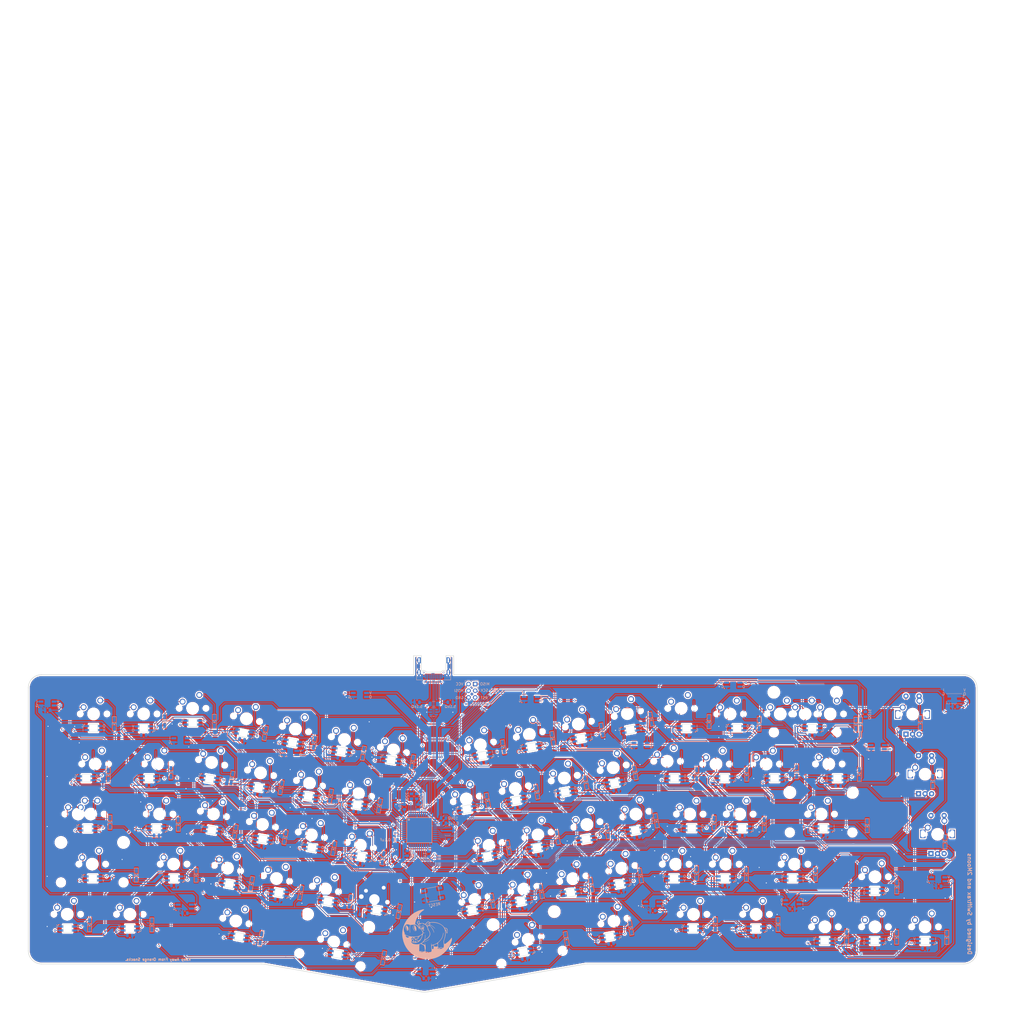
<source format=kicad_pcb>
(kicad_pcb (version 20171130) (host pcbnew "(5.1.6)-1")
  (layers (0 F.Cu signal) (31 B.Cu signal) (34 B.Paste user) (35 F.Paste user) (36 B.SilkS user) (37 F.SilkS user) (38 B.Mask user) (39 F.Mask user) (44 Edge.Cuts user))
  (net 0 "")
  (net 1 col0)
  (net 2 col1)
  (net 3 col2)
  (net 4 col3)
  (net 5 col5)
  (net 6 col6)
  (net 7 row0)
  (net 8 row1)
  (net 9 row2)
  (net 10 row3)
  (net 11 row4)
  (net 12 "Net-(D_1-Pad2)")
  (net 13 "Net-(D_33-Pad2)")
  (net 14 "Net-(D_34-Pad2)")
  (net 15 "Net-(D_35-Pad2)")
  (net 16 "Net-(D_36-Pad2)")
  (net 17 "Net-(D_51-Pad2)")
  (net 18 "Net-(D_52-Pad2)")
  (net 19 "Net-(D_53-Pad2)")
  (net 20 "Net-(D_54-Pad2)")
  (net 21 "Net-(D_2-Pad2)")
  (net 22 "Net-(D_3-Pad2)")
  (net 23 "Net-(D_4-Pad2)")
  (net 24 "Net-(D_5-Pad2)")
  (net 25 "Net-(D_6-Pad2)")
  (net 26 "Net-(D_7-Pad2)")
  (net 27 "Net-(D_37-Pad2)")
  (net 28 "Net-(D_38-Pad2)")
  (net 29 "Net-(D_39-Pad2)")
  (net 30 "Net-(D_40-Pad2)")
  (net 31 "Net-(D_55-Pad2)")
  (net 32 "Net-(D_56-Pad2)")
  (net 33 "Net-(D_57-Pad2)")
  (net 34 "Net-(D_58-Pad2)")
  (net 35 "Net-(D_8-Pad2)")
  (net 36 "Net-(D_9-Pad2)")
  (net 37 "Net-(D_10-Pad2)")
  (net 38 "Net-(D_11-Pad2)")
  (net 39 "Net-(D_12-Pad2)")
  (net 40 "Net-(D_13-Pad2)")
  (net 41 "Net-(D_41-Pad2)")
  (net 42 "Net-(D_42-Pad2)")
  (net 43 "Net-(D_43-Pad2)")
  (net 44 "Net-(D_59-Pad2)")
  (net 45 "Net-(D_60-Pad2)")
  (net 46 "Net-(D_62-Pad2)")
  (net 47 "Net-(D_16-Pad2)")
  (net 48 "Net-(D_17-Pad2)")
  (net 49 "Net-(D_18-Pad2)")
  (net 50 "Net-(D_19-Pad2)")
  (net 51 "Net-(D_20-Pad2)")
  (net 52 "Net-(D_47-Pad2)")
  (net 53 "Net-(D_48-Pad2)")
  (net 54 "Net-(D_63-Pad2)")
  (net 55 "Net-(D_64-Pad2)")
  (net 56 "Net-(D_65-Pad2)")
  (net 57 "Net-(D_66-Pad2)")
  (net 58 "Net-(D_21-Pad2)")
  (net 59 "Net-(D_22-Pad2)")
  (net 60 "Net-(D_23-Pad2)")
  (net 61 "Net-(D_24-Pad2)")
  (net 62 "Net-(D_25-Pad2)")
  (net 63 "Net-(D_26-Pad2)")
  (net 64 "Net-(D_49-Pad2)")
  (net 65 "Net-(D_50-Pad2)")
  (net 66 "Net-(D_67-Pad2)")
  (net 67 "Net-(D_68-Pad2)")
  (net 68 "Net-(D_27-Pad2)")
  (net 69 "Net-(D_28-Pad2)")
  (net 70 "Net-(D_29-Pad2)")
  (net 71 col4)
  (net 72 "Net-(D_69-Pad2)")
  (net 73 GND)
  (net 74 "Net-(C1-Pad1)")
  (net 75 +5V)
  (net 76 VBUS)
  (net 77 D+)
  (net 78 "Net-(R4-Pad1)")
  (net 79 D-)
  (net 80 "Net-(R5-Pad1)")
  (net 81 "Net-(R6-Pad2)")
  (net 82 "Net-(U1-Pad42)")
  (net 83 "Net-(U1-Pad17)")
  (net 84 "Net-(U1-Pad16)")
  (net 85 "Net-(U2-Pad4)")
  (net 86 "Net-(U2-Pad3)")
  (net 87 "Net-(J1-PadB8)")
  (net 88 "Net-(J1-PadA5)")
  (net 89 "Net-(J1-PadB5)")
  (net 90 "Net-(J1-PadA8)")
  (net 91 0row)
  (net 92 1row)
  (net 93 2row)
  (net 94 0col)
  (net 95 ENC0A)
  (net 96 ENC1A)
  (net 97 ENC2A)
  (net 98 "Net-(D_44-Pad2)")
  (net 99 "Net-(D_70-Pad2)")
  (net 100 "Net-(LED1-Pad2)")
  (net 101 "Net-(LED1-Pad4)")
  (net 102 "Net-(LED17-Pad4)")
  (net 103 "Net-(LED2-Pad4)")
  (net 104 "Net-(LED18-Pad2)")
  (net 105 "Net-(LED19-Pad4)")
  (net 106 "Net-(LED4-Pad4)")
  (net 107 "Net-(LED20-Pad2)")
  (net 108 "Net-(LED21-Pad4)")
  (net 109 "Net-(LED6-Pad4)")
  (net 110 "Net-(LED22-Pad2)")
  (net 111 "Net-(LED23-Pad4)")
  (net 112 "Net-(LED8-Pad4)")
  (net 113 "Net-(LED24-Pad2)")
  (net 114 "Net-(LED10-Pad2)")
  (net 115 "Net-(LED10-Pad4)")
  (net 116 "Net-(LED11-Pad4)")
  (net 117 "Net-(LED12-Pad2)")
  (net 118 "Net-(LED12-Pad4)")
  (net 119 "Net-(LED13-Pad4)")
  (net 120 "Net-(LED18-Pad4)")
  (net 121 "Net-(LED19-Pad2)")
  (net 122 "Net-(LED20-Pad4)")
  (net 123 "Net-(LED21-Pad2)")
  (net 124 "Net-(LED22-Pad4)")
  (net 125 "Net-(LED23-Pad2)")
  (net 126 "Net-(LED24-Pad4)")
  (net 127 "Net-(LED25-Pad2)")
  (net 128 "Net-(LED44-Pad2)")
  (net 129 "Net-(LED68-Pad4)")
  (net 130 LED)
  (net 131 "Net-(D_15-Pad2)")
  (net 132 "Net-(D_30-Pad2)")
  (net 133 "Net-(D_45-Pad2)")
  (net 134 "Net-(D_71-Pad2)")
  (net 135 "Net-(D_72-Pad2)")
  (net 136 "Net-(LED15-Pad2)")
  (net 137 "Net-(LED15-Pad4)")
  (net 138 "Net-(LED25-Pad4)")
  (net 139 "Net-(LED26-Pad2)")
  (net 140 "Net-(LED27-Pad4)")
  (net 141 "Net-(LED28-Pad2)")
  (net 142 "Net-(LED29-Pad4)")
  (net 143 "Net-(LED30-Pad2)")
  (net 144 "Net-(LED33-Pad4)")
  (net 145 "Net-(LED34-Pad2)")
  (net 146 "Net-(LED35-Pad4)")
  (net 147 "Net-(LED36-Pad2)")
  (net 148 "Net-(LED37-Pad4)")
  (net 149 "Net-(LED38-Pad2)")
  (net 150 "Net-(LED39-Pad4)")
  (net 151 "Net-(LED40-Pad2)")
  (net 152 "Net-(LED41-Pad4)")
  (net 153 "Net-(LED42-Pad2)")
  (net 154 "Net-(LED43-Pad4)")
  (net 155 "Net-(LED45-Pad2)")
  (net 156 "Net-(LED47-Pad4)")
  (net 157 "Net-(LED48-Pad2)")
  (net 158 "Net-(LED49-Pad4)")
  (net 159 "Net-(LED50-Pad2)")
  (net 160 "Net-(LED51-Pad4)")
  (net 161 "Net-(LED52-Pad2)")
  (net 162 "Net-(LED53-Pad4)")
  (net 163 "Net-(LED54-Pad2)")
  (net 164 "Net-(LED55-Pad4)")
  (net 165 "Net-(LED56-Pad2)")
  (net 166 "Net-(LED57-Pad4)")
  (net 167 "Net-(LED58-Pad2)")
  (net 168 "Net-(LED59-Pad4)")
  (net 169 "Net-(LED60-Pad2)")
  (net 170 "Net-(LED62-Pad4)")
  (net 171 "Net-(LED70-Pad4)")
  (net 172 "Net-(LED71-Pad2)")
  (net 173 row5)
  (net 174 row7)
  (net 175 row6)
  (net 176 row9)
  (net 177 row8)
  (net 178 ENC0B)
  (net 179 ENC1B)
  (net 180 ENC2B)
  (net 181 "Net-(R7-Pad1)")
  (net 182 "Net-(ULED1-Pad2)")
  (net 183 "Net-(ULED2-Pad2)")
  (net 184 "Net-(ULED3-Pad2)")
  (net 185 "Net-(ULED4-Pad2)")
  (net 186 "Net-(ULED5-Pad2)")
  (net 187 "Net-(ULED6-Pad2)")
  (net 188 "Net-(ULED7-Pad2)")
  (net 189 "Net-(ULED8-Pad2)")
  (net 190 "Net-(ULED10-Pad4)")
  (net 191 "Net-(ULED10-Pad2)")
  (net 192 "Net-(ULED11-Pad2)")
  (net 193 "Net-(ULED12-Pad2)")
  (net 194 "Net-(ULED13-Pad2)")
  (net 195 "Net-(J2-Pad5)")
  (module LED_SMD:LED_SK6812MINI_PLCC4_3.5x3.5mm_P1.75mm (layer B.Cu) (at 352.2599 9.1567 180)
    (fp_text reference ULED1)
    (fp_text value YS-SK6812MINI-E)
    (fp_text user V (at -4 3.29) (layer B.SilkS) (effects (justify mirror)))
    (fp_text user I (at 4 3.29) (layer B.SilkS) (effects (justify mirror)))
    (fp_text user G (at 4 1.79) (layer B.SilkS) (effects (justify mirror)))
    (fp_text user O (at -4 1.79) (layer B.SilkS) (effects (justify mirror)))
    (fp_text user 1 (at -3.5 0.875) (layer B.SilkS) (effects (justify mirror)))
    (pad 1 smd rect (at -1.75 0.875 180) (size 1.6 0.85) (layers B.Cu B.Paste B.Mask) (net 75 +5V))
    (pad 2 smd rect (at -1.75 -0.875 180) (size 1.6 0.85) (layers B.Cu B.Paste B.Mask) (net 182 "Net-(ULED1-Pad2)"))
    (pad 4 smd rect (at 1.75 0.875 180) (size 1.6 0.85) (layers B.Cu B.Paste B.Mask) (net 181 "Net-(R7-Pad1)"))
    (pad 3 smd rect (at 1.75 -0.875 180) (size 1.6 0.85) (layers B.Cu B.Paste B.Mask) (net 73 GND))
  )
  (module MX_Only:MXOnly-1U-NoLED (layer F.Cu) (at 131.6609 85.5091 348)
    (fp_text reference K_52)
    (fp_text value KEYSW)
    (pad 2 thru_hole circle (at 2.54 -5.08 348) (size 2.25 2.25) (drill 1.47) (layers *.Cu B.Mask) (net 18 "Net-(D_52-Pad2)"))
    (pad "" np_thru_hole circle (at 0 0 348) (size 3.9878 3.9878) (drill 3.9878) (layers *.Cu *.Mask))
    (pad 1 thru_hole circle (at -3.81 -2.54 348) (size 2.25 2.25) (drill 1.47) (layers *.Cu B.Mask) (net 4 col3))
    (pad "" np_thru_hole circle (at -5.08 0 36.0996) (size 1.75 1.75) (drill 1.75) (layers *.Cu *.Mask))
    (pad "" np_thru_hole circle (at 5.08 0 36.0996) (size 1.75 1.75) (drill 1.75) (layers *.Cu *.Mask))
  )
  (module MX_Only:MXOnly-1U-NoLED (layer F.Cu) (at 304.58156 34.00552)
    (fp_text reference K_30)
    (fp_text value KEYSW)
    (pad 2 thru_hole circle (at 2.54 -5.08) (size 2.25 2.25) (drill 1.47) (layers *.Cu B.Mask) (net 132 "Net-(D_30-Pad2)"))
    (pad "" np_thru_hole circle (at 0 0) (size 3.9878 3.9878) (drill 3.9878) (layers *.Cu *.Mask))
    (pad 1 thru_hole circle (at -3.81 -2.54) (size 2.25 2.25) (drill 1.47) (layers *.Cu B.Mask) (net 94 0col))
    (pad "" np_thru_hole circle (at -5.08 0 48.0996) (size 1.75 1.75) (drill 1.75) (layers *.Cu *.Mask))
    (pad "" np_thru_hole circle (at 5.08 0 48.0996) (size 1.75 1.75) (drill 1.75) (layers *.Cu *.Mask))
  )
  (module MX_Only:MXOnly-2.75U-ReversedStabilizers-NoLED (layer F.Cu) (at 116.1796 101.7016 348)
    (fp_text reference K_65)
    (fp_text value KEYSW)
    (pad 2 thru_hole circle (at 2.54 -5.08 348) (size 2.25 2.25) (drill 1.47) (layers *.Cu B.Mask) (net 56 "Net-(D_65-Pad2)"))
    (pad "" np_thru_hole circle (at 0 0 348) (size 3.9878 3.9878) (drill 3.9878) (layers *.Cu *.Mask))
    (pad 1 thru_hole circle (at -3.81 -2.54 348) (size 2.25 2.25) (drill 1.47) (layers *.Cu B.Mask) (net 3 col2))
    (pad "" np_thru_hole circle (at -5.08 0 36.0996) (size 1.75 1.75) (drill 1.75) (layers *.Cu *.Mask))
    (pad "" np_thru_hole circle (at 5.08 0 36.0996) (size 1.75 1.75) (drill 1.75) (layers *.Cu *.Mask))
    (pad "" np_thru_hole circle (at -11.90625 6.985 348) (size 3.048 3.048) (drill 3.048) (layers *.Cu *.Mask))
    (pad "" np_thru_hole circle (at 11.90625 6.985 348) (size 3.048 3.048) (drill 3.048) (layers *.Cu *.Mask))
    (pad "" np_thru_hole circle (at -11.90625 -8.255 348) (size 3.9878 3.9878) (drill 3.9878) (layers *.Cu *.Mask))
    (pad "" np_thru_hole circle (at 11.90625 -8.255 348) (size 3.9878 3.9878) (drill 3.9878) (layers *.Cu *.Mask))
  )
  (module MX_Only:MXOnly-1U-NoLED (layer F.Cu) (at 70.42404 53.0098 348)
    (fp_text reference K_35)
    (fp_text value KEYSW)
    (pad 2 thru_hole circle (at 2.54 -5.08 348) (size 2.25 2.25) (drill 1.47) (layers *.Cu B.Mask) (net 15 "Net-(D_35-Pad2)"))
    (pad "" np_thru_hole circle (at 0 0 348) (size 3.9878 3.9878) (drill 3.9878) (layers *.Cu *.Mask))
    (pad 1 thru_hole circle (at -3.81 -2.54 348) (size 2.25 2.25) (drill 1.47) (layers *.Cu B.Mask) (net 2 col1))
    (pad "" np_thru_hole circle (at -5.08 0 36.0996) (size 1.75 1.75) (drill 1.75) (layers *.Cu *.Mask))
    (pad "" np_thru_hole circle (at 5.08 0 36.0996) (size 1.75 1.75) (drill 1.75) (layers *.Cu *.Mask))
  )
  (module MX_Only:MXOnly-1U-NoLED (layer F.Cu) (at 246.3038 72.12584)
    (fp_text reference K_57)
    (fp_text value KEYSW)
    (pad 2 thru_hole circle (at 2.54 -5.08) (size 2.25 2.25) (drill 1.47) (layers *.Cu B.Mask) (net 33 "Net-(D_57-Pad2)"))
    (pad "" np_thru_hole circle (at 0 0) (size 3.9878 3.9878) (drill 3.9878) (layers *.Cu *.Mask))
    (pad 1 thru_hole circle (at -3.81 -2.54) (size 2.25 2.25) (drill 1.47) (layers *.Cu B.Mask) (net 5 col5))
    (pad "" np_thru_hole circle (at -5.08 0 48.0996) (size 1.75 1.75) (drill 1.75) (layers *.Cu *.Mask))
    (pad "" np_thru_hole circle (at 5.08 0 48.0996) (size 1.75 1.75) (drill 1.75) (layers *.Cu *.Mask))
  )
  (module MX_Only:MXOnly-1U-NoLED (layer F.Cu) (at 231.17048 53.07076 12)
    (fp_text reference K_42)
    (fp_text value KEYSW)
    (pad 2 thru_hole circle (at 2.54 -5.08 12) (size 2.25 2.25) (drill 1.47) (layers *.Cu B.Mask) (net 42 "Net-(D_42-Pad2)"))
    (pad "" np_thru_hole circle (at 0 0 12) (size 3.9878 3.9878) (drill 3.9878) (layers *.Cu *.Mask))
    (pad 1 thru_hole circle (at -3.81 -2.54 12) (size 2.25 2.25) (drill 1.47) (layers *.Cu B.Mask) (net 5 col5))
    (pad "" np_thru_hole circle (at -5.08 0 60.0996) (size 1.75 1.75) (drill 1.75) (layers *.Cu *.Mask))
    (pad "" np_thru_hole circle (at 5.08 0 60.0996) (size 1.75 1.75) (drill 1.75) (layers *.Cu *.Mask))
  )
  (module MX_Only:MXOnly-1U-NoLED (layer F.Cu) (at 207.16748 77.62748 12)
    (fp_text reference K_55)
    (fp_text value KEYSW)
    (pad 2 thru_hole circle (at 2.54 -5.08 12) (size 2.25 2.25) (drill 1.47) (layers *.Cu B.Mask) (net 31 "Net-(D_55-Pad2)"))
    (pad "" np_thru_hole circle (at 0 0 12) (size 3.9878 3.9878) (drill 3.9878) (layers *.Cu *.Mask))
    (pad 1 thru_hole circle (at -3.81 -2.54 12) (size 2.25 2.25) (drill 1.47) (layers *.Cu B.Mask) (net 71 col4))
    (pad "" np_thru_hole circle (at -5.08 0 60.0996) (size 1.75 1.75) (drill 1.75) (layers *.Cu *.Mask))
    (pad "" np_thru_hole circle (at 5.08 0 60.0996) (size 1.75 1.75) (drill 1.75) (layers *.Cu *.Mask))
  )
  (module MX_Only:MXOnly-1U-NoLED (layer F.Cu) (at 212.52688 57.023 12)
    (fp_text reference K_41)
    (fp_text value KEYSW)
    (pad 2 thru_hole circle (at 2.54 -5.08 12) (size 2.25 2.25) (drill 1.47) (layers *.Cu B.Mask) (net 41 "Net-(D_41-Pad2)"))
    (pad "" np_thru_hole circle (at 0 0 12) (size 3.9878 3.9878) (drill 3.9878) (layers *.Cu *.Mask))
    (pad 1 thru_hole circle (at -3.81 -2.54 12) (size 2.25 2.25) (drill 1.47) (layers *.Cu B.Mask) (net 71 col4))
    (pad "" np_thru_hole circle (at -5.08 0 60.0996) (size 1.75 1.75) (drill 1.75) (layers *.Cu *.Mask))
    (pad "" np_thru_hole circle (at 5.08 0 60.0996) (size 1.75 1.75) (drill 1.75) (layers *.Cu *.Mask))
  )
  (module MX_Only:MXOnly-2.25U-ReversedStabilizers-NoLED (layer F.Cu) (at 24.30272 72.09028)
    (fp_text reference K_47)
    (fp_text value KEYSW)
    (pad "" np_thru_hole circle (at 11.90625 -8.255) (size 3.9878 3.9878) (drill 3.9878) (layers *.Cu *.Mask))
    (pad "" np_thru_hole circle (at -11.90625 -8.255) (size 3.9878 3.9878) (drill 3.9878) (layers *.Cu *.Mask))
    (pad "" np_thru_hole circle (at 11.90625 6.985) (size 3.048 3.048) (drill 3.048) (layers *.Cu *.Mask))
    (pad "" np_thru_hole circle (at -11.90625 6.985) (size 3.048 3.048) (drill 3.048) (layers *.Cu *.Mask))
    (pad "" np_thru_hole circle (at 5.08 0 48.0996) (size 1.75 1.75) (drill 1.75) (layers *.Cu *.Mask))
    (pad "" np_thru_hole circle (at -5.08 0 48.0996) (size 1.75 1.75) (drill 1.75) (layers *.Cu *.Mask))
    (pad 1 thru_hole circle (at -3.81 -2.54) (size 2.25 2.25) (drill 1.47) (layers *.Cu B.Mask) (net 1 col0))
    (pad "" np_thru_hole circle (at 0 0) (size 3.9878 3.9878) (drill 3.9878) (layers *.Cu *.Mask))
    (pad 2 thru_hole circle (at 2.54 -5.08) (size 2.25 2.25) (drill 1.47) (layers *.Cu B.Mask) (net 52 "Net-(D_47-Pad2)"))
  )
  (module MX_Only:MXOnly-1.75U-NoLED (layer F.Cu) (at 18.94685 53.03289)
    (fp_text reference K_32)
    (fp_text value KEYSW)
    (pad 2 thru_hole circle (at 2.54 -5.08) (size 2.25 2.25) (drill 1.47) (layers *.Cu B.Mask) (net 13 "Net-(D_33-Pad2)"))
    (pad "" np_thru_hole circle (at 0 0) (size 3.9878 3.9878) (drill 3.9878) (layers *.Cu *.Mask))
    (pad 1 thru_hole circle (at -3.81 -2.54) (size 2.25 2.25) (drill 1.47) (layers *.Cu B.Mask) (net 1 col0))
    (pad "" np_thru_hole circle (at -5.08 0 48.0996) (size 1.75 1.75) (drill 1.75) (layers *.Cu *.Mask))
    (pad "" np_thru_hole circle (at 5.08 0 48.0996) (size 1.75 1.75) (drill 1.75) (layers *.Cu *.Mask))
  )
  (module random-keyboard-parts:SKQG-1155865 (layer B.Cu) (at 153.85376 83.57818 190)
    (fp_text reference SW1)
    (fp_text value RESET (at 0 -4.064 190) (layer B.SilkS) (effects (justify mirror)))
    (pad 4 smd rect (at -3.1 -1.85 190) (size 1.8 1.1) (layers B.Cu B.Paste B.Mask))
    (pad 3 smd rect (at 3.1 1.85 190) (size 1.8 1.1) (layers B.Cu B.Paste B.Mask))
    (pad 2 smd rect (at -3.1 1.85 190) (size 1.8 1.1) (layers B.Cu B.Paste B.Mask) (net 195 "Net-(J2-Pad5)"))
    (pad 1 smd rect (at 3.1 -1.85 190) (size 1.8 1.1) (layers B.Cu B.Paste B.Mask) (net 73 GND))
  )
  (module MX_Only:MXOnly-1U-NoLED (layer F.Cu) (at 24.81072 14.94028)
    (fp_text reference K_1)
    (fp_text value KEYSW)
    (pad 2 thru_hole circle (at 2.54 -5.08) (size 2.25 2.25) (drill 1.47) (layers *.Cu B.Mask) (net 12 "Net-(D_1-Pad2)"))
    (pad "" np_thru_hole circle (at 0 0) (size 3.9878 3.9878) (drill 3.9878) (layers *.Cu *.Mask))
    (pad 1 thru_hole circle (at -3.81 -2.54) (size 2.25 2.25) (drill 1.47) (layers *.Cu B.Mask) (net 1 col0))
    (pad "" np_thru_hole circle (at -5.08 0 48.0996) (size 1.75 1.75) (drill 1.75) (layers *.Cu *.Mask))
    (pad "" np_thru_hole circle (at 5.08 0 48.0996) (size 1.75 1.75) (drill 1.75) (layers *.Cu *.Mask))
  )
  (module MX_Only:MXOnly-1U-NoLED (layer F.Cu) (at 166.65448 47.28464 12)
    (fp_text reference K_23)
    (fp_text value KEYSW)
    (pad 2 thru_hole circle (at 2.54 -5.08 12) (size 2.25 2.25) (drill 1.47) (layers *.Cu B.Mask) (net 60 "Net-(D_23-Pad2)"))
    (pad "" np_thru_hole circle (at 0 0 12) (size 3.9878 3.9878) (drill 3.9878) (layers *.Cu *.Mask))
    (pad 1 thru_hole circle (at -3.81 -2.54 12) (size 2.25 2.25) (drill 1.47) (layers *.Cu B.Mask) (net 4 col3))
    (pad "" np_thru_hole circle (at -5.08 0 60.0996) (size 1.75 1.75) (drill 1.75) (layers *.Cu *.Mask))
    (pad "" np_thru_hole circle (at 5.08 0 60.0996) (size 1.75 1.75) (drill 1.75) (layers *.Cu *.Mask))
  )
  (module MX_Only:MXOnly-1U-NoLED (layer F.Cu) (at 251.66828 53.06568)
    (fp_text reference K_43)
    (fp_text value KEYSW)
    (pad "" np_thru_hole circle (at 5.08 0 48.0996) (size 1.75 1.75) (drill 1.75) (layers *.Cu *.Mask))
    (pad "" np_thru_hole circle (at -5.08 0 48.0996) (size 1.75 1.75) (drill 1.75) (layers *.Cu *.Mask))
    (pad 1 thru_hole circle (at -3.81 -2.54) (size 2.25 2.25) (drill 1.47) (layers *.Cu B.Mask) (net 5 col5))
    (pad "" np_thru_hole circle (at 0 0) (size 3.9878 3.9878) (drill 3.9878) (layers *.Cu *.Mask))
    (pad 2 thru_hole circle (at 2.54 -5.08) (size 2.25 2.25) (drill 1.47) (layers *.Cu B.Mask) (net 43 "Net-(D_43-Pad2)"))
  )
  (module MX_Only:MXOnly-1U-NoLED (layer F.Cu) (at 305.10988 14.97076)
    (fp_text reference K_16)
    (fp_text value KEYSW)
    (pad 2 thru_hole circle (at 2.54 -5.08) (size 2.25 2.25) (drill 1.47) (layers *.Cu B.Mask) (net 47 "Net-(D_16-Pad2)"))
    (pad "" np_thru_hole circle (at 0 0) (size 3.9878 3.9878) (drill 3.9878) (layers *.Cu *.Mask))
    (pad 1 thru_hole circle (at -3.81 -2.54) (size 2.25 2.25) (drill 1.47) (layers *.Cu B.Mask) (net 94 0col))
    (pad "" np_thru_hole circle (at -5.08 0 48.0996) (size 1.75 1.75) (drill 1.75) (layers *.Cu *.Mask))
    (pad "" np_thru_hole circle (at 5.08 0 48.0996) (size 1.75 1.75) (drill 1.75) (layers *.Cu *.Mask))
  )
  (module MX_Only:MXOnly-1U-NoLED (layer F.Cu) (at 286.09544 14.97076)
    (fp_text reference K_14)
    (fp_text value KEYSW)
    (pad 2 thru_hole circle (at 2.54 -5.08) (size 2.25 2.25) (drill 1.47) (layers *.Cu B.Mask) (net 131 "Net-(D_15-Pad2)"))
    (pad "" np_thru_hole circle (at 0 0) (size 3.9878 3.9878) (drill 3.9878) (layers *.Cu *.Mask))
    (pad 1 thru_hole circle (at -3.81 -2.54) (size 2.25 2.25) (drill 1.47) (layers *.Cu B.Mask) (net 94 0col))
    (pad "" np_thru_hole circle (at -5.08 0 48.0996) (size 1.75 1.75) (drill 1.75) (layers *.Cu *.Mask))
    (pad "" np_thru_hole circle (at 5.08 0 48.0996) (size 1.75 1.75) (drill 1.75) (layers *.Cu *.Mask))
  )
  (module MX_Only:MXOnly-1U-NoLED (layer F.Cu) (at 346.00984 60.74104)
    (fp_text reference K_61)
    (fp_text value KEYSW)
    (pad 2 thru_hole circle (at 2.54 -5.08) (size 2.25 2.25) (drill 1.47) (layers *.Cu B.Mask) (net 93 2row))
    (pad "" np_thru_hole circle (at 0 0) (size 3.9878 3.9878) (drill 3.9878) (layers *.Cu *.Mask))
    (pad 1 thru_hole circle (at -3.81 -2.54) (size 2.25 2.25) (drill 1.47) (layers *.Cu B.Mask) (net 94 0col))
    (pad "" np_thru_hole circle (at -5.08 0 48.0996) (size 1.75 1.75) (drill 1.75) (layers *.Cu *.Mask))
    (pad "" np_thru_hole circle (at 5.08 0 48.0996) (size 1.75 1.75) (drill 1.75) (layers *.Cu *.Mask))
  )
  (module MX_Only:MXOnly-1U-NoLED (layer F.Cu) (at 341.23464 37.88104)
    (fp_text reference K_46)
    (fp_text value KEYSW)
    (pad 2 thru_hole circle (at 2.54 -5.08) (size 2.25 2.25) (drill 1.47) (layers *.Cu B.Mask) (net 92 1row))
    (pad "" np_thru_hole circle (at 0 0) (size 3.9878 3.9878) (drill 3.9878) (layers *.Cu *.Mask))
    (pad 1 thru_hole circle (at -3.81 -2.54) (size 2.25 2.25) (drill 1.47) (layers *.Cu B.Mask) (net 94 0col))
    (pad "" np_thru_hole circle (at -5.08 0 48.0996) (size 1.75 1.75) (drill 1.75) (layers *.Cu *.Mask))
    (pad "" np_thru_hole circle (at 5.08 0 48.0996) (size 1.75 1.75) (drill 1.75) (layers *.Cu *.Mask))
  )
  (module MX_Only:MXOnly-1U-NoLED (layer F.Cu) (at 336.51024 15.02104)
    (fp_text reference K_31)
    (fp_text value KEYSW)
    (pad 2 thru_hole circle (at 2.54 -5.08) (size 2.25 2.25) (drill 1.47) (layers *.Cu B.Mask) (net 91 0row))
    (pad "" np_thru_hole circle (at 0 0) (size 3.9878 3.9878) (drill 3.9878) (layers *.Cu *.Mask))
    (pad 1 thru_hole circle (at -3.81 -2.54) (size 2.25 2.25) (drill 1.47) (layers *.Cu B.Mask) (net 94 0col))
    (pad "" np_thru_hole circle (at -5.08 0 48.0996) (size 1.75 1.75) (drill 1.75) (layers *.Cu *.Mask))
    (pad "" np_thru_hole circle (at 5.08 0 48.0996) (size 1.75 1.75) (drill 1.75) (layers *.Cu *.Mask))
  )
  (module MX_Only:MXOnly-1U-NoLED (layer F.Cu) (at 225.806 73.67016 12)
    (fp_text reference K_56)
    (fp_text value KEYSW)
    (pad 2 thru_hole circle (at 2.54 -5.08 12) (size 2.25 2.25) (drill 1.47) (layers *.Cu B.Mask) (net 32 "Net-(D_56-Pad2)"))
    (pad "" np_thru_hole circle (at 0 0 12) (size 3.9878 3.9878) (drill 3.9878) (layers *.Cu *.Mask))
    (pad 1 thru_hole circle (at -3.81 -2.54 12) (size 2.25 2.25) (drill 1.47) (layers *.Cu B.Mask) (net 5 col5))
    (pad "" np_thru_hole circle (at -5.08 0 60.0996) (size 1.75 1.75) (drill 1.75) (layers *.Cu *.Mask))
    (pad "" np_thru_hole circle (at 5.08 0 60.0996) (size 1.75 1.75) (drill 1.75) (layers *.Cu *.Mask))
  )
  (module MX_Only:MXOnly-1U-NoLED (layer F.Cu) (at 188.52388 81.59496 12)
    (fp_text reference K_54)
    (fp_text value KEYSW)
    (pad 2 thru_hole circle (at 2.54 -5.08 12) (size 2.25 2.25) (drill 1.47) (layers *.Cu B.Mask) (net 20 "Net-(D_54-Pad2)"))
    (pad "" np_thru_hole circle (at 0 0 12) (size 3.9878 3.9878) (drill 3.9878) (layers *.Cu *.Mask))
    (pad 1 thru_hole circle (at -3.81 -2.54 12) (size 2.25 2.25) (drill 1.47) (layers *.Cu B.Mask) (net 71 col4))
    (pad "" np_thru_hole circle (at -5.08 0 60.0996) (size 1.75 1.75) (drill 1.75) (layers *.Cu *.Mask))
    (pad "" np_thru_hole circle (at 5.08 0 60.0996) (size 1.75 1.75) (drill 1.75) (layers *.Cu *.Mask))
  )
  (module MX_Only:MXOnly-1U-NoLED (layer F.Cu) (at 169.90568 85.55736 12)
    (fp_text reference K_53)
    (fp_text value KEYSW)
    (pad 2 thru_hole circle (at 2.54 -5.08 12) (size 2.25 2.25) (drill 1.47) (layers *.Cu B.Mask) (net 19 "Net-(D_53-Pad2)"))
    (pad "" np_thru_hole circle (at 0 0 12) (size 3.9878 3.9878) (drill 3.9878) (layers *.Cu *.Mask))
    (pad 1 thru_hole circle (at -3.81 -2.54 12) (size 2.25 2.25) (drill 1.47) (layers *.Cu B.Mask) (net 4 col3))
    (pad "" np_thru_hole circle (at -5.08 0 60.0996) (size 1.75 1.75) (drill 1.75) (layers *.Cu *.Mask))
    (pad "" np_thru_hole circle (at 5.08 0 60.0996) (size 1.75 1.75) (drill 1.75) (layers *.Cu *.Mask))
  )
  (module MX_Only:MXOnly-1U-NoLED (layer F.Cu) (at 193.89852 60.97016 12)
    (fp_text reference K_40)
    (fp_text value KEYSW)
    (pad 2 thru_hole circle (at 2.54 -5.08 12) (size 2.25 2.25) (drill 1.47) (layers *.Cu B.Mask) (net 30 "Net-(D_40-Pad2)"))
    (pad "" np_thru_hole circle (at 0 0 12) (size 3.9878 3.9878) (drill 3.9878) (layers *.Cu *.Mask))
    (pad 1 thru_hole circle (at -3.81 -2.54 12) (size 2.25 2.25) (drill 1.47) (layers *.Cu B.Mask) (net 71 col4))
    (pad "" np_thru_hole circle (at -5.08 0 60.0996) (size 1.75 1.75) (drill 1.75) (layers *.Cu *.Mask))
    (pad "" np_thru_hole circle (at 5.08 0 60.0996) (size 1.75 1.75) (drill 1.75) (layers *.Cu *.Mask))
  )
  (module MX_Only:MXOnly-1U-NoLED (layer F.Cu) (at 175.27016 64.9478 12)
    (fp_text reference K_39)
    (fp_text value KEYSW)
    (pad 2 thru_hole circle (at 2.54 -5.08 12) (size 2.25 2.25) (drill 1.47) (layers *.Cu B.Mask) (net 29 "Net-(D_39-Pad2)"))
    (pad "" np_thru_hole circle (at 0 0 12) (size 3.9878 3.9878) (drill 3.9878) (layers *.Cu *.Mask))
    (pad 1 thru_hole circle (at -3.81 -2.54 12) (size 2.25 2.25) (drill 1.47) (layers *.Cu B.Mask) (net 4 col3))
    (pad "" np_thru_hole circle (at -5.08 0 60.0996) (size 1.75 1.75) (drill 1.75) (layers *.Cu *.Mask))
    (pad "" np_thru_hole circle (at 5.08 0 60.0996) (size 1.75 1.75) (drill 1.75) (layers *.Cu *.Mask))
  )
  (module MX_Only:MXOnly-1U-NoLED (layer F.Cu) (at 222.54464 35.41776 12)
    (fp_text reference K_26)
    (fp_text value KEYSW)
    (pad 2 thru_hole circle (at 2.54 -5.08 12) (size 2.25 2.25) (drill 1.47) (layers *.Cu B.Mask) (net 63 "Net-(D_26-Pad2)"))
    (pad "" np_thru_hole circle (at 0 0 12) (size 3.9878 3.9878) (drill 3.9878) (layers *.Cu *.Mask))
    (pad 1 thru_hole circle (at -3.81 -2.54 12) (size 2.25 2.25) (drill 1.47) (layers *.Cu B.Mask) (net 5 col5))
    (pad "" np_thru_hole circle (at -5.08 0 60.0996) (size 1.75 1.75) (drill 1.75) (layers *.Cu *.Mask))
    (pad "" np_thru_hole circle (at 5.08 0 60.0996) (size 1.75 1.75) (drill 1.75) (layers *.Cu *.Mask))
  )
  (module MX_Only:MXOnly-1U-NoLED (layer F.Cu) (at 203.91628 39.36492 12)
    (fp_text reference K_25)
    (fp_text value KEYSW)
    (pad 2 thru_hole circle (at 2.54 -5.08 12) (size 2.25 2.25) (drill 1.47) (layers *.Cu B.Mask) (net 62 "Net-(D_25-Pad2)"))
    (pad "" np_thru_hole circle (at 0 0 12) (size 3.9878 3.9878) (drill 3.9878) (layers *.Cu *.Mask))
    (pad 1 thru_hole circle (at -3.81 -2.54 12) (size 2.25 2.25) (drill 1.47) (layers *.Cu B.Mask) (net 71 col4))
    (pad "" np_thru_hole circle (at -5.08 0 60.0996) (size 1.75 1.75) (drill 1.75) (layers *.Cu *.Mask))
    (pad "" np_thru_hole circle (at 5.08 0 60.0996) (size 1.75 1.75) (drill 1.75) (layers *.Cu *.Mask))
  )
  (module MX_Only:MXOnly-1U-NoLED (layer F.Cu) (at 185.27268 43.32224 12)
    (fp_text reference K_24)
    (fp_text value KEYSW)
    (pad 2 thru_hole circle (at 2.54 -5.08 12) (size 2.25 2.25) (drill 1.47) (layers *.Cu B.Mask) (net 61 "Net-(D_24-Pad2)"))
    (pad "" np_thru_hole circle (at 0 0 12) (size 3.9878 3.9878) (drill 3.9878) (layers *.Cu *.Mask))
    (pad 1 thru_hole circle (at -3.81 -2.54 12) (size 2.25 2.25) (drill 1.47) (layers *.Cu B.Mask) (net 71 col4))
    (pad "" np_thru_hole circle (at -5.08 0 60.0996) (size 1.75 1.75) (drill 1.75) (layers *.Cu *.Mask))
    (pad "" np_thru_hole circle (at 5.08 0 60.0996) (size 1.75 1.75) (drill 1.75) (layers *.Cu *.Mask))
  )
  (module MX_Only:MXOnly-1U-NoLED (layer F.Cu) (at 227.9142 14.81836 12)
    (fp_text reference K_11)
    (fp_text value KEYSW)
    (pad 2 thru_hole circle (at 2.54 -5.08 12) (size 2.25 2.25) (drill 1.47) (layers *.Cu B.Mask) (net 38 "Net-(D_11-Pad2)"))
    (pad "" np_thru_hole circle (at 0 0 12) (size 3.9878 3.9878) (drill 3.9878) (layers *.Cu *.Mask))
    (pad 1 thru_hole circle (at -3.81 -2.54 12) (size 2.25 2.25) (drill 1.47) (layers *.Cu B.Mask) (net 5 col5))
    (pad "" np_thru_hole circle (at -5.08 0 60.0996) (size 1.75 1.75) (drill 1.75) (layers *.Cu *.Mask))
    (pad "" np_thru_hole circle (at 5.08 0 60.0996) (size 1.75 1.75) (drill 1.75) (layers *.Cu *.Mask))
  )
  (module MX_Only:MXOnly-1U-NoLED (layer F.Cu) (at 209.26552 18.79092 12)
    (fp_text reference K_10)
    (fp_text value KEYSW)
    (pad 2 thru_hole circle (at 2.54 -5.08 12) (size 2.25 2.25) (drill 1.47) (layers *.Cu B.Mask) (net 37 "Net-(D_10-Pad2)"))
    (pad "" np_thru_hole circle (at 0 0 12) (size 3.9878 3.9878) (drill 3.9878) (layers *.Cu *.Mask))
    (pad 1 thru_hole circle (at -3.81 -2.54 12) (size 2.25 2.25) (drill 1.47) (layers *.Cu B.Mask) (net 5 col5))
    (pad "" np_thru_hole circle (at -5.08 0 60.0996) (size 1.75 1.75) (drill 1.75) (layers *.Cu *.Mask))
    (pad "" np_thru_hole circle (at 5.08 0 60.0996) (size 1.75 1.75) (drill 1.75) (layers *.Cu *.Mask))
  )
  (module MX_Only:MXOnly-1U-NoLED (layer F.Cu) (at 190.63208 22.733 12)
    (fp_text reference K_9)
    (fp_text value KEYSW)
    (pad 2 thru_hole circle (at 2.54 -5.08 12) (size 2.25 2.25) (drill 1.47) (layers *.Cu B.Mask) (net 36 "Net-(D_9-Pad2)"))
    (pad "" np_thru_hole circle (at 0 0 12) (size 3.9878 3.9878) (drill 3.9878) (layers *.Cu *.Mask))
    (pad 1 thru_hole circle (at -3.81 -2.54 12) (size 2.25 2.25) (drill 1.47) (layers *.Cu B.Mask) (net 71 col4))
    (pad "" np_thru_hole circle (at -5.08 0 60.0996) (size 1.75 1.75) (drill 1.75) (layers *.Cu *.Mask))
    (pad "" np_thru_hole circle (at 5.08 0 60.0996) (size 1.75 1.75) (drill 1.75) (layers *.Cu *.Mask))
  )
  (module MX_Only:MXOnly-1U-NoLED (layer F.Cu) (at 171.99864 26.68524 12)
    (fp_text reference K_8)
    (fp_text value KEYSW)
    (pad 2 thru_hole circle (at 2.54 -5.08 12) (size 2.25 2.25) (drill 1.47) (layers *.Cu B.Mask) (net 35 "Net-(D_8-Pad2)"))
    (pad "" np_thru_hole circle (at 0 0 12) (size 3.9878 3.9878) (drill 3.9878) (layers *.Cu *.Mask))
    (pad 1 thru_hole circle (at -3.81 -2.54 12) (size 2.25 2.25) (drill 1.47) (layers *.Cu B.Mask) (net 71 col4))
    (pad "" np_thru_hole circle (at -5.08 0 60.0996) (size 1.75 1.75) (drill 1.75) (layers *.Cu *.Mask))
    (pad "" np_thru_hole circle (at 5.08 0 60.0996) (size 1.75 1.75) (drill 1.75) (layers *.Cu *.Mask))
  )
  (module MX_Only:MXOnly-1U-NoLED (layer F.Cu) (at 113.04016 81.55432 348)
    (fp_text reference K_51)
    (fp_text value KEYSW)
    (pad 2 thru_hole circle (at 2.54 -5.08 348) (size 2.25 2.25) (drill 1.47) (layers *.Cu B.Mask) (net 17 "Net-(D_51-Pad2)"))
    (pad "" np_thru_hole circle (at 0 0 348) (size 3.9878 3.9878) (drill 3.9878) (layers *.Cu *.Mask))
    (pad 1 thru_hole circle (at -3.81 -2.54 348) (size 2.25 2.25) (drill 1.47) (layers *.Cu B.Mask) (net 3 col2))
    (pad "" np_thru_hole circle (at -5.08 0 36.0996) (size 1.75 1.75) (drill 1.75) (layers *.Cu *.Mask))
    (pad "" np_thru_hole circle (at 5.08 0 36.0996) (size 1.75 1.75) (drill 1.75) (layers *.Cu *.Mask))
  )
  (module MX_Only:MXOnly-1U-NoLED (layer F.Cu) (at 94.40672 77.57668 348)
    (fp_text reference K_50)
    (fp_text value KEYSW)
    (pad 2 thru_hole circle (at 2.54 -5.08 348) (size 2.25 2.25) (drill 1.47) (layers *.Cu B.Mask) (net 65 "Net-(D_50-Pad2)"))
    (pad "" np_thru_hole circle (at 0 0 348) (size 3.9878 3.9878) (drill 3.9878) (layers *.Cu *.Mask))
    (pad 1 thru_hole circle (at -3.81 -2.54 348) (size 2.25 2.25) (drill 1.47) (layers *.Cu B.Mask) (net 3 col2))
    (pad "" np_thru_hole circle (at -5.08 0 36.0996) (size 1.75 1.75) (drill 1.75) (layers *.Cu *.Mask))
    (pad "" np_thru_hole circle (at 5.08 0 36.0996) (size 1.75 1.75) (drill 1.75) (layers *.Cu *.Mask))
  )
  (module MX_Only:MXOnly-1U-NoLED (layer F.Cu) (at 75.77328 73.62952 348)
    (fp_text reference K_49)
    (fp_text value KEYSW)
    (pad 2 thru_hole circle (at 2.54 -5.08 348) (size 2.25 2.25) (drill 1.47) (layers *.Cu B.Mask) (net 64 "Net-(D_49-Pad2)"))
    (pad "" np_thru_hole circle (at 0 0 348) (size 3.9878 3.9878) (drill 3.9878) (layers *.Cu *.Mask))
    (pad 1 thru_hole circle (at -3.81 -2.54 348) (size 2.25 2.25) (drill 1.47) (layers *.Cu B.Mask) (net 2 col1))
    (pad "" np_thru_hole circle (at -5.08 0 36.0996) (size 1.75 1.75) (drill 1.75) (layers *.Cu *.Mask))
    (pad "" np_thru_hole circle (at 5.08 0 36.0996) (size 1.75 1.75) (drill 1.75) (layers *.Cu *.Mask))
  )
  (module MX_Only:MXOnly-1U-NoLED (layer F.Cu) (at 126.32436 64.90716 348)
    (fp_text reference K_38)
    (fp_text value KEYSW)
    (pad 2 thru_hole circle (at 2.54 -5.08 348) (size 2.25 2.25) (drill 1.47) (layers *.Cu B.Mask) (net 28 "Net-(D_38-Pad2)"))
    (pad "" np_thru_hole circle (at 0 0 348) (size 3.9878 3.9878) (drill 3.9878) (layers *.Cu *.Mask))
    (pad 1 thru_hole circle (at -3.81 -2.54 348) (size 2.25 2.25) (drill 1.47) (layers *.Cu B.Mask) (net 4 col3))
    (pad "" np_thru_hole circle (at -5.08 0 36.0996) (size 1.75 1.75) (drill 1.75) (layers *.Cu *.Mask))
    (pad "" np_thru_hole circle (at 5.08 0 36.0996) (size 1.75 1.75) (drill 1.75) (layers *.Cu *.Mask))
  )
  (module MX_Only:MXOnly-1U-NoLED (layer F.Cu) (at 107.69092 60.93968 348)
    (fp_text reference K_37)
    (fp_text value KEYSW)
    (pad 2 thru_hole circle (at 2.54 -5.08 348) (size 2.25 2.25) (drill 1.47) (layers *.Cu B.Mask) (net 27 "Net-(D_37-Pad2)"))
    (pad "" np_thru_hole circle (at 0 0 348) (size 3.9878 3.9878) (drill 3.9878) (layers *.Cu *.Mask))
    (pad 1 thru_hole circle (at -3.81 -2.54 348) (size 2.25 2.25) (drill 1.47) (layers *.Cu B.Mask) (net 3 col2))
    (pad "" np_thru_hole circle (at -5.08 0 36.0996) (size 1.75 1.75) (drill 1.75) (layers *.Cu *.Mask))
    (pad "" np_thru_hole circle (at 5.08 0 36.0996) (size 1.75 1.75) (drill 1.75) (layers *.Cu *.Mask))
  )
  (module MX_Only:MXOnly-1U-NoLED (layer F.Cu) (at 89.06256 56.97728 348)
    (fp_text reference K_36)
    (fp_text value KEYSW)
    (pad 2 thru_hole circle (at 2.54 -5.08 348) (size 2.25 2.25) (drill 1.47) (layers *.Cu B.Mask) (net 16 "Net-(D_36-Pad2)"))
    (pad "" np_thru_hole circle (at 0 0 348) (size 3.9878 3.9878) (drill 3.9878) (layers *.Cu *.Mask))
    (pad 1 thru_hole circle (at -3.81 -2.54 348) (size 2.25 2.25) (drill 1.47) (layers *.Cu B.Mask) (net 3 col2))
    (pad "" np_thru_hole circle (at -5.08 0 36.0996) (size 1.75 1.75) (drill 1.75) (layers *.Cu *.Mask))
    (pad "" np_thru_hole circle (at 5.08 0 36.0996) (size 1.75 1.75) (drill 1.75) (layers *.Cu *.Mask))
  )
  (module MX_Only:MXOnly-1U-NoLED (layer F.Cu) (at 125.62332 45.28312 348)
    (fp_text reference K_22)
    (fp_text value KEYSW)
    (pad 2 thru_hole circle (at 2.54 -5.08 348) (size 2.25 2.25) (drill 1.47) (layers *.Cu B.Mask) (net 59 "Net-(D_22-Pad2)"))
    (pad "" np_thru_hole circle (at 0 0 348) (size 3.9878 3.9878) (drill 3.9878) (layers *.Cu *.Mask))
    (pad 1 thru_hole circle (at -3.81 -2.54 348) (size 2.25 2.25) (drill 1.47) (layers *.Cu B.Mask) (net 4 col3))
    (pad "" np_thru_hole circle (at -5.08 0 36.0996) (size 1.75 1.75) (drill 1.75) (layers *.Cu *.Mask))
    (pad "" np_thru_hole circle (at 5.08 0 36.0996) (size 1.75 1.75) (drill 1.75) (layers *.Cu *.Mask))
  )
  (module MX_Only:MXOnly-1U-NoLED (layer F.Cu) (at 106.97972 41.32072 348)
    (fp_text reference K_21)
    (fp_text value KEYSW)
    (pad 2 thru_hole circle (at 2.54 -5.08 348) (size 2.25 2.25) (drill 1.47) (layers *.Cu B.Mask) (net 58 "Net-(D_21-Pad2)"))
    (pad "" np_thru_hole circle (at 0 0 348) (size 3.9878 3.9878) (drill 3.9878) (layers *.Cu *.Mask))
    (pad 1 thru_hole circle (at -3.81 -2.54 348) (size 2.25 2.25) (drill 1.47) (layers *.Cu B.Mask) (net 3 col2))
    (pad "" np_thru_hole circle (at -5.08 0 36.0996) (size 1.75 1.75) (drill 1.75) (layers *.Cu *.Mask))
    (pad "" np_thru_hole circle (at 5.08 0 36.0996) (size 1.75 1.75) (drill 1.75) (layers *.Cu *.Mask))
  )
  (module MX_Only:MXOnly-1U-NoLED (layer F.Cu) (at 88.35644 37.35832 348)
    (fp_text reference K_20)
    (fp_text value KEYSW)
    (pad 2 thru_hole circle (at 2.54 -5.08 348) (size 2.25 2.25) (drill 1.47) (layers *.Cu B.Mask) (net 51 "Net-(D_20-Pad2)"))
    (pad "" np_thru_hole circle (at 0 0 348) (size 3.9878 3.9878) (drill 3.9878) (layers *.Cu *.Mask))
    (pad 1 thru_hole circle (at -3.81 -2.54 348) (size 2.25 2.25) (drill 1.47) (layers *.Cu B.Mask) (net 3 col2))
    (pad "" np_thru_hole circle (at -5.08 0 36.0996) (size 1.75 1.75) (drill 1.75) (layers *.Cu *.Mask))
    (pad "" np_thru_hole circle (at 5.08 0 36.0996) (size 1.75 1.75) (drill 1.75) (layers *.Cu *.Mask))
  )
  (module MX_Only:MXOnly-1U-NoLED (layer F.Cu) (at 69.723 33.401 348)
    (fp_text reference K_19)
    (fp_text value KEYSW)
    (pad 2 thru_hole circle (at 2.54 -5.08 348) (size 2.25 2.25) (drill 1.47) (layers *.Cu B.Mask) (net 50 "Net-(D_19-Pad2)"))
    (pad "" np_thru_hole circle (at 0 0 348) (size 3.9878 3.9878) (drill 3.9878) (layers *.Cu *.Mask))
    (pad 1 thru_hole circle (at -3.81 -2.54 348) (size 2.25 2.25) (drill 1.47) (layers *.Cu B.Mask) (net 2 col1))
    (pad "" np_thru_hole circle (at -5.08 0 36.0996) (size 1.75 1.75) (drill 1.75) (layers *.Cu *.Mask))
    (pad "" np_thru_hole circle (at 5.08 0 36.0996) (size 1.75 1.75) (drill 1.75) (layers *.Cu *.Mask))
  )
  (module MX_Only:MXOnly-1U-NoLED (layer F.Cu) (at 138.89228 28.64104 348)
    (fp_text reference K_7)
    (fp_text value KEYSW)
    (pad 2 thru_hole circle (at 2.54 -5.08 348) (size 2.25 2.25) (drill 1.47) (layers *.Cu B.Mask) (net 26 "Net-(D_7-Pad2)"))
    (pad "" np_thru_hole circle (at 0 0 348) (size 3.9878 3.9878) (drill 3.9878) (layers *.Cu *.Mask))
    (pad 1 thru_hole circle (at -3.81 -2.54 348) (size 2.25 2.25) (drill 1.47) (layers *.Cu B.Mask) (net 4 col3))
    (pad "" np_thru_hole circle (at -5.08 0 36.0996) (size 1.75 1.75) (drill 1.75) (layers *.Cu *.Mask))
    (pad "" np_thru_hole circle (at 5.08 0 36.0996) (size 1.75 1.75) (drill 1.75) (layers *.Cu *.Mask))
  )
  (module MX_Only:MXOnly-1U-NoLED (layer F.Cu) (at 120.26392 24.66848 348)
    (fp_text reference K_6)
    (fp_text value KEYSW)
    (pad 2 thru_hole circle (at 2.54 -5.08 348) (size 2.25 2.25) (drill 1.47) (layers *.Cu B.Mask) (net 25 "Net-(D_6-Pad2)"))
    (pad "" np_thru_hole circle (at 0 0 348) (size 3.9878 3.9878) (drill 3.9878) (layers *.Cu *.Mask))
    (pad 1 thru_hole circle (at -3.81 -2.54 348) (size 2.25 2.25) (drill 1.47) (layers *.Cu B.Mask) (net 4 col3))
    (pad "" np_thru_hole circle (at -5.08 0 36.0996) (size 1.75 1.75) (drill 1.75) (layers *.Cu *.Mask))
    (pad "" np_thru_hole circle (at 5.08 0 36.0996) (size 1.75 1.75) (drill 1.75) (layers *.Cu *.Mask))
  )
  (module MX_Only:MXOnly-1U-NoLED (layer F.Cu) (at 101.63048 20.71624 348)
    (fp_text reference K_5)
    (fp_text value KEYSW)
    (pad 2 thru_hole circle (at 2.54 -5.08 348) (size 2.25 2.25) (drill 1.47) (layers *.Cu B.Mask) (net 24 "Net-(D_5-Pad2)"))
    (pad "" np_thru_hole circle (at 0 0 348) (size 3.9878 3.9878) (drill 3.9878) (layers *.Cu *.Mask))
    (pad 1 thru_hole circle (at -3.81 -2.54 348) (size 2.25 2.25) (drill 1.47) (layers *.Cu B.Mask) (net 3 col2))
    (pad "" np_thru_hole circle (at -5.08 0 36.0996) (size 1.75 1.75) (drill 1.75) (layers *.Cu *.Mask))
    (pad "" np_thru_hole circle (at 5.08 0 36.0996) (size 1.75 1.75) (drill 1.75) (layers *.Cu *.Mask))
  )
  (module MX_Only:MXOnly-1U-NoLED (layer F.Cu) (at 82.99196 16.75892 348)
    (fp_text reference K_4)
    (fp_text value KEYSW)
    (pad 2 thru_hole circle (at 2.54 -5.08 348) (size 2.25 2.25) (drill 1.47) (layers *.Cu B.Mask) (net 23 "Net-(D_4-Pad2)"))
    (pad "" np_thru_hole circle (at 0 0 348) (size 3.9878 3.9878) (drill 3.9878) (layers *.Cu *.Mask))
    (pad 1 thru_hole circle (at -3.81 -2.54 348) (size 2.25 2.25) (drill 1.47) (layers *.Cu B.Mask) (net 3 col2))
    (pad "" np_thru_hole circle (at -5.08 0 36.0996) (size 1.75 1.75) (drill 1.75) (layers *.Cu *.Mask))
    (pad "" np_thru_hole circle (at 5.08 0 36.0996) (size 1.75 1.75) (drill 1.75) (layers *.Cu *.Mask))
  )
  (module MX_Only:MXOnly-1U-NoLED (layer F.Cu) (at 62.48908 12.80668)
    (fp_text reference K_3)
    (fp_text value KEYSW)
    (pad 2 thru_hole circle (at 2.54 -5.08) (size 2.25 2.25) (drill 1.47) (layers *.Cu B.Mask) (net 22 "Net-(D_3-Pad2)"))
    (pad "" np_thru_hole circle (at 0 0) (size 3.9878 3.9878) (drill 3.9878) (layers *.Cu *.Mask))
    (pad 1 thru_hole circle (at -3.81 -2.54) (size 2.25 2.25) (drill 1.47) (layers *.Cu B.Mask) (net 2 col1))
    (pad "" np_thru_hole circle (at -5.08 0 48.0996) (size 1.75 1.75) (drill 1.75) (layers *.Cu *.Mask))
    (pad "" np_thru_hole circle (at 5.08 0 48.0996) (size 1.75 1.75) (drill 1.75) (layers *.Cu *.Mask))
  )
  (module MX_Only:MXOnly-1U-NoLED (layer F.Cu) (at 341.20659 95.949686)
    (fp_text reference K_72)
    (fp_text value KEYSW)
    (pad 2 thru_hole circle (at 2.54 -5.08) (size 2.25 2.25) (drill 1.47) (layers *.Cu B.Mask) (net 135 "Net-(D_72-Pad2)"))
    (pad "" np_thru_hole circle (at 0 0) (size 3.9878 3.9878) (drill 3.9878) (layers *.Cu *.Mask))
    (pad 1 thru_hole circle (at -3.81 -2.54) (size 2.25 2.25) (drill 1.47) (layers *.Cu B.Mask) (net 94 0col))
    (pad "" np_thru_hole circle (at -5.08 0 48.0996) (size 1.75 1.75) (drill 1.75) (layers *.Cu *.Mask))
    (pad "" np_thru_hole circle (at 5.08 0 48.0996) (size 1.75 1.75) (drill 1.75) (layers *.Cu *.Mask))
  )
  (module MX_Only:MXOnly-1U-NoLED (layer F.Cu) (at 322.15659 95.949686)
    (fp_text reference K_71)
    (fp_text value KEYSW)
    (pad 2 thru_hole circle (at 2.54 -5.08) (size 2.25 2.25) (drill 1.47) (layers *.Cu B.Mask) (net 134 "Net-(D_71-Pad2)"))
    (pad "" np_thru_hole circle (at 0 0) (size 3.9878 3.9878) (drill 3.9878) (layers *.Cu *.Mask))
    (pad 1 thru_hole circle (at -3.81 -2.54) (size 2.25 2.25) (drill 1.47) (layers *.Cu B.Mask) (net 94 0col))
    (pad "" np_thru_hole circle (at -5.08 0 48.0996) (size 1.75 1.75) (drill 1.75) (layers *.Cu *.Mask))
    (pad "" np_thru_hole circle (at 5.08 0 48.0996) (size 1.75 1.75) (drill 1.75) (layers *.Cu *.Mask))
  )
  (module MX_Only:MXOnly-1U-NoLED (layer F.Cu) (at 303.10659 95.949686)
    (fp_text reference K_70)
    (fp_text value KEYSW)
    (pad 2 thru_hole circle (at 2.54 -5.08) (size 2.25 2.25) (drill 1.47) (layers *.Cu B.Mask) (net 99 "Net-(D_70-Pad2)"))
    (pad "" np_thru_hole circle (at 0 0) (size 3.9878 3.9878) (drill 3.9878) (layers *.Cu *.Mask))
    (pad 1 thru_hole circle (at -3.81 -2.54) (size 2.25 2.25) (drill 1.47) (layers *.Cu B.Mask) (net 6 col6))
    (pad "" np_thru_hole circle (at -5.08 0 48.0996) (size 1.75 1.75) (drill 1.75) (layers *.Cu *.Mask))
    (pad "" np_thru_hole circle (at 5.08 0 48.0996) (size 1.75 1.75) (drill 1.75) (layers *.Cu *.Mask))
  )
  (module MX_Only:MXOnly-1U-NoLED (layer F.Cu) (at 322.15659 76.899686)
    (fp_text reference K_60)
    (fp_text value KEYSW)
    (pad 2 thru_hole circle (at 2.54 -5.08) (size 2.25 2.25) (drill 1.47) (layers *.Cu B.Mask) (net 45 "Net-(D_60-Pad2)"))
    (pad "" np_thru_hole circle (at 0 0) (size 3.9878 3.9878) (drill 3.9878) (layers *.Cu *.Mask))
    (pad 1 thru_hole circle (at -3.81 -2.54) (size 2.25 2.25) (drill 1.47) (layers *.Cu B.Mask) (net 94 0col))
    (pad "" np_thru_hole circle (at -5.08 0 48.0996) (size 1.75 1.75) (drill 1.75) (layers *.Cu *.Mask))
    (pad "" np_thru_hole circle (at 5.08 0 48.0996) (size 1.75 1.75) (drill 1.75) (layers *.Cu *.Mask))
  )
  (module MX_Only:MXOnly-1U-NoLED (layer F.Cu) (at 265.35888 72.12076)
    (fp_text reference K_58)
    (fp_text value KEYSW)
    (pad 2 thru_hole circle (at 2.54 -5.08) (size 2.25 2.25) (drill 1.47) (layers *.Cu B.Mask) (net 34 "Net-(D_58-Pad2)"))
    (pad "" np_thru_hole circle (at 0 0) (size 3.9878 3.9878) (drill 3.9878) (layers *.Cu *.Mask))
    (pad 1 thru_hole circle (at -3.81 -2.54) (size 2.25 2.25) (drill 1.47) (layers *.Cu B.Mask) (net 6 col6))
    (pad "" np_thru_hole circle (at -5.08 0 48.0996) (size 1.75 1.75) (drill 1.75) (layers *.Cu *.Mask))
    (pad "" np_thru_hole circle (at 5.08 0 48.0996) (size 1.75 1.75) (drill 1.75) (layers *.Cu *.Mask))
  )
  (module MX_Only:MXOnly-1U-NoLED (layer F.Cu) (at 55.26532 72.08012)
    (fp_text reference K_48)
    (fp_text value KEYSW)
    (pad "" np_thru_hole circle (at 5.08 0 48.0996) (size 1.75 1.75) (drill 1.75) (layers *.Cu *.Mask))
    (pad "" np_thru_hole circle (at -5.08 0 48.0996) (size 1.75 1.75) (drill 1.75) (layers *.Cu *.Mask))
    (pad 1 thru_hole circle (at -3.81 -2.54) (size 2.25 2.25) (drill 1.47) (layers *.Cu B.Mask) (net 2 col1))
    (pad "" np_thru_hole circle (at 0 0) (size 3.9878 3.9878) (drill 3.9878) (layers *.Cu *.Mask))
    (pad 2 thru_hole circle (at 2.54 -5.08) (size 2.25 2.25) (drill 1.47) (layers *.Cu B.Mask) (net 53 "Net-(D_48-Pad2)"))
  )
  (module MX_Only:MXOnly-1U-NoLED (layer F.Cu) (at 270.70812 53.06568)
    (fp_text reference K_44)
    (fp_text value KEYSW)
    (pad 2 thru_hole circle (at 2.54 -5.08) (size 2.25 2.25) (drill 1.47) (layers *.Cu B.Mask) (net 98 "Net-(D_44-Pad2)"))
    (pad "" np_thru_hole circle (at 0 0) (size 3.9878 3.9878) (drill 3.9878) (layers *.Cu *.Mask))
    (pad 1 thru_hole circle (at -3.81 -2.54) (size 2.25 2.25) (drill 1.47) (layers *.Cu B.Mask) (net 6 col6))
    (pad "" np_thru_hole circle (at -5.08 0 48.0996) (size 1.75 1.75) (drill 1.75) (layers *.Cu *.Mask))
    (pad "" np_thru_hole circle (at 5.08 0 48.0996) (size 1.75 1.75) (drill 1.75) (layers *.Cu *.Mask))
  )
  (module MX_Only:MXOnly-1U-NoLED (layer F.Cu) (at 49.911 53.03012)
    (fp_text reference K_34)
    (fp_text value KEYSW)
    (pad 2 thru_hole circle (at 2.54 -5.08) (size 2.25 2.25) (drill 1.47) (layers *.Cu B.Mask) (net 14 "Net-(D_34-Pad2)"))
    (pad "" np_thru_hole circle (at 0 0) (size 3.9878 3.9878) (drill 3.9878) (layers *.Cu *.Mask))
    (pad 1 thru_hole circle (at -3.81 -2.54) (size 2.25 2.25) (drill 1.47) (layers *.Cu B.Mask) (net 2 col1))
    (pad "" np_thru_hole circle (at -5.08 0 48.0996) (size 1.75 1.75) (drill 1.75) (layers *.Cu *.Mask))
    (pad "" np_thru_hole circle (at 5.08 0 48.0996) (size 1.75 1.75) (drill 1.75) (layers *.Cu *.Mask))
  )
  (module MX_Only:MXOnly-1U-NoLED (layer F.Cu) (at 280.73096 34.02076)
    (fp_text reference K_29)
    (fp_text value KEYSW)
    (pad "" np_thru_hole circle (at 5.08 0 48.0996) (size 1.75 1.75) (drill 1.75) (layers *.Cu *.Mask))
    (pad "" np_thru_hole circle (at -5.08 0 48.0996) (size 1.75 1.75) (drill 1.75) (layers *.Cu *.Mask))
    (pad 1 thru_hole circle (at -3.81 -2.54) (size 2.25 2.25) (drill 1.47) (layers *.Cu B.Mask) (net 6 col6))
    (pad "" np_thru_hole circle (at 0 0) (size 3.9878 3.9878) (drill 3.9878) (layers *.Cu *.Mask))
    (pad 2 thru_hole circle (at 2.54 -5.08) (size 2.25 2.25) (drill 1.47) (layers *.Cu B.Mask) (net 70 "Net-(D_29-Pad2)"))
  )
  (module MX_Only:MXOnly-1U-NoLED (layer F.Cu) (at 261.66572 34.02584)
    (fp_text reference K_28)
    (fp_text value KEYSW)
    (pad 2 thru_hole circle (at 2.54 -5.08) (size 2.25 2.25) (drill 1.47) (layers *.Cu B.Mask) (net 69 "Net-(D_28-Pad2)"))
    (pad "" np_thru_hole circle (at 0 0) (size 3.9878 3.9878) (drill 3.9878) (layers *.Cu *.Mask))
    (pad 1 thru_hole circle (at -3.81 -2.54) (size 2.25 2.25) (drill 1.47) (layers *.Cu B.Mask) (net 6 col6))
    (pad "" np_thru_hole circle (at -5.08 0 48.0996) (size 1.75 1.75) (drill 1.75) (layers *.Cu *.Mask))
    (pad "" np_thru_hole circle (at 5.08 0 48.0996) (size 1.75 1.75) (drill 1.75) (layers *.Cu *.Mask))
  )
  (module MX_Only:MXOnly-1U-NoLED (layer F.Cu) (at 243.04244 32.96412)
    (fp_text reference K_27)
    (fp_text value KEYSW)
    (pad 2 thru_hole circle (at 2.54 -5.08) (size 2.25 2.25) (drill 1.47) (layers *.Cu B.Mask) (net 68 "Net-(D_27-Pad2)"))
    (pad "" np_thru_hole circle (at 0 0) (size 3.9878 3.9878) (drill 3.9878) (layers *.Cu *.Mask))
    (pad 1 thru_hole circle (at -3.81 -2.54) (size 2.25 2.25) (drill 1.47) (layers *.Cu B.Mask) (net 5 col5))
    (pad "" np_thru_hole circle (at -5.08 0 48.0996) (size 1.75 1.75) (drill 1.75) (layers *.Cu *.Mask))
    (pad "" np_thru_hole circle (at 5.08 0 48.0996) (size 1.75 1.75) (drill 1.75) (layers *.Cu *.Mask))
  )
  (module MX_Only:MXOnly-1U-NoLED (layer F.Cu) (at 49.20488 33.97504)
    (fp_text reference K_18)
    (fp_text value KEYSW)
    (pad 2 thru_hole circle (at 2.54 -5.08) (size 2.25 2.25) (drill 1.47) (layers *.Cu B.Mask) (net 49 "Net-(D_18-Pad2)"))
    (pad "" np_thru_hole circle (at 0 0) (size 3.9878 3.9878) (drill 3.9878) (layers *.Cu *.Mask))
    (pad 1 thru_hole circle (at -3.81 -2.54) (size 2.25 2.25) (drill 1.47) (layers *.Cu B.Mask) (net 2 col1))
    (pad "" np_thru_hole circle (at -5.08 0 48.0996) (size 1.75 1.75) (drill 1.75) (layers *.Cu *.Mask))
    (pad "" np_thru_hole circle (at 5.08 0 48.0996) (size 1.75 1.75) (drill 1.75) (layers *.Cu *.Mask))
  )
  (module MX_Only:MXOnly-1U-NoLED (layer F.Cu) (at 267.02512 14.97584)
    (fp_text reference K_13)
    (fp_text value KEYSW)
    (pad 2 thru_hole circle (at 2.54 -5.08) (size 2.25 2.25) (drill 1.47) (layers *.Cu B.Mask) (net 40 "Net-(D_13-Pad2)"))
    (pad "" np_thru_hole circle (at 0 0) (size 3.9878 3.9878) (drill 3.9878) (layers *.Cu *.Mask))
    (pad 1 thru_hole circle (at -3.81 -2.54) (size 2.25 2.25) (drill 1.47) (layers *.Cu B.Mask) (net 6 col6))
    (pad "" np_thru_hole circle (at -5.08 0 48.0996) (size 1.75 1.75) (drill 1.75) (layers *.Cu *.Mask))
    (pad "" np_thru_hole circle (at 5.08 0 48.0996) (size 1.75 1.75) (drill 1.75) (layers *.Cu *.Mask))
  )
  (module MX_Only:MXOnly-1U-NoLED (layer F.Cu) (at 248.39676 12.827)
    (fp_text reference K_12)
    (fp_text value KEYSW)
    (pad 2 thru_hole circle (at 2.54 -5.08) (size 2.25 2.25) (drill 1.47) (layers *.Cu B.Mask) (net 39 "Net-(D_12-Pad2)"))
    (pad "" np_thru_hole circle (at 0 0) (size 3.9878 3.9878) (drill 3.9878) (layers *.Cu *.Mask))
    (pad 1 thru_hole circle (at -3.81 -2.54) (size 2.25 2.25) (drill 1.47) (layers *.Cu B.Mask) (net 6 col6))
    (pad "" np_thru_hole circle (at -5.08 0 48.0996) (size 1.75 1.75) (drill 1.75) (layers *.Cu *.Mask))
    (pad "" np_thru_hole circle (at 5.08 0 48.0996) (size 1.75 1.75) (drill 1.75) (layers *.Cu *.Mask))
  )
  (module MX_Only:MXOnly-1U-NoLED (layer F.Cu) (at 43.86072 14.94536)
    (fp_text reference K_2)
    (fp_text value KEYSW)
    (pad 2 thru_hole circle (at 2.54 -5.08) (size 2.25 2.25) (drill 1.47) (layers *.Cu B.Mask) (net 21 "Net-(D_2-Pad2)"))
    (pad "" np_thru_hole circle (at 0 0) (size 3.9878 3.9878) (drill 3.9878) (layers *.Cu *.Mask))
    (pad 1 thru_hole circle (at -3.81 -2.54) (size 2.25 2.25) (drill 1.47) (layers *.Cu B.Mask) (net 2 col1))
    (pad "" np_thru_hole circle (at -5.08 0 48.0996) (size 1.75 1.75) (drill 1.75) (layers *.Cu *.Mask))
    (pad "" np_thru_hole circle (at 5.08 0 48.0996) (size 1.75 1.75) (drill 1.75) (layers *.Cu *.Mask))
  )
  (module MX_Only:MXOnly-2.25U-ReversedStabilizers-NoLED (layer F.Cu) (at 190.1952 100.72116 12)
    (fp_text reference K_66)
    (fp_text value KEYSW)
    (pad 2 thru_hole circle (at 2.54 -5.08 12) (size 2.25 2.25) (drill 1.47) (layers *.Cu B.Mask) (net 57 "Net-(D_66-Pad2)"))
    (pad "" np_thru_hole circle (at 0 0 12) (size 3.9878 3.9878) (drill 3.9878) (layers *.Cu *.Mask))
    (pad 1 thru_hole circle (at -3.81 -2.54 12) (size 2.25 2.25) (drill 1.47) (layers *.Cu B.Mask) (net 71 col4))
    (pad "" np_thru_hole circle (at -5.08 0 60.0996) (size 1.75 1.75) (drill 1.75) (layers *.Cu *.Mask))
    (pad "" np_thru_hole circle (at 5.08 0 60.0996) (size 1.75 1.75) (drill 1.75) (layers *.Cu *.Mask))
    (pad "" np_thru_hole circle (at -11.90625 6.985 12) (size 3.048 3.048) (drill 3.048) (layers *.Cu *.Mask))
    (pad "" np_thru_hole circle (at 11.90625 6.985 12) (size 3.048 3.048) (drill 3.048) (layers *.Cu *.Mask))
    (pad "" np_thru_hole circle (at -11.90625 -8.255 12) (size 3.9878 3.9878) (drill 3.9878) (layers *.Cu *.Mask))
    (pad "" np_thru_hole circle (at 11.90625 -8.255 12) (size 3.9878 3.9878) (drill 3.9878) (layers *.Cu *.Mask))
  )
  (module Keebio-Parts:RotaryEncoder_EC11 (layer F.Cu) (at 345.95904 60.58864 90)
    (fp_text reference SW4)
    (fp_text value Rotary_Encoder_Switch)
    (pad A thru_hole rect (at -7.5 -2.5 90) (size 2 2) (drill 1) (layers *.Cu *.Mask) (net 97 ENC2A))
    (pad C thru_hole circle (at -7.5 0 90) (size 2 2) (drill 1) (layers *.Cu *.Mask) (net 73 GND))
    (pad B thru_hole circle (at -7.5 2.5 90) (size 2 2) (drill 1) (layers *.Cu *.Mask) (net 180 ENC2B))
    (pad "" np_thru_hole rect (at 0 -5.6 90) (size 3.2 2) (drill oval 2.8 1.5) (layers *.Cu *.Mask))
    (pad "" np_thru_hole rect (at 0 5.6 90) (size 3.2 2) (drill oval 2.8 1.5) (layers *.Cu *.Mask))
    (pad S2 thru_hole circle (at 7 -2.5 90) (size 2 2) (drill 1) (layers *.Cu *.Mask) (net 94 0col))
    (pad S1 thru_hole circle (at 7 2.5 90) (size 2 2) (drill 1) (layers *.Cu *.Mask) (net 93 2row))
  )
  (module Keebio-Parts:RotaryEncoder_EC11 (layer F.Cu) (at 341.20933 37.81365 90)
    (fp_text reference SW3)
    (fp_text value Rotary_Encoder_Switch)
    (pad A thru_hole rect (at -7.5 -2.5 90) (size 2 2) (drill 1) (layers *.Cu *.Mask) (net 96 ENC1A))
    (pad C thru_hole circle (at -7.5 0 90) (size 2 2) (drill 1) (layers *.Cu *.Mask) (net 73 GND))
    (pad B thru_hole circle (at -7.5 2.5 90) (size 2 2) (drill 1) (layers *.Cu *.Mask) (net 179 ENC1B))
    (pad "" np_thru_hole rect (at 0 -5.6 90) (size 3.2 2) (drill oval 2.8 1.5) (layers *.Cu *.Mask))
    (pad "" np_thru_hole rect (at 0 5.6 90) (size 3.2 2) (drill oval 2.8 1.5) (layers *.Cu *.Mask))
    (pad S2 thru_hole circle (at 7 -2.5 90) (size 2 2) (drill 1) (layers *.Cu *.Mask) (net 94 0col))
    (pad S1 thru_hole circle (at 7 2.5 90) (size 2 2) (drill 1) (layers *.Cu *.Mask) (net 92 1row))
  )
  (module Keebio-Parts:RotaryEncoder_EC11 (layer F.Cu) (at 336.43413 15.15244 90)
    (fp_text reference SW2)
    (fp_text value Rotary_Encoder_Switch)
    (pad A thru_hole rect (at -7.5 -2.5 90) (size 2 2) (drill 1) (layers *.Cu *.Mask) (net 95 ENC0A))
    (pad C thru_hole circle (at -7.5 0 90) (size 2 2) (drill 1) (layers *.Cu *.Mask) (net 73 GND))
    (pad B thru_hole circle (at -7.5 2.5 90) (size 2 2) (drill 1) (layers *.Cu *.Mask) (net 178 ENC0B))
    (pad "" np_thru_hole rect (at 0 -5.6 90) (size 3.2 2) (drill oval 2.8 1.5) (layers *.Cu *.Mask))
    (pad "" np_thru_hole rect (at 0 5.6 90) (size 3.2 2) (drill oval 2.8 1.5) (layers *.Cu *.Mask))
    (pad S2 thru_hole circle (at 7 -2.5 90) (size 2 2) (drill 1) (layers *.Cu *.Mask) (net 94 0col))
    (pad S1 thru_hole circle (at 7 2.5 90) (size 2 2) (drill 1) (layers *.Cu *.Mask) (net 91 0row))
  )
  (module Connector_PinHeader_2.54mm:PinHeader_2x03_P2.54mm_Vertical (layer B.Cu) (at 170.0276 3.57124 180)
    (fp_text reference J2)
    (fp_text value "ISP Header")
    (fp_text user GND (at 5.969 -5.207) (layer B.SilkS) (effects (justify mirror)))
    (fp_text user RST (at -3.429 -5.334) (layer B.SilkS) (effects (justify mirror)))
    (fp_text user MOSI (at 6.223 -2.54) (layer B.SilkS) (effects (justify mirror)))
    (fp_text user SCK (at -3.429 -2.413) (layer B.SilkS) (effects (justify mirror)))
    (fp_text user VCC (at 5.969 0) (layer B.SilkS) (effects (justify mirror)))
    (fp_text user MISO (at -3.683 0) (layer B.SilkS) (effects (justify mirror)))
    (pad 6 thru_hole oval (at 2.54 -5.08 180) (size 1.7 1.7) (drill 1) (layers *.Cu *.Mask) (net 73 GND))
    (pad 5 thru_hole oval (at 0 -5.08 180) (size 1.7 1.7) (drill 1) (layers *.Cu *.Mask) (net 195 "Net-(J2-Pad5)"))
    (pad 4 thru_hole oval (at 2.54 -2.54 180) (size 1.7 1.7) (drill 1) (layers *.Cu *.Mask) (net 5 col5))
    (pad 3 thru_hole oval (at 0 -2.54 180) (size 1.7 1.7) (drill 1) (layers *.Cu *.Mask) (net 10 row3))
    (pad 2 thru_hole oval (at 2.54 0 180) (size 1.7 1.7) (drill 1) (layers *.Cu *.Mask) (net 75 +5V))
    (pad 1 thru_hole rect (at 0 0 180) (size 1.7 1.7) (drill 1) (layers *.Cu *.Mask) (net 94 0col))
  )
  (module "LED_kicad_footprints-master:Underglow YS-SK6812MINI-E" (layer B.Cu) (at 151.17064 110.43412)
    (fp_text reference ULED5)
    (fp_text value YS-SK6812MINI-E)
    (fp_text user O (at -4 1.79) (layer B.SilkS) (effects (justify mirror)))
    (fp_text user G (at 4 1.79) (layer B.SilkS) (effects (justify mirror)))
    (fp_text user I (at 4 3.29) (layer B.SilkS) (effects (justify mirror)))
    (fp_text user V (at -4 3.29) (layer B.SilkS) (effects (justify mirror)))
    (pad 2 smd rect (at -2.5 1.79) (size 1.8 0.82) (layers B.Cu B.Paste B.Mask) (net 186 "Net-(ULED5-Pad2)"))
    (pad 4 smd rect (at 2.5 3.29) (size 1.8 0.82) (layers B.Cu B.Paste B.Mask) (net 185 "Net-(ULED4-Pad2)"))
    (pad 1 smd rect (at -2.5 3.29) (size 1.8 0.82) (layers B.Cu B.Paste B.Mask) (net 75 +5V))
    (pad 3 smd rect (at 2.5 1.79) (size 1.8 0.82) (layers B.Cu B.Paste B.Mask) (net 73 GND))
  )
  (module "LED_kicad_footprints-master:Underglow YS-SK6812MINI-E" (layer B.Cu) (at 59.52744 90.79484 180)
    (fp_text reference ULED6)
    (fp_text value YS-SK6812MINI-E)
    (fp_text user O (at -4 1.79) (layer B.SilkS) (effects (justify mirror)))
    (fp_text user G (at 4 1.79) (layer B.SilkS) (effects (justify mirror)))
    (fp_text user I (at 4 3.29) (layer B.SilkS) (effects (justify mirror)))
    (fp_text user V (at -4 3.29) (layer B.SilkS) (effects (justify mirror)))
    (pad 2 smd rect (at -2.5 1.79 180) (size 1.8 0.82) (layers B.Cu B.Paste B.Mask) (net 187 "Net-(ULED6-Pad2)"))
    (pad 4 smd rect (at 2.5 3.29 180) (size 1.8 0.82) (layers B.Cu B.Paste B.Mask) (net 186 "Net-(ULED5-Pad2)"))
    (pad 1 smd rect (at -2.5 3.29 180) (size 1.8 0.82) (layers B.Cu B.Paste B.Mask) (net 75 +5V))
    (pad 3 smd rect (at 2.5 1.79 180) (size 1.8 0.82) (layers B.Cu B.Paste B.Mask) (net 73 GND))
  )
  (module usb-type-c:Mid_Mount-USB_C_HandSoldering (layer B.Cu) (at 154.21184 -7.21276 90)
    (fp_text reference J1)
    (fp_text value USB2_C_Receptacle)
    (fp_line (start -5.6 3.850384) (end -5.6 3.75) (layer Edge.Cuts) (width 0.15))
    (fp_line (start -6.3 -2.537566) (end -6.3 2.537566) (layer Edge.Cuts) (width 0.15))
    (fp_line (start 0 -7.62) (end 0 -4.67) (layer Edge.Cuts) (width 0.15))
    (fp_line (start 0 -4.67) (end -5.6 -4.67) (layer Edge.Cuts) (width 0.15))
    (fp_line (start -5.6 -3.850384) (end -5.6 -3.75) (layer Edge.Cuts) (width 0.15))
    (fp_line (start -5.6 4.67) (end 0 4.67) (layer Edge.Cuts) (width 0.15))
    (fp_line (start 0 4.67) (end 0 7.62) (layer Edge.Cuts) (width 0.15))
    (fp_arc (start -6.43 3.75) (end -5.6 3.75) (angle -60) (layer Edge.Cuts) (width 0.15))
    (fp_arc (start -6.43 -3.75) (end -5.6 -3.75) (angle 60) (layer Edge.Cuts) (width 0.15))
    (fp_arc (start -5.6 4.37) (end -5.6 4.67) (angle 150) (layer Edge.Cuts) (width 0.15))
    (fp_arc (start -5.9 3.850384) (end -5.6 3.850384) (angle 60) (layer Edge.Cuts) (width 0.15))
    (fp_arc (start -5.73 2.537565) (end -6.3 2.537565) (angle -60) (layer Edge.Cuts) (width 0.15))
    (fp_arc (start -5.73 -2.537565) (end -6.3 -2.537565) (angle 60) (layer Edge.Cuts) (width 0.15))
    (fp_arc (start -5.9 -3.850384) (end -5.6 -3.850384) (angle -60) (layer Edge.Cuts) (width 0.15))
    (fp_arc (start -5.6 -4.37) (end -5.6 -4.67) (angle -150) (layer Edge.Cuts) (width 0.15))
    (pad S1 smd rect (at -1.75 -5.2) (size 0.7 2.3) (layers B.Cu B.Mask) (net 73 GND))
    (pad S1 smd rect (at -1.75 5.2) (size 0.7 2.3) (layers B.Cu B.Mask) (net 73 GND))
    (pad S1 thru_hole oval (at -6.35 -5.575) (size 1.2 2.3) (drill oval 0.5 1.65) (layers *.Cu *.Mask) (net 73 GND))
    (pad S1 thru_hole oval (at -6.35 5.575) (size 1.2 2.3) (drill oval 0.5 1.65) (layers *.Cu *.Mask) (net 73 GND))
    (pad S1 thru_hole oval (at -1.75 -5.575) (size 1.2 2.3) (drill oval 0.5 1.65) (layers *.Cu *.Mask) (net 73 GND))
    (pad S1 thru_hole oval (at -1.75 5.575) (size 1.2 2.3) (drill oval 0.5 1.65) (layers *.Cu *.Mask) (net 73 GND))
    (pad "" np_thru_hole circle (at -6.43 -3.75) (size 0.6 0.6) (drill 0.4) (layers *.Cu *.Mask))
    (pad "" np_thru_hole circle (at -6.43 3.75) (size 0.6 0.6) (drill 0.4) (layers *.Cu *.Mask))
    (pad A1B12 smd rect (at -7.93 -3.2) (size 0.55 1.7) (layers B.Cu B.Paste B.Mask) (net 73 GND))
    (pad B1A12 smd rect (at -7.93 3.2) (size 0.55 1.7) (layers B.Cu B.Paste B.Mask) (net 73 GND))
    (pad A4B9 smd rect (at -7.93 -2.45) (size 0.55 1.7) (layers B.Cu B.Paste B.Mask) (net 76 VBUS))
    (pad B8 smd rect (at -7.93 -1.75) (size 0.3 1.7) (layers B.Cu B.Paste B.Mask) (net 87 "Net-(J1-PadB8)"))
    (pad A5 smd rect (at -7.93 -1.25) (size 0.3 1.7) (layers B.Cu B.Paste B.Mask) (net 88 "Net-(J1-PadA5)"))
    (pad B7 smd rect (at -7.93 -0.75) (size 0.3 1.7) (layers B.Cu B.Paste B.Mask) (net 79 D-))
    (pad B4A9 smd rect (at -7.93 2.45) (size 0.55 1.7) (layers B.Cu B.Paste B.Mask) (net 76 VBUS))
    (pad B5 smd rect (at -7.93 1.75) (size 0.3 1.7) (layers B.Cu B.Paste B.Mask) (net 89 "Net-(J1-PadB5)"))
    (pad A8 smd rect (at -7.93 1.25) (size 0.3 1.7) (layers B.Cu B.Paste B.Mask) (net 90 "Net-(J1-PadA8)"))
    (pad B6 smd rect (at -7.93 0.75) (size 0.3 1.7) (layers B.Cu B.Paste B.Mask) (net 77 D+))
    (pad A7 smd rect (at -7.93 0.25) (size 0.3 1.7) (layers B.Cu B.Paste B.Mask) (net 79 D-))
    (pad A6 smd rect (at -7.93 -0.25) (size 0.3 1.7) (layers B.Cu B.Paste B.Mask) (net 77 D+))
  )
  (module MX_Only:MXOnly-2U-ReversedStabilizers-NoLED (layer F.Cu) (at 295.58488 14.9606)
    (fp_text reference K_15)
    (fp_text value KEYSW)
    (pad 2 thru_hole circle (at 2.54 -5.08) (size 2.25 2.25) (drill 1.47) (layers *.Cu B.Mask) (net 131 "Net-(D_15-Pad2)"))
    (pad "" np_thru_hole circle (at 0 0) (size 3.9878 3.9878) (drill 3.9878) (layers *.Cu *.Mask))
    (pad 1 thru_hole circle (at -3.81 -2.54) (size 2.25 2.25) (drill 1.47) (layers *.Cu B.Mask) (net 94 0col))
    (pad "" np_thru_hole circle (at -5.08 0 48.0996) (size 1.75 1.75) (drill 1.75) (layers *.Cu *.Mask))
    (pad "" np_thru_hole circle (at 5.08 0 48.0996) (size 1.75 1.75) (drill 1.75) (layers *.Cu *.Mask))
    (pad "" np_thru_hole circle (at -11.90625 6.985) (size 3.048 3.048) (drill 3.048) (layers *.Cu *.Mask))
    (pad "" np_thru_hole circle (at 11.90625 6.985) (size 3.048 3.048) (drill 3.048) (layers *.Cu *.Mask))
    (pad "" np_thru_hole circle (at -11.90625 -8.255) (size 3.9878 3.9878) (drill 3.9878) (layers *.Cu *.Mask))
    (pad "" np_thru_hole circle (at 11.90625 -8.255) (size 3.9878 3.9878) (drill 3.9878) (layers *.Cu *.Mask))
  )
  (module "LED_kicad_footprints-master:Underglow YS-SK6812MINI-E" (layer B.Cu) (at 323.20484 30.08884 180)
    (fp_text reference ULED14)
    (fp_text value YS-SK6812MINI-E)
    (fp_text user O (at -4 1.79) (layer B.SilkS) (effects (justify mirror)))
    (fp_text user G (at 4 1.79) (layer B.SilkS) (effects (justify mirror)))
    (fp_text user I (at 4 3.29) (layer B.SilkS) (effects (justify mirror)))
    (fp_text user V (at -4 3.29) (layer B.SilkS) (effects (justify mirror)))
    (pad 2 smd rect (at -2.5 1.79 180) (size 1.8 0.82) (layers B.Cu B.Paste B.Mask) (net 137 "Net-(LED15-Pad4)"))
    (pad 4 smd rect (at 2.5 3.29 180) (size 1.8 0.82) (layers B.Cu B.Paste B.Mask) (net 194 "Net-(ULED13-Pad2)"))
    (pad 1 smd rect (at -2.5 3.29 180) (size 1.8 0.82) (layers B.Cu B.Paste B.Mask) (net 75 +5V))
    (pad 3 smd rect (at 2.5 1.79 180) (size 1.8 0.82) (layers B.Cu B.Paste B.Mask) (net 73 GND))
  )
  (module "LED_kicad_footprints-master:Underglow YS-SK6812MINI-E" (layer B.Cu) (at 268.18844 6.36524 180)
    (fp_text reference ULED13)
    (fp_text value YS-SK6812MINI-E)
    (fp_text user O (at -4 1.79) (layer B.SilkS) (effects (justify mirror)))
    (fp_text user G (at 4 1.79) (layer B.SilkS) (effects (justify mirror)))
    (fp_text user I (at 4 3.29) (layer B.SilkS) (effects (justify mirror)))
    (fp_text user V (at -4 3.29) (layer B.SilkS) (effects (justify mirror)))
    (pad 2 smd rect (at -2.5 1.79 180) (size 1.8 0.82) (layers B.Cu B.Paste B.Mask) (net 194 "Net-(ULED13-Pad2)"))
    (pad 4 smd rect (at 2.5 3.29 180) (size 1.8 0.82) (layers B.Cu B.Paste B.Mask) (net 193 "Net-(ULED12-Pad2)"))
    (pad 1 smd rect (at -2.5 3.29 180) (size 1.8 0.82) (layers B.Cu B.Paste B.Mask) (net 75 +5V))
    (pad 3 smd rect (at 2.5 1.79 180) (size 1.8 0.82) (layers B.Cu B.Paste B.Mask) (net 73 GND))
  )
  (module "LED_kicad_footprints-master:Underglow YS-SK6812MINI-E" (layer B.Cu) (at 232.97642 29.24048 180)
    (fp_text reference ULED12)
    (fp_text value YS-SK6812MINI-E)
    (fp_text user O (at -4 1.79) (layer B.SilkS) (effects (justify mirror)))
    (fp_text user G (at 4 1.79) (layer B.SilkS) (effects (justify mirror)))
    (fp_text user I (at 4 3.29) (layer B.SilkS) (effects (justify mirror)))
    (fp_text user V (at -4 3.29) (layer B.SilkS) (effects (justify mirror)))
    (pad 2 smd rect (at -2.5 1.79 180) (size 1.8 0.82) (layers B.Cu B.Paste B.Mask) (net 193 "Net-(ULED12-Pad2)"))
    (pad 4 smd rect (at 2.5 3.29 180) (size 1.8 0.82) (layers B.Cu B.Paste B.Mask) (net 192 "Net-(ULED11-Pad2)"))
    (pad 1 smd rect (at -2.5 3.29 180) (size 1.8 0.82) (layers B.Cu B.Paste B.Mask) (net 75 +5V))
    (pad 3 smd rect (at 2.5 1.79 180) (size 1.8 0.82) (layers B.Cu B.Paste B.Mask) (net 73 GND))
  )
  (module "LED_kicad_footprints-master:Underglow YS-SK6812MINI-E" (layer B.Cu) (at 191.12484 11.75004 180)
    (fp_text reference ULED11)
    (fp_text value YS-SK6812MINI-E)
    (fp_text user O (at -4 1.79) (layer B.SilkS) (effects (justify mirror)))
    (fp_text user G (at 4 1.79) (layer B.SilkS) (effects (justify mirror)))
    (fp_text user I (at 4 3.29) (layer B.SilkS) (effects (justify mirror)))
    (fp_text user V (at -4 3.29) (layer B.SilkS) (effects (justify mirror)))
    (pad 2 smd rect (at -2.5 1.79 180) (size 1.8 0.82) (layers B.Cu B.Paste B.Mask) (net 192 "Net-(ULED11-Pad2)"))
    (pad 4 smd rect (at 2.5 3.29 180) (size 1.8 0.82) (layers B.Cu B.Paste B.Mask) (net 191 "Net-(ULED10-Pad2)"))
    (pad 1 smd rect (at -2.5 3.29 180) (size 1.8 0.82) (layers B.Cu B.Paste B.Mask) (net 75 +5V))
    (pad 3 smd rect (at 2.5 1.79 180) (size 1.8 0.82) (layers B.Cu B.Paste B.Mask) (net 73 GND))
  )
  (module "LED_kicad_footprints-master:Underglow YS-SK6812MINI-E" (layer B.Cu) (at 126.15164 10.25144 180)
    (fp_text reference ULED10)
    (fp_text value YS-SK6812MINI-E)
    (fp_text user O (at -4 1.79) (layer B.SilkS) (effects (justify mirror)))
    (fp_text user G (at 4 1.79) (layer B.SilkS) (effects (justify mirror)))
    (fp_text user I (at 4 3.29) (layer B.SilkS) (effects (justify mirror)))
    (fp_text user V (at -4 3.29) (layer B.SilkS) (effects (justify mirror)))
    (pad 2 smd rect (at -2.5 1.79 180) (size 1.8 0.82) (layers B.Cu B.Paste B.Mask) (net 191 "Net-(ULED10-Pad2)"))
    (pad 4 smd rect (at 2.5 3.29 180) (size 1.8 0.82) (layers B.Cu B.Paste B.Mask) (net 190 "Net-(ULED10-Pad4)"))
    (pad 1 smd rect (at -2.5 3.29 180) (size 1.8 0.82) (layers B.Cu B.Paste B.Mask) (net 75 +5V))
    (pad 3 smd rect (at 2.5 1.79 180) (size 1.8 0.82) (layers B.Cu B.Paste B.Mask) (net 73 GND))
  )
  (module "LED_kicad_footprints-master:Underglow YS-SK6812MINI-E" (layer B.Cu) (at 99.60864 32.29864 180)
    (fp_text reference ULED9)
    (fp_text value YS-SK6812MINI-E)
    (fp_text user O (at -4 1.79) (layer B.SilkS) (effects (justify mirror)))
    (fp_text user G (at 4 1.79) (layer B.SilkS) (effects (justify mirror)))
    (fp_text user I (at 4 3.29) (layer B.SilkS) (effects (justify mirror)))
    (fp_text user V (at -4 3.29) (layer B.SilkS) (effects (justify mirror)))
    (pad 2 smd rect (at -2.5 1.79 180) (size 1.8 0.82) (layers B.Cu B.Paste B.Mask) (net 190 "Net-(ULED10-Pad4)"))
    (pad 4 smd rect (at 2.5 3.29 180) (size 1.8 0.82) (layers B.Cu B.Paste B.Mask) (net 189 "Net-(ULED8-Pad2)"))
    (pad 1 smd rect (at -2.5 3.29 180) (size 1.8 0.82) (layers B.Cu B.Paste B.Mask) (net 75 +5V))
    (pad 3 smd rect (at 2.5 1.79 180) (size 1.8 0.82) (layers B.Cu B.Paste B.Mask) (net 73 GND))
  )
  (module "LED_kicad_footprints-master:Underglow YS-SK6812MINI-E" (layer B.Cu) (at 57.87644 27.49804 180)
    (fp_text reference ULED8)
    (fp_text value YS-SK6812MINI-E)
    (fp_text user O (at -4 1.79) (layer B.SilkS) (effects (justify mirror)))
    (fp_text user G (at 4 1.79) (layer B.SilkS) (effects (justify mirror)))
    (fp_text user I (at 4 3.29) (layer B.SilkS) (effects (justify mirror)))
    (fp_text user V (at -4 3.29) (layer B.SilkS) (effects (justify mirror)))
    (pad 2 smd rect (at -2.5 1.79 180) (size 1.8 0.82) (layers B.Cu B.Paste B.Mask) (net 189 "Net-(ULED8-Pad2)"))
    (pad 4 smd rect (at 2.5 3.29 180) (size 1.8 0.82) (layers B.Cu B.Paste B.Mask) (net 188 "Net-(ULED7-Pad2)"))
    (pad 1 smd rect (at -2.5 3.29 180) (size 1.8 0.82) (layers B.Cu B.Paste B.Mask) (net 75 +5V))
    (pad 3 smd rect (at 2.5 1.79 180) (size 1.8 0.82) (layers B.Cu B.Paste B.Mask) (net 73 GND))
  )
  (module "LED_kicad_footprints-master:Underglow YS-SK6812MINI-E" (layer B.Cu) (at 7.27964 13.52804 180)
    (fp_text reference ULED7)
    (fp_text value YS-SK6812MINI-E)
    (fp_text user O (at -4 1.79) (layer B.SilkS) (effects (justify mirror)))
    (fp_text user G (at 4 1.79) (layer B.SilkS) (effects (justify mirror)))
    (fp_text user I (at 4 3.29) (layer B.SilkS) (effects (justify mirror)))
    (fp_text user V (at -4 3.29) (layer B.SilkS) (effects (justify mirror)))
    (pad 2 smd rect (at -2.5 1.79 180) (size 1.8 0.82) (layers B.Cu B.Paste B.Mask) (net 188 "Net-(ULED7-Pad2)"))
    (pad 4 smd rect (at 2.5 3.29 180) (size 1.8 0.82) (layers B.Cu B.Paste B.Mask) (net 187 "Net-(ULED6-Pad2)"))
    (pad 1 smd rect (at -2.5 3.29 180) (size 1.8 0.82) (layers B.Cu B.Paste B.Mask) (net 75 +5V))
    (pad 3 smd rect (at 2.5 1.79 180) (size 1.8 0.82) (layers B.Cu B.Paste B.Mask) (net 73 GND))
  )
  (module "LED_kicad_footprints-master:Underglow YS-SK6812MINI-E" (layer B.Cu) (at 237.40364 89.72804 180)
    (fp_text reference ULED4)
    (fp_text value YS-SK6812MINI-E)
    (fp_text user O (at -4 1.79) (layer B.SilkS) (effects (justify mirror)))
    (fp_text user G (at 4 1.79) (layer B.SilkS) (effects (justify mirror)))
    (fp_text user I (at 4 3.29) (layer B.SilkS) (effects (justify mirror)))
    (fp_text user V (at -4 3.29) (layer B.SilkS) (effects (justify mirror)))
    (pad 2 smd rect (at -2.5 1.79 180) (size 1.8 0.82) (layers B.Cu B.Paste B.Mask) (net 185 "Net-(ULED4-Pad2)"))
    (pad 4 smd rect (at 2.5 3.29 180) (size 1.8 0.82) (layers B.Cu B.Paste B.Mask) (net 184 "Net-(ULED3-Pad2)"))
    (pad 1 smd rect (at -2.5 3.29 180) (size 1.8 0.82) (layers B.Cu B.Paste B.Mask) (net 75 +5V))
    (pad 3 smd rect (at 2.5 1.79 180) (size 1.8 0.82) (layers B.Cu B.Paste B.Mask) (net 73 GND))
  )
  (module "LED_kicad_footprints-master:Underglow YS-SK6812MINI-E" (layer B.Cu) (at 290.703 84.03844)
    (fp_text reference ULED3)
    (fp_text value YS-SK6812MINI-E)
    (fp_text user O (at -4 1.79) (layer B.SilkS) (effects (justify mirror)))
    (fp_text user G (at 4 1.79) (layer B.SilkS) (effects (justify mirror)))
    (fp_text user I (at 4 3.29) (layer B.SilkS) (effects (justify mirror)))
    (fp_text user V (at -4 3.29) (layer B.SilkS) (effects (justify mirror)))
    (pad 2 smd rect (at -2.5 1.79) (size 1.8 0.82) (layers B.Cu B.Paste B.Mask) (net 184 "Net-(ULED3-Pad2)"))
    (pad 4 smd rect (at 2.5 3.29) (size 1.8 0.82) (layers B.Cu B.Paste B.Mask) (net 183 "Net-(ULED2-Pad2)"))
    (pad 1 smd rect (at -2.5 3.29) (size 1.8 0.82) (layers B.Cu B.Paste B.Mask) (net 75 +5V))
    (pad 3 smd rect (at 2.5 1.79) (size 1.8 0.82) (layers B.Cu B.Paste B.Mask) (net 73 GND))
  )
  (module "LED_kicad_footprints-master:Underglow YS-SK6812MINI-E" (layer B.Cu) (at 346.21724 80.40624 180)
    (fp_text reference ULED2)
    (fp_text value YS-SK6812MINI-E)
    (fp_text user O (at -4 1.79) (layer B.SilkS) (effects (justify mirror)))
    (fp_text user G (at 4 1.79) (layer B.SilkS) (effects (justify mirror)))
    (fp_text user I (at 4 3.29) (layer B.SilkS) (effects (justify mirror)))
    (fp_text user V (at -4 3.29) (layer B.SilkS) (effects (justify mirror)))
    (pad 2 smd rect (at -2.5 1.79 180) (size 1.8 0.82) (layers B.Cu B.Paste B.Mask) (net 183 "Net-(ULED2-Pad2)"))
    (pad 4 smd rect (at 2.5 3.29 180) (size 1.8 0.82) (layers B.Cu B.Paste B.Mask) (net 182 "Net-(ULED1-Pad2)"))
    (pad 1 smd rect (at -2.5 3.29 180) (size 1.8 0.82) (layers B.Cu B.Paste B.Mask) (net 75 +5V))
    (pad 3 smd rect (at 2.5 1.79 180) (size 1.8 0.82) (layers B.Cu B.Paste B.Mask) (net 73 GND))
  )
  (module Capacitor_SMD:C_0805_2012Metric (layer B.Cu) (at 7.27964 13.52804 180)
    (fp_text reference C79)
    (fp_text value 0.1uF)
    (pad 2 smd roundrect (at 0.9375 0 180) (size 0.975 1.4) (layers B.Cu B.Paste B.Mask) (net 73 GND))
    (pad 1 smd roundrect (at -0.9375 0 180) (size 0.975 1.4) (layers B.Cu B.Paste B.Mask) (net 75 +5V))
  )
  (module Capacitor_SMD:C_0805_2012Metric (layer B.Cu) (at 59.54014 90.76944 180)
    (fp_text reference C78)
    (fp_text value 0.1uF)
    (pad 2 smd roundrect (at 0.9375 0 180) (size 0.975 1.4) (layers B.Cu B.Paste B.Mask) (net 73 GND))
    (pad 1 smd roundrect (at -0.9375 0 180) (size 0.975 1.4) (layers B.Cu B.Paste B.Mask) (net 75 +5V))
  )
  (module Capacitor_SMD:C_0805_2012Metric (layer B.Cu) (at 151.34844 115.54714)
    (fp_text reference C77)
    (fp_text value 0.1uF)
    (pad 2 smd roundrect (at 0.9375 0) (size 0.975 1.4) (layers B.Cu B.Paste B.Mask) (net 73 GND))
    (pad 1 smd roundrect (at -0.9375 0) (size 0.975 1.4) (layers B.Cu B.Paste B.Mask) (net 75 +5V))
  )
  (module Capacitor_SMD:C_0805_2012Metric (layer B.Cu) (at 237.58144 89.77884 180)
    (fp_text reference C76)
    (fp_text value 0.1uF)
    (pad 2 smd roundrect (at 0.9375 0 180) (size 0.975 1.4) (layers B.Cu B.Paste B.Mask) (net 73 GND))
    (pad 1 smd roundrect (at -0.9375 0 180) (size 0.975 1.4) (layers B.Cu B.Paste B.Mask) (net 75 +5V))
  )
  (module Capacitor_SMD:C_0805_2012Metric (layer B.Cu) (at 290.69792 89.1286)
    (fp_text reference C75)
    (fp_text value 0.1uF)
    (pad 2 smd roundrect (at 0.9375 0) (size 0.975 1.4) (layers B.Cu B.Paste B.Mask) (net 73 GND))
    (pad 1 smd roundrect (at -0.9375 0) (size 0.975 1.4) (layers B.Cu B.Paste B.Mask) (net 75 +5V))
  )
  (module Capacitor_SMD:C_0805_2012Metric (layer B.Cu) (at 346.34424 80.50784 180)
    (fp_text reference C74)
    (fp_text value 0.1uF)
    (pad 2 smd roundrect (at 0.9375 0 180) (size 0.975 1.4) (layers B.Cu B.Paste B.Mask) (net 73 GND))
    (pad 1 smd roundrect (at -0.9375 0 180) (size 0.975 1.4) (layers B.Cu B.Paste B.Mask) (net 75 +5V))
  )
  (module Capacitor_SMD:C_0805_2012Metric (layer B.Cu) (at 352.59264 12.13104 180)
    (fp_text reference C73)
    (fp_text value 0.1uF)
    (pad 2 smd roundrect (at 0.9375 0 180) (size 0.975 1.4) (layers B.Cu B.Paste B.Mask) (net 73 GND))
    (pad 1 smd roundrect (at -0.9375 0 180) (size 0.975 1.4) (layers B.Cu B.Paste B.Mask) (net 75 +5V))
  )
  (module kbd:D3_SMD_v2 (layer B.Cu) (at 260.93508 56.41542 90)
    (fp_text reference D_43 hide)
    (fp_text value D hide)
    (pad 2 smd rect (at 1.775 0 90) (size 2 1) (layers B.Cu B.Paste B.Mask) (net 43 "Net-(D_43-Pad2)"))
    (pad 1 smd rect (at -1.775 0 90) (size 2 1) (layers B.Cu B.Paste B.Mask) (net 11 row4))
  )
  (module kbd:D3_SMD_v2 (layer B.Cu) (at 349.46932 99.97896 90)
    (fp_text reference D_72 hide)
    (fp_text value D hide)
    (pad 2 smd rect (at 1.775 0 90) (size 2 1) (layers B.Cu B.Paste B.Mask) (net 135 "Net-(D_72-Pad2)"))
    (pad 1 smd rect (at -1.775 0 90) (size 2 1) (layers B.Cu B.Paste B.Mask) (net 176 row9))
  )
  (module kbd:D3_SMD_v2 (layer B.Cu) (at 330.37614 99.8672 90)
    (fp_text reference D_71 hide)
    (fp_text value D hide)
    (pad 2 smd rect (at 1.775 0 90) (size 2 1) (layers B.Cu B.Paste B.Mask) (net 134 "Net-(D_71-Pad2)"))
    (pad 1 smd rect (at -1.775 0 90) (size 2 1) (layers B.Cu B.Paste B.Mask) (net 177 row8))
  )
  (module kbd:D3_SMD_v2 (layer B.Cu) (at 311.34138 99.78338 90)
    (fp_text reference D_70 hide)
    (fp_text value D hide)
    (pad 2 smd rect (at 1.775 0 90) (size 2 1) (layers B.Cu B.Paste B.Mask) (net 99 "Net-(D_70-Pad2)"))
    (pad 1 smd rect (at -1.775 0 90) (size 2 1) (layers B.Cu B.Paste B.Mask) (net 176 row9))
  )
  (module kbd:D3_SMD_v2 (layer B.Cu) (at 285.24034 95.03358 90)
    (fp_text reference D_69 hide)
    (fp_text value D hide)
    (pad 2 smd rect (at 1.775 0 90) (size 2 1) (layers B.Cu B.Paste B.Mask) (net 72 "Net-(D_69-Pad2)"))
    (pad 1 smd rect (at -1.775 0 90) (size 2 1) (layers B.Cu B.Paste B.Mask) (net 177 row8))
  )
  (module kbd:D3_SMD_v2 (layer B.Cu) (at 261.44562 95.1682 90)
    (fp_text reference D_68 hide)
    (fp_text value D hide)
    (pad 2 smd rect (at 1.775 0 90) (size 2 1) (layers B.Cu B.Paste B.Mask) (net 67 "Net-(D_68-Pad2)"))
    (pad 1 smd rect (at -1.775 0 90) (size 2 1) (layers B.Cu B.Paste B.Mask) (net 176 row9))
  )
  (module kbd:D3_SMD_v2 (layer B.Cu) (at 229.17746 96.41026 100)
    (fp_text reference D_67 hide)
    (fp_text value D hide)
    (pad 2 smd rect (at 1.775 0 100) (size 2 1) (layers B.Cu B.Paste B.Mask) (net 66 "Net-(D_67-Pad2)"))
    (pad 1 smd rect (at -1.775 0 100) (size 2 1) (layers B.Cu B.Paste B.Mask) (net 177 row8))
  )
  (module kbd:D3_SMD_v2 (layer B.Cu) (at 204.66392 100.45648 100)
    (fp_text reference D_66 hide)
    (fp_text value D hide)
    (pad 2 smd rect (at 1.775 0 100) (size 2 1) (layers B.Cu B.Paste B.Mask) (net 57 "Net-(D_66-Pad2)"))
    (pad 1 smd rect (at -1.775 0 100) (size 2 1) (layers B.Cu B.Paste B.Mask) (net 176 row9))
  )
  (module kbd:D3_SMD_v2 (layer B.Cu) (at 135.12634 107.81994 80)
    (fp_text reference D_65 hide)
    (fp_text value D hide)
    (pad 2 smd rect (at 1.775 0 80) (size 2 1) (layers B.Cu B.Paste B.Mask) (net 56 "Net-(D_65-Pad2)"))
    (pad 1 smd rect (at -1.775 0 80) (size 2 1) (layers B.Cu B.Paste B.Mask) (net 177 row8))
  )
  (module kbd:D3_SMD_v2 (layer B.Cu) (at 88.45384 100.32694 80)
    (fp_text reference D_64 hide)
    (fp_text value D hide)
    (pad 2 smd rect (at 1.775 0 80) (size 2 1) (layers B.Cu B.Paste B.Mask) (net 55 "Net-(D_64-Pad2)"))
    (pad 1 smd rect (at -1.775 0 80) (size 2 1) (layers B.Cu B.Paste B.Mask) (net 176 row9))
  )
  (module kbd:D3_SMD_v2 (layer B.Cu) (at 46.98834 95.24694 90)
    (fp_text reference D_63 hide)
    (fp_text value D hide)
    (pad 2 smd rect (at 1.775 0 90) (size 2 1) (layers B.Cu B.Paste B.Mask) (net 54 "Net-(D_63-Pad2)"))
    (pad 1 smd rect (at -1.775 0 90) (size 2 1) (layers B.Cu B.Paste B.Mask) (net 177 row8))
  )
  (module kbd:D3_SMD_v2 (layer B.Cu) (at 23.30284 95.23424 90)
    (fp_text reference D_62 hide)
    (fp_text value D hide)
    (pad 2 smd rect (at 1.775 0 90) (size 2 1) (layers B.Cu B.Paste B.Mask) (net 46 "Net-(D_62-Pad2)"))
    (pad 1 smd rect (at -1.775 0 90) (size 2 1) (layers B.Cu B.Paste B.Mask) (net 176 row9))
  )
  (module kbd:D3_SMD_v2 (layer B.Cu) (at 348.82153 63.57449 90)
    (fp_text reference D_61 hide)
    (fp_text value D hide)
    (pad 2 smd rect (at 1.775 0 90) (size 2 1) (layers B.Cu B.Paste B.Mask) (net 93 2row))
    (pad 1 smd rect (at -1.775 0 90) (size 2 1) (layers B.Cu B.Paste B.Mask) (net 174 row7))
  )
  (module kbd:D3_SMD_v2 (layer B.Cu) (at 330.4625 80.74354 90)
    (fp_text reference D_60 hide)
    (fp_text value D hide)
    (pad 2 smd rect (at 1.775 0 90) (size 2 1) (layers B.Cu B.Paste B.Mask) (net 45 "Net-(D_60-Pad2)"))
    (pad 1 smd rect (at -1.775 0 90) (size 2 1) (layers B.Cu B.Paste B.Mask) (net 175 row6))
  )
  (module kbd:D3_SMD_v2 (layer B.Cu) (at 299.50244 75.99882 90)
    (fp_text reference D_59 hide)
    (fp_text value D hide)
    (pad 2 smd rect (at 1.775 0 90) (size 2 1) (layers B.Cu B.Paste B.Mask) (net 44 "Net-(D_59-Pad2)"))
    (pad 1 smd rect (at -1.775 0 90) (size 2 1) (layers B.Cu B.Paste B.Mask) (net 174 row7))
  )
  (module kbd:D3_SMD_v2 (layer B.Cu) (at 273.22868 76.0166 90)
    (fp_text reference D_58 hide)
    (fp_text value D hide)
    (pad 2 smd rect (at 1.775 0 90) (size 2 1) (layers B.Cu B.Paste B.Mask) (net 34 "Net-(D_58-Pad2)"))
    (pad 1 smd rect (at -1.775 0 90) (size 2 1) (layers B.Cu B.Paste B.Mask) (net 175 row6))
  )
  (module kbd:D3_SMD_v2 (layer B.Cu) (at 254.27266 75.64068 90)
    (fp_text reference D_57 hide)
    (fp_text value D hide)
    (pad 2 smd rect (at 1.775 0 90) (size 2 1) (layers B.Cu B.Paste B.Mask) (net 33 "Net-(D_57-Pad2)"))
    (pad 1 smd rect (at -1.775 0 90) (size 2 1) (layers B.Cu B.Paste B.Mask) (net 174 row7))
  )
  (module kbd:D3_SMD_v2 (layer B.Cu) (at 232.94174 76.52714 100)
    (fp_text reference D_56 hide)
    (fp_text value D hide)
    (pad 2 smd rect (at 1.775 0 100) (size 2 1) (layers B.Cu B.Paste B.Mask) (net 32 "Net-(D_56-Pad2)"))
    (pad 1 smd rect (at -1.775 0 100) (size 2 1) (layers B.Cu B.Paste B.Mask) (net 175 row6))
  )
  (module kbd:D3_SMD_v2 (layer B.Cu) (at 214.2067 80.11108 100)
    (fp_text reference D_55 hide)
    (fp_text value D hide)
    (pad 2 smd rect (at 1.775 0 100) (size 2 1) (layers B.Cu B.Paste B.Mask) (net 31 "Net-(D_55-Pad2)"))
    (pad 1 smd rect (at -1.775 0 100) (size 2 1) (layers B.Cu B.Paste B.Mask) (net 174 row7))
  )
  (module kbd:D3_SMD_v2 (layer B.Cu) (at 195.1948 82.47836 100)
    (fp_text reference D_54 hide)
    (fp_text value D hide)
    (pad 2 smd rect (at 1.775 0 100) (size 2 1) (layers B.Cu B.Paste B.Mask) (net 20 "Net-(D_54-Pad2)"))
    (pad 1 smd rect (at -1.775 0 100) (size 2 1) (layers B.Cu B.Paste B.Mask) (net 175 row6))
  )
  (module kbd:D3_SMD_v2 (layer B.Cu) (at 176.57152 86.17152 100)
    (fp_text reference D_53 hide)
    (fp_text value D hide)
    (pad 2 smd rect (at 1.775 0 100) (size 2 1) (layers B.Cu B.Paste B.Mask) (net 19 "Net-(D_53-Pad2)"))
    (pad 1 smd rect (at -1.775 0 100) (size 2 1) (layers B.Cu B.Paste B.Mask) (net 174 row7))
  )
  (module kbd:D3_SMD_v2 (layer B.Cu) (at 141.03184 90.16694 80)
    (fp_text reference D_52 hide)
    (fp_text value D hide)
    (pad 2 smd rect (at 1.775 0 80) (size 2 1) (layers B.Cu B.Paste B.Mask) (net 18 "Net-(D_52-Pad2)"))
    (pad 1 smd rect (at -1.775 0 80) (size 2 1) (layers B.Cu B.Paste B.Mask) (net 175 row6))
  )
  (module kbd:D3_SMD_v2 (layer B.Cu) (at 122.40602 86.34424 80)
    (fp_text reference D_51 hide)
    (fp_text value D hide)
    (pad 2 smd rect (at 1.775 0 80) (size 2 1) (layers B.Cu B.Paste B.Mask) (net 17 "Net-(D_51-Pad2)"))
    (pad 1 smd rect (at -1.775 0 80) (size 2 1) (layers B.Cu B.Paste B.Mask) (net 174 row7))
  )
  (module kbd:D3_SMD_v2 (layer B.Cu) (at 103.62272 83.03462 80)
    (fp_text reference D_50 hide)
    (fp_text value D hide)
    (pad 2 smd rect (at 1.775 0 80) (size 2 1) (layers B.Cu B.Paste B.Mask) (net 65 "Net-(D_50-Pad2)"))
    (pad 1 smd rect (at -1.775 0 80) (size 2 1) (layers B.Cu B.Paste B.Mask) (net 175 row6))
  )
  (module kbd:D3_SMD_v2 (layer B.Cu) (at 84.87498 79.53196 80)
    (fp_text reference D_49 hide)
    (fp_text value D hide)
    (pad 2 smd rect (at 1.775 0 80) (size 2 1) (layers B.Cu B.Paste B.Mask) (net 64 "Net-(D_49-Pad2)"))
    (pad 1 smd rect (at -1.775 0 80) (size 2 1) (layers B.Cu B.Paste B.Mask) (net 174 row7))
  )
  (module kbd:D3_SMD_v2 (layer B.Cu) (at 63.81584 76.26044 90)
    (fp_text reference D_48 hide)
    (fp_text value D hide)
    (pad 2 smd rect (at 1.775 0 90) (size 2 1) (layers B.Cu B.Paste B.Mask) (net 53 "Net-(D_48-Pad2)"))
    (pad 1 smd rect (at -1.775 0 90) (size 2 1) (layers B.Cu B.Paste B.Mask) (net 175 row6))
  )
  (module kbd:D3_SMD_v2 (layer B.Cu) (at 41.08284 76.243986 90)
    (fp_text reference D_47 hide)
    (fp_text value D hide)
    (pad 2 smd rect (at 1.775 0 90) (size 2 1) (layers B.Cu B.Paste B.Mask) (net 52 "Net-(D_47-Pad2)"))
    (pad 1 smd rect (at -1.775 0 90) (size 2 1) (layers B.Cu B.Paste B.Mask) (net 174 row7))
  )
  (module kbd:D3_SMD_v2 (layer B.Cu) (at 344.13024 40.62424 90)
    (fp_text reference D_46 hide)
    (fp_text value D hide)
    (pad 2 smd rect (at 1.775 0 90) (size 2 1) (layers B.Cu B.Paste B.Mask) (net 92 1row))
    (pad 1 smd rect (at -1.775 0 90) (size 2 1) (layers B.Cu B.Paste B.Mask) (net 173 row5))
  )
  (module kbd:D3_SMD_v2 (layer B.Cu) (at 319.1976 57.49238 90)
    (fp_text reference D_45 hide)
    (fp_text value D hide)
    (pad 2 smd rect (at 1.775 0 90) (size 2 1) (layers B.Cu B.Paste B.Mask) (net 133 "Net-(D_45-Pad2)"))
    (pad 1 smd rect (at -1.775 0 90) (size 2 1) (layers B.Cu B.Paste B.Mask) (net 11 row4))
  )
  (module kbd:D3_SMD_v2 (layer B.Cu) (at 279.9927 56.92596 90)
    (fp_text reference D_44 hide)
    (fp_text value D hide)
    (pad 2 smd rect (at 1.775 0 90) (size 2 1) (layers B.Cu B.Paste B.Mask) (net 98 "Net-(D_44-Pad2)"))
    (pad 1 smd rect (at -1.775 0 90) (size 2 1) (layers B.Cu B.Paste B.Mask) (net 173 row5))
  )
  (module kbd:D3_SMD_v2 (layer B.Cu) (at 238.93614 55.59754 100)
    (fp_text reference D_42 hide)
    (fp_text value D hide)
    (pad 2 smd rect (at 1.775 0 100) (size 2 1) (layers B.Cu B.Paste B.Mask) (net 42 "Net-(D_42-Pad2)"))
    (pad 1 smd rect (at -1.775 0 100) (size 2 1) (layers B.Cu B.Paste B.Mask) (net 173 row5))
  )
  (module kbd:D3_SMD_v2 (layer B.Cu) (at 220.29 59.72504 100)
    (fp_text reference D_41 hide)
    (fp_text value D hide)
    (pad 2 smd rect (at 1.775 0 100) (size 2 1) (layers B.Cu B.Paste B.Mask) (net 41 "Net-(D_41-Pad2)"))
    (pad 1 smd rect (at -1.775 0 100) (size 2 1) (layers B.Cu B.Paste B.Mask) (net 11 row4))
  )
  (module kbd:D3_SMD_v2 (layer B.Cu) (at 201.28572 61.90944 100)
    (fp_text reference D_40 hide)
    (fp_text value D hide)
    (pad 2 smd rect (at 1.775 0 100) (size 2 1) (layers B.Cu B.Paste B.Mask) (net 30 "Net-(D_40-Pad2)"))
    (pad 1 smd rect (at -1.775 0 100) (size 2 1) (layers B.Cu B.Paste B.Mask) (net 173 row5))
  )
  (module kbd:D3_SMD_v2 (layer B.Cu) (at 182.69038 65.93026 100)
    (fp_text reference D_39 hide)
    (fp_text value D hide)
    (pad 2 smd rect (at 1.775 0 100) (size 2 1) (layers B.Cu B.Paste B.Mask) (net 29 "Net-(D_39-Pad2)"))
    (pad 1 smd rect (at -1.775 0 100) (size 2 1) (layers B.Cu B.Paste B.Mask) (net 11 row4))
  )
  (module kbd:D3_SMD_v2 (layer B.Cu) (at 134.93584 69.78344 80)
    (fp_text reference D_38 hide)
    (fp_text value D hide)
    (pad 2 smd rect (at 1.775 0 80) (size 2 1) (layers B.Cu B.Paste B.Mask) (net 28 "Net-(D_38-Pad2)"))
    (pad 1 smd rect (at -1.775 0 80) (size 2 1) (layers B.Cu B.Paste B.Mask) (net 173 row5))
  )
  (module kbd:D3_SMD_v2 (layer B.Cu) (at 116.20334 66.16394 80)
    (fp_text reference D_37 hide)
    (fp_text value D hide)
    (pad 2 smd rect (at 1.775 0 80) (size 2 1) (layers B.Cu B.Paste B.Mask) (net 27 "Net-(D_37-Pad2)"))
    (pad 1 smd rect (at -1.775 0 80) (size 2 1) (layers B.Cu B.Paste B.Mask) (net 11 row4))
  )
  (module kbd:D3_SMD_v2 (layer B.Cu) (at 97.66388 61.93992 80)
    (fp_text reference D_36 hide)
    (fp_text value D hide)
    (pad 2 smd rect (at 1.775 0 80) (size 2 1) (layers B.Cu B.Paste B.Mask) (net 16 "Net-(D_36-Pad2)"))
    (pad 1 smd rect (at -1.775 0 80) (size 2 1) (layers B.Cu B.Paste B.Mask) (net 173 row5))
  )
  (module kbd:D3_SMD_v2 (layer B.Cu) (at 78.67484 59.81394 80)
    (fp_text reference D_35 hide)
    (fp_text value D hide)
    (pad 2 smd rect (at 1.775 0 80) (size 2 1) (layers B.Cu B.Paste B.Mask) (net 15 "Net-(D_35-Pad2)"))
    (pad 1 smd rect (at -1.775 0 80) (size 2 1) (layers B.Cu B.Paste B.Mask) (net 11 row4))
  )
  (module kbd:D3_SMD_v2 (layer B.Cu) (at 57.02388 56.92088 90)
    (fp_text reference D_34 hide)
    (fp_text value D hide)
    (pad 2 smd rect (at 1.775 0 90) (size 2 1) (layers B.Cu B.Paste B.Mask) (net 14 "Net-(D_34-Pad2)"))
    (pad 1 smd rect (at -1.775 0 90) (size 2 1) (layers B.Cu B.Paste B.Mask) (net 173 row5))
  )
  (module kbd:D3_SMD_v2 (layer B.Cu) (at 31.06508 56.18174 90)
    (fp_text reference D_33 hide)
    (fp_text value D hide)
    (pad 2 smd rect (at 1.775 0 90) (size 2 1) (layers B.Cu B.Paste B.Mask) (net 13 "Net-(D_33-Pad2)"))
    (pad 1 smd rect (at -1.775 0 90) (size 2 1) (layers B.Cu B.Paste B.Mask) (net 11 row4))
  )
  (module kbd:D3_SMD_v2 (layer B.Cu) (at 339.40584 18.26716 90)
    (fp_text reference D_31 hide)
    (fp_text value D hide)
    (pad 2 smd rect (at 1.775 0 90) (size 2 1) (layers B.Cu B.Paste B.Mask) (net 91 0row))
    (pad 1 smd rect (at -1.775 0 90) (size 2 1) (layers B.Cu B.Paste B.Mask) (net 10 row3))
  )
  (module kbd:D3_SMD_v2 (layer B.Cu) (at 316.2004 37.8912 90)
    (fp_text reference D_30 hide)
    (fp_text value D hide)
    (pad 2 smd rect (at 1.775 0 90) (size 2 1) (layers B.Cu B.Paste B.Mask) (net 132 "Net-(D_30-Pad2)"))
    (pad 1 smd rect (at -1.775 0 90) (size 2 1) (layers B.Cu B.Paste B.Mask) (net 9 row2))
  )
  (module kbd:D3_SMD_v2 (layer B.Cu) (at 292.35234 36.94886 90)
    (fp_text reference D_29 hide)
    (fp_text value D hide)
    (pad 2 smd rect (at 1.775 0 90) (size 2 1) (layers B.Cu B.Paste B.Mask) (net 70 "Net-(D_29-Pad2)"))
    (pad 1 smd rect (at -1.775 0 90) (size 2 1) (layers B.Cu B.Paste B.Mask) (net 10 row3))
  )
  (module kbd:D3_SMD_v2 (layer B.Cu) (at 273.3252 37.88358 90)
    (fp_text reference D_28 hide)
    (fp_text value D hide)
    (pad 2 smd rect (at 1.775 0 90) (size 2 1) (layers B.Cu B.Paste B.Mask) (net 69 "Net-(D_28-Pad2)"))
    (pad 1 smd rect (at -1.775 0 90) (size 2 1) (layers B.Cu B.Paste B.Mask) (net 9 row2))
  )
  (module kbd:D3_SMD_v2 (layer B.Cu) (at 254.29298 37.88104 90)
    (fp_text reference D_27 hide)
    (fp_text value D hide)
    (pad 2 smd rect (at 1.775 0 90) (size 2 1) (layers B.Cu B.Paste B.Mask) (net 68 "Net-(D_27-Pad2)"))
    (pad 1 smd rect (at -1.775 0 90) (size 2 1) (layers B.Cu B.Paste B.Mask) (net 10 row3))
  )
  (module kbd:D3_SMD_v2 (layer B.Cu) (at 230.84116 37.3197 100)
    (fp_text reference D_26 hide)
    (fp_text value D hide)
    (pad 2 smd rect (at 1.775 0 100) (size 2 1) (layers B.Cu B.Paste B.Mask) (net 63 "Net-(D_26-Pad2)"))
    (pad 1 smd rect (at -1.775 0 100) (size 2 1) (layers B.Cu B.Paste B.Mask) (net 9 row2))
  )
  (module kbd:D3_SMD_v2 (layer B.Cu) (at 212.14422 41.00016 100)
    (fp_text reference D_25 hide)
    (fp_text value D hide)
    (pad 2 smd rect (at 1.775 0 100) (size 2 1) (layers B.Cu B.Paste B.Mask) (net 62 "Net-(D_25-Pad2)"))
    (pad 1 smd rect (at -1.775 0 100) (size 2 1) (layers B.Cu B.Paste B.Mask) (net 10 row3))
  )
  (module kbd:D3_SMD_v2 (layer B.Cu) (at 193.4549 44.70094 100)
    (fp_text reference D_24 hide)
    (fp_text value D hide)
    (pad 2 smd rect (at 1.775 0 100) (size 2 1) (layers B.Cu B.Paste B.Mask) (net 61 "Net-(D_24-Pad2)"))
    (pad 1 smd rect (at -1.775 0 100) (size 2 1) (layers B.Cu B.Paste B.Mask) (net 9 row2))
  )
  (module kbd:D3_SMD_v2 (layer B.Cu) (at 174.66398 47.77688 100)
    (fp_text reference D_23 hide)
    (fp_text value D hide)
    (pad 2 smd rect (at 1.775 0 100) (size 2 1) (layers B.Cu B.Paste B.Mask) (net 60 "Net-(D_23-Pad2)"))
    (pad 1 smd rect (at -1.775 0 100) (size 2 1) (layers B.Cu B.Paste B.Mask) (net 10 row3))
  )
  (module kbd:D3_SMD_v2 (layer B.Cu) (at 133.60234 49.90794 80)
    (fp_text reference D_22 hide)
    (fp_text value D hide)
    (pad 2 smd rect (at 1.775 0 80) (size 2 1) (layers B.Cu B.Paste B.Mask) (net 59 "Net-(D_22-Pad2)"))
    (pad 1 smd rect (at -1.775 0 80) (size 2 1) (layers B.Cu B.Paste B.Mask) (net 9 row2))
  )
  (module kbd:D3_SMD_v2 (layer B.Cu) (at 114.94858 46.21478 80)
    (fp_text reference D_21 hide)
    (fp_text value D hide)
    (pad 2 smd rect (at 1.775 0 80) (size 2 1) (layers B.Cu B.Paste B.Mask) (net 58 "Net-(D_21-Pad2)"))
    (pad 1 smd rect (at -1.775 0 80) (size 2 1) (layers B.Cu B.Paste B.Mask) (net 10 row3))
  )
  (module kbd:D3_SMD_v2 (layer B.Cu) (at 96.15766 42.96358 80)
    (fp_text reference D_20 hide)
    (fp_text value D hide)
    (pad 2 smd rect (at 1.775 0 80) (size 2 1) (layers B.Cu B.Paste B.Mask) (net 51 "Net-(D_20-Pad2)"))
    (pad 1 smd rect (at -1.775 0 80) (size 2 1) (layers B.Cu B.Paste B.Mask) (net 9 row2))
  )
  (module kbd:D3_SMD_v2 (layer B.Cu) (at 77.44802 39.38472 80)
    (fp_text reference D_19 hide)
    (fp_text value D hide)
    (pad 2 smd rect (at 1.775 0 80) (size 2 1) (layers B.Cu B.Paste B.Mask) (net 50 "Net-(D_19-Pad2)"))
    (pad 1 smd rect (at -1.775 0 80) (size 2 1) (layers B.Cu B.Paste B.Mask) (net 10 row3))
  )
  (module kbd:D3_SMD_v2 (layer B.Cu) (at 54.23242 37.07586 90)
    (fp_text reference D_18 hide)
    (fp_text value D hide)
    (pad 2 smd rect (at 1.775 0 90) (size 2 1) (layers B.Cu B.Paste B.Mask) (net 49 "Net-(D_18-Pad2)"))
    (pad 1 smd rect (at -1.775 0 90) (size 2 1) (layers B.Cu B.Paste B.Mask) (net 9 row2))
  )
  (module kbd:D3_SMD_v2 (layer B.Cu) (at 30.41484 38.16044 90)
    (fp_text reference D_17 hide)
    (fp_text value D hide)
    (pad 2 smd rect (at 1.775 0 90) (size 2 1) (layers B.Cu B.Paste B.Mask) (net 48 "Net-(D_17-Pad2)"))
    (pad 1 smd rect (at -1.775 0 90) (size 2 1) (layers B.Cu B.Paste B.Mask) (net 10 row3))
  )
  (module kbd:D3_SMD_v2 (layer B.Cu) (at 316.64744 18.84166 90)
    (fp_text reference D_16 hide)
    (fp_text value D hide)
    (pad 2 smd rect (at 1.775 0 90) (size 2 1) (layers B.Cu B.Paste B.Mask) (net 47 "Net-(D_16-Pad2)"))
    (pad 1 smd rect (at -1.775 0 90) (size 2 1) (layers B.Cu B.Paste B.Mask) (net 8 row1))
  )
  (module kbd:D3_SMD_v2 (layer B.Cu) (at 314.91516 18.8539 90)
    (fp_text reference D_15 hide)
    (fp_text value D hide)
    (pad 2 smd rect (at 1.775 0 90) (size 2 1) (layers B.Cu B.Paste B.Mask) (net 131 "Net-(D_15-Pad2)"))
    (pad 1 smd rect (at -1.775 0 90) (size 2 1) (layers B.Cu B.Paste B.Mask) (net 7 row0))
  )
  (module kbd:D3_SMD_v2 (layer B.Cu) (at 278.07246 18.83866 90)
    (fp_text reference D_13 hide)
    (fp_text value D hide)
    (pad 2 smd rect (at 1.775 0 90) (size 2 1) (layers B.Cu B.Paste B.Mask) (net 40 "Net-(D_13-Pad2)"))
    (pad 1 smd rect (at -1.775 0 90) (size 2 1) (layers B.Cu B.Paste B.Mask) (net 8 row1))
  )
  (module kbd:D3_SMD_v2 (layer B.Cu) (at 259.00468 17.88108 90)
    (fp_text reference D_12 hide)
    (fp_text value D hide)
    (pad 2 smd rect (at 1.775 0 90) (size 2 1) (layers B.Cu B.Paste B.Mask) (net 39 "Net-(D_12-Pad2)"))
    (pad 1 smd rect (at -1.775 0 90) (size 2 1) (layers B.Cu B.Paste B.Mask) (net 7 row0))
  )
  (module kbd:D3_SMD_v2 (layer B.Cu) (at 236.91938 16.97176 100)
    (fp_text reference D_11 hide)
    (fp_text value D hide)
    (pad 2 smd rect (at 1.775 0 100) (size 2 1) (layers B.Cu B.Paste B.Mask) (net 38 "Net-(D_11-Pad2)"))
    (pad 1 smd rect (at -1.775 0 100) (size 2 1) (layers B.Cu B.Paste B.Mask) (net 8 row1))
  )
  (module kbd:D3_SMD_v2 (layer B.Cu) (at 218.29102 21.10942 100)
    (fp_text reference D_10 hide)
    (fp_text value D hide)
    (pad 2 smd rect (at 1.775 0 100) (size 2 1) (layers B.Cu B.Paste B.Mask) (net 37 "Net-(D_10-Pad2)"))
    (pad 1 smd rect (at -1.775 0 100) (size 2 1) (layers B.Cu B.Paste B.Mask) (net 7 row0))
  )
  (module kbd:D3_SMD_v2 (layer B.Cu) (at 199.5255 24.31744 100)
    (fp_text reference D_9 hide)
    (fp_text value D hide)
    (pad 2 smd rect (at 1.775 0 100) (size 2 1) (layers B.Cu B.Paste B.Mask) (net 36 "Net-(D_9-Pad2)"))
    (pad 1 smd rect (at -1.775 0 100) (size 2 1) (layers B.Cu B.Paste B.Mask) (net 8 row1))
  )
  (module kbd:D3_SMD_v2 (layer B.Cu) (at 180.76252 27.51784 100)
    (fp_text reference D_8 hide)
    (fp_text value D hide)
    (pad 2 smd rect (at 1.775 0 100) (size 2 1) (layers B.Cu B.Paste B.Mask) (net 35 "Net-(D_8-Pad2)"))
    (pad 1 smd rect (at -1.775 0 100) (size 2 1) (layers B.Cu B.Paste B.Mask) (net 7 row0))
  )
  (module kbd:D3_SMD_v2 (layer B.Cu) (at 146.17534 33.27094 80)
    (fp_text reference D_7 hide)
    (fp_text value D hide)
    (pad 2 smd rect (at 1.775 0 80) (size 2 1) (layers B.Cu B.Paste B.Mask) (net 26 "Net-(D_7-Pad2)"))
    (pad 1 smd rect (at -1.775 0 80) (size 2 1) (layers B.Cu B.Paste B.Mask) (net 8 row1))
  )
  (module kbd:D3_SMD_v2 (layer B.Cu) (at 127.44284 29.90544 80)
    (fp_text reference D_6 hide)
    (fp_text value D hide)
    (pad 2 smd rect (at 1.775 0 80) (size 2 1) (layers B.Cu B.Paste B.Mask) (net 25 "Net-(D_6-Pad2)"))
    (pad 1 smd rect (at -1.775 0 80) (size 2 1) (layers B.Cu B.Paste B.Mask) (net 7 row0))
  )
  (module kbd:D3_SMD_v2 (layer B.Cu) (at 108.82718 26.00908 80)
    (fp_text reference D_5 hide)
    (fp_text value D hide)
    (pad 2 smd rect (at 1.775 0 80) (size 2 1) (layers B.Cu B.Paste B.Mask) (net 24 "Net-(D_5-Pad2)"))
    (pad 1 smd rect (at -1.775 0 80) (size 2 1) (layers B.Cu B.Paste B.Mask) (net 8 row1))
  )
  (module kbd:D3_SMD_v2 (layer B.Cu) (at 90.12008 22.30576 80)
    (fp_text reference D_4 hide)
    (fp_text value D hide)
    (pad 2 smd rect (at 1.775 0 80) (size 2 1) (layers B.Cu B.Paste B.Mask) (net 23 "Net-(D_4-Pad2)"))
    (pad 1 smd rect (at -1.775 0 80) (size 2 1) (layers B.Cu B.Paste B.Mask) (net 7 row0))
  )
  (module kbd:D3_SMD_v2 (layer B.Cu) (at 70.7517 17.7927 90)
    (fp_text reference D_3 hide)
    (fp_text value D hide)
    (pad 2 smd rect (at 1.775 0 90) (size 2 1) (layers B.Cu B.Paste B.Mask) (net 22 "Net-(D_3-Pad2)"))
    (pad 1 smd rect (at -1.775 0 90) (size 2 1) (layers B.Cu B.Paste B.Mask) (net 8 row1))
  )
  (module kbd:D3_SMD_v2 (layer B.Cu) (at 51.8414 17.6784 90)
    (fp_text reference D_2 hide)
    (fp_text value D hide)
    (pad 2 smd rect (at 1.775 0 90) (size 2 1) (layers B.Cu B.Paste B.Mask) (net 21 "Net-(D_2-Pad2)"))
    (pad 1 smd rect (at -1.775 0 90) (size 2 1) (layers B.Cu B.Paste B.Mask) (net 7 row0))
  )
  (module kbd:D3_SMD_v2 (layer B.Cu) (at 32.6644 18.6563 90)
    (fp_text reference D_1 hide)
    (fp_text value D hide)
    (pad 2 smd rect (at 1.775 0 90) (size 2 1) (layers B.Cu B.Paste B.Mask) (net 12 "Net-(D_1-Pad2)"))
    (pad 1 smd rect (at -1.775 0 90) (size 2 1) (layers B.Cu B.Paste B.Mask) (net 8 row1))
  )
  (module MX_Only:MXOnly-1.25U-NoLED (layer F.Cu) (at 253.10034 91.187186)
    (fp_text reference K_68)
    (fp_text value KEYSW)
    (pad 2 thru_hole circle (at 2.54 -5.08) (size 2.25 2.25) (drill 1.47) (layers *.Cu B.Mask) (net 67 "Net-(D_68-Pad2)"))
    (pad "" np_thru_hole circle (at 0 0) (size 3.9878 3.9878) (drill 3.9878) (layers *.Cu *.Mask))
    (pad 1 thru_hole circle (at -3.81 -2.54) (size 2.25 2.25) (drill 1.47) (layers *.Cu B.Mask) (net 5 col5))
    (pad "" np_thru_hole circle (at -5.08 0 48.0996) (size 1.75 1.75) (drill 1.75) (layers *.Cu *.Mask))
    (pad "" np_thru_hole circle (at 5.08 0 48.0996) (size 1.75 1.75) (drill 1.75) (layers *.Cu *.Mask))
  )
  (module graphics:image1 (layer B.Cu) (at 151.06284 98.55244 180)
    (fp_text reference G***)
    (fp_text value LOGO hide)
  )
  (module Keebio-Parts:ATMEGA32U4-AU (layer B.Cu) (at 148.78104 59.16604 270)
    (fp_text reference U1)
    (fp_text value ATmega32U4-AU)
    (pad 44 smd rect (at -4 5.9 270) (size 0.5 1.5) (layers B.Cu B.Paste B.Mask) (net 75 +5V))
    (pad 43 smd rect (at -3.2 5.9 270) (size 0.5 1.5) (layers B.Cu B.Paste B.Mask) (net 73 GND))
    (pad 42 smd rect (at -2.4 5.9 270) (size 0.5 1.5) (layers B.Cu B.Paste B.Mask) (net 82 "Net-(U1-Pad42)"))
    (pad 41 smd rect (at -1.6 5.9 270) (size 0.5 1.5) (layers B.Cu B.Paste B.Mask) (net 1 col0))
    (pad 40 smd rect (at -0.8 5.9 270) (size 0.5 1.5) (layers B.Cu B.Paste B.Mask) (net 2 col1))
    (pad 39 smd rect (at 0 5.9 270) (size 0.5 1.5) (layers B.Cu B.Paste B.Mask) (net 3 col2))
    (pad 38 smd rect (at 0.8 5.9 270) (size 0.5 1.5) (layers B.Cu B.Paste B.Mask) (net 4 col3))
    (pad 37 smd rect (at 1.6 5.9 270) (size 0.5 1.5) (layers B.Cu B.Paste B.Mask) (net 177 row8))
    (pad 36 smd rect (at 2.4 5.9 270) (size 0.5 1.5) (layers B.Cu B.Paste B.Mask) (net 9 row2))
    (pad 35 smd rect (at 3.2 5.9 270) (size 0.5 1.5) (layers B.Cu B.Paste B.Mask) (net 73 GND))
    (pad 34 smd rect (at 4 5.9 270) (size 0.5 1.5) (layers B.Cu B.Paste B.Mask) (net 75 +5V))
    (pad 33 smd rect (at 5.9 4 270) (size 1.5 0.5) (layers B.Cu B.Paste B.Mask) (net 81 "Net-(R6-Pad2)"))
    (pad 32 smd rect (at 5.9 3.2 270) (size 1.5 0.5) (layers B.Cu B.Paste B.Mask) (net 175 row6))
    (pad 31 smd rect (at 5.9 2.4 270) (size 1.5 0.5) (layers B.Cu B.Paste B.Mask) (net 173 row5))
    (pad 30 smd rect (at 5.9 1.6 270) (size 1.5 0.5) (layers B.Cu B.Paste B.Mask) (net 11 row4))
    (pad 29 smd rect (at 5.9 0.8 270) (size 1.5 0.5) (layers B.Cu B.Paste B.Mask) (net 174 row7))
    (pad 28 smd rect (at 5.9 0 270) (size 1.5 0.5) (layers B.Cu B.Paste B.Mask) (net 178 ENC0B))
    (pad 27 smd rect (at 5.9 -0.8 270) (size 1.5 0.5) (layers B.Cu B.Paste B.Mask) (net 97 ENC2A))
    (pad 26 smd rect (at 5.9 -1.6 270) (size 1.5 0.5) (layers B.Cu B.Paste B.Mask) (net 96 ENC1A))
    (pad 25 smd rect (at 5.9 -2.4 270) (size 1.5 0.5) (layers B.Cu B.Paste B.Mask) (net 95 ENC0A))
    (pad 24 smd rect (at 5.9 -3.2 270) (size 1.5 0.5) (layers B.Cu B.Paste B.Mask) (net 75 +5V))
    (pad 23 smd rect (at 5.9 -4 270) (size 1.5 0.5) (layers B.Cu B.Paste B.Mask) (net 73 GND))
    (pad 22 smd rect (at 4 -5.9 270) (size 0.5 1.5) (layers B.Cu B.Paste B.Mask) (net 180 ENC2B))
    (pad 21 smd rect (at 3.2 -5.9 270) (size 0.5 1.5) (layers B.Cu B.Paste B.Mask) (net 179 ENC1B))
    (pad 20 smd rect (at 2.4 -5.9 270) (size 0.5 1.5) (layers B.Cu B.Paste B.Mask) (net 176 row9))
    (pad 19 smd rect (at 1.6 -5.9 270) (size 0.5 1.5) (layers B.Cu B.Paste B.Mask) (net 71 col4))
    (pad 18 smd rect (at 0.8 -5.9 270) (size 0.5 1.5) (layers B.Cu B.Paste B.Mask) (net 6 col6))
    (pad 17 smd rect (at 0 -5.9 270) (size 0.5 1.5) (layers B.Cu B.Paste B.Mask) (net 83 "Net-(U1-Pad17)"))
    (pad 16 smd rect (at -0.8 -5.9 270) (size 0.5 1.5) (layers B.Cu B.Paste B.Mask) (net 84 "Net-(U1-Pad16)"))
    (pad 15 smd rect (at -1.6 -5.9 270) (size 0.5 1.5) (layers B.Cu B.Paste B.Mask) (net 73 GND))
    (pad 14 smd rect (at -2.4 -5.9 270) (size 0.5 1.5) (layers B.Cu B.Paste B.Mask) (net 75 +5V))
    (pad 13 smd rect (at -3.2 -5.9 270) (size 0.5 1.5) (layers B.Cu B.Paste B.Mask) (net 195 "Net-(J2-Pad5)"))
    (pad 12 smd rect (at -4 -5.9 270) (size 0.5 1.5) (layers B.Cu B.Paste B.Mask) (net 8 row1))
    (pad 11 smd rect (at -5.9 -4 270) (size 1.5 0.5) (layers B.Cu B.Paste B.Mask) (net 94 0col))
    (pad 10 smd rect (at -5.9 -3.2 270) (size 1.5 0.5) (layers B.Cu B.Paste B.Mask) (net 5 col5))
    (pad 9 smd rect (at -5.9 -2.4 270) (size 1.5 0.5) (layers B.Cu B.Paste B.Mask) (net 10 row3))
    (pad 8 smd rect (at -5.9 -1.6 270) (size 1.5 0.5) (layers B.Cu B.Paste B.Mask) (net 7 row0))
    (pad 7 smd rect (at -5.9 -0.8 270) (size 1.5 0.5) (layers B.Cu B.Paste B.Mask) (net 75 +5V))
    (pad 6 smd rect (at -5.9 0 270) (size 1.5 0.5) (layers B.Cu B.Paste B.Mask) (net 74 "Net-(C1-Pad1)"))
    (pad 5 smd rect (at -5.9 0.8 270) (size 1.5 0.5) (layers B.Cu B.Paste B.Mask) (net 73 GND))
    (pad 4 smd rect (at -5.9 1.6 270) (size 1.5 0.5) (layers B.Cu B.Paste B.Mask) (net 78 "Net-(R4-Pad1)"))
    (pad 3 smd rect (at -5.9 2.4 270) (size 1.5 0.5) (layers B.Cu B.Paste B.Mask) (net 80 "Net-(R5-Pad1)"))
    (pad 2 smd rect (at -5.9 3.2 270) (size 1.5 0.5) (layers B.Cu B.Paste B.Mask) (net 75 +5V))
    (pad 1 smd rect (at -5.9 4 270) (size 1.5 0.5) (layers B.Cu B.Paste B.Mask) (net 130 LED))
  )
  (module Capacitor_SMD:C_0805_2012Metric (layer B.Cu) (at 298.25784 23.04744)
    (fp_text reference C15)
    (fp_text value 0.1uF)
    (pad 2 smd roundrect (at 0.9375 0) (size 0.975 1.4) (layers B.Cu B.Paste B.Mask) (net 73 GND))
    (pad 1 smd roundrect (at -0.9375 0) (size 0.975 1.4) (layers B.Cu B.Paste B.Mask) (net 75 +5V))
  )
  (module Resistor_SMD:R_0805_2012Metric (layer B.Cu) (at 318.5118 15.07438 90)
    (fp_text reference R7)
    (fp_text value 510Ω (at 0 1.65104 270) (layer B.SilkS) (effects (justify mirror)))
    (pad 2 smd roundrect (at 0.9375 0 90) (size 0.975 1.4) (layers B.Cu B.Paste B.Mask) (net 130 LED))
    (pad 1 smd roundrect (at -0.9375 0 90) (size 0.975 1.4) (layers B.Cu B.Paste B.Mask) (net 181 "Net-(R7-Pad1)"))
  )
  (module proj_local:Resonator_SMD_muRata_CSTxExxV-3Pin_3.0x1.1mm_HandSoldering_Compact (layer B.Cu) (at 159.47224 59.43548 90)
    (fp_text reference Y1 hide)
    (fp_text value 16MHz hide)
    (pad 1 smd roundrect (at -1.2 0 90) (size 0.4 2.8) (layers B.Cu B.Paste B.Mask) (net 83 "Net-(U1-Pad17)"))
    (pad 2 smd roundrect (at 0 0 90) (size 0.4 2.8) (layers B.Cu B.Paste B.Mask) (net 73 GND))
    (pad 3 smd roundrect (at 1.2 0 90) (size 0.4 2.8) (layers B.Cu B.Paste B.Mask) (net 84 "Net-(U1-Pad16)"))
  )
  (module MX_Only:MXOnly-2.25U-ReversedStabilizers-NoLED (layer F.Cu) (at 301.65548 53.07076)
    (fp_text reference K_45)
    (fp_text value KEYSW)
    (pad 2 thru_hole circle (at 2.54 -5.08) (size 2.25 2.25) (drill 1.47) (layers *.Cu B.Mask) (net 133 "Net-(D_45-Pad2)"))
    (pad "" np_thru_hole circle (at 0 0) (size 3.9878 3.9878) (drill 3.9878) (layers *.Cu *.Mask))
    (pad 1 thru_hole circle (at -3.81 -2.54) (size 2.25 2.25) (drill 1.47) (layers *.Cu B.Mask) (net 94 0col))
    (pad "" np_thru_hole circle (at -5.08 0 48.0996) (size 1.75 1.75) (drill 1.75) (layers *.Cu *.Mask))
    (pad "" np_thru_hole circle (at 5.08 0 48.0996) (size 1.75 1.75) (drill 1.75) (layers *.Cu *.Mask))
    (pad "" np_thru_hole circle (at -11.90625 6.985) (size 3.048 3.048) (drill 3.048) (layers *.Cu *.Mask))
    (pad "" np_thru_hole circle (at 11.90625 6.985) (size 3.048 3.048) (drill 3.048) (layers *.Cu *.Mask))
    (pad "" np_thru_hole circle (at -11.90625 -8.255) (size 3.9878 3.9878) (drill 3.9878) (layers *.Cu *.Mask))
    (pad "" np_thru_hole circle (at 11.90625 -8.255) (size 3.9878 3.9878) (drill 3.9878) (layers *.Cu *.Mask))
  )
  (module LED_kicad_footprints-master:YS-SK6812MINI-E (layer B.Cu) (at 341.21178 101.34294 180)
    (fp_text reference LED72)
    (fp_text value YS-SK6812MINI-E)
    (fp_line (start -1.7 1.5) (end -1.7 -1.5) (layer Edge.Cuts) (width 0.12))
    (fp_line (start -1.7 -1.5) (end 1.7 -1.5) (layer Edge.Cuts) (width 0.12))
    (fp_line (start 1.7 -1.5) (end 1.7 1.5) (layer Edge.Cuts) (width 0.12))
    (fp_line (start 1.7 1.5) (end -1.7 1.5) (layer Edge.Cuts) (width 0.12))
    (fp_text user G (at -4 -0.75) (layer B.SilkS) (effects (justify mirror)))
    (fp_text user I (at -4 0.75) (layer B.SilkS) (effects (justify mirror)))
    (fp_text user O (at 4 -0.75) (layer B.SilkS) (effects (justify mirror)))
    (fp_text user V (at 4 0.75) (layer B.SilkS) (effects (justify mirror)))
    (pad 1 smd rect (at 2.5 0.75 180) (size 1.8 0.82) (layers B.Cu B.Paste B.Mask) (net 75 +5V))
    (pad 2 smd rect (at 2.5 -0.75 180) (size 1.8 0.82) (layers B.Cu B.Paste B.Mask) (net 171 "Net-(LED70-Pad4)"))
    (pad 3 smd rect (at -2.5 -0.75 180) (size 1.8 0.82) (layers B.Cu B.Paste B.Mask) (net 73 GND))
    (pad 4 smd rect (at -2.5 0.75 180) (size 1.8 0.82) (layers B.Cu B.Paste B.Mask) (net 172 "Net-(LED71-Pad2)"))
  )
  (module LED_kicad_footprints-master:YS-SK6812MINI-E (layer B.Cu) (at 322.03986 101.32516 180)
    (fp_text reference LED71)
    (fp_text value YS-SK6812MINI-E)
    (fp_line (start -1.7 1.5) (end -1.7 -1.5) (layer Edge.Cuts) (width 0.12))
    (fp_line (start -1.7 -1.5) (end 1.7 -1.5) (layer Edge.Cuts) (width 0.12))
    (fp_line (start 1.7 -1.5) (end 1.7 1.5) (layer Edge.Cuts) (width 0.12))
    (fp_line (start 1.7 1.5) (end -1.7 1.5) (layer Edge.Cuts) (width 0.12))
    (fp_text user G (at -4 -0.75) (layer B.SilkS) (effects (justify mirror)))
    (fp_text user I (at -4 0.75) (layer B.SilkS) (effects (justify mirror)))
    (fp_text user O (at 4 -0.75) (layer B.SilkS) (effects (justify mirror)))
    (fp_text user V (at 4 0.75) (layer B.SilkS) (effects (justify mirror)))
    (pad 1 smd rect (at 2.5 0.75 180) (size 1.8 0.82) (layers B.Cu B.Paste B.Mask) (net 75 +5V))
    (pad 2 smd rect (at 2.5 -0.75 180) (size 1.8 0.82) (layers B.Cu B.Paste B.Mask) (net 172 "Net-(LED71-Pad2)"))
    (pad 3 smd rect (at -2.5 -0.75 180) (size 1.8 0.82) (layers B.Cu B.Paste B.Mask) (net 73 GND))
    (pad 4 smd rect (at -2.5 0.75 180) (size 1.8 0.82) (layers B.Cu B.Paste B.Mask) (net 169 "Net-(LED60-Pad2)"))
  )
  (module LED_kicad_footprints-master:YS-SK6812MINI-E (layer B.Cu) (at 303.00002 101.34802)
    (fp_text reference LED70)
    (fp_text value YS-SK6812MINI-E)
    (fp_line (start -1.7 1.5) (end -1.7 -1.5) (layer Edge.Cuts) (width 0.12))
    (fp_line (start -1.7 -1.5) (end 1.7 -1.5) (layer Edge.Cuts) (width 0.12))
    (fp_line (start 1.7 -1.5) (end 1.7 1.5) (layer Edge.Cuts) (width 0.12))
    (fp_line (start 1.7 1.5) (end -1.7 1.5) (layer Edge.Cuts) (width 0.12))
    (fp_text user G (at -4 -0.75) (layer B.SilkS) (effects (justify mirror)))
    (fp_text user I (at -4 0.75) (layer B.SilkS) (effects (justify mirror)))
    (fp_text user O (at 4 -0.75) (layer B.SilkS) (effects (justify mirror)))
    (fp_text user V (at 4 0.75) (layer B.SilkS) (effects (justify mirror)))
    (pad 1 smd rect (at 2.5 0.75) (size 1.8 0.82) (layers B.Cu B.Paste B.Mask) (net 75 +5V))
    (pad 2 smd rect (at 2.5 -0.75) (size 1.8 0.82) (layers B.Cu B.Paste B.Mask) (net 168 "Net-(LED59-Pad4)"))
    (pad 3 smd rect (at -2.5 -0.75) (size 1.8 0.82) (layers B.Cu B.Paste B.Mask) (net 73 GND))
    (pad 4 smd rect (at -2.5 0.75) (size 1.8 0.82) (layers B.Cu B.Paste B.Mask) (net 171 "Net-(LED70-Pad4)"))
  )
  (module LED_kicad_footprints-master:YS-SK6812MINI-E (layer B.Cu) (at 276.8558 96.57282 180)
    (fp_text reference LED69)
    (fp_text value YS-SK6812MINI-E)
    (fp_line (start -1.7 1.5) (end -1.7 -1.5) (layer Edge.Cuts) (width 0.12))
    (fp_line (start -1.7 -1.5) (end 1.7 -1.5) (layer Edge.Cuts) (width 0.12))
    (fp_line (start 1.7 -1.5) (end 1.7 1.5) (layer Edge.Cuts) (width 0.12))
    (fp_line (start 1.7 1.5) (end -1.7 1.5) (layer Edge.Cuts) (width 0.12))
    (fp_text user G (at -4 -0.75) (layer B.SilkS) (effects (justify mirror)))
    (fp_text user I (at -4 0.75) (layer B.SilkS) (effects (justify mirror)))
    (fp_text user O (at 4 -0.75) (layer B.SilkS) (effects (justify mirror)))
    (fp_text user V (at 4 0.75) (layer B.SilkS) (effects (justify mirror)))
    (pad 1 smd rect (at 2.5 0.75 180) (size 1.8 0.82) (layers B.Cu B.Paste B.Mask) (net 75 +5V))
    (pad 2 smd rect (at 2.5 -0.75 180) (size 1.8 0.82) (layers B.Cu B.Paste B.Mask) (net 129 "Net-(LED68-Pad4)"))
    (pad 3 smd rect (at -2.5 -0.75 180) (size 1.8 0.82) (layers B.Cu B.Paste B.Mask) (net 73 GND))
    (pad 4 smd rect (at -2.5 0.75 180) (size 1.8 0.82) (layers B.Cu B.Paste B.Mask) (net 167 "Net-(LED58-Pad2)"))
  )
  (module LED_kicad_footprints-master:YS-SK6812MINI-E (layer B.Cu) (at 252.91884 96.55504)
    (fp_text reference LED68)
    (fp_text value YS-SK6812MINI-E)
    (fp_line (start -1.7 1.5) (end -1.7 -1.5) (layer Edge.Cuts) (width 0.12))
    (fp_line (start -1.7 -1.5) (end 1.7 -1.5) (layer Edge.Cuts) (width 0.12))
    (fp_line (start 1.7 -1.5) (end 1.7 1.5) (layer Edge.Cuts) (width 0.12))
    (fp_line (start 1.7 1.5) (end -1.7 1.5) (layer Edge.Cuts) (width 0.12))
    (fp_text user G (at -4 -0.75) (layer B.SilkS) (effects (justify mirror)))
    (fp_text user I (at -4 0.75) (layer B.SilkS) (effects (justify mirror)))
    (fp_text user O (at 4 -0.75) (layer B.SilkS) (effects (justify mirror)))
    (fp_text user V (at 4 0.75) (layer B.SilkS) (effects (justify mirror)))
    (pad 1 smd rect (at 2.5 0.75) (size 1.8 0.82) (layers B.Cu B.Paste B.Mask) (net 75 +5V))
    (pad 2 smd rect (at 2.5 -0.75) (size 1.8 0.82) (layers B.Cu B.Paste B.Mask) (net 166 "Net-(LED57-Pad4)"))
    (pad 3 smd rect (at -2.5 -0.75) (size 1.8 0.82) (layers B.Cu B.Paste B.Mask) (net 73 GND))
    (pad 4 smd rect (at -2.5 0.75) (size 1.8 0.82) (layers B.Cu B.Paste B.Mask) (net 129 "Net-(LED68-Pad4)"))
  )
  (module LED_kicad_footprints-master:YS-SK6812MINI-E (layer B.Cu) (at 221.24758 99.67162 190)
    (fp_text reference LED67)
    (fp_text value YS-SK6812MINI-E)
    (fp_line (start -1.7 1.5) (end -1.7 -1.5) (layer Edge.Cuts) (width 0.12))
    (fp_line (start -1.7 -1.5) (end 1.7 -1.5) (layer Edge.Cuts) (width 0.12))
    (fp_line (start 1.7 -1.5) (end 1.7 1.5) (layer Edge.Cuts) (width 0.12))
    (fp_line (start 1.7 1.5) (end -1.7 1.5) (layer Edge.Cuts) (width 0.12))
    (fp_text user G (at -4 -0.75 190) (layer B.SilkS) (effects (justify mirror)))
    (fp_text user I (at -4 0.75 190) (layer B.SilkS) (effects (justify mirror)))
    (fp_text user O (at 4 -0.75 190) (layer B.SilkS) (effects (justify mirror)))
    (fp_text user V (at 4 0.75 190) (layer B.SilkS) (effects (justify mirror)))
    (pad 1 smd rect (at 2.5 0.75 190) (size 1.8 0.82) (layers B.Cu B.Paste B.Mask) (net 75 +5V))
    (pad 2 smd rect (at 2.5 -0.75 190) (size 1.8 0.82) (layers B.Cu B.Paste B.Mask) (net 164 "Net-(LED55-Pad4)"))
    (pad 3 smd rect (at -2.5 -0.75 190) (size 1.8 0.82) (layers B.Cu B.Paste B.Mask) (net 73 GND))
    (pad 4 smd rect (at -2.5 0.75 190) (size 1.8 0.82) (layers B.Cu B.Paste B.Mask) (net 165 "Net-(LED56-Pad2)"))
  )
  (module LED_kicad_footprints-master:YS-SK6812MINI-E (layer B.Cu) (at 188.3876 105.46028 190)
    (fp_text reference LED66)
    (fp_text value YS-SK6812MINI-E)
    (fp_line (start -1.7 1.5) (end -1.7 -1.5) (layer Edge.Cuts) (width 0.12))
    (fp_line (start -1.7 -1.5) (end 1.7 -1.5) (layer Edge.Cuts) (width 0.12))
    (fp_line (start 1.7 -1.5) (end 1.7 1.5) (layer Edge.Cuts) (width 0.12))
    (fp_line (start 1.7 1.5) (end -1.7 1.5) (layer Edge.Cuts) (width 0.12))
    (fp_text user G (at -4 -0.75 190) (layer B.SilkS) (effects (justify mirror)))
    (fp_text user I (at -4 0.75 190) (layer B.SilkS) (effects (justify mirror)))
    (fp_text user O (at 4 -0.75 190) (layer B.SilkS) (effects (justify mirror)))
    (fp_text user V (at 4 0.75 190) (layer B.SilkS) (effects (justify mirror)))
    (pad 1 smd rect (at 2.5 0.75 190) (size 1.8 0.82) (layers B.Cu B.Paste B.Mask) (net 75 +5V))
    (pad 2 smd rect (at 2.5 -0.75 190) (size 1.8 0.82) (layers B.Cu B.Paste B.Mask) (net 162 "Net-(LED53-Pad4)"))
    (pad 3 smd rect (at -2.5 -0.75 190) (size 1.8 0.82) (layers B.Cu B.Paste B.Mask) (net 73 GND))
    (pad 4 smd rect (at -2.5 0.75 190) (size 1.8 0.82) (layers B.Cu B.Paste B.Mask) (net 163 "Net-(LED54-Pad2)"))
  )
  (module LED_kicad_footprints-master:YS-SK6812MINI-E (layer B.Cu) (at 117.66384 106.29594 350)
    (fp_text reference LED65)
    (fp_text value YS-SK6812MINI-E)
    (fp_line (start -1.7 1.5) (end -1.7 -1.5) (layer Edge.Cuts) (width 0.12))
    (fp_line (start -1.7 -1.5) (end 1.7 -1.5) (layer Edge.Cuts) (width 0.12))
    (fp_line (start 1.7 -1.5) (end 1.7 1.5) (layer Edge.Cuts) (width 0.12))
    (fp_line (start 1.7 1.5) (end -1.7 1.5) (layer Edge.Cuts) (width 0.12))
    (fp_text user G (at -4 -0.75 170) (layer B.SilkS) (effects (justify mirror)))
    (fp_text user I (at -4 0.75 170) (layer B.SilkS) (effects (justify mirror)))
    (fp_text user O (at 4 -0.75 170) (layer B.SilkS) (effects (justify mirror)))
    (fp_text user V (at 4 0.75 170) (layer B.SilkS) (effects (justify mirror)))
    (pad 1 smd rect (at 2.5 0.75 350) (size 1.8 0.82) (layers B.Cu B.Paste B.Mask) (net 75 +5V))
    (pad 2 smd rect (at 2.5 -0.75 350) (size 1.8 0.82) (layers B.Cu B.Paste B.Mask) (net 160 "Net-(LED51-Pad4)"))
    (pad 3 smd rect (at -2.5 -0.75 350) (size 1.8 0.82) (layers B.Cu B.Paste B.Mask) (net 73 GND))
    (pad 4 smd rect (at -2.5 0.75 350) (size 1.8 0.82) (layers B.Cu B.Paste B.Mask) (net 161 "Net-(LED52-Pad2)"))
  )
  (module LED_kicad_footprints-master:YS-SK6812MINI-E (layer B.Cu) (at 80.19884 99.69194 350)
    (fp_text reference LED64)
    (fp_text value YS-SK6812MINI-E)
    (fp_line (start -1.7 1.5) (end -1.7 -1.5) (layer Edge.Cuts) (width 0.12))
    (fp_line (start -1.7 -1.5) (end 1.7 -1.5) (layer Edge.Cuts) (width 0.12))
    (fp_line (start 1.7 -1.5) (end 1.7 1.5) (layer Edge.Cuts) (width 0.12))
    (fp_line (start 1.7 1.5) (end -1.7 1.5) (layer Edge.Cuts) (width 0.12))
    (fp_text user G (at -4 -0.75 170) (layer B.SilkS) (effects (justify mirror)))
    (fp_text user I (at -4 0.75 170) (layer B.SilkS) (effects (justify mirror)))
    (fp_text user O (at 4 -0.75 170) (layer B.SilkS) (effects (justify mirror)))
    (fp_text user V (at 4 0.75 170) (layer B.SilkS) (effects (justify mirror)))
    (pad 1 smd rect (at 2.5 0.75 350) (size 1.8 0.82) (layers B.Cu B.Paste B.Mask) (net 75 +5V))
    (pad 2 smd rect (at 2.5 -0.75 350) (size 1.8 0.82) (layers B.Cu B.Paste B.Mask) (net 158 "Net-(LED49-Pad4)"))
    (pad 3 smd rect (at -2.5 -0.75 350) (size 1.8 0.82) (layers B.Cu B.Paste B.Mask) (net 73 GND))
    (pad 4 smd rect (at -2.5 0.75 350) (size 1.8 0.82) (layers B.Cu B.Paste B.Mask) (net 159 "Net-(LED50-Pad2)"))
  )
  (module LED_kicad_footprints-master:YS-SK6812MINI-E (layer B.Cu) (at 38.60634 96.58044 180)
    (fp_text reference LED63)
    (fp_text value YS-SK6812MINI-E)
    (fp_line (start -1.7 1.5) (end -1.7 -1.5) (layer Edge.Cuts) (width 0.12))
    (fp_line (start -1.7 -1.5) (end 1.7 -1.5) (layer Edge.Cuts) (width 0.12))
    (fp_line (start 1.7 -1.5) (end 1.7 1.5) (layer Edge.Cuts) (width 0.12))
    (fp_line (start 1.7 1.5) (end -1.7 1.5) (layer Edge.Cuts) (width 0.12))
    (fp_text user G (at -4 -0.75) (layer B.SilkS) (effects (justify mirror)))
    (fp_text user I (at -4 0.75) (layer B.SilkS) (effects (justify mirror)))
    (fp_text user O (at 4 -0.75) (layer B.SilkS) (effects (justify mirror)))
    (fp_text user V (at 4 0.75) (layer B.SilkS) (effects (justify mirror)))
    (pad 1 smd rect (at 2.5 0.75 180) (size 1.8 0.82) (layers B.Cu B.Paste B.Mask) (net 75 +5V))
    (pad 2 smd rect (at 2.5 -0.75 180) (size 1.8 0.82) (layers B.Cu B.Paste B.Mask) (net 170 "Net-(LED62-Pad4)"))
    (pad 3 smd rect (at -2.5 -0.75 180) (size 1.8 0.82) (layers B.Cu B.Paste B.Mask) (net 73 GND))
    (pad 4 smd rect (at -2.5 0.75 180) (size 1.8 0.82) (layers B.Cu B.Paste B.Mask) (net 157 "Net-(LED48-Pad2)"))
  )
  (module LED_kicad_footprints-master:YS-SK6812MINI-E (layer B.Cu) (at 14.92084 96.58044)
    (fp_text reference LED62)
    (fp_text value YS-SK6812MINI-E)
    (fp_line (start -1.7 1.5) (end -1.7 -1.5) (layer Edge.Cuts) (width 0.12))
    (fp_line (start -1.7 -1.5) (end 1.7 -1.5) (layer Edge.Cuts) (width 0.12))
    (fp_line (start 1.7 -1.5) (end 1.7 1.5) (layer Edge.Cuts) (width 0.12))
    (fp_line (start 1.7 1.5) (end -1.7 1.5) (layer Edge.Cuts) (width 0.12))
    (fp_text user G (at -4 -0.75) (layer B.SilkS) (effects (justify mirror)))
    (fp_text user I (at -4 0.75) (layer B.SilkS) (effects (justify mirror)))
    (fp_text user O (at 4 -0.75) (layer B.SilkS) (effects (justify mirror)))
    (fp_text user V (at 4 0.75) (layer B.SilkS) (effects (justify mirror)))
    (pad 1 smd rect (at 2.5 0.75) (size 1.8 0.82) (layers B.Cu B.Paste B.Mask) (net 75 +5V))
    (pad 2 smd rect (at 2.5 -0.75) (size 1.8 0.82) (layers B.Cu B.Paste B.Mask) (net 156 "Net-(LED47-Pad4)"))
    (pad 3 smd rect (at -2.5 -0.75) (size 1.8 0.82) (layers B.Cu B.Paste B.Mask) (net 73 GND))
    (pad 4 smd rect (at -2.5 0.75) (size 1.8 0.82) (layers B.Cu B.Paste B.Mask) (net 170 "Net-(LED62-Pad4)"))
  )
  (module LED_kicad_footprints-master:YS-SK6812MINI-E (layer B.Cu) (at 322.06018 82.29802 180)
    (fp_text reference LED60)
    (fp_text value YS-SK6812MINI-E)
    (fp_line (start -1.7 1.5) (end -1.7 -1.5) (layer Edge.Cuts) (width 0.12))
    (fp_line (start -1.7 -1.5) (end 1.7 -1.5) (layer Edge.Cuts) (width 0.12))
    (fp_line (start 1.7 -1.5) (end 1.7 1.5) (layer Edge.Cuts) (width 0.12))
    (fp_line (start 1.7 1.5) (end -1.7 1.5) (layer Edge.Cuts) (width 0.12))
    (fp_text user G (at -4 -0.75) (layer B.SilkS) (effects (justify mirror)))
    (fp_text user I (at -4 0.75) (layer B.SilkS) (effects (justify mirror)))
    (fp_text user O (at 4 -0.75) (layer B.SilkS) (effects (justify mirror)))
    (fp_text user V (at 4 0.75) (layer B.SilkS) (effects (justify mirror)))
    (pad 1 smd rect (at 2.5 0.75 180) (size 1.8 0.82) (layers B.Cu B.Paste B.Mask) (net 75 +5V))
    (pad 2 smd rect (at 2.5 -0.75 180) (size 1.8 0.82) (layers B.Cu B.Paste B.Mask) (net 169 "Net-(LED60-Pad2)"))
    (pad 3 smd rect (at -2.5 -0.75 180) (size 1.8 0.82) (layers B.Cu B.Paste B.Mask) (net 73 GND))
    (pad 4 smd rect (at -2.5 0.75 180) (size 1.8 0.82) (layers B.Cu B.Paste B.Mask) (net 155 "Net-(LED45-Pad2)"))
  )
  (module LED_kicad_footprints-master:YS-SK6812MINI-E (layer B.Cu) (at 290.8258 77.55076)
    (fp_text reference LED59)
    (fp_text value YS-SK6812MINI-E)
    (fp_line (start -1.7 1.5) (end -1.7 -1.5) (layer Edge.Cuts) (width 0.12))
    (fp_line (start -1.7 -1.5) (end 1.7 -1.5) (layer Edge.Cuts) (width 0.12))
    (fp_line (start 1.7 -1.5) (end 1.7 1.5) (layer Edge.Cuts) (width 0.12))
    (fp_line (start 1.7 1.5) (end -1.7 1.5) (layer Edge.Cuts) (width 0.12))
    (fp_text user G (at -4 -0.75) (layer B.SilkS) (effects (justify mirror)))
    (fp_text user I (at -4 0.75) (layer B.SilkS) (effects (justify mirror)))
    (fp_text user O (at 4 -0.75) (layer B.SilkS) (effects (justify mirror)))
    (fp_text user V (at 4 0.75) (layer B.SilkS) (effects (justify mirror)))
    (pad 1 smd rect (at 2.5 0.75) (size 1.8 0.82) (layers B.Cu B.Paste B.Mask) (net 75 +5V))
    (pad 2 smd rect (at 2.5 -0.75) (size 1.8 0.82) (layers B.Cu B.Paste B.Mask) (net 142 "Net-(LED29-Pad4)"))
    (pad 3 smd rect (at -2.5 -0.75) (size 1.8 0.82) (layers B.Cu B.Paste B.Mask) (net 73 GND))
    (pad 4 smd rect (at -2.5 0.75) (size 1.8 0.82) (layers B.Cu B.Paste B.Mask) (net 168 "Net-(LED59-Pad4)"))
  )
  (module LED_kicad_footprints-master:YS-SK6812MINI-E (layer B.Cu) (at 265.0448 77.5152 180)
    (fp_text reference LED58)
    (fp_text value YS-SK6812MINI-E)
    (fp_line (start -1.7 1.5) (end -1.7 -1.5) (layer Edge.Cuts) (width 0.12))
    (fp_line (start -1.7 -1.5) (end 1.7 -1.5) (layer Edge.Cuts) (width 0.12))
    (fp_line (start 1.7 -1.5) (end 1.7 1.5) (layer Edge.Cuts) (width 0.12))
    (fp_line (start 1.7 1.5) (end -1.7 1.5) (layer Edge.Cuts) (width 0.12))
    (fp_text user G (at -4 -0.75) (layer B.SilkS) (effects (justify mirror)))
    (fp_text user I (at -4 0.75) (layer B.SilkS) (effects (justify mirror)))
    (fp_text user O (at 4 -0.75) (layer B.SilkS) (effects (justify mirror)))
    (fp_text user V (at 4 0.75) (layer B.SilkS) (effects (justify mirror)))
    (pad 1 smd rect (at 2.5 0.75 180) (size 1.8 0.82) (layers B.Cu B.Paste B.Mask) (net 75 +5V))
    (pad 2 smd rect (at 2.5 -0.75 180) (size 1.8 0.82) (layers B.Cu B.Paste B.Mask) (net 167 "Net-(LED58-Pad2)"))
    (pad 3 smd rect (at -2.5 -0.75 180) (size 1.8 0.82) (layers B.Cu B.Paste B.Mask) (net 73 GND))
    (pad 4 smd rect (at -2.5 0.75 180) (size 1.8 0.82) (layers B.Cu B.Paste B.Mask) (net 128 "Net-(LED44-Pad2)"))
  )
  (module LED_kicad_footprints-master:YS-SK6812MINI-E (layer B.Cu) (at 245.69508 77.52028)
    (fp_text reference LED57)
    (fp_text value YS-SK6812MINI-E)
    (fp_line (start -1.7 1.5) (end -1.7 -1.5) (layer Edge.Cuts) (width 0.12))
    (fp_line (start -1.7 -1.5) (end 1.7 -1.5) (layer Edge.Cuts) (width 0.12))
    (fp_line (start 1.7 -1.5) (end 1.7 1.5) (layer Edge.Cuts) (width 0.12))
    (fp_line (start 1.7 1.5) (end -1.7 1.5) (layer Edge.Cuts) (width 0.12))
    (fp_text user G (at -4 -0.75) (layer B.SilkS) (effects (justify mirror)))
    (fp_text user I (at -4 0.75) (layer B.SilkS) (effects (justify mirror)))
    (fp_text user O (at 4 -0.75) (layer B.SilkS) (effects (justify mirror)))
    (fp_text user V (at 4 0.75) (layer B.SilkS) (effects (justify mirror)))
    (pad 1 smd rect (at 2.5 0.75) (size 1.8 0.82) (layers B.Cu B.Paste B.Mask) (net 75 +5V))
    (pad 2 smd rect (at 2.5 -0.75) (size 1.8 0.82) (layers B.Cu B.Paste B.Mask) (net 154 "Net-(LED43-Pad4)"))
    (pad 3 smd rect (at -2.5 -0.75) (size 1.8 0.82) (layers B.Cu B.Paste B.Mask) (net 73 GND))
    (pad 4 smd rect (at -2.5 0.75) (size 1.8 0.82) (layers B.Cu B.Paste B.Mask) (net 166 "Net-(LED57-Pad4)"))
  )
  (module LED_kicad_footprints-master:YS-SK6812MINI-E (layer B.Cu) (at 224.99916 79.65134 190)
    (fp_text reference LED56)
    (fp_text value YS-SK6812MINI-E)
    (fp_line (start -1.7 1.5) (end -1.7 -1.5) (layer Edge.Cuts) (width 0.12))
    (fp_line (start -1.7 -1.5) (end 1.7 -1.5) (layer Edge.Cuts) (width 0.12))
    (fp_line (start 1.7 -1.5) (end 1.7 1.5) (layer Edge.Cuts) (width 0.12))
    (fp_line (start 1.7 1.5) (end -1.7 1.5) (layer Edge.Cuts) (width 0.12))
    (fp_text user G (at -4 -0.75 10) (layer B.SilkS) (effects (justify mirror)))
    (fp_text user I (at -4 0.75 10) (layer B.SilkS) (effects (justify mirror)))
    (fp_text user O (at 4 -0.75 10) (layer B.SilkS) (effects (justify mirror)))
    (fp_text user V (at 4 0.75 10) (layer B.SilkS) (effects (justify mirror)))
    (pad 1 smd rect (at 2.5 0.75 190) (size 1.8 0.82) (layers B.Cu B.Paste B.Mask) (net 75 +5V))
    (pad 2 smd rect (at 2.5 -0.75 190) (size 1.8 0.82) (layers B.Cu B.Paste B.Mask) (net 165 "Net-(LED56-Pad2)"))
    (pad 3 smd rect (at -2.5 -0.75 190) (size 1.8 0.82) (layers B.Cu B.Paste B.Mask) (net 73 GND))
    (pad 4 smd rect (at -2.5 0.75 190) (size 1.8 0.82) (layers B.Cu B.Paste B.Mask) (net 153 "Net-(LED42-Pad2)"))
  )
  (module LED_kicad_footprints-master:YS-SK6812MINI-E (layer B.Cu) (at 206.32508 82.95842 10)
    (fp_text reference LED55)
    (fp_text value YS-SK6812MINI-E)
    (fp_line (start -1.7 1.5) (end -1.7 -1.5) (layer Edge.Cuts) (width 0.12))
    (fp_line (start -1.7 -1.5) (end 1.7 -1.5) (layer Edge.Cuts) (width 0.12))
    (fp_line (start 1.7 -1.5) (end 1.7 1.5) (layer Edge.Cuts) (width 0.12))
    (fp_line (start 1.7 1.5) (end -1.7 1.5) (layer Edge.Cuts) (width 0.12))
    (fp_text user G (at -4 -0.75 10) (layer B.SilkS) (effects (justify mirror)))
    (fp_text user I (at -4 0.75 10) (layer B.SilkS) (effects (justify mirror)))
    (fp_text user O (at 4 -0.75 10) (layer B.SilkS) (effects (justify mirror)))
    (fp_text user V (at 4 0.75 10) (layer B.SilkS) (effects (justify mirror)))
    (pad 1 smd rect (at 2.5 0.75 10) (size 1.8 0.82) (layers B.Cu B.Paste B.Mask) (net 75 +5V))
    (pad 2 smd rect (at 2.5 -0.75 10) (size 1.8 0.82) (layers B.Cu B.Paste B.Mask) (net 152 "Net-(LED41-Pad4)"))
    (pad 3 smd rect (at -2.5 -0.75 10) (size 1.8 0.82) (layers B.Cu B.Paste B.Mask) (net 73 GND))
    (pad 4 smd rect (at -2.5 0.75 10) (size 1.8 0.82) (layers B.Cu B.Paste B.Mask) (net 164 "Net-(LED55-Pad4)"))
  )
  (module LED_kicad_footprints-master:YS-SK6812MINI-E (layer B.Cu) (at 187.46304 86.2655 190)
    (fp_text reference LED54)
    (fp_text value YS-SK6812MINI-E)
    (fp_line (start -1.7 1.5) (end -1.7 -1.5) (layer Edge.Cuts) (width 0.12))
    (fp_line (start -1.7 -1.5) (end 1.7 -1.5) (layer Edge.Cuts) (width 0.12))
    (fp_line (start 1.7 -1.5) (end 1.7 1.5) (layer Edge.Cuts) (width 0.12))
    (fp_line (start 1.7 1.5) (end -1.7 1.5) (layer Edge.Cuts) (width 0.12))
    (fp_text user G (at -4 -0.75 10) (layer B.SilkS) (effects (justify mirror)))
    (fp_text user I (at -4 0.75 10) (layer B.SilkS) (effects (justify mirror)))
    (fp_text user O (at 4 -0.75 10) (layer B.SilkS) (effects (justify mirror)))
    (fp_text user V (at 4 0.75 10) (layer B.SilkS) (effects (justify mirror)))
    (pad 1 smd rect (at 2.5 0.75 190) (size 1.8 0.82) (layers B.Cu B.Paste B.Mask) (net 75 +5V))
    (pad 2 smd rect (at 2.5 -0.75 190) (size 1.8 0.82) (layers B.Cu B.Paste B.Mask) (net 163 "Net-(LED54-Pad2)"))
    (pad 3 smd rect (at -2.5 -0.75 190) (size 1.8 0.82) (layers B.Cu B.Paste B.Mask) (net 73 GND))
    (pad 4 smd rect (at -2.5 0.75 190) (size 1.8 0.82) (layers B.Cu B.Paste B.Mask) (net 151 "Net-(LED40-Pad2)"))
  )
  (module LED_kicad_footprints-master:YS-SK6812MINI-E (layer B.Cu) (at 168.86516 89.56496 10)
    (fp_text reference LED53)
    (fp_text value YS-SK6812MINI-E)
    (fp_line (start -1.7 1.5) (end -1.7 -1.5) (layer Edge.Cuts) (width 0.12))
    (fp_line (start -1.7 -1.5) (end 1.7 -1.5) (layer Edge.Cuts) (width 0.12))
    (fp_line (start 1.7 -1.5) (end 1.7 1.5) (layer Edge.Cuts) (width 0.12))
    (fp_line (start 1.7 1.5) (end -1.7 1.5) (layer Edge.Cuts) (width 0.12))
    (fp_text user G (at -4 -0.75 10) (layer B.SilkS) (effects (justify mirror)))
    (fp_text user I (at -4 0.75 10) (layer B.SilkS) (effects (justify mirror)))
    (fp_text user O (at 4 -0.75 10) (layer B.SilkS) (effects (justify mirror)))
    (fp_text user V (at 4 0.75 10) (layer B.SilkS) (effects (justify mirror)))
    (pad 1 smd rect (at 2.5 0.75 10) (size 1.8 0.82) (layers B.Cu B.Paste B.Mask) (net 75 +5V))
    (pad 2 smd rect (at 2.5 -0.75 10) (size 1.8 0.82) (layers B.Cu B.Paste B.Mask) (net 150 "Net-(LED39-Pad4)"))
    (pad 3 smd rect (at -2.5 -0.75 10) (size 1.8 0.82) (layers B.Cu B.Paste B.Mask) (net 73 GND))
    (pad 4 smd rect (at -2.5 0.75 10) (size 1.8 0.82) (layers B.Cu B.Paste B.Mask) (net 162 "Net-(LED53-Pad4)"))
  )
  (module LED_kicad_footprints-master:YS-SK6812MINI-E (layer B.Cu) (at 132.58634 89.53194 170)
    (fp_text reference LED52)
    (fp_text value YS-SK6812MINI-E)
    (fp_line (start -1.7 1.5) (end -1.7 -1.5) (layer Edge.Cuts) (width 0.12))
    (fp_line (start -1.7 -1.5) (end 1.7 -1.5) (layer Edge.Cuts) (width 0.12))
    (fp_line (start 1.7 -1.5) (end 1.7 1.5) (layer Edge.Cuts) (width 0.12))
    (fp_line (start 1.7 1.5) (end -1.7 1.5) (layer Edge.Cuts) (width 0.12))
    (fp_text user G (at -4 -0.75 170) (layer B.SilkS) (effects (justify mirror)))
    (fp_text user I (at -4 0.75 170) (layer B.SilkS) (effects (justify mirror)))
    (fp_text user O (at 4 -0.75 170) (layer B.SilkS) (effects (justify mirror)))
    (fp_text user V (at 4 0.75 170) (layer B.SilkS) (effects (justify mirror)))
    (pad 1 smd rect (at 2.5 0.75 170) (size 1.8 0.82) (layers B.Cu B.Paste B.Mask) (net 75 +5V))
    (pad 2 smd rect (at 2.5 -0.75 170) (size 1.8 0.82) (layers B.Cu B.Paste B.Mask) (net 161 "Net-(LED52-Pad2)"))
    (pad 3 smd rect (at -2.5 -0.75 170) (size 1.8 0.82) (layers B.Cu B.Paste B.Mask) (net 73 GND))
    (pad 4 smd rect (at -2.5 0.75 170) (size 1.8 0.82) (layers B.Cu B.Paste B.Mask) (net 149 "Net-(LED38-Pad2)"))
  )
  (module LED_kicad_footprints-master:YS-SK6812MINI-E (layer B.Cu) (at 113.98084 86.29344 350)
    (fp_text reference LED51)
    (fp_text value YS-SK6812MINI-E)
    (fp_line (start -1.7 1.5) (end -1.7 -1.5) (layer Edge.Cuts) (width 0.12))
    (fp_line (start -1.7 -1.5) (end 1.7 -1.5) (layer Edge.Cuts) (width 0.12))
    (fp_line (start 1.7 -1.5) (end 1.7 1.5) (layer Edge.Cuts) (width 0.12))
    (fp_line (start 1.7 1.5) (end -1.7 1.5) (layer Edge.Cuts) (width 0.12))
    (fp_text user G (at -4 -0.75 170) (layer B.SilkS) (effects (justify mirror)))
    (fp_text user I (at -4 0.75 170) (layer B.SilkS) (effects (justify mirror)))
    (fp_text user O (at 4 -0.75 170) (layer B.SilkS) (effects (justify mirror)))
    (fp_text user V (at 4 0.75 170) (layer B.SilkS) (effects (justify mirror)))
    (pad 1 smd rect (at 2.5 0.75 350) (size 1.8 0.82) (layers B.Cu B.Paste B.Mask) (net 75 +5V))
    (pad 2 smd rect (at 2.5 -0.75 350) (size 1.8 0.82) (layers B.Cu B.Paste B.Mask) (net 148 "Net-(LED37-Pad4)"))
    (pad 3 smd rect (at -2.5 -0.75 350) (size 1.8 0.82) (layers B.Cu B.Paste B.Mask) (net 73 GND))
    (pad 4 smd rect (at -2.5 0.75 350) (size 1.8 0.82) (layers B.Cu B.Paste B.Mask) (net 160 "Net-(LED51-Pad4)"))
  )
  (module LED_kicad_footprints-master:YS-SK6812MINI-E (layer B.Cu) (at 95.31184 82.99144 170)
    (fp_text reference LED50)
    (fp_text value YS-SK6812MINI-E)
    (fp_line (start -1.7 1.5) (end -1.7 -1.5) (layer Edge.Cuts) (width 0.12))
    (fp_line (start -1.7 -1.5) (end 1.7 -1.5) (layer Edge.Cuts) (width 0.12))
    (fp_line (start 1.7 -1.5) (end 1.7 1.5) (layer Edge.Cuts) (width 0.12))
    (fp_line (start 1.7 1.5) (end -1.7 1.5) (layer Edge.Cuts) (width 0.12))
    (fp_text user G (at -4 -0.75 170) (layer B.SilkS) (effects (justify mirror)))
    (fp_text user I (at -4 0.75 170) (layer B.SilkS) (effects (justify mirror)))
    (fp_text user O (at 4 -0.75 170) (layer B.SilkS) (effects (justify mirror)))
    (fp_text user V (at 4 0.75 170) (layer B.SilkS) (effects (justify mirror)))
    (pad 1 smd rect (at 2.5 0.75 170) (size 1.8 0.82) (layers B.Cu B.Paste B.Mask) (net 75 +5V))
    (pad 2 smd rect (at 2.5 -0.75 170) (size 1.8 0.82) (layers B.Cu B.Paste B.Mask) (net 159 "Net-(LED50-Pad2)"))
    (pad 3 smd rect (at -2.5 -0.75 170) (size 1.8 0.82) (layers B.Cu B.Paste B.Mask) (net 73 GND))
    (pad 4 smd rect (at -2.5 0.75 170) (size 1.8 0.82) (layers B.Cu B.Paste B.Mask) (net 147 "Net-(LED36-Pad2)"))
  )
  (module LED_kicad_footprints-master:YS-SK6812MINI-E (layer B.Cu) (at 76.45234 79.68944 350)
    (fp_text reference LED49)
    (fp_text value YS-SK6812MINI-E)
    (fp_line (start -1.7 1.5) (end -1.7 -1.5) (layer Edge.Cuts) (width 0.12))
    (fp_line (start -1.7 -1.5) (end 1.7 -1.5) (layer Edge.Cuts) (width 0.12))
    (fp_line (start 1.7 -1.5) (end 1.7 1.5) (layer Edge.Cuts) (width 0.12))
    (fp_line (start 1.7 1.5) (end -1.7 1.5) (layer Edge.Cuts) (width 0.12))
    (fp_text user G (at -4 -0.75 170) (layer B.SilkS) (effects (justify mirror)))
    (fp_text user I (at -4 0.75 170) (layer B.SilkS) (effects (justify mirror)))
    (fp_text user O (at 4 -0.75 170) (layer B.SilkS) (effects (justify mirror)))
    (fp_text user V (at 4 0.75 170) (layer B.SilkS) (effects (justify mirror)))
    (pad 1 smd rect (at 2.5 0.75 350) (size 1.8 0.82) (layers B.Cu B.Paste B.Mask) (net 75 +5V))
    (pad 2 smd rect (at 2.5 -0.75 350) (size 1.8 0.82) (layers B.Cu B.Paste B.Mask) (net 146 "Net-(LED35-Pad4)"))
    (pad 3 smd rect (at -2.5 -0.75 350) (size 1.8 0.82) (layers B.Cu B.Paste B.Mask) (net 73 GND))
    (pad 4 smd rect (at -2.5 0.75 350) (size 1.8 0.82) (layers B.Cu B.Paste B.Mask) (net 158 "Net-(LED49-Pad4)"))
  )
  (module LED_kicad_footprints-master:YS-SK6812MINI-E (layer B.Cu) (at 55.43384 77.53044 180)
    (fp_text reference LED48)
    (fp_text value YS-SK6812MINI-E)
    (fp_line (start -1.7 1.5) (end -1.7 -1.5) (layer Edge.Cuts) (width 0.12))
    (fp_line (start -1.7 -1.5) (end 1.7 -1.5) (layer Edge.Cuts) (width 0.12))
    (fp_line (start 1.7 -1.5) (end 1.7 1.5) (layer Edge.Cuts) (width 0.12))
    (fp_line (start 1.7 1.5) (end -1.7 1.5) (layer Edge.Cuts) (width 0.12))
    (fp_text user G (at -4 -0.75) (layer B.SilkS) (effects (justify mirror)))
    (fp_text user I (at -4 0.75) (layer B.SilkS) (effects (justify mirror)))
    (fp_text user O (at 4 -0.75) (layer B.SilkS) (effects (justify mirror)))
    (fp_text user V (at 4 0.75) (layer B.SilkS) (effects (justify mirror)))
    (pad 1 smd rect (at 2.5 0.75 180) (size 1.8 0.82) (layers B.Cu B.Paste B.Mask) (net 75 +5V))
    (pad 2 smd rect (at 2.5 -0.75 180) (size 1.8 0.82) (layers B.Cu B.Paste B.Mask) (net 157 "Net-(LED48-Pad2)"))
    (pad 3 smd rect (at -2.5 -0.75 180) (size 1.8 0.82) (layers B.Cu B.Paste B.Mask) (net 73 GND))
    (pad 4 smd rect (at -2.5 0.75 180) (size 1.8 0.82) (layers B.Cu B.Paste B.Mask) (net 145 "Net-(LED34-Pad2)"))
  )
  (module LED_kicad_footprints-master:YS-SK6812MINI-E (layer B.Cu) (at 24.50934 77.53044)
    (fp_text reference LED47)
    (fp_text value YS-SK6812MINI-E)
    (fp_line (start -1.7 1.5) (end -1.7 -1.5) (layer Edge.Cuts) (width 0.12))
    (fp_line (start -1.7 -1.5) (end 1.7 -1.5) (layer Edge.Cuts) (width 0.12))
    (fp_line (start 1.7 -1.5) (end 1.7 1.5) (layer Edge.Cuts) (width 0.12))
    (fp_line (start 1.7 1.5) (end -1.7 1.5) (layer Edge.Cuts) (width 0.12))
    (fp_text user G (at -4 -0.75) (layer B.SilkS) (effects (justify mirror)))
    (fp_text user I (at -4 0.75) (layer B.SilkS) (effects (justify mirror)))
    (fp_text user O (at 4 -0.75) (layer B.SilkS) (effects (justify mirror)))
    (fp_text user V (at 4 0.75) (layer B.SilkS) (effects (justify mirror)))
    (pad 1 smd rect (at 2.5 0.75) (size 1.8 0.82) (layers B.Cu B.Paste B.Mask) (net 75 +5V))
    (pad 2 smd rect (at 2.5 -0.75) (size 1.8 0.82) (layers B.Cu B.Paste B.Mask) (net 144 "Net-(LED33-Pad4)"))
    (pad 3 smd rect (at -2.5 -0.75) (size 1.8 0.82) (layers B.Cu B.Paste B.Mask) (net 73 GND))
    (pad 4 smd rect (at -2.5 0.75) (size 1.8 0.82) (layers B.Cu B.Paste B.Mask) (net 156 "Net-(LED47-Pad4)"))
  )
  (module LED_kicad_footprints-master:YS-SK6812MINI-E (layer B.Cu) (at 302.5733 58.46266 180)
    (fp_text reference LED45)
    (fp_text value YS-SK6812MINI-E)
    (fp_line (start -1.7 1.5) (end -1.7 -1.5) (layer Edge.Cuts) (width 0.12))
    (fp_line (start -1.7 -1.5) (end 1.7 -1.5) (layer Edge.Cuts) (width 0.12))
    (fp_line (start 1.7 -1.5) (end 1.7 1.5) (layer Edge.Cuts) (width 0.12))
    (fp_line (start 1.7 1.5) (end -1.7 1.5) (layer Edge.Cuts) (width 0.12))
    (fp_text user G (at -4 -0.75) (layer B.SilkS) (effects (justify mirror)))
    (fp_text user I (at -4 0.75) (layer B.SilkS) (effects (justify mirror)))
    (fp_text user O (at 4 -0.75) (layer B.SilkS) (effects (justify mirror)))
    (fp_text user V (at 4 0.75) (layer B.SilkS) (effects (justify mirror)))
    (pad 1 smd rect (at 2.5 0.75 180) (size 1.8 0.82) (layers B.Cu B.Paste B.Mask) (net 75 +5V))
    (pad 2 smd rect (at 2.5 -0.75 180) (size 1.8 0.82) (layers B.Cu B.Paste B.Mask) (net 155 "Net-(LED45-Pad2)"))
    (pad 3 smd rect (at -2.5 -0.75 180) (size 1.8 0.82) (layers B.Cu B.Paste B.Mask) (net 73 GND))
    (pad 4 smd rect (at -2.5 0.75 180) (size 1.8 0.82) (layers B.Cu B.Paste B.Mask) (net 143 "Net-(LED30-Pad2)"))
  )
  (module LED_kicad_footprints-master:YS-SK6812MINI-E (layer B.Cu) (at 271.6361 58.48044 180)
    (fp_text reference LED44)
    (fp_text value YS-SK6812MINI-E)
    (fp_line (start -1.7 1.5) (end -1.7 -1.5) (layer Edge.Cuts) (width 0.12))
    (fp_line (start -1.7 -1.5) (end 1.7 -1.5) (layer Edge.Cuts) (width 0.12))
    (fp_line (start 1.7 -1.5) (end 1.7 1.5) (layer Edge.Cuts) (width 0.12))
    (fp_line (start 1.7 1.5) (end -1.7 1.5) (layer Edge.Cuts) (width 0.12))
    (fp_text user G (at -4 -0.75) (layer B.SilkS) (effects (justify mirror)))
    (fp_text user I (at -4 0.75) (layer B.SilkS) (effects (justify mirror)))
    (fp_text user O (at 4 -0.75) (layer B.SilkS) (effects (justify mirror)))
    (fp_text user V (at 4 0.75) (layer B.SilkS) (effects (justify mirror)))
    (pad 1 smd rect (at 2.5 0.75 180) (size 1.8 0.82) (layers B.Cu B.Paste B.Mask) (net 75 +5V))
    (pad 2 smd rect (at 2.5 -0.75 180) (size 1.8 0.82) (layers B.Cu B.Paste B.Mask) (net 128 "Net-(LED44-Pad2)"))
    (pad 3 smd rect (at -2.5 -0.75 180) (size 1.8 0.82) (layers B.Cu B.Paste B.Mask) (net 73 GND))
    (pad 4 smd rect (at -2.5 0.75 180) (size 1.8 0.82) (layers B.Cu B.Paste B.Mask) (net 141 "Net-(LED28-Pad2)"))
  )
  (module LED_kicad_footprints-master:YS-SK6812MINI-E (layer B.Cu) (at 252.40576 58.4525)
    (fp_text reference LED43)
    (fp_text value YS-SK6812MINI-E)
    (fp_line (start -1.7 1.5) (end -1.7 -1.5) (layer Edge.Cuts) (width 0.12))
    (fp_line (start -1.7 -1.5) (end 1.7 -1.5) (layer Edge.Cuts) (width 0.12))
    (fp_line (start 1.7 -1.5) (end 1.7 1.5) (layer Edge.Cuts) (width 0.12))
    (fp_line (start 1.7 1.5) (end -1.7 1.5) (layer Edge.Cuts) (width 0.12))
    (fp_text user G (at -4 -0.75) (layer B.SilkS) (effects (justify mirror)))
    (fp_text user I (at -4 0.75) (layer B.SilkS) (effects (justify mirror)))
    (fp_text user O (at 4 -0.75) (layer B.SilkS) (effects (justify mirror)))
    (fp_text user V (at 4 0.75) (layer B.SilkS) (effects (justify mirror)))
    (pad 1 smd rect (at 2.5 0.75) (size 1.8 0.82) (layers B.Cu B.Paste B.Mask) (net 75 +5V))
    (pad 2 smd rect (at 2.5 -0.75) (size 1.8 0.82) (layers B.Cu B.Paste B.Mask) (net 140 "Net-(LED27-Pad4)"))
    (pad 3 smd rect (at -2.5 -0.75) (size 1.8 0.82) (layers B.Cu B.Paste B.Mask) (net 73 GND))
    (pad 4 smd rect (at -2.5 0.75) (size 1.8 0.82) (layers B.Cu B.Paste B.Mask) (net 154 "Net-(LED43-Pad4)"))
  )
  (module LED_kicad_footprints-master:YS-SK6812MINI-E (layer B.Cu) (at 231.01896 59.2399 190)
    (fp_text reference LED42)
    (fp_text value YS-SK6812MINI-E)
    (fp_line (start -1.7 1.5) (end -1.7 -1.5) (layer Edge.Cuts) (width 0.12))
    (fp_line (start -1.7 -1.5) (end 1.7 -1.5) (layer Edge.Cuts) (width 0.12))
    (fp_line (start 1.7 -1.5) (end 1.7 1.5) (layer Edge.Cuts) (width 0.12))
    (fp_line (start 1.7 1.5) (end -1.7 1.5) (layer Edge.Cuts) (width 0.12))
    (fp_text user G (at -4 -0.75 10) (layer B.SilkS) (effects (justify mirror)))
    (fp_text user I (at -4 0.75 10) (layer B.SilkS) (effects (justify mirror)))
    (fp_text user O (at 4 -0.75 10) (layer B.SilkS) (effects (justify mirror)))
    (fp_text user V (at 4 0.75 10) (layer B.SilkS) (effects (justify mirror)))
    (pad 1 smd rect (at 2.5 0.75 190) (size 1.8 0.82) (layers B.Cu B.Paste B.Mask) (net 75 +5V))
    (pad 2 smd rect (at 2.5 -0.75 190) (size 1.8 0.82) (layers B.Cu B.Paste B.Mask) (net 153 "Net-(LED42-Pad2)"))
    (pad 3 smd rect (at -2.5 -0.75 190) (size 1.8 0.82) (layers B.Cu B.Paste B.Mask) (net 73 GND))
    (pad 4 smd rect (at -2.5 0.75 190) (size 1.8 0.82) (layers B.Cu B.Paste B.Mask) (net 139 "Net-(LED26-Pad2)"))
  )
  (module LED_kicad_footprints-master:YS-SK6812MINI-E (layer B.Cu) (at 212.2382 62.57238 10)
    (fp_text reference LED41)
    (fp_text value YS-SK6812MINI-E)
    (fp_line (start -1.7 1.5) (end -1.7 -1.5) (layer Edge.Cuts) (width 0.12))
    (fp_line (start -1.7 -1.5) (end 1.7 -1.5) (layer Edge.Cuts) (width 0.12))
    (fp_line (start 1.7 -1.5) (end 1.7 1.5) (layer Edge.Cuts) (width 0.12))
    (fp_line (start 1.7 1.5) (end -1.7 1.5) (layer Edge.Cuts) (width 0.12))
    (fp_text user G (at -4 -0.75 10) (layer B.SilkS) (effects (justify mirror)))
    (fp_text user I (at -4 0.75 10) (layer B.SilkS) (effects (justify mirror)))
    (fp_text user O (at 4 -0.75 10) (layer B.SilkS) (effects (justify mirror)))
    (fp_text user V (at 4 0.75 10) (layer B.SilkS) (effects (justify mirror)))
    (pad 1 smd rect (at 2.5 0.75 10) (size 1.8 0.82) (layers B.Cu B.Paste B.Mask) (net 75 +5V))
    (pad 2 smd rect (at 2.5 -0.75 10) (size 1.8 0.82) (layers B.Cu B.Paste B.Mask) (net 138 "Net-(LED25-Pad4)"))
    (pad 3 smd rect (at -2.5 -0.75 10) (size 1.8 0.82) (layers B.Cu B.Paste B.Mask) (net 73 GND))
    (pad 4 smd rect (at -2.5 0.75 10) (size 1.8 0.82) (layers B.Cu B.Paste B.Mask) (net 152 "Net-(LED41-Pad4)"))
  )
  (module LED_kicad_footprints-master:YS-SK6812MINI-E (layer B.Cu) (at 193.55904 65.85406 190)
    (fp_text reference LED40)
    (fp_text value YS-SK6812MINI-E)
    (fp_line (start -1.7 1.5) (end -1.7 -1.5) (layer Edge.Cuts) (width 0.12))
    (fp_line (start -1.7 -1.5) (end 1.7 -1.5) (layer Edge.Cuts) (width 0.12))
    (fp_line (start 1.7 -1.5) (end 1.7 1.5) (layer Edge.Cuts) (width 0.12))
    (fp_line (start 1.7 1.5) (end -1.7 1.5) (layer Edge.Cuts) (width 0.12))
    (fp_text user G (at -4 -0.75 10) (layer B.SilkS) (effects (justify mirror)))
    (fp_text user I (at -4 0.75 10) (layer B.SilkS) (effects (justify mirror)))
    (fp_text user O (at 4 -0.75 10) (layer B.SilkS) (effects (justify mirror)))
    (fp_text user V (at 4 0.75 10) (layer B.SilkS) (effects (justify mirror)))
    (pad 1 smd rect (at 2.5 0.75 190) (size 1.8 0.82) (layers B.Cu B.Paste B.Mask) (net 75 +5V))
    (pad 2 smd rect (at 2.5 -0.75 190) (size 1.8 0.82) (layers B.Cu B.Paste B.Mask) (net 151 "Net-(LED40-Pad2)"))
    (pad 3 smd rect (at -2.5 -0.75 190) (size 1.8 0.82) (layers B.Cu B.Paste B.Mask) (net 73 GND))
    (pad 4 smd rect (at -2.5 0.75 190) (size 1.8 0.82) (layers B.Cu B.Paste B.Mask) (net 113 "Net-(LED24-Pad2)"))
  )
  (module LED_kicad_footprints-master:YS-SK6812MINI-E (layer B.Cu) (at 174.72494 69.16622 10)
    (fp_text reference LED39)
    (fp_text value YS-SK6812MINI-E)
    (fp_line (start -1.7 1.5) (end -1.7 -1.5) (layer Edge.Cuts) (width 0.12))
    (fp_line (start -1.7 -1.5) (end 1.7 -1.5) (layer Edge.Cuts) (width 0.12))
    (fp_line (start 1.7 -1.5) (end 1.7 1.5) (layer Edge.Cuts) (width 0.12))
    (fp_line (start 1.7 1.5) (end -1.7 1.5) (layer Edge.Cuts) (width 0.12))
    (fp_text user G (at -4 -0.75 10) (layer B.SilkS) (effects (justify mirror)))
    (fp_text user I (at -4 0.75 10) (layer B.SilkS) (effects (justify mirror)))
    (fp_text user O (at 4 -0.75 10) (layer B.SilkS) (effects (justify mirror)))
    (fp_text user V (at 4 0.75 10) (layer B.SilkS) (effects (justify mirror)))
    (pad 1 smd rect (at 2.5 0.75 10) (size 1.8 0.82) (layers B.Cu B.Paste B.Mask) (net 75 +5V))
    (pad 2 smd rect (at 2.5 -0.75 10) (size 1.8 0.82) (layers B.Cu B.Paste B.Mask) (net 111 "Net-(LED23-Pad4)"))
    (pad 3 smd rect (at -2.5 -0.75 10) (size 1.8 0.82) (layers B.Cu B.Paste B.Mask) (net 73 GND))
    (pad 4 smd rect (at -2.5 0.75 10) (size 1.8 0.82) (layers B.Cu B.Paste B.Mask) (net 150 "Net-(LED39-Pad4)"))
  )
  (module LED_kicad_footprints-master:YS-SK6812MINI-E (layer B.Cu) (at 126.68084 69.21194 170)
    (fp_text reference LED38)
    (fp_text value YS-SK6812MINI-E)
    (fp_line (start -1.7 1.5) (end -1.7 -1.5) (layer Edge.Cuts) (width 0.12))
    (fp_line (start -1.7 -1.5) (end 1.7 -1.5) (layer Edge.Cuts) (width 0.12))
    (fp_line (start 1.7 -1.5) (end 1.7 1.5) (layer Edge.Cuts) (width 0.12))
    (fp_line (start 1.7 1.5) (end -1.7 1.5) (layer Edge.Cuts) (width 0.12))
    (fp_text user G (at -4 -0.75 170) (layer B.SilkS) (effects (justify mirror)))
    (fp_text user I (at -4 0.75 170) (layer B.SilkS) (effects (justify mirror)))
    (fp_text user O (at 4 -0.75 170) (layer B.SilkS) (effects (justify mirror)))
    (fp_text user V (at 4 0.75 170) (layer B.SilkS) (effects (justify mirror)))
    (pad 1 smd rect (at 2.5 0.75 170) (size 1.8 0.82) (layers B.Cu B.Paste B.Mask) (net 75 +5V))
    (pad 2 smd rect (at 2.5 -0.75 170) (size 1.8 0.82) (layers B.Cu B.Paste B.Mask) (net 149 "Net-(LED38-Pad2)"))
    (pad 3 smd rect (at -2.5 -0.75 170) (size 1.8 0.82) (layers B.Cu B.Paste B.Mask) (net 73 GND))
    (pad 4 smd rect (at -2.5 0.75 170) (size 1.8 0.82) (layers B.Cu B.Paste B.Mask) (net 110 "Net-(LED22-Pad2)"))
  )
  (module LED_kicad_footprints-master:YS-SK6812MINI-E (layer B.Cu) (at 107.88484 65.84644 350)
    (fp_text reference LED37)
    (fp_text value YS-SK6812MINI-E)
    (fp_line (start -1.7 1.5) (end -1.7 -1.5) (layer Edge.Cuts) (width 0.12))
    (fp_line (start -1.7 -1.5) (end 1.7 -1.5) (layer Edge.Cuts) (width 0.12))
    (fp_line (start 1.7 -1.5) (end 1.7 1.5) (layer Edge.Cuts) (width 0.12))
    (fp_line (start 1.7 1.5) (end -1.7 1.5) (layer Edge.Cuts) (width 0.12))
    (fp_text user G (at -4 -0.75 170) (layer B.SilkS) (effects (justify mirror)))
    (fp_text user I (at -4 0.75 170) (layer B.SilkS) (effects (justify mirror)))
    (fp_text user O (at 4 -0.75 170) (layer B.SilkS) (effects (justify mirror)))
    (fp_text user V (at 4 0.75 170) (layer B.SilkS) (effects (justify mirror)))
    (pad 1 smd rect (at 2.5 0.75 350) (size 1.8 0.82) (layers B.Cu B.Paste B.Mask) (net 75 +5V))
    (pad 2 smd rect (at 2.5 -0.75 350) (size 1.8 0.82) (layers B.Cu B.Paste B.Mask) (net 108 "Net-(LED21-Pad4)"))
    (pad 3 smd rect (at -2.5 -0.75 350) (size 1.8 0.82) (layers B.Cu B.Paste B.Mask) (net 73 GND))
    (pad 4 smd rect (at -2.5 0.75 350) (size 1.8 0.82) (layers B.Cu B.Paste B.Mask) (net 148 "Net-(LED37-Pad4)"))
  )
  (module LED_kicad_footprints-master:YS-SK6812MINI-E (layer B.Cu) (at 89.21584 62.54444 170)
    (fp_text reference LED36)
    (fp_text value YS-SK6812MINI-E)
    (fp_line (start -1.7 1.5) (end -1.7 -1.5) (layer Edge.Cuts) (width 0.12))
    (fp_line (start -1.7 -1.5) (end 1.7 -1.5) (layer Edge.Cuts) (width 0.12))
    (fp_line (start 1.7 -1.5) (end 1.7 1.5) (layer Edge.Cuts) (width 0.12))
    (fp_line (start 1.7 1.5) (end -1.7 1.5) (layer Edge.Cuts) (width 0.12))
    (fp_text user G (at -4 -0.75 170) (layer B.SilkS) (effects (justify mirror)))
    (fp_text user I (at -4 0.75 170) (layer B.SilkS) (effects (justify mirror)))
    (fp_text user O (at 4 -0.75 170) (layer B.SilkS) (effects (justify mirror)))
    (fp_text user V (at 4 0.75 170) (layer B.SilkS) (effects (justify mirror)))
    (pad 1 smd rect (at 2.5 0.75 170) (size 1.8 0.82) (layers B.Cu B.Paste B.Mask) (net 75 +5V))
    (pad 2 smd rect (at 2.5 -0.75 170) (size 1.8 0.82) (layers B.Cu B.Paste B.Mask) (net 147 "Net-(LED36-Pad2)"))
    (pad 3 smd rect (at -2.5 -0.75 170) (size 1.8 0.82) (layers B.Cu B.Paste B.Mask) (net 73 GND))
    (pad 4 smd rect (at -2.5 0.75 170) (size 1.8 0.82) (layers B.Cu B.Paste B.Mask) (net 107 "Net-(LED20-Pad2)"))
  )
  (module LED_kicad_footprints-master:YS-SK6812MINI-E (layer B.Cu) (at 69.84834 59.17894 350)
    (fp_text reference LED35)
    (fp_text value YS-SK6812MINI-E)
    (fp_line (start -1.7 1.5) (end -1.7 -1.5) (layer Edge.Cuts) (width 0.12))
    (fp_line (start -1.7 -1.5) (end 1.7 -1.5) (layer Edge.Cuts) (width 0.12))
    (fp_line (start 1.7 -1.5) (end 1.7 1.5) (layer Edge.Cuts) (width 0.12))
    (fp_line (start 1.7 1.5) (end -1.7 1.5) (layer Edge.Cuts) (width 0.12))
    (fp_text user G (at -4 -0.75 170) (layer B.SilkS) (effects (justify mirror)))
    (fp_text user I (at -4 0.75 170) (layer B.SilkS) (effects (justify mirror)))
    (fp_text user O (at 4 -0.75 170) (layer B.SilkS) (effects (justify mirror)))
    (fp_text user V (at 4 0.75 170) (layer B.SilkS) (effects (justify mirror)))
    (pad 1 smd rect (at 2.5 0.75 350) (size 1.8 0.82) (layers B.Cu B.Paste B.Mask) (net 75 +5V))
    (pad 2 smd rect (at 2.5 -0.75 350) (size 1.8 0.82) (layers B.Cu B.Paste B.Mask) (net 105 "Net-(LED19-Pad4)"))
    (pad 3 smd rect (at -2.5 -0.75 350) (size 1.8 0.82) (layers B.Cu B.Paste B.Mask) (net 73 GND))
    (pad 4 smd rect (at -2.5 0.75 350) (size 1.8 0.82) (layers B.Cu B.Paste B.Mask) (net 146 "Net-(LED35-Pad4)"))
  )
  (module LED_kicad_footprints-master:YS-SK6812MINI-E (layer B.Cu) (at 48.76634 58.48044 180)
    (fp_text reference LED34)
    (fp_text value YS-SK6812MINI-E)
    (fp_line (start -1.7 1.5) (end -1.7 -1.5) (layer Edge.Cuts) (width 0.12))
    (fp_line (start -1.7 -1.5) (end 1.7 -1.5) (layer Edge.Cuts) (width 0.12))
    (fp_line (start 1.7 -1.5) (end 1.7 1.5) (layer Edge.Cuts) (width 0.12))
    (fp_line (start 1.7 1.5) (end -1.7 1.5) (layer Edge.Cuts) (width 0.12))
    (fp_text user G (at -4 -0.75) (layer B.SilkS) (effects (justify mirror)))
    (fp_text user I (at -4 0.75) (layer B.SilkS) (effects (justify mirror)))
    (fp_text user O (at 4 -0.75) (layer B.SilkS) (effects (justify mirror)))
    (fp_text user V (at 4 0.75) (layer B.SilkS) (effects (justify mirror)))
    (pad 1 smd rect (at 2.5 0.75 180) (size 1.8 0.82) (layers B.Cu B.Paste B.Mask) (net 75 +5V))
    (pad 2 smd rect (at 2.5 -0.75 180) (size 1.8 0.82) (layers B.Cu B.Paste B.Mask) (net 145 "Net-(LED34-Pad2)"))
    (pad 3 smd rect (at -2.5 -0.75 180) (size 1.8 0.82) (layers B.Cu B.Paste B.Mask) (net 73 GND))
    (pad 4 smd rect (at -2.5 0.75 180) (size 1.8 0.82) (layers B.Cu B.Paste B.Mask) (net 104 "Net-(LED18-Pad2)"))
  )
  (module LED_kicad_footprints-master:YS-SK6812MINI-E (layer B.Cu) (at 22.54084 58.54394)
    (fp_text reference LED33)
    (fp_text value YS-SK6812MINI-E)
    (fp_line (start -1.7 1.5) (end -1.7 -1.5) (layer Edge.Cuts) (width 0.12))
    (fp_line (start -1.7 -1.5) (end 1.7 -1.5) (layer Edge.Cuts) (width 0.12))
    (fp_line (start 1.7 -1.5) (end 1.7 1.5) (layer Edge.Cuts) (width 0.12))
    (fp_line (start 1.7 1.5) (end -1.7 1.5) (layer Edge.Cuts) (width 0.12))
    (fp_text user G (at -4 -0.75) (layer B.SilkS) (effects (justify mirror)))
    (fp_text user I (at -4 0.75) (layer B.SilkS) (effects (justify mirror)))
    (fp_text user O (at 4 -0.75) (layer B.SilkS) (effects (justify mirror)))
    (fp_text user V (at 4 0.75) (layer B.SilkS) (effects (justify mirror)))
    (pad 1 smd rect (at 2.5 0.75) (size 1.8 0.82) (layers B.Cu B.Paste B.Mask) (net 75 +5V))
    (pad 2 smd rect (at 2.5 -0.75) (size 1.8 0.82) (layers B.Cu B.Paste B.Mask) (net 102 "Net-(LED17-Pad4)"))
    (pad 3 smd rect (at -2.5 -0.75) (size 1.8 0.82) (layers B.Cu B.Paste B.Mask) (net 73 GND))
    (pad 4 smd rect (at -2.5 0.75) (size 1.8 0.82) (layers B.Cu B.Paste B.Mask) (net 144 "Net-(LED33-Pad4)"))
  )
  (module LED_kicad_footprints-master:YS-SK6812MINI-E (layer B.Cu) (at 307.87936 39.43044 180)
    (fp_text reference LED30)
    (fp_text value YS-SK6812MINI-E)
    (fp_line (start -1.7 1.5) (end -1.7 -1.5) (layer Edge.Cuts) (width 0.12))
    (fp_line (start -1.7 -1.5) (end 1.7 -1.5) (layer Edge.Cuts) (width 0.12))
    (fp_line (start 1.7 -1.5) (end 1.7 1.5) (layer Edge.Cuts) (width 0.12))
    (fp_line (start 1.7 1.5) (end -1.7 1.5) (layer Edge.Cuts) (width 0.12))
    (fp_text user G (at -4 -0.75) (layer B.SilkS) (effects (justify mirror)))
    (fp_text user I (at -4 0.75) (layer B.SilkS) (effects (justify mirror)))
    (fp_text user O (at 4 -0.75) (layer B.SilkS) (effects (justify mirror)))
    (fp_text user V (at 4 0.75) (layer B.SilkS) (effects (justify mirror)))
    (pad 1 smd rect (at 2.5 0.75 180) (size 1.8 0.82) (layers B.Cu B.Paste B.Mask) (net 75 +5V))
    (pad 2 smd rect (at 2.5 -0.75 180) (size 1.8 0.82) (layers B.Cu B.Paste B.Mask) (net 143 "Net-(LED30-Pad2)"))
    (pad 3 smd rect (at -2.5 -0.75 180) (size 1.8 0.82) (layers B.Cu B.Paste B.Mask) (net 73 GND))
    (pad 4 smd rect (at -2.5 0.75 180) (size 1.8 0.82) (layers B.Cu B.Paste B.Mask) (net 136 "Net-(LED15-Pad2)"))
  )
  (module LED_kicad_footprints-master:YS-SK6812MINI-E (layer B.Cu) (at 283.95002 39.41774)
    (fp_text reference LED29)
    (fp_text value YS-SK6812MINI-E)
    (fp_line (start -1.7 1.5) (end -1.7 -1.5) (layer Edge.Cuts) (width 0.12))
    (fp_line (start -1.7 -1.5) (end 1.7 -1.5) (layer Edge.Cuts) (width 0.12))
    (fp_line (start 1.7 -1.5) (end 1.7 1.5) (layer Edge.Cuts) (width 0.12))
    (fp_line (start 1.7 1.5) (end -1.7 1.5) (layer Edge.Cuts) (width 0.12))
    (fp_text user G (at -4 -0.75) (layer B.SilkS) (effects (justify mirror)))
    (fp_text user I (at -4 0.75) (layer B.SilkS) (effects (justify mirror)))
    (fp_text user O (at 4 -0.75) (layer B.SilkS) (effects (justify mirror)))
    (fp_text user V (at 4 0.75) (layer B.SilkS) (effects (justify mirror)))
    (pad 1 smd rect (at 2.5 0.75) (size 1.8 0.82) (layers B.Cu B.Paste B.Mask) (net 75 +5V))
    (pad 2 smd rect (at 2.5 -0.75) (size 1.8 0.82) (layers B.Cu B.Paste B.Mask) (net 119 "Net-(LED13-Pad4)"))
    (pad 3 smd rect (at -2.5 -0.75) (size 1.8 0.82) (layers B.Cu B.Paste B.Mask) (net 73 GND))
    (pad 4 smd rect (at -2.5 0.75) (size 1.8 0.82) (layers B.Cu B.Paste B.Mask) (net 142 "Net-(LED29-Pad4)"))
  )
  (module LED_kicad_footprints-master:YS-SK6812MINI-E (layer B.Cu) (at 264.9178 39.40758 180)
    (fp_text reference LED28)
    (fp_text value YS-SK6812MINI-E)
    (fp_line (start -1.7 1.5) (end -1.7 -1.5) (layer Edge.Cuts) (width 0.12))
    (fp_line (start -1.7 -1.5) (end 1.7 -1.5) (layer Edge.Cuts) (width 0.12))
    (fp_line (start 1.7 -1.5) (end 1.7 1.5) (layer Edge.Cuts) (width 0.12))
    (fp_line (start 1.7 1.5) (end -1.7 1.5) (layer Edge.Cuts) (width 0.12))
    (fp_text user G (at -4 -0.75) (layer B.SilkS) (effects (justify mirror)))
    (fp_text user I (at -4 0.75) (layer B.SilkS) (effects (justify mirror)))
    (fp_text user O (at 4 -0.75) (layer B.SilkS) (effects (justify mirror)))
    (fp_text user V (at 4 0.75) (layer B.SilkS) (effects (justify mirror)))
    (pad 1 smd rect (at 2.5 0.75 180) (size 1.8 0.82) (layers B.Cu B.Paste B.Mask) (net 75 +5V))
    (pad 2 smd rect (at 2.5 -0.75 180) (size 1.8 0.82) (layers B.Cu B.Paste B.Mask) (net 141 "Net-(LED28-Pad2)"))
    (pad 3 smd rect (at -2.5 -0.75 180) (size 1.8 0.82) (layers B.Cu B.Paste B.Mask) (net 73 GND))
    (pad 4 smd rect (at -2.5 0.75 180) (size 1.8 0.82) (layers B.Cu B.Paste B.Mask) (net 117 "Net-(LED12-Pad2)"))
  )
  (module LED_kicad_footprints-master:YS-SK6812MINI-E (layer B.Cu) (at 245.88558 39.41266)
    (fp_text reference LED27)
    (fp_text value YS-SK6812MINI-E)
    (fp_line (start -1.7 1.5) (end -1.7 -1.5) (layer Edge.Cuts) (width 0.12))
    (fp_line (start -1.7 -1.5) (end 1.7 -1.5) (layer Edge.Cuts) (width 0.12))
    (fp_line (start 1.7 -1.5) (end 1.7 1.5) (layer Edge.Cuts) (width 0.12))
    (fp_line (start 1.7 1.5) (end -1.7 1.5) (layer Edge.Cuts) (width 0.12))
    (fp_text user G (at -4 -0.75) (layer B.SilkS) (effects (justify mirror)))
    (fp_text user I (at -4 0.75) (layer B.SilkS) (effects (justify mirror)))
    (fp_text user O (at 4 -0.75) (layer B.SilkS) (effects (justify mirror)))
    (fp_text user V (at 4 0.75) (layer B.SilkS) (effects (justify mirror)))
    (pad 1 smd rect (at 2.5 0.75) (size 1.8 0.82) (layers B.Cu B.Paste B.Mask) (net 75 +5V))
    (pad 2 smd rect (at 2.5 -0.75) (size 1.8 0.82) (layers B.Cu B.Paste B.Mask) (net 116 "Net-(LED11-Pad4)"))
    (pad 3 smd rect (at -2.5 -0.75) (size 1.8 0.82) (layers B.Cu B.Paste B.Mask) (net 73 GND))
    (pad 4 smd rect (at -2.5 0.75) (size 1.8 0.82) (layers B.Cu B.Paste B.Mask) (net 140 "Net-(LED27-Pad4)"))
  )
  (module LED_kicad_footprints-master:YS-SK6812MINI-E (layer B.Cu) (at 223.08146 41.28718 190)
    (fp_text reference LED26)
    (fp_text value YS-SK6812MINI-E)
    (fp_line (start -1.7 1.5) (end -1.7 -1.5) (layer Edge.Cuts) (width 0.12))
    (fp_line (start -1.7 -1.5) (end 1.7 -1.5) (layer Edge.Cuts) (width 0.12))
    (fp_line (start 1.7 -1.5) (end 1.7 1.5) (layer Edge.Cuts) (width 0.12))
    (fp_line (start 1.7 1.5) (end -1.7 1.5) (layer Edge.Cuts) (width 0.12))
    (fp_text user G (at -4 -0.75 10) (layer B.SilkS) (effects (justify mirror)))
    (fp_text user I (at -4 0.75 10) (layer B.SilkS) (effects (justify mirror)))
    (fp_text user O (at 4 -0.75 10) (layer B.SilkS) (effects (justify mirror)))
    (fp_text user V (at 4 0.75 10) (layer B.SilkS) (effects (justify mirror)))
    (pad 1 smd rect (at 2.5 0.75 190) (size 1.8 0.82) (layers B.Cu B.Paste B.Mask) (net 75 +5V))
    (pad 2 smd rect (at 2.5 -0.75 190) (size 1.8 0.82) (layers B.Cu B.Paste B.Mask) (net 139 "Net-(LED26-Pad2)"))
    (pad 3 smd rect (at -2.5 -0.75 190) (size 1.8 0.82) (layers B.Cu B.Paste B.Mask) (net 73 GND))
    (pad 4 smd rect (at -2.5 0.75 190) (size 1.8 0.82) (layers B.Cu B.Paste B.Mask) (net 114 "Net-(LED10-Pad2)"))
  )
  (module LED_kicad_footprints-master:YS-SK6812MINI-E (layer B.Cu) (at 204.23974 44.62982 10)
    (fp_text reference LED25)
    (fp_text value YS-SK6812MINI-E)
    (fp_line (start -1.7 1.5) (end -1.7 -1.5) (layer Edge.Cuts) (width 0.12))
    (fp_line (start -1.7 -1.5) (end 1.7 -1.5) (layer Edge.Cuts) (width 0.12))
    (fp_line (start 1.7 -1.5) (end 1.7 1.5) (layer Edge.Cuts) (width 0.12))
    (fp_line (start 1.7 1.5) (end -1.7 1.5) (layer Edge.Cuts) (width 0.12))
    (fp_text user G (at -4 -0.75 10) (layer B.SilkS) (effects (justify mirror)))
    (fp_text user I (at -4 0.75 10) (layer B.SilkS) (effects (justify mirror)))
    (fp_text user O (at 4 -0.75 10) (layer B.SilkS) (effects (justify mirror)))
    (fp_text user V (at 4 0.75 10) (layer B.SilkS) (effects (justify mirror)))
    (pad 1 smd rect (at 2.5 0.75 10) (size 1.8 0.82) (layers B.Cu B.Paste B.Mask) (net 75 +5V))
    (pad 2 smd rect (at 2.5 -0.75 10) (size 1.8 0.82) (layers B.Cu B.Paste B.Mask) (net 127 "Net-(LED25-Pad2)"))
    (pad 3 smd rect (at -2.5 -0.75 10) (size 1.8 0.82) (layers B.Cu B.Paste B.Mask) (net 73 GND))
    (pad 4 smd rect (at -2.5 0.75 10) (size 1.8 0.82) (layers B.Cu B.Paste B.Mask) (net 138 "Net-(LED25-Pad4)"))
  )
  (module LED_kicad_footprints-master:YS-SK6812MINI-E (layer B.Cu) (at 185.6571 47.90134 190)
    (fp_text reference LED24)
    (fp_text value YS-SK6812MINI-E)
    (fp_line (start -1.7 1.5) (end -1.7 -1.5) (layer Edge.Cuts) (width 0.12))
    (fp_line (start -1.7 -1.5) (end 1.7 -1.5) (layer Edge.Cuts) (width 0.12))
    (fp_line (start 1.7 -1.5) (end 1.7 1.5) (layer Edge.Cuts) (width 0.12))
    (fp_line (start 1.7 1.5) (end -1.7 1.5) (layer Edge.Cuts) (width 0.12))
    (fp_text user G (at -4 -0.75 10) (layer B.SilkS) (effects (justify mirror)))
    (fp_text user I (at -4 0.75 10) (layer B.SilkS) (effects (justify mirror)))
    (fp_text user O (at 4 -0.75 10) (layer B.SilkS) (effects (justify mirror)))
    (fp_text user V (at 4 0.75 10) (layer B.SilkS) (effects (justify mirror)))
    (pad 1 smd rect (at 2.5 0.75 190) (size 1.8 0.82) (layers B.Cu B.Paste B.Mask) (net 75 +5V))
    (pad 2 smd rect (at 2.5 -0.75 190) (size 1.8 0.82) (layers B.Cu B.Paste B.Mask) (net 113 "Net-(LED24-Pad2)"))
    (pad 3 smd rect (at -2.5 -0.75 190) (size 1.8 0.82) (layers B.Cu B.Paste B.Mask) (net 73 GND))
    (pad 4 smd rect (at -2.5 0.75 190) (size 1.8 0.82) (layers B.Cu B.Paste B.Mask) (net 126 "Net-(LED24-Pad4)"))
  )
  (module LED_kicad_footprints-master:YS-SK6812MINI-E (layer B.Cu) (at 166.88396 51.20588 10)
    (fp_text reference LED23)
    (fp_text value YS-SK6812MINI-E)
    (fp_line (start -1.7 1.5) (end -1.7 -1.5) (layer Edge.Cuts) (width 0.12))
    (fp_line (start -1.7 -1.5) (end 1.7 -1.5) (layer Edge.Cuts) (width 0.12))
    (fp_line (start 1.7 -1.5) (end 1.7 1.5) (layer Edge.Cuts) (width 0.12))
    (fp_line (start 1.7 1.5) (end -1.7 1.5) (layer Edge.Cuts) (width 0.12))
    (fp_text user G (at -4 -0.75 10) (layer B.SilkS) (effects (justify mirror)))
    (fp_text user I (at -4 0.75 10) (layer B.SilkS) (effects (justify mirror)))
    (fp_text user O (at 4 -0.75 10) (layer B.SilkS) (effects (justify mirror)))
    (fp_text user V (at 4 0.75 10) (layer B.SilkS) (effects (justify mirror)))
    (pad 1 smd rect (at 2.5 0.75 10) (size 1.8 0.82) (layers B.Cu B.Paste B.Mask) (net 75 +5V))
    (pad 2 smd rect (at 2.5 -0.75 10) (size 1.8 0.82) (layers B.Cu B.Paste B.Mask) (net 125 "Net-(LED23-Pad2)"))
    (pad 3 smd rect (at -2.5 -0.75 10) (size 1.8 0.82) (layers B.Cu B.Paste B.Mask) (net 73 GND))
    (pad 4 smd rect (at -2.5 0.75 10) (size 1.8 0.82) (layers B.Cu B.Paste B.Mask) (net 111 "Net-(LED23-Pad4)"))
  )
  (module LED_kicad_footprints-master:YS-SK6812MINI-E (layer B.Cu) (at 125.09334 49.59044 170)
    (fp_text reference LED22)
    (fp_text value YS-SK6812MINI-E)
    (fp_line (start -1.7 1.5) (end -1.7 -1.5) (layer Edge.Cuts) (width 0.12))
    (fp_line (start -1.7 -1.5) (end 1.7 -1.5) (layer Edge.Cuts) (width 0.12))
    (fp_line (start 1.7 -1.5) (end 1.7 1.5) (layer Edge.Cuts) (width 0.12))
    (fp_line (start 1.7 1.5) (end -1.7 1.5) (layer Edge.Cuts) (width 0.12))
    (fp_text user G (at -4 -0.75 170) (layer B.SilkS) (effects (justify mirror)))
    (fp_text user I (at -4 0.75 170) (layer B.SilkS) (effects (justify mirror)))
    (fp_text user O (at 4 -0.75 170) (layer B.SilkS) (effects (justify mirror)))
    (fp_text user V (at 4 0.75 170) (layer B.SilkS) (effects (justify mirror)))
    (pad 1 smd rect (at 2.5 0.75 170) (size 1.8 0.82) (layers B.Cu B.Paste B.Mask) (net 75 +5V))
    (pad 2 smd rect (at 2.5 -0.75 170) (size 1.8 0.82) (layers B.Cu B.Paste B.Mask) (net 110 "Net-(LED22-Pad2)"))
    (pad 3 smd rect (at -2.5 -0.75 170) (size 1.8 0.82) (layers B.Cu B.Paste B.Mask) (net 73 GND))
    (pad 4 smd rect (at -2.5 0.75 170) (size 1.8 0.82) (layers B.Cu B.Paste B.Mask) (net 124 "Net-(LED22-Pad4)"))
  )
  (module LED_kicad_footprints-master:YS-SK6812MINI-E (layer B.Cu) (at 106.55134 46.28844 350)
    (fp_text reference LED21)
    (fp_text value YS-SK6812MINI-E)
    (fp_line (start -1.7 1.5) (end -1.7 -1.5) (layer Edge.Cuts) (width 0.12))
    (fp_line (start -1.7 -1.5) (end 1.7 -1.5) (layer Edge.Cuts) (width 0.12))
    (fp_line (start 1.7 -1.5) (end 1.7 1.5) (layer Edge.Cuts) (width 0.12))
    (fp_line (start 1.7 1.5) (end -1.7 1.5) (layer Edge.Cuts) (width 0.12))
    (fp_text user G (at -4 -0.75 170) (layer B.SilkS) (effects (justify mirror)))
    (fp_text user I (at -4 0.75 170) (layer B.SilkS) (effects (justify mirror)))
    (fp_text user O (at 4 -0.75 170) (layer B.SilkS) (effects (justify mirror)))
    (fp_text user V (at 4 0.75 170) (layer B.SilkS) (effects (justify mirror)))
    (pad 1 smd rect (at 2.5 0.75 350) (size 1.8 0.82) (layers B.Cu B.Paste B.Mask) (net 75 +5V))
    (pad 2 smd rect (at 2.5 -0.75 350) (size 1.8 0.82) (layers B.Cu B.Paste B.Mask) (net 123 "Net-(LED21-Pad2)"))
    (pad 3 smd rect (at -2.5 -0.75 350) (size 1.8 0.82) (layers B.Cu B.Paste B.Mask) (net 73 GND))
    (pad 4 smd rect (at -2.5 0.75 350) (size 1.8 0.82) (layers B.Cu B.Paste B.Mask) (net 108 "Net-(LED21-Pad4)"))
  )
  (module LED_kicad_footprints-master:YS-SK6812MINI-E (layer B.Cu) (at 87.62834 42.92294 170)
    (fp_text reference LED20)
    (fp_text value YS-SK6812MINI-E)
    (fp_line (start -1.7 1.5) (end -1.7 -1.5) (layer Edge.Cuts) (width 0.12))
    (fp_line (start -1.7 -1.5) (end 1.7 -1.5) (layer Edge.Cuts) (width 0.12))
    (fp_line (start 1.7 -1.5) (end 1.7 1.5) (layer Edge.Cuts) (width 0.12))
    (fp_line (start 1.7 1.5) (end -1.7 1.5) (layer Edge.Cuts) (width 0.12))
    (fp_text user G (at -4 -0.75 170) (layer B.SilkS) (effects (justify mirror)))
    (fp_text user I (at -4 0.75 170) (layer B.SilkS) (effects (justify mirror)))
    (fp_text user O (at 4 -0.75 170) (layer B.SilkS) (effects (justify mirror)))
    (fp_text user V (at 4 0.75 170) (layer B.SilkS) (effects (justify mirror)))
    (pad 1 smd rect (at 2.5 0.75 170) (size 1.8 0.82) (layers B.Cu B.Paste B.Mask) (net 75 +5V))
    (pad 2 smd rect (at 2.5 -0.75 170) (size 1.8 0.82) (layers B.Cu B.Paste B.Mask) (net 107 "Net-(LED20-Pad2)"))
    (pad 3 smd rect (at -2.5 -0.75 170) (size 1.8 0.82) (layers B.Cu B.Paste B.Mask) (net 73 GND))
    (pad 4 smd rect (at -2.5 0.75 170) (size 1.8 0.82) (layers B.Cu B.Paste B.Mask) (net 122 "Net-(LED20-Pad4)"))
  )
  (module LED_kicad_footprints-master:YS-SK6812MINI-E (layer B.Cu) (at 68.95934 39.68444 350)
    (fp_text reference LED19)
    (fp_text value YS-SK6812MINI-E)
    (fp_line (start -1.7 1.5) (end -1.7 -1.5) (layer Edge.Cuts) (width 0.12))
    (fp_line (start -1.7 -1.5) (end 1.7 -1.5) (layer Edge.Cuts) (width 0.12))
    (fp_line (start 1.7 -1.5) (end 1.7 1.5) (layer Edge.Cuts) (width 0.12))
    (fp_line (start 1.7 1.5) (end -1.7 1.5) (layer Edge.Cuts) (width 0.12))
    (fp_text user G (at -4 -0.75 170) (layer B.SilkS) (effects (justify mirror)))
    (fp_text user I (at -4 0.75 170) (layer B.SilkS) (effects (justify mirror)))
    (fp_text user O (at 4 -0.75 170) (layer B.SilkS) (effects (justify mirror)))
    (fp_text user V (at 4 0.75 170) (layer B.SilkS) (effects (justify mirror)))
    (pad 1 smd rect (at 2.5 0.75 350) (size 1.8 0.82) (layers B.Cu B.Paste B.Mask) (net 75 +5V))
    (pad 2 smd rect (at 2.5 -0.75 350) (size 1.8 0.82) (layers B.Cu B.Paste B.Mask) (net 121 "Net-(LED19-Pad2)"))
    (pad 3 smd rect (at -2.5 -0.75 350) (size 1.8 0.82) (layers B.Cu B.Paste B.Mask) (net 73 GND))
    (pad 4 smd rect (at -2.5 0.75 350) (size 1.8 0.82) (layers B.Cu B.Paste B.Mask) (net 105 "Net-(LED19-Pad4)"))
  )
  (module LED_kicad_footprints-master:YS-SK6812MINI-E (layer B.Cu) (at 45.90884 39.43044 180)
    (fp_text reference LED18)
    (fp_text value YS-SK6812MINI-E)
    (fp_line (start -1.7 1.5) (end -1.7 -1.5) (layer Edge.Cuts) (width 0.12))
    (fp_line (start -1.7 -1.5) (end 1.7 -1.5) (layer Edge.Cuts) (width 0.12))
    (fp_line (start 1.7 -1.5) (end 1.7 1.5) (layer Edge.Cuts) (width 0.12))
    (fp_line (start 1.7 1.5) (end -1.7 1.5) (layer Edge.Cuts) (width 0.12))
    (fp_text user G (at -4 -0.75) (layer B.SilkS) (effects (justify mirror)))
    (fp_text user I (at -4 0.75) (layer B.SilkS) (effects (justify mirror)))
    (fp_text user O (at 4 -0.75) (layer B.SilkS) (effects (justify mirror)))
    (fp_text user V (at 4 0.75) (layer B.SilkS) (effects (justify mirror)))
    (pad 1 smd rect (at 2.5 0.75 180) (size 1.8 0.82) (layers B.Cu B.Paste B.Mask) (net 75 +5V))
    (pad 2 smd rect (at 2.5 -0.75 180) (size 1.8 0.82) (layers B.Cu B.Paste B.Mask) (net 104 "Net-(LED18-Pad2)"))
    (pad 3 smd rect (at -2.5 -0.75 180) (size 1.8 0.82) (layers B.Cu B.Paste B.Mask) (net 73 GND))
    (pad 4 smd rect (at -2.5 0.75 180) (size 1.8 0.82) (layers B.Cu B.Paste B.Mask) (net 120 "Net-(LED18-Pad4)"))
  )
  (module LED_kicad_footprints-master:YS-SK6812MINI-E (layer B.Cu) (at 22.03284 39.43044)
    (fp_text reference LED17)
    (fp_text value YS-SK6812MINI-E)
    (fp_line (start -1.7 1.5) (end -1.7 -1.5) (layer Edge.Cuts) (width 0.12))
    (fp_line (start -1.7 -1.5) (end 1.7 -1.5) (layer Edge.Cuts) (width 0.12))
    (fp_line (start 1.7 -1.5) (end 1.7 1.5) (layer Edge.Cuts) (width 0.12))
    (fp_line (start 1.7 1.5) (end -1.7 1.5) (layer Edge.Cuts) (width 0.12))
    (fp_text user G (at -4 -0.75) (layer B.SilkS) (effects (justify mirror)))
    (fp_text user I (at -4 0.75) (layer B.SilkS) (effects (justify mirror)))
    (fp_text user O (at 4 -0.75) (layer B.SilkS) (effects (justify mirror)))
    (fp_text user V (at 4 0.75) (layer B.SilkS) (effects (justify mirror)))
    (pad 1 smd rect (at 2.5 0.75) (size 1.8 0.82) (layers B.Cu B.Paste B.Mask) (net 75 +5V))
    (pad 2 smd rect (at 2.5 -0.75) (size 1.8 0.82) (layers B.Cu B.Paste B.Mask) (net 101 "Net-(LED1-Pad4)"))
    (pad 3 smd rect (at -2.5 -0.75) (size 1.8 0.82) (layers B.Cu B.Paste B.Mask) (net 73 GND))
    (pad 4 smd rect (at -2.5 0.75) (size 1.8 0.82) (layers B.Cu B.Paste B.Mask) (net 102 "Net-(LED17-Pad4)"))
  )
  (module LED_kicad_footprints-master:YS-SK6812MINI-E (layer B.Cu) (at 298.268 20.38552 180)
    (fp_text reference LED15)
    (fp_text value YS-SK6812MINI-E)
    (fp_line (start -1.7 1.5) (end -1.7 -1.5) (layer Edge.Cuts) (width 0.12))
    (fp_line (start -1.7 -1.5) (end 1.7 -1.5) (layer Edge.Cuts) (width 0.12))
    (fp_line (start 1.7 -1.5) (end 1.7 1.5) (layer Edge.Cuts) (width 0.12))
    (fp_line (start 1.7 1.5) (end -1.7 1.5) (layer Edge.Cuts) (width 0.12))
    (fp_text user G (at -4 -0.75) (layer B.SilkS) (effects (justify mirror)))
    (fp_text user I (at -4 0.75) (layer B.SilkS) (effects (justify mirror)))
    (fp_text user O (at 4 -0.75) (layer B.SilkS) (effects (justify mirror)))
    (fp_text user V (at 4 0.75) (layer B.SilkS) (effects (justify mirror)))
    (pad 1 smd rect (at 2.5 0.75 180) (size 1.8 0.82) (layers B.Cu B.Paste B.Mask) (net 75 +5V))
    (pad 2 smd rect (at 2.5 -0.75 180) (size 1.8 0.82) (layers B.Cu B.Paste B.Mask) (net 136 "Net-(LED15-Pad2)"))
    (pad 3 smd rect (at -2.5 -0.75 180) (size 1.8 0.82) (layers B.Cu B.Paste B.Mask) (net 73 GND))
    (pad 4 smd rect (at -2.5 0.75 180) (size 1.8 0.82) (layers B.Cu B.Paste B.Mask) (net 137 "Net-(LED15-Pad4)"))
  )
  (module LED_kicad_footprints-master:YS-SK6812MINI-E (layer B.Cu) (at 269.70824 20.36012)
    (fp_text reference LED13)
    (fp_text value YS-SK6812MINI-E)
    (fp_line (start -1.7 1.5) (end -1.7 -1.5) (layer Edge.Cuts) (width 0.12))
    (fp_line (start -1.7 -1.5) (end 1.7 -1.5) (layer Edge.Cuts) (width 0.12))
    (fp_line (start 1.7 -1.5) (end 1.7 1.5) (layer Edge.Cuts) (width 0.12))
    (fp_line (start 1.7 1.5) (end -1.7 1.5) (layer Edge.Cuts) (width 0.12))
    (fp_text user G (at -4 -0.75) (layer B.SilkS) (effects (justify mirror)))
    (fp_text user I (at -4 0.75) (layer B.SilkS) (effects (justify mirror)))
    (fp_text user O (at 4 -0.75) (layer B.SilkS) (effects (justify mirror)))
    (fp_text user V (at 4 0.75) (layer B.SilkS) (effects (justify mirror)))
    (pad 1 smd rect (at 2.5 0.75) (size 1.8 0.82) (layers B.Cu B.Paste B.Mask) (net 75 +5V))
    (pad 2 smd rect (at 2.5 -0.75) (size 1.8 0.82) (layers B.Cu B.Paste B.Mask) (net 118 "Net-(LED12-Pad4)"))
    (pad 3 smd rect (at -2.5 -0.75) (size 1.8 0.82) (layers B.Cu B.Paste B.Mask) (net 73 GND))
    (pad 4 smd rect (at -2.5 0.75) (size 1.8 0.82) (layers B.Cu B.Paste B.Mask) (net 119 "Net-(LED13-Pad4)"))
  )
  (module LED_kicad_footprints-master:YS-SK6812MINI-E (layer B.Cu) (at 250.43726 20.36266 180)
    (fp_text reference LED12)
    (fp_text value YS-SK6812MINI-E)
    (fp_line (start -1.7 1.5) (end -1.7 -1.5) (layer Edge.Cuts) (width 0.12))
    (fp_line (start -1.7 -1.5) (end 1.7 -1.5) (layer Edge.Cuts) (width 0.12))
    (fp_line (start 1.7 -1.5) (end 1.7 1.5) (layer Edge.Cuts) (width 0.12))
    (fp_line (start 1.7 1.5) (end -1.7 1.5) (layer Edge.Cuts) (width 0.12))
    (fp_text user G (at -4 -0.75) (layer B.SilkS) (effects (justify mirror)))
    (fp_text user I (at -4 0.75) (layer B.SilkS) (effects (justify mirror)))
    (fp_text user O (at 4 -0.75) (layer B.SilkS) (effects (justify mirror)))
    (fp_text user V (at 4 0.75) (layer B.SilkS) (effects (justify mirror)))
    (pad 1 smd rect (at 2.5 0.75 180) (size 1.8 0.82) (layers B.Cu B.Paste B.Mask) (net 75 +5V))
    (pad 2 smd rect (at 2.5 -0.75 180) (size 1.8 0.82) (layers B.Cu B.Paste B.Mask) (net 117 "Net-(LED12-Pad2)"))
    (pad 3 smd rect (at -2.5 -0.75 180) (size 1.8 0.82) (layers B.Cu B.Paste B.Mask) (net 73 GND))
    (pad 4 smd rect (at -2.5 0.75 180) (size 1.8 0.82) (layers B.Cu B.Paste B.Mask) (net 118 "Net-(LED12-Pad4)"))
  )
  (module LED_kicad_footprints-master:YS-SK6812MINI-E (layer B.Cu) (at 229.0657 20.924 10)
    (fp_text reference LED11)
    (fp_text value YS-SK6812MINI-E)
    (fp_line (start -1.7 1.5) (end -1.7 -1.5) (layer Edge.Cuts) (width 0.12))
    (fp_line (start -1.7 -1.5) (end 1.7 -1.5) (layer Edge.Cuts) (width 0.12))
    (fp_line (start 1.7 -1.5) (end 1.7 1.5) (layer Edge.Cuts) (width 0.12))
    (fp_line (start 1.7 1.5) (end -1.7 1.5) (layer Edge.Cuts) (width 0.12))
    (fp_text user G (at -4 -0.75 10) (layer B.SilkS) (effects (justify mirror)))
    (fp_text user I (at -4 0.75 10) (layer B.SilkS) (effects (justify mirror)))
    (fp_text user O (at 4 -0.75 10) (layer B.SilkS) (effects (justify mirror)))
    (fp_text user V (at 4 0.75 10) (layer B.SilkS) (effects (justify mirror)))
    (pad 1 smd rect (at 2.5 0.75 10) (size 1.8 0.82) (layers B.Cu B.Paste B.Mask) (net 75 +5V))
    (pad 2 smd rect (at 2.5 -0.75 10) (size 1.8 0.82) (layers B.Cu B.Paste B.Mask) (net 115 "Net-(LED10-Pad4)"))
    (pad 3 smd rect (at -2.5 -0.75 10) (size 1.8 0.82) (layers B.Cu B.Paste B.Mask) (net 73 GND))
    (pad 4 smd rect (at -2.5 0.75 10) (size 1.8 0.82) (layers B.Cu B.Paste B.Mask) (net 116 "Net-(LED11-Pad4)"))
  )
  (module LED_kicad_footprints-master:YS-SK6812MINI-E (layer B.Cu) (at 210.32304 24.22854 190)
    (fp_text reference LED10)
    (fp_text value YS-SK6812MINI-E)
    (fp_line (start -1.7 1.5) (end -1.7 -1.5) (layer Edge.Cuts) (width 0.12))
    (fp_line (start -1.7 -1.5) (end 1.7 -1.5) (layer Edge.Cuts) (width 0.12))
    (fp_line (start 1.7 -1.5) (end 1.7 1.5) (layer Edge.Cuts) (width 0.12))
    (fp_line (start 1.7 1.5) (end -1.7 1.5) (layer Edge.Cuts) (width 0.12))
    (fp_text user G (at -4 -0.75 10) (layer B.SilkS) (effects (justify mirror)))
    (fp_text user I (at -4 0.75 10) (layer B.SilkS) (effects (justify mirror)))
    (fp_text user O (at 4 -0.75 10) (layer B.SilkS) (effects (justify mirror)))
    (fp_text user V (at 4 0.75 10) (layer B.SilkS) (effects (justify mirror)))
    (pad 1 smd rect (at 2.5 0.75 190) (size 1.8 0.82) (layers B.Cu B.Paste B.Mask) (net 75 +5V))
    (pad 2 smd rect (at 2.5 -0.75 190) (size 1.8 0.82) (layers B.Cu B.Paste B.Mask) (net 114 "Net-(LED10-Pad2)"))
    (pad 3 smd rect (at -2.5 -0.75 190) (size 1.8 0.82) (layers B.Cu B.Paste B.Mask) (net 73 GND))
    (pad 4 smd rect (at -2.5 0.75 190) (size 1.8 0.82) (layers B.Cu B.Paste B.Mask) (net 115 "Net-(LED10-Pad4)"))
  )
  (module LED_kicad_footprints-master:YS-SK6812MINI-E (layer B.Cu) (at 191.51688 27.528 10)
    (fp_text reference LED9)
    (fp_text value YS-SK6812MINI-E)
    (fp_line (start -1.7 1.5) (end -1.7 -1.5) (layer Edge.Cuts) (width 0.12))
    (fp_line (start -1.7 -1.5) (end 1.7 -1.5) (layer Edge.Cuts) (width 0.12))
    (fp_line (start 1.7 -1.5) (end 1.7 1.5) (layer Edge.Cuts) (width 0.12))
    (fp_line (start 1.7 1.5) (end -1.7 1.5) (layer Edge.Cuts) (width 0.12))
    (fp_text user G (at -4 -0.75 10) (layer B.SilkS) (effects (justify mirror)))
    (fp_text user I (at -4 0.75 10) (layer B.SilkS) (effects (justify mirror)))
    (fp_text user O (at 4 -0.75 10) (layer B.SilkS) (effects (justify mirror)))
    (fp_text user V (at 4 0.75 10) (layer B.SilkS) (effects (justify mirror)))
    (pad 1 smd rect (at 2.5 0.75 10) (size 1.8 0.82) (layers B.Cu B.Paste B.Mask) (net 75 +5V))
    (pad 2 smd rect (at 2.5 -0.75 10) (size 1.8 0.82) (layers B.Cu B.Paste B.Mask) (net 112 "Net-(LED8-Pad4)"))
    (pad 3 smd rect (at -2.5 -0.75 10) (size 1.8 0.82) (layers B.Cu B.Paste B.Mask) (net 73 GND))
    (pad 4 smd rect (at -2.5 0.75 10) (size 1.8 0.82) (layers B.Cu B.Paste B.Mask) (net 127 "Net-(LED25-Pad2)"))
  )
  (module LED_kicad_footprints-master:YS-SK6812MINI-E (layer B.Cu) (at 172.78184 30.83 190)
    (fp_text reference LED8)
    (fp_text value YS-SK6812MINI-E)
    (fp_line (start -1.7 1.5) (end -1.7 -1.5) (layer Edge.Cuts) (width 0.12))
    (fp_line (start -1.7 -1.5) (end 1.7 -1.5) (layer Edge.Cuts) (width 0.12))
    (fp_line (start 1.7 -1.5) (end 1.7 1.5) (layer Edge.Cuts) (width 0.12))
    (fp_line (start 1.7 1.5) (end -1.7 1.5) (layer Edge.Cuts) (width 0.12))
    (fp_text user G (at -4 -0.75 10) (layer B.SilkS) (effects (justify mirror)))
    (fp_text user I (at -4 0.75 10) (layer B.SilkS) (effects (justify mirror)))
    (fp_text user O (at 4 -0.75 10) (layer B.SilkS) (effects (justify mirror)))
    (fp_text user V (at 4 0.75 10) (layer B.SilkS) (effects (justify mirror)))
    (pad 1 smd rect (at 2.5 0.75 190) (size 1.8 0.82) (layers B.Cu B.Paste B.Mask) (net 75 +5V))
    (pad 2 smd rect (at 2.5 -0.75 190) (size 1.8 0.82) (layers B.Cu B.Paste B.Mask) (net 126 "Net-(LED24-Pad4)"))
    (pad 3 smd rect (at -2.5 -0.75 190) (size 1.8 0.82) (layers B.Cu B.Paste B.Mask) (net 73 GND))
    (pad 4 smd rect (at -2.5 0.75 190) (size 1.8 0.82) (layers B.Cu B.Paste B.Mask) (net 112 "Net-(LED8-Pad4)"))
  )
  (module LED_kicad_footprints-master:YS-SK6812MINI-E (layer B.Cu) (at 138.04734 32.50894 350)
    (fp_text reference LED7)
    (fp_text value YS-SK6812MINI-E)
    (fp_line (start -1.7 1.5) (end -1.7 -1.5) (layer Edge.Cuts) (width 0.12))
    (fp_line (start -1.7 -1.5) (end 1.7 -1.5) (layer Edge.Cuts) (width 0.12))
    (fp_line (start 1.7 -1.5) (end 1.7 1.5) (layer Edge.Cuts) (width 0.12))
    (fp_line (start 1.7 1.5) (end -1.7 1.5) (layer Edge.Cuts) (width 0.12))
    (fp_text user G (at -4 -0.75 170) (layer B.SilkS) (effects (justify mirror)))
    (fp_text user I (at -4 0.75 170) (layer B.SilkS) (effects (justify mirror)))
    (fp_text user O (at 4 -0.75 170) (layer B.SilkS) (effects (justify mirror)))
    (fp_text user V (at 4 0.75 170) (layer B.SilkS) (effects (justify mirror)))
    (pad 1 smd rect (at 2.5 0.75 350) (size 1.8 0.82) (layers B.Cu B.Paste B.Mask) (net 75 +5V))
    (pad 2 smd rect (at 2.5 -0.75 350) (size 1.8 0.82) (layers B.Cu B.Paste B.Mask) (net 109 "Net-(LED6-Pad4)"))
    (pad 3 smd rect (at -2.5 -0.75 350) (size 1.8 0.82) (layers B.Cu B.Paste B.Mask) (net 73 GND))
    (pad 4 smd rect (at -2.5 0.75 350) (size 1.8 0.82) (layers B.Cu B.Paste B.Mask) (net 125 "Net-(LED23-Pad2)"))
  )
  (module LED_kicad_footprints-master:YS-SK6812MINI-E (layer B.Cu) (at 119.12434 29.14344 170)
    (fp_text reference LED6)
    (fp_text value YS-SK6812MINI-E)
    (fp_line (start -1.7 1.5) (end -1.7 -1.5) (layer Edge.Cuts) (width 0.12))
    (fp_line (start -1.7 -1.5) (end 1.7 -1.5) (layer Edge.Cuts) (width 0.12))
    (fp_line (start 1.7 -1.5) (end 1.7 1.5) (layer Edge.Cuts) (width 0.12))
    (fp_line (start 1.7 1.5) (end -1.7 1.5) (layer Edge.Cuts) (width 0.12))
    (fp_text user G (at -4 -0.75 170) (layer B.SilkS) (effects (justify mirror)))
    (fp_text user I (at -4 0.75 170) (layer B.SilkS) (effects (justify mirror)))
    (fp_text user O (at 4 -0.75 170) (layer B.SilkS) (effects (justify mirror)))
    (fp_text user V (at 4 0.75 170) (layer B.SilkS) (effects (justify mirror)))
    (pad 1 smd rect (at 2.5 0.75 170) (size 1.8 0.82) (layers B.Cu B.Paste B.Mask) (net 75 +5V))
    (pad 2 smd rect (at 2.5 -0.75 170) (size 1.8 0.82) (layers B.Cu B.Paste B.Mask) (net 124 "Net-(LED22-Pad4)"))
    (pad 3 smd rect (at -2.5 -0.75 170) (size 1.8 0.82) (layers B.Cu B.Paste B.Mask) (net 73 GND))
    (pad 4 smd rect (at -2.5 0.75 170) (size 1.8 0.82) (layers B.Cu B.Paste B.Mask) (net 109 "Net-(LED6-Pad4)"))
  )
  (module LED_kicad_footprints-master:YS-SK6812MINI-E (layer B.Cu) (at 100.51884 25.90494 350)
    (fp_text reference LED5)
    (fp_text value YS-SK6812MINI-E)
    (fp_line (start -1.7 1.5) (end -1.7 -1.5) (layer Edge.Cuts) (width 0.12))
    (fp_line (start -1.7 -1.5) (end 1.7 -1.5) (layer Edge.Cuts) (width 0.12))
    (fp_line (start 1.7 -1.5) (end 1.7 1.5) (layer Edge.Cuts) (width 0.12))
    (fp_line (start 1.7 1.5) (end -1.7 1.5) (layer Edge.Cuts) (width 0.12))
    (fp_text user G (at -4 -0.75 170) (layer B.SilkS) (effects (justify mirror)))
    (fp_text user I (at -4 0.75 170) (layer B.SilkS) (effects (justify mirror)))
    (fp_text user O (at 4 -0.75 170) (layer B.SilkS) (effects (justify mirror)))
    (fp_text user V (at 4 0.75 170) (layer B.SilkS) (effects (justify mirror)))
    (pad 1 smd rect (at 2.5 0.75 350) (size 1.8 0.82) (layers B.Cu B.Paste B.Mask) (net 75 +5V))
    (pad 2 smd rect (at 2.5 -0.75 350) (size 1.8 0.82) (layers B.Cu B.Paste B.Mask) (net 106 "Net-(LED4-Pad4)"))
    (pad 3 smd rect (at -2.5 -0.75 350) (size 1.8 0.82) (layers B.Cu B.Paste B.Mask) (net 73 GND))
    (pad 4 smd rect (at -2.5 0.75 350) (size 1.8 0.82) (layers B.Cu B.Paste B.Mask) (net 123 "Net-(LED21-Pad2)"))
  )
  (module LED_kicad_footprints-master:YS-SK6812MINI-E (layer B.Cu) (at 81.8769 22.098 168)
    (fp_text reference LED4)
    (fp_text value YS-SK6812MINI-E)
    (fp_line (start -1.7 1.5) (end -1.7 -1.5) (layer Edge.Cuts) (width 0.12))
    (fp_line (start -1.7 -1.5) (end 1.7 -1.5) (layer Edge.Cuts) (width 0.12))
    (fp_line (start 1.7 -1.5) (end 1.7 1.5) (layer Edge.Cuts) (width 0.12))
    (fp_line (start 1.7 1.5) (end -1.7 1.5) (layer Edge.Cuts) (width 0.12))
    (fp_text user G (at -4 -0.75 168) (layer B.SilkS) (effects (justify mirror)))
    (fp_text user I (at -4 0.75 168) (layer B.SilkS) (effects (justify mirror)))
    (fp_text user O (at 4 -0.75 168) (layer B.SilkS) (effects (justify mirror)))
    (fp_text user V (at 4 0.75 168) (layer B.SilkS) (effects (justify mirror)))
    (pad 1 smd rect (at 2.5 0.75 168) (size 1.8 0.82) (layers B.Cu B.Paste B.Mask) (net 75 +5V))
    (pad 2 smd rect (at 2.5 -0.75 168) (size 1.8 0.82) (layers B.Cu B.Paste B.Mask) (net 122 "Net-(LED20-Pad4)"))
    (pad 3 smd rect (at -2.5 -0.75 168) (size 1.8 0.82) (layers B.Cu B.Paste B.Mask) (net 73 GND))
    (pad 4 smd rect (at -2.5 0.75 168) (size 1.8 0.82) (layers B.Cu B.Paste B.Mask) (net 106 "Net-(LED4-Pad4)"))
  )
  (module LED_kicad_footprints-master:YS-SK6812MINI-E (layer B.Cu) (at 62.5221 18.2499)
    (fp_text reference LED3)
    (fp_text value YS-SK6812MINI-E)
    (fp_line (start -1.7 1.5) (end -1.7 -1.5) (layer Edge.Cuts) (width 0.12))
    (fp_line (start -1.7 -1.5) (end 1.7 -1.5) (layer Edge.Cuts) (width 0.12))
    (fp_line (start 1.7 -1.5) (end 1.7 1.5) (layer Edge.Cuts) (width 0.12))
    (fp_line (start 1.7 1.5) (end -1.7 1.5) (layer Edge.Cuts) (width 0.12))
    (fp_text user G (at -4 -0.75) (layer B.SilkS) (effects (justify mirror)))
    (fp_text user I (at -4 0.75) (layer B.SilkS) (effects (justify mirror)))
    (fp_text user O (at 4 -0.75) (layer B.SilkS) (effects (justify mirror)))
    (fp_text user V (at 4 0.75) (layer B.SilkS) (effects (justify mirror)))
    (pad 1 smd rect (at 2.5 0.75) (size 1.8 0.82) (layers B.Cu B.Paste B.Mask) (net 75 +5V))
    (pad 2 smd rect (at 2.5 -0.75) (size 1.8 0.82) (layers B.Cu B.Paste B.Mask) (net 103 "Net-(LED2-Pad4)"))
    (pad 3 smd rect (at -2.5 -0.75) (size 1.8 0.82) (layers B.Cu B.Paste B.Mask) (net 73 GND))
    (pad 4 smd rect (at -2.5 0.75) (size 1.8 0.82) (layers B.Cu B.Paste B.Mask) (net 121 "Net-(LED19-Pad2)"))
  )
  (module LED_kicad_footprints-master:YS-SK6812MINI-E (layer B.Cu) (at 43.8658 20.4089 180)
    (fp_text reference LED2)
    (fp_text value YS-SK6812MINI-E)
    (fp_line (start -1.7 1.5) (end -1.7 -1.5) (layer Edge.Cuts) (width 0.12))
    (fp_line (start -1.7 -1.5) (end 1.7 -1.5) (layer Edge.Cuts) (width 0.12))
    (fp_line (start 1.7 -1.5) (end 1.7 1.5) (layer Edge.Cuts) (width 0.12))
    (fp_line (start 1.7 1.5) (end -1.7 1.5) (layer Edge.Cuts) (width 0.12))
    (fp_text user G (at -4 -0.75) (layer B.SilkS) (effects (justify mirror)))
    (fp_text user I (at -4 0.75) (layer B.SilkS) (effects (justify mirror)))
    (fp_text user O (at 4 -0.75) (layer B.SilkS) (effects (justify mirror)))
    (fp_text user V (at 4 0.75) (layer B.SilkS) (effects (justify mirror)))
    (pad 1 smd rect (at 2.5 0.75 180) (size 1.8 0.82) (layers B.Cu B.Paste B.Mask) (net 75 +5V))
    (pad 2 smd rect (at 2.5 -0.75 180) (size 1.8 0.82) (layers B.Cu B.Paste B.Mask) (net 120 "Net-(LED18-Pad4)"))
    (pad 3 smd rect (at -2.5 -0.75 180) (size 1.8 0.82) (layers B.Cu B.Paste B.Mask) (net 73 GND))
    (pad 4 smd rect (at -2.5 0.75 180) (size 1.8 0.82) (layers B.Cu B.Paste B.Mask) (net 103 "Net-(LED2-Pad4)"))
  )
  (module LED_kicad_footprints-master:YS-SK6812MINI-E (layer B.Cu) (at 24.7777 20.32)
    (fp_text reference LED1)
    (fp_text value YS-SK6812MINI-E)
    (fp_line (start -1.7 1.5) (end -1.7 -1.5) (layer Edge.Cuts) (width 0.12))
    (fp_line (start -1.7 -1.5) (end 1.7 -1.5) (layer Edge.Cuts) (width 0.12))
    (fp_line (start 1.7 -1.5) (end 1.7 1.5) (layer Edge.Cuts) (width 0.12))
    (fp_line (start 1.7 1.5) (end -1.7 1.5) (layer Edge.Cuts) (width 0.12))
    (fp_text user G (at -4 -0.75) (layer B.SilkS) (effects (justify mirror)))
    (fp_text user I (at -4 0.75) (layer B.SilkS) (effects (justify mirror)))
    (fp_text user O (at 4 -0.75) (layer B.SilkS) (effects (justify mirror)))
    (fp_text user V (at 4 0.75) (layer B.SilkS) (effects (justify mirror)))
    (pad 1 smd rect (at 2.5 0.75) (size 1.8 0.82) (layers B.Cu B.Paste B.Mask) (net 75 +5V))
    (pad 2 smd rect (at 2.5 -0.75) (size 1.8 0.82) (layers B.Cu B.Paste B.Mask) (net 100 "Net-(LED1-Pad2)"))
    (pad 3 smd rect (at -2.5 -0.75) (size 1.8 0.82) (layers B.Cu B.Paste B.Mask) (net 73 GND))
    (pad 4 smd rect (at -2.5 0.75) (size 1.8 0.82) (layers B.Cu B.Paste B.Mask) (net 101 "Net-(LED1-Pad4)"))
  )
  (module Capacitor_SMD:C_0805_2012Metric (layer B.Cu) (at 341.19146 104.11916)
    (fp_text reference C72)
    (fp_text value 0.1uF)
    (pad 2 smd roundrect (at 0.9375 0) (size 0.975 1.4) (layers B.Cu B.Paste B.Mask) (net 73 GND))
    (pad 1 smd roundrect (at -0.9375 0) (size 0.975 1.4) (layers B.Cu B.Paste B.Mask) (net 75 +5V))
  )
  (module Capacitor_SMD:C_0805_2012Metric (layer B.Cu) (at 322.06018 104.10138)
    (fp_text reference C71)
    (fp_text value 0.1uF)
    (pad 2 smd roundrect (at 0.9375 0) (size 0.975 1.4) (layers B.Cu B.Paste B.Mask) (net 73 GND))
    (pad 1 smd roundrect (at -0.9375 0) (size 0.975 1.4) (layers B.Cu B.Paste B.Mask) (net 75 +5V))
  )
  (module Capacitor_SMD:C_0805_2012Metric (layer B.Cu) (at 322.07796 84.9955)
    (fp_text reference C60)
    (fp_text value 0.1uF)
    (pad 2 smd roundrect (at 0.9375 0) (size 0.975 1.4) (layers B.Cu B.Paste B.Mask) (net 73 GND))
    (pad 1 smd roundrect (at -0.9375 0) (size 0.975 1.4) (layers B.Cu B.Paste B.Mask) (net 75 +5V))
  )
  (module Capacitor_SMD:C_0805_2012Metric (layer B.Cu) (at 302.55806 61.183)
    (fp_text reference C45)
    (fp_text value 0.1uF)
    (pad 2 smd roundrect (at 0.9375 0) (size 0.975 1.4) (layers B.Cu B.Paste B.Mask) (net 73 GND))
    (pad 1 smd roundrect (at -0.9375 0) (size 0.975 1.4) (layers B.Cu B.Paste B.Mask) (net 75 +5V))
  )
  (module Capacitor_SMD:C_0805_2012Metric (layer B.Cu) (at 308.13336 42.31588)
    (fp_text reference C30)
    (fp_text value 0.1uF)
    (pad 2 smd roundrect (at 0.9375 0) (size 0.975 1.4) (layers B.Cu B.Paste B.Mask) (net 73 GND))
    (pad 1 smd roundrect (at -0.9375 0) (size 0.975 1.4) (layers B.Cu B.Paste B.Mask) (net 75 +5V))
  )
  (module Capacitor_SMD:C_0805_2012Metric (layer B.Cu) (at 276.83802 99.31094)
    (fp_text reference C69)
    (fp_text value 0.1uF)
    (pad 2 smd roundrect (at 0.9375 0) (size 0.975 1.4) (layers B.Cu B.Paste B.Mask) (net 73 GND))
    (pad 1 smd roundrect (at -0.9375 0) (size 0.975 1.4) (layers B.Cu B.Paste B.Mask) (net 75 +5V))
  )
  (module Capacitor_SMD:C_0805_2012Metric (layer B.Cu) (at 265.06004 80.23554)
    (fp_text reference C58)
    (fp_text value 0.1uF)
    (pad 2 smd roundrect (at 0.9375 0) (size 0.975 1.4) (layers B.Cu B.Paste B.Mask) (net 73 GND))
    (pad 1 smd roundrect (at -0.9375 0) (size 0.975 1.4) (layers B.Cu B.Paste B.Mask) (net 75 +5V))
  )
  (module Capacitor_SMD:C_0805_2012Metric (layer B.Cu) (at 271.65642 61.19062)
    (fp_text reference C44)
    (fp_text value 0.1uF)
    (pad 2 smd roundrect (at 0.9375 0) (size 0.975 1.4) (layers B.Cu B.Paste B.Mask) (net 73 GND))
    (pad 1 smd roundrect (at -0.9375 0) (size 0.975 1.4) (layers B.Cu B.Paste B.Mask) (net 75 +5V))
  )
  (module Capacitor_SMD:C_0805_2012Metric (layer B.Cu) (at 264.8797 42.13808)
    (fp_text reference C28)
    (fp_text value 0.1uF)
    (pad 2 smd roundrect (at 0.9375 0) (size 0.975 1.4) (layers B.Cu B.Paste B.Mask) (net 73 GND))
    (pad 1 smd roundrect (at -0.9375 0) (size 0.975 1.4) (layers B.Cu B.Paste B.Mask) (net 75 +5V))
  )
  (module Capacitor_SMD:C_0805_2012Metric (layer B.Cu) (at 250.4271 23.09062)
    (fp_text reference C12)
    (fp_text value 0.1uF)
    (pad 2 smd roundrect (at 0.9375 0) (size 0.975 1.4) (layers B.Cu B.Paste B.Mask) (net 73 GND))
    (pad 1 smd roundrect (at -0.9375 0) (size 0.975 1.4) (layers B.Cu B.Paste B.Mask) (net 75 +5V))
  )
  (module Capacitor_SMD:C_0805_2012Metric (layer B.Cu) (at 221.7251 102.3437 10)
    (fp_text reference C67)
    (fp_text value 0.1uF)
    (pad 2 smd roundrect (at 0.9375 0 10) (size 0.975 1.4) (layers B.Cu B.Paste B.Mask) (net 73 GND))
    (pad 1 smd roundrect (at -0.9375 0 10) (size 0.975 1.4) (layers B.Cu B.Paste B.Mask) (net 75 +5V))
  )
  (module Capacitor_SMD:C_0805_2012Metric (layer B.Cu) (at 225.51224 82.3285 10)
    (fp_text reference C56)
    (fp_text value 0.1uF)
    (pad 2 smd roundrect (at 0.9375 0 10) (size 0.975 1.4) (layers B.Cu B.Paste B.Mask) (net 73 GND))
    (pad 1 smd roundrect (at -0.9375 0 10) (size 0.975 1.4) (layers B.Cu B.Paste B.Mask) (net 75 +5V))
  )
  (module Capacitor_SMD:C_0805_2012Metric (layer B.Cu) (at 231.57268 61.89928 10)
    (fp_text reference C42)
    (fp_text value 0.1uF)
    (pad 2 smd roundrect (at 0.9375 0 10) (size 0.975 1.4) (layers B.Cu B.Paste B.Mask) (net 73 GND))
    (pad 1 smd roundrect (at -0.9375 0 10) (size 0.975 1.4) (layers B.Cu B.Paste B.Mask) (net 75 +5V))
  )
  (module Capacitor_SMD:C_0805_2012Metric (layer B.Cu) (at 223.62248 43.96942 10)
    (fp_text reference C26)
    (fp_text value 0.1uF)
    (pad 2 smd roundrect (at 0.9375 0 10) (size 0.975 1.4) (layers B.Cu B.Paste B.Mask) (net 73 GND))
    (pad 1 smd roundrect (at -0.9375 0 10) (size 0.975 1.4) (layers B.Cu B.Paste B.Mask) (net 75 +5V))
  )
  (module Capacitor_SMD:C_0805_2012Metric (layer B.Cu) (at 210.8158 26.8803 10)
    (fp_text reference C10)
    (fp_text value 0.1uF)
    (pad 2 smd roundrect (at 0.9375 0 10) (size 0.975 1.4) (layers B.Cu B.Paste B.Mask) (net 73 GND))
    (pad 1 smd roundrect (at -0.9375 0 10) (size 0.975 1.4) (layers B.Cu B.Paste B.Mask) (net 75 +5V))
  )
  (module Capacitor_SMD:C_0805_2012Metric (layer B.Cu) (at 188.90576 108.1222 10)
    (fp_text reference C66)
    (fp_text value 0.1uF)
    (pad 2 smd roundrect (at 0.9375 0 10) (size 0.975 1.4) (layers B.Cu B.Paste B.Mask) (net 73 GND))
    (pad 1 smd roundrect (at -0.9375 0 10) (size 0.975 1.4) (layers B.Cu B.Paste B.Mask) (net 75 +5V))
  )
  (module Capacitor_SMD:C_0805_2012Metric (layer B.Cu) (at 187.95072 88.95028 10)
    (fp_text reference C54)
    (fp_text value 0.1uF)
    (pad 2 smd roundrect (at 0.9375 0 10) (size 0.975 1.4) (layers B.Cu B.Paste B.Mask) (net 73 GND))
    (pad 1 smd roundrect (at -0.9375 0 10) (size 0.975 1.4) (layers B.Cu B.Paste B.Mask) (net 75 +5V))
  )
  (module Capacitor_SMD:C_0805_2012Metric (layer B.Cu) (at 194.0899 68.52868 10)
    (fp_text reference C40)
    (fp_text value 0.1uF)
    (pad 2 smd roundrect (at 0.9375 0 10) (size 0.975 1.4) (layers B.Cu B.Paste B.Mask) (net 73 GND))
    (pad 1 smd roundrect (at -0.9375 0 10) (size 0.975 1.4) (layers B.Cu B.Paste B.Mask) (net 75 +5V))
  )
  (module Capacitor_SMD:C_0805_2012Metric (layer B.Cu) (at 186.1651 50.57342 10)
    (fp_text reference C24)
    (fp_text value 0.1uF)
    (pad 2 smd roundrect (at 0.9375 0 10) (size 0.975 1.4) (layers B.Cu B.Paste B.Mask) (net 73 GND))
    (pad 1 smd roundrect (at -0.9375 0 10) (size 0.975 1.4) (layers B.Cu B.Paste B.Mask) (net 75 +5V))
  )
  (module Capacitor_SMD:C_0805_2012Metric (layer B.Cu) (at 173.27714 33.50462 10)
    (fp_text reference C8)
    (fp_text value 0.1uF)
    (pad 2 smd roundrect (at 0.9375 0 10) (size 0.975 1.4) (layers B.Cu B.Paste B.Mask) (net 73 GND))
    (pad 1 smd roundrect (at -0.9375 0 10) (size 0.975 1.4) (layers B.Cu B.Paste B.Mask) (net 75 +5V))
  )
  (module Capacitor_SMD:C_0805_2012Metric (layer B.Cu) (at 126.99834 91.37344 350)
    (fp_text reference C52)
    (fp_text value 0.1uF)
    (pad 2 smd roundrect (at 0.9375 0 350) (size 0.975 1.4) (layers B.Cu B.Paste B.Mask) (net 73 GND))
    (pad 1 smd roundrect (at -0.9375 0 350) (size 0.975 1.4) (layers B.Cu B.Paste B.Mask) (net 75 +5V))
  )
  (module Capacitor_SMD:C_0805_2012Metric (layer B.Cu) (at 126.23634 71.81544 350)
    (fp_text reference C38)
    (fp_text value 0.1uF)
    (pad 2 smd roundrect (at 0.9375 0 350) (size 0.975 1.4) (layers B.Cu B.Paste B.Mask) (net 73 GND))
    (pad 1 smd roundrect (at -0.9375 0 350) (size 0.975 1.4) (layers B.Cu B.Paste B.Mask) (net 75 +5V))
  )
  (module Capacitor_SMD:C_0805_2012Metric (layer B.Cu) (at 124.64884 52.19394 350)
    (fp_text reference C22)
    (fp_text value 0.1uF)
    (pad 2 smd roundrect (at 0.9375 0 350) (size 0.975 1.4) (layers B.Cu B.Paste B.Mask) (net 73 GND))
    (pad 1 smd roundrect (at -0.9375 0 350) (size 0.975 1.4) (layers B.Cu B.Paste B.Mask) (net 75 +5V))
  )
  (module Capacitor_SMD:C_0805_2012Metric (layer B.Cu) (at 118.61634 31.81044 350)
    (fp_text reference C6)
    (fp_text value 0.1uF)
    (pad 2 smd roundrect (at 0.9375 0 350) (size 0.975 1.4) (layers B.Cu B.Paste B.Mask) (net 73 GND))
    (pad 1 smd roundrect (at -0.9375 0 350) (size 0.975 1.4) (layers B.Cu B.Paste B.Mask) (net 75 +5V))
  )
  (module Capacitor_SMD:C_0805_2012Metric (layer B.Cu) (at 94.86734 85.65844 350)
    (fp_text reference C50)
    (fp_text value 0.1uF)
    (pad 2 smd roundrect (at 0.9375 0 350) (size 0.975 1.4) (layers B.Cu B.Paste B.Mask) (net 73 GND))
    (pad 1 smd roundrect (at -0.9375 0 350) (size 0.975 1.4) (layers B.Cu B.Paste B.Mask) (net 75 +5V))
  )
  (module Capacitor_SMD:C_0805_2012Metric (layer B.Cu) (at 88.70784 65.21144 350)
    (fp_text reference C36)
    (fp_text value 0.1uF)
    (pad 2 smd roundrect (at 0.9375 0 350) (size 0.975 1.4) (layers B.Cu B.Paste B.Mask) (net 73 GND))
    (pad 1 smd roundrect (at -0.9375 0 350) (size 0.975 1.4) (layers B.Cu B.Paste B.Mask) (net 75 +5V))
  )
  (module Capacitor_SMD:C_0805_2012Metric (layer B.Cu) (at 87.12034 45.58994 350)
    (fp_text reference C20)
    (fp_text value 0.1uF)
    (pad 2 smd roundrect (at 0.9375 0 350) (size 0.975 1.4) (layers B.Cu B.Paste B.Mask) (net 73 GND))
    (pad 1 smd roundrect (at -0.9375 0 350) (size 0.975 1.4) (layers B.Cu B.Paste B.Mask) (net 75 +5V))
  )
  (module Capacitor_SMD:C_0805_2012Metric (layer B.Cu) (at 81.3181 24.6126 348)
    (fp_text reference C4)
    (fp_text value 0.1uF)
    (pad 2 smd roundrect (at 0.9375 0 348) (size 0.975 1.4) (layers B.Cu B.Paste B.Mask) (net 73 GND))
    (pad 1 smd roundrect (at -0.9375 0 348) (size 0.975 1.4) (layers B.Cu B.Paste B.Mask) (net 75 +5V))
  )
  (module Capacitor_SMD:C_0805_2012Metric (layer B.Cu) (at 38.60634 99.24744)
    (fp_text reference C63)
    (fp_text value 0.1uF)
    (pad 2 smd roundrect (at 0.9375 0) (size 0.975 1.4) (layers B.Cu B.Paste B.Mask) (net 73 GND))
    (pad 1 smd roundrect (at -0.9375 0) (size 0.975 1.4) (layers B.Cu B.Paste B.Mask) (net 75 +5V))
  )
  (module Capacitor_SMD:C_0805_2012Metric (layer B.Cu) (at 55.37034 80.23808)
    (fp_text reference C48)
    (fp_text value 0.1uF)
    (pad 2 smd roundrect (at 0.9375 0) (size 0.975 1.4) (layers B.Cu B.Paste B.Mask) (net 73 GND))
    (pad 1 smd roundrect (at -0.9375 0) (size 0.975 1.4) (layers B.Cu B.Paste B.Mask) (net 75 +5V))
  )
  (module Capacitor_SMD:C_0805_2012Metric (layer B.Cu) (at 48.76634 61.14744)
    (fp_text reference C34)
    (fp_text value 0.1uF)
    (pad 2 smd roundrect (at 0.9375 0) (size 0.975 1.4) (layers B.Cu B.Paste B.Mask) (net 73 GND))
    (pad 1 smd roundrect (at -0.9375 0) (size 0.975 1.4) (layers B.Cu B.Paste B.Mask) (net 75 +5V))
  )
  (module Capacitor_SMD:C_0805_2012Metric (layer B.Cu) (at 45.89384 42.09744)
    (fp_text reference C18)
    (fp_text value 0.1uF)
    (pad 2 smd roundrect (at 0.9375 0) (size 0.975 1.4) (layers B.Cu B.Paste B.Mask) (net 73 GND))
    (pad 1 smd roundrect (at -0.9375 0) (size 0.975 1.4) (layers B.Cu B.Paste B.Mask) (net 75 +5V))
  )
  (module Capacitor_SMD:C_0805_2012Metric (layer B.Cu) (at 43.8658 23.0124)
    (fp_text reference C2)
    (fp_text value 0.1uF)
    (pad 2 smd roundrect (at 0.9375 0) (size 0.975 1.4) (layers B.Cu B.Paste B.Mask) (net 73 GND))
    (pad 1 smd roundrect (at -0.9375 0) (size 0.975 1.4) (layers B.Cu B.Paste B.Mask) (net 75 +5V))
  )
  (module Package_TO_SOT_SMD:SOT-23-6 (layer B.Cu) (at 154.21184 14.24324)
    (fp_text reference U2)
    (fp_text value SRV05-4)
    (pad 5 smd rect (at 1.1 0) (size 1.06 0.65) (layers B.Cu B.Paste B.Mask) (net 76 VBUS))
    (pad 6 smd rect (at 1.1 0.95) (size 1.06 0.65) (layers B.Cu B.Paste B.Mask) (net 77 D+))
    (pad 4 smd rect (at 1.1 -0.95) (size 1.06 0.65) (layers B.Cu B.Paste B.Mask) (net 85 "Net-(U2-Pad4)"))
    (pad 3 smd rect (at -1.1 -0.95) (size 1.06 0.65) (layers B.Cu B.Paste B.Mask) (net 86 "Net-(U2-Pad3)"))
    (pad 2 smd rect (at -1.1 0) (size 1.06 0.65) (layers B.Cu B.Paste B.Mask) (net 73 GND))
    (pad 1 smd rect (at -1.1 0.95) (size 1.06 0.65) (layers B.Cu B.Paste B.Mask) (net 79 D-))
  )
  (module Resistor_SMD:R_0805_2012Metric (layer B.Cu) (at 144.15824 67.97984 90)
    (fp_text reference R6)
    (fp_text value 10kΩ (at 0.0274 1.6046 90) (layer B.SilkS) (effects (justify mirror)))
    (pad 2 smd roundrect (at 0.9375 0 90) (size 0.975 1.4) (layers B.Cu B.Paste B.Mask) (net 81 "Net-(R6-Pad2)"))
    (pad 1 smd roundrect (at -0.9375 0 90) (size 0.975 1.4) (layers B.Cu B.Paste B.Mask) (net 73 GND))
  )
  (module Resistor_SMD:R_0805_2012Metric (layer B.Cu) (at 145.77504 46.27554 90)
    (fp_text reference R5)
    (fp_text value 22Ω (at 0 -1.65 90) (layer B.SilkS) (effects (justify mirror)))
    (pad 2 smd roundrect (at 0.9375 0 90) (size 0.975 1.4) (layers B.Cu B.Paste B.Mask) (net 79 D-))
    (pad 1 smd roundrect (at -0.9375 0 90) (size 0.975 1.4) (layers B.Cu B.Paste B.Mask) (net 80 "Net-(R5-Pad1)"))
  )
  (module Resistor_SMD:R_0805_2012Metric (layer B.Cu) (at 147.75624 46.27554 90)
    (fp_text reference R4)
    (fp_text value 22Ω (at 0 1.7066 90) (layer B.SilkS) (effects (justify mirror)))
    (pad 2 smd roundrect (at 0.9375 0 90) (size 0.975 1.4) (layers B.Cu B.Paste B.Mask) (net 77 D+))
    (pad 1 smd roundrect (at -0.9375 0 90) (size 0.975 1.4) (layers B.Cu B.Paste B.Mask) (net 78 "Net-(R4-Pad1)"))
  )
  (module Resistor_SMD:R_0805_2012Metric (layer B.Cu) (at 160.56184 10.50944 180)
    (fp_text reference R3)
    (fp_text value 5.1kΩ (at 0 -1.65) (layer B.SilkS) (effects (justify mirror)))
    (pad 2 smd roundrect (at 0.9375 0 180) (size 0.975 1.4) (layers B.Cu B.Paste B.Mask) (net 89 "Net-(J1-PadB5)"))
    (pad 1 smd roundrect (at -0.9375 0 180) (size 0.975 1.4) (layers B.Cu B.Paste B.Mask) (net 73 GND))
  )
  (module Resistor_SMD:R_0805_2012Metric (layer B.Cu) (at 147.86184 10.50944)
    (fp_text reference R2)
    (fp_text value 5.1kΩ (at 0 1.643) (layer B.SilkS) (effects (justify mirror)))
    (pad 2 smd roundrect (at 0.9375 0) (size 0.975 1.4) (layers B.Cu B.Paste B.Mask) (net 88 "Net-(J1-PadA5)"))
    (pad 1 smd roundrect (at -0.9375 0) (size 0.975 1.4) (layers B.Cu B.Paste B.Mask) (net 73 GND))
  )
  (module Resistor_SMD:R_0805_2012Metric (layer B.Cu) (at 157.96284 54.55244 180)
    (fp_text reference R1)
    (fp_text value 10kΩ (at -3.6 -0.051) (layer B.SilkS) (effects (justify mirror)))
    (pad 2 smd roundrect (at 0.9375 0 180) (size 0.975 1.4) (layers B.Cu B.Paste B.Mask) (net 195 "Net-(J2-Pad5)"))
    (pad 1 smd roundrect (at -0.9375 0 180) (size 0.975 1.4) (layers B.Cu B.Paste B.Mask) (net 75 +5V))
  )
  (module Fuse:Fuse_1206_3216Metric (layer B.Cu) (at 154.27534 11.14444)
    (fp_text reference F1)
    (fp_text value 500mA)
    (pad 2 smd roundrect (at 1.4 0) (size 1.25 1.75) (layers B.Cu B.Paste B.Mask) (roundrect_rratio 0.2) (net 76 VBUS))
    (pad 1 smd roundrect (at -1.4 0) (size 1.25 1.75) (layers B.Cu B.Paste B.Mask) (roundrect_rratio 0.2) (net 75 +5V))
  )
  (module Capacitor_SMD:C_0805_2012Metric (layer B.Cu) (at 143.04064 50.35224 90)
    (fp_text reference C16)
    (fp_text value 10uF (at 0 -1.65 90) (layer B.SilkS) (effects (justify mirror)))
    (pad 2 smd roundrect (at 0.9375 0 90) (size 0.975 1.4) (layers B.Cu B.Paste B.Mask) (net 73 GND))
    (pad 1 smd roundrect (at -0.9375 0 90) (size 0.975 1.4) (layers B.Cu B.Paste B.Mask) (net 75 +5V))
  )
  (module Capacitor_SMD:C_0805_2012Metric (layer B.Cu) (at 139.53544 62.84904 180)
    (fp_text reference C13)
    (fp_text value 0.1uF (at 3.7726 -0.0034) (layer B.SilkS) (effects (justify mirror)))
    (pad 2 smd roundrect (at 0.9375 0 180) (size 0.975 1.4) (layers B.Cu B.Paste B.Mask) (net 73 GND))
    (pad 1 smd roundrect (at -0.9375 0 180) (size 0.975 1.4) (layers B.Cu B.Paste B.Mask) (net 75 +5V))
  )
  (module Capacitor_SMD:C_0805_2012Metric (layer B.Cu) (at 157.97584 56.54984)
    (fp_text reference C11)
    (fp_text value 0.1uF (at 3.787 0.0026) (layer B.SilkS) (effects (justify mirror)))
    (pad 2 smd roundrect (at 0.9375 0) (size 0.975 1.4) (layers B.Cu B.Paste B.Mask) (net 73 GND))
    (pad 1 smd roundrect (at -0.9375 0) (size 0.975 1.4) (layers B.Cu B.Paste B.Mask) (net 75 +5V))
  )
  (module Capacitor_SMD:C_0805_2012Metric (layer B.Cu) (at 152.33704 68.23384 270)
    (fp_text reference C9)
    (fp_text value 0.1uF (at 0.0186 1.5742 90) (layer B.SilkS) (effects (justify mirror)))
    (pad 2 smd roundrect (at 0.9375 0 270) (size 0.975 1.4) (layers B.Cu B.Paste B.Mask) (net 73 GND))
    (pad 1 smd roundrect (at -0.9375 0 270) (size 0.975 1.4) (layers B.Cu B.Paste B.Mask) (net 75 +5V))
  )
  (module Capacitor_SMD:C_0805_2012Metric (layer B.Cu) (at 148.27304 50.35224 90)
    (fp_text reference C1)
    (fp_text value 1uF (at 0 1.7898 90) (layer B.SilkS) (effects (justify mirror)))
    (pad 2 smd roundrect (at 0.9375 0 90) (size 0.975 1.4) (layers B.Cu B.Paste B.Mask) (net 73 GND))
    (pad 1 smd roundrect (at -0.9375 0 90) (size 0.975 1.4) (layers B.Cu B.Paste B.Mask) (net 74 "Net-(C1-Pad1)"))
  )
  (module MX_Only:MXOnly-1.25U-NoLED (layer F.Cu) (at 222.81896 93.78696 12)
    (fp_text reference K_67)
    (fp_text value KEYSW)
    (pad 2 thru_hole circle (at 2.54 -5.08 12) (size 2.25 2.25) (drill 1.47) (layers *.Cu B.Mask) (net 66 "Net-(D_67-Pad2)"))
    (pad "" np_thru_hole circle (at 0 0 12) (size 3.9878 3.9878) (drill 3.9878) (layers *.Cu *.Mask))
    (pad 1 thru_hole circle (at -3.81 -2.54 12) (size 2.25 2.25) (drill 1.47) (layers *.Cu B.Mask) (net 5 col5))
    (pad "" np_thru_hole circle (at -5.08 0 60.0996) (size 1.75 1.75) (drill 1.75) (layers *.Cu *.Mask))
    (pad "" np_thru_hole circle (at 5.08 0 60.0996) (size 1.75 1.75) (drill 1.75) (layers *.Cu *.Mask))
  )
  (module MX_Only:MXOnly-1.25U-NoLED (layer F.Cu) (at 78.92796 93.74632 348)
    (fp_text reference K_64)
    (fp_text value KEYSW)
    (pad 2 thru_hole circle (at 2.54 -5.08 348) (size 2.25 2.25) (drill 1.47) (layers *.Cu B.Mask) (net 55 "Net-(D_64-Pad2)"))
    (pad "" np_thru_hole circle (at 0 0 348) (size 3.9878 3.9878) (drill 3.9878) (layers *.Cu *.Mask))
    (pad 1 thru_hole circle (at -3.81 -2.54 348) (size 2.25 2.25) (drill 1.47) (layers *.Cu B.Mask) (net 2 col1))
    (pad "" np_thru_hole circle (at -5.08 0 36.0996) (size 1.75 1.75) (drill 1.75) (layers *.Cu *.Mask))
    (pad "" np_thru_hole circle (at 5.08 0 36.0996) (size 1.75 1.75) (drill 1.75) (layers *.Cu *.Mask))
  )
  (module MX_Only:MXOnly-1.25U-NoLED (layer F.Cu) (at 276.91284 91.187186)
    (fp_text reference K_69)
    (fp_text value KEYSW)
    (pad 2 thru_hole circle (at 2.54 -5.08) (size 2.25 2.25) (drill 1.47) (layers *.Cu B.Mask) (net 72 "Net-(D_69-Pad2)"))
    (pad "" np_thru_hole circle (at 0 0) (size 3.9878 3.9878) (drill 3.9878) (layers *.Cu *.Mask))
    (pad 1 thru_hole circle (at -3.81 -2.54) (size 2.25 2.25) (drill 1.47) (layers *.Cu B.Mask) (net 6 col6))
    (pad "" np_thru_hole circle (at -5.08 0 48.0996) (size 1.75 1.75) (drill 1.75) (layers *.Cu *.Mask))
    (pad "" np_thru_hole circle (at 5.08 0 48.0996) (size 1.75 1.75) (drill 1.75) (layers *.Cu *.Mask))
  )
  (module MX_Only:MXOnly-1.25U-NoLED (layer F.Cu) (at 38.60292 91.19108)
    (fp_text reference K_63)
    (fp_text value KEYSW)
    (pad 2 thru_hole circle (at 2.54 -5.08) (size 2.25 2.25) (drill 1.47) (layers *.Cu B.Mask) (net 54 "Net-(D_63-Pad2)"))
    (pad "" np_thru_hole circle (at 0 0) (size 3.9878 3.9878) (drill 3.9878) (layers *.Cu *.Mask))
    (pad 1 thru_hole circle (at -3.81 -2.54) (size 2.25 2.25) (drill 1.47) (layers *.Cu B.Mask) (net 2 col1))
    (pad "" np_thru_hole circle (at -5.08 0 48.0996) (size 1.75 1.75) (drill 1.75) (layers *.Cu *.Mask))
    (pad "" np_thru_hole circle (at 5.08 0 48.0996) (size 1.75 1.75) (drill 1.75) (layers *.Cu *.Mask))
  )
  (module MX_Only:MXOnly-1.25U-NoLED (layer F.Cu) (at 14.7828 91.16568)
    (fp_text reference K_62)
    (fp_text value KEYSW)
    (pad 2 thru_hole circle (at 2.54 -5.08) (size 2.25 2.25) (drill 1.47) (layers *.Cu B.Mask) (net 46 "Net-(D_62-Pad2)"))
    (pad "" np_thru_hole circle (at 0 0) (size 3.9878 3.9878) (drill 3.9878) (layers *.Cu *.Mask))
    (pad 1 thru_hole circle (at -3.81 -2.54) (size 2.25 2.25) (drill 1.47) (layers *.Cu B.Mask) (net 1 col0))
    (pad "" np_thru_hole circle (at -5.08 0 48.0996) (size 1.75 1.75) (drill 1.75) (layers *.Cu *.Mask))
    (pad "" np_thru_hole circle (at 5.08 0 48.0996) (size 1.75 1.75) (drill 1.75) (layers *.Cu *.Mask))
  )
  (module MX_Only:MXOnly-1.75U-NoLED (layer F.Cu) (at 291.53104 72.10552)
    (fp_text reference K_59)
    (fp_text value KEYSW)
    (pad 2 thru_hole circle (at 2.54 -5.08) (size 2.25 2.25) (drill 1.47) (layers *.Cu B.Mask) (net 44 "Net-(D_59-Pad2)"))
    (pad "" np_thru_hole circle (at 0 0) (size 3.9878 3.9878) (drill 3.9878) (layers *.Cu *.Mask))
    (pad 1 thru_hole circle (at -3.81 -2.54) (size 2.25 2.25) (drill 1.47) (layers *.Cu B.Mask) (net 6 col6))
    (pad "" np_thru_hole circle (at -5.08 0 48.0996) (size 1.75 1.75) (drill 1.75) (layers *.Cu *.Mask))
    (pad "" np_thru_hole circle (at 5.08 0 48.0996) (size 1.75 1.75) (drill 1.75) (layers *.Cu *.Mask))
  )
  (module MX_Only:MXOnly-1.75U-NoLED (layer F.Cu) (at 23.7231 53.036386)
    (fp_text reference K_33)
    (fp_text value KEYSW)
    (pad 2 thru_hole circle (at 2.54 -5.08) (size 2.25 2.25) (drill 1.47) (layers *.Cu B.Mask) (net 13 "Net-(D_33-Pad2)"))
    (pad "" np_thru_hole circle (at 0 0) (size 3.9878 3.9878) (drill 3.9878) (layers *.Cu *.Mask))
    (pad 1 thru_hole circle (at -3.81 -2.54) (size 2.25 2.25) (drill 1.47) (layers *.Cu B.Mask) (net 1 col0))
    (pad "" np_thru_hole circle (at -5.08 0 48.0996) (size 1.75 1.75) (drill 1.75) (layers *.Cu *.Mask))
    (pad "" np_thru_hole circle (at 5.08 0 48.0996) (size 1.75 1.75) (drill 1.75) (layers *.Cu *.Mask))
  )
  (module MX_Only:MXOnly-1.5U-NoLED (layer F.Cu) (at 25.41016 33.9852)
    (fp_text reference K_17)
    (fp_text value KEYSW)
    (pad 2 thru_hole circle (at 2.54 -5.08) (size 2.25 2.25) (drill 1.47) (layers *.Cu B.Mask) (net 48 "Net-(D_17-Pad2)"))
    (pad "" np_thru_hole circle (at 0 0) (size 3.9878 3.9878) (drill 3.9878) (layers *.Cu *.Mask))
    (pad 1 thru_hole circle (at -3.81 -2.54) (size 2.25 2.25) (drill 1.47) (layers *.Cu B.Mask) (net 1 col0))
    (pad "" np_thru_hole circle (at -5.08 0 48.0996) (size 1.75 1.75) (drill 1.75) (layers *.Cu *.Mask))
    (pad "" np_thru_hole circle (at 5.08 0 48.0996) (size 1.75 1.75) (drill 1.75) (layers *.Cu *.Mask))
  )
  (gr_line (start 161.83184 0.01924) (end 161.83184 -7.21276) (layer Edge.Cuts) (width 0.2))
  (gr_line (start 146.59184 0.01924) (end 146.59184 -7.21276) (layer Edge.Cuts) (width 0.2))
  (gr_text "Designed by Swiftrax and 2Moons" (at 358.16284 87.25244 270) (layer B.SilkS) (effects (font (size 1.5 1.5) (thickness 0.3)) (justify mirror)))
  (gr_text "Keep Away From Orange Snacks." (at 49.32006 108.3762) (layer B.SilkS) (effects (font (size 1 1) (thickness 0.25)) (justify mirror)))
  (gr_line (start 146.59184 0.01924) (end 4.99465 0.02744) (layer Edge.Cuts) (width 0.2))
  (gr_line (start 355.98774 0.02744) (end 161.83184 0.01924) (layer Edge.Cuts) (width 0.2))
  (gr_line (start 355.987739 110.05144) (end 212.780594 110.05144) (layer Edge.Cuts) (width 0.2))
  (gr_arc (start 88.675893 117.05144) (end 89.892025 110.157891) (angle -10.00494528) (layer Edge.Cuts) (width 0.2))
  (gr_line (start 88.675893 110.05144) (end 4.99465 110.051441) (layer Edge.Cuts) (width 0.2))
  (gr_arc (start 355.98774 5.02744) (end 360.98774 5.02744) (angle -90) (layer Edge.Cuts) (width 0.2))
  (gr_arc (start 212.780594 117.05144) (end 212.780594 110.05144) (angle -10.0041655) (layer Edge.Cuts) (width 0.2))
  (gr_arc (start 4.99465 5.02744) (end 4.99465 0.02744) (angle -90) (layer Edge.Cuts) (width 0.2))
  (gr_arc (start 4.99465 105.05144) (end -0.00535 105.05144) (angle -90) (layer Edge.Cuts) (width 0.2))
  (gr_arc (start 150.725872 113.781859) (end 149.50974 120.675408) (angle -20.00911078) (layer Edge.Cuts) (width 0.2))
  (gr_arc (start 355.98774 105.05144) (end 355.987739 110.05144) (angle -90) (layer Edge.Cuts) (width 0.2))
  (gr_line (start 211.564556 110.157875) (end 151.94191 120.675424) (layer Edge.Cuts) (width 0.2))
  (gr_line (start -0.00535 105.05144) (end -0.00535 5.02744) (layer Edge.Cuts) (width 0.2))
  (gr_line (start 149.50974 120.675408) (end 89.892025 110.157891) (layer Edge.Cuts) (width 0.2))
  (gr_line (start 360.98774 5.02744) (end 360.98774 105.05144) (layer Edge.Cuts) (width 0.2))
  (segment (start 68.016284 50.856853) (end 68.016284 48.432884) (width 0.25) (layer F.Cu) (net 0))
  (segment (start 68.016284 48.432884) (end 62.95644 43.37304) (width 0.25) (layer F.Cu) (net 0))
  (segment (start 62.95644 43.37304) (end 62.95644 39.22014) (width 0.25) (layer F.Cu) (net 0))
  (segment (start 62.95644 39.22014) (end 67.21094 34.96564) (width 0.25) (layer F.Cu) (net 0))
  (segment (start 67.21094 31.846071) (end 66.634135 31.269266) (width 0.25) (layer F.Cu) (net 0))
  (segment (start 67.21094 34.96564) (end 67.21094 31.846071) (width 0.25) (layer F.Cu) (net 0))
  (segment (start 77.820229 91.303526) (end 70.84314 84.326437) (width 0.25) (layer F.Cu) (net 0))
  (segment (start 70.84314 84.326437) (end 70.84314 78.13294) (width 0.25) (layer F.Cu) (net 0))
  (segment (start 70.84314 78.13294) (end 74.58964 74.38644) (width 0.25) (layer F.Cu) (net 0))
  (segment (start 74.58964 71.772499) (end 74.08858 71.271439) (width 0.25) (layer F.Cu) (net 0))
  (segment (start 74.58964 74.38644) (end 74.58964 71.772499) (width 0.25) (layer F.Cu) (net 0))
  (segment (start 68.016284 53.198996) (end 68.016284 50.856853) (width 0.25) (layer F.Cu) (net 0))
  (segment (start 61.16284 60.05244) (end 68.016284 53.198996) (width 0.25) (layer F.Cu) (net 0))
  (segment (start 61.16284 60.75244) (end 61.16284 60.05244) (width 0.25) (layer F.Cu) (net 0))
  (segment (start 74.08858 71.271439) (end 71.681839 71.271439) (width 0.25) (layer F.Cu) (net 0))
  (segment (start 71.681839 71.271439) (end 61.16284 60.75244) (width 0.25) (layer F.Cu) (net 0))
  (segment (start 18.30909 50.070936) (end 18.78534 50.547186) (width 0.25) (layer F.Cu) (net 1))
  (segment (start 18.781844 50.54369) (end 18.78534 50.547186) (width 0.25) (layer F.Cu) (net 1))
  (segment (start 14.00909 50.54369) (end 18.781844 50.54369) (width 0.25) (layer F.Cu) (net 1))
  (segment (start 18.78534 50.547186) (end 16.3068 48.068646) (width 0.25) (layer F.Cu) (net 1))
  (segment (start 20.69034 69.597186) (end 20.69034 67.26886) (width 0.25) (layer F.Cu) (net 1))
  (segment (start 20.69034 67.26886) (end 14.79804 61.37656) (width 0.25) (layer F.Cu) (net 1))
  (segment (start 14.79804 51.33264) (end 14.00909 50.54369) (width 0.25) (layer F.Cu) (net 1))
  (segment (start 14.79804 61.37656) (end 14.79804 51.33264) (width 0.25) (layer F.Cu) (net 1))
  (segment (start 48.24517 43.35993) (end 31.577042 43.35993) (width 0.25) (layer B.Cu) (net 1))
  (segment (start 49.20996 42.39514) (end 48.24517 43.35993) (width 0.25) (layer B.Cu) (net 1))
  (segment (start 65.30848 42.39514) (end 49.20996 42.39514) (width 0.25) (layer B.Cu) (net 1))
  (segment (start 66.11112 43.19778) (end 65.30848 42.39514) (width 0.25) (layer B.Cu) (net 1))
  (segment (start 81.04632 43.19778) (end 66.11112 43.19778) (width 0.25) (layer B.Cu) (net 1))
  (segment (start 85.08948 47.24094) (end 81.04632 43.19778) (width 0.25) (layer B.Cu) (net 1))
  (segment (start 142.88104 57.56604) (end 141.61464 57.56604) (width 0.25) (layer B.Cu) (net 1))
  (segment (start 107.51566 48.5521) (end 102.40264 48.5521) (width 0.25) (layer B.Cu) (net 1))
  (segment (start 30.215042 41.997929) (end 17.052589 41.997929) (width 0.25) (layer B.Cu) (net 1))
  (segment (start 16.3068 48.068646) (end 16.3068 41.25214) (width 0.25) (layer F.Cu) (net 1))
  (segment (start 118.08594 49.66208) (end 108.62564 49.66208) (width 0.25) (layer B.Cu) (net 1))
  (segment (start 141.61464 57.56604) (end 137.8585 53.8099) (width 0.25) (layer B.Cu) (net 1))
  (via (at 16.3068 41.25214) (size 0.8) (drill 0.4) (layers F.Cu B.Cu) (net 1))
  (segment (start 31.577042 43.35993) (end 30.215042 41.997929) (width 0.25) (layer B.Cu) (net 1))
  (segment (start 17.052589 41.997929) (end 16.3068 41.25214) (width 0.25) (layer B.Cu) (net 1))
  (segment (start 108.62564 49.66208) (end 107.51566 48.5521) (width 0.25) (layer B.Cu) (net 1))
  (segment (start 101.09148 47.24094) (end 85.08948 47.24094) (width 0.25) (layer B.Cu) (net 1))
  (segment (start 137.8585 53.8099) (end 122.23376 53.8099) (width 0.25) (layer B.Cu) (net 1))
  (segment (start 122.23376 53.8099) (end 118.08594 49.66208) (width 0.25) (layer B.Cu) (net 1))
  (segment (start 102.40264 48.5521) (end 101.09148 47.24094) (width 0.25) (layer B.Cu) (net 1))
  (segment (start 20.76284 69.669686) (end 20.69034 69.597186) (width 0.25) (layer F.Cu) (net 1))
  (segment (start 20.76284 74.54812) (end 20.76284 69.669686) (width 0.25) (layer F.Cu) (net 1))
  (segment (start 18.76284 76.54812) (end 20.76284 74.54812) (width 0.25) (layer F.Cu) (net 1))
  (segment (start 18.76284 78.97128) (end 18.76284 76.54812) (width 0.25) (layer F.Cu) (net 1))
  (segment (start 11.16534 88.647186) (end 11.16534 86.56878) (width 0.25) (layer F.Cu) (net 1))
  (segment (start 11.16534 86.56878) (end 18.76284 78.97128) (width 0.25) (layer F.Cu) (net 1))
  (segment (start 18.29562 12.40028) (end 21.00072 12.40028) (width 0.25) (layer F.Cu) (net 1))
  (segment (start 15.80896 14.88694) (end 18.29562 12.40028) (width 0.25) (layer F.Cu) (net 1))
  (segment (start 16.3068 38.65118) (end 18.36284 36.59514) (width 0.25) (layer F.Cu) (net 1))
  (segment (start 16.3068 41.25214) (end 16.3068 38.65118) (width 0.25) (layer F.Cu) (net 1))
  (segment (start 15.80896 25.654) (end 15.80896 23.78456) (width 0.25) (layer F.Cu) (net 1))
  (segment (start 21.60016 31.4452) (end 15.80896 25.654) (width 0.25) (layer F.Cu) (net 1))
  (segment (start 15.80896 23.78456) (end 15.80896 14.88694) (width 0.25) (layer F.Cu) (net 1))
  (segment (start 44.97909 50.547186) (end 44.97909 46.15003) (width 0.25) (layer F.Cu) (net 2))
  (segment (start 45.63872 51.206816) (end 44.97909 50.547186) (width 0.25) (layer F.Cu) (net 2))
  (segment (start 51.64659 68.006196) (end 42.6212 58.980806) (width 0.25) (layer F.Cu) (net 2))
  (segment (start 51.64659 69.597186) (end 51.64659 68.006196) (width 0.25) (layer F.Cu) (net 2))
  (segment (start 42.6212 58.980806) (end 42.6212 57.91708) (width 0.25) (layer F.Cu) (net 2))
  (segment (start 42.6212 57.91708) (end 45.63872 54.89956) (width 0.25) (layer F.Cu) (net 2))
  (segment (start 45.63872 54.89956) (end 45.63872 51.206816) (width 0.25) (layer F.Cu) (net 2))
  (segment (start 34.97784 88.647186) (end 48.611206 75.01382) (width 0.25) (layer F.Cu) (net 2))
  (segment (start 48.611206 75.01382) (end 50.84318 75.01382) (width 0.25) (layer F.Cu) (net 2))
  (segment (start 50.84318 75.01382) (end 52.41544 73.44156) (width 0.25) (layer F.Cu) (net 2))
  (segment (start 52.41544 70.366036) (end 51.64659 69.597186) (width 0.25) (layer F.Cu) (net 2))
  (segment (start 52.41544 73.44156) (end 52.41544 70.366036) (width 0.25) (layer F.Cu) (net 2))
  (segment (start 68.016284 50.856853) (end 69.493427 50.856853) (width 0.25) (layer B.Cu) (net 2))
  (segment (start 69.493427 50.856853) (end 73.94194 46.40834) (width 0.25) (layer B.Cu) (net 2))
  (segment (start 73.94194 46.40834) (end 75.36434 46.40834) (width 0.25) (layer B.Cu) (net 2))
  (via (at 82.48904 51.05654) (size 0.8) (drill 0.4) (layers F.Cu B.Cu) (net 2))
  (segment (start 75.36434 46.40834) (end 80.01254 51.05654) (width 0.25) (layer B.Cu) (net 2))
  (segment (start 80.01254 51.05654) (end 82.48904 51.05654) (width 0.25) (layer B.Cu) (net 2))
  (via (at 83.77174 47.09414) (size 0.8) (drill 0.4) (layers F.Cu B.Cu) (net 2))
  (segment (start 82.48904 51.05654) (end 82.48904 48.37684) (width 0.25) (layer F.Cu) (net 2))
  (segment (start 82.48904 48.37684) (end 83.77174 47.09414) (width 0.25) (layer F.Cu) (net 2))
  (segment (start 108.439239 50.112089) (end 117.89954 50.11209) (width 0.25) (layer B.Cu) (net 2))
  (segment (start 141.77823 58.36604) (end 142.88104 58.36604) (width 0.25) (layer B.Cu) (net 2))
  (segment (start 84.368549 47.690949) (end 100.90508 47.69095) (width 0.25) (layer B.Cu) (net 2))
  (segment (start 107.32926 49.00211) (end 108.439239 50.112089) (width 0.25) (layer B.Cu) (net 2))
  (segment (start 137.6721 54.25991) (end 141.77823 58.36604) (width 0.25) (layer B.Cu) (net 2))
  (segment (start 117.89954 50.11209) (end 122.047359 54.259909) (width 0.25) (layer B.Cu) (net 2))
  (segment (start 83.77174 47.09414) (end 84.368549 47.690949) (width 0.25) (layer B.Cu) (net 2))
  (segment (start 122.047359 54.259909) (end 137.6721 54.25991) (width 0.25) (layer B.Cu) (net 2))
  (segment (start 100.90508 47.69095) (end 102.216239 49.002109) (width 0.25) (layer B.Cu) (net 2))
  (segment (start 102.216239 49.002109) (end 107.32926 49.00211) (width 0.25) (layer B.Cu) (net 2))
  (segment (start 73.94194 46.40834) (end 55.97144 46.40834) (width 0.25) (layer B.Cu) (net 2))
  (via (at 44.66082 45.83176) (size 0.8) (drill 0.4) (layers F.Cu B.Cu) (net 2))
  (segment (start 55.39486 45.83176) (end 44.66082 45.83176) (width 0.25) (layer B.Cu) (net 2))
  (segment (start 55.97144 46.40834) (end 55.39486 45.83176) (width 0.25) (layer B.Cu) (net 2))
  (segment (start 44.97909 46.15003) (end 44.66082 45.83176) (width 0.25) (layer F.Cu) (net 2))
  (segment (start 36.99764 12.40536) (end 40.05072 12.40536) (width 0.25) (layer F.Cu) (net 2))
  (segment (start 35.56284 13.84016) (end 36.99764 12.40536) (width 0.25) (layer F.Cu) (net 2))
  (segment (start 39.43858 40.60952) (end 39.43858 39.29126) (width 0.25) (layer F.Cu) (net 2))
  (segment (start 44.66082 45.83176) (end 39.43858 40.60952) (width 0.25) (layer F.Cu) (net 2))
  (segment (start 42.94886 35.78098) (end 42.94886 32.324456) (width 0.25) (layer F.Cu) (net 2))
  (segment (start 39.43858 39.29126) (end 42.94886 35.78098) (width 0.25) (layer F.Cu) (net 2))
  (segment (start 48.055699 18.746301) (end 56.53532 10.26668) (width 0.25) (layer F.Cu) (net 2))
  (segment (start 48.055699 20.617201) (end 48.055699 18.746301) (width 0.25) (layer F.Cu) (net 2))
  (segment (start 56.53532 10.26668) (end 58.67908 10.26668) (width 0.25) (layer F.Cu) (net 2))
  (segment (start 48.432699 20.994201) (end 48.055699 20.617201) (width 0.25) (layer F.Cu) (net 2))
  (segment (start 66.524353 30.124362) (end 66.524353 29.135553) (width 0.25) (layer F.Cu) (net 2))
  (segment (start 66.524353 29.135553) (end 55.2704 17.8816) (width 0.25) (layer F.Cu) (net 2))
  (segment (start 55.2704 17.8816) (end 53.82401 17.8816) (width 0.25) (layer F.Cu) (net 2))
  (segment (start 53.82401 17.8816) (end 50.711409 20.994201) (width 0.25) (layer F.Cu) (net 2))
  (segment (start 50.711409 20.994201) (end 48.432699 20.994201) (width 0.25) (layer F.Cu) (net 2))
  (segment (start 45.39488 31.43504) (end 35.562849 21.603009) (width 0.25) (layer F.Cu) (net 2))
  (segment (start 35.562849 18.849649) (end 35.56284 18.84964) (width 0.25) (layer F.Cu) (net 2))
  (segment (start 35.562849 21.603009) (end 35.562849 18.849649) (width 0.25) (layer F.Cu) (net 2))
  (segment (start 35.56284 18.84964) (end 35.56284 13.84016) (width 0.25) (layer F.Cu) (net 2))
  (segment (start 105.537459 57.472848) (end 105.537459 53.530959) (width 0.25) (layer F.Cu) (net 3))
  (segment (start 100.78974 48.78324) (end 100.78974 45.58284) (width 0.25) (layer F.Cu) (net 3))
  (segment (start 100.78974 45.58284) (end 104.46004 41.91254) (width 0.25) (layer F.Cu) (net 3))
  (segment (start 104.46004 38.189991) (end 104.15531 37.885261) (width 0.25) (layer F.Cu) (net 3))
  (segment (start 104.46004 41.91254) (end 104.46004 38.189991) (width 0.25) (layer F.Cu) (net 3))
  (segment (start 142.88104 59.16604) (end 141.94182 59.16604) (width 0.25) (layer B.Cu) (net 3))
  (segment (start 137.647738 54.871958) (end 122.022998 54.871958) (width 0.25) (layer B.Cu) (net 3))
  (segment (start 141.94182 59.16604) (end 137.647738 54.871958) (width 0.25) (layer B.Cu) (net 3))
  (segment (start 122.022998 54.871958) (end 117.713139 50.562099) (width 0.25) (layer B.Cu) (net 3))
  (segment (start 105.537459 53.530959) (end 102.05974 50.05324) (width 0.25) (layer F.Cu) (net 3))
  (via (at 102.05974 50.05324) (size 0.8) (drill 0.4) (layers F.Cu B.Cu) (net 3))
  (segment (start 117.713139 50.562099) (end 108.252838 50.562098) (width 0.25) (layer B.Cu) (net 3))
  (segment (start 107.74398 50.05324) (end 102.05974 50.05324) (width 0.25) (layer B.Cu) (net 3))
  (segment (start 102.05974 50.05324) (end 100.78974 48.78324) (width 0.25) (layer F.Cu) (net 3))
  (segment (start 108.252838 50.562098) (end 107.74398 50.05324) (width 0.25) (layer B.Cu) (net 3))
  (segment (start 102.05974 50.05324) (end 100.147459 48.140959) (width 0.25) (layer B.Cu) (net 3))
  (via (at 86.776872 48.702272) (size 0.8) (drill 0.4) (layers F.Cu B.Cu) (net 3))
  (segment (start 87.338185 48.140959) (end 86.776872 48.702272) (width 0.25) (layer B.Cu) (net 3))
  (segment (start 100.147459 48.140959) (end 87.338185 48.140959) (width 0.25) (layer B.Cu) (net 3))
  (segment (start 86.776872 54.164851) (end 86.776872 48.702272) (width 0.25) (layer F.Cu) (net 3))
  (segment (start 111.609755 82.184625) (end 111.609755 77.887435) (width 0.25) (layer F.Cu) (net 3))
  (segment (start 109.59084 84.20354) (end 111.609755 82.184625) (width 0.25) (layer F.Cu) (net 3))
  (segment (start 109.59084 87.48044) (end 109.59084 84.20354) (width 0.25) (layer F.Cu) (net 3))
  (segment (start 115.304464 97.819774) (end 115.304464 93.194064) (width 0.25) (layer F.Cu) (net 3))
  (segment (start 115.304464 93.194064) (end 109.59084 87.48044) (width 0.25) (layer F.Cu) (net 3))
  (segment (start 79.70774 14.54799) (end 79.322427 14.162677) (width 0.25) (layer F.Cu) (net 3))
  (segment (start 79.70774 16.819452) (end 79.70774 14.54799) (width 0.25) (layer F.Cu) (net 3))
  (segment (start 75.69454 20.832652) (end 79.70774 16.819452) (width 0.25) (layer F.Cu) (net 3))
  (segment (start 75.69454 22.98414) (end 75.69454 20.832652) (width 0.25) (layer F.Cu) (net 3))
  (segment (start 85.394723 34.577263) (end 85.394723 32.684323) (width 0.25) (layer F.Cu) (net 3))
  (segment (start 85.394723 32.684323) (end 75.69454 22.98414) (width 0.25) (layer F.Cu) (net 3))
  (segment (start 98.49104 17.878701) (end 98.083014 17.470675) (width 0.25) (layer F.Cu) (net 3))
  (segment (start 98.49104 21.02104) (end 98.49104 17.878701) (width 0.25) (layer F.Cu) (net 3))
  (segment (start 94.60484 24.90724) (end 98.49104 21.02104) (width 0.25) (layer F.Cu) (net 3))
  (segment (start 94.60484 27.59444) (end 94.60484 24.90724) (width 0.25) (layer F.Cu) (net 3))
  (segment (start 104.15531 37.885261) (end 104.15531 37.14491) (width 0.25) (layer F.Cu) (net 3))
  (segment (start 104.15531 37.14491) (end 94.60484 27.59444) (width 0.25) (layer F.Cu) (net 3))
  (segment (start 106.02214 57.957529) (end 105.537459 57.472848) (width 0.25) (layer F.Cu) (net 3))
  (segment (start 106.02214 60.77204) (end 106.02214 57.957529) (width 0.25) (layer F.Cu) (net 3))
  (segment (start 102.46284 64.33134) (end 106.02214 60.77204) (width 0.25) (layer F.Cu) (net 3))
  (segment (start 102.46284 66.35244) (end 102.46284 64.33134) (width 0.25) (layer F.Cu) (net 3))
  (segment (start 111.609755 77.887435) (end 111.609755 75.499355) (width 0.25) (layer F.Cu) (net 3))
  (segment (start 111.609755 75.499355) (end 102.46284 66.35244) (width 0.25) (layer F.Cu) (net 3))
  (segment (start 85.46284 34.64538) (end 85.394723 34.577263) (width 0.25) (layer F.Cu) (net 3))
  (segment (start 85.46284 38.37994) (end 85.46284 34.64538) (width 0.25) (layer F.Cu) (net 3))
  (segment (start 81.99374 41.84904) (end 85.46284 38.37994) (width 0.25) (layer F.Cu) (net 3))
  (segment (start 81.99374 43.43654) (end 81.99374 41.84904) (width 0.25) (layer F.Cu) (net 3))
  (segment (start 86.776872 48.702272) (end 86.776872 48.219672) (width 0.25) (layer F.Cu) (net 3))
  (segment (start 86.776872 48.219672) (end 81.99374 43.43654) (width 0.25) (layer F.Cu) (net 3))
  (segment (start 86.776872 57.932008) (end 86.776872 54.164851) (width 0.25) (layer F.Cu) (net 3))
  (segment (start 83.16214 61.54674) (end 86.776872 57.932008) (width 0.25) (layer F.Cu) (net 3))
  (segment (start 83.16214 64.35174) (end 83.16214 61.54674) (width 0.25) (layer F.Cu) (net 3))
  (segment (start 92.849168 74.579437) (end 92.849168 74.038768) (width 0.25) (layer F.Cu) (net 3))
  (segment (start 92.849168 74.038768) (end 83.16214 64.35174) (width 0.25) (layer F.Cu) (net 3))
  (segment (start 124.298047 55.527557) (end 119.71274 50.94225) (width 0.25) (layer F.Cu) (net 4))
  (segment (start 119.71274 50.94225) (end 119.71274 49.03724) (width 0.25) (layer F.Cu) (net 4))
  (segment (start 119.71274 49.03724) (end 123.28144 45.46854) (width 0.25) (layer F.Cu) (net 4))
  (segment (start 123.28144 41.558801) (end 122.915898 41.193259) (width 0.25) (layer F.Cu) (net 4))
  (segment (start 123.28144 45.46854) (end 123.28144 41.558801) (width 0.25) (layer F.Cu) (net 4))
  (segment (start 121.320339 70.901349) (end 121.320339 68.625941) (width 0.25) (layer F.Cu) (net 4))
  (segment (start 130.370343 81.195433) (end 130.370343 79.951353) (width 0.25) (layer F.Cu) (net 4))
  (segment (start 130.370343 79.951353) (end 121.320339 70.901349) (width 0.25) (layer F.Cu) (net 4))
  (segment (start 121.320339 68.625941) (end 124.65304 65.29324) (width 0.25) (layer F.Cu) (net 4))
  (segment (start 124.65304 61.135839) (end 124.298047 60.780846) (width 0.25) (layer F.Cu) (net 4))
  (segment (start 124.65304 65.29324) (end 124.65304 61.135839) (width 0.25) (layer F.Cu) (net 4))
  (via (at 138.80084 57.11444) (size 0.8) (drill 0.4) (layers F.Cu B.Cu) (net 4))
  (segment (start 142.88104 59.96604) (end 141.65244 59.96604) (width 0.25) (layer B.Cu) (net 4))
  (segment (start 141.65244 59.96604) (end 138.80084 57.11444) (width 0.25) (layer B.Cu) (net 4))
  (via (at 135.93064 57.85104) (size 0.8) (drill 0.4) (layers F.Cu B.Cu) (net 4))
  (segment (start 138.80084 57.11444) (end 138.06424 57.85104) (width 0.25) (layer F.Cu) (net 4))
  (segment (start 138.06424 57.85104) (end 135.93064 57.85104) (width 0.25) (layer F.Cu) (net 4))
  (segment (start 124.679654 57.85104) (end 124.298047 58.232647) (width 0.25) (layer B.Cu) (net 4))
  (segment (start 135.93064 57.85104) (end 124.679654 57.85104) (width 0.25) (layer B.Cu) (net 4))
  (via (at 124.298047 58.232647) (size 0.8) (drill 0.4) (layers F.Cu B.Cu) (net 4))
  (segment (start 124.298047 60.780846) (end 124.298047 58.232647) (width 0.25) (layer F.Cu) (net 4))
  (segment (start 124.298047 58.232647) (end 124.298047 55.527557) (width 0.25) (layer F.Cu) (net 4))
  (segment (start 169.74631 62.54561) (end 169.74631 62.034793) (width 0.25) (layer F.Cu) (net 4))
  (segment (start 170.94454 63.74384) (end 169.74631 62.54561) (width 0.25) (layer F.Cu) (net 4))
  (segment (start 170.94454 68.134738) (end 170.94454 63.74384) (width 0.25) (layer F.Cu) (net 4))
  (segment (start 163.674014 82.449379) (end 163.674014 75.405264) (width 0.25) (layer F.Cu) (net 4))
  (segment (start 163.674014 75.405264) (end 170.94454 68.134738) (width 0.25) (layer F.Cu) (net 4))
  (via (at 150.04034 26.86304) (size 0.8) (drill 0.4) (layers F.Cu B.Cu) (net 4))
  (segment (start 135.93064 57.85104) (end 136.69264 58.61304) (width 0.25) (layer B.Cu) (net 4))
  (via (at 136.637841 71.468825) (size 0.8) (drill 0.4) (layers F.Cu B.Cu) (net 4))
  (segment (start 136.69264 71.523624) (end 136.637841 71.468825) (width 0.25) (layer B.Cu) (net 4))
  (segment (start 136.69264 58.61304) (end 136.69264 71.523624) (width 0.25) (layer B.Cu) (net 4))
  (segment (start 150.06284 32.44814) (end 150.06284 26.88554) (width 0.25) (layer F.Cu) (net 4))
  (segment (start 159.040099 41.425399) (end 150.06284 32.44814) (width 0.25) (layer F.Cu) (net 4))
  (segment (start 163.01974 50.710042) (end 163.01974 45.37278) (width 0.25) (layer F.Cu) (net 4))
  (segment (start 161.452339 53.740822) (end 161.452339 52.277443) (width 0.25) (layer F.Cu) (net 4))
  (segment (start 163.01974 45.37278) (end 159.072359 41.425399) (width 0.25) (layer F.Cu) (net 4))
  (segment (start 169.74631 62.034793) (end 161.452339 53.740822) (width 0.25) (layer F.Cu) (net 4))
  (segment (start 150.06284 26.88554) (end 150.04034 26.86304) (width 0.25) (layer F.Cu) (net 4))
  (segment (start 159.072359 41.425399) (end 159.040099 41.425399) (width 0.25) (layer F.Cu) (net 4))
  (segment (start 161.452339 52.277443) (end 163.01974 50.710042) (width 0.25) (layer F.Cu) (net 4))
  (segment (start 117.18544 21.12051) (end 116.843602 20.778672) (width 0.25) (layer F.Cu) (net 4))
  (segment (start 117.18544 24.74214) (end 117.18544 21.12051) (width 0.25) (layer F.Cu) (net 4))
  (segment (start 113.42624 28.50134) (end 117.18544 24.74214) (width 0.25) (layer F.Cu) (net 4))
  (segment (start 113.42624 31.959721) (end 113.42624 28.50134) (width 0.25) (layer F.Cu) (net 4))
  (segment (start 122.915898 41.193259) (end 122.659778 41.193259) (width 0.25) (layer F.Cu) (net 4))
  (segment (start 122.659778 41.193259) (end 113.42624 31.959721) (width 0.25) (layer F.Cu) (net 4))
  (segment (start 139.20322 20.48764) (end 135.60419 24.08667) (width 0.25) (layer B.Cu) (net 4))
  (segment (start 145.99804 20.48764) (end 139.20322 20.48764) (width 0.25) (layer B.Cu) (net 4))
  (segment (start 150.04034 26.86304) (end 150.04034 24.52994) (width 0.25) (layer B.Cu) (net 4))
  (segment (start 150.04034 24.52994) (end 145.99804 20.48764) (width 0.25) (layer B.Cu) (net 4))
  (segment (start 141.39164 78.53934) (end 141.40474 78.55244) (width 0.25) (layer B.Cu) (net 4))
  (segment (start 136.637841 72.820341) (end 136.637841 71.468825) (width 0.25) (layer F.Cu) (net 4))
  (via (at 141.39164 78.53934) (size 0.8) (drill 0.4) (layers F.Cu B.Cu) (net 4))
  (segment (start 141.39164 77.57414) (end 136.637841 72.820341) (width 0.25) (layer F.Cu) (net 4))
  (segment (start 141.39164 78.53934) (end 141.39164 77.57414) (width 0.25) (layer F.Cu) (net 4))
  (segment (start 141.40474 78.55244) (end 159.777075 78.55244) (width 0.25) (layer B.Cu) (net 4))
  (segment (start 159.777075 78.55244) (end 163.674014 82.449379) (width 0.25) (layer B.Cu) (net 4))
  (segment (start 225.26391 12.60094) (end 224.102225 13.762625) (width 0.25) (layer F.Cu) (net 5))
  (segment (start 235.513321 13.669721) (end 234.44454 12.60094) (width 0.25) (layer F.Cu) (net 5))
  (segment (start 234.44454 12.60094) (end 225.26391 12.60094) (width 0.25) (layer F.Cu) (net 5))
  (segment (start 232.22204 25.11044) (end 235.513321 21.819159) (width 0.25) (layer F.Cu) (net 5))
  (segment (start 235.513321 21.819159) (end 235.513321 13.669721) (width 0.25) (layer F.Cu) (net 5))
  (segment (start 226.776002 25.11044) (end 232.22204 25.11044) (width 0.25) (layer F.Cu) (net 5))
  (segment (start 225.993821 25.892621) (end 226.776002 25.11044) (width 0.25) (layer F.Cu) (net 5))
  (segment (start 225.993821 26.821983) (end 225.993821 25.892621) (width 0.25) (layer F.Cu) (net 5))
  (segment (start 230.669024 31.497186) (end 225.993821 26.821983) (width 0.25) (layer F.Cu) (net 5))
  (segment (start 242.14659 31.497186) (end 230.669024 31.497186) (width 0.25) (layer F.Cu) (net 5))
  (segment (start 248.81409 50.547186) (end 245.644586 50.547186) (width 0.25) (layer F.Cu) (net 5))
  (segment (start 245.644586 50.547186) (end 239.89284 44.79544) (width 0.25) (layer F.Cu) (net 5))
  (segment (start 239.89284 44.79544) (end 239.89284 38.96614) (width 0.25) (layer F.Cu) (net 5))
  (segment (start 239.89284 38.96614) (end 242.99164 35.86734) (width 0.25) (layer F.Cu) (net 5))
  (segment (start 242.99164 32.342236) (end 242.14659 31.497186) (width 0.25) (layer F.Cu) (net 5))
  (segment (start 242.99164 35.86734) (end 242.99164 32.342236) (width 0.25) (layer F.Cu) (net 5))
  (segment (start 242.14659 69.597186) (end 242.14659 61.56629) (width 0.25) (layer F.Cu) (net 5))
  (segment (start 242.14659 61.56629) (end 249.45594 54.25694) (width 0.25) (layer F.Cu) (net 5))
  (segment (start 249.45594 51.189036) (end 248.81409 50.547186) (width 0.25) (layer F.Cu) (net 5))
  (segment (start 249.45594 54.25694) (end 249.45594 51.189036) (width 0.25) (layer F.Cu) (net 5))
  (segment (start 249.29034 88.647186) (end 247.663886 88.647186) (width 0.25) (layer F.Cu) (net 5))
  (segment (start 247.663886 88.647186) (end 240.17224 81.15554) (width 0.25) (layer F.Cu) (net 5))
  (segment (start 240.17224 81.15554) (end 240.17224 76.55814) (width 0.25) (layer F.Cu) (net 5))
  (segment (start 240.17224 76.55814) (end 242.71224 74.01814) (width 0.25) (layer F.Cu) (net 5))
  (segment (start 242.71224 70.162836) (end 242.14659 69.597186) (width 0.25) (layer F.Cu) (net 5))
  (segment (start 242.71224 74.01814) (end 242.71224 70.162836) (width 0.25) (layer F.Cu) (net 5))
  (segment (start 218.029929 34.177211) (end 215.135358 31.28264) (width 0.25) (layer F.Cu) (net 5))
  (segment (start 215.135358 31.28264) (end 209.85734 31.28264) (width 0.25) (layer F.Cu) (net 5))
  (segment (start 209.85734 31.28264) (end 204.20584 25.63114) (width 0.25) (layer F.Cu) (net 5))
  (segment (start 204.20584 25.63114) (end 204.20584 23.98014) (width 0.25) (layer F.Cu) (net 5))
  (segment (start 204.20584 23.98014) (end 206.40294 21.78304) (width 0.25) (layer F.Cu) (net 5))
  (segment (start 206.40294 18.131925) (end 205.341637 17.070622) (width 0.25) (layer F.Cu) (net 5))
  (segment (start 206.40294 21.78304) (end 206.40294 18.131925) (width 0.25) (layer F.Cu) (net 5))
  (segment (start 226.028073 52.1108) (end 217.18524 43.267967) (width 0.25) (layer F.Cu) (net 5))
  (segment (start 217.18524 43.267967) (end 217.18524 40.69334) (width 0.25) (layer F.Cu) (net 5))
  (segment (start 217.18524 40.69334) (end 219.14104 38.73754) (width 0.25) (layer F.Cu) (net 5))
  (segment (start 219.14104 35.288322) (end 218.029929 34.177211) (width 0.25) (layer F.Cu) (net 5))
  (segment (start 219.14104 38.73754) (end 219.14104 35.288322) (width 0.25) (layer F.Cu) (net 5))
  (segment (start 219.955777 72.525386) (end 219.955777 68.148803) (width 0.25) (layer F.Cu) (net 5))
  (segment (start 219.955777 68.148803) (end 224.57664 63.52794) (width 0.25) (layer F.Cu) (net 5))
  (segment (start 224.57664 63.52794) (end 224.57664 59.03214) (width 0.25) (layer F.Cu) (net 5))
  (segment (start 224.57664 59.03214) (end 227.01504 56.59374) (width 0.25) (layer F.Cu) (net 5))
  (segment (start 227.01504 53.097767) (end 226.028073 52.1108) (width 0.25) (layer F.Cu) (net 5))
  (segment (start 227.01504 56.59374) (end 227.01504 53.097767) (width 0.25) (layer F.Cu) (net 5))
  (segment (start 216.232981 92.558973) (end 216.232981 84.812899) (width 0.25) (layer F.Cu) (net 5))
  (segment (start 216.232981 84.812899) (end 218.39174 82.65414) (width 0.25) (layer F.Cu) (net 5))
  (segment (start 218.39174 82.65414) (end 218.39174 79.41564) (width 0.25) (layer F.Cu) (net 5))
  (segment (start 218.39174 79.41564) (end 220.96984 76.83754) (width 0.25) (layer F.Cu) (net 5))
  (segment (start 220.96984 73.539449) (end 219.955777 72.525386) (width 0.25) (layer F.Cu) (net 5))
  (segment (start 220.96984 76.83754) (end 220.96984 73.539449) (width 0.25) (layer F.Cu) (net 5))
  (segment (start 151.98104 52.26604) (end 152.55494 51.69214) (width 0.25) (layer B.Cu) (net 5))
  (segment (start 151.98104 53.26604) (end 151.98104 52.26604) (width 0.25) (layer B.Cu) (net 5))
  (segment (start 152.55494 51.69214) (end 152.55494 40.45345) (width 0.25) (layer B.Cu) (net 5))
  (segment (start 152.55494 40.45345) (end 161.31583 31.69256) (width 0.25) (layer B.Cu) (net 5))
  (segment (start 161.31583 31.69256) (end 161.31583 25.16335) (width 0.25) (layer B.Cu) (net 5))
  (segment (start 164.53104 21.94814) (end 164.53104 21.94193) (width 0.25) (layer B.Cu) (net 5))
  (segment (start 161.31583 25.16335) (end 164.53104 21.94814) (width 0.25) (layer B.Cu) (net 5))
  (segment (start 164.53104 21.94193) (end 172.753329 13.719641) (width 0.25) (layer B.Cu) (net 5))
  (segment (start 224.102225 13.762625) (end 218.71144 8.37184) (width 0.25) (layer F.Cu) (net 5))
  (segment (start 172.759539 13.719641) (end 174.534736 11.944444) (width 0.25) (layer B.Cu) (net 5))
  (via (at 174.934735 11.155535) (size 0.8) (drill 0.4) (layers F.Cu B.Cu) (net 5))
  (segment (start 174.534736 11.944444) (end 174.534736 11.555534) (width 0.25) (layer B.Cu) (net 5))
  (segment (start 172.748249 13.719641) (end 172.759539 13.719641) (width 0.25) (layer B.Cu) (net 5))
  (segment (start 174.534736 11.555534) (end 174.934735 11.155535) (width 0.25) (layer B.Cu) (net 5))
  (segment (start 175.334734 10.755536) (end 174.934735 11.155535) (width 0.25) (layer F.Cu) (net 5))
  (segment (start 175.959744 10.755536) (end 175.334734 10.755536) (width 0.25) (layer F.Cu) (net 5))
  (segment (start 179.26284 7.45244) (end 175.959744 10.755536) (width 0.25) (layer F.Cu) (net 5))
  (segment (start 204.34054 7.45244) (end 179.26284 7.45244) (width 0.25) (layer F.Cu) (net 5))
  (segment (start 205.341637 8.453537) (end 205.25994 8.37184) (width 0.25) (layer F.Cu) (net 5))
  (segment (start 205.25994 8.37184) (end 204.34054 7.45244) (width 0.25) (layer F.Cu) (net 5))
  (segment (start 205.341637 17.070622) (end 205.341637 8.453537) (width 0.25) (layer F.Cu) (net 5))
  (segment (start 218.71144 8.37184) (end 205.25994 8.37184) (width 0.25) (layer F.Cu) (net 5))
  (via (at 166.48176 11.176) (size 0.8) (drill 0.4) (layers F.Cu B.Cu) (net 5))
  (segment (start 174.934735 11.155535) (end 166.502225 11.155535) (width 0.25) (layer F.Cu) (net 5))
  (segment (start 166.502225 11.155535) (end 166.48176 11.176) (width 0.25) (layer F.Cu) (net 5))
  (segment (start 166.48176 11.176) (end 165.1762 9.87044) (width 0.25) (layer B.Cu) (net 5))
  (segment (start 165.1762 8.42264) (end 167.4876 6.11124) (width 0.25) (layer B.Cu) (net 5))
  (segment (start 165.1762 9.87044) (end 165.1762 8.42264) (width 0.25) (layer B.Cu) (net 5))
  (segment (start 280.24659 29.458229) (end 275.441601 24.65324) (width 0.25) (layer F.Cu) (net 6))
  (segment (start 280.24659 31.497186) (end 280.24659 29.458229) (width 0.25) (layer F.Cu) (net 6))
  (segment (start 275.441601 24.65324) (end 265.63574 24.65324) (width 0.25) (layer F.Cu) (net 6))
  (segment (start 265.63574 24.65324) (end 264.74674 23.76424) (width 0.25) (layer F.Cu) (net 6))
  (segment (start 264.74674 23.76424) (end 264.74674 18.06194) (width 0.25) (layer F.Cu) (net 6))
  (segment (start 264.74674 18.06194) (end 266.67714 16.13154) (width 0.25) (layer F.Cu) (net 6))
  (segment (start 266.67714 13.165236) (end 265.95909 12.447186) (width 0.25) (layer F.Cu) (net 6))
  (segment (start 266.67714 16.13154) (end 266.67714 13.165236) (width 0.25) (layer F.Cu) (net 6))
  (segment (start 287.39034 69.597186) (end 282.85694 65.063786) (width 0.25) (layer F.Cu) (net 6))
  (segment (start 280.95194 32.202536) (end 280.24659 31.497186) (width 0.25) (layer F.Cu) (net 6))
  (segment (start 297.409786 93.409686) (end 297.320886 93.409686) (width 0.25) (layer F.Cu) (net 6))
  (segment (start 299.29659 93.409686) (end 297.409786 93.409686) (width 0.25) (layer F.Cu) (net 6))
  (segment (start 297.409786 93.409686) (end 297.117686 93.409686) (width 0.25) (layer F.Cu) (net 6))
  (segment (start 258.98094 41.664036) (end 258.98094 39.93134) (width 0.25) (layer F.Cu) (net 6))
  (segment (start 258.98094 39.93134) (end 261.91464 36.99764) (width 0.25) (layer F.Cu) (net 6))
  (segment (start 261.91464 32.215236) (end 261.19659 31.497186) (width 0.25) (layer F.Cu) (net 6))
  (segment (start 261.91464 36.99764) (end 261.91464 32.215236) (width 0.25) (layer F.Cu) (net 6))
  (segment (start 261.19659 69.597186) (end 261.19659 65.68109) (width 0.25) (layer F.Cu) (net 6))
  (segment (start 261.19659 65.68109) (end 265.24204 61.63564) (width 0.25) (layer F.Cu) (net 6))
  (segment (start 265.24204 61.63564) (end 265.24204 58.11774) (width 0.25) (layer F.Cu) (net 6))
  (segment (start 265.24204 58.11774) (end 268.83614 54.52364) (width 0.25) (layer F.Cu) (net 6))
  (segment (start 268.83614 51.519236) (end 267.86409 50.547186) (width 0.25) (layer F.Cu) (net 6))
  (segment (start 268.83614 54.52364) (end 268.83614 51.519236) (width 0.25) (layer F.Cu) (net 6))
  (segment (start 273.10284 88.647186) (end 269.164986 88.647186) (width 0.25) (layer F.Cu) (net 6))
  (segment (start 269.164986 88.647186) (end 261.91464 81.39684) (width 0.25) (layer F.Cu) (net 6))
  (segment (start 261.91464 70.315236) (end 261.19659 69.597186) (width 0.25) (layer F.Cu) (net 6))
  (segment (start 261.91464 81.39684) (end 261.91464 70.315236) (width 0.25) (layer F.Cu) (net 6))
  (via (at 261.778542 44.461638) (size 0.8) (drill 0.4) (layers F.Cu B.Cu) (net 6))
  (segment (start 261.778542 44.461638) (end 258.98094 41.664036) (width 0.25) (layer F.Cu) (net 6))
  (segment (start 267.86409 50.547186) (end 261.778542 44.461638) (width 0.25) (layer F.Cu) (net 6))
  (via (at 282.85694 45.98924) (size 0.8) (drill 0.4) (layers F.Cu B.Cu) (net 6))
  (segment (start 282.85694 65.063786) (end 282.85694 45.98924) (width 0.25) (layer F.Cu) (net 6))
  (segment (start 285.43581 89.56371) (end 289.281786 93.409686) (width 0.25) (layer F.Cu) (net 6))
  (segment (start 285.43581 83.176689) (end 285.43581 89.56371) (width 0.25) (layer F.Cu) (net 6))
  (segment (start 282.22194 79.96282) (end 285.43581 83.176689) (width 0.25) (layer F.Cu) (net 6))
  (segment (start 288.16554 70.372386) (end 288.16554 73.31964) (width 0.25) (layer F.Cu) (net 6))
  (segment (start 287.39034 69.597186) (end 288.16554 70.372386) (width 0.25) (layer F.Cu) (net 6))
  (segment (start 282.22194 77.07884) (end 282.22194 79.96282) (width 0.25) (layer F.Cu) (net 6))
  (segment (start 286.60344 74.88174) (end 284.41904 74.88174) (width 0.25) (layer F.Cu) (net 6))
  (segment (start 288.16554 73.31964) (end 286.60344 74.88174) (width 0.25) (layer F.Cu) (net 6))
  (segment (start 289.281786 93.409686) (end 297.409786 93.409686) (width 0.25) (layer F.Cu) (net 6))
  (segment (start 284.41904 74.88174) (end 282.22194 77.07884) (width 0.25) (layer F.Cu) (net 6))
  (segment (start 156.012522 59.96604) (end 154.68104 59.96604) (width 0.25) (layer B.Cu) (net 6))
  (segment (start 170.079929 52.606951) (end 161.52639 61.16049) (width 0.25) (layer B.Cu) (net 6))
  (segment (start 207.073126 49.77935) (end 190.53654 49.77935) (width 0.25) (layer B.Cu) (net 6))
  (segment (start 210.298927 46.553549) (end 207.073126 49.77935) (width 0.25) (layer B.Cu) (net 6))
  (segment (start 161.52639 61.16049) (end 157.206972 61.16049) (width 0.25) (layer B.Cu) (net 6))
  (segment (start 261.48774 44.75244) (end 253.62217 44.75244) (width 0.25) (layer B.Cu) (net 6))
  (segment (start 261.778542 44.461638) (end 261.48774 44.75244) (width 0.25) (layer B.Cu) (net 6))
  (segment (start 190.53654 49.77935) (end 187.708939 52.606951) (width 0.25) (layer B.Cu) (net 6))
  (segment (start 253.62217 44.75244) (end 251.72758 42.85785) (width 0.25) (layer B.Cu) (net 6))
  (segment (start 187.708939 52.606951) (end 170.079929 52.606951) (width 0.25) (layer B.Cu) (net 6))
  (segment (start 251.72758 42.85785) (end 231.97664 42.85785) (width 0.25) (layer B.Cu) (net 6))
  (segment (start 231.97664 42.85785) (end 228.280941 46.553549) (width 0.25) (layer B.Cu) (net 6))
  (segment (start 157.206972 61.16049) (end 156.012522 59.96604) (width 0.25) (layer B.Cu) (net 6))
  (segment (start 228.280941 46.553549) (end 210.298927 46.553549) (width 0.25) (layer B.Cu) (net 6))
  (segment (start 281.62014 44.75244) (end 282.85694 45.98924) (width 0.25) (layer B.Cu) (net 6))
  (segment (start 261.778542 44.461638) (end 262.069344 44.75244) (width 0.25) (layer B.Cu) (net 6))
  (segment (start 262.069344 44.75244) (end 281.62014 44.75244) (width 0.25) (layer B.Cu) (net 6))
  (segment (start 282.456941 45.589241) (end 282.85694 45.98924) (width 0.25) (layer F.Cu) (net 6))
  (segment (start 278.777479 41.909779) (end 282.456941 45.589241) (width 0.25) (layer F.Cu) (net 6))
  (segment (start 278.777479 36.012299) (end 278.777479 41.909779) (width 0.25) (layer F.Cu) (net 6))
  (segment (start 280.24659 34.543188) (end 278.777479 36.012299) (width 0.25) (layer F.Cu) (net 6))
  (segment (start 280.24659 31.497186) (end 280.24659 34.543188) (width 0.25) (layer F.Cu) (net 6))
  (segment (start 247.76684 16.47444) (end 247.76684 13.304936) (width 0.25) (layer F.Cu) (net 6))
  (segment (start 244.439089 19.802191) (end 247.76684 16.47444) (width 0.25) (layer F.Cu) (net 6))
  (segment (start 244.439089 22.684389) (end 244.439089 19.802191) (width 0.25) (layer F.Cu) (net 6))
  (segment (start 247.76684 13.304936) (end 246.90909 12.447186) (width 0.25) (layer F.Cu) (net 6))
  (segment (start 261.19659 31.497186) (end 261.19659 29.08619) (width 0.25) (layer F.Cu) (net 6))
  (segment (start 247.30714 25.55244) (end 244.439089 22.684389) (width 0.25) (layer F.Cu) (net 6))
  (segment (start 261.19659 29.08619) (end 257.66284 25.55244) (width 0.25) (layer F.Cu) (net 6))
  (segment (start 257.66284 25.55244) (end 247.30714 25.55244) (width 0.25) (layer F.Cu) (net 6))
  (segment (start 89.691321 24.602421) (end 89.691321 24.862873) (width 0.25) (layer B.Cu) (net 7))
  (segment (start 71.02348 23.36292) (end 71.04126 23.34514) (width 0.25) (layer B.Cu) (net 7))
  (segment (start 89.811854 24.053794) (end 94.241626 24.053794) (width 0.25) (layer B.Cu) (net 7))
  (segment (start 94.241626 24.053794) (end 95.10268 23.19274) (width 0.25) (layer B.Cu) (net 7))
  (segment (start 95.10268 23.19274) (end 102.30104 23.19274) (width 0.25) (layer B.Cu) (net 7))
  (segment (start 102.30104 23.19274) (end 103.26878 24.16048) (width 0.25) (layer B.Cu) (net 7))
  (segment (start 103.26878 24.16048) (end 106.3498 24.16048) (width 0.25) (layer B.Cu) (net 7))
  (segment (start 106.3498 24.16048) (end 107.00766 24.81834) (width 0.25) (layer B.Cu) (net 7))
  (segment (start 107.00766 24.81834) (end 107.00766 28.87472) (width 0.25) (layer B.Cu) (net 7))
  (segment (start 107.00766 28.87472) (end 112.1283 33.99536) (width 0.25) (layer B.Cu) (net 7))
  (segment (start 124.792728 33.99536) (end 127.134614 31.653474) (width 0.25) (layer B.Cu) (net 7))
  (segment (start 112.1283 33.99536) (end 124.792728 33.99536) (width 0.25) (layer B.Cu) (net 7))
  (via (at 150.56104 49.97196) (size 0.8) (drill 0.4) (layers F.Cu B.Cu) (net 7))
  (segment (start 150.56104 53.08604) (end 150.38104 53.26604) (width 0.25) (layer B.Cu) (net 7))
  (segment (start 150.56104 49.97196) (end 150.56104 53.08604) (width 0.25) (layer B.Cu) (net 7))
  (segment (start 181.97576 28.36086) (end 181.070746 29.265874) (width 0.25) (layer B.Cu) (net 7))
  (segment (start 220.01734 21.43936) (end 218.599246 22.857454) (width 0.25) (layer B.Cu) (net 7))
  (segment (start 223.35744 7.62254) (end 220.01734 10.96264) (width 0.25) (layer B.Cu) (net 7))
  (segment (start 258.08588 19.65608) (end 256.54254 18.11274) (width 0.25) (layer B.Cu) (net 7))
  (segment (start 220.01734 10.96264) (end 220.01734 21.43936) (width 0.25) (layer B.Cu) (net 7))
  (segment (start 259.00468 19.65608) (end 258.08588 19.65608) (width 0.25) (layer B.Cu) (net 7))
  (segment (start 256.54254 18.11274) (end 243.27104 18.11274) (width 0.25) (layer B.Cu) (net 7))
  (segment (start 243.27104 18.11274) (end 232.78084 7.62254) (width 0.25) (layer B.Cu) (net 7))
  (segment (start 232.78084 7.62254) (end 223.35744 7.62254) (width 0.25) (layer B.Cu) (net 7))
  (segment (start 218.599246 22.857454) (end 217.207332 21.46554) (width 0.25) (layer B.Cu) (net 7))
  (segment (start 217.207332 21.46554) (end 203.73594 21.46554) (width 0.25) (layer B.Cu) (net 7))
  (via (at 201.84364 18.79854) (size 0.8) (drill 0.4) (layers F.Cu B.Cu) (net 7))
  (segment (start 203.73594 21.46554) (end 201.84364 19.57324) (width 0.25) (layer B.Cu) (net 7))
  (segment (start 201.84364 19.57324) (end 201.84364 18.79854) (width 0.25) (layer B.Cu) (net 7))
  (segment (start 201.84364 18.79854) (end 201.44443 18.39933) (width 0.25) (layer F.Cu) (net 7))
  (via (at 183.18734 19.64944) (size 0.8) (drill 0.4) (layers F.Cu B.Cu) (net 7))
  (segment (start 201.44443 18.39933) (end 184.43745 18.39933) (width 0.25) (layer F.Cu) (net 7))
  (segment (start 184.43745 18.39933) (end 183.18734 19.64944) (width 0.25) (layer F.Cu) (net 7))
  (segment (start 183.18734 19.64944) (end 181.97576 20.86102) (width 0.25) (layer B.Cu) (net 7))
  (segment (start 181.97576 20.86102) (end 181.97576 28.36086) (width 0.25) (layer B.Cu) (net 7))
  (segment (start 89.811854 23.84998) (end 89.811854 24.053794) (width 0.25) (layer B.Cu) (net 7))
  (segment (start 71.67626 23.36292) (end 72.80402 22.23516) (width 0.25) (layer B.Cu) (net 7))
  (segment (start 71.02348 23.36292) (end 71.67626 23.36292) (width 0.25) (layer B.Cu) (net 7))
  (segment (start 72.80402 22.23516) (end 72.80402 20.78482) (width 0.25) (layer B.Cu) (net 7))
  (segment (start 72.80402 20.78482) (end 73.4364 20.15244) (width 0.25) (layer B.Cu) (net 7))
  (segment (start 73.4364 20.15244) (end 86.114314 20.15244) (width 0.25) (layer B.Cu) (net 7))
  (segment (start 86.114314 20.15244) (end 89.811854 23.84998) (width 0.25) (layer B.Cu) (net 7))
  (segment (start 172.248036 13.205825) (end 172.648035 12.805826) (width 0.25) (layer B.Cu) (net 7))
  (via (at 172.648035 12.805826) (size 0.8) (drill 0.4) (layers F.Cu B.Cu) (net 7))
  (segment (start 160.86582 31.50616) (end 160.86582 24.588041) (width 0.25) (layer B.Cu) (net 7))
  (segment (start 150.56104 41.81094) (end 160.86582 31.50616) (width 0.25) (layer B.Cu) (net 7))
  (segment (start 150.56104 49.97196) (end 150.56104 41.81094) (width 0.25) (layer B.Cu) (net 7))
  (segment (start 160.86582 24.588041) (end 172.248036 13.205825) (width 0.25) (layer B.Cu) (net 7))
  (segment (start 260.50494 18.15582) (end 259.00468 19.65608) (width 0.25) (layer B.Cu) (net 7))
  (segment (start 283.94914 18.36674) (end 273.03984 7.45744) (width 0.25) (layer B.Cu) (net 7))
  (segment (start 287.42266 18.36674) (end 283.94914 18.36674) (width 0.25) (layer B.Cu) (net 7))
  (segment (start 313.76552 19.47926) (end 307.25364 19.47926) (width 0.25) (layer B.Cu) (net 7))
  (segment (start 266.68984 7.45744) (end 260.50494 13.64234) (width 0.25) (layer B.Cu) (net 7))
  (segment (start 293.20116 24.14524) (end 287.42266 18.36674) (width 0.25) (layer B.Cu) (net 7))
  (segment (start 314.91516 20.6289) (end 313.76552 19.47926) (width 0.25) (layer B.Cu) (net 7))
  (segment (start 260.50494 13.64234) (end 260.50494 18.15582) (width 0.25) (layer B.Cu) (net 7))
  (segment (start 307.25364 19.47926) (end 306.148662 20.584238) (width 0.25) (layer B.Cu) (net 7))
  (segment (start 273.03984 7.45744) (end 266.68984 7.45744) (width 0.25) (layer B.Cu) (net 7))
  (segment (start 306.148662 20.584238) (end 306.148662 20.6289) (width 0.25) (layer B.Cu) (net 7))
  (segment (start 306.148662 20.6289) (end 302.632322 24.14524) (width 0.25) (layer B.Cu) (net 7))
  (segment (start 302.632322 24.14524) (end 293.20116 24.14524) (width 0.25) (layer B.Cu) (net 7))
  (segment (start 173.21372 12.805826) (end 172.648035 12.805826) (width 0.25) (layer F.Cu) (net 7))
  (segment (start 174.060334 13.65244) (end 173.21372 12.805826) (width 0.25) (layer F.Cu) (net 7))
  (segment (start 177.756025 13.65244) (end 174.060334 13.65244) (width 0.25) (layer F.Cu) (net 7))
  (segment (start 183.18734 19.64944) (end 183.18734 19.083755) (width 0.25) (layer F.Cu) (net 7))
  (segment (start 183.18734 19.083755) (end 177.756025 13.65244) (width 0.25) (layer F.Cu) (net 7))
  (via (at 143.965977 38.449297) (size 0.8) (drill 0.4) (layers F.Cu B.Cu) (net 7))
  (segment (start 150.56104 45.04436) (end 144.365976 38.849296) (width 0.25) (layer F.Cu) (net 7))
  (segment (start 144.365976 38.849296) (end 143.965977 38.449297) (width 0.25) (layer F.Cu) (net 7))
  (segment (start 150.56104 49.97196) (end 150.56104 45.04436) (width 0.25) (layer F.Cu) (net 7))
  (segment (start 143.400292 38.449297) (end 143.965977 38.449297) (width 0.25) (layer B.Cu) (net 7))
  (segment (start 133.930437 38.449297) (end 143.400292 38.449297) (width 0.25) (layer B.Cu) (net 7))
  (segment (start 127.134614 31.653474) (end 133.930437 38.449297) (width 0.25) (layer B.Cu) (net 7))
  (segment (start 70.43928 23.36292) (end 71.02348 23.36292) (width 0.25) (layer B.Cu) (net 7))
  (segment (start 69.801376 22.725016) (end 70.43928 23.36292) (width 0.25) (layer B.Cu) (net 7))
  (segment (start 69.778516 22.725016) (end 69.801376 22.725016) (width 0.25) (layer B.Cu) (net 7))
  (segment (start 69.43344 22.37994) (end 69.778516 22.725016) (width 0.25) (layer B.Cu) (net 7))
  (segment (start 69.43344 18.92554) (end 69.43344 20.13966) (width 0.25) (layer B.Cu) (net 7))
  (segment (start 66.63944 16.13154) (end 69.43344 18.92554) (width 0.25) (layer B.Cu) (net 7))
  (segment (start 69.43344 20.13966) (end 69.43344 22.37994) (width 0.25) (layer B.Cu) (net 7))
  (segment (start 69.43344 19.77644) (end 69.43344 20.13966) (width 0.25) (layer B.Cu) (net 7))
  (segment (start 52.17968 19.4534) (end 55.50154 16.13154) (width 0.25) (layer B.Cu) (net 7))
  (segment (start 55.50154 16.13154) (end 66.63944 16.13154) (width 0.25) (layer B.Cu) (net 7))
  (segment (start 51.8414 19.4534) (end 52.17968 19.4534) (width 0.25) (layer B.Cu) (net 7))
  (via (at 151.12746 24.81834) (size 0.8) (drill 0.4) (layers F.Cu B.Cu) (net 8))
  (via (at 159.70504 24.92502) (size 0.8) (drill 0.4) (layers F.Cu B.Cu) (net 8))
  (segment (start 151.12746 24.81834) (end 159.59836 24.81834) (width 0.25) (layer F.Cu) (net 8))
  (segment (start 159.59836 24.81834) (end 159.70504 24.92502) (width 0.25) (layer F.Cu) (net 8))
  (segment (start 243.491252 24.98344) (end 237.227606 18.719794) (width 0.25) (layer B.Cu) (net 8))
  (segment (start 278.07246 20.61366) (end 273.70268 24.98344) (width 0.25) (layer B.Cu) (net 8))
  (segment (start 233.902939 34.948441) (end 232.115941 34.948441) (width 0.25) (layer B.Cu) (net 8))
  (segment (start 237.227606 31.623774) (end 233.902939 34.948441) (width 0.25) (layer B.Cu) (net 8))
  (segment (start 226.73564 29.56814) (end 226.73564 29.51734) (width 0.25) (layer B.Cu) (net 8))
  (segment (start 232.115941 34.948441) (end 226.73564 29.56814) (width 0.25) (layer B.Cu) (net 8))
  (segment (start 199.833726 26.065474) (end 199.833726 28.358326) (width 0.25) (layer B.Cu) (net 8))
  (segment (start 199.833726 28.358326) (end 200.02754 28.55214) (width 0.25) (layer B.Cu) (net 8))
  (segment (start 225.71964 28.55214) (end 226.73564 29.56814) (width 0.25) (layer B.Cu) (net 8))
  (segment (start 200.02754 28.55214) (end 225.71964 28.55214) (width 0.25) (layer B.Cu) (net 8))
  (segment (start 159.91332 24.92502) (end 159.70504 24.92502) (width 0.25) (layer F.Cu) (net 8))
  (via (at 163.52774 27.85364) (size 0.8) (drill 0.4) (layers F.Cu B.Cu) (net 8))
  (segment (start 159.70504 24.92502) (end 160.59912 24.92502) (width 0.25) (layer F.Cu) (net 8))
  (segment (start 160.59912 24.92502) (end 163.52774 27.85364) (width 0.25) (layer F.Cu) (net 8))
  (segment (start 237.227606 31.567894) (end 243.81206 24.98344) (width 0.25) (layer B.Cu) (net 8))
  (segment (start 237.227606 31.623774) (end 237.227606 31.567894) (width 0.25) (layer B.Cu) (net 8))
  (segment (start 273.70268 24.98344) (end 243.81206 24.98344) (width 0.25) (layer B.Cu) (net 8))
  (segment (start 243.81206 24.98344) (end 243.491252 24.98344) (width 0.25) (layer B.Cu) (net 8))
  (segment (start 163.52774 32.58754) (end 163.52774 27.85364) (width 0.25) (layer B.Cu) (net 8))
  (segment (start 154.68104 55.16604) (end 154.68104 41.43424) (width 0.25) (layer B.Cu) (net 8))
  (segment (start 154.68104 41.43424) (end 163.52774 32.58754) (width 0.25) (layer B.Cu) (net 8))
  (segment (start 107.8898 12.9794) (end 110.75924 15.84884) (width 0.25) (layer B.Cu) (net 8))
  (segment (start 110.75924 15.84884) (end 110.75924 25.516828) (width 0.25) (layer B.Cu) (net 8))
  (segment (start 73.055468 12.369812) (end 74.67284 10.75244) (width 0.25) (layer B.Cu) (net 8))
  (segment (start 110.75924 25.516828) (end 108.518954 27.757114) (width 0.25) (layer B.Cu) (net 8))
  (segment (start 74.67284 10.75244) (end 92.90112 10.75244) (width 0.25) (layer B.Cu) (net 8))
  (segment (start 92.90112 10.75244) (end 95.12808 12.9794) (width 0.25) (layer B.Cu) (net 8))
  (segment (start 95.12808 12.9794) (end 107.8898 12.9794) (width 0.25) (layer B.Cu) (net 8))
  (segment (start 110.76284 15.85244) (end 110.75924 15.84884) (width 0.25) (layer B.Cu) (net 8))
  (segment (start 151.12746 24.81834) (end 142.16156 15.85244) (width 0.25) (layer B.Cu) (net 8))
  (segment (start 142.16156 15.85244) (end 110.76284 15.85244) (width 0.25) (layer B.Cu) (net 8))
  (segment (start 151.527459 25.218339) (end 151.527459 30.773421) (width 0.25) (layer B.Cu) (net 8))
  (segment (start 151.527459 30.773421) (end 147.281906 35.018974) (width 0.25) (layer B.Cu) (net 8))
  (segment (start 146.474827 35.018974) (end 145.867114 35.018974) (width 0.25) (layer B.Cu) (net 8))
  (segment (start 147.281906 35.018974) (end 146.474827 35.018974) (width 0.25) (layer B.Cu) (net 8))
  (segment (start 151.12746 24.81834) (end 151.527459 25.218339) (width 0.25) (layer B.Cu) (net 8))
  (segment (start 278.68108 20.00504) (end 278.07246 20.61366) (width 0.25) (layer B.Cu) (net 8))
  (segment (start 288.42455 20.00504) (end 278.68108 20.00504) (width 0.25) (layer B.Cu) (net 8))
  (segment (start 294.97195 26.55244) (end 288.42455 20.00504) (width 0.25) (layer B.Cu) (net 8))
  (segment (start 313.83804 26.55244) (end 294.97195 26.55244) (width 0.25) (layer B.Cu) (net 8))
  (segment (start 316.64744 20.61666) (end 316.64744 23.74304) (width 0.25) (layer B.Cu) (net 8))
  (segment (start 316.64744 23.74304) (end 313.83804 26.55244) (width 0.25) (layer B.Cu) (net 8))
  (segment (start 200.336045 25.563155) (end 199.833726 26.065474) (width 0.25) (layer B.Cu) (net 8))
  (segment (start 200.336045 6.953145) (end 200.336045 25.563155) (width 0.25) (layer B.Cu) (net 8))
  (segment (start 198.43534 5.05244) (end 200.336045 6.953145) (width 0.25) (layer B.Cu) (net 8))
  (segment (start 179.36284 5.05244) (end 198.43534 5.05244) (width 0.25) (layer B.Cu) (net 8))
  (segment (start 159.70504 24.92502) (end 159.70504 24.71024) (width 0.25) (layer B.Cu) (net 8))
  (segment (start 159.70504 24.71024) (end 179.36284 5.05244) (width 0.25) (layer B.Cu) (net 8))
  (segment (start 70.7517 19.4056) (end 70.7517 19.5677) (width 0.25) (layer B.Cu) (net 8))
  (segment (start 49.44176 18.45244) (end 50.3047 17.5895) (width 0.25) (layer B.Cu) (net 8))
  (segment (start 32.6644 20.4313) (end 32.85692 20.62382) (width 0.25) (layer B.Cu) (net 8))
  (segment (start 50.3047 17.5895) (end 52.240302 17.5895) (width 0.25) (layer B.Cu) (net 8))
  (segment (start 34.49146 20.62382) (end 36.66284 18.45244) (width 0.25) (layer B.Cu) (net 8))
  (segment (start 32.85692 20.62382) (end 34.49146 20.62382) (width 0.25) (layer B.Cu) (net 8))
  (segment (start 36.66284 18.45244) (end 49.44176 18.45244) (width 0.25) (layer B.Cu) (net 8))
  (segment (start 52.240302 17.5895) (end 54.206262 15.62354) (width 0.25) (layer B.Cu) (net 8))
  (segment (start 67.02763 15.68153) (end 70.7517 19.4056) (width 0.25) (layer B.Cu) (net 8))
  (segment (start 54.206262 15.62354) (end 66.39814 15.62354) (width 0.25) (layer B.Cu) (net 8))
  (segment (start 66.39814 15.62354) (end 66.45613 15.68153) (width 0.25) (layer B.Cu) (net 8))
  (segment (start 66.45613 15.68153) (end 67.02763 15.68153) (width 0.25) (layer B.Cu) (net 8))
  (segment (start 73.055468 17.263932) (end 70.7517 19.5677) (width 0.25) (layer B.Cu) (net 8))
  (segment (start 73.055468 12.369812) (end 73.055468 17.263932) (width 0.25) (layer B.Cu) (net 8))
  (segment (start 193.776979 46.473193) (end 194.014367 46.473193) (width 0.25) (layer B.Cu) (net 9))
  (via (at 56.58612 39.22776) (size 0.8) (drill 0.4) (layers F.Cu B.Cu) (net 9))
  (segment (start 54.23242 38.85086) (end 56.20922 38.85086) (width 0.25) (layer B.Cu) (net 9))
  (segment (start 56.20922 38.85086) (end 56.58612 39.22776) (width 0.25) (layer B.Cu) (net 9))
  (segment (start 56.58612 39.22776) (end 56.58612 41.23436) (width 0.25) (layer F.Cu) (net 9))
  (via (at 56.9214 41.56964) (size 0.8) (drill 0.4) (layers F.Cu B.Cu) (net 9))
  (segment (start 56.58612 41.23436) (end 56.9214 41.56964) (width 0.25) (layer F.Cu) (net 9))
  (segment (start 91.29635 41.28008) (end 93.4888 43.47253) (width 0.25) (layer B.Cu) (net 9))
  (segment (start 89.166556 41.28008) (end 91.29635 41.28008) (width 0.25) (layer B.Cu) (net 9))
  (segment (start 93.4888 43.47253) (end 94.61035 43.47253) (width 0.25) (layer B.Cu) (net 9))
  (segment (start 88.14097 40.69123) (end 88.636326 41.186586) (width 0.25) (layer B.Cu) (net 9))
  (segment (start 88.636326 41.186586) (end 89.166556 41.28008) (width 0.25) (layer B.Cu) (net 9))
  (segment (start 56.9214 41.56964) (end 65.37706 41.56964) (width 0.25) (layer B.Cu) (net 9))
  (segment (start 79.401508 42.74777) (end 81.458048 40.69123) (width 0.25) (layer B.Cu) (net 9))
  (segment (start 94.61035 43.47253) (end 95.849434 44.711614) (width 0.25) (layer B.Cu) (net 9))
  (segment (start 81.458048 40.69123) (end 88.14097 40.69123) (width 0.25) (layer B.Cu) (net 9))
  (segment (start 65.37706 41.56964) (end 66.55519 42.74777) (width 0.25) (layer B.Cu) (net 9))
  (segment (start 66.55519 42.74777) (end 79.401508 42.74777) (width 0.25) (layer B.Cu) (net 9))
  (segment (start 273.3252 39.65858) (end 270.84206 37.17544) (width 0.25) (layer B.Cu) (net 9))
  (segment (start 270.84206 37.17544) (end 258.25704 37.17544) (width 0.25) (layer B.Cu) (net 9))
  (segment (start 258.25704 37.17544) (end 257.50774 37.92474) (width 0.25) (layer B.Cu) (net 9))
  (segment (start 254.026678 37.92474) (end 254.001278 37.89934) (width 0.25) (layer B.Cu) (net 9))
  (segment (start 257.50774 37.92474) (end 254.026678 37.92474) (width 0.25) (layer B.Cu) (net 9))
  (segment (start 254.001278 37.89934) (end 252.78334 37.89934) (width 0.25) (layer B.Cu) (net 9))
  (segment (start 252.78334 37.89934) (end 252.11024 37.22624) (width 0.25) (layer B.Cu) (net 9))
  (segment (start 232.99088 37.22624) (end 231.149386 39.067734) (width 0.25) (layer B.Cu) (net 9))
  (segment (start 252.11024 37.22624) (end 232.99088 37.22624) (width 0.25) (layer B.Cu) (net 9))
  (via (at 141.176608 54.713272) (size 0.8) (drill 0.4) (layers F.Cu B.Cu) (net 9))
  (segment (start 138.11931 51.655974) (end 141.176608 54.713272) (width 0.25) (layer B.Cu) (net 9))
  (via (at 140.64234 61.43244) (size 0.8) (drill 0.4) (layers F.Cu B.Cu) (net 9))
  (segment (start 141.176608 54.713272) (end 140.64234 55.24754) (width 0.25) (layer F.Cu) (net 9))
  (segment (start 140.64234 55.24754) (end 140.64234 61.43244) (width 0.25) (layer F.Cu) (net 9))
  (segment (start 142.74744 61.43244) (end 142.88104 61.56604) (width 0.25) (layer B.Cu) (net 9))
  (segment (start 140.64234 61.43244) (end 142.74744 61.43244) (width 0.25) (layer B.Cu) (net 9))
  (segment (start 137.84933 43.57525) (end 138.69924 42.72534) (width 0.25) (layer B.Cu) (net 9))
  (segment (start 133.294114 51.655974) (end 137.990574 51.655974) (width 0.25) (layer B.Cu) (net 9))
  (segment (start 137.990574 51.655974) (end 138.11931 51.655974) (width 0.25) (layer B.Cu) (net 9))
  (segment (start 137.990574 51.655974) (end 137.84933 51.51473) (width 0.25) (layer B.Cu) (net 9))
  (via (at 138.69924 42.72534) (size 0.8) (drill 0.4) (layers F.Cu B.Cu) (net 9))
  (segment (start 137.84933 51.51473) (end 137.84933 43.57525) (width 0.25) (layer B.Cu) (net 9))
  (via (at 155.59033 39.49963) (size 0.8) (drill 0.4) (layers F.Cu B.Cu) (net 9))
  (segment (start 133.294114 51.382802) (end 133.294114 51.655974) (width 0.25) (layer B.Cu) (net 9))
  (segment (start 129.134564 47.223251) (end 133.294114 51.382802) (width 0.25) (layer B.Cu) (net 9))
  (segment (start 125.115189 47.223251) (end 129.134564 47.223251) (width 0.25) (layer B.Cu) (net 9))
  (segment (start 124.898011 47.184957) (end 125.115189 47.223251) (width 0.25) (layer B.Cu) (net 9))
  (segment (start 123.986774 46.27372) (end 124.898011 47.184957) (width 0.25) (layer B.Cu) (net 9))
  (segment (start 114.22126 46.27372) (end 123.986774 46.27372) (width 0.25) (layer B.Cu) (net 9))
  (segment (start 99.954516 44.711614) (end 100.59924 44.06689) (width 0.25) (layer B.Cu) (net 9))
  (segment (start 95.849434 44.711614) (end 99.954516 44.711614) (width 0.25) (layer B.Cu) (net 9))
  (segment (start 100.59924 44.06689) (end 109.915268 44.06689) (width 0.25) (layer B.Cu) (net 9))
  (segment (start 109.915268 44.06689) (end 111.711766 45.863388) (width 0.25) (layer B.Cu) (net 9))
  (segment (start 111.711766 45.863388) (end 113.810928 45.863388) (width 0.25) (layer B.Cu) (net 9))
  (segment (start 113.810928 45.863388) (end 114.22126 46.27372) (width 0.25) (layer B.Cu) (net 9))
  (segment (start 138.69924 42.643032) (end 138.69924 42.72534) (width 0.25) (layer F.Cu) (net 9))
  (segment (start 144.427577 36.914695) (end 138.69924 42.643032) (width 0.25) (layer F.Cu) (net 9))
  (segment (start 145.100585 36.914695) (end 144.427577 36.914695) (width 0.25) (layer F.Cu) (net 9))
  (segment (start 155.59033 39.49963) (end 147.68552 39.49963) (width 0.25) (layer F.Cu) (net 9))
  (segment (start 147.68552 39.49963) (end 145.100585 36.914695) (width 0.25) (layer F.Cu) (net 9))
  (segment (start 275.551319 29.749061) (end 274.75434 30.54604) (width 0.25) (layer B.Cu) (net 9))
  (segment (start 281.875919 29.749061) (end 275.551319 29.749061) (width 0.25) (layer B.Cu) (net 9))
  (segment (start 274.75434 38.22944) (end 273.3252 39.65858) (width 0.25) (layer B.Cu) (net 9))
  (segment (start 282.52674 29.09824) (end 281.875919 29.749061) (width 0.25) (layer B.Cu) (net 9))
  (segment (start 282.573942 29.09824) (end 282.52674 29.09824) (width 0.25) (layer B.Cu) (net 9))
  (segment (start 316.89138 39.6662) (end 317.36284 39.19474) (width 0.25) (layer B.Cu) (net 9))
  (segment (start 316.2004 39.6662) (end 316.89138 39.6662) (width 0.25) (layer B.Cu) (net 9))
  (segment (start 317.36284 39.19474) (end 317.36284 31.69131) (width 0.25) (layer B.Cu) (net 9))
  (segment (start 274.75434 30.54604) (end 274.75434 38.22944) (width 0.25) (layer B.Cu) (net 9))
  (segment (start 317.36284 31.69131) (end 312.75047 27.07894) (width 0.25) (layer B.Cu) (net 9))
  (segment (start 312.75047 27.07894) (end 284.593242 27.07894) (width 0.25) (layer B.Cu) (net 9))
  (segment (start 284.593242 27.07894) (end 282.573942 29.09824) (width 0.25) (layer B.Cu) (net 9))
  (segment (start 195.29044 37.17544) (end 195.29044 44.92166) (width 0.25) (layer B.Cu) (net 9))
  (segment (start 195.29044 44.92166) (end 193.763126 46.448974) (width 0.25) (layer B.Cu) (net 9))
  (segment (start 192.94094 34.82594) (end 195.29044 37.17544) (width 0.25) (layer B.Cu) (net 9))
  (segment (start 167.53634 34.82594) (end 192.94094 34.82594) (width 0.25) (layer B.Cu) (net 9))
  (segment (start 165.19144 32.48104) (end 167.53634 34.82594) (width 0.25) (layer B.Cu) (net 9))
  (segment (start 162.698499 32.391461) (end 162.698499 27.609879) (width 0.25) (layer B.Cu) (net 9))
  (segment (start 155.59033 39.49963) (end 162.698499 32.391461) (width 0.25) (layer B.Cu) (net 9))
  (segment (start 162.698499 27.609879) (end 163.179739 27.128639) (width 0.25) (layer B.Cu) (net 9))
  (segment (start 163.179739 27.128639) (end 163.875741 27.128639) (width 0.25) (layer B.Cu) (net 9))
  (segment (start 163.875741 27.128639) (end 165.19144 28.444338) (width 0.25) (layer B.Cu) (net 9))
  (segment (start 165.19144 28.444338) (end 165.19144 32.48104) (width 0.25) (layer B.Cu) (net 9))
  (segment (start 229.021634 39.067734) (end 231.149386 39.067734) (width 0.25) (layer B.Cu) (net 9))
  (segment (start 228.46284 38.50894) (end 229.021634 39.067734) (width 0.25) (layer B.Cu) (net 9))
  (segment (start 200.63714 31.82874) (end 206.75854 31.82874) (width 0.25) (layer B.Cu) (net 9))
  (segment (start 195.29044 37.17544) (end 200.63714 31.82874) (width 0.25) (layer B.Cu) (net 9))
  (segment (start 206.75854 31.82874) (end 214.45474 39.52494) (width 0.25) (layer B.Cu) (net 9))
  (segment (start 214.45474 39.52494) (end 222.220281 39.52494) (width 0.25) (layer B.Cu) (net 9))
  (segment (start 223.91624 38.50894) (end 228.46284 38.50894) (width 0.25) (layer B.Cu) (net 9))
  (segment (start 222.220281 39.52494) (end 223.045801 39.379379) (width 0.25) (layer B.Cu) (net 9))
  (segment (start 223.045801 39.379379) (end 223.91624 38.50894) (width 0.25) (layer B.Cu) (net 9))
  (segment (start 175.024159 49.980933) (end 175.024159 49.545221) (width 0.25) (layer B.Cu) (net 10))
  (segment (start 212.539959 43.364233) (end 212.539959 41.864261) (width 0.25) (layer B.Cu) (net 10))
  (segment (start 292.35234 39.56406) (end 292.43462 39.56406) (width 0.25) (layer B.Cu) (net 10))
  (segment (start 339.406604 20.5039) (end 339.55644 20.653736) (width 0.25) (layer B.Cu) (net 10))
  (segment (start 77.054821 41.558331) (end 77.054821 41.690373) (width 0.25) (layer B.Cu) (net 10))
  (segment (start 114.640354 47.056814) (end 114.640354 47.962814) (width 0.25) (layer B.Cu) (net 10))
  (segment (start 88.327371 40.241221) (end 88.854201 40.768051) (width 0.25) (layer B.Cu) (net 10))
  (segment (start 88.854201 40.768051) (end 91.275951 40.768051) (width 0.25) (layer B.Cu) (net 10))
  (segment (start 80.98028 40.24122) (end 88.327371 40.241221) (width 0.25) (layer B.Cu) (net 10))
  (segment (start 77.139794 41.132754) (end 80.088746 41.132754) (width 0.25) (layer B.Cu) (net 10))
  (segment (start 80.088746 41.132754) (end 80.98028 40.24122) (width 0.25) (layer B.Cu) (net 10))
  (segment (start 91.275951 40.768051) (end 91.33797 40.83007) (width 0.25) (layer B.Cu) (net 10))
  (segment (start 91.33797 40.83007) (end 91.48275 40.83007) (width 0.25) (layer B.Cu) (net 10))
  (segment (start 91.48275 40.83007) (end 93.6752 43.02252) (width 0.25) (layer B.Cu) (net 10))
  (segment (start 93.6752 43.02252) (end 105.31602 43.02252) (width 0.25) (layer B.Cu) (net 10))
  (segment (start 105.31602 43.02252) (end 105.91038 43.61688) (width 0.25) (layer B.Cu) (net 10))
  (segment (start 105.91038 43.61688) (end 110.53826 43.61688) (width 0.25) (layer B.Cu) (net 10))
  (via (at 110.73892 43.81754) (size 0.8) (drill 0.4) (layers F.Cu B.Cu) (net 10))
  (segment (start 110.53826 43.61688) (end 110.73892 43.81754) (width 0.25) (layer B.Cu) (net 10))
  (segment (start 110.73892 43.81754) (end 112.522 45.60062) (width 0.25) (layer F.Cu) (net 10))
  (segment (start 112.522 45.60062) (end 112.522 46.5963) (width 0.25) (layer F.Cu) (net 10))
  (via (at 113.10874 47.18304) (size 0.8) (drill 0.4) (layers F.Cu B.Cu) (net 10))
  (segment (start 112.522 46.5963) (end 113.10874 47.18304) (width 0.25) (layer F.Cu) (net 10))
  (segment (start 113.86058 47.18304) (end 114.640354 47.962814) (width 0.25) (layer B.Cu) (net 10))
  (segment (start 113.10874 47.18304) (end 113.86058 47.18304) (width 0.25) (layer B.Cu) (net 10))
  (segment (start 339.40584 20.04216) (end 331.35922 20.04216) (width 0.25) (layer B.Cu) (net 10))
  (via (at 330.62164 20.77974) (size 0.8) (drill 0.4) (layers F.Cu B.Cu) (net 10))
  (segment (start 331.35922 20.04216) (end 330.62164 20.77974) (width 0.25) (layer B.Cu) (net 10))
  (segment (start 257.92108 43.28414) (end 254.29298 39.65604) (width 0.25) (layer B.Cu) (net 10))
  (segment (start 292.35234 38.72386) (end 287.79206 43.28414) (width 0.25) (layer B.Cu) (net 10))
  (segment (start 287.79206 43.28414) (end 257.92108 43.28414) (width 0.25) (layer B.Cu) (net 10))
  (segment (start 212.6404 42.56024) (end 212.452446 42.748194) (width 0.25) (layer B.Cu) (net 10))
  (via (at 136.75614 52.74564) (size 0.8) (drill 0.4) (layers F.Cu B.Cu) (net 10))
  (via (at 151.78024 49.90084) (size 0.8) (drill 0.4) (layers F.Cu B.Cu) (net 10))
  (segment (start 151.18104 50.50004) (end 151.18104 53.26604) (width 0.25) (layer B.Cu) (net 10))
  (segment (start 151.78024 49.90084) (end 151.18104 50.50004) (width 0.25) (layer B.Cu) (net 10))
  (segment (start 212.452446 43.76362) (end 206.886726 49.32934) (width 0.25) (layer B.Cu) (net 10))
  (segment (start 212.452446 42.748194) (end 212.452446 43.76362) (width 0.25) (layer B.Cu) (net 10))
  (segment (start 206.886726 49.32934) (end 190.35014 49.32934) (width 0.25) (layer B.Cu) (net 10))
  (segment (start 174.973839 52.156941) (end 174.540597 51.723699) (width 0.25) (layer B.Cu) (net 10))
  (segment (start 174.540597 49.956523) (end 174.972206 49.524914) (width 0.25) (layer B.Cu) (net 10))
  (segment (start 187.522539 52.156941) (end 174.973839 52.156941) (width 0.25) (layer B.Cu) (net 10))
  (segment (start 174.540597 51.723699) (end 174.540597 49.956523) (width 0.25) (layer B.Cu) (net 10))
  (segment (start 190.35014 49.32934) (end 187.522539 52.156941) (width 0.25) (layer B.Cu) (net 10))
  (via (at 330.56284 37.85244) (size 0.8) (drill 0.4) (layers F.Cu B.Cu) (net 10))
  (segment (start 330.62164 37.79364) (end 330.56284 37.85244) (width 0.25) (layer F.Cu) (net 10))
  (segment (start 330.62164 20.77974) (end 330.62164 37.79364) (width 0.25) (layer F.Cu) (net 10))
  (segment (start 292.35234 38.72386) (end 293.10234 38.72386) (width 0.25) (layer B.Cu) (net 10))
  (segment (start 312.790841 41.595041) (end 326.820239 41.595041) (width 0.25) (layer B.Cu) (net 10))
  (segment (start 326.820239 41.595041) (end 330.56284 37.85244) (width 0.25) (layer B.Cu) (net 10))
  (segment (start 309.920641 44.465241) (end 312.790841 41.595041) (width 0.25) (layer B.Cu) (net 10))
  (segment (start 298.843721 44.465241) (end 309.920641 44.465241) (width 0.25) (layer B.Cu) (net 10))
  (segment (start 293.10234 38.72386) (end 298.843721 44.465241) (width 0.25) (layer B.Cu) (net 10))
  (segment (start 45.03664 25.31364) (end 30.41484 39.93544) (width 0.25) (layer B.Cu) (net 10))
  (segment (start 53.68036 28.90774) (end 50.08626 25.31364) (width 0.25) (layer B.Cu) (net 10))
  (segment (start 50.08626 25.31364) (end 45.03664 25.31364) (width 0.25) (layer B.Cu) (net 10))
  (segment (start 78.94574 39.326808) (end 78.94574 31.71444) (width 0.25) (layer B.Cu) (net 10))
  (segment (start 77.139794 41.132754) (end 78.94574 39.326808) (width 0.25) (layer B.Cu) (net 10))
  (segment (start 78.94574 31.71444) (end 74.98334 27.75204) (width 0.25) (layer B.Cu) (net 10))
  (segment (start 74.98334 27.75204) (end 72.12584 27.75204) (width 0.25) (layer B.Cu) (net 10))
  (segment (start 72.12584 27.75204) (end 70.97014 28.90774) (width 0.25) (layer B.Cu) (net 10))
  (segment (start 70.97014 28.90774) (end 53.68036 28.90774) (width 0.25) (layer B.Cu) (net 10))
  (segment (start 136.356141 53.145639) (end 136.75614 52.74564) (width 0.25) (layer B.Cu) (net 10))
  (segment (start 132.726379 53.145639) (end 136.356141 53.145639) (width 0.25) (layer B.Cu) (net 10))
  (segment (start 130.8227 49.547798) (end 130.8227 51.24196) (width 0.25) (layer B.Cu) (net 10))
  (segment (start 128.948164 47.673262) (end 130.8227 49.547798) (width 0.25) (layer B.Cu) (net 10))
  (segment (start 115.850728 46.75244) (end 123.7754 46.75244) (width 0.25) (layer B.Cu) (net 10))
  (segment (start 130.8227 51.24196) (end 132.726379 53.145639) (width 0.25) (layer B.Cu) (net 10))
  (segment (start 114.640354 47.962814) (end 115.850728 46.75244) (width 0.25) (layer B.Cu) (net 10))
  (segment (start 123.7754 46.75244) (end 124.61496 47.592) (width 0.25) (layer B.Cu) (net 10))
  (segment (start 124.61496 47.592) (end 124.631309 47.594883) (width 0.25) (layer B.Cu) (net 10))
  (segment (start 124.631309 47.594883) (end 125.075819 47.673262) (width 0.25) (layer B.Cu) (net 10))
  (segment (start 125.075819 47.673262) (end 128.948164 47.673262) (width 0.25) (layer B.Cu) (net 10))
  (segment (start 170.204455 48.110893) (end 169.10702 47.013458) (width 0.25) (layer B.Cu) (net 10))
  (segment (start 169.10702 47.013458) (end 169.10702 43.66912) (width 0.25) (layer B.Cu) (net 10))
  (segment (start 169.10702 43.66912) (end 167.89034 42.45244) (width 0.25) (layer B.Cu) (net 10))
  (segment (start 158.074989 44.740291) (end 157.67499 45.14029) (width 0.25) (layer B.Cu) (net 10))
  (segment (start 160.36284 42.45244) (end 158.074989 44.740291) (width 0.25) (layer B.Cu) (net 10))
  (segment (start 151.78024 49.90084) (end 152.91444 49.90084) (width 0.25) (layer F.Cu) (net 10))
  (segment (start 152.91444 49.90084) (end 157.274991 45.540289) (width 0.25) (layer F.Cu) (net 10))
  (segment (start 157.274991 45.540289) (end 157.67499 45.14029) (width 0.25) (layer F.Cu) (net 10))
  (segment (start 173.558186 48.110894) (end 170.204455 48.110893) (width 0.25) (layer B.Cu) (net 10))
  (segment (start 174.972206 49.524914) (end 173.558186 48.110894) (width 0.25) (layer B.Cu) (net 10))
  (via (at 157.67499 45.14029) (size 0.8) (drill 0.4) (layers F.Cu B.Cu) (net 10))
  (segment (start 151.62784 50.05324) (end 151.78024 49.90084) (width 0.25) (layer F.Cu) (net 10))
  (segment (start 137.66284 51.83894) (end 136.75614 52.74564) (width 0.25) (layer F.Cu) (net 10))
  (segment (start 139.36764 43.34764) (end 137.66284 45.05244) (width 0.25) (layer F.Cu) (net 10))
  (segment (start 147.10664 43.34764) (end 139.36764 43.34764) (width 0.25) (layer F.Cu) (net 10))
  (segment (start 150.012841 46.253841) (end 147.10664 43.34764) (width 0.25) (layer F.Cu) (net 10))
  (segment (start 150.012841 49.447157) (end 150.012841 46.253841) (width 0.25) (layer F.Cu) (net 10))
  (segment (start 151.78024 50.466525) (end 151.294325 50.95244) (width 0.25) (layer F.Cu) (net 10))
  (segment (start 137.66284 45.05244) (end 137.66284 51.83894) (width 0.25) (layer F.Cu) (net 10))
  (segment (start 151.78024 49.90084) (end 151.78024 50.466525) (width 0.25) (layer F.Cu) (net 10))
  (segment (start 151.294325 50.95244) (end 150.468518 50.95244) (width 0.25) (layer F.Cu) (net 10))
  (segment (start 150.468518 50.95244) (end 149.836039 50.319961) (width 0.25) (layer F.Cu) (net 10))
  (segment (start 149.836039 50.319961) (end 149.836039 49.623959) (width 0.25) (layer F.Cu) (net 10))
  (segment (start 149.836039 49.623959) (end 150.012841 49.447157) (width 0.25) (layer F.Cu) (net 10))
  (segment (start 251.54118 42.40784) (end 254.29298 39.65604) (width 0.25) (layer B.Cu) (net 10))
  (segment (start 231.79024 42.40784) (end 251.54118 42.40784) (width 0.25) (layer B.Cu) (net 10))
  (segment (start 228.09454 46.10354) (end 231.79024 42.40784) (width 0.25) (layer B.Cu) (net 10))
  (segment (start 212.452446 42.748194) (end 215.807792 46.10354) (width 0.25) (layer B.Cu) (net 10))
  (segment (start 215.807792 46.10354) (end 228.09454 46.10354) (width 0.25) (layer B.Cu) (net 10))
  (segment (start 164.81664 40.7986) (end 164.81552 40.79748) (width 0.25) (layer B.Cu) (net 10))
  (via (at 164.81552 40.79748) (size 0.8) (drill 0.4) (layers F.Cu B.Cu) (net 10))
  (segment (start 164.81664 42.45244) (end 164.81664 40.7986) (width 0.25) (layer B.Cu) (net 10))
  (segment (start 164.81664 42.45244) (end 160.36284 42.45244) (width 0.25) (layer B.Cu) (net 10))
  (segment (start 167.89034 42.45244) (end 164.81664 42.45244) (width 0.25) (layer B.Cu) (net 10))
  (via (at 156.54528 32.6136) (size 0.8) (drill 0.4) (layers F.Cu B.Cu) (net 10))
  (segment (start 164.81552 40.79748) (end 156.63164 32.6136) (width 0.25) (layer F.Cu) (net 10))
  (segment (start 156.63164 32.6136) (end 156.54528 32.6136) (width 0.25) (layer F.Cu) (net 10))
  (segment (start 170.5864 6.11124) (end 170.0276 6.11124) (width 0.25) (layer B.Cu) (net 10))
  (segment (start 156.54528 20.47) (end 157.280919 19.734361) (width 0.25) (layer B.Cu) (net 10))
  (segment (start 156.54528 32.6136) (end 156.54528 20.47) (width 0.25) (layer B.Cu) (net 10))
  (segment (start 157.280919 19.734361) (end 161.805641 19.734361) (width 0.25) (layer B.Cu) (net 10))
  (segment (start 161.805641 19.734361) (end 172.39996 9.140042) (width 0.25) (layer B.Cu) (net 10))
  (segment (start 172.39996 9.140042) (end 172.39996 7.9248) (width 0.25) (layer B.Cu) (net 10))
  (segment (start 172.39996 7.9248) (end 170.5864 6.11124) (width 0.25) (layer B.Cu) (net 10))
  (segment (start 183.032779 67.933653) (end 183.107607 67.933653) (width 0.25) (layer B.Cu) (net 11))
  (segment (start 31.06508 57.95674) (end 31.7205 57.95674) (width 0.25) (layer B.Cu) (net 11))
  (segment (start 31.06508 57.95674) (end 36.33372 57.95674) (width 0.25) (layer B.Cu) (net 11))
  (via (at 78.48346 65.11036) (size 0.8) (drill 0.4) (layers F.Cu B.Cu) (net 11))
  (segment (start 77.872239 64.499139) (end 78.48346 65.11036) (width 0.25) (layer B.Cu) (net 11))
  (segment (start 36.33372 57.95674) (end 42.876119 64.499139) (width 0.25) (layer B.Cu) (net 11))
  (segment (start 42.876119 64.499139) (end 77.872239 64.499139) (width 0.25) (layer B.Cu) (net 11))
  (via (at 76.23556 61.66612) (size 0.8) (drill 0.4) (layers F.Cu B.Cu) (net 11))
  (segment (start 78.48346 65.11036) (end 78.48346 63.91402) (width 0.25) (layer F.Cu) (net 11))
  (segment (start 78.48346 63.91402) (end 76.23556 61.66612) (width 0.25) (layer F.Cu) (net 11))
  (segment (start 78.262468 61.66612) (end 78.366614 61.561974) (width 0.25) (layer B.Cu) (net 11))
  (segment (start 76.23556 61.66612) (end 78.262468 61.66612) (width 0.25) (layer B.Cu) (net 11))
  (segment (start 78.48346 65.11036) (end 82.70748 65.11036) (width 0.25) (layer B.Cu) (net 11))
  (segment (start 82.70748 65.11036) (end 87.95957 70.36245) (width 0.25) (layer B.Cu) (net 11))
  (segment (start 114.52035 70.36245) (end 115.91544 71.75754) (width 0.25) (layer B.Cu) (net 11))
  (via (at 115.91544 71.75754) (size 0.8) (drill 0.4) (layers F.Cu B.Cu) (net 11))
  (segment (start 87.95957 70.36245) (end 114.52035 70.36245) (width 0.25) (layer B.Cu) (net 11))
  (via (at 118.35892 67.89674) (size 0.8) (drill 0.4) (layers F.Cu B.Cu) (net 11))
  (segment (start 115.910348 67.89674) (end 115.895114 67.911974) (width 0.25) (layer B.Cu) (net 11))
  (segment (start 118.35892 67.89674) (end 115.910348 67.89674) (width 0.25) (layer B.Cu) (net 11))
  (segment (start 115.91544 71.75754) (end 120.79986 71.75754) (width 0.25) (layer B.Cu) (net 11))
  (segment (start 123.27827 74.23595) (end 142.10855 74.23595) (width 0.25) (layer B.Cu) (net 11))
  (segment (start 120.79986 71.75754) (end 123.27827 74.23595) (width 0.25) (layer B.Cu) (net 11))
  (segment (start 142.10855 74.23595) (end 147.18104 69.16346) (width 0.25) (layer B.Cu) (net 11))
  (segment (start 278.25954 56.96204) (end 277.66264 56.36514) (width 0.25) (layer B.Cu) (net 11))
  (segment (start 280.65984 56.96204) (end 278.25954 56.96204) (width 0.25) (layer B.Cu) (net 11))
  (segment (start 262.76036 56.36514) (end 260.93508 58.19042) (width 0.25) (layer B.Cu) (net 11))
  (segment (start 281.99334 55.62854) (end 280.65984 56.96204) (width 0.25) (layer B.Cu) (net 11))
  (segment (start 277.66264 56.36514) (end 262.76036 56.36514) (width 0.25) (layer B.Cu) (net 11))
  (segment (start 318.4476 59.26738) (end 315.47261 56.29239) (width 0.25) (layer B.Cu) (net 11))
  (segment (start 319.1976 59.26738) (end 318.4476 59.26738) (width 0.25) (layer B.Cu) (net 11))
  (segment (start 315.47261 56.29239) (end 306.053119 56.292389) (width 0.25) (layer B.Cu) (net 11))
  (segment (start 306.053119 56.292389) (end 305.38927 55.62854) (width 0.25) (layer B.Cu) (net 11))
  (segment (start 305.38927 55.62854) (end 281.99334 55.62854) (width 0.25) (layer B.Cu) (net 11))
  (segment (start 260.93508 58.19042) (end 258.9193 56.17464) (width 0.25) (layer B.Cu) (net 11))
  (segment (start 258.9193 56.17464) (end 243.95684 56.17464) (width 0.25) (layer B.Cu) (net 11))
  (segment (start 243.95684 56.17464) (end 243.49964 55.71744) (width 0.25) (layer B.Cu) (net 11))
  (segment (start 243.49964 55.71744) (end 238.12754 55.71744) (width 0.25) (layer B.Cu) (net 11))
  (segment (start 238.12754 55.71744) (end 237.64494 56.20004) (width 0.25) (layer B.Cu) (net 11))
  (segment (start 237.64494 56.20004) (end 232.17124 56.20004) (width 0.25) (layer B.Cu) (net 11))
  (segment (start 231.051143 57.320137) (end 229.120616 57.66054) (width 0.25) (layer B.Cu) (net 11))
  (segment (start 232.17124 56.20004) (end 231.051143 57.320137) (width 0.25) (layer B.Cu) (net 11))
  (segment (start 224.41076 57.66054) (end 220.598226 61.473074) (width 0.25) (layer B.Cu) (net 11))
  (segment (start 229.120616 57.66054) (end 224.41076 57.66054) (width 0.25) (layer B.Cu) (net 11))
  (segment (start 185.158386 67.678294) (end 182.998606 67.678294) (width 0.25) (layer B.Cu) (net 11))
  (segment (start 202.92314 61.86424) (end 196.25433 61.86424) (width 0.25) (layer B.Cu) (net 11))
  (segment (start 218.553638 59.428486) (end 213.804394 59.428486) (width 0.25) (layer B.Cu) (net 11))
  (segment (start 220.598226 61.473074) (end 218.553638 59.428486) (width 0.25) (layer B.Cu) (net 11))
  (segment (start 213.804394 59.428486) (end 212.90534 60.32754) (width 0.25) (layer B.Cu) (net 11))
  (segment (start 212.90534 60.32754) (end 204.45984 60.32754) (width 0.25) (layer B.Cu) (net 11))
  (segment (start 204.45984 60.32754) (end 202.92314 61.86424) (width 0.25) (layer B.Cu) (net 11))
  (segment (start 185.158386 67.636892) (end 189.559438 63.23584) (width 0.25) (layer B.Cu) (net 11))
  (segment (start 185.158386 67.678294) (end 185.158386 67.636892) (width 0.25) (layer B.Cu) (net 11))
  (segment (start 194.88273 63.23584) (end 196.25433 61.86424) (width 0.25) (layer B.Cu) (net 11))
  (segment (start 189.559438 63.23584) (end 194.88273 63.23584) (width 0.25) (layer B.Cu) (net 11))
  (segment (start 182.998606 67.678294) (end 181.611342 66.29103) (width 0.25) (layer B.Cu) (net 11))
  (segment (start 175.50935 66.29103) (end 175.065195 66.735185) (width 0.25) (layer B.Cu) (net 11))
  (segment (start 181.611342 66.29103) (end 175.50935 66.29103) (width 0.25) (layer B.Cu) (net 11))
  (segment (start 175.065195 66.735185) (end 169.194144 66.735185) (width 0.25) (layer B.Cu) (net 11))
  (segment (start 169.194144 66.735185) (end 166.615699 69.31363) (width 0.25) (layer B.Cu) (net 11))
  (via (at 154.49804 68.35394) (size 0.8) (drill 0.4) (layers F.Cu B.Cu) (net 11))
  (segment (start 166.615699 69.31363) (end 155.45773 69.31363) (width 0.25) (layer B.Cu) (net 11))
  (segment (start 155.45773 69.31363) (end 154.49804 68.35394) (width 0.25) (layer B.Cu) (net 11))
  (segment (start 154.49804 68.35394) (end 152.656051 70.195929) (width 0.25) (layer F.Cu) (net 11))
  (via (at 147.18104 68.59344) (size 0.8) (drill 0.4) (layers F.Cu B.Cu) (net 11))
  (segment (start 148.783529 70.195929) (end 147.18104 68.59344) (width 0.25) (layer F.Cu) (net 11))
  (segment (start 152.656051 70.195929) (end 148.783529 70.195929) (width 0.25) (layer F.Cu) (net 11))
  (segment (start 147.18104 69.16346) (end 147.18104 68.59344) (width 0.25) (layer B.Cu) (net 11))
  (segment (start 147.18104 68.59344) (end 147.18104 65.06604) (width 0.25) (layer B.Cu) (net 11))
  (segment (start 118.26284 67.99282) (end 118.35892 67.89674) (width 0.25) (layer F.Cu) (net 11))
  (segment (start 115.91544 71.75754) (end 118.26284 69.41014) (width 0.25) (layer F.Cu) (net 11))
  (segment (start 118.26284 69.41014) (end 118.26284 67.99282) (width 0.25) (layer F.Cu) (net 11))
  (segment (start 27.35072 9.86028) (end 30.11678 9.86028) (width 0.25) (layer B.Cu) (net 12))
  (segment (start 32.6644 12.4079) (end 32.6644 16.8813) (width 0.25) (layer B.Cu) (net 12))
  (segment (start 30.11678 9.86028) (end 32.6644 12.4079) (width 0.25) (layer B.Cu) (net 12))
  (segment (start 20.35909 48.00369) (end 25.131844 48.00369) (width 0.25) (layer F.Cu) (net 13))
  (segment (start 25.131844 48.00369) (end 25.13534 48.007186) (width 0.25) (layer F.Cu) (net 13))
  (segment (start 30.70383 54.76799) (end 31.06508 54.40674) (width 0.25) (layer B.Cu) (net 13))
  (segment (start 26.14337 54.76799) (end 25.13534 53.75996) (width 0.25) (layer B.Cu) (net 13))
  (segment (start 30.70383 54.76799) (end 26.14337 54.76799) (width 0.25) (layer B.Cu) (net 13))
  (segment (start 25.13534 48.007186) (end 25.13534 53.75996) (width 0.25) (layer B.Cu) (net 13))
  (segment (start 57.068386 55.543986) (end 57.08484 55.56044) (width 0.25) (layer B.Cu) (net 14))
  (segment (start 56.666986 54.788986) (end 57.02388 55.14588) (width 0.25) (layer B.Cu) (net 14))
  (segment (start 52.323826 54.788986) (end 51.32909 53.79425) (width 0.25) (layer B.Cu) (net 14))
  (segment (start 56.666986 54.788986) (end 52.323826 54.788986) (width 0.25) (layer B.Cu) (net 14))
  (segment (start 51.32909 48.007186) (end 51.32909 53.79425) (width 0.25) (layer B.Cu) (net 14))
  (segment (start 74.710879 49.458107) (end 74.710879 56.802479) (width 0.25) (layer B.Cu) (net 15))
  (segment (start 76.097407 58.189007) (end 78.961359 58.189007) (width 0.25) (layer B.Cu) (net 15))
  (segment (start 74.710879 56.802479) (end 76.097407 58.189007) (width 0.25) (layer B.Cu) (net 15))
  (segment (start 97.785787 60.005567) (end 97.972106 60.191886) (width 0.25) (layer B.Cu) (net 16))
  (segment (start 94.350021 60.005567) (end 93.471467 59.127013) (width 0.25) (layer B.Cu) (net 16))
  (segment (start 97.785787 60.005567) (end 94.350021 60.005567) (width 0.25) (layer B.Cu) (net 16))
  (segment (start 93.471467 52.766105) (end 93.471467 59.127013) (width 0.25) (layer B.Cu) (net 16))
  (segment (start 118.30435 76.488689) (end 118.30435 83.270688) (width 0.25) (layer B.Cu) (net 17))
  (segment (start 122.32149 84.20345) (end 122.714246 84.596206) (width 0.25) (layer B.Cu) (net 17))
  (segment (start 122.32149 84.20345) (end 119.237112 84.20345) (width 0.25) (layer B.Cu) (net 17))
  (segment (start 119.237112 84.20345) (end 118.30435 83.270688) (width 0.25) (layer B.Cu) (net 17))
  (segment (start 137.064938 79.796687) (end 137.064938 87.343038) (width 0.25) (layer B.Cu) (net 18))
  (segment (start 138.263907 88.542007) (end 141.318359 88.542007) (width 0.25) (layer B.Cu) (net 18))
  (segment (start 137.064938 87.343038) (end 138.263907 88.542007) (width 0.25) (layer B.Cu) (net 18))
  (segment (start 171.482879 80.841703) (end 169.486477 78.845301) (width 0.25) (layer B.Cu) (net 19))
  (segment (start 174.677722 86.009058) (end 176.263294 84.423486) (width 0.25) (layer B.Cu) (net 19))
  (segment (start 171.482879 80.841703) (end 171.482879 85.180095) (width 0.25) (layer B.Cu) (net 19))
  (segment (start 171.482879 85.180095) (end 172.311842 86.009058) (width 0.25) (layer B.Cu) (net 19))
  (segment (start 172.311842 86.009058) (end 174.677722 86.009058) (width 0.25) (layer B.Cu) (net 19))
  (segment (start 190.243467 77.533706) (end 188.247065 75.537304) (width 0.25) (layer B.Cu) (net 20))
  (segment (start 192.915839 82.701061) (end 194.886574 80.730326) (width 0.25) (layer B.Cu) (net 20))
  (segment (start 190.243467 81.791687) (end 191.152841 82.701061) (width 0.25) (layer B.Cu) (net 20))
  (segment (start 190.243467 77.533706) (end 190.243467 81.791687) (width 0.25) (layer B.Cu) (net 20))
  (segment (start 191.152841 82.701061) (end 192.915839 82.701061) (width 0.25) (layer B.Cu) (net 20))
  (segment (start 51.8414 15.9034) (end 51.8414 13.4874) (width 0.25) (layer B.Cu) (net 21))
  (segment (start 48.21936 9.86536) (end 46.40072 9.86536) (width 0.25) (layer B.Cu) (net 21))
  (segment (start 51.8414 13.4874) (end 48.21936 9.86536) (width 0.25) (layer B.Cu) (net 21))
  (segment (start 65.02908 7.72668) (end 67.20078 7.72668) (width 0.25) (layer B.Cu) (net 22))
  (segment (start 70.7517 11.2776) (end 70.7517 16.0177) (width 0.25) (layer B.Cu) (net 22))
  (segment (start 67.20078 7.72668) (end 70.7517 11.2776) (width 0.25) (layer B.Cu) (net 22))
  (segment (start 86.017022 18.906622) (end 86.017022 12.763931) (width 0.25) (layer B.Cu) (net 23))
  (segment (start 87.086022 19.975622) (end 86.017022 18.906622) (width 0.25) (layer B.Cu) (net 23))
  (segment (start 90.428306 20.557726) (end 89.846202 19.975622) (width 0.25) (layer B.Cu) (net 23))
  (segment (start 89.846202 19.975622) (end 87.086022 19.975622) (width 0.25) (layer B.Cu) (net 23))
  (segment (start 107.989569 23.115209) (end 109.135406 24.261046) (width 0.25) (layer B.Cu) (net 24))
  (segment (start 105.537069 23.115209) (end 104.777609 22.355749) (width 0.25) (layer B.Cu) (net 24))
  (segment (start 107.989569 23.115209) (end 105.537069 23.115209) (width 0.25) (layer B.Cu) (net 24))
  (segment (start 104.777609 16.071929) (end 104.777609 22.355749) (width 0.25) (layer B.Cu) (net 24))
  (segment (start 123.538197 19.379926) (end 123.538197 26.605317) (width 0.25) (layer B.Cu) (net 25))
  (segment (start 125.090286 28.157406) (end 123.538197 26.605317) (width 0.25) (layer B.Cu) (net 25))
  (segment (start 127.751066 28.157406) (end 125.090286 28.157406) (width 0.25) (layer B.Cu) (net 25))
  (segment (start 142.298785 22.687924) (end 142.298785 29.584885) (width 0.25) (layer B.Cu) (net 26))
  (segment (start 144.359907 31.646007) (end 146.461859 31.646007) (width 0.25) (layer B.Cu) (net 26))
  (segment (start 142.298785 29.584885) (end 144.359907 31.646007) (width 0.25) (layer B.Cu) (net 26))
  (segment (start 112.232054 56.074102) (end 112.232054 63.462654) (width 0.25) (layer B.Cu) (net 27))
  (segment (start 113.308407 64.539007) (end 116.489859 64.539007) (width 0.25) (layer B.Cu) (net 27))
  (segment (start 112.232054 63.462654) (end 113.308407 64.539007) (width 0.25) (layer B.Cu) (net 27))
  (segment (start 130.992642 59.3821) (end 130.992642 66.538742) (width 0.25) (layer B.Cu) (net 28))
  (segment (start 130.992642 66.538742) (end 132.612407 68.158507) (width 0.25) (layer B.Cu) (net 28))
  (segment (start 132.612407 68.158507) (end 135.222359 68.158507) (width 0.25) (layer B.Cu) (net 28))
  (segment (start 177.555175 60.427117) (end 175.558773 58.430715) (width 0.25) (layer B.Cu) (net 29))
  (segment (start 178.63281 65.4248) (end 177.555175 64.347165) (width 0.25) (layer B.Cu) (net 29))
  (segment (start 181.13958 65.4248) (end 178.63281 65.4248) (width 0.25) (layer B.Cu) (net 29))
  (segment (start 177.555175 64.347165) (end 177.555175 60.427117) (width 0.25) (layer B.Cu) (net 29))
  (segment (start 182.382154 64.182226) (end 181.13958 65.4248) (width 0.25) (layer B.Cu) (net 29))
  (segment (start 196.315763 57.142194) (end 194.307119 55.13355) (width 0.25) (layer B.Cu) (net 30))
  (segment (start 197.958282 57.142194) (end 200.977494 60.161406) (width 0.25) (layer B.Cu) (net 30))
  (segment (start 196.315763 57.142194) (end 197.958282 57.142194) (width 0.25) (layer B.Cu) (net 30))
  (segment (start 213.013265 79.393063) (end 213.920181 78.486147) (width 0.25) (layer B.Cu) (net 31))
  (segment (start 209.004055 74.225708) (end 207.007653 72.229306) (width 0.25) (layer B.Cu) (net 31))
  (segment (start 209.004055 78.626995) (end 209.770123 79.393063) (width 0.25) (layer B.Cu) (net 31))
  (segment (start 209.004055 74.225708) (end 209.004055 78.626995) (width 0.25) (layer B.Cu) (net 31))
  (segment (start 209.770123 79.393063) (end 213.013265 79.393063) (width 0.25) (layer B.Cu) (net 31))
  (segment (start 231.637463 76.085065) (end 232.647601 75.074927) (width 0.25) (layer B.Cu) (net 32))
  (segment (start 227.764642 70.91771) (end 225.76824 68.921308) (width 0.25) (layer B.Cu) (net 32))
  (segment (start 227.764642 75.431822) (end 228.417885 76.085065) (width 0.25) (layer B.Cu) (net 32))
  (segment (start 227.764642 70.91771) (end 227.764642 75.431822) (width 0.25) (layer B.Cu) (net 32))
  (segment (start 228.417885 76.085065) (end 231.637463 76.085065) (width 0.25) (layer B.Cu) (net 32))
  (segment (start 248.99519 74.339986) (end 254.296846 74.339986) (width 0.25) (layer B.Cu) (net 33))
  (segment (start 254.296846 74.339986) (end 254.3006 74.34374) (width 0.25) (layer B.Cu) (net 33))
  (segment (start 248.49659 67.057186) (end 248.49659 73.841386) (width 0.25) (layer B.Cu) (net 33))
  (segment (start 248.49659 73.841386) (end 248.99519 74.339986) (width 0.25) (layer B.Cu) (net 33))
  (segment (start 268.04519 74.339986) (end 273.202066 74.339986) (width 0.25) (layer B.Cu) (net 34))
  (segment (start 273.202066 74.339986) (end 273.22868 74.3666) (width 0.25) (layer B.Cu) (net 34))
  (segment (start 267.54659 67.057186) (end 267.54659 73.841386) (width 0.25) (layer B.Cu) (net 34))
  (segment (start 267.54659 73.841386) (end 268.04519 74.339986) (width 0.25) (layer B.Cu) (net 34))
  (segment (start 175.629327 22.078942) (end 173.632925 20.08254) (width 0.25) (layer B.Cu) (net 35))
  (segment (start 180.454294 25.769806) (end 178.977803 27.246297) (width 0.25) (layer B.Cu) (net 35))
  (segment (start 175.629327 25.963981) (end 176.911643 27.246297) (width 0.25) (layer B.Cu) (net 35))
  (segment (start 175.629327 22.078942) (end 175.629327 25.963981) (width 0.25) (layer B.Cu) (net 35))
  (segment (start 178.977803 27.246297) (end 176.911643 27.246297) (width 0.25) (layer B.Cu) (net 35))
  (segment (start 192.393512 16.774542) (end 194.389914 18.770944) (width 0.25) (layer B.Cu) (net 36))
  (segment (start 194.389914 18.770944) (end 194.389914 22.460994) (width 0.25) (layer B.Cu) (net 36))
  (segment (start 194.389914 22.460994) (end 195.18718 23.25826) (width 0.25) (layer B.Cu) (net 36))
  (segment (start 195.18718 23.25826) (end 198.52842 23.25826) (width 0.25) (layer B.Cu) (net 36))
  (segment (start 198.52842 23.25826) (end 199.217274 22.569406) (width 0.25) (layer B.Cu) (net 36))
  (segment (start 216.858687 20.630301) (end 218.004501 19.484487) (width 0.25) (layer B.Cu) (net 37))
  (segment (start 213.150502 15.462946) (end 211.1541 13.466544) (width 0.25) (layer B.Cu) (net 37))
  (segment (start 213.203842 19.235342) (end 214.598801 20.630301) (width 0.25) (layer B.Cu) (net 37))
  (segment (start 213.150502 19.235342) (end 213.150502 15.462946) (width 0.25) (layer B.Cu) (net 37))
  (segment (start 213.150502 19.235342) (end 213.203842 19.235342) (width 0.25) (layer B.Cu) (net 37))
  (segment (start 214.598801 20.630301) (end 216.858687 20.630301) (width 0.25) (layer B.Cu) (net 37))
  (segment (start 231.91109 12.154949) (end 229.914688 10.158547) (width 0.25) (layer B.Cu) (net 38))
  (segment (start 234.512576 17.322304) (end 236.611154 15.223726) (width 0.25) (layer B.Cu) (net 38))
  (segment (start 231.91109 16.332318) (end 232.901076 17.322304) (width 0.25) (layer B.Cu) (net 38))
  (segment (start 231.91109 12.154949) (end 231.91109 16.332318) (width 0.25) (layer B.Cu) (net 38))
  (segment (start 232.901076 17.322304) (end 234.512576 17.322304) (width 0.25) (layer B.Cu) (net 38))
  (segment (start 253.25909 9.907186) (end 253.25909 16.691386) (width 0.25) (layer B.Cu) (net 39))
  (segment (start 253.25909 16.691386) (end 253.75769 17.189986) (width 0.25) (layer B.Cu) (net 39))
  (segment (start 257.920774 17.189986) (end 259.00468 16.10608) (width 0.25) (layer B.Cu) (net 39))
  (segment (start 253.75769 17.189986) (end 257.920774 17.189986) (width 0.25) (layer B.Cu) (net 39))
  (segment (start 272.80769 17.189986) (end 278.071134 17.189986) (width 0.25) (layer B.Cu) (net 40))
  (segment (start 278.071134 17.189986) (end 278.07246 17.18866) (width 0.25) (layer B.Cu) (net 40))
  (segment (start 272.30909 9.907186) (end 272.30909 16.691386) (width 0.25) (layer B.Cu) (net 40))
  (segment (start 272.30909 16.691386) (end 272.80769 17.189986) (width 0.25) (layer B.Cu) (net 40))
  (segment (start 215.076351 58.978476) (end 219.125112 58.978476) (width 0.25) (layer B.Cu) (net 41))
  (segment (start 219.125112 58.978476) (end 220.003481 58.100107) (width 0.25) (layer B.Cu) (net 41))
  (segment (start 215.076351 58.978476) (end 215.076351 53.811121) (width 0.25) (layer B.Cu) (net 41))
  (segment (start 215.076351 53.811121) (end 213.079949 51.814719) (width 0.25) (layer B.Cu) (net 41))
  (segment (start 233.836938 50.503124) (end 231.840536 48.506722) (width 0.25) (layer B.Cu) (net 42))
  (segment (start 236.806941 55.670479) (end 238.627914 53.849506) (width 0.25) (layer B.Cu) (net 42))
  (segment (start 233.836938 54.816338) (end 234.691079 55.670479) (width 0.25) (layer B.Cu) (net 42))
  (segment (start 233.836938 50.503124) (end 233.836938 54.816338) (width 0.25) (layer B.Cu) (net 42))
  (segment (start 234.691079 55.670479) (end 236.806941 55.670479) (width 0.25) (layer B.Cu) (net 42))
  (segment (start 260.928786 55.289986) (end 260.93 55.2912) (width 0.25) (layer B.Cu) (net 43))
  (segment (start 255.16409 48.007186) (end 255.16409 54.791386) (width 0.25) (layer B.Cu) (net 43))
  (segment (start 255.16409 54.791386) (end 255.66269 55.289986) (width 0.25) (layer B.Cu) (net 43))
  (segment (start 260.285514 55.289986) (end 260.93508 54.64042) (width 0.25) (layer B.Cu) (net 43))
  (segment (start 255.66269 55.289986) (end 260.285514 55.289986) (width 0.25) (layer B.Cu) (net 43))
  (segment (start 299.493606 74.339986) (end 299.50244 74.34882) (width 0.25) (layer B.Cu) (net 44))
  (segment (start 293.74034 73.210632) (end 294.869694 74.339986) (width 0.25) (layer B.Cu) (net 44))
  (segment (start 293.74034 67.057186) (end 293.74034 73.210632) (width 0.25) (layer B.Cu) (net 44))
  (segment (start 294.869694 74.339986) (end 299.493606 74.339986) (width 0.25) (layer B.Cu) (net 44))
  (segment (start 325.67894 78.96854) (end 330.4625 78.96854) (width 0.25) (layer B.Cu) (net 45))
  (segment (start 324.69659 71.819686) (end 324.69659 77.98619) (width 0.25) (layer B.Cu) (net 45))
  (segment (start 324.69659 77.98619) (end 325.67894 78.96854) (width 0.25) (layer B.Cu) (net 45))
  (segment (start 18.79464 93.58424) (end 23.30284 93.58424) (width 0.25) (layer B.Cu) (net 46))
  (segment (start 17.51534 86.107186) (end 17.51534 92.30494) (width 0.25) (layer B.Cu) (net 46))
  (segment (start 17.51534 92.30494) (end 18.79464 93.58424) (width 0.25) (layer B.Cu) (net 46))
  (segment (start 316.64744 17.06666) (end 316.64744 15.53298) (width 0.25) (layer B.Cu) (net 47))
  (segment (start 310.99454 9.88008) (end 310.44476 9.88008) (width 0.25) (layer B.Cu) (net 47))
  (segment (start 316.64744 15.53298) (end 310.99454 9.88008) (width 0.25) (layer B.Cu) (net 47))
  (segment (start 30.398386 36.493986) (end 30.41484 36.51044) (width 0.25) (layer B.Cu) (net 48))
  (segment (start 25.704386 36.493986) (end 30.398386 36.493986) (width 0.25) (layer B.Cu) (net 48))
  (segment (start 24.65909 28.957186) (end 24.65909 35.44869) (width 0.25) (layer B.Cu) (net 48))
  (segment (start 24.65909 35.44869) (end 25.704386 36.493986) (width 0.25) (layer B.Cu) (net 48))
  (segment (start 48.47159 28.957186) (end 48.47159 35.738986) (width 0.25) (layer B.Cu) (net 49))
  (segment (start 48.47159 35.738986) (end 49.22659 36.493986) (width 0.25) (layer B.Cu) (net 49))
  (segment (start 49.22659 36.493986) (end 53.039294 36.493986) (width 0.25) (layer B.Cu) (net 49))
  (segment (start 53.039294 36.493986) (end 54.23242 35.30086) (width 0.25) (layer B.Cu) (net 49))
  (segment (start 73.32873 29.87052) (end 73.32873 37.31267) (width 0.25) (layer B.Cu) (net 50))
  (segment (start 73.652746 37.636686) (end 73.32873 37.31267) (width 0.25) (layer B.Cu) (net 50))
  (segment (start 77.756246 37.636686) (end 73.652746 37.636686) (width 0.25) (layer B.Cu) (net 50))
  (segment (start 92.089318 40.470038) (end 92.089318 33.178517) (width 0.25) (layer B.Cu) (net 51))
  (segment (start 92.834826 41.215546) (end 92.089318 40.470038) (width 0.25) (layer B.Cu) (net 51))
  (segment (start 96.465886 41.215546) (end 92.834826 41.215546) (width 0.25) (layer B.Cu) (net 51))
  (segment (start 27.904386 74.593986) (end 41.08284 74.593986) (width 0.25) (layer B.Cu) (net 52))
  (segment (start 27.04034 67.057186) (end 27.04034 73.72994) (width 0.25) (layer B.Cu) (net 52))
  (segment (start 27.04034 73.72994) (end 27.904386 74.593986) (width 0.25) (layer B.Cu) (net 52))
  (segment (start 58.75159 74.593986) (end 63.799386 74.593986) (width 0.25) (layer B.Cu) (net 53))
  (segment (start 63.799386 74.593986) (end 63.81584 74.61044) (width 0.25) (layer B.Cu) (net 53))
  (segment (start 57.99659 67.057186) (end 57.99659 73.838986) (width 0.25) (layer B.Cu) (net 53))
  (segment (start 57.99659 73.838986) (end 58.75159 74.593986) (width 0.25) (layer B.Cu) (net 53))
  (segment (start 46.97564 93.58424) (end 46.98834 93.59694) (width 0.25) (layer B.Cu) (net 54))
  (segment (start 42.19464 93.58424) (end 46.97564 93.58424) (width 0.25) (layer B.Cu) (net 54))
  (segment (start 41.32784 86.107186) (end 41.32784 92.71744) (width 0.25) (layer B.Cu) (net 54))
  (segment (start 41.32784 92.71744) (end 42.19464 93.58424) (width 0.25) (layer B.Cu) (net 54))
  (segment (start 84.514824 89.90478) (end 84.514824 97.276924) (width 0.25) (layer B.Cu) (net 55))
  (segment (start 84.514824 97.276924) (end 85.939907 98.702007) (width 0.25) (layer B.Cu) (net 55))
  (segment (start 85.939907 98.702007) (end 88.740359 98.702007) (width 0.25) (layer B.Cu) (net 55))
  (segment (start 121.999059 96.421028) (end 121.999059 103.836659) (width 0.25) (layer B.Cu) (net 56))
  (segment (start 124.357407 106.195007) (end 135.412859 106.195007) (width 0.25) (layer B.Cu) (net 56))
  (segment (start 121.999059 103.836659) (end 124.357407 106.195007) (width 0.25) (layer B.Cu) (net 56))
  (segment (start 191.282071 101.778457) (end 191.282071 96.892089) (width 0.25) (layer B.Cu) (net 57))
  (segment (start 191.282071 96.892089) (end 189.200372 94.81039) (width 0.25) (layer B.Cu) (net 57))
  (segment (start 201.430491 101.778457) (end 204.377401 98.831547) (width 0.25) (layer B.Cu) (net 57))
  (segment (start 191.282071 101.778457) (end 201.430491 101.778457) (width 0.25) (layer B.Cu) (net 57))
  (segment (start 112.686696 44.466746) (end 110.849905 42.629955) (width 0.25) (layer B.Cu) (net 58))
  (segment (start 115.256806 44.466746) (end 112.686696 44.466746) (width 0.25) (layer B.Cu) (net 58))
  (segment (start 110.849905 36.486515) (end 110.849905 42.629955) (width 0.25) (layer B.Cu) (net 58))
  (segment (start 129.610493 39.794513) (end 129.610493 46.741593) (width 0.25) (layer B.Cu) (net 59))
  (segment (start 129.610493 46.741593) (end 131.151907 48.283007) (width 0.25) (layer B.Cu) (net 59))
  (segment (start 131.151907 48.283007) (end 133.888859 48.283007) (width 0.25) (layer B.Cu) (net 59))
  (segment (start 169.55703 42.493529) (end 167.560628 40.497127) (width 0.25) (layer B.Cu) (net 60))
  (segment (start 172.723716 47.660884) (end 174.355754 46.028846) (width 0.25) (layer B.Cu) (net 60))
  (segment (start 169.55703 46.827058) (end 170.390856 47.660884) (width 0.25) (layer B.Cu) (net 60))
  (segment (start 169.55703 42.493529) (end 169.55703 46.827058) (width 0.25) (layer B.Cu) (net 60))
  (segment (start 170.390856 47.660884) (end 172.723716 47.660884) (width 0.25) (layer B.Cu) (net 60))
  (segment (start 188.317618 39.185531) (end 186.321216 37.189129) (width 0.25) (layer B.Cu) (net 61))
  (segment (start 193.137402 42.962178) (end 193.146674 42.952906) (width 0.25) (layer B.Cu) (net 61))
  (segment (start 188.317618 43.396518) (end 188.317618 39.185531) (width 0.25) (layer B.Cu) (net 61))
  (segment (start 189.04292 44.12182) (end 188.317618 43.396518) (width 0.25) (layer B.Cu) (net 61))
  (segment (start 191.97776 44.12182) (end 189.04292 44.12182) (width 0.25) (layer B.Cu) (net 61))
  (segment (start 193.146674 42.952906) (end 191.97776 44.12182) (width 0.25) (layer B.Cu) (net 61))
  (segment (start 207.078206 35.877533) (end 205.081804 33.881131) (width 0.25) (layer B.Cu) (net 62))
  (segment (start 210.043232 41.044888) (end 211.835994 39.252126) (width 0.25) (layer B.Cu) (net 62))
  (segment (start 207.078206 39.881862) (end 208.241232 41.044888) (width 0.25) (layer B.Cu) (net 62))
  (segment (start 207.078206 35.877533) (end 207.078206 39.881862) (width 0.25) (layer B.Cu) (net 62))
  (segment (start 208.241232 41.044888) (end 210.043232 41.044888) (width 0.25) (layer B.Cu) (net 62))
  (segment (start 225.838794 32.569535) (end 223.842392 30.573133) (width 0.25) (layer B.Cu) (net 63))
  (segment (start 225.838794 37.305894) (end 226.26979 37.73689) (width 0.25) (layer B.Cu) (net 63))
  (segment (start 225.838794 32.569535) (end 225.838794 37.305894) (width 0.25) (layer B.Cu) (net 63))
  (segment (start 228.36771 37.73689) (end 230.532934 35.571666) (width 0.25) (layer B.Cu) (net 63))
  (segment (start 226.26979 37.73689) (end 228.36771 37.73689) (width 0.25) (layer B.Cu) (net 63))
  (segment (start 80.783175 69.872693) (end 80.783175 76.163785) (width 0.25) (layer B.Cu) (net 64))
  (segment (start 82.403316 77.783926) (end 80.783175 76.163785) (width 0.25) (layer B.Cu) (net 64))
  (segment (start 85.183206 77.783926) (end 82.403316 77.783926) (width 0.25) (layer B.Cu) (net 64))
  (segment (start 99.543763 73.180691) (end 99.543763 79.96269) (width 0.25) (layer B.Cu) (net 65))
  (segment (start 100.867659 81.286586) (end 99.543763 79.96269) (width 0.25) (layer B.Cu) (net 65))
  (segment (start 103.930946 81.286586) (end 100.867659 81.286586) (width 0.25) (layer B.Cu) (net 65))
  (segment (start 223.984571 96.222207) (end 223.525413 95.763049) (width 0.25) (layer B.Cu) (net 66))
  (segment (start 223.525413 95.763049) (end 223.525413 90.434864) (width 0.25) (layer B.Cu) (net 66))
  (segment (start 223.525413 90.434864) (end 222.045444 88.954895) (width 0.25) (layer B.Cu) (net 66))
  (segment (start 227.309253 96.222207) (end 228.869234 94.662226) (width 0.25) (layer B.Cu) (net 66))
  (segment (start 223.984571 96.222207) (end 227.309253 96.222207) (width 0.25) (layer B.Cu) (net 66))
  (segment (start 255.78269 93.389986) (end 261.317406 93.389986) (width 0.25) (layer B.Cu) (net 67))
  (segment (start 261.317406 93.389986) (end 261.44562 93.5182) (width 0.25) (layer B.Cu) (net 67))
  (segment (start 255.64034 86.107186) (end 255.64034 93.247636) (width 0.25) (layer B.Cu) (net 67))
  (segment (start 255.64034 93.247636) (end 255.78269 93.389986) (width 0.25) (layer B.Cu) (net 67))
  (segment (start 248.49659 28.957186) (end 248.49659 35.741386) (width 0.25) (layer B.Cu) (net 68))
  (segment (start 248.49659 35.741386) (end 248.99519 36.239986) (width 0.25) (layer B.Cu) (net 68))
  (segment (start 254.284034 36.239986) (end 254.29298 36.23104) (width 0.25) (layer B.Cu) (net 68))
  (segment (start 248.99519 36.239986) (end 254.284034 36.239986) (width 0.25) (layer B.Cu) (net 68))
  (segment (start 273.318794 36.239986) (end 273.3252 36.23358) (width 0.25) (layer B.Cu) (net 69))
  (segment (start 268.450386 36.239986) (end 273.318794 36.239986) (width 0.25) (layer B.Cu) (net 69))
  (segment (start 267.54659 28.957186) (end 267.54659 35.33619) (width 0.25) (layer B.Cu) (net 69))
  (segment (start 267.54659 35.33619) (end 268.450386 36.239986) (width 0.25) (layer B.Cu) (net 69))
  (segment (start 286.59659 28.957186) (end 286.59659 35.741386) (width 0.25) (layer B.Cu) (net 70))
  (segment (start 286.59659 35.741386) (end 287.09519 36.239986) (width 0.25) (layer B.Cu) (net 70))
  (segment (start 291.286214 36.239986) (end 292.35234 35.17386) (width 0.25) (layer B.Cu) (net 70))
  (segment (start 287.09519 36.239986) (end 291.286214 36.239986) (width 0.25) (layer B.Cu) (net 70))
  (segment (start 188.88784 59.130812) (end 188.494656 58.737628) (width 0.25) (layer F.Cu) (net 71))
  (segment (start 180.508753 40.793207) (end 176.022807 40.793207) (width 0.25) (layer F.Cu) (net 71))
  (segment (start 167.929339 32.699739) (end 167.929339 29.548041) (width 0.25) (layer F.Cu) (net 71))
  (segment (start 176.022807 40.793207) (end 167.929339 32.699739) (width 0.25) (layer F.Cu) (net 71))
  (segment (start 167.929339 29.548041) (end 168.93794 28.53944) (width 0.25) (layer F.Cu) (net 71))
  (segment (start 168.93794 24.804096) (end 167.820462 23.686618) (width 0.25) (layer F.Cu) (net 71))
  (segment (start 168.93794 28.53944) (end 168.93794 24.804096) (width 0.25) (layer F.Cu) (net 71))
  (segment (start 200.44664 38.662508) (end 199.269341 37.485209) (width 0.25) (layer F.Cu) (net 71))
  (segment (start 200.44664 48.597951) (end 200.44664 38.662508) (width 0.25) (layer F.Cu) (net 71))
  (segment (start 180.121339 50.364311) (end 180.121339 46.642241) (width 0.25) (layer F.Cu) (net 71))
  (segment (start 180.121339 46.642241) (end 181.65064 45.11294) (width 0.25) (layer F.Cu) (net 71))
  (segment (start 181.65064 41.935094) (end 180.508753 40.793207) (width 0.25) (layer F.Cu) (net 71))
  (segment (start 181.65064 45.11294) (end 181.65064 41.935094) (width 0.25) (layer F.Cu) (net 71))
  (segment (start 201.19519 75.833384) (end 201.19519 68.65949) (width 0.25) (layer F.Cu) (net 71))
  (segment (start 201.19519 68.65949) (end 208.66354 61.19114) (width 0.25) (layer F.Cu) (net 71))
  (segment (start 208.66354 56.814851) (end 207.267486 55.418797) (width 0.25) (layer F.Cu) (net 71))
  (segment (start 208.66354 61.19114) (end 208.66354 56.814851) (width 0.25) (layer F.Cu) (net 71))
  (segment (start 182.434602 79.141382) (end 182.434602 74.986778) (width 0.25) (layer F.Cu) (net 71))
  (segment (start 182.434602 74.986778) (end 187.53074 69.89064) (width 0.25) (layer F.Cu) (net 71))
  (segment (start 187.53074 69.89064) (end 187.53074 65.38214) (width 0.25) (layer F.Cu) (net 71))
  (segment (start 187.53074 65.38214) (end 189.55004 63.36284) (width 0.25) (layer F.Cu) (net 71))
  (segment (start 189.55004 59.793012) (end 188.494656 58.737628) (width 0.25) (layer F.Cu) (net 71))
  (segment (start 189.55004 63.36284) (end 189.55004 59.793012) (width 0.25) (layer F.Cu) (net 71))
  (segment (start 183.387909 98.414468) (end 181.18074 96.207299) (width 0.25) (layer F.Cu) (net 71))
  (segment (start 181.18074 96.207299) (end 181.18074 86.09584) (width 0.25) (layer F.Cu) (net 71))
  (segment (start 181.18074 86.09584) (end 183.61914 83.65744) (width 0.25) (layer F.Cu) (net 71))
  (segment (start 183.61914 80.32592) (end 182.434602 79.141382) (width 0.25) (layer F.Cu) (net 71))
  (segment (start 183.61914 83.65744) (end 183.61914 80.32592) (width 0.25) (layer F.Cu) (net 71))
  (segment (start 188.494656 58.737628) (end 183.499054 53.742026) (width 0.25) (layer F.Cu) (net 71))
  (segment (start 187.89534 53.05696) (end 190.72294 50.22936) (width 0.25) (layer B.Cu) (net 71))
  (segment (start 190.72294 50.22936) (end 202.07805 50.22936) (width 0.25) (layer B.Cu) (net 71))
  (via (at 202.399835 50.551145) (size 0.8) (drill 0.4) (layers F.Cu B.Cu) (net 71))
  (segment (start 207.267486 55.418797) (end 202.399835 50.551145) (width 0.25) (layer F.Cu) (net 71))
  (segment (start 202.07805 50.22936) (end 202.399835 50.551145) (width 0.25) (layer B.Cu) (net 71))
  (segment (start 202.399835 50.551145) (end 200.44664 48.597951) (width 0.25) (layer F.Cu) (net 71))
  (via (at 183.499054 53.742026) (size 0.8) (drill 0.4) (layers F.Cu B.Cu) (net 71))
  (segment (start 182.813989 53.056961) (end 183.499054 53.742026) (width 0.25) (layer B.Cu) (net 71))
  (segment (start 182.812519 53.056961) (end 182.813989 53.056961) (width 0.25) (layer B.Cu) (net 71))
  (segment (start 182.812519 53.056961) (end 187.89534 53.05696) (width 0.25) (layer B.Cu) (net 71))
  (segment (start 183.499054 53.742026) (end 180.121339 50.364311) (width 0.25) (layer F.Cu) (net 71))
  (segment (start 193.695609 37.485209) (end 199.269341 37.485209) (width 0.25) (layer F.Cu) (net 71))
  (segment (start 185.86284 28.95244) (end 185.86284 29.65244) (width 0.25) (layer F.Cu) (net 71))
  (segment (start 186.33934 28.47594) (end 185.86284 28.95244) (width 0.25) (layer F.Cu) (net 71))
  (segment (start 186.903342 28.47594) (end 186.33934 28.47594) (width 0.25) (layer F.Cu) (net 71))
  (segment (start 185.86284 29.65244) (end 193.695609 37.485209) (width 0.25) (layer F.Cu) (net 71))
  (segment (start 189.025832 30.59843) (end 186.903342 28.47594) (width 0.25) (layer F.Cu) (net 71))
  (segment (start 188.110329 18.84934) (end 199.86244 18.84934) (width 0.25) (layer F.Cu) (net 71))
  (segment (start 186.581049 20.37862) (end 188.110329 18.84934) (width 0.25) (layer F.Cu) (net 71))
  (segment (start 199.86244 18.84934) (end 201.67854 20.66544) (width 0.25) (layer F.Cu) (net 71))
  (segment (start 201.67854 20.66544) (end 201.67854 29.97454) (width 0.25) (layer F.Cu) (net 71))
  (segment (start 201.67854 29.97454) (end 201.05465 30.59843) (width 0.25) (layer F.Cu) (net 71))
  (segment (start 201.05465 30.59843) (end 189.025832 30.59843) (width 0.25) (layer F.Cu) (net 71))
  (segment (start 170.266329 53.056961) (end 182.812519 53.056961) (width 0.25) (layer B.Cu) (net 71))
  (segment (start 161.712791 61.610499) (end 170.266329 53.056961) (width 0.25) (layer B.Cu) (net 71))
  (segment (start 157.020572 61.6105) (end 161.712791 61.610499) (width 0.25) (layer B.Cu) (net 71))
  (segment (start 154.68104 60.76604) (end 156.176112 60.76604) (width 0.25) (layer B.Cu) (net 71))
  (segment (start 156.176112 60.76604) (end 157.020572 61.6105) (width 0.25) (layer B.Cu) (net 71))
  (segment (start 285.233934 93.389986) (end 285.24034 93.38358) (width 0.25) (layer B.Cu) (net 72))
  (segment (start 280.400386 93.389986) (end 285.233934 93.389986) (width 0.25) (layer B.Cu) (net 72))
  (segment (start 279.45284 86.107186) (end 279.45284 92.44244) (width 0.25) (layer B.Cu) (net 72))
  (segment (start 279.45284 92.44244) (end 280.400386 93.389986) (width 0.25) (layer B.Cu) (net 72))
  (via (at 77.15084 51.54116) (size 0.8) (drill 0.4) (layers F.Cu B.Cu) (net 73))
  (via (at 42.73892 48.43728) (size 0.8) (drill 0.4) (layers F.Cu B.Cu) (net 73))
  (via (at 35.68788 70.327) (size 0.8) (drill 0.4) (layers F.Cu B.Cu) (net 73))
  (via (at 19.37092 25.9532) (size 0.8) (drill 0.4) (layers F.Cu B.Cu) (net 73))
  (segment (start 333.24888 68.26198) (end 333.24888 72.88732) (width 0.381) (layer F.Cu) (net 73))
  (via (at 333.24888 72.88732) (size 0.8) (drill 0.4) (layers F.Cu B.Cu) (net 73))
  (segment (start 333.24888 72.88732) (end 333.24888 85.02598) (width 0.381) (layer F.Cu) (net 73))
  (segment (start 61.02184 39.55744) (end 61.02184 27.51784) (width 0.381) (layer F.Cu) (net 73))
  (via (at 61.02184 27.51784) (size 0.8) (drill 0.4) (layers F.Cu B.Cu) (net 73))
  (via (at 111.88534 104.13694) (size 0.8) (drill 0.4) (layers F.Cu B.Cu) (net 73))
  (segment (start 112.871614 105.123214) (end 111.88534 104.13694) (width 0.381) (layer B.Cu) (net 73))
  (segment (start 115.332057 105.123214) (end 112.871614 105.123214) (width 0.381) (layer B.Cu) (net 73))
  (segment (start 127.921597 91.536235) (end 128.457302 92.07194) (width 0.381) (layer B.Cu) (net 73))
  (segment (start 128.457302 92.07194) (end 133.905719 92.07194) (width 0.381) (layer B.Cu) (net 73))
  (segment (start 134.918123 91.059536) (end 134.918123 90.704666) (width 0.381) (layer B.Cu) (net 73))
  (segment (start 133.905719 92.07194) (end 134.918123 91.059536) (width 0.381) (layer B.Cu) (net 73))
  (segment (start 95.790597 85.821235) (end 96.402879 85.821235) (width 0.381) (layer B.Cu) (net 73))
  (segment (start 96.402879 85.821235) (end 97.643623 84.580491) (width 0.381) (layer B.Cu) (net 73))
  (segment (start 97.643623 84.580491) (end 97.643623 84.164166) (width 0.381) (layer B.Cu) (net 73))
  (segment (start 56.30784 80.23808) (end 56.79534 80.23808) (width 0.381) (layer B.Cu) (net 73))
  (segment (start 56.79534 80.23808) (end 57.93384 79.09958) (width 0.381) (layer B.Cu) (net 73))
  (segment (start 57.93384 79.09958) (end 57.93384 78.28044) (width 0.381) (layer B.Cu) (net 73))
  (segment (start 49.70384 61.14744) (end 50.19134 61.14744) (width 0.381) (layer B.Cu) (net 73))
  (segment (start 50.19134 61.14744) (end 51.26634 60.07244) (width 0.381) (layer B.Cu) (net 73))
  (segment (start 51.26634 60.07244) (end 51.26634 59.23044) (width 0.381) (layer B.Cu) (net 73))
  (segment (start 89.631097 65.374235) (end 90.306879 65.374235) (width 0.381) (layer B.Cu) (net 73))
  (segment (start 90.306879 65.374235) (end 91.547623 64.133491) (width 0.381) (layer B.Cu) (net 73))
  (segment (start 91.547623 64.133491) (end 91.547623 63.717166) (width 0.381) (layer B.Cu) (net 73))
  (segment (start 127.159597 71.978235) (end 127.773924 71.978235) (width 0.381) (layer B.Cu) (net 73))
  (segment (start 127.773924 71.978235) (end 129.012623 70.739536) (width 0.381) (layer B.Cu) (net 73))
  (segment (start 129.012623 70.739536) (end 129.012623 70.384666) (width 0.381) (layer B.Cu) (net 73))
  (segment (start 88.043597 45.752735) (end 88.719379 45.752735) (width 0.381) (layer B.Cu) (net 73))
  (segment (start 88.719379 45.752735) (end 89.960123 44.511991) (width 0.381) (layer B.Cu) (net 73))
  (segment (start 89.960123 44.511991) (end 89.960123 44.095666) (width 0.381) (layer B.Cu) (net 73))
  (segment (start 125.572097 52.356735) (end 126.247879 52.356735) (width 0.381) (layer B.Cu) (net 73))
  (segment (start 126.247879 52.356735) (end 127.425123 51.179491) (width 0.381) (layer B.Cu) (net 73))
  (segment (start 127.425123 51.179491) (end 127.425123 50.763166) (width 0.381) (layer B.Cu) (net 73))
  (via (at 130.74484 31.36594) (size 0.8) (drill 0.4) (layers F.Cu B.Cu) (net 73))
  (segment (start 135.715557 31.336214) (end 130.774566 31.336214) (width 0.381) (layer B.Cu) (net 73))
  (via (at 124.83934 31.17544) (size 0.8) (drill 0.4) (layers F.Cu B.Cu) (net 73))
  (segment (start 124.83934 31.17544) (end 122.315397 31.17544) (width 0.381) (layer B.Cu) (net 73))
  (segment (start 130.774566 31.336214) (end 130.74484 31.36594) (width 0.381) (layer B.Cu) (net 73))
  (segment (start 122.315397 31.17544) (end 121.456123 30.316166) (width 0.381) (layer B.Cu) (net 73))
  (segment (start 148.27304 49.41474) (end 148.27304 48.89224) (width 0.381) (layer B.Cu) (net 73))
  (segment (start 148.27304 48.89224) (end 149.28784 47.87744) (width 0.381) (layer B.Cu) (net 73))
  (via (at 161.47884 51.17794) (size 0.8) (drill 0.4) (layers F.Cu B.Cu) (net 73))
  (segment (start 161.47884 51.17794) (end 164.015159 51.17794) (width 0.381) (layer B.Cu) (net 73))
  (segment (start 164.015159 51.17794) (end 164.291704 50.901395) (width 0.381) (layer B.Cu) (net 73))
  (segment (start 153.90335 71.37094) (end 154.11284 71.16145) (width 0.381) (layer F.Cu) (net 73))
  (segment (start 140.90484 71.37094) (end 153.90335 71.37094) (width 0.381) (layer F.Cu) (net 73))
  (via (at 154.11284 71.16145) (size 0.8) (drill 0.4) (layers F.Cu B.Cu) (net 73))
  (segment (start 144.15824 68.91734) (end 143.35844 68.91734) (width 0.381) (layer B.Cu) (net 73))
  (segment (start 143.35844 68.91734) (end 140.90484 71.37094) (width 0.381) (layer B.Cu) (net 73))
  (via (at 140.90484 71.37094) (size 0.8) (drill 0.4) (layers F.Cu B.Cu) (net 73))
  (segment (start 151.122105 85.938384) (end 151.122105 86.287205) (width 0.381) (layer B.Cu) (net 73))
  (segment (start 151.122105 86.287205) (end 153.35084 88.51594) (width 0.381) (layer B.Cu) (net 73))
  (segment (start 163.51084 89.65894) (end 165.874439 89.65894) (width 0.381) (layer B.Cu) (net 73))
  (via (at 163.51084 89.65894) (size 0.8) (drill 0.4) (layers F.Cu B.Cu) (net 73))
  (segment (start 165.874439 89.65894) (end 166.272904 89.260475) (width 0.381) (layer B.Cu) (net 73))
  (segment (start 162.36784 88.51594) (end 163.51084 89.65894) (width 0.381) (layer F.Cu) (net 73))
  (segment (start 166.62234 71.37094) (end 167.42244 71.37094) (width 0.381) (layer B.Cu) (net 73))
  (segment (start 154.11284 71.37094) (end 166.62234 71.37094) (width 0.381) (layer B.Cu) (net 73))
  (via (at 195.45134 105.59744) (size 0.8) (drill 0.4) (layers F.Cu B.Cu) (net 73))
  (segment (start 195.284015 105.764765) (end 195.45134 105.59744) (width 0.381) (layer B.Cu) (net 73))
  (segment (start 190.055296 86.569985) (end 193.333295 86.569985) (width 0.381) (layer B.Cu) (net 73))
  (segment (start 190.979856 105.764765) (end 195.284015 105.764765) (width 0.381) (layer B.Cu) (net 73))
  (via (at 193.333295 86.569985) (size 0.8) (drill 0.4) (layers F.Cu B.Cu) (net 73))
  (segment (start 184.851145 27.223515) (end 183.06884 29.00582) (width 0.381) (layer B.Cu) (net 73))
  (segment (start 188.924624 27.223515) (end 184.851145 27.223515) (width 0.381) (layer B.Cu) (net 73))
  (segment (start 183.06884 29.00582) (end 183.06884 30.41344) (width 0.381) (layer B.Cu) (net 73))
  (segment (start 183.06884 30.41344) (end 182.356869 31.125411) (width 0.381) (layer B.Cu) (net 73))
  (segment (start 182.356869 31.125411) (end 178.800869 31.125411) (width 0.381) (layer B.Cu) (net 73))
  (segment (start 178.800869 31.125411) (end 177.452339 29.776881) (width 0.381) (layer F.Cu) (net 73))
  (via (at 178.800869 31.125411) (size 0.8) (drill 0.4) (layers F.Cu B.Cu) (net 73))
  (segment (start 175.374096 31.134485) (end 178.791795 31.134485) (width 0.381) (layer B.Cu) (net 73))
  (segment (start 178.791795 31.134485) (end 178.800869 31.125411) (width 0.381) (layer B.Cu) (net 73))
  (segment (start 177.491 14.2946) (end 161.5144 14.2946) (width 0.381) (layer F.Cu) (net 73))
  (segment (start 177.452339 28.917941) (end 181.67184 24.69844) (width 0.381) (layer F.Cu) (net 73))
  (segment (start 177.452339 29.776881) (end 177.452339 28.917941) (width 0.381) (layer F.Cu) (net 73))
  (segment (start 181.67184 18.47544) (end 177.491 14.2946) (width 0.381) (layer F.Cu) (net 73))
  (segment (start 223.839836 99.976105) (end 241.532335 99.976105) (width 0.381) (layer B.Cu) (net 73))
  (segment (start 241.532335 99.976105) (end 244.46064 97.0478) (width 0.381) (layer B.Cu) (net 73))
  (segment (start 219.274315 24.533025) (end 212.915296 24.533025) (width 0.381) (layer B.Cu) (net 73))
  (segment (start 227.591416 79.955825) (end 230.602085 79.955825) (width 0.381) (layer B.Cu) (net 73))
  (segment (start 237.67122 39.48886) (end 238.54752 38.61256) (width 0.381) (layer F.Cu) (net 73))
  (segment (start 225.673716 41.591665) (end 231.324075 41.591665) (width 0.381) (layer B.Cu) (net 73))
  (segment (start 236.27676 40.88332) (end 238.54752 38.61256) (width 0.381) (layer B.Cu) (net 73))
  (segment (start 231.324075 41.591665) (end 232.03242 40.88332) (width 0.381) (layer B.Cu) (net 73))
  (segment (start 232.03242 40.88332) (end 236.27676 40.88332) (width 0.381) (layer B.Cu) (net 73))
  (segment (start 243.38558 38.66266) (end 238.59762 38.66266) (width 0.381) (layer B.Cu) (net 73))
  (via (at 238.54752 38.61256) (size 0.8) (drill 0.4) (layers F.Cu B.Cu) (net 73))
  (segment (start 238.59762 38.66266) (end 238.54752 38.61256) (width 0.381) (layer B.Cu) (net 73))
  (segment (start 249.90576 57.7025) (end 243.15578 57.7025) (width 0.381) (layer B.Cu) (net 73))
  (segment (start 232.495937 61.736485) (end 233.611216 60.621206) (width 0.381) (layer B.Cu) (net 73))
  (segment (start 233.611216 60.621206) (end 233.611216 59.544385) (width 0.381) (layer B.Cu) (net 73))
  (segment (start 238.37042 76.77028) (end 238.30876 76.83194) (width 0.381) (layer B.Cu) (net 73))
  (via (at 237.67122 58.93256) (size 0.8) (drill 0.4) (layers F.Cu B.Cu) (net 73))
  (via (at 238.30876 76.83194) (size 0.8) (drill 0.4) (layers F.Cu B.Cu) (net 73))
  (segment (start 237.67122 58.93256) (end 234.223041 58.93256) (width 0.381) (layer B.Cu) (net 73))
  (segment (start 243.19508 76.77028) (end 238.37042 76.77028) (width 0.381) (layer B.Cu) (net 73))
  (segment (start 234.223041 58.93256) (end 233.611216 59.544385) (width 0.381) (layer B.Cu) (net 73))
  (segment (start 250.41884 95.80504) (end 245.7034 95.80504) (width 0.381) (layer B.Cu) (net 73))
  (segment (start 245.7034 95.80504) (end 244.46064 97.0478) (width 0.381) (layer B.Cu) (net 73))
  (via (at 244.46064 97.0478) (size 0.8) (drill 0.4) (layers F.Cu B.Cu) (net 73))
  (segment (start 279.96603 78.43595) (end 279.75902 78.22894) (width 0.381) (layer F.Cu) (net 73))
  (segment (start 278.09278 76.5627) (end 279.96603 78.43595) (width 0.381) (layer F.Cu) (net 73))
  (segment (start 284.9203 83.39022) (end 279.96603 78.43595) (width 0.381) (layer F.Cu) (net 73))
  (segment (start 282.19234 79.24494) (end 280.80296 79.24494) (width 0.381) (layer B.Cu) (net 73))
  (via (at 280.80296 79.24494) (size 0.8) (drill 0.4) (layers F.Cu B.Cu) (net 73))
  (segment (start 268.88344 78.2652) (end 269.86318 79.24494) (width 0.381) (layer B.Cu) (net 73))
  (segment (start 267.5448 78.2652) (end 268.88344 78.2652) (width 0.381) (layer B.Cu) (net 73))
  (segment (start 262.72578 23.94152) (end 262.72578 19.67178) (width 0.381) (layer F.Cu) (net 73))
  (segment (start 262.72578 24.40126) (end 262.72578 23.94152) (width 0.381) (layer F.Cu) (net 73))
  (segment (start 252.93726 21.11266) (end 255.76612 23.94152) (width 0.381) (layer B.Cu) (net 73))
  (segment (start 255.76612 23.94152) (end 262.72578 23.94152) (width 0.381) (layer B.Cu) (net 73))
  (via (at 262.72578 23.94152) (size 0.8) (drill 0.4) (layers F.Cu B.Cu) (net 73))
  (segment (start 158.12824 59.44544) (end 160.61984 59.44544) (width 0.381) (layer B.Cu) (net 73))
  (segment (start 211.739057 26.717505) (end 212.915296 25.541266) (width 0.381) (layer B.Cu) (net 73))
  (segment (start 212.915296 25.541266) (end 212.915296 24.533025) (width 0.381) (layer B.Cu) (net 73))
  (segment (start 264.26756 25.94304) (end 262.72578 24.40126) (width 0.381) (layer F.Cu) (net 73))
  (via (at 262.72578 19.67178) (size 0.8) (drill 0.4) (layers F.Cu B.Cu) (net 73))
  (segment (start 262.72578 19.67178) (end 267.14658 19.67178) (width 0.381) (layer B.Cu) (net 73))
  (segment (start 267.14658 19.67178) (end 267.20824 19.61012) (width 0.381) (layer B.Cu) (net 73))
  (segment (start 251.3646 23.09062) (end 251.8521 23.09062) (width 0.381) (layer B.Cu) (net 73))
  (segment (start 251.8521 23.09062) (end 252.93726 22.00546) (width 0.381) (layer B.Cu) (net 73))
  (segment (start 252.93726 22.00546) (end 252.93726 21.11266) (width 0.381) (layer B.Cu) (net 73))
  (segment (start 271.24494 40.13402) (end 267.44136 40.13402) (width 0.381) (layer B.Cu) (net 73))
  (via (at 271.24494 40.13402) (size 0.8) (drill 0.4) (layers F.Cu B.Cu) (net 73))
  (segment (start 267.44136 40.13402) (end 267.4178 40.15758) (width 0.381) (layer B.Cu) (net 73))
  (segment (start 174.200397 33.341825) (end 175.374096 32.168126) (width 0.381) (layer B.Cu) (net 73))
  (segment (start 175.374096 32.168126) (end 175.374096 31.134485) (width 0.381) (layer B.Cu) (net 73))
  (segment (start 187.088357 50.410625) (end 188.249356 49.249626) (width 0.381) (layer B.Cu) (net 73))
  (segment (start 188.249356 49.249626) (end 188.249356 48.205825) (width 0.381) (layer B.Cu) (net 73))
  (segment (start 224.545737 43.806625) (end 225.673716 42.678646) (width 0.381) (layer B.Cu) (net 73))
  (segment (start 225.673716 42.678646) (end 225.673716 41.591665) (width 0.381) (layer B.Cu) (net 73))
  (segment (start 265.8172 42.13808) (end 266.3047 42.13808) (width 0.381) (layer B.Cu) (net 73))
  (segment (start 266.3047 42.13808) (end 267.4178 41.02498) (width 0.381) (layer B.Cu) (net 73))
  (segment (start 267.4178 41.02498) (end 267.4178 40.15758) (width 0.381) (layer B.Cu) (net 73))
  (via (at 161.5144 14.2946) (size 0.8) (drill 0.4) (layers F.Cu B.Cu) (net 73))
  (segment (start 161.5144 14.2946) (end 161.5144 10.5245) (width 0.381) (layer B.Cu) (net 73))
  (segment (start 161.5144 10.5245) (end 161.49934 10.50944) (width 0.381) (layer B.Cu) (net 73))
  (segment (start 151.58784 14.27744) (end 150.69234 14.27744) (width 0.381) (layer B.Cu) (net 73))
  (segment (start 150.69234 14.27744) (end 146.92434 10.50944) (width 0.381) (layer B.Cu) (net 73))
  (segment (start 146.92434 10.50944) (end 146.92434 8.08174) (width 0.381) (layer B.Cu) (net 73))
  (via (at 304.47576 21.2288) (size 0.8) (drill 0.4) (layers F.Cu B.Cu) (net 73))
  (segment (start 304.38248 21.13552) (end 304.47576 21.2288) (width 0.381) (layer B.Cu) (net 73))
  (segment (start 300.768 21.13552) (end 304.38248 21.13552) (width 0.381) (layer B.Cu) (net 73))
  (segment (start 300.768 21.13552) (end 301.76882 21.13552) (width 0.381) (layer B.Cu) (net 73))
  (segment (start 310.37936 40.18044) (end 313.03118 40.18044) (width 0.381) (layer B.Cu) (net 73))
  (segment (start 152.33704 69.59514) (end 154.11284 71.37094) (width 0.381) (layer B.Cu) (net 73))
  (segment (start 152.33704 69.17134) (end 152.33704 69.59514) (width 0.381) (layer B.Cu) (net 73))
  (segment (start 309.07086 42.31588) (end 310.37936 41.00738) (width 0.381) (layer B.Cu) (net 73))
  (segment (start 310.37936 41.00738) (end 310.37936 40.18044) (width 0.381) (layer B.Cu) (net 73))
  (segment (start 284.63652 76.80076) (end 282.19234 79.24494) (width 0.381) (layer B.Cu) (net 73))
  (segment (start 288.3258 76.80076) (end 284.63652 76.80076) (width 0.381) (layer B.Cu) (net 73))
  (segment (start 279.3558 97.32282) (end 283.31572 97.32282) (width 0.381) (layer B.Cu) (net 73))
  (segment (start 283.31572 97.32282) (end 283.33534 97.34244) (width 0.381) (layer B.Cu) (net 73))
  (segment (start 300.50002 100.59802) (end 286.59092 100.59802) (width 0.381) (layer B.Cu) (net 73))
  (via (at 283.33534 97.34244) (size 0.8) (drill 0.4) (layers F.Cu B.Cu) (net 73))
  (segment (start 286.59092 100.59802) (end 283.33534 97.34244) (width 0.381) (layer B.Cu) (net 73))
  (via (at 333.24888 68.26198) (size 0.8) (drill 0.4) (layers F.Cu B.Cu) (net 73))
  (segment (start 328.5829 85.02598) (end 333.24888 85.02598) (width 0.381) (layer B.Cu) (net 73))
  (via (at 333.24888 85.02598) (size 0.8) (drill 0.4) (layers F.Cu B.Cu) (net 73))
  (segment (start 305.0733 59.21266) (end 309.52712 59.21266) (width 0.381) (layer B.Cu) (net 73))
  (via (at 309.56084 59.17894) (size 0.8) (drill 0.4) (layers F.Cu B.Cu) (net 73))
  (segment (start 309.52712 59.21266) (end 309.56084 59.17894) (width 0.381) (layer B.Cu) (net 73))
  (segment (start 324.56018 83.04802) (end 326.60494 83.04802) (width 0.381) (layer B.Cu) (net 73))
  (via (at 348.8648 85.02598) (size 0.8) (drill 0.4) (layers F.Cu B.Cu) (net 73))
  (segment (start 326.60494 83.04802) (end 328.5829 85.02598) (width 0.381) (layer B.Cu) (net 73))
  (via (at 345.74568 102.10494) (size 0.8) (drill 0.4) (layers F.Cu B.Cu) (net 73))
  (segment (start 343.71178 102.09294) (end 345.73368 102.09294) (width 0.381) (layer B.Cu) (net 73))
  (segment (start 345.73368 102.09294) (end 345.74568 102.10494) (width 0.381) (layer B.Cu) (net 73))
  (segment (start 303.49556 61.183) (end 303.98306 61.183) (width 0.381) (layer B.Cu) (net 73))
  (segment (start 305.0733 60.09276) (end 305.0733 59.21266) (width 0.381) (layer B.Cu) (net 73))
  (segment (start 303.98306 61.183) (end 305.0733 60.09276) (width 0.381) (layer B.Cu) (net 73))
  (segment (start 272.59392 61.19062) (end 273.08142 61.19062) (width 0.381) (layer B.Cu) (net 73))
  (segment (start 274.1361 60.13594) (end 274.1361 59.23044) (width 0.381) (layer B.Cu) (net 73))
  (segment (start 273.08142 61.19062) (end 274.1361 60.13594) (width 0.381) (layer B.Cu) (net 73))
  (segment (start 265.99754 80.23554) (end 266.48504 80.23554) (width 0.381) (layer B.Cu) (net 73))
  (segment (start 266.48504 80.23554) (end 267.5448 79.17578) (width 0.381) (layer B.Cu) (net 73))
  (segment (start 267.5448 79.17578) (end 267.5448 78.2652) (width 0.381) (layer B.Cu) (net 73))
  (segment (start 226.435497 82.165705) (end 227.591416 81.009786) (width 0.381) (layer B.Cu) (net 73))
  (segment (start 227.591416 81.009786) (end 227.591416 79.955825) (width 0.381) (layer B.Cu) (net 73))
  (segment (start 188.873977 88.787485) (end 190.055296 87.606166) (width 0.381) (layer B.Cu) (net 73))
  (segment (start 190.055296 87.606166) (end 190.055296 86.569985) (width 0.381) (layer B.Cu) (net 73))
  (segment (start 189.829017 107.959405) (end 190.979856 106.808566) (width 0.381) (layer B.Cu) (net 73))
  (segment (start 190.979856 106.808566) (end 190.979856 105.764765) (width 0.381) (layer B.Cu) (net 73))
  (segment (start 222.648357 102.180905) (end 223.839836 100.989426) (width 0.381) (layer B.Cu) (net 73))
  (segment (start 223.839836 100.989426) (end 223.839836 99.976105) (width 0.381) (layer B.Cu) (net 73))
  (segment (start 277.77552 99.31094) (end 278.26302 99.31094) (width 0.381) (layer B.Cu) (net 73))
  (segment (start 279.3558 98.21816) (end 279.3558 97.32282) (width 0.381) (layer B.Cu) (net 73))
  (segment (start 278.26302 99.31094) (end 279.3558 98.21816) (width 0.381) (layer B.Cu) (net 73))
  (segment (start 323.01546 84.9955) (end 323.50296 84.9955) (width 0.381) (layer B.Cu) (net 73))
  (segment (start 323.50296 84.9955) (end 324.56018 83.93828) (width 0.381) (layer B.Cu) (net 73))
  (segment (start 324.56018 83.93828) (end 324.56018 83.04802) (width 0.381) (layer B.Cu) (net 73))
  (segment (start 322.99768 104.10138) (end 323.48518 104.10138) (width 0.381) (layer B.Cu) (net 73))
  (segment (start 324.53986 103.0467) (end 324.53986 102.07516) (width 0.381) (layer B.Cu) (net 73))
  (segment (start 323.48518 104.10138) (end 324.53986 103.0467) (width 0.381) (layer B.Cu) (net 73))
  (segment (start 342.12896 104.11916) (end 342.61646 104.11916) (width 0.381) (layer B.Cu) (net 73))
  (segment (start 342.61646 104.11916) (end 343.71178 103.02384) (width 0.381) (layer B.Cu) (net 73))
  (segment (start 343.71178 103.02384) (end 343.71178 102.09294) (width 0.381) (layer B.Cu) (net 73))
  (segment (start 151.58784 14.27744) (end 153.07764 14.27744) (width 0.381) (layer B.Cu) (net 73))
  (segment (start 153.07764 14.27744) (end 153.11184 14.24324) (width 0.381) (layer B.Cu) (net 73))
  (via (at 151.58784 14.27744) (size 0.8) (drill 0.4) (layers F.Cu B.Cu) (net 73))
  (via (at 149.28784 47.87744) (size 0.8) (drill 0.4) (layers F.Cu B.Cu) (net 73))
  (segment (start 152.78104 64.86604) (end 152.78104 63.73504) (width 0.381) (layer B.Cu) (net 73))
  (segment (start 152.78104 63.73504) (end 151.41204 62.36604) (width 0.381) (layer B.Cu) (net 73))
  (segment (start 151.07694 62.36604) (end 143.08104 62.36604) (width 0.381) (layer B.Cu) (net 73))
  (segment (start 154.48104 57.56604) (end 150.95004 57.56604) (width 0.381) (layer B.Cu) (net 73))
  (segment (start 150.95004 57.56604) (end 147.98104 54.59704) (width 0.381) (layer B.Cu) (net 73))
  (segment (start 147.98104 54.59704) (end 147.98104 53.46604) (width 0.381) (layer B.Cu) (net 73))
  (segment (start 146.408942 55.96604) (end 147.846541 54.528441) (width 0.381) (layer B.Cu) (net 73))
  (segment (start 143.08104 55.96604) (end 146.408942 55.96604) (width 0.381) (layer B.Cu) (net 73))
  (segment (start 147.846541 54.528441) (end 147.846541 53.600539) (width 0.381) (layer B.Cu) (net 73))
  (segment (start 147.846541 53.600539) (end 147.98104 53.46604) (width 0.381) (layer B.Cu) (net 73))
  (segment (start 233.821336 59.508985) (end 234.409976 58.920345) (width 0.25) (layer B.Cu) (net 73))
  (segment (start 150.95004 57.56604) (end 150.95004 62.23914) (width 0.381) (layer B.Cu) (net 73))
  (segment (start 150.95004 62.23914) (end 151.07694 62.36604) (width 0.381) (layer B.Cu) (net 73))
  (segment (start 151.41204 62.36604) (end 151.07694 62.36604) (width 0.381) (layer B.Cu) (net 73))
  (segment (start 157.82283 57.64035) (end 158.91334 56.54984) (width 0.381) (layer B.Cu) (net 73))
  (segment (start 154.55535 57.64035) (end 157.82283 57.64035) (width 0.381) (layer B.Cu) (net 73))
  (segment (start 154.48104 57.56604) (end 154.55535 57.64035) (width 0.381) (layer B.Cu) (net 73))
  (segment (start 153.42755 68.08083) (end 152.33704 69.17134) (width 0.381) (layer B.Cu) (net 73))
  (segment (start 153.42755 65.51255) (end 153.42755 68.08083) (width 0.381) (layer B.Cu) (net 73))
  (segment (start 152.78104 64.86604) (end 153.42755 65.51255) (width 0.381) (layer B.Cu) (net 73))
  (segment (start 167.42244 71.37094) (end 168.40796 72.35646) (width 0.381) (layer B.Cu) (net 73))
  (segment (start 178.34952 72.35646) (end 180.60758 70.0984) (width 0.381) (layer B.Cu) (net 73))
  (segment (start 180.60758 70.0984) (end 197.70686 70.0984) (width 0.381) (layer B.Cu) (net 73))
  (segment (start 168.40796 72.35646) (end 178.34952 72.35646) (width 0.381) (layer B.Cu) (net 73))
  (segment (start 301.81916 62.8594) (end 303.49556 61.183) (width 0.381) (layer B.Cu) (net 73))
  (segment (start 301.78844 62.8594) (end 301.81916 62.8594) (width 0.381) (layer B.Cu) (net 73))
  (via (at 328.32382 102.58754) (size 0.8) (drill 0.4) (layers F.Cu B.Cu) (net 73))
  (segment (start 327.81144 102.07516) (end 328.32382 102.58754) (width 0.381) (layer B.Cu) (net 73))
  (segment (start 324.53986 102.07516) (end 327.81144 102.07516) (width 0.381) (layer B.Cu) (net 73))
  (segment (start 283.33534 97.34244) (end 283.33534 92.8314) (width 0.381) (layer F.Cu) (net 73))
  (segment (start 284.9203 91.24644) (end 284.9203 83.39022) (width 0.381) (layer F.Cu) (net 73))
  (segment (start 283.33534 92.8314) (end 284.9203 91.24644) (width 0.381) (layer F.Cu) (net 73))
  (segment (start 278.09278 62.834) (end 278.11818 62.8594) (width 0.381) (layer B.Cu) (net 73))
  (segment (start 274.24602 59.12052) (end 274.1361 59.23044) (width 0.381) (layer B.Cu) (net 73))
  (segment (start 209.645944 62.267895) (end 206.078385 62.267895) (width 0.381) (layer B.Cu) (net 73))
  (segment (start 206.078385 62.267895) (end 205.05508 63.2912) (width 0.381) (layer B.Cu) (net 73))
  (segment (start 202.07058 65.73468) (end 215.04738 65.73468) (width 0.381) (layer B.Cu) (net 73))
  (segment (start 196.151296 67.227746) (end 196.151296 66.158545) (width 0.381) (layer B.Cu) (net 73))
  (segment (start 195.013157 68.365885) (end 196.151296 67.227746) (width 0.381) (layer B.Cu) (net 73))
  (segment (start 200.398945 66.158545) (end 201.02283 66.78243) (width 0.381) (layer B.Cu) (net 73))
  (segment (start 197.70686 70.0984) (end 201.02283 66.78243) (width 0.381) (layer B.Cu) (net 73))
  (segment (start 201.02283 66.78243) (end 202.07058 65.73468) (width 0.381) (layer B.Cu) (net 73))
  (segment (start 198.68984 84.26144) (end 198.68984 80.83244) (width 0.381) (layer F.Cu) (net 73))
  (segment (start 200.297345 82.653935) (end 198.68984 84.26144) (width 0.381) (layer B.Cu) (net 73))
  (segment (start 198.68984 80.83244) (end 197.16584 79.30844) (width 0.381) (layer F.Cu) (net 73))
  (segment (start 203.732824 82.653935) (end 200.297345 82.653935) (width 0.381) (layer B.Cu) (net 73))
  (via (at 198.68984 84.26144) (size 0.8) (drill 0.4) (layers F.Cu B.Cu) (net 73))
  (segment (start 197.16584 75.49082) (end 197.16584 68.24865) (width 0.381) (layer F.Cu) (net 73))
  (segment (start 197.16584 68.24865) (end 199.255945 66.158545) (width 0.381) (layer F.Cu) (net 73))
  (segment (start 196.151296 66.158545) (end 199.255945 66.158545) (width 0.381) (layer B.Cu) (net 73))
  (via (at 199.255945 66.158545) (size 0.8) (drill 0.4) (layers F.Cu B.Cu) (net 73))
  (segment (start 199.255945 66.158545) (end 200.398945 66.158545) (width 0.381) (layer B.Cu) (net 73))
  (via (at 205.05508 63.2912) (size 0.8) (drill 0.4) (layers F.Cu B.Cu) (net 73))
  (segment (start 201.73784 59.97396) (end 201.73784 54.41644) (width 0.381) (layer F.Cu) (net 73))
  (segment (start 205.05508 63.2912) (end 201.73784 59.97396) (width 0.381) (layer F.Cu) (net 73))
  (segment (start 201.73784 54.41644) (end 198.56284 51.24144) (width 0.381) (layer F.Cu) (net 73))
  (via (at 232.72584 34.22344) (size 0.8) (drill 0.4) (layers F.Cu B.Cu) (net 73))
  (segment (start 237.11496 38.61256) (end 232.72584 34.22344) (width 0.381) (layer F.Cu) (net 73))
  (segment (start 238.54752 38.61256) (end 237.11496 38.61256) (width 0.381) (layer F.Cu) (net 73))
  (segment (start 198.56284 51.24144) (end 198.56284 49.71744) (width 0.381) (layer F.Cu) (net 73))
  (via (at 198.30884 44.51044) (size 0.8) (drill 0.4) (layers F.Cu B.Cu) (net 73))
  (segment (start 198.493945 44.325335) (end 198.30884 44.51044) (width 0.381) (layer B.Cu) (net 73))
  (segment (start 201.647484 44.325335) (end 198.493945 44.325335) (width 0.381) (layer B.Cu) (net 73))
  (segment (start 198.56284 49.71744) (end 196.78484 47.93944) (width 0.381) (layer F.Cu) (net 73))
  (segment (start 299.04802 23.0957) (end 299.53552 23.0957) (width 0.381) (layer B.Cu) (net 73))
  (segment (start 300.768 21.86322) (end 300.768 21.13552) (width 0.381) (layer B.Cu) (net 73))
  (segment (start 299.53552 23.0957) (end 300.768 21.86322) (width 0.381) (layer B.Cu) (net 73))
  (segment (start 139.90364 49.41474) (end 139.88884 49.39994) (width 0.381) (layer B.Cu) (net 73))
  (via (at 139.88884 49.39994) (size 0.8) (drill 0.4) (layers F.Cu B.Cu) (net 73))
  (segment (start 143.04064 49.41474) (end 139.90364 49.41474) (width 0.381) (layer B.Cu) (net 73))
  (segment (start 121.456123 30.732491) (end 121.456123 30.316166) (width 0.381) (layer B.Cu) (net 73))
  (segment (start 120.215379 31.973235) (end 121.456123 30.732491) (width 0.381) (layer B.Cu) (net 73))
  (segment (start 119.539597 31.973235) (end 120.215379 31.973235) (width 0.381) (layer B.Cu) (net 73))
  (segment (start 82.813879 25.369235) (end 84.054623 24.128491) (width 0.381) (layer B.Cu) (net 73))
  (segment (start 84.054623 24.128491) (end 84.054623 23.712166) (width 0.381) (layer B.Cu) (net 73))
  (segment (start 82.138097 25.369235) (end 82.813879 25.369235) (width 0.381) (layer B.Cu) (net 73))
  (segment (start 48.40884 41.00744) (end 48.40884 40.18044) (width 0.381) (layer B.Cu) (net 73))
  (segment (start 47.31884 42.09744) (end 48.40884 41.00744) (width 0.381) (layer B.Cu) (net 73))
  (segment (start 46.83134 42.09744) (end 47.31884 42.09744) (width 0.381) (layer B.Cu) (net 73))
  (segment (start 111.88534 104.13694) (end 111.25034 104.13694) (width 0.381) (layer F.Cu) (net 73))
  (segment (start 111.25034 104.13694) (end 104.07484 96.96144) (width 0.381) (layer F.Cu) (net 73))
  (segment (start 151.122105 85.938384) (end 151.393556 85.938384) (width 0.381) (layer B.Cu) (net 73))
  (segment (start 104.07484 86.99194) (end 104.07484 75.43748) (width 0.381) (layer F.Cu) (net 73))
  (via (at 104.07484 86.99194) (size 0.8) (drill 0.4) (layers F.Cu B.Cu) (net 73))
  (segment (start 104.07484 96.96144) (end 104.07484 86.99194) (width 0.381) (layer F.Cu) (net 73))
  (segment (start 104.07484 70.79944) (end 99.62984 66.35444) (width 0.381) (layer F.Cu) (net 73))
  (segment (start 106.07388 86.99194) (end 104.07484 86.99194) (width 0.381) (layer B.Cu) (net 73))
  (segment (start 107.945106 85.120714) (end 106.07388 86.99194) (width 0.381) (layer B.Cu) (net 73))
  (segment (start 111.649057 85.120714) (end 107.945106 85.120714) (width 0.381) (layer B.Cu) (net 73))
  (segment (start 139.611398 71.37094) (end 140.90484 71.37094) (width 0.381) (layer F.Cu) (net 73))
  (segment (start 138.218841 69.978383) (end 139.611398 71.37094) (width 0.381) (layer F.Cu) (net 73))
  (segment (start 141.31144 55.96604) (end 139.95234 54.60694) (width 0.381) (layer B.Cu) (net 73))
  (segment (start 139.95234 58.35344) (end 137.41234 60.89344) (width 0.381) (layer F.Cu) (net 73))
  (segment (start 143.08104 55.96604) (end 141.31144 55.96604) (width 0.381) (layer B.Cu) (net 73))
  (segment (start 137.41234 60.89344) (end 137.41234 64.13194) (width 0.381) (layer F.Cu) (net 73))
  (via (at 139.95234 54.60694) (size 0.8) (drill 0.4) (layers F.Cu B.Cu) (net 73))
  (segment (start 139.95234 54.60694) (end 139.95234 58.35344) (width 0.381) (layer F.Cu) (net 73))
  (segment (start 141.09534 53.46394) (end 139.95234 54.60694) (width 0.381) (layer F.Cu) (net 73))
  (segment (start 141.09534 51.55894) (end 141.09534 53.46394) (width 0.381) (layer F.Cu) (net 73))
  (segment (start 139.88884 49.39994) (end 139.88884 50.35244) (width 0.381) (layer B.Cu) (net 73))
  (segment (start 139.88884 50.35244) (end 141.09534 51.55894) (width 0.381) (layer B.Cu) (net 73))
  (via (at 141.09534 51.55894) (size 0.8) (drill 0.4) (layers F.Cu B.Cu) (net 73))
  (via (at 99.62984 65.59244) (size 0.8) (drill 0.4) (layers F.Cu B.Cu) (net 73))
  (segment (start 105.553057 64.673714) (end 105.199138 65.027633) (width 0.381) (layer B.Cu) (net 73))
  (segment (start 102.23334 65.59244) (end 99.62984 65.59244) (width 0.381) (layer B.Cu) (net 73))
  (segment (start 102.798147 65.027633) (end 102.23334 65.59244) (width 0.381) (layer B.Cu) (net 73))
  (segment (start 105.199138 65.027633) (end 102.798147 65.027633) (width 0.381) (layer B.Cu) (net 73))
  (segment (start 99.62984 66.35444) (end 99.62984 65.59244) (width 0.381) (layer F.Cu) (net 73))
  (segment (start 92.865066 63.717166) (end 94.74034 65.59244) (width 0.381) (layer B.Cu) (net 73))
  (segment (start 94.74034 65.59244) (end 99.62984 65.59244) (width 0.381) (layer B.Cu) (net 73))
  (segment (start 91.547623 63.717166) (end 92.865066 63.717166) (width 0.381) (layer B.Cu) (net 73))
  (segment (start 132.348397 73.72044) (end 129.012623 70.384666) (width 0.381) (layer B.Cu) (net 73))
  (segment (start 138.55534 73.72044) (end 132.348397 73.72044) (width 0.381) (layer B.Cu) (net 73))
  (segment (start 140.90484 71.37094) (end 138.55534 73.72044) (width 0.381) (layer B.Cu) (net 73))
  (segment (start 100.802566 45.115714) (end 99.62984 46.28844) (width 0.381) (layer B.Cu) (net 73))
  (via (at 99.62984 46.28844) (size 0.8) (drill 0.4) (layers F.Cu B.Cu) (net 73))
  (segment (start 104.219557 45.115714) (end 100.802566 45.115714) (width 0.381) (layer B.Cu) (net 73))
  (via (at 93.34334 25.84144) (size 0.8) (drill 0.4) (layers F.Cu B.Cu) (net 73))
  (segment (start 94.452566 24.732214) (end 93.34334 25.84144) (width 0.381) (layer B.Cu) (net 73))
  (segment (start 98.187057 24.732214) (end 94.452566 24.732214) (width 0.381) (layer B.Cu) (net 73))
  (segment (start 93.34334 27.11144) (end 93.34334 25.84144) (width 0.381) (layer F.Cu) (net 73))
  (segment (start 99.62984 33.39794) (end 93.34334 27.11144) (width 0.381) (layer F.Cu) (net 73))
  (segment (start 99.19285 46.72543) (end 99.62984 46.28844) (width 0.381) (layer B.Cu) (net 73))
  (segment (start 92.589887 46.72543) (end 99.19285 46.72543) (width 0.381) (layer B.Cu) (net 73))
  (segment (start 89.960123 44.095666) (end 92.589887 46.72543) (width 0.381) (layer B.Cu) (net 73))
  (segment (start 86.247397 25.90494) (end 93.27984 25.90494) (width 0.381) (layer B.Cu) (net 73))
  (segment (start 93.27984 25.90494) (end 93.34334 25.84144) (width 0.381) (layer B.Cu) (net 73))
  (segment (start 84.054623 23.712166) (end 86.247397 25.90494) (width 0.381) (layer B.Cu) (net 73))
  (segment (start 70.576566 78.516714) (end 69.46734 79.62594) (width 0.381) (layer B.Cu) (net 73))
  (via (at 69.46734 79.62594) (size 0.8) (drill 0.4) (layers F.Cu B.Cu) (net 73))
  (segment (start 74.120557 78.516714) (end 70.576566 78.516714) (width 0.381) (layer B.Cu) (net 73))
  (segment (start 72.735566 98.519214) (end 72.57884 98.67594) (width 0.381) (layer B.Cu) (net 73))
  (via (at 72.57884 98.67594) (size 0.8) (drill 0.4) (layers F.Cu B.Cu) (net 73))
  (segment (start 72.57884 98.67594) (end 69.46734 95.56444) (width 0.381) (layer F.Cu) (net 73))
  (segment (start 77.867057 98.519214) (end 72.735566 98.519214) (width 0.381) (layer B.Cu) (net 73))
  (segment (start 59.27934 79.62594) (end 69.46734 79.62594) (width 0.381) (layer B.Cu) (net 73))
  (segment (start 57.93384 78.28044) (end 59.27934 79.62594) (width 0.381) (layer B.Cu) (net 73))
  (segment (start 62.791466 58.006214) (end 60.20904 60.58864) (width 0.381) (layer B.Cu) (net 73))
  (via (at 60.20904 60.58864) (size 0.8) (drill 0.4) (layers F.Cu B.Cu) (net 73))
  (segment (start 67.516557 58.006214) (end 62.791466 58.006214) (width 0.381) (layer B.Cu) (net 73))
  (segment (start 69.46734 69.84694) (end 60.20904 60.58864) (width 0.381) (layer F.Cu) (net 73))
  (segment (start 60.20904 60.58864) (end 60.00584 60.38544) (width 0.381) (layer F.Cu) (net 73))
  (segment (start 52.62454 60.58864) (end 60.20904 60.58864) (width 0.381) (layer B.Cu) (net 73))
  (segment (start 51.26634 59.23044) (end 52.62454 60.58864) (width 0.381) (layer B.Cu) (net 73))
  (segment (start 62.067566 38.511714) (end 61.02184 39.55744) (width 0.381) (layer B.Cu) (net 73))
  (via (at 61.02184 39.55744) (size 0.8) (drill 0.4) (layers F.Cu B.Cu) (net 73))
  (segment (start 66.627557 38.511714) (end 62.067566 38.511714) (width 0.381) (layer B.Cu) (net 73))
  (segment (start 60.76784 39.81144) (end 61.02184 39.55744) (width 0.381) (layer B.Cu) (net 73))
  (segment (start 60.00584 40.57344) (end 61.02184 39.55744) (width 0.381) (layer F.Cu) (net 73))
  (segment (start 54.72264 18.78024) (end 55.374666 18.128214) (width 0.381) (layer B.Cu) (net 73))
  (via (at 54.72264 18.78024) (size 0.8) (drill 0.4) (layers F.Cu B.Cu) (net 73))
  (segment (start 48.01704 22.38704) (end 51.11584 22.38704) (width 0.381) (layer B.Cu) (net 73))
  (segment (start 51.11584 22.38704) (end 54.72264 18.78024) (width 0.381) (layer B.Cu) (net 73))
  (segment (start 46.74774 21.11774) (end 48.01704 22.38704) (width 0.381) (layer B.Cu) (net 73))
  (segment (start 40.03134 99.24744) (end 41.10634 98.17244) (width 0.381) (layer B.Cu) (net 73))
  (segment (start 41.10634 98.17244) (end 41.10634 97.33044) (width 0.381) (layer B.Cu) (net 73))
  (segment (start 39.54384 99.24744) (end 40.03134 99.24744) (width 0.381) (layer B.Cu) (net 73))
  (via (at 7.16044 95.83044) (size 0.8) (drill 0.4) (layers F.Cu B.Cu) (net 73))
  (segment (start 12.42084 95.83044) (end 7.16044 95.83044) (width 0.381) (layer B.Cu) (net 73))
  (via (at 7.17384 76.74304) (size 0.8) (drill 0.4) (layers F.Cu B.Cu) (net 73))
  (segment (start 21.97194 76.74304) (end 22.00934 76.78044) (width 0.381) (layer B.Cu) (net 73))
  (segment (start 7.16044 76.75644) (end 7.17384 76.74304) (width 0.381) (layer F.Cu) (net 73))
  (segment (start 7.16044 95.83044) (end 7.16044 76.75644) (width 0.381) (layer F.Cu) (net 73))
  (segment (start 7.17384 19.94864) (end 7.47864 19.64384) (width 0.381) (layer F.Cu) (net 73))
  (segment (start 19.58294 19.64384) (end 19.59634 19.63044) (width 0.381) (layer B.Cu) (net 73))
  (via (at 7.47864 19.64384) (size 0.8) (drill 0.4) (layers F.Cu B.Cu) (net 73))
  (via (at 7.17384 38.74464) (size 0.8) (drill 0.4) (layers F.Cu B.Cu) (net 73))
  (segment (start 7.23804 38.68044) (end 7.17384 38.74464) (width 0.381) (layer B.Cu) (net 73))
  (segment (start 19.53284 38.68044) (end 7.23804 38.68044) (width 0.381) (layer B.Cu) (net 73))
  (segment (start 7.17384 38.74464) (end 7.17384 19.94864) (width 0.381) (layer F.Cu) (net 73))
  (via (at 7.17384 57.79464) (size 0.8) (drill 0.4) (layers F.Cu B.Cu) (net 73))
  (segment (start 7.17454 57.79394) (end 7.17384 57.79464) (width 0.381) (layer B.Cu) (net 73))
  (segment (start 20.04084 57.79394) (end 7.17454 57.79394) (width 0.381) (layer B.Cu) (net 73))
  (segment (start 7.17384 76.74304) (end 7.17384 57.79464) (width 0.381) (layer F.Cu) (net 73))
  (segment (start 7.17384 57.79464) (end 7.17384 38.74464) (width 0.381) (layer F.Cu) (net 73))
  (segment (start 146.75904 45.34864) (end 149.28784 47.87744) (width 0.381) (layer F.Cu) (net 73))
  (segment (start 141.48904 45.34864) (end 146.75904 45.34864) (width 0.381) (layer F.Cu) (net 73))
  (segment (start 139.88884 46.94884) (end 141.48904 45.34864) (width 0.381) (layer F.Cu) (net 73))
  (segment (start 139.88884 49.39994) (end 139.88884 46.94884) (width 0.381) (layer F.Cu) (net 73))
  (segment (start 129.55104 51.13984) (end 127.801797 51.13984) (width 0.381) (layer B.Cu) (net 73))
  (segment (start 118.10834 51.93994) (end 122.08344 55.91504) (width 0.381) (layer B.Cu) (net 73))
  (via (at 129.55104 51.13984) (size 0.8) (drill 0.4) (layers F.Cu B.Cu) (net 73))
  (segment (start 129.75424 51.34304) (end 129.55104 51.13984) (width 0.381) (layer F.Cu) (net 73))
  (via (at 129.75424 55.91504) (size 0.8) (drill 0.4) (layers F.Cu B.Cu) (net 73))
  (segment (start 127.801797 51.13984) (end 127.425123 50.763166) (width 0.381) (layer B.Cu) (net 73))
  (segment (start 129.75424 55.91504) (end 129.75424 51.34304) (width 0.381) (layer F.Cu) (net 73))
  (segment (start 122.08344 55.91504) (end 129.75424 55.91504) (width 0.381) (layer B.Cu) (net 73))
  (segment (start 59.944793 40.634487) (end 61.02184 39.55744) (width 0.381) (layer B.Cu) (net 73))
  (segment (start 50.770487 40.634487) (end 59.944793 40.634487) (width 0.381) (layer B.Cu) (net 73))
  (segment (start 50.31644 40.18044) (end 50.770487 40.634487) (width 0.381) (layer B.Cu) (net 73))
  (segment (start 48.40884 40.18044) (end 50.31644 40.18044) (width 0.381) (layer B.Cu) (net 73))
  (segment (start 99.62984 46.28844) (end 99.62984 36.11574) (width 0.381) (layer F.Cu) (net 73))
  (segment (start 69.46734 71.63764) (end 69.46734 69.84694) (width 0.381) (layer F.Cu) (net 73))
  (segment (start 69.46734 79.62594) (end 69.46734 71.63764) (width 0.381) (layer F.Cu) (net 73))
  (segment (start 104.07484 75.43748) (end 104.07484 70.79944) (width 0.381) (layer F.Cu) (net 73))
  (segment (start 99.62984 65.59244) (end 99.62984 57.61176) (width 0.381) (layer F.Cu) (net 73))
  (segment (start 237.67122 44.83556) (end 237.67122 44.44186) (width 0.381) (layer F.Cu) (net 73))
  (segment (start 237.67122 44.83556) (end 237.67122 39.48886) (width 0.381) (layer F.Cu) (net 73))
  (segment (start 276.00236 40.17974) (end 276.00236 29.02406) (width 0.381) (layer F.Cu) (net 73))
  (segment (start 153.35084 88.51594) (end 162.36784 88.51594) (width 0.381) (layer F.Cu) (net 73))
  (via (at 197.16584 75.49082) (size 0.8) (drill 0.4) (layers F.Cu B.Cu) (net 73))
  (segment (start 197.16584 79.30844) (end 197.16584 75.49082) (width 0.381) (layer F.Cu) (net 73))
  (via (at 278.09278 73.36484) (size 0.8) (drill 0.4) (layers F.Cu B.Cu) (net 73))
  (segment (start 278.09278 73.36484) (end 278.09278 76.5627) (width 0.381) (layer F.Cu) (net 73))
  (segment (start 278.09278 67.1266) (end 278.09278 73.36484) (width 0.381) (layer F.Cu) (net 73))
  (via (at 238.30876 67.0123) (size 0.8) (drill 0.4) (layers F.Cu B.Cu) (net 73))
  (segment (start 238.30876 76.83194) (end 238.30876 67.0123) (width 0.381) (layer F.Cu) (net 73))
  (segment (start 242.4261 67.0123) (end 242.46674 67.05294) (width 0.381) (layer B.Cu) (net 73))
  (segment (start 238.30876 67.0123) (end 242.4261 67.0123) (width 0.381) (layer B.Cu) (net 73))
  (via (at 245.0931 67.05294) (size 0.8) (drill 0.4) (layers F.Cu B.Cu) (net 73))
  (segment (start 242.46674 67.05294) (end 245.0931 67.05294) (width 0.381) (layer B.Cu) (net 73))
  (segment (start 247.3029 69.26274) (end 251.9511 69.26274) (width 0.381) (layer F.Cu) (net 73))
  (segment (start 251.9511 69.26274) (end 251.97904 69.2348) (width 0.381) (layer F.Cu) (net 73))
  (segment (start 245.0931 67.05294) (end 247.3029 69.26274) (width 0.381) (layer F.Cu) (net 73))
  (via (at 251.97904 69.2348) (size 0.8) (drill 0.4) (layers F.Cu B.Cu) (net 73))
  (segment (start 71.3952 99.85958) (end 47.3922 99.85958) (width 0.381) (layer B.Cu) (net 73))
  (segment (start 72.57884 98.67594) (end 71.3952 99.85958) (width 0.381) (layer B.Cu) (net 73))
  (segment (start 44.86306 97.33044) (end 47.3922 99.85958) (width 0.381) (layer B.Cu) (net 73))
  (segment (start 41.10634 97.33044) (end 44.86306 97.33044) (width 0.381) (layer B.Cu) (net 73))
  (segment (start 334.466041 69.479141) (end 333.24888 68.26198) (width 0.381) (layer B.Cu) (net 73))
  (segment (start 345.95904 68.291542) (end 344.771441 69.479141) (width 0.381) (layer B.Cu) (net 73))
  (segment (start 344.771441 69.479141) (end 334.466041 69.479141) (width 0.381) (layer B.Cu) (net 73))
  (segment (start 345.95904 68.08864) (end 345.95904 68.291542) (width 0.381) (layer B.Cu) (net 73))
  (segment (start 60.00584 43.41456) (end 60.00584 43.379) (width 0.381) (layer F.Cu) (net 73))
  (via (at 59.98464 43.3578) (size 0.8) (drill 0.4) (layers F.Cu B.Cu) (net 73))
  (segment (start 60.00584 43.41456) (end 60.00584 47.73624) (width 0.381) (layer F.Cu) (net 73))
  (segment (start 60.00584 43.379) (end 59.98464 43.3578) (width 0.381) (layer F.Cu) (net 73))
  (segment (start 60.00584 40.57344) (end 60.00584 43.41456) (width 0.381) (layer F.Cu) (net 73))
  (segment (start 31.363512 43.87544) (end 30.001511 42.513439) (width 0.381) (layer B.Cu) (net 73))
  (segment (start 59.98464 43.3578) (end 59.467 43.87544) (width 0.381) (layer B.Cu) (net 73))
  (segment (start 10.942639 42.513439) (end 7.17384 38.74464) (width 0.381) (layer B.Cu) (net 73))
  (segment (start 59.467 43.87544) (end 31.363512 43.87544) (width 0.381) (layer B.Cu) (net 73))
  (segment (start 99.62984 57.61176) (end 99.62984 53.52454) (width 0.381) (layer F.Cu) (net 73))
  (segment (start 99.62984 53.52454) (end 99.62984 53.08294) (width 0.381) (layer F.Cu) (net 73))
  (segment (start 118.10834 51.93994) (end 106.95484 51.93994) (width 0.381) (layer B.Cu) (net 73))
  (segment (start 100.92384 51.93994) (end 99.62984 50.64594) (width 0.381) (layer B.Cu) (net 73))
  (via (at 99.62984 50.64594) (size 0.8) (drill 0.4) (layers F.Cu B.Cu) (net 73))
  (segment (start 99.62984 46.28844) (end 99.62984 50.64594) (width 0.381) (layer F.Cu) (net 73))
  (segment (start 106.95484 51.93994) (end 100.92384 51.93994) (width 0.381) (layer B.Cu) (net 73))
  (segment (start 99.62984 50.64594) (end 99.62984 53.52454) (width 0.381) (layer F.Cu) (net 73))
  (via (at 99.73564 85.29828) (size 0.8) (drill 0.4) (layers F.Cu B.Cu) (net 73))
  (segment (start 97.643623 84.164166) (end 98.601526 84.164166) (width 0.381) (layer B.Cu) (net 73))
  (segment (start 98.601526 84.164166) (end 99.73564 85.29828) (width 0.381) (layer B.Cu) (net 73))
  (segment (start 101.4293 86.99194) (end 104.07484 86.99194) (width 0.381) (layer F.Cu) (net 73))
  (segment (start 99.73564 85.29828) (end 101.4293 86.99194) (width 0.381) (layer F.Cu) (net 73))
  (segment (start 313.03118 40.18044) (end 313.04681 40.19607) (width 0.381) (layer B.Cu) (net 73))
  (via (at 313.04681 40.19607) (size 0.8) (drill 0.4) (layers F.Cu B.Cu) (net 73))
  (via (at 139.88884 46.94884) (size 0.8) (drill 0.4) (layers F.Cu B.Cu) (net 73))
  (segment (start 278.85188 62.8594) (end 279.97404 61.73724) (width 0.381) (layer B.Cu) (net 73))
  (segment (start 278.83918 62.8594) (end 278.85188 62.8594) (width 0.381) (layer B.Cu) (net 73))
  (via (at 279.97404 61.73724) (size 0.8) (drill 0.4) (layers F.Cu B.Cu) (net 73))
  (segment (start 278.83918 62.8594) (end 301.78844 62.8594) (width 0.381) (layer B.Cu) (net 73))
  (segment (start 278.11818 62.8594) (end 278.83918 62.8594) (width 0.381) (layer B.Cu) (net 73))
  (segment (start 279.97404 61.73724) (end 278.09278 59.85598) (width 0.381) (layer F.Cu) (net 73))
  (segment (start 279.97404 65.24534) (end 278.09278 67.1266) (width 0.381) (layer F.Cu) (net 73))
  (segment (start 279.97404 61.73724) (end 279.97404 65.24534) (width 0.381) (layer F.Cu) (net 73))
  (via (at 243.15578 57.7025) (size 0.8) (drill 0.4) (layers F.Cu B.Cu) (net 73))
  (segment (start 237.67122 58.93256) (end 241.92572 58.93256) (width 0.381) (layer F.Cu) (net 73))
  (segment (start 241.92572 58.93256) (end 243.15578 57.7025) (width 0.381) (layer F.Cu) (net 73))
  (segment (start 234.53178 63.57568) (end 235.24806 62.8594) (width 0.381) (layer B.Cu) (net 73))
  (segment (start 234.29633 63.76505) (end 234.4857 63.57568) (width 0.381) (layer B.Cu) (net 73))
  (segment (start 215.04738 65.73468) (end 217.01701 63.76505) (width 0.381) (layer B.Cu) (net 73))
  (segment (start 217.01701 63.76505) (end 234.29633 63.76505) (width 0.381) (layer B.Cu) (net 73))
  (segment (start 234.4857 63.57568) (end 234.53178 63.57568) (width 0.381) (layer B.Cu) (net 73))
  (segment (start 238.30876 59.5701) (end 237.67122 58.93256) (width 0.381) (layer F.Cu) (net 73))
  (segment (start 238.2464 62.8594) (end 238.2464 61.96128) (width 0.381) (layer B.Cu) (net 73))
  (segment (start 235.24806 62.8594) (end 238.2464 62.8594) (width 0.381) (layer B.Cu) (net 73))
  (segment (start 238.2464 61.96128) (end 238.30876 61.89892) (width 0.381) (layer B.Cu) (net 73))
  (segment (start 238.2464 62.8594) (end 278.11818 62.8594) (width 0.381) (layer B.Cu) (net 73))
  (via (at 238.30876 61.89892) (size 0.8) (drill 0.4) (layers F.Cu B.Cu) (net 73))
  (segment (start 238.30876 67.0123) (end 238.30876 61.89892) (width 0.381) (layer F.Cu) (net 73))
  (segment (start 238.30876 61.89892) (end 238.30876 59.5701) (width 0.381) (layer F.Cu) (net 73))
  (segment (start 202.187735 66.158545) (end 205.05508 63.2912) (width 0.381) (layer F.Cu) (net 73))
  (segment (start 199.255945 66.158545) (end 202.187735 66.158545) (width 0.381) (layer F.Cu) (net 73))
  (via (at 206.63154 64.49417) (size 0.8) (drill 0.4) (layers F.Cu B.Cu) (net 73))
  (segment (start 206.25805 64.49417) (end 205.05508 63.2912) (width 0.381) (layer B.Cu) (net 73))
  (segment (start 206.63154 64.49417) (end 206.25805 64.49417) (width 0.381) (layer B.Cu) (net 73))
  (via (at 278.09278 59.85598) (size 0.8) (drill 0.4) (layers F.Cu B.Cu) (net 73))
  (segment (start 274.1361 59.23044) (end 277.46724 59.23044) (width 0.381) (layer B.Cu) (net 73))
  (segment (start 277.46724 59.23044) (end 278.09278 59.85598) (width 0.381) (layer B.Cu) (net 73))
  (via (at 270.02994 79.32674) (size 0.8) (drill 0.4) (layers F.Cu B.Cu) (net 73))
  (segment (start 269.86318 79.24494) (end 269.94814 79.24494) (width 0.381) (layer B.Cu) (net 73))
  (segment (start 269.94814 79.24494) (end 270.02994 79.32674) (width 0.381) (layer B.Cu) (net 73))
  (segment (start 280.72116 79.32674) (end 280.80296 79.24494) (width 0.381) (layer F.Cu) (net 73))
  (segment (start 270.02994 79.32674) (end 280.72116 79.32674) (width 0.381) (layer F.Cu) (net 73))
  (via (at 230.58374 80.01254) (size 0.8) (drill 0.4) (layers F.Cu B.Cu) (net 73))
  (segment (start 230.602085 79.955825) (end 230.602085 79.994195) (width 0.381) (layer B.Cu) (net 73))
  (segment (start 230.602085 79.994195) (end 230.58374 80.01254) (width 0.381) (layer B.Cu) (net 73))
  (segment (start 233.76434 76.83194) (end 238.30876 76.83194) (width 0.381) (layer F.Cu) (net 73))
  (segment (start 230.58374 80.01254) (end 233.76434 76.83194) (width 0.381) (layer F.Cu) (net 73))
  (segment (start 196.381295 86.569985) (end 198.68984 84.26144) (width 0.381) (layer F.Cu) (net 73))
  (segment (start 193.333295 86.569985) (end 196.381295 86.569985) (width 0.381) (layer F.Cu) (net 73))
  (via (at 138.58494 65.12814) (size 0.8) (drill 0.4) (layers F.Cu B.Cu) (net 73))
  (segment (start 138.59794 62.84904) (end 138.59794 65.11514) (width 0.381) (layer B.Cu) (net 73))
  (segment (start 138.59794 65.11514) (end 138.58494 65.12814) (width 0.381) (layer B.Cu) (net 73))
  (segment (start 137.58874 64.13194) (end 137.41234 64.13194) (width 0.381) (layer F.Cu) (net 73))
  (segment (start 138.58494 65.12814) (end 137.58874 64.13194) (width 0.381) (layer F.Cu) (net 73))
  (segment (start 138.58494 65.12814) (end 140.07084 66.61404) (width 0.381) (layer B.Cu) (net 73))
  (via (at 140.07084 66.61404) (size 0.8) (drill 0.4) (layers F.Cu B.Cu) (net 73))
  (segment (start 138.218841 69.978383) (end 138.218841 68.466039) (width 0.381) (layer F.Cu) (net 73))
  (segment (start 138.218841 68.466039) (end 140.07084 66.61404) (width 0.381) (layer F.Cu) (net 73))
  (via (at 237.67122 45.53292) (size 0.8) (drill 0.4) (layers F.Cu B.Cu) (net 73))
  (segment (start 237.67122 58.93256) (end 237.67122 45.53292) (width 0.381) (layer F.Cu) (net 73))
  (segment (start 237.67122 45.53292) (end 237.67122 44.83556) (width 0.381) (layer F.Cu) (net 73))
  (segment (start 345.40674 80.30574) (end 343.71724 78.61624) (width 0.381) (layer B.Cu) (net 73))
  (segment (start 345.40674 80.50784) (end 345.40674 80.30574) (width 0.381) (layer B.Cu) (net 73))
  (segment (start 333.24888 85.02598) (end 341.77934 85.02598) (width 0.381) (layer B.Cu) (net 73))
  (segment (start 341.77934 85.02598) (end 348.8648 85.02598) (width 0.381) (layer B.Cu) (net 73))
  (via (at 284.9203 91.24644) (size 0.8) (drill 0.4) (layers F.Cu B.Cu) (net 73))
  (segment (start 291.63542 89.1286) (end 294.778702 89.1286) (width 0.381) (layer B.Cu) (net 73))
  (segment (start 292.660862 91.24644) (end 294.778702 89.1286) (width 0.381) (layer B.Cu) (net 73))
  (segment (start 284.9203 91.24644) (end 292.660862 91.24644) (width 0.381) (layer B.Cu) (net 73))
  (via (at 295.71188 85.96884) (size 0.8) (drill 0.4) (layers F.Cu B.Cu) (net 73))
  (segment (start 293.203 85.82844) (end 295.57148 85.82844) (width 0.381) (layer B.Cu) (net 73))
  (segment (start 295.57148 85.82844) (end 295.71188 85.96884) (width 0.381) (layer B.Cu) (net 73))
  (segment (start 295.71188 85.96884) (end 296.2656 86.52256) (width 0.381) (layer F.Cu) (net 73))
  (via (at 294.778702 89.1286) (size 0.8) (drill 0.4) (layers F.Cu B.Cu) (net 73))
  (segment (start 296.2656 86.52256) (end 296.2656 87.641702) (width 0.381) (layer F.Cu) (net 73))
  (segment (start 296.2656 87.641702) (end 294.778702 89.1286) (width 0.381) (layer F.Cu) (net 73))
  (segment (start 236.64394 89.67834) (end 234.90364 87.93804) (width 0.381) (layer B.Cu) (net 73))
  (segment (start 236.64394 89.77884) (end 236.64394 89.67834) (width 0.381) (layer B.Cu) (net 73))
  (segment (start 156.578861 114.095241) (end 156.578861 113.336359) (width 0.381) (layer B.Cu) (net 73))
  (segment (start 155.126962 115.54714) (end 156.578861 114.095241) (width 0.381) (layer B.Cu) (net 73))
  (segment (start 155.466622 112.22412) (end 153.67064 112.22412) (width 0.381) (layer B.Cu) (net 73))
  (segment (start 156.578861 113.336359) (end 155.466622 112.22412) (width 0.381) (layer B.Cu) (net 73))
  (segment (start 152.28594 115.54714) (end 155.126962 115.54714) (width 0.381) (layer B.Cu) (net 73))
  (via (at 155.126962 115.54714) (size 0.8) (drill 0.4) (layers F.Cu B.Cu) (net 73))
  (segment (start 155.126962 115.54714) (end 173.67758 115.54714) (width 0.381) (layer F.Cu) (net 73))
  (segment (start 173.67758 115.54714) (end 177.27676 111.94796) (width 0.381) (layer F.Cu) (net 73))
  (segment (start 189.10082 111.94796) (end 195.45134 105.59744) (width 0.381) (layer F.Cu) (net 73))
  (segment (start 177.27676 111.94796) (end 189.10082 111.94796) (width 0.381) (layer F.Cu) (net 73))
  (segment (start 58.60264 90.58004) (end 57.02744 89.00484) (width 0.381) (layer B.Cu) (net 73))
  (segment (start 58.60264 90.76944) (end 58.60264 90.58004) (width 0.381) (layer B.Cu) (net 73))
  (segment (start 69.46734 95.56444) (end 69.46734 79.62594) (width 0.381) (layer F.Cu) (net 73))
  (segment (start 6.34214 13.30054) (end 4.77964 11.73804) (width 0.381) (layer B.Cu) (net 73))
  (segment (start 6.34214 13.52804) (end 6.34214 13.30054) (width 0.381) (layer B.Cu) (net 73))
  (segment (start 4.77964 11.73804) (end 4.77964 15.26222) (width 0.381) (layer B.Cu) (net 73))
  (segment (start 7.47864 17.96122) (end 7.47864 19.64384) (width 0.381) (layer B.Cu) (net 73))
  (segment (start 4.77964 15.26222) (end 7.47864 17.96122) (width 0.381) (layer B.Cu) (net 73))
  (segment (start 55.37644 25.70804) (end 55.37644 26.61856) (width 0.381) (layer B.Cu) (net 73))
  (segment (start 56.27572 27.51784) (end 61.02184 27.51784) (width 0.381) (layer B.Cu) (net 73))
  (segment (start 55.37644 26.61856) (end 56.27572 27.51784) (width 0.381) (layer B.Cu) (net 73))
  (segment (start 97.10864 30.50864) (end 97.10864 30.78162) (width 0.381) (layer B.Cu) (net 73))
  (segment (start 97.10864 30.78162) (end 99.62984 33.30282) (width 0.381) (layer B.Cu) (net 73))
  (via (at 129.7051 17.93748) (size 0.8) (drill 0.4) (layers F.Cu B.Cu) (net 73))
  (segment (start 130.74484 31.36594) (end 129.7051 30.3262) (width 0.381) (layer B.Cu) (net 73))
  (segment (start 129.7051 30.3262) (end 129.7051 17.93748) (width 0.381) (layer B.Cu) (net 73))
  (via (at 120.98528 8.636) (size 0.8) (drill 0.4) (layers F.Cu B.Cu) (net 73))
  (segment (start 123.47708 8.636) (end 123.65164 8.46144) (width 0.381) (layer B.Cu) (net 73))
  (segment (start 120.98528 8.636) (end 123.47708 8.636) (width 0.381) (layer B.Cu) (net 73))
  (via (at 181.67184 19.5495) (size 0.8) (drill 0.4) (layers F.Cu B.Cu) (net 73))
  (segment (start 188.62484 12.5965) (end 181.67184 19.5495) (width 0.381) (layer B.Cu) (net 73))
  (segment (start 188.62484 9.96004) (end 188.62484 12.5965) (width 0.381) (layer B.Cu) (net 73))
  (segment (start 181.67184 24.69844) (end 181.67184 19.5495) (width 0.381) (layer F.Cu) (net 73))
  (segment (start 181.67184 19.5495) (end 181.67184 18.47544) (width 0.381) (layer F.Cu) (net 73))
  (segment (start 230.47642 31.97402) (end 232.72584 34.22344) (width 0.381) (layer B.Cu) (net 73))
  (segment (start 230.47642 27.45048) (end 230.47642 31.97402) (width 0.381) (layer B.Cu) (net 73))
  (segment (start 226.473444 20.619515) (end 223.979945 20.619515) (width 0.381) (layer B.Cu) (net 73))
  (via (at 223.40824 21.19122) (size 0.8) (drill 0.4) (layers F.Cu B.Cu) (net 73))
  (segment (start 223.979945 20.619515) (end 223.40824 21.19122) (width 0.381) (layer B.Cu) (net 73))
  (via (at 219.274315 24.533025) (size 0.8) (drill 0.4) (layers F.Cu B.Cu) (net 73))
  (segment (start 223.40824 21.19122) (end 220.066435 24.533025) (width 0.381) (layer F.Cu) (net 73))
  (segment (start 220.066435 24.533025) (end 219.274315 24.533025) (width 0.381) (layer F.Cu) (net 73))
  (segment (start 226.53903 28.03663) (end 226.479428 28.03663) (width 0.381) (layer B.Cu) (net 73))
  (segment (start 230.47642 31.97402) (end 226.53903 28.03663) (width 0.381) (layer B.Cu) (net 73))
  (segment (start 222.975823 24.533025) (end 219.274315 24.533025) (width 0.381) (layer B.Cu) (net 73))
  (segment (start 226.479428 28.03663) (end 222.975823 24.533025) (width 0.381) (layer B.Cu) (net 73))
  (via (at 262.89 4.58216) (size 0.8) (drill 0.4) (layers F.Cu B.Cu) (net 73))
  (segment (start 262.72578 19.67178) (end 262.72578 4.74638) (width 0.381) (layer F.Cu) (net 73))
  (segment (start 262.72578 4.74638) (end 262.89 4.58216) (width 0.381) (layer F.Cu) (net 73))
  (segment (start 265.68152 4.58216) (end 265.68844 4.57524) (width 0.381) (layer B.Cu) (net 73))
  (segment (start 262.89 4.58216) (end 265.68152 4.58216) (width 0.381) (layer B.Cu) (net 73))
  (segment (start 320.70484 31.11056) (end 319.69653 32.11887) (width 0.381) (layer B.Cu) (net 73))
  (segment (start 320.70484 28.29884) (end 320.70484 31.11056) (width 0.381) (layer B.Cu) (net 73))
  (via (at 319.69653 32.11887) (size 0.8) (drill 0.4) (layers F.Cu B.Cu) (net 73))
  (segment (start 234.90364 87.93804) (end 232.18832 87.93804) (width 0.381) (layer B.Cu) (net 73))
  (via (at 232.18394 87.94242) (size 0.8) (drill 0.4) (layers F.Cu B.Cu) (net 73))
  (segment (start 232.18832 87.93804) (end 232.18394 87.94242) (width 0.381) (layer B.Cu) (net 73))
  (segment (start 230.58374 86.34222) (end 230.58374 80.01254) (width 0.381) (layer F.Cu) (net 73))
  (segment (start 232.18394 87.94242) (end 230.58374 86.34222) (width 0.381) (layer F.Cu) (net 73))
  (segment (start 318.712177 40.19607) (end 320.836158 42.320051) (width 0.381) (layer F.Cu) (net 73))
  (via (at 320.836158 42.320051) (size 0.8) (drill 0.4) (layers F.Cu B.Cu) (net 73))
  (segment (start 313.04681 40.19607) (end 318.712177 40.19607) (width 0.381) (layer F.Cu) (net 73))
  (segment (start 313.86879 26.29113) (end 319.69653 32.11887) (width 0.381) (layer F.Cu) (net 73))
  (segment (start 309.53809 26.29113) (end 313.86879 26.29113) (width 0.381) (layer F.Cu) (net 73))
  (segment (start 304.47576 21.2288) (end 309.53809 26.29113) (width 0.381) (layer F.Cu) (net 73))
  (segment (start 280.56284 102.65244) (end 283.33534 99.87994) (width 0.381) (layer F.Cu) (net 73))
  (segment (start 250.06528 102.65244) (end 280.56284 102.65244) (width 0.381) (layer F.Cu) (net 73))
  (segment (start 244.46064 97.0478) (end 250.06528 102.65244) (width 0.381) (layer F.Cu) (net 73))
  (segment (start 283.33534 99.87994) (end 283.33534 97.34244) (width 0.381) (layer F.Cu) (net 73))
  (segment (start 98.50374 49.51984) (end 99.62984 50.64594) (width 0.381) (layer B.Cu) (net 73))
  (segment (start 84.57324 49.51984) (end 98.50374 49.51984) (width 0.381) (layer B.Cu) (net 73))
  (segment (start 78.92884 43.87544) (end 84.57324 49.51984) (width 0.381) (layer B.Cu) (net 73))
  (segment (start 59.98464 43.3578) (end 60.50228 43.87544) (width 0.381) (layer B.Cu) (net 73))
  (segment (start 60.50228 43.87544) (end 78.92884 43.87544) (width 0.381) (layer B.Cu) (net 73))
  (segment (start 129.79164 55.95244) (end 129.75424 55.91504) (width 0.381) (layer B.Cu) (net 73))
  (segment (start 136.37498 55.95244) (end 129.79164 55.95244) (width 0.381) (layer B.Cu) (net 73))
  (segment (start 138.59794 62.84904) (end 138.59794 58.1754) (width 0.381) (layer B.Cu) (net 73))
  (segment (start 138.59794 58.1754) (end 136.37498 55.95244) (width 0.381) (layer B.Cu) (net 73))
  (segment (start 124.91634 31.25244) (end 124.83934 31.17544) (width 0.381) (layer F.Cu) (net 73))
  (segment (start 130.74484 31.36594) (end 130.63134 31.25244) (width 0.381) (layer F.Cu) (net 73))
  (segment (start 130.63134 31.25244) (end 124.91634 31.25244) (width 0.381) (layer F.Cu) (net 73))
  (segment (start 159.50084 56.54984) (end 160.15339 57.20239) (width 0.381) (layer B.Cu) (net 73))
  (segment (start 158.91334 56.54984) (end 159.50084 56.54984) (width 0.381) (layer B.Cu) (net 73))
  (segment (start 161.86238 58.43218) (end 161.86238 59.37198) (width 0.381) (layer B.Cu) (net 73))
  (segment (start 160.15339 57.20239) (end 160.15339 52.43989) (width 0.381) (layer F.Cu) (net 73))
  (segment (start 161.86238 59.37198) (end 161.79888 59.43548) (width 0.381) (layer B.Cu) (net 73))
  (segment (start 161.79888 59.43548) (end 159.47224 59.43548) (width 0.381) (layer B.Cu) (net 73))
  (via (at 160.15339 57.20239) (size 0.8) (drill 0.4) (layers F.Cu B.Cu) (net 73))
  (segment (start 160.86704 57.43684) (end 161.86238 58.43218) (width 0.381) (layer B.Cu) (net 73))
  (segment (start 160.38784 57.43684) (end 160.86704 57.43684) (width 0.381) (layer B.Cu) (net 73))
  (segment (start 160.15339 57.20239) (end 160.38784 57.43684) (width 0.381) (layer B.Cu) (net 73))
  (segment (start 161.41534 51.17794) (end 161.47884 51.17794) (width 0.381) (layer F.Cu) (net 73))
  (segment (start 160.15339 52.43989) (end 161.41534 51.17794) (width 0.381) (layer F.Cu) (net 73))
  (segment (start 342.09818 105.75244) (end 345.74568 102.10494) (width 0.381) (layer F.Cu) (net 73))
  (segment (start 329.612161 101.299199) (end 336.417241 101.299199) (width 0.381) (layer F.Cu) (net 73))
  (segment (start 328.32382 102.58754) (end 329.612161 101.299199) (width 0.381) (layer F.Cu) (net 73))
  (segment (start 336.417241 101.299199) (end 336.9522 101.834158) (width 0.381) (layer F.Cu) (net 73))
  (segment (start 336.9522 101.834158) (end 336.9522 104.6418) (width 0.381) (layer F.Cu) (net 73))
  (segment (start 336.9522 104.6418) (end 338.06284 105.75244) (width 0.381) (layer F.Cu) (net 73))
  (segment (start 338.06284 105.75244) (end 342.09818 105.75244) (width 0.381) (layer F.Cu) (net 73))
  (segment (start 348.8648 96.88778) (end 348.8648 85.02598) (width 0.381) (layer F.Cu) (net 73))
  (segment (start 345.74568 102.10494) (end 348.8648 98.98582) (width 0.381) (layer F.Cu) (net 73))
  (segment (start 348.8648 98.98582) (end 348.8648 96.88778) (width 0.381) (layer F.Cu) (net 73))
  (via (at 139.016076 41.300876) (size 0.8) (drill 0.4) (layers F.Cu B.Cu) (net 73))
  (segment (start 138.616077 40.900877) (end 139.016076 41.300876) (width 0.381) (layer F.Cu) (net 73))
  (segment (start 139.88884 46.94884) (end 139.88884 42.17364) (width 0.381) (layer B.Cu) (net 73))
  (segment (start 130.74484 33.02964) (end 138.616077 40.900877) (width 0.381) (layer F.Cu) (net 73))
  (segment (start 130.74484 31.36594) (end 130.74484 33.02964) (width 0.381) (layer F.Cu) (net 73))
  (segment (start 139.88884 42.17364) (end 139.416075 41.700875) (width 0.381) (layer B.Cu) (net 73))
  (segment (start 139.416075 41.700875) (end 139.016076 41.300876) (width 0.381) (layer B.Cu) (net 73))
  (segment (start 196.78484 47.93944) (end 196.78484 43.74844) (width 0.381) (layer F.Cu) (net 73))
  (segment (start 197.54684 44.51044) (end 198.30884 44.51044) (width 0.381) (layer F.Cu) (net 73))
  (segment (start 185.86284 32.82644) (end 197.54684 44.51044) (width 0.381) (layer F.Cu) (net 73))
  (segment (start 178.800869 31.125411) (end 180.501898 32.82644) (width 0.381) (layer F.Cu) (net 73))
  (segment (start 180.501898 32.82644) (end 185.86284 32.82644) (width 0.381) (layer F.Cu) (net 73))
  (via (at 190.76284 48.55244) (size 0.8) (drill 0.4) (layers F.Cu B.Cu) (net 73))
  (segment (start 191.328525 48.55244) (end 190.76284 48.55244) (width 0.381) (layer F.Cu) (net 73))
  (segment (start 196.17184 48.55244) (end 191.328525 48.55244) (width 0.381) (layer F.Cu) (net 73))
  (segment (start 196.78484 47.93944) (end 196.17184 48.55244) (width 0.381) (layer F.Cu) (net 73))
  (segment (start 190.416225 48.205825) (end 190.76284 48.55244) (width 0.381) (layer B.Cu) (net 73))
  (segment (start 188.249356 48.205825) (end 190.416225 48.205825) (width 0.381) (layer B.Cu) (net 73))
  (segment (start 206.63154 64.49417) (end 209.70074 67.56337) (width 0.381) (layer F.Cu) (net 73))
  (segment (start 209.70074 68.724655) (end 209.70074 69.29034) (width 0.381) (layer F.Cu) (net 73))
  (segment (start 209.70074 67.56337) (end 209.70074 68.724655) (width 0.381) (layer F.Cu) (net 73))
  (via (at 209.70074 69.29034) (size 0.8) (drill 0.4) (layers F.Cu B.Cu) (net 73))
  (segment (start 209.135055 69.29034) (end 209.70074 69.29034) (width 0.381) (layer B.Cu) (net 73))
  (segment (start 202.82494 69.29034) (end 209.135055 69.29034) (width 0.381) (layer B.Cu) (net 73))
  (segment (start 197.16584 75.49082) (end 197.16584 74.94944) (width 0.381) (layer B.Cu) (net 73))
  (segment (start 197.16584 74.94944) (end 202.82494 69.29034) (width 0.381) (layer B.Cu) (net 73))
  (via (at 276.00236 39.49196) (size 0.8) (drill 0.4) (layers F.Cu B.Cu) (net 73))
  (segment (start 276.402359 39.091961) (end 276.00236 39.49196) (width 0.381) (layer B.Cu) (net 73))
  (segment (start 276.82658 38.66774) (end 276.402359 39.091961) (width 0.381) (layer B.Cu) (net 73))
  (segment (start 281.45002 38.66774) (end 276.82658 38.66774) (width 0.381) (layer B.Cu) (net 73))
  (segment (start 276.00236 40.17974) (end 276.00236 39.49196) (width 0.381) (layer F.Cu) (net 73))
  (segment (start 329.18234 64.19544) (end 333.24888 68.26198) (width 0.381) (layer F.Cu) (net 73))
  (segment (start 314.70584 64.19544) (end 329.18234 64.19544) (width 0.381) (layer F.Cu) (net 73))
  (segment (start 309.56084 59.17894) (end 309.68934 59.17894) (width 0.381) (layer F.Cu) (net 73))
  (segment (start 309.68934 59.17894) (end 314.70584 64.19544) (width 0.381) (layer F.Cu) (net 73))
  (segment (start 332.1897 45.659895) (end 332.1897 46.22558) (width 0.381) (layer F.Cu) (net 73))
  (segment (start 333.24888 68.26198) (end 332.1897 67.2028) (width 0.381) (layer F.Cu) (net 73))
  (segment (start 332.1897 46.791265) (end 332.1897 46.22558) (width 0.381) (layer F.Cu) (net 73))
  (segment (start 332.1897 67.2028) (end 332.1897 46.791265) (width 0.381) (layer F.Cu) (net 73))
  (via (at 332.1897 46.22558) (size 0.8) (drill 0.4) (layers F.Cu B.Cu) (net 73))
  (segment (start 332.1897 44.61204) (end 332.1897 46.22558) (width 0.381) (layer F.Cu) (net 73))
  (segment (start 319.69653 32.11887) (end 332.1897 44.61204) (width 0.381) (layer F.Cu) (net 73))
  (segment (start 331.76284 46.65244) (end 332.1897 46.22558) (width 0.381) (layer B.Cu) (net 73))
  (segment (start 320.836158 42.320051) (end 325.168547 46.65244) (width 0.381) (layer B.Cu) (net 73))
  (segment (start 325.168547 46.65244) (end 331.76284 46.65244) (width 0.381) (layer B.Cu) (net 73))
  (segment (start 158.55656 17.25244) (end 161.5144 14.2946) (width 0.381) (layer F.Cu) (net 73))
  (segment (start 152.36284 17.25244) (end 158.55656 17.25244) (width 0.381) (layer F.Cu) (net 73))
  (segment (start 151.58784 14.27744) (end 151.58784 16.47744) (width 0.381) (layer F.Cu) (net 73))
  (segment (start 151.58784 16.47744) (end 152.36284 17.25244) (width 0.381) (layer F.Cu) (net 73))
  (segment (start 336.43413 23.82373) (end 336.43413 22.77369) (width 0.381) (layer B.Cu) (net 73))
  (segment (start 336.76284 24.15244) (end 336.43413 23.82373) (width 0.381) (layer B.Cu) (net 73))
  (segment (start 348.86284 24.15244) (end 336.76284 24.15244) (width 0.381) (layer B.Cu) (net 73))
  (segment (start 349.71164 23.30364) (end 348.86284 24.15244) (width 0.381) (layer B.Cu) (net 73))
  (segment (start 332.1897 21.42558) (end 332.1897 46.22558) (width 0.381) (layer F.Cu) (net 73))
  (segment (start 332.76284 20.85244) (end 332.1897 21.42558) (width 0.381) (layer F.Cu) (net 73))
  (segment (start 336.048343 20.85244) (end 332.76284 20.85244) (width 0.381) (layer F.Cu) (net 73))
  (segment (start 336.43413 22.65244) (end 336.43413 21.238227) (width 0.381) (layer F.Cu) (net 73))
  (segment (start 336.43413 21.238227) (end 336.048343 20.85244) (width 0.381) (layer F.Cu) (net 73))
  (segment (start 332.755385 46.22558) (end 332.1897 46.22558) (width 0.381) (layer B.Cu) (net 73))
  (segment (start 341.20933 46.40595) (end 340.91113 46.70415) (width 0.381) (layer B.Cu) (net 73))
  (segment (start 340.91113 46.70415) (end 333.233955 46.70415) (width 0.381) (layer B.Cu) (net 73))
  (segment (start 341.20933 45.31365) (end 341.20933 46.40595) (width 0.381) (layer B.Cu) (net 73))
  (segment (start 333.233955 46.70415) (end 332.755385 46.22558) (width 0.381) (layer B.Cu) (net 73))
  (segment (start 345.40674 81.56792) (end 348.8648 85.02598) (width 0.381) (layer B.Cu) (net 73))
  (segment (start 345.40674 80.50784) (end 345.40674 81.56792) (width 0.381) (layer B.Cu) (net 73))
  (segment (start 193.333295 91.222895) (end 193.333295 86.569985) (width 0.381) (layer F.Cu) (net 73))
  (segment (start 195.45134 105.59744) (end 195.45134 93.34094) (width 0.381) (layer F.Cu) (net 73))
  (segment (start 195.45134 93.34094) (end 193.333295 91.222895) (width 0.381) (layer F.Cu) (net 73))
  (segment (start 143.38784 84.72744) (end 141.63064 86.48464) (width 0.381) (layer F.Cu) (net 73))
  (segment (start 143.38784 77.37744) (end 143.38784 84.72744) (width 0.381) (layer F.Cu) (net 73))
  (segment (start 140.90484 71.37094) (end 140.90484 74.89444) (width 0.381) (layer F.Cu) (net 73))
  (segment (start 140.90484 74.89444) (end 143.38784 77.37744) (width 0.381) (layer F.Cu) (net 73))
  (segment (start 146.95424 86.51494) (end 146.92394 86.48464) (width 0.381) (layer F.Cu) (net 73))
  (segment (start 146.92394 86.48464) (end 141.63064 86.48464) (width 0.381) (layer F.Cu) (net 73))
  (segment (start 134.918123 90.704666) (end 135.713897 91.50044) (width 0.381) (layer B.Cu) (net 73))
  (segment (start 135.713897 91.50044) (end 138.233166 91.50044) (width 0.381) (layer B.Cu) (net 73))
  (segment (start 138.798851 90.934755) (end 138.798851 91.50044) (width 0.381) (layer F.Cu) (net 73))
  (segment (start 141.63064 86.48464) (end 138.798851 89.316429) (width 0.381) (layer F.Cu) (net 73))
  (via (at 138.798851 91.50044) (size 0.8) (drill 0.4) (layers F.Cu B.Cu) (net 73))
  (segment (start 138.798851 89.316429) (end 138.798851 90.934755) (width 0.381) (layer F.Cu) (net 73))
  (segment (start 138.233166 91.50044) (end 138.798851 91.50044) (width 0.381) (layer B.Cu) (net 73))
  (segment (start 272.95344 25.97514) (end 276.00236 29.02406) (width 0.381) (layer F.Cu) (net 73))
  (segment (start 272.92134 25.94304) (end 272.95344 25.97514) (width 0.381) (layer F.Cu) (net 73))
  (segment (start 264.26756 25.94304) (end 272.92134 25.94304) (width 0.381) (layer F.Cu) (net 73))
  (segment (start 99.62984 36.11574) (end 99.62984 33.39794) (width 0.381) (layer F.Cu) (net 73))
  (segment (start 99.62984 33.30282) (end 99.62984 36.11574) (width 0.381) (layer B.Cu) (net 73))
  (via (at 99.62984 36.11574) (size 0.8) (drill 0.4) (layers F.Cu B.Cu) (net 73))
  (segment (start 68.721218 79.62594) (end 69.46734 79.62594) (width 0.381) (layer B.Cu) (net 73))
  (segment (start 65.716859 82.630299) (end 68.721218 79.62594) (width 0.381) (layer B.Cu) (net 73))
  (segment (start 65.716859 83.389181) (end 65.716859 82.630299) (width 0.381) (layer B.Cu) (net 73))
  (segment (start 57.02744 91.31704) (end 58.36284 92.65244) (width 0.381) (layer B.Cu) (net 73))
  (segment (start 57.02744 89.00484) (end 57.02744 91.31704) (width 0.381) (layer B.Cu) (net 73))
  (segment (start 58.36284 92.65244) (end 62.678974 92.65244) (width 0.381) (layer B.Cu) (net 73))
  (segment (start 62.678974 92.65244) (end 65.760511 89.570903) (width 0.381) (layer B.Cu) (net 73))
  (segment (start 65.760511 89.570903) (end 65.760511 83.432833) (width 0.381) (layer B.Cu) (net 73))
  (segment (start 65.760511 83.432833) (end 65.716859 83.389181) (width 0.381) (layer B.Cu) (net 73))
  (segment (start 54.72264 18.99578) (end 54.72264 18.78024) (width 0.381) (layer F.Cu) (net 73))
  (segment (start 50.86284 26.66172) (end 50.86284 22.85558) (width 0.381) (layer F.Cu) (net 73))
  (segment (start 51.71896 27.51784) (end 50.86284 26.66172) (width 0.381) (layer F.Cu) (net 73))
  (segment (start 50.86284 22.85558) (end 54.72264 18.99578) (width 0.381) (layer F.Cu) (net 73))
  (segment (start 61.02184 27.51784) (end 51.71896 27.51784) (width 0.381) (layer F.Cu) (net 73))
  (via (at 153.35084 88.51594) (size 0.8) (drill 0.4) (layers F.Cu B.Cu) (net 73))
  (segment (start 148.95524 88.51594) (end 153.35084 88.51594) (width 0.381) (layer B.Cu) (net 73))
  (segment (start 146.95424 86.51494) (end 148.95524 88.51594) (width 0.381) (layer B.Cu) (net 73))
  (via (at 146.95424 86.51494) (size 0.8) (drill 0.4) (layers F.Cu B.Cu) (net 73))
  (segment (start 169.753545 68.861735) (end 172.132684 68.861735) (width 0.381) (layer B.Cu) (net 73))
  (segment (start 166.62234 71.37094) (end 167.24434 71.37094) (width 0.381) (layer B.Cu) (net 73))
  (segment (start 167.24434 71.37094) (end 169.753545 68.861735) (width 0.381) (layer B.Cu) (net 73))
  (segment (start 276.00236 41.198219) (end 276.00236 40.17974) (width 0.381) (layer F.Cu) (net 73))
  (segment (start 281.4659 46.661759) (end 276.00236 41.198219) (width 0.381) (layer F.Cu) (net 73))
  (segment (start 281.4659 54.98286) (end 281.4659 46.661759) (width 0.381) (layer F.Cu) (net 73))
  (segment (start 278.09278 59.85598) (end 278.09278 58.35598) (width 0.381) (layer F.Cu) (net 73))
  (segment (start 278.09278 58.35598) (end 281.4659 54.98286) (width 0.381) (layer F.Cu) (net 73))
  (segment (start 275.3603 40.13402) (end 276.00236 39.49196) (width 0.381) (layer F.Cu) (net 73))
  (segment (start 271.24494 40.13402) (end 275.3603 40.13402) (width 0.381) (layer F.Cu) (net 73))
  (segment (start 120.98528 14.47488) (end 120.98528 8.636) (width 0.381) (layer F.Cu) (net 73))
  (segment (start 129.7051 17.93748) (end 124.44788 17.93748) (width 0.381) (layer F.Cu) (net 73))
  (segment (start 124.44788 17.93748) (end 120.98528 14.47488) (width 0.381) (layer F.Cu) (net 73))
  (segment (start 19.37092 25.9532) (end 18.22387 25.9532) (width 0.381) (layer F.Cu) (net 73))
  (via (at 17.61692 19.64384) (size 0.8) (drill 0.4) (layers F.Cu B.Cu) (net 73))
  (segment (start 17.61692 19.64384) (end 19.58294 19.64384) (width 0.381) (layer B.Cu) (net 73))
  (segment (start 7.47864 19.64384) (end 17.61692 19.64384) (width 0.381) (layer B.Cu) (net 73))
  (segment (start 18.22387 25.9532) (end 16.390939 24.120269) (width 0.381) (layer F.Cu) (net 73))
  (segment (start 16.390939 24.120269) (end 16.390939 20.869821) (width 0.381) (layer F.Cu) (net 73))
  (segment (start 16.390939 20.869821) (end 17.61692 19.64384) (width 0.381) (layer F.Cu) (net 73))
  (segment (start 12.12036 76.74304) (end 12.12036 73.93484) (width 0.381) (layer B.Cu) (net 73))
  (segment (start 12.12036 76.74304) (end 21.97194 76.74304) (width 0.381) (layer B.Cu) (net 73))
  (segment (start 7.17384 76.74304) (end 12.12036 76.74304) (width 0.381) (layer B.Cu) (net 73))
  (segment (start 12.12036 73.93484) (end 21.6408 64.4144) (width 0.381) (layer B.Cu) (net 73))
  (segment (start 29.77528 64.4144) (end 35.68788 70.327) (width 0.381) (layer B.Cu) (net 73))
  (segment (start 21.6408 64.4144) (end 29.77528 64.4144) (width 0.381) (layer B.Cu) (net 73))
  (segment (start 26.303159 42.513439) (end 26.303159 42.823319) (width 0.381) (layer B.Cu) (net 73))
  (segment (start 26.303159 42.513439) (end 10.942639 42.513439) (width 0.381) (layer B.Cu) (net 73))
  (segment (start 30.001511 42.513439) (end 26.303159 42.513439) (width 0.381) (layer B.Cu) (net 73))
  (segment (start 31.91712 48.43728) (end 42.73892 48.43728) (width 0.381) (layer B.Cu) (net 73))
  (segment (start 26.303159 42.823319) (end 31.91712 48.43728) (width 0.381) (layer B.Cu) (net 73))
  (segment (start 59.98464 43.3578) (end 59.98464 52.66436) (width 0.381) (layer F.Cu) (net 73))
  (segment (start 60.00584 51.28172) (end 60.00584 50.78388) (width 0.381) (layer F.Cu) (net 73))
  (segment (start 60.00584 51.28172) (end 60.00584 60.38544) (width 0.381) (layer F.Cu) (net 73))
  (segment (start 60.00584 47.73624) (end 60.00584 51.28172) (width 0.381) (layer F.Cu) (net 73))
  (via (at 65.23736 47.93996) (size 0.8) (drill 0.4) (layers F.Cu B.Cu) (net 73))
  (segment (start 60.00584 50.78388) (end 62.84976 47.93996) (width 0.381) (layer F.Cu) (net 73))
  (segment (start 62.84976 47.93996) (end 65.23736 47.93996) (width 0.381) (layer F.Cu) (net 73))
  (via (at 70.06336 48.00092) (size 0.8) (drill 0.4) (layers F.Cu B.Cu) (net 73))
  (segment (start 65.23736 47.93996) (end 70.0024 47.93996) (width 0.381) (layer B.Cu) (net 73))
  (segment (start 70.0024 47.93996) (end 70.06336 48.00092) (width 0.381) (layer B.Cu) (net 73))
  (segment (start 70.06336 48.00092) (end 72.02424 49.9618) (width 0.381) (layer F.Cu) (net 73))
  (segment (start 72.02424 49.9618) (end 72.0344 49.9618) (width 0.381) (layer F.Cu) (net 73))
  (segment (start 73.61376 51.54116) (end 77.15084 51.54116) (width 0.381) (layer F.Cu) (net 73))
  (segment (start 72.0344 49.9618) (end 73.61376 51.54116) (width 0.381) (layer F.Cu) (net 73))
  (via (at 107.95 54.70652) (size 0.8) (drill 0.4) (layers F.Cu B.Cu) (net 73))
  (via (at 105.29316 50.96764) (size 0.8) (drill 0.4) (layers F.Cu B.Cu) (net 73))
  (segment (start 106.95484 51.93994) (end 106.26546 51.93994) (width 0.381) (layer B.Cu) (net 73))
  (segment (start 106.26546 51.93994) (end 105.29316 50.96764) (width 0.381) (layer B.Cu) (net 73))
  (segment (start 107.95 53.62448) (end 107.95 54.70652) (width 0.381) (layer F.Cu) (net 73))
  (segment (start 105.29316 50.96764) (end 107.95 53.62448) (width 0.381) (layer F.Cu) (net 73))
  (segment (start 167.15776 8.65124) (end 167.4876 8.65124) (width 0.381) (layer F.Cu) (net 73))
  (segment (start 161.5144 14.2946) (end 167.15776 8.65124) (width 0.381) (layer F.Cu) (net 73))
  (segment (start 148.63684 6.36924) (end 148.63684 -0.86276) (width 0.381) (layer B.Cu) (net 73))
  (segment (start 146.92434 8.08174) (end 148.63684 6.36924) (width 0.381) (layer B.Cu) (net 73))
  (segment (start 159.78684 6.90144) (end 159.78684 -0.86276) (width 0.381) (layer B.Cu) (net 73))
  (segment (start 161.49934 10.50944) (end 161.49934 8.61394) (width 0.381) (layer B.Cu) (net 73))
  (segment (start 161.49934 8.61394) (end 159.78684 6.90144) (width 0.381) (layer B.Cu) (net 73))
  (segment (start 148.63684 -0.86276) (end 148.63684 -5.46276) (width 0.381) (layer B.Cu) (net 73))
  (segment (start 159.78684 -5.08776) (end 159.41184 -5.46276) (width 0.381) (layer B.Cu) (net 73))
  (segment (start 159.78684 -0.86276) (end 159.78684 -5.08776) (width 0.381) (layer B.Cu) (net 73))
  (segment (start 158.20684 0.71724) (end 159.78684 -0.86276) (width 0.381) (layer B.Cu) (net 73))
  (segment (start 157.41184 0.71724) (end 158.20684 0.71724) (width 0.381) (layer B.Cu) (net 73))
  (segment (start 150.21684 0.71724) (end 148.63684 -0.86276) (width 0.381) (layer B.Cu) (net 73))
  (segment (start 151.01184 0.71724) (end 150.21684 0.71724) (width 0.381) (layer B.Cu) (net 73))
  (segment (start 22.20386 19.64384) (end 22.2777 19.57) (width 0.381) (layer B.Cu) (net 73))
  (segment (start 19.58294 19.64384) (end 22.20386 19.64384) (width 0.381) (layer B.Cu) (net 73))
  (segment (start 46.3658 21.9374) (end 46.3658 21.1716) (width 0.381) (layer B.Cu) (net 73))
  (segment (start 45.2908 23.0124) (end 46.3658 21.9374) (width 0.381) (layer B.Cu) (net 73))
  (segment (start 44.8033 23.0124) (end 45.2908 23.0124) (width 0.381) (layer B.Cu) (net 73))
  (segment (start 55.374666 18.128214) (end 55.404786 18.128214) (width 0.381) (layer B.Cu) (net 73))
  (segment (start 56.0331 17.4999) (end 60.0221 17.4999) (width 0.381) (layer B.Cu) (net 73))
  (segment (start 55.404786 18.128214) (end 56.0331 17.4999) (width 0.381) (layer B.Cu) (net 73))
  (segment (start 351.65514 12.13104) (end 350.78924 12.13104) (width 0.381) (layer B.Cu) (net 73))
  (segment (start 350.5099 11.8517) (end 350.5099 10.0317) (width 0.381) (layer B.Cu) (net 73))
  (segment (start 350.78924 12.13104) (end 350.5099 11.8517) (width 0.381) (layer B.Cu) (net 73))
  (segment (start 349.71164 12.64996) (end 350.5099 11.8517) (width 0.381) (layer B.Cu) (net 73))
  (segment (start 349.71164 23.30364) (end 349.71164 12.64996) (width 0.381) (layer B.Cu) (net 73))
  (segment (start 148.78104 53.46604) (end 148.78104 51.79774) (width 0.25) (layer B.Cu) (net 74))
  (segment (start 148.78104 51.79774) (end 148.27304 51.28974) (width 0.25) (layer B.Cu) (net 74))
  (segment (start 290.12594 89.10574) (end 290.07174 89.10574) (width 0.381) (layer B.Cu) (net 75))
  (segment (start 275.65946 21.35326) (end 280.08679 25.78059) (width 0.381) (layer F.Cu) (net 75))
  (segment (start 290.82315 25.78059) (end 291.75798 24.84576) (width 0.381) (layer F.Cu) (net 75))
  (segment (start 280.08679 25.78059) (end 290.82315 25.78059) (width 0.381) (layer F.Cu) (net 75))
  (segment (start 149.595276 52.401204) (end 149.595276 51.730644) (width 0.381) (layer F.Cu) (net 75))
  (segment (start 149.595276 51.730644) (end 149.66284 51.66308) (width 0.381) (layer F.Cu) (net 75))
  (via (at 149.66284 51.66308) (size 0.8) (drill 0.4) (layers F.Cu B.Cu) (net 75))
  (segment (start 149.66284 51.66308) (end 149.66284 53.18424) (width 0.381) (layer B.Cu) (net 75))
  (segment (start 149.66284 53.18424) (end 149.58104 53.26604) (width 0.381) (layer B.Cu) (net 75))
  (segment (start 116.312623 87.466166) (end 118.759397 89.91294) (width 0.381) (layer B.Cu) (net 75))
  (segment (start 118.759397 89.91294) (end 123.82334 89.91294) (width 0.381) (layer B.Cu) (net 75))
  (segment (start 123.82334 89.91294) (end 124.45834 89.27794) (width 0.381) (layer B.Cu) (net 75))
  (segment (start 124.45834 89.27794) (end 124.45834 87.18244) (width 0.381) (layer B.Cu) (net 75))
  (segment (start 125.635114 88.359214) (end 124.45834 87.18244) (width 0.381) (layer B.Cu) (net 75))
  (segment (start 126.139066 88.359214) (end 125.635114 88.359214) (width 0.381) (layer B.Cu) (net 75))
  (via (at 124.45834 87.18244) (size 0.8) (drill 0.4) (layers F.Cu B.Cu) (net 75))
  (segment (start 126.075083 91.210645) (end 126.075083 88.423197) (width 0.381) (layer B.Cu) (net 75))
  (segment (start 126.075083 88.423197) (end 126.139066 88.359214) (width 0.381) (layer B.Cu) (net 75))
  (segment (start 126.139066 88.359214) (end 130.254557 88.359214) (width 0.381) (layer B.Cu) (net 75))
  (segment (start 119.995623 107.468666) (end 122.392566 107.468666) (width 0.381) (layer B.Cu) (net 75))
  (via (at 123.31534 108.39144) (size 0.8) (drill 0.4) (layers F.Cu B.Cu) (net 75))
  (segment (start 122.392566 107.468666) (end 123.31534 108.39144) (width 0.381) (layer B.Cu) (net 75))
  (segment (start 116.631783 27.80994) (end 116.792557 27.970714) (width 0.381) (layer B.Cu) (net 75))
  (segment (start 112.929045 31.647645) (end 112.45684 31.17544) (width 0.381) (layer B.Cu) (net 75))
  (segment (start 117.693083 31.647645) (end 112.929045 31.647645) (width 0.381) (layer B.Cu) (net 75))
  (segment (start 140.379123 33.681666) (end 142.712566 33.681666) (width 0.381) (layer B.Cu) (net 75))
  (via (at 143.12734 34.09644) (size 0.8) (drill 0.4) (layers F.Cu B.Cu) (net 75))
  (segment (start 142.712566 33.681666) (end 143.12734 34.09644) (width 0.381) (layer B.Cu) (net 75))
  (segment (start 143.12734 34.09644) (end 146.334094 37.303194) (width 0.381) (layer F.Cu) (net 75))
  (segment (start 146.334094 37.303194) (end 146.562086 37.303194) (width 0.381) (layer F.Cu) (net 75))
  (segment (start 177.03634 50.60644) (end 177.03634 42.79594) (width 0.381) (layer F.Cu) (net 75))
  (via (at 166.43184 31.04844) (size 0.8) (drill 0.4) (layers F.Cu B.Cu) (net 75))
  (segment (start 175.32184 51.43194) (end 176.21084 51.43194) (width 0.381) (layer F.Cu) (net 75))
  (segment (start 166.43184 32.19144) (end 166.43184 31.04844) (width 0.381) (layer F.Cu) (net 75))
  (segment (start 176.21084 51.43194) (end 177.03634 50.60644) (width 0.381) (layer F.Cu) (net 75))
  (segment (start 166.43184 31.04844) (end 169.666659 31.04844) (width 0.381) (layer B.Cu) (net 75))
  (segment (start 177.03634 42.79594) (end 166.43184 32.19144) (width 0.381) (layer F.Cu) (net 75))
  (segment (start 169.666659 31.04844) (end 170.189584 30.525515) (width 0.381) (layer B.Cu) (net 75))
  (segment (start 186.11684 62.22694) (end 175.32184 51.43194) (width 0.381) (layer F.Cu) (net 75))
  (segment (start 181.16384 51.43194) (end 175.32184 51.43194) (width 0.381) (layer B.Cu) (net 75))
  (segment (start 186.18034 62.22694) (end 186.11684 62.22694) (width 0.381) (layer F.Cu) (net 75))
  (via (at 175.32184 51.43194) (size 0.8) (drill 0.4) (layers F.Cu B.Cu) (net 75))
  (segment (start 169.554641 51.43194) (end 169.476216 51.510365) (width 0.381) (layer B.Cu) (net 75))
  (segment (start 185.241843 50.736215) (end 184.546118 51.43194) (width 0.381) (layer B.Cu) (net 75))
  (segment (start 184.546118 51.43194) (end 181.16384 51.43194) (width 0.381) (layer B.Cu) (net 75))
  (segment (start 181.16384 51.43194) (end 180.055839 50.323939) (width 0.381) (layer B.Cu) (net 75))
  (segment (start 181.860483 47.596855) (end 183.064844 47.596855) (width 0.381) (layer B.Cu) (net 75))
  (segment (start 180.055839 50.323939) (end 180.055839 49.401499) (width 0.381) (layer B.Cu) (net 75))
  (segment (start 180.055839 49.401499) (end 181.860483 47.596855) (width 0.381) (layer B.Cu) (net 75))
  (segment (start 186.18034 68.13244) (end 186.18034 62.22694) (width 0.381) (layer F.Cu) (net 75))
  (segment (start 186.18034 62.22694) (end 184.33884 60.38544) (width 0.381) (layer F.Cu) (net 75))
  (segment (start 198.67353 71.86263) (end 202.79996 67.7362) (width 0.381) (layer B.Cu) (net 75))
  (segment (start 198.44386 72.0923) (end 198.67353 71.86263) (width 0.381) (layer B.Cu) (net 75))
  (segment (start 181.48134 72.83144) (end 197.70472 72.83144) (width 0.381) (layer B.Cu) (net 75))
  (segment (start 197.70472 72.83144) (end 198.67353 71.86263) (width 0.381) (layer B.Cu) (net 75))
  (segment (start 179.634013 74.678767) (end 181.48134 72.83144) (width 0.381) (layer B.Cu) (net 75))
  (via (at 181.48134 72.83144) (size 0.8) (drill 0.4) (layers F.Cu B.Cu) (net 75))
  (segment (start 188.421119 66.944219) (end 189.815763 65.549575) (width 0.381) (layer B.Cu) (net 75))
  (segment (start 187.677398 67.68794) (end 188.421119 66.944219) (width 0.381) (layer B.Cu) (net 75))
  (segment (start 167.087907 74.678767) (end 179.634013 74.678767) (width 0.381) (layer B.Cu) (net 75))
  (segment (start 188.056839 67.308499) (end 188.421119 66.944219) (width 0.381) (layer B.Cu) (net 75))
  (segment (start 193.166643 68.691475) (end 188.680933 68.691475) (width 0.381) (layer B.Cu) (net 75))
  (segment (start 188.680933 68.691475) (end 188.056839 68.067381) (width 0.381) (layer B.Cu) (net 75))
  (segment (start 189.815763 65.549575) (end 190.966784 65.549575) (width 0.381) (layer B.Cu) (net 75))
  (segment (start 188.056839 68.067381) (end 188.056839 67.308499) (width 0.381) (layer B.Cu) (net 75))
  (segment (start 183.944369 105.901469) (end 182.356869 105.901469) (width 0.381) (layer F.Cu) (net 75))
  (segment (start 182.356869 105.901469) (end 179.51284 103.05744) (width 0.381) (layer F.Cu) (net 75))
  (via (at 179.51284 89.15094) (size 0.8) (drill 0.4) (layers F.Cu B.Cu) (net 75))
  (segment (start 179.51284 103.05744) (end 179.51284 89.15094) (width 0.381) (layer F.Cu) (net 75))
  (segment (start 180.034311 86.279969) (end 179.51284 86.80144) (width 0.381) (layer B.Cu) (net 75))
  (segment (start 183.436369 86.279969) (end 180.034311 86.279969) (width 0.381) (layer B.Cu) (net 75))
  (segment (start 183.436369 86.279969) (end 183.755323 85.961015) (width 0.381) (layer B.Cu) (net 75))
  (segment (start 182.151339 87.564999) (end 183.436369 86.279969) (width 0.381) (layer B.Cu) (net 75))
  (segment (start 179.51284 86.80144) (end 179.51284 89.15094) (width 0.381) (layer B.Cu) (net 75))
  (segment (start 179.51284 89.15094) (end 178.794335 89.869445) (width 0.381) (layer B.Cu) (net 75))
  (segment (start 178.794335 89.869445) (end 171.457416 89.869445) (width 0.381) (layer B.Cu) (net 75))
  (segment (start 183.294339 106.551499) (end 183.944369 105.901469) (width 0.381) (layer B.Cu) (net 75))
  (segment (start 183.944369 105.901469) (end 184.690043 105.155795) (width 0.381) (layer B.Cu) (net 75))
  (via (at 183.944369 105.901469) (size 0.8) (drill 0.4) (layers F.Cu B.Cu) (net 75))
  (segment (start 187.027463 89.113075) (end 182.940533 89.113075) (width 0.381) (layer B.Cu) (net 75))
  (segment (start 182.151339 88.323881) (end 182.151339 87.564999) (width 0.381) (layer B.Cu) (net 75))
  (segment (start 182.940533 89.113075) (end 182.151339 88.323881) (width 0.381) (layer B.Cu) (net 75))
  (segment (start 183.755323 85.961015) (end 184.870784 85.961015) (width 0.381) (layer B.Cu) (net 75))
  (segment (start 187.982503 108.284995) (end 184.268953 108.284995) (width 0.381) (layer B.Cu) (net 75))
  (segment (start 184.268953 108.284995) (end 183.294339 107.310381) (width 0.381) (layer B.Cu) (net 75))
  (segment (start 184.690043 105.155795) (end 185.795344 105.155795) (width 0.381) (layer B.Cu) (net 75))
  (segment (start 183.294339 107.310381) (end 183.294339 106.551499) (width 0.381) (layer B.Cu) (net 75))
  (segment (start 220.801843 102.506495) (end 216.575213 102.506495) (width 0.381) (layer B.Cu) (net 75))
  (segment (start 215.900319 101.831601) (end 215.900319 101.072719) (width 0.381) (layer B.Cu) (net 75))
  (segment (start 216.575213 102.506495) (end 215.900319 101.831601) (width 0.381) (layer B.Cu) (net 75))
  (segment (start 217.605903 99.367135) (end 218.655324 99.367135) (width 0.381) (layer B.Cu) (net 75))
  (segment (start 259.221578 80.23554) (end 258.130149 79.144111) (width 0.381) (layer B.Cu) (net 75))
  (segment (start 258.130149 79.144111) (end 257.632519 78.646481) (width 0.381) (layer B.Cu) (net 75))
  (segment (start 248.19508 78.27028) (end 251.99244 78.27028) (width 0.381) (layer B.Cu) (net 75))
  (segment (start 251.99244 78.27028) (end 252.866271 79.144111) (width 0.381) (layer B.Cu) (net 75))
  (segment (start 263.94174 57.73044) (end 260.8665 60.80568) (width 0.381) (layer B.Cu) (net 75))
  (segment (start 260.8665 60.80568) (end 256.50894 60.80568) (width 0.381) (layer B.Cu) (net 75))
  (segment (start 256.50894 60.80568) (end 254.90576 59.2025) (width 0.381) (layer B.Cu) (net 75))
  (segment (start 259.89876 76.7151) (end 260.52106 76.7151) (width 0.381) (layer B.Cu) (net 75))
  (segment (start 260.52106 76.7151) (end 262.4947 76.7151) (width 0.381) (layer B.Cu) (net 75))
  (segment (start 264.12254 80.23554) (end 259.221578 80.23554) (width 0.381) (layer B.Cu) (net 75))
  (segment (start 257.632519 77.887599) (end 258.805018 76.7151) (width 0.381) (layer B.Cu) (net 75))
  (segment (start 257.632519 78.646481) (end 257.632519 77.887599) (width 0.381) (layer B.Cu) (net 75))
  (segment (start 258.805018 76.7151) (end 260.52106 76.7151) (width 0.381) (layer B.Cu) (net 75))
  (segment (start 270.722698 99.31094) (end 269.085379 97.673621) (width 0.381) (layer B.Cu) (net 75))
  (segment (start 255.41884 97.30504) (end 256.638111 98.524311) (width 0.381) (layer B.Cu) (net 75))
  (segment (start 143.89442 48.1782) (end 140.98982 48.1782) (width 0.381) (layer F.Cu) (net 75))
  (segment (start 140.98982 48.1782) (end 140.97146 48.19656) (width 0.381) (layer F.Cu) (net 75))
  (via (at 140.97146 48.19656) (size 0.8) (drill 0.4) (layers F.Cu B.Cu) (net 75))
  (segment (start 144.62086 48.90464) (end 143.89442 48.1782) (width 0.381) (layer F.Cu) (net 75))
  (segment (start 145.53526 48.90464) (end 144.62086 48.90464) (width 0.381) (layer F.Cu) (net 75))
  (segment (start 145.58104 53.46604) (end 145.58104 48.95042) (width 0.381) (layer B.Cu) (net 75))
  (via (at 145.53526 48.90464) (size 0.8) (drill 0.4) (layers F.Cu B.Cu) (net 75))
  (segment (start 145.58104 48.95042) (end 145.53526 48.90464) (width 0.381) (layer B.Cu) (net 75))
  (segment (start 291.75798 24.84576) (end 291.75798 19.6032) (width 0.381) (layer F.Cu) (net 75))
  (segment (start 275.41632 21.11012) (end 275.65946 21.35326) (width 0.381) (layer B.Cu) (net 75))
  (via (at 275.65946 21.35326) (size 0.8) (drill 0.4) (layers F.Cu B.Cu) (net 75))
  (segment (start 272.20824 21.11012) (end 275.41632 21.11012) (width 0.381) (layer B.Cu) (net 75))
  (segment (start 246.186998 19.61266) (end 242.91448 19.61266) (width 0.381) (layer B.Cu) (net 75))
  (segment (start 246.661278 23.09062) (end 245.064599 21.493941) (width 0.381) (layer B.Cu) (net 75))
  (segment (start 245.064599 20.735059) (end 246.186998 19.61266) (width 0.381) (layer B.Cu) (net 75))
  (segment (start 245.064599 21.493941) (end 245.064599 20.735059) (width 0.381) (layer B.Cu) (net 75))
  (segment (start 246.186998 19.61266) (end 247.93726 19.61266) (width 0.381) (layer B.Cu) (net 75))
  (segment (start 249.4896 23.09062) (end 246.661278 23.09062) (width 0.381) (layer B.Cu) (net 75))
  (segment (start 248.38558 40.16266) (end 252.1155 40.16266) (width 0.381) (layer B.Cu) (net 75))
  (segment (start 252.1155 40.16266) (end 252.12382 40.15434) (width 0.381) (layer B.Cu) (net 75))
  (via (at 252.12382 40.15434) (size 0.8) (drill 0.4) (layers F.Cu B.Cu) (net 75))
  (via (at 258.815878 38.65758) (size 0.8) (drill 0.4) (layers F.Cu B.Cu) (net 75))
  (segment (start 258.815878 38.65758) (end 262.4178 38.65758) (width 0.381) (layer B.Cu) (net 75))
  (via (at 263.94174 57.73044) (size 0.8) (drill 0.4) (layers F.Cu B.Cu) (net 75))
  (segment (start 266.306338 57.73044) (end 263.94174 57.73044) (width 0.381) (layer B.Cu) (net 75))
  (segment (start 270.71892 61.19062) (end 266.981278 61.19062) (width 0.381) (layer B.Cu) (net 75))
  (segment (start 266.981278 61.19062) (end 265.293159 59.502501) (width 0.381) (layer B.Cu) (net 75))
  (segment (start 265.293159 59.502501) (end 265.293159 58.743619) (width 0.381) (layer B.Cu) (net 75))
  (segment (start 265.293159 58.743619) (end 266.306338 57.73044) (width 0.381) (layer B.Cu) (net 75))
  (segment (start 266.306338 57.73044) (end 269.1361 57.73044) (width 0.381) (layer B.Cu) (net 75))
  (segment (start 286.97904 39.63872) (end 289.86822 39.63872) (width 0.381) (layer B.Cu) (net 75))
  (segment (start 289.86822 39.63872) (end 289.86822 38.47286) (width 0.381) (layer F.Cu) (net 75))
  (segment (start 295.22762 37.97756) (end 295.87278 38.62272) (width 0.381) (layer F.Cu) (net 75))
  (via (at 289.86822 39.63872) (size 0.8) (drill 0.4) (layers F.Cu B.Cu) (net 75))
  (segment (start 286.45002 40.16774) (end 286.97904 39.63872) (width 0.381) (layer B.Cu) (net 75))
  (segment (start 289.86822 38.47286) (end 290.36352 37.97756) (width 0.381) (layer F.Cu) (net 75))
  (segment (start 290.36352 37.97756) (end 295.22762 37.97756) (width 0.381) (layer F.Cu) (net 75))
  (via (at 259.89876 76.7151) (size 0.8) (drill 0.4) (layers F.Cu B.Cu) (net 75))
  (segment (start 262.4947 76.7151) (end 262.5448 76.7652) (width 0.381) (layer B.Cu) (net 75))
  (segment (start 300.0733 57.71266) (end 295.53312 57.71266) (width 0.381) (layer B.Cu) (net 75))
  (segment (start 295.53312 57.71266) (end 295.52734 57.71844) (width 0.381) (layer B.Cu) (net 75))
  (via (at 295.52734 57.71844) (size 0.8) (drill 0.4) (layers F.Cu B.Cu) (net 75))
  (segment (start 295.52734 60.76644) (end 295.52734 57.71844) (width 0.381) (layer B.Cu) (net 75))
  (segment (start 295.9439 61.183) (end 295.52734 60.76644) (width 0.381) (layer B.Cu) (net 75))
  (segment (start 301.62056 61.183) (end 295.9439 61.183) (width 0.381) (layer B.Cu) (net 75))
  (segment (start 293.3258 78.30076) (end 297.39572 78.30076) (width 0.381) (layer B.Cu) (net 75))
  (segment (start 315.904918 100.57516) (end 312.60884 97.279082) (width 0.381) (layer F.Cu) (net 75))
  (segment (start 321.14046 84.9955) (end 316.0734 84.9955) (width 0.381) (layer B.Cu) (net 75))
  (segment (start 316.0734 84.9955) (end 312.60884 81.53094) (width 0.381) (layer B.Cu) (net 75))
  (segment (start 319.56018 81.54802) (end 312.62592 81.54802) (width 0.381) (layer B.Cu) (net 75))
  (via (at 312.60884 81.53094) (size 0.8) (drill 0.4) (layers F.Cu B.Cu) (net 75))
  (segment (start 312.62592 81.54802) (end 312.60884 81.53094) (width 0.381) (layer B.Cu) (net 75))
  (segment (start 313.077198 103.40288) (end 313.077198 102.596124) (width 0.381) (layer B.Cu) (net 75))
  (segment (start 313.077198 102.596124) (end 313.183861 102.489461) (width 0.381) (layer B.Cu) (net 75))
  (via (at 315.904918 100.57516) (size 0.8) (drill 0.4) (layers F.Cu B.Cu) (net 75))
  (segment (start 314.749499 102.489461) (end 313.183861 102.489461) (width 0.381) (layer B.Cu) (net 75))
  (segment (start 321.12268 104.10138) (end 316.361418 104.10138) (width 0.381) (layer B.Cu) (net 75))
  (segment (start 314.749499 102.489461) (end 314.749499 101.730579) (width 0.381) (layer B.Cu) (net 75))
  (segment (start 316.361418 104.10138) (end 314.749499 102.489461) (width 0.381) (layer B.Cu) (net 75))
  (segment (start 314.749499 101.730579) (end 315.904918 100.57516) (width 0.381) (layer B.Cu) (net 75))
  (segment (start 315.904918 100.57516) (end 319.53986 100.57516) (width 0.381) (layer B.Cu) (net 75))
  (segment (start 305.50002 102.09802) (end 306.42718 102.09802) (width 0.381) (layer B.Cu) (net 75))
  (segment (start 306.42718 102.09802) (end 307.73204 103.40288) (width 0.381) (layer B.Cu) (net 75))
  (segment (start 295.768 19.63552) (end 291.7903 19.63552) (width 0.381) (layer B.Cu) (net 75))
  (segment (start 291.7903 19.63552) (end 291.75798 19.6032) (width 0.381) (layer B.Cu) (net 75))
  (segment (start 291.75798 21.97302) (end 291.75798 19.6032) (width 0.381) (layer B.Cu) (net 75))
  (via (at 291.75798 19.6032) (size 0.8) (drill 0.4) (layers F.Cu B.Cu) (net 75))
  (via (at 146.562086 37.303194) (size 0.8) (drill 0.4) (layers F.Cu B.Cu) (net 75))
  (segment (start 152.52084 11.14444) (end 151.68784 11.97744) (width 0.381) (layer B.Cu) (net 75))
  (segment (start 152.87534 11.14444) (end 152.52084 11.14444) (width 0.381) (layer B.Cu) (net 75))
  (via (at 151.68784 11.97744) (size 0.8) (drill 0.4) (layers F.Cu B.Cu) (net 75))
  (segment (start 143.08104 54.12064) (end 144.800476 52.401204) (width 0.381) (layer F.Cu) (net 75))
  (segment (start 144.800476 52.401204) (end 149.595276 52.401204) (width 0.381) (layer F.Cu) (net 75))
  (segment (start 141.63784 62.588955) (end 141.63784 55.56384) (width 0.381) (layer F.Cu) (net 75))
  (segment (start 141.63784 55.56384) (end 143.08104 54.12064) (width 0.381) (layer F.Cu) (net 75))
  (segment (start 141.62644 63.16604) (end 141.62644 62.600355) (width 0.381) (layer F.Cu) (net 75))
  (segment (start 141.62644 62.600355) (end 141.63784 62.588955) (width 0.381) (layer F.Cu) (net 75))
  (segment (start 151.98104 66.27064) (end 144.73104 66.27064) (width 0.381) (layer F.Cu) (net 75))
  (segment (start 144.73104 66.27064) (end 141.62644 63.16604) (width 0.381) (layer F.Cu) (net 75))
  (segment (start 151.98104 64.86604) (end 151.98104 66.27064) (width 0.381) (layer B.Cu) (net 75))
  (segment (start 151.98104 66.27064) (end 151.98104 66.94034) (width 0.381) (layer B.Cu) (net 75))
  (via (at 151.98104 66.27064) (size 0.8) (drill 0.4) (layers F.Cu B.Cu) (net 75))
  (segment (start 155.97644 56.76604) (end 151.611604 52.401204) (width 0.381) (layer F.Cu) (net 75))
  (segment (start 151.611604 52.401204) (end 149.595276 52.401204) (width 0.381) (layer F.Cu) (net 75))
  (segment (start 149.58104 52.41544) (end 149.595276 52.401204) (width 0.381) (layer B.Cu) (net 75))
  (segment (start 149.58104 53.46604) (end 149.58104 52.41544) (width 0.381) (layer B.Cu) (net 75))
  (segment (start 154.48104 56.76604) (end 155.97644 56.76604) (width 0.381) (layer B.Cu) (net 75))
  (segment (start 155.97644 56.76604) (end 156.82214 56.76604) (width 0.381) (layer B.Cu) (net 75))
  (via (at 155.97644 56.76604) (size 0.8) (drill 0.4) (layers F.Cu B.Cu) (net 75))
  (segment (start 141.62644 63.16604) (end 140.78994 63.16604) (width 0.381) (layer B.Cu) (net 75))
  (segment (start 143.08104 63.16604) (end 141.62644 63.16604) (width 0.381) (layer B.Cu) (net 75))
  (via (at 141.62644 63.16604) (size 0.8) (drill 0.4) (layers F.Cu B.Cu) (net 75))
  (segment (start 143.08104 55.16604) (end 143.08104 54.12064) (width 0.381) (layer B.Cu) (net 75))
  (segment (start 143.08104 54.12064) (end 143.08104 51.33014) (width 0.381) (layer B.Cu) (net 75))
  (via (at 143.08104 54.12064) (size 0.8) (drill 0.4) (layers F.Cu B.Cu) (net 75))
  (segment (start 143.08104 51.33014) (end 143.04064 51.28974) (width 0.381) (layer B.Cu) (net 75))
  (segment (start 156.82214 56.76604) (end 157.03834 56.54984) (width 0.381) (layer B.Cu) (net 75))
  (segment (start 140.78994 63.16604) (end 140.47294 62.84904) (width 0.381) (layer B.Cu) (net 75))
  (segment (start 151.98104 66.94034) (end 152.33704 67.29634) (width 0.381) (layer B.Cu) (net 75))
  (segment (start 72.862161 60.056397) (end 72.841118 60.07744) (width 0.25) (layer B.Cu) (net 75))
  (segment (start 151.98104 66.27064) (end 154.979 66.27064) (width 0.381) (layer F.Cu) (net 75))
  (segment (start 154.979 66.27064) (end 155.50222 66.79386) (width 0.381) (layer F.Cu) (net 75))
  (segment (start 166.2261 73.81696) (end 167.087907 74.678767) (width 0.381) (layer B.Cu) (net 75))
  (segment (start 202.79996 67.7362) (end 216.027941 67.736199) (width 0.381) (layer B.Cu) (net 75))
  (via (at 302.31295 65.71055) (size 0.8) (drill 0.4) (layers F.Cu B.Cu) (net 75))
  (via (at 295.87278 38.62272) (size 0.8) (drill 0.4) (layers F.Cu B.Cu) (net 75))
  (segment (start 295.9305 38.68044) (end 295.87278 38.62272) (width 0.381) (layer B.Cu) (net 75))
  (segment (start 300.19516 41.36776) (end 300.19516 38.68044) (width 0.381) (layer B.Cu) (net 75))
  (segment (start 300.19516 38.68044) (end 295.9305 38.68044) (width 0.381) (layer B.Cu) (net 75))
  (segment (start 301.14328 42.31588) (end 300.19516 41.36776) (width 0.381) (layer B.Cu) (net 75))
  (segment (start 305.37936 38.68044) (end 300.19516 38.68044) (width 0.381) (layer B.Cu) (net 75))
  (segment (start 275.90052 99.31094) (end 270.722698 99.31094) (width 0.381) (layer B.Cu) (net 75))
  (segment (start 270.177298 95.82282) (end 271.78666 95.82282) (width 0.381) (layer B.Cu) (net 75))
  (segment (start 269.085379 97.673621) (end 269.085379 96.914739) (width 0.381) (layer B.Cu) (net 75))
  (segment (start 271.78666 95.82282) (end 274.3558 95.82282) (width 0.381) (layer B.Cu) (net 75))
  (segment (start 271.462538 95.82282) (end 271.78666 95.82282) (width 0.381) (layer B.Cu) (net 75))
  (via (at 271.78666 95.82282) (size 0.8) (drill 0.4) (layers F.Cu B.Cu) (net 75))
  (segment (start 215.900319 101.072719) (end 216.621469 100.351569) (width 0.381) (layer B.Cu) (net 75))
  (via (at 213.54884 98.99344) (size 0.8) (drill 0.4) (layers F.Cu B.Cu) (net 75))
  (segment (start 216.621469 100.351569) (end 214.906969 100.351569) (width 0.381) (layer B.Cu) (net 75))
  (segment (start 216.621469 100.351569) (end 217.605903 99.367135) (width 0.381) (layer B.Cu) (net 75))
  (segment (start 214.906969 100.351569) (end 213.54884 98.99344) (width 0.381) (layer B.Cu) (net 75))
  (segment (start 220.849483 79.346855) (end 222.406904 79.346855) (width 0.381) (layer B.Cu) (net 75))
  (segment (start 219.171839 81.024499) (end 220.849483 79.346855) (width 0.381) (layer B.Cu) (net 75))
  (segment (start 219.171839 81.783381) (end 219.171839 81.024499) (width 0.381) (layer B.Cu) (net 75))
  (segment (start 219.879753 82.491295) (end 219.171839 81.783381) (width 0.381) (layer B.Cu) (net 75))
  (segment (start 224.588983 82.491295) (end 219.879753 82.491295) (width 0.381) (layer B.Cu) (net 75))
  (segment (start 224.523865 58.935415) (end 223.20084 60.25844) (width 0.381) (layer B.Cu) (net 75))
  (via (at 223.20084 60.25844) (size 0.8) (drill 0.4) (layers F.Cu B.Cu) (net 75))
  (segment (start 228.426704 58.935415) (end 224.523865 58.935415) (width 0.381) (layer B.Cu) (net 75))
  (segment (start 225.004475 62.062075) (end 223.20084 60.25844) (width 0.381) (layer B.Cu) (net 75))
  (segment (start 230.649423 62.062075) (end 225.004475 62.062075) (width 0.381) (layer B.Cu) (net 75))
  (segment (start 215.58084 41.71644) (end 216.314585 40.982695) (width 0.381) (layer B.Cu) (net 75))
  (segment (start 222.699223 44.132215) (end 216.472615 44.132215) (width 0.381) (layer B.Cu) (net 75))
  (segment (start 216.314585 40.982695) (end 220.489204 40.982695) (width 0.381) (layer B.Cu) (net 75))
  (segment (start 215.58084 43.24044) (end 215.58084 41.71644) (width 0.381) (layer B.Cu) (net 75))
  (segment (start 216.472615 44.132215) (end 215.58084 43.24044) (width 0.381) (layer B.Cu) (net 75))
  (segment (start 215.58084 43.30394) (end 215.58084 43.24044) (width 0.381) (layer B.Cu) (net 75))
  (via (at 215.58084 41.71644) (size 0.8) (drill 0.4) (layers F.Cu B.Cu) (net 75))
  (segment (start 217.343599 67.736199) (end 217.35884 67.75144) (width 0.381) (layer B.Cu) (net 75))
  (via (at 217.35884 67.75144) (size 0.8) (drill 0.4) (layers F.Cu B.Cu) (net 75))
  (segment (start 216.027941 67.736199) (end 217.343599 67.736199) (width 0.381) (layer B.Cu) (net 75))
  (segment (start 215.58084 45.01844) (end 215.58084 41.71644) (width 0.381) (layer F.Cu) (net 75))
  (via (at 213.54884 84.13444) (size 0.8) (drill 0.4) (layers F.Cu B.Cu) (net 75))
  (segment (start 208.917336 83.262905) (end 212.677305 83.262905) (width 0.381) (layer B.Cu) (net 75))
  (segment (start 212.677305 83.262905) (end 213.54884 84.13444) (width 0.381) (layer B.Cu) (net 75))
  (segment (start 213.54884 98.99344) (end 213.54884 84.13444) (width 0.381) (layer F.Cu) (net 75))
  (segment (start 217.35884 61.65544) (end 217.35884 60.76644) (width 0.381) (layer F.Cu) (net 75))
  (segment (start 214.830456 62.876865) (end 216.137415 62.876865) (width 0.381) (layer B.Cu) (net 75))
  (via (at 217.35884 61.65544) (size 0.8) (drill 0.4) (layers F.Cu B.Cu) (net 75))
  (segment (start 221.93084 56.19444) (end 221.93084 51.36844) (width 0.381) (layer F.Cu) (net 75))
  (segment (start 217.35884 60.76644) (end 221.93084 56.19444) (width 0.381) (layer F.Cu) (net 75))
  (segment (start 216.137415 62.876865) (end 217.35884 61.65544) (width 0.381) (layer B.Cu) (net 75))
  (segment (start 221.93084 61.40144) (end 221.93084 56.19444) (width 0.381) (layer F.Cu) (net 75))
  (segment (start 206.676283 23.924055) (end 207.730784 23.924055) (width 0.381) (layer B.Cu) (net 75))
  (segment (start 205.138339 25.461999) (end 206.676283 23.924055) (width 0.381) (layer B.Cu) (net 75))
  (segment (start 205.960553 27.043095) (end 205.138339 26.220881) (width 0.381) (layer B.Cu) (net 75))
  (segment (start 209.892543 27.043095) (end 205.960553 27.043095) (width 0.381) (layer B.Cu) (net 75))
  (segment (start 205.03984 25.96844) (end 205.138339 25.869941) (width 0.381) (layer B.Cu) (net 75))
  (segment (start 205.138339 26.220881) (end 205.138339 25.869941) (width 0.381) (layer B.Cu) (net 75))
  (segment (start 202.88084 25.96844) (end 205.03984 25.96844) (width 0.381) (layer B.Cu) (net 75))
  (segment (start 205.138339 25.869941) (end 205.138339 25.461999) (width 0.381) (layer B.Cu) (net 75))
  (segment (start 292.88066 23.0957) (end 291.75798 21.97302) (width 0.381) (layer B.Cu) (net 75))
  (segment (start 297.17302 23.0957) (end 292.88066 23.0957) (width 0.381) (layer B.Cu) (net 75))
  (segment (start 148.46134 15.20394) (end 151.68784 11.97744) (width 0.381) (layer F.Cu) (net 75))
  (segment (start 143.08104 54.12064) (end 141.87904 54.12064) (width 0.381) (layer B.Cu) (net 75))
  (segment (start 138.80622 48.19656) (end 140.97146 48.19656) (width 0.381) (layer B.Cu) (net 75))
  (segment (start 138.36484 50.60644) (end 138.36484 48.63794) (width 0.381) (layer B.Cu) (net 75))
  (segment (start 138.36484 48.63794) (end 138.80622 48.19656) (width 0.381) (layer B.Cu) (net 75))
  (segment (start 141.87904 54.12064) (end 138.36484 50.60644) (width 0.381) (layer B.Cu) (net 75))
  (segment (start 120.555114 68.039214) (end 120.52134 68.00544) (width 0.381) (layer B.Cu) (net 75))
  (via (at 120.52134 68.00544) (size 0.8) (drill 0.4) (layers F.Cu B.Cu) (net 75))
  (segment (start 124.349057 68.039214) (end 120.555114 68.039214) (width 0.381) (layer B.Cu) (net 75))
  (segment (start 120.52134 68.857882) (end 120.52134 68.00544) (width 0.381) (layer B.Cu) (net 75))
  (segment (start 123.316103 71.652645) (end 120.52134 68.857882) (width 0.381) (layer B.Cu) (net 75))
  (segment (start 125.313083 71.652645) (end 123.316103 71.652645) (width 0.381) (layer B.Cu) (net 75))
  (segment (start 111.597566 67.019166) (end 114.42534 69.84694) (width 0.381) (layer B.Cu) (net 75))
  (segment (start 110.216623 67.019166) (end 111.597566 67.019166) (width 0.381) (layer B.Cu) (net 75))
  (segment (start 114.42534 69.84694) (end 118.67984 69.84694) (width 0.381) (layer B.Cu) (net 75))
  (segment (start 118.67984 69.84694) (end 120.52134 68.00544) (width 0.381) (layer B.Cu) (net 75))
  (segment (start 124.45834 74.92694) (end 120.52134 70.98994) (width 0.381) (layer F.Cu) (net 75))
  (segment (start 120.52134 70.98994) (end 120.52134 68.00544) (width 0.381) (layer F.Cu) (net 75))
  (segment (start 124.45834 87.18244) (end 124.45834 74.92694) (width 0.381) (layer F.Cu) (net 75))
  (segment (start 141.62644 63.16604) (end 141.62644 69.31584) (width 0.381) (layer B.Cu) (net 75))
  (segment (start 137.47584 69.235382) (end 137.47584 57.874972) (width 0.381) (layer B.Cu) (net 75))
  (segment (start 29.97034 43.30394) (end 28.31934 43.30394) (width 0.381) (layer B.Cu) (net 75))
  (segment (start 78.55735 44.45645) (end 31.12285 44.45645) (width 0.381) (layer B.Cu) (net 75))
  (via (at 28.31934 43.30394) (size 0.8) (drill 0.4) (layers F.Cu B.Cu) (net 75))
  (segment (start 31.12285 44.45645) (end 29.97034 43.30394) (width 0.381) (layer B.Cu) (net 75))
  (segment (start 141.62644 69.31584) (end 138.30134 72.64094) (width 0.381) (layer B.Cu) (net 75))
  (via (at 138.30134 72.64094) (size 0.8) (drill 0.4) (layers F.Cu B.Cu) (net 75))
  (via (at 137.428341 69.235382) (size 0.8) (drill 0.4) (layers F.Cu B.Cu) (net 75))
  (segment (start 138.30134 72.64094) (end 137.428341 71.767941) (width 0.381) (layer F.Cu) (net 75))
  (segment (start 137.428341 71.767941) (end 137.428341 69.235382) (width 0.381) (layer F.Cu) (net 75))
  (segment (start 123.725583 52.031145) (end 121.184045 52.031145) (width 0.381) (layer B.Cu) (net 75))
  (segment (start 119.18784 48.82844) (end 118.61634 48.25694) (width 0.381) (layer B.Cu) (net 75))
  (segment (start 121.184045 52.031145) (end 119.18784 50.03494) (width 0.381) (layer B.Cu) (net 75))
  (segment (start 119.18784 50.03494) (end 119.18784 48.82844) (width 0.381) (layer B.Cu) (net 75))
  (via (at 118.61634 48.25694) (size 0.8) (drill 0.4) (layers F.Cu B.Cu) (net 75))
  (segment (start 118.777114 48.417714) (end 118.61634 48.25694) (width 0.381) (layer B.Cu) (net 75))
  (segment (start 122.761557 48.417714) (end 118.777114 48.417714) (width 0.381) (layer B.Cu) (net 75))
  (segment (start 118.61634 50.86044) (end 118.61634 48.25694) (width 0.381) (layer F.Cu) (net 75))
  (segment (start 120.52134 52.76544) (end 118.61634 50.86044) (width 0.381) (layer F.Cu) (net 75))
  (segment (start 118.55284 48.19344) (end 118.61634 48.25694) (width 0.381) (layer F.Cu) (net 75))
  (via (at 111.25034 48.19344) (size 0.8) (drill 0.4) (layers F.Cu B.Cu) (net 75))
  (segment (start 105.247566 27.077666) (end 105.72584 27.55594) (width 0.381) (layer B.Cu) (net 75))
  (segment (start 112.20284 27.55594) (end 112.45684 27.80994) (width 0.381) (layer F.Cu) (net 75))
  (via (at 105.72584 27.55594) (size 0.8) (drill 0.4) (layers F.Cu B.Cu) (net 75))
  (segment (start 105.72584 27.55594) (end 112.20284 27.55594) (width 0.381) (layer F.Cu) (net 75))
  (segment (start 102.850623 27.077666) (end 105.247566 27.077666) (width 0.381) (layer B.Cu) (net 75))
  (via (at 85.85034 102.04144) (size 0.8) (drill 0.4) (layers F.Cu B.Cu) (net 75))
  (segment (start 82.530623 100.864666) (end 84.673566 100.864666) (width 0.381) (layer B.Cu) (net 75))
  (segment (start 84.673566 100.864666) (end 85.85034 102.04144) (width 0.381) (layer B.Cu) (net 75))
  (segment (start 72.180123 60.351666) (end 75.058697 63.23024) (width 0.381) (layer B.Cu) (net 75))
  (segment (start 83.535839 62.228499) (end 84.392624 61.371714) (width 0.381) (layer B.Cu) (net 75))
  (segment (start 83.535839 62.987381) (end 83.535839 62.228499) (width 0.381) (layer B.Cu) (net 75))
  (segment (start 85.597103 65.048645) (end 83.535839 62.987381) (width 0.381) (layer B.Cu) (net 75))
  (segment (start 84.392624 61.371714) (end 86.884057 61.371714) (width 0.381) (layer B.Cu) (net 75))
  (segment (start 87.784583 65.048645) (end 85.597103 65.048645) (width 0.381) (layer B.Cu) (net 75))
  (segment (start 82.336766 61.371714) (end 80.88464 62.82384) (width 0.381) (layer B.Cu) (net 75))
  (via (at 80.88464 62.82384) (size 0.8) (drill 0.4) (layers F.Cu B.Cu) (net 75))
  (segment (start 84.392624 61.371714) (end 82.336766 61.371714) (width 0.381) (layer B.Cu) (net 75))
  (segment (start 80.47824 63.23024) (end 80.88464 62.82384) (width 0.381) (layer B.Cu) (net 75))
  (segment (start 75.058697 63.23024) (end 80.47824 63.23024) (width 0.381) (layer B.Cu) (net 75))
  (segment (start 80.88464 62.82384) (end 80.88464 49.66664) (width 0.381) (layer F.Cu) (net 75))
  (segment (start 80.88464 49.66664) (end 80.88464 29.04184) (width 0.381) (layer F.Cu) (net 75))
  (segment (start 83.059124 41.750214) (end 85.296557 41.750214) (width 0.381) (layer B.Cu) (net 75))
  (segment (start 82.075339 43.492881) (end 82.075339 42.733999) (width 0.381) (layer B.Cu) (net 75))
  (segment (start 84.009603 45.427145) (end 82.075339 43.492881) (width 0.381) (layer B.Cu) (net 75))
  (segment (start 86.197083 45.427145) (end 84.009603 45.427145) (width 0.381) (layer B.Cu) (net 75))
  (segment (start 81.379611 41.842669) (end 80.87084 42.35144) (width 0.381) (layer B.Cu) (net 75))
  (via (at 80.87084 42.35144) (size 0.8) (drill 0.4) (layers F.Cu B.Cu) (net 75))
  (segment (start 82.966669 41.842669) (end 81.379611 41.842669) (width 0.381) (layer B.Cu) (net 75))
  (segment (start 82.966669 41.842669) (end 83.059124 41.750214) (width 0.381) (layer B.Cu) (net 75))
  (segment (start 82.075339 42.733999) (end 82.966669 41.842669) (width 0.381) (layer B.Cu) (net 75))
  (segment (start 76.182539 22.261599) (end 77.077424 21.366714) (width 0.381) (layer B.Cu) (net 75))
  (segment (start 77.077424 21.366714) (end 79.391057 21.366714) (width 0.381) (layer B.Cu) (net 75))
  (segment (start 76.182539 23.020481) (end 76.182539 22.261599) (width 0.381) (layer B.Cu) (net 75))
  (segment (start 78.205703 25.043645) (end 76.182539 23.020481) (width 0.381) (layer B.Cu) (net 75))
  (segment (start 80.291583 25.043645) (end 78.205703 25.043645) (width 0.381) (layer B.Cu) (net 75))
  (segment (start 80.88464 29.04184) (end 80.88464 28.99104) (width 0.381) (layer F.Cu) (net 75))
  (segment (start 80.88464 28.99104) (end 73.72184 21.82824) (width 0.381) (layer F.Cu) (net 75))
  (via (at 73.72184 21.47264) (size 0.8) (drill 0.4) (layers F.Cu B.Cu) (net 75))
  (segment (start 73.827766 21.366714) (end 73.72184 21.47264) (width 0.381) (layer B.Cu) (net 75))
  (segment (start 77.077424 21.366714) (end 73.827766 21.366714) (width 0.381) (layer B.Cu) (net 75))
  (segment (start 73.72184 21.82824) (end 73.72184 21.47264) (width 0.381) (layer F.Cu) (net 75))
  (segment (start 68.64184 21.21864) (end 73.46784 21.21864) (width 0.381) (layer F.Cu) (net 75))
  (segment (start 73.46784 21.21864) (end 73.72184 21.47264) (width 0.381) (layer F.Cu) (net 75))
  (via (at 68.64184 21.21864) (size 0.8) (drill 0.4) (layers F.Cu B.Cu) (net 75))
  (segment (start 80.05804 41.53864) (end 80.87084 42.35144) (width 0.381) (layer F.Cu) (net 75))
  (segment (start 73.87424 41.53864) (end 80.05804 41.53864) (width 0.381) (layer F.Cu) (net 75))
  (segment (start 73.192766 40.857166) (end 73.87424 41.53864) (width 0.381) (layer B.Cu) (net 75))
  (via (at 73.87424 41.53864) (size 0.8) (drill 0.4) (layers F.Cu B.Cu) (net 75))
  (segment (start 71.291123 40.857166) (end 73.192766 40.857166) (width 0.381) (layer B.Cu) (net 75))
  (segment (start 20.19204 97.33044) (end 22.05316 99.19156) (width 0.381) (layer B.Cu) (net 75))
  (segment (start 17.42084 97.33044) (end 20.19204 97.33044) (width 0.381) (layer B.Cu) (net 75))
  (via (at 29.11944 98.07904) (size 0.8) (drill 0.4) (layers F.Cu B.Cu) (net 75))
  (segment (start 33.104139 96.988399) (end 34.262098 95.83044) (width 0.381) (layer B.Cu) (net 75))
  (segment (start 34.262098 95.83044) (end 36.10634 95.83044) (width 0.381) (layer B.Cu) (net 75))
  (segment (start 33.104139 97.747281) (end 33.104139 96.988399) (width 0.381) (layer B.Cu) (net 75))
  (segment (start 34.604298 99.24744) (end 33.104139 97.747281) (width 0.381) (layer B.Cu) (net 75))
  (segment (start 37.66884 99.24744) (end 34.604298 99.24744) (width 0.381) (layer B.Cu) (net 75))
  (segment (start 31.36804 95.83044) (end 29.11944 98.07904) (width 0.381) (layer B.Cu) (net 75))
  (segment (start 34.262098 95.83044) (end 31.36804 95.83044) (width 0.381) (layer B.Cu) (net 75))
  (segment (start 29.11944 98.07904) (end 29.11944 83.34704) (width 0.381) (layer F.Cu) (net 75))
  (segment (start 32.06584 80.40064) (end 32.06584 76.79384) (width 0.381) (layer F.Cu) (net 75))
  (segment (start 29.11944 83.34704) (end 32.06584 80.40064) (width 0.381) (layer F.Cu) (net 75))
  (via (at 32.06584 76.79384) (size 0.8) (drill 0.4) (layers F.Cu B.Cu) (net 75))
  (segment (start 27.00934 78.28044) (end 30.57924 78.28044) (width 0.381) (layer B.Cu) (net 75))
  (segment (start 30.57924 78.28044) (end 32.06584 76.79384) (width 0.381) (layer B.Cu) (net 75))
  (segment (start 50.426939 77.938399) (end 50.426939 78.697281) (width 0.381) (layer B.Cu) (net 75))
  (segment (start 51.584898 76.78044) (end 50.426939 77.938399) (width 0.381) (layer B.Cu) (net 75))
  (segment (start 51.967738 80.23808) (end 54.43284 80.23808) (width 0.381) (layer B.Cu) (net 75))
  (segment (start 52.93384 76.78044) (end 51.584898 76.78044) (width 0.381) (layer B.Cu) (net 75))
  (via (at 38.87304 76.79384) (size 0.8) (drill 0.4) (layers F.Cu B.Cu) (net 75))
  (segment (start 32.06584 76.79384) (end 38.87304 76.79384) (width 0.381) (layer F.Cu) (net 75))
  (segment (start 43.74984 76.79384) (end 45.37544 75.16824) (width 0.381) (layer F.Cu) (net 75))
  (segment (start 38.87304 76.79384) (end 43.74984 76.79384) (width 0.381) (layer F.Cu) (net 75))
  (segment (start 45.37544 75.16824) (end 45.37544 63.68744) (width 0.381) (layer F.Cu) (net 75))
  (segment (start 45.37544 63.68744) (end 45.22304 63.68744) (width 0.381) (layer F.Cu) (net 75))
  (segment (start 45.22304 63.68744) (end 41.00664 59.47104) (width 0.381) (layer F.Cu) (net 75))
  (segment (start 44.879298 57.73044) (end 46.26634 57.73044) (width 0.381) (layer B.Cu) (net 75))
  (segment (start 43.619739 58.989999) (end 44.879298 57.73044) (width 0.381) (layer B.Cu) (net 75))
  (segment (start 43.619739 59.748881) (end 43.619739 58.989999) (width 0.381) (layer B.Cu) (net 75))
  (segment (start 45.018298 61.14744) (end 43.619739 59.748881) (width 0.381) (layer B.Cu) (net 75))
  (segment (start 47.82884 61.14744) (end 45.018298 61.14744) (width 0.381) (layer B.Cu) (net 75))
  (segment (start 43.619739 58.989999) (end 41.389199 58.989999) (width 0.381) (layer B.Cu) (net 75))
  (segment (start 41.00664 59.47104) (end 41.00664 58.60744) (width 0.381) (layer F.Cu) (net 75))
  (segment (start 41.389199 58.989999) (end 41.00664 58.60744) (width 0.381) (layer B.Cu) (net 75))
  (segment (start 41.00664 58.60744) (end 41.00664 43.72304) (width 0.381) (layer F.Cu) (net 75))
  (segment (start 41.678898 38.68044) (end 43.40884 38.68044) (width 0.381) (layer B.Cu) (net 75))
  (segment (start 40.571739 39.787599) (end 41.678898 38.68044) (width 0.381) (layer B.Cu) (net 75))
  (segment (start 40.571739 40.546481) (end 40.571739 39.787599) (width 0.381) (layer B.Cu) (net 75))
  (segment (start 42.122698 42.09744) (end 40.571739 40.546481) (width 0.381) (layer B.Cu) (net 75))
  (segment (start 44.95634 42.09744) (end 42.122698 42.09744) (width 0.381) (layer B.Cu) (net 75))
  (segment (start 24.69864 40.01464) (end 24.53284 40.18044) (width 0.381) (layer B.Cu) (net 75))
  (segment (start 28.31934 41.44974) (end 26.88424 40.01464) (width 0.381) (layer F.Cu) (net 75))
  (via (at 26.88424 40.01464) (size 0.8) (drill 0.4) (layers F.Cu B.Cu) (net 75))
  (segment (start 26.88424 40.01464) (end 24.69864 40.01464) (width 0.381) (layer B.Cu) (net 75))
  (segment (start 28.31934 43.30394) (end 28.31934 41.44974) (width 0.381) (layer F.Cu) (net 75))
  (via (at 33.08184 22.28544) (size 0.8) (drill 0.4) (layers F.Cu B.Cu) (net 75))
  (segment (start 33.769199 21.598081) (end 33.08184 22.28544) (width 0.381) (layer B.Cu) (net 75))
  (segment (start 136.306409 56.705541) (end 121.984941 56.705541) (width 0.381) (layer B.Cu) (net 75))
  (segment (start 137.47584 57.874972) (end 136.306409 56.705541) (width 0.381) (layer B.Cu) (net 75))
  (segment (start 222.05784 61.40144) (end 221.93084 61.40144) (width 0.381) (layer F.Cu) (net 75))
  (segment (start 223.20084 60.25844) (end 222.05784 61.40144) (width 0.381) (layer F.Cu) (net 75))
  (segment (start 121.984941 56.705541) (end 120.54674 55.26734) (width 0.381) (layer B.Cu) (net 75))
  (segment (start 120.52134 68.00544) (end 120.52134 57.45174) (width 0.381) (layer F.Cu) (net 75))
  (via (at 39.50804 42.22444) (size 0.8) (drill 0.4) (layers F.Cu B.Cu) (net 75))
  (segment (start 39.63504 42.09744) (end 39.50804 42.22444) (width 0.381) (layer B.Cu) (net 75))
  (segment (start 41.00664 43.72304) (end 39.50804 42.22444) (width 0.381) (layer F.Cu) (net 75))
  (segment (start 42.122698 42.09744) (end 39.63504 42.09744) (width 0.381) (layer B.Cu) (net 75))
  (segment (start 39.50804 42.22444) (end 37.70464 40.42104) (width 0.381) (layer F.Cu) (net 75))
  (via (at 88.33319 83.31529) (size 0.8) (drill 0.4) (layers F.Cu B.Cu) (net 75))
  (segment (start 88.452281 83.434381) (end 88.33319 83.31529) (width 0.381) (layer B.Cu) (net 75))
  (segment (start 216.82078 84.13444) (end 213.54884 84.13444) (width 0.381) (layer B.Cu) (net 75))
  (segment (start 219.171839 81.783381) (end 216.82078 84.13444) (width 0.381) (layer B.Cu) (net 75))
  (segment (start 81.237247 83.31529) (end 88.33319 83.31529) (width 0.381) (layer B.Cu) (net 75))
  (segment (start 78.784123 80.862166) (end 81.237247 83.31529) (width 0.381) (layer B.Cu) (net 75))
  (segment (start 179.51284 74.79994) (end 181.48134 72.83144) (width 0.381) (layer F.Cu) (net 75))
  (segment (start 179.51284 89.15094) (end 179.51284 74.79994) (width 0.381) (layer F.Cu) (net 75))
  (segment (start 25.04084 59.29394) (end 25.371641 59.624741) (width 0.381) (layer B.Cu) (net 75))
  (segment (start 110.518066 47.461166) (end 111.25034 48.19344) (width 0.381) (layer B.Cu) (net 75))
  (segment (start 108.883123 47.461166) (end 110.518066 47.461166) (width 0.381) (layer B.Cu) (net 75))
  (segment (start 118.61634 38.07154) (end 112.45684 31.91204) (width 0.381) (layer F.Cu) (net 75))
  (segment (start 118.61634 48.25694) (end 118.61634 38.07154) (width 0.381) (layer F.Cu) (net 75))
  (segment (start 28.00692 99.19156) (end 22.05316 99.19156) (width 0.381) (layer B.Cu) (net 75))
  (segment (start 29.11944 98.07904) (end 28.00692 99.19156) (width 0.381) (layer B.Cu) (net 75))
  (segment (start 95.91294 50.39614) (end 95.882572 50.39614) (width 0.381) (layer B.Cu) (net 75))
  (segment (start 120.54674 55.26734) (end 117.80035 52.52095) (width 0.381) (layer B.Cu) (net 75))
  (segment (start 117.80035 52.52095) (end 98.03775 52.52095) (width 0.381) (layer B.Cu) (net 75))
  (segment (start 98.03775 52.52095) (end 95.91294 50.39614) (width 0.381) (layer B.Cu) (net 75))
  (via (at 41.00664 58.60744) (size 0.8) (drill 0.4) (layers F.Cu B.Cu) (net 75))
  (segment (start 41.00664 58.60744) (end 39.52292 58.60744) (width 0.381) (layer F.Cu) (net 75))
  (segment (start 39.52292 58.60744) (end 37.56152 60.56884) (width 0.381) (layer F.Cu) (net 75))
  (via (at 27.03322 59.43854) (size 0.8) (drill 0.4) (layers F.Cu B.Cu) (net 75))
  (segment (start 37.56152 60.56884) (end 28.16352 60.56884) (width 0.381) (layer F.Cu) (net 75))
  (segment (start 28.16352 60.56884) (end 27.03322 59.43854) (width 0.381) (layer F.Cu) (net 75))
  (segment (start 25.18544 59.43854) (end 25.04084 59.29394) (width 0.381) (layer B.Cu) (net 75))
  (segment (start 27.03322 59.43854) (end 25.18544 59.43854) (width 0.381) (layer B.Cu) (net 75))
  (segment (start 111.25034 48.19344) (end 113.26762 50.21072) (width 0.381) (layer F.Cu) (net 75))
  (segment (start 116.66256 50.21072) (end 118.61634 48.25694) (width 0.381) (layer F.Cu) (net 75))
  (segment (start 113.26762 50.21072) (end 116.66256 50.21072) (width 0.381) (layer F.Cu) (net 75))
  (via (at 242.91448 19.61266) (size 0.8) (drill 0.4) (layers F.Cu B.Cu) (net 75))
  (via (at 196.09054 27.63774) (size 0.8) (drill 0.4) (layers F.Cu B.Cu) (net 75))
  (segment (start 194.303881 27.63774) (end 194.109136 27.832485) (width 0.381) (layer B.Cu) (net 75))
  (segment (start 196.09054 27.63774) (end 194.303881 27.63774) (width 0.381) (layer B.Cu) (net 75))
  (segment (start 215.58084 40.25594) (end 213.16784 37.84294) (width 0.381) (layer F.Cu) (net 75))
  (segment (start 215.58084 41.71644) (end 215.58084 40.25594) (width 0.381) (layer F.Cu) (net 75))
  (segment (start 213.16784 37.84294) (end 213.16784 35.62044) (width 0.381) (layer F.Cu) (net 75))
  (segment (start 203.51584 25.96844) (end 202.88084 25.96844) (width 0.381) (layer F.Cu) (net 75))
  (segment (start 213.16784 35.62044) (end 203.51584 25.96844) (width 0.381) (layer F.Cu) (net 75))
  (segment (start 200.81494 27.70124) (end 196.15404 27.70124) (width 0.381) (layer F.Cu) (net 75))
  (segment (start 196.15404 27.70124) (end 196.09054 27.63774) (width 0.381) (layer F.Cu) (net 75))
  (via (at 202.88084 25.96844) (size 0.8) (drill 0.4) (layers F.Cu B.Cu) (net 75))
  (segment (start 202.88084 26.39453) (end 202.88084 25.96844) (width 0.381) (layer B.Cu) (net 75))
  (segment (start 201.442885 27.832485) (end 202.88084 26.39453) (width 0.381) (layer B.Cu) (net 75))
  (segment (start 200.946185 27.832485) (end 200.81494 27.70124) (width 0.381) (layer B.Cu) (net 75))
  (segment (start 201.442885 27.832485) (end 200.946185 27.832485) (width 0.381) (layer B.Cu) (net 75))
  (via (at 200.81494 27.70124) (size 0.8) (drill 0.4) (layers F.Cu B.Cu) (net 75))
  (via (at 209.88274 45.01134) (size 0.8) (drill 0.4) (layers F.Cu B.Cu) (net 75))
  (segment (start 206.831996 44.934305) (end 209.805705 44.934305) (width 0.381) (layer B.Cu) (net 75))
  (segment (start 209.805705 44.934305) (end 209.88274 45.01134) (width 0.381) (layer B.Cu) (net 75))
  (segment (start 215.57374 45.01134) (end 215.86514 45.30274) (width 0.381) (layer F.Cu) (net 75))
  (segment (start 209.88274 45.01134) (end 215.57374 45.01134) (width 0.381) (layer F.Cu) (net 75))
  (segment (start 221.93084 51.36844) (end 215.86514 45.30274) (width 0.381) (layer F.Cu) (net 75))
  (segment (start 215.86514 45.30274) (end 215.58084 45.01844) (width 0.381) (layer F.Cu) (net 75))
  (via (at 171.10964 51.45024) (size 0.8) (drill 0.4) (layers F.Cu B.Cu) (net 75))
  (segment (start 169.476216 51.510365) (end 171.049515 51.510365) (width 0.381) (layer B.Cu) (net 75))
  (segment (start 171.049515 51.510365) (end 171.10964 51.45024) (width 0.381) (layer B.Cu) (net 75))
  (segment (start 175.30354 51.45024) (end 175.32184 51.43194) (width 0.381) (layer F.Cu) (net 75))
  (segment (start 171.10964 51.45024) (end 175.30354 51.45024) (width 0.381) (layer F.Cu) (net 75))
  (via (at 179.12334 69.14134) (size 0.8) (drill 0.4) (layers F.Cu B.Cu) (net 75))
  (segment (start 181.48134 72.83144) (end 181.48134 71.49934) (width 0.381) (layer F.Cu) (net 75))
  (segment (start 181.48134 71.49934) (end 179.12334 69.14134) (width 0.381) (layer F.Cu) (net 75))
  (segment (start 177.646561 69.14134) (end 177.317196 69.470705) (width 0.381) (layer B.Cu) (net 75))
  (segment (start 179.12334 69.14134) (end 177.646561 69.14134) (width 0.381) (layer B.Cu) (net 75))
  (segment (start 187.677398 67.68794) (end 187.677398 67.788182) (width 0.381) (layer B.Cu) (net 75))
  (segment (start 187.677398 67.788182) (end 186.34184 69.12374) (width 0.381) (layer B.Cu) (net 75))
  (segment (start 186.34184 69.12374) (end 185.18904 69.12374) (width 0.381) (layer B.Cu) (net 75))
  (segment (start 181.48134 72.83144) (end 185.18904 69.12374) (width 0.381) (layer F.Cu) (net 75))
  (via (at 185.18904 69.12374) (size 0.8) (drill 0.4) (layers F.Cu B.Cu) (net 75))
  (segment (start 185.18904 69.12374) (end 186.18034 68.13244) (width 0.381) (layer F.Cu) (net 75))
  (via (at 297.42384 78.27264) (size 0.8) (drill 0.4) (layers F.Cu B.Cu) (net 75))
  (segment (start 297.39572 78.30076) (end 297.42384 78.27264) (width 0.381) (layer B.Cu) (net 75))
  (segment (start 300.68214 81.53094) (end 312.60884 81.53094) (width 0.381) (layer F.Cu) (net 75))
  (segment (start 297.42384 78.27264) (end 300.68214 81.53094) (width 0.381) (layer F.Cu) (net 75))
  (via (at 307.78704 103.35514) (size 0.8) (drill 0.4) (layers F.Cu B.Cu) (net 75))
  (segment (start 307.73204 103.40288) (end 307.7393 103.40288) (width 0.381) (layer B.Cu) (net 75))
  (segment (start 307.7393 103.40288) (end 307.78704 103.35514) (width 0.381) (layer B.Cu) (net 75))
  (via (at 313.077198 103.40288) (size 0.8) (drill 0.4) (layers F.Cu B.Cu) (net 75))
  (segment (start 307.78704 103.35514) (end 313.029458 103.35514) (width 0.381) (layer F.Cu) (net 75))
  (segment (start 313.029458 103.35514) (end 313.077198 103.40288) (width 0.381) (layer F.Cu) (net 75))
  (via (at 256.68224 98.47834) (size 0.8) (drill 0.4) (layers F.Cu B.Cu) (net 75))
  (segment (start 256.638111 98.524311) (end 256.638111 98.522469) (width 0.381) (layer B.Cu) (net 75))
  (segment (start 256.638111 98.522469) (end 256.68224 98.47834) (width 0.381) (layer B.Cu) (net 75))
  (segment (start 269.085379 96.914739) (end 269.264809 96.735309) (width 0.381) (layer B.Cu) (net 75))
  (segment (start 269.264809 96.735309) (end 270.177298 95.82282) (width 0.381) (layer B.Cu) (net 75))
  (via (at 154.30754 73.81494) (size 0.8) (drill 0.4) (layers F.Cu B.Cu) (net 75))
  (segment (start 154.30956 73.81696) (end 154.30754 73.81494) (width 0.381) (layer B.Cu) (net 75))
  (segment (start 156.31212 73.81696) (end 166.2261 73.81696) (width 0.381) (layer B.Cu) (net 75))
  (segment (start 156.31212 73.81696) (end 154.30956 73.81696) (width 0.381) (layer B.Cu) (net 75))
  (segment (start 155.52254 73.81696) (end 156.31212 73.81696) (width 0.381) (layer B.Cu) (net 75))
  (segment (start 154.30754 73.81494) (end 155.50222 72.62026) (width 0.381) (layer F.Cu) (net 75))
  (segment (start 155.50222 66.79386) (end 155.50222 72.62026) (width 0.381) (layer F.Cu) (net 75))
  (via (at 236.15904 22.62124) (size 0.8) (drill 0.4) (layers F.Cu B.Cu) (net 75))
  (segment (start 231.657956 21.228485) (end 234.766285 21.228485) (width 0.381) (layer B.Cu) (net 75))
  (segment (start 234.766285 21.228485) (end 236.15904 22.62124) (width 0.381) (layer B.Cu) (net 75))
  (segment (start 239.16762 19.61266) (end 242.91448 19.61266) (width 0.381) (layer F.Cu) (net 75))
  (segment (start 236.15904 22.62124) (end 239.16762 19.61266) (width 0.381) (layer F.Cu) (net 75))
  (segment (start 357.701141 9.889779) (end 356.525402 8.71404) (width 0.381) (layer B.Cu) (net 75))
  (segment (start 357.701141 10.648661) (end 357.701141 9.889779) (width 0.381) (layer B.Cu) (net 75))
  (segment (start 356.218762 12.13104) (end 357.701141 10.648661) (width 0.381) (layer B.Cu) (net 75))
  (segment (start 353.53014 12.13104) (end 356.218762 12.13104) (width 0.381) (layer B.Cu) (net 75))
  (via (at 356.218762 12.13104) (size 0.8) (drill 0.4) (layers F.Cu B.Cu) (net 75))
  (segment (start 302.56936 42.31588) (end 301.14328 42.31588) (width 0.381) (layer B.Cu) (net 75))
  (segment (start 307.19586 42.31588) (end 302.56936 42.31588) (width 0.381) (layer B.Cu) (net 75))
  (segment (start 328.30192 26.79884) (end 325.70484 26.79884) (width 0.381) (layer B.Cu) (net 75))
  (segment (start 351.005982 77.11624) (end 348.71724 77.11624) (width 0.381) (layer B.Cu) (net 75))
  (segment (start 352.097901 78.967041) (end 352.097901 78.208159) (width 0.381) (layer B.Cu) (net 75))
  (segment (start 350.557102 80.50784) (end 352.097901 78.967041) (width 0.381) (layer B.Cu) (net 75))
  (segment (start 352.097901 78.208159) (end 351.005982 77.11624) (width 0.381) (layer B.Cu) (net 75))
  (segment (start 347.28174 80.50784) (end 350.557102 80.50784) (width 0.381) (layer B.Cu) (net 75))
  (via (at 312.60884 85.66238) (size 0.8) (drill 0.4) (layers F.Cu B.Cu) (net 75))
  (segment (start 312.54438 85.72684) (end 312.60884 85.66238) (width 0.381) (layer B.Cu) (net 75))
  (segment (start 312.60884 97.279082) (end 312.60884 85.66238) (width 0.381) (layer F.Cu) (net 75))
  (segment (start 312.60884 85.66238) (end 312.60884 81.53094) (width 0.381) (layer F.Cu) (net 75))
  (segment (start 288.203 87.57118) (end 289.76042 89.1286) (width 0.381) (layer B.Cu) (net 75))
  (segment (start 288.203 87.32844) (end 288.203 87.57118) (width 0.381) (layer B.Cu) (net 75))
  (segment (start 311.26223 82.87755) (end 312.60884 81.53094) (width 0.381) (layer B.Cu) (net 75))
  (segment (start 293.72825 82.87755) (end 311.26223 82.87755) (width 0.381) (layer B.Cu) (net 75))
  (segment (start 239.90364 86.43804) (end 242.34832 86.43804) (width 0.381) (layer B.Cu) (net 75))
  (via (at 242.42776 86.51748) (size 0.8) (drill 0.4) (layers F.Cu B.Cu) (net 75))
  (segment (start 242.34832 86.43804) (end 242.42776 86.51748) (width 0.381) (layer B.Cu) (net 75))
  (via (at 240.3856 89.82964) (size 0.8) (drill 0.4) (layers F.Cu B.Cu) (net 75))
  (segment (start 238.51894 89.77884) (end 240.3348 89.77884) (width 0.381) (layer B.Cu) (net 75))
  (segment (start 240.3348 89.77884) (end 240.3856 89.82964) (width 0.381) (layer B.Cu) (net 75))
  (segment (start 243.51996 89.0524) (end 243.51996 87.60968) (width 0.381) (layer F.Cu) (net 75))
  (segment (start 240.3856 89.82964) (end 242.74272 89.82964) (width 0.381) (layer F.Cu) (net 75))
  (segment (start 243.51996 87.60968) (end 242.42776 86.51748) (width 0.381) (layer F.Cu) (net 75))
  (segment (start 242.74272 89.82964) (end 243.51996 89.0524) (width 0.381) (layer F.Cu) (net 75))
  (segment (start 150.41094 115.46442) (end 148.67064 113.72412) (width 0.381) (layer B.Cu) (net 75))
  (segment (start 150.41094 115.54714) (end 150.41094 115.46442) (width 0.381) (layer B.Cu) (net 75))
  (via (at 146.3548 113.67008) (size 0.8) (drill 0.4) (layers F.Cu B.Cu) (net 75))
  (segment (start 148.67064 113.72412) (end 146.40884 113.72412) (width 0.381) (layer B.Cu) (net 75))
  (segment (start 146.40884 113.72412) (end 146.3548 113.67008) (width 0.381) (layer B.Cu) (net 75))
  (segment (start 65.179501 88.571359) (end 64.112982 87.50484) (width 0.381) (layer B.Cu) (net 75))
  (segment (start 65.179501 89.330241) (end 65.179501 88.571359) (width 0.381) (layer B.Cu) (net 75))
  (segment (start 63.740302 90.76944) (end 65.179501 89.330241) (width 0.381) (layer B.Cu) (net 75))
  (segment (start 64.112982 87.50484) (end 62.02744 87.50484) (width 0.381) (layer B.Cu) (net 75))
  (segment (start 60.47764 90.76944) (end 63.740302 90.76944) (width 0.381) (layer B.Cu) (net 75))
  (segment (start 64.112982 84.234176) (end 62.733606 82.8548) (width 0.381) (layer B.Cu) (net 75))
  (segment (start 64.112982 87.50484) (end 64.112982 84.234176) (width 0.381) (layer B.Cu) (net 75))
  (segment (start 62.733606 82.8548) (end 54.584458 82.8548) (width 0.381) (layer B.Cu) (net 75))
  (segment (start 50.426939 78.697281) (end 51.815929 80.086271) (width 0.381) (layer B.Cu) (net 75))
  (segment (start 54.584458 82.8548) (end 51.815929 80.086271) (width 0.381) (layer B.Cu) (net 75))
  (segment (start 51.815929 80.086271) (end 51.967738 80.23808) (width 0.381) (layer B.Cu) (net 75))
  (segment (start 12.847881 11.302019) (end 11.783902 10.23804) (width 0.381) (layer B.Cu) (net 75))
  (segment (start 12.847881 12.060901) (end 12.847881 11.302019) (width 0.381) (layer B.Cu) (net 75))
  (segment (start 11.380742 13.52804) (end 12.847881 12.060901) (width 0.381) (layer B.Cu) (net 75))
  (segment (start 11.783902 10.23804) (end 9.77964 10.23804) (width 0.381) (layer B.Cu) (net 75))
  (segment (start 8.21714 13.52804) (end 11.12012 13.52804) (width 0.381) (layer B.Cu) (net 75))
  (segment (start 11.12012 13.52804) (end 11.380742 13.52804) (width 0.381) (layer B.Cu) (net 75))
  (segment (start 65.65244 24.20804) (end 68.64184 21.21864) (width 0.381) (layer B.Cu) (net 75))
  (segment (start 60.37644 24.20804) (end 65.65244 24.20804) (width 0.381) (layer B.Cu) (net 75))
  (segment (start 104.27314 29.00864) (end 105.72584 27.55594) (width 0.381) (layer B.Cu) (net 75))
  (segment (start 102.10864 29.00864) (end 104.27314 29.00864) (width 0.381) (layer B.Cu) (net 75))
  (via (at 112.394857 27.747957) (size 0.8) (drill 0.4) (layers F.Cu B.Cu) (net 75))
  (segment (start 112.45684 27.80994) (end 112.394857 27.747957) (width 0.381) (layer B.Cu) (net 75))
  (segment (start 112.617614 27.970714) (end 112.394857 27.747957) (width 0.381) (layer B.Cu) (net 75))
  (segment (start 116.792557 27.970714) (end 112.617614 27.970714) (width 0.381) (layer B.Cu) (net 75))
  (segment (start 112.45684 31.91204) (end 112.45684 30.59518) (width 0.381) (layer F.Cu) (net 75))
  (segment (start 112.45684 31.17544) (end 112.45684 30.59518) (width 0.381) (layer B.Cu) (net 75))
  (via (at 112.45684 30.59518) (size 0.8) (drill 0.4) (layers F.Cu B.Cu) (net 75))
  (segment (start 112.45684 30.59518) (end 112.45684 27.80994) (width 0.381) (layer B.Cu) (net 75))
  (via (at 148.46134 15.20394) (size 0.8) (drill 0.4) (layers F.Cu B.Cu) (net 75))
  (segment (start 128.65164 6.96144) (end 140.21884 6.96144) (width 0.381) (layer B.Cu) (net 75))
  (segment (start 140.21884 6.96144) (end 148.46134 15.20394) (width 0.381) (layer B.Cu) (net 75))
  (via (at 198.68896 9.7282) (size 0.8) (drill 0.4) (layers F.Cu B.Cu) (net 75))
  (segment (start 202.88084 25.96844) (end 202.88084 13.92008) (width 0.381) (layer F.Cu) (net 75))
  (segment (start 202.88084 13.92008) (end 198.68896 9.7282) (width 0.381) (layer F.Cu) (net 75))
  (segment (start 197.4208 8.46004) (end 193.62484 8.46004) (width 0.381) (layer B.Cu) (net 75))
  (segment (start 198.68896 9.7282) (end 197.4208 8.46004) (width 0.381) (layer B.Cu) (net 75))
  (segment (start 235.47642 23.30386) (end 236.15904 22.62124) (width 0.381) (layer B.Cu) (net 75))
  (segment (start 235.47642 25.95048) (end 235.47642 23.30386) (width 0.381) (layer B.Cu) (net 75))
  (segment (start 275.65946 21.35326) (end 278.68372 18.329) (width 0.381) (layer F.Cu) (net 75))
  (segment (start 278.68372 18.329) (end 278.68372 5.2451) (width 0.381) (layer F.Cu) (net 75))
  (via (at 273.0754 3.07848) (size 0.8) (drill 0.4) (layers F.Cu B.Cu) (net 75))
  (segment (start 278.68372 5.2451) (end 276.5171 3.07848) (width 0.381) (layer F.Cu) (net 75))
  (segment (start 276.5171 3.07848) (end 273.0754 3.07848) (width 0.381) (layer F.Cu) (net 75))
  (segment (start 270.69168 3.07848) (end 270.68844 3.07524) (width 0.381) (layer B.Cu) (net 75))
  (segment (start 273.0754 3.07848) (end 270.69168 3.07848) (width 0.381) (layer B.Cu) (net 75))
  (segment (start 328.7649 27.26182) (end 328.30192 26.79884) (width 0.381) (layer B.Cu) (net 75))
  (segment (start 242.42776 86.51748) (end 242.42776 86.43112) (width 0.381) (layer B.Cu) (net 75))
  (via (at 244.7798 84.07908) (size 0.8) (drill 0.4) (layers F.Cu B.Cu) (net 75))
  (segment (start 242.42776 86.43112) (end 244.7798 84.07908) (width 0.381) (layer B.Cu) (net 75))
  (segment (start 244.7798 84.07908) (end 241.91214 81.21142) (width 0.381) (layer F.Cu) (net 75))
  (segment (start 241.91214 81.21142) (end 241.91214 80.25638) (width 0.381) (layer F.Cu) (net 75))
  (via (at 253.479551 79.144111) (size 0.8) (drill 0.4) (layers F.Cu B.Cu) (net 75))
  (segment (start 253.479551 79.144111) (end 258.130149 79.144111) (width 0.381) (layer B.Cu) (net 75))
  (segment (start 252.866271 79.144111) (end 253.479551 79.144111) (width 0.381) (layer B.Cu) (net 75))
  (segment (start 241.91214 80.25638) (end 242.423761 79.744759) (width 0.381) (layer F.Cu) (net 75))
  (segment (start 242.423761 79.744759) (end 252.878903 79.744759) (width 0.381) (layer F.Cu) (net 75))
  (segment (start 252.878903 79.744759) (end 253.479551 79.144111) (width 0.381) (layer F.Cu) (net 75))
  (via (at 309.27548 104.95026) (size 0.8) (drill 0.4) (layers F.Cu B.Cu) (net 75))
  (segment (start 309.27548 104.84358) (end 307.78704 103.35514) (width 0.381) (layer F.Cu) (net 75))
  (segment (start 309.27548 104.95026) (end 309.27548 104.84358) (width 0.381) (layer F.Cu) (net 75))
  (via (at 267.98907 96.77867) (size 0.8) (drill 0.4) (layers F.Cu B.Cu) (net 75))
  (segment (start 269.221448 96.77867) (end 267.98907 96.77867) (width 0.381) (layer B.Cu) (net 75))
  (segment (start 269.264809 96.735309) (end 269.221448 96.77867) (width 0.381) (layer B.Cu) (net 75))
  (segment (start 256.68224 98.47834) (end 258.38191 96.77867) (width 0.381) (layer F.Cu) (net 75))
  (segment (start 258.38191 96.77867) (end 267.98907 96.77867) (width 0.381) (layer F.Cu) (net 75))
  (segment (start 311.890183 107.564963) (end 309.27548 104.95026) (width 0.381) (layer B.Cu) (net 75))
  (segment (start 346.724197 107.564963) (end 311.890183 107.564963) (width 0.381) (layer B.Cu) (net 75))
  (segment (start 352.097901 78.967041) (end 352.097901 102.191259) (width 0.381) (layer B.Cu) (net 75))
  (segment (start 352.097901 102.191259) (end 346.724197 107.564963) (width 0.381) (layer B.Cu) (net 75))
  (segment (start 340.25396 104.11916) (end 335.29612 104.11916) (width 0.381) (layer B.Cu) (net 75))
  (segment (start 335.86578 100.59294) (end 338.71178 100.59294) (width 0.381) (layer B.Cu) (net 75))
  (segment (start 334.42438 102.03434) (end 335.86578 100.59294) (width 0.381) (layer B.Cu) (net 75))
  (segment (start 334.42438 103.2909) (end 334.42438 102.03434) (width 0.381) (layer B.Cu) (net 75))
  (segment (start 334.46786 103.2909) (end 335.29612 104.11916) (width 0.381) (layer B.Cu) (net 75))
  (segment (start 334.42438 103.2909) (end 334.46786 103.2909) (width 0.381) (layer B.Cu) (net 75))
  (segment (start 332.18134 105.53394) (end 334.42438 103.2909) (width 0.381) (layer B.Cu) (net 75))
  (segment (start 313.077198 103.40288) (end 315.208258 105.53394) (width 0.381) (layer B.Cu) (net 75))
  (segment (start 315.208258 105.53394) (end 332.18134 105.53394) (width 0.381) (layer B.Cu) (net 75))
  (segment (start 146.3548 113.67008) (end 157.050596 102.974284) (width 0.381) (layer F.Cu) (net 75))
  (segment (start 157.050596 102.974284) (end 175.271642 102.974284) (width 0.381) (layer F.Cu) (net 75))
  (segment (start 184.875341 107.310381) (end 184.875341 106.266756) (width 0.381) (layer F.Cu) (net 75))
  (segment (start 184.875341 106.266756) (end 184.510054 105.901469) (width 0.381) (layer F.Cu) (net 75))
  (segment (start 184.510054 105.901469) (end 183.944369 105.901469) (width 0.381) (layer F.Cu) (net 75))
  (segment (start 184.464281 107.721441) (end 184.875341 107.310381) (width 0.381) (layer F.Cu) (net 75))
  (segment (start 180.018799 107.721441) (end 184.464281 107.721441) (width 0.381) (layer F.Cu) (net 75))
  (segment (start 175.271642 102.974284) (end 180.018799 107.721441) (width 0.381) (layer F.Cu) (net 75))
  (segment (start 34.517199 21.598081) (end 33.769199 21.598081) (width 0.381) (layer B.Cu) (net 75))
  (segment (start 166.43184 32.92144) (end 166.43184 31.04844) (width 0.381) (layer B.Cu) (net 75))
  (segment (start 172.353883 33.667415) (end 167.177815 33.667415) (width 0.381) (layer B.Cu) (net 75))
  (segment (start 167.177815 33.667415) (end 166.43184 32.92144) (width 0.381) (layer B.Cu) (net 75))
  (segment (start 295.87278 26.76238) (end 295.87278 38.62272) (width 0.381) (layer F.Cu) (net 75))
  (segment (start 294.82738 25.71698) (end 295.87278 26.76238) (width 0.381) (layer F.Cu) (net 75))
  (segment (start 292.6292 25.71698) (end 294.82738 25.71698) (width 0.381) (layer F.Cu) (net 75))
  (segment (start 291.75798 24.84576) (end 292.6292 25.71698) (width 0.381) (layer F.Cu) (net 75))
  (segment (start 90.496566 81.818714) (end 88.99999 83.31529) (width 0.381) (layer B.Cu) (net 75))
  (segment (start 92.980057 81.818714) (end 90.496566 81.818714) (width 0.381) (layer B.Cu) (net 75))
  (segment (start 88.99999 83.31529) (end 88.33319 83.31529) (width 0.381) (layer B.Cu) (net 75))
  (segment (start 89.02569 83.31529) (end 88.99999 83.31529) (width 0.381) (layer B.Cu) (net 75))
  (segment (start 93.944083 85.495645) (end 91.206045 85.495645) (width 0.381) (layer B.Cu) (net 75))
  (segment (start 91.206045 85.495645) (end 89.02569 83.31529) (width 0.381) (layer B.Cu) (net 75))
  (segment (start 148.46134 35.40394) (end 148.46134 15.20394) (width 0.381) (layer F.Cu) (net 75))
  (segment (start 146.562086 37.303194) (end 148.46134 35.40394) (width 0.381) (layer F.Cu) (net 75))
  (segment (start 95.91294 50.39614) (end 95.80183 50.28503) (width 0.381) (layer B.Cu) (net 75))
  (segment (start 84.38593 50.28503) (end 83.764348 49.663448) (width 0.381) (layer B.Cu) (net 75))
  (segment (start 95.80183 50.28503) (end 84.38593 50.28503) (width 0.381) (layer B.Cu) (net 75))
  (segment (start 28.91664 40.85244) (end 28.31934 41.44974) (width 0.381) (layer F.Cu) (net 75))
  (segment (start 37.70464 40.42104) (end 37.27324 40.85244) (width 0.381) (layer F.Cu) (net 75))
  (segment (start 37.27324 40.85244) (end 28.91664 40.85244) (width 0.381) (layer F.Cu) (net 75))
  (segment (start 157.03834 56.41444) (end 158.90034 54.55244) (width 0.381) (layer B.Cu) (net 75))
  (segment (start 157.03834 56.54984) (end 157.03834 56.41444) (width 0.381) (layer B.Cu) (net 75))
  (segment (start 90.04134 85.02344) (end 88.33319 83.31529) (width 0.381) (layer F.Cu) (net 75))
  (segment (start 90.04134 101.37394) (end 90.04134 85.02344) (width 0.381) (layer F.Cu) (net 75))
  (segment (start 85.85034 102.04144) (end 89.37384 102.04144) (width 0.381) (layer F.Cu) (net 75))
  (segment (start 89.37384 102.04144) (end 90.04134 101.37394) (width 0.381) (layer F.Cu) (net 75))
  (segment (start 288.203 87.32844) (end 289.27736 87.32844) (width 0.381) (layer B.Cu) (net 75))
  (segment (start 289.27736 87.32844) (end 293.72825 82.87755) (width 0.381) (layer B.Cu) (net 75))
  (segment (start 263.70368 85.164238) (end 263.70368 91.29328) (width 0.381) (layer F.Cu) (net 75))
  (segment (start 259.89876 81.359318) (end 263.70368 85.164238) (width 0.381) (layer F.Cu) (net 75))
  (segment (start 259.89876 76.7151) (end 259.89876 81.359318) (width 0.381) (layer F.Cu) (net 75))
  (segment (start 263.70368 91.29328) (end 265.4069 92.9965) (width 0.381) (layer F.Cu) (net 75))
  (segment (start 268.96034 92.9965) (end 271.386661 95.422821) (width 0.381) (layer F.Cu) (net 75))
  (segment (start 265.4069 92.9965) (end 268.96034 92.9965) (width 0.381) (layer F.Cu) (net 75))
  (segment (start 271.386661 95.422821) (end 271.78666 95.82282) (width 0.381) (layer F.Cu) (net 75))
  (segment (start 146.562086 37.868879) (end 140.97146 43.459505) (width 0.381) (layer B.Cu) (net 75))
  (segment (start 146.562086 37.303194) (end 146.562086 37.868879) (width 0.381) (layer B.Cu) (net 75))
  (segment (start 140.97146 47.630875) (end 140.97146 48.19656) (width 0.381) (layer B.Cu) (net 75))
  (segment (start 140.97146 43.459505) (end 140.97146 47.630875) (width 0.381) (layer B.Cu) (net 75))
  (segment (start 215.96384 67.75144) (end 217.35884 67.75144) (width 0.381) (layer F.Cu) (net 75))
  (segment (start 213.54884 84.13444) (end 213.54884 70.16644) (width 0.381) (layer F.Cu) (net 75))
  (segment (start 213.54884 70.16644) (end 215.96384 67.75144) (width 0.381) (layer F.Cu) (net 75))
  (segment (start 221.96284 61.43344) (end 221.93084 61.40144) (width 0.381) (layer F.Cu) (net 75))
  (segment (start 217.35884 67.75144) (end 221.96284 63.14744) (width 0.381) (layer F.Cu) (net 75))
  (segment (start 221.96284 63.14744) (end 221.96284 61.43344) (width 0.381) (layer F.Cu) (net 75))
  (segment (start 235.07147 65.88079) (end 236.16182 64.79044) (width 0.381) (layer B.Cu) (net 75))
  (segment (start 236.16182 64.79044) (end 256.900842 64.79044) (width 0.381) (layer B.Cu) (net 75))
  (segment (start 256.900842 64.79044) (end 257.262841 65.152439) (width 0.381) (layer B.Cu) (net 75))
  (segment (start 257.262841 65.152439) (end 257.66284 65.552438) (width 0.381) (layer B.Cu) (net 75))
  (segment (start 258.424838 64.79044) (end 258.062839 65.152439) (width 0.381) (layer B.Cu) (net 75))
  (segment (start 301.39284 64.79044) (end 258.424838 64.79044) (width 0.381) (layer B.Cu) (net 75))
  (segment (start 257.66284 64.986753) (end 257.66284 65.552438) (width 0.381) (layer F.Cu) (net 75))
  (segment (start 219.22949 65.88079) (end 235.07147 65.88079) (width 0.381) (layer B.Cu) (net 75))
  (segment (start 257.66284 66.118123) (end 257.66284 65.552438) (width 0.381) (layer F.Cu) (net 75))
  (via (at 257.66284 65.552438) (size 0.8) (drill 0.4) (layers F.Cu B.Cu) (net 75))
  (segment (start 258.062839 65.152439) (end 257.66284 65.552438) (width 0.381) (layer B.Cu) (net 75))
  (segment (start 257.66284 74.47918) (end 257.66284 66.118123) (width 0.381) (layer F.Cu) (net 75))
  (segment (start 302.31295 65.71055) (end 301.39284 64.79044) (width 0.381) (layer B.Cu) (net 75))
  (segment (start 259.89876 76.7151) (end 257.66284 74.47918) (width 0.381) (layer F.Cu) (net 75))
  (segment (start 257.66284 64.00934) (end 257.66284 64.986753) (width 0.381) (layer F.Cu) (net 75))
  (segment (start 217.35884 67.75144) (end 219.22949 65.88079) (width 0.381) (layer B.Cu) (net 75))
  (segment (start 263.94174 57.73044) (end 257.66284 64.00934) (width 0.381) (layer F.Cu) (net 75))
  (segment (start 81.284639 63.223839) (end 80.88464 62.82384) (width 0.381) (layer F.Cu) (net 75))
  (segment (start 88.33319 83.31529) (end 88.33319 70.27239) (width 0.381) (layer F.Cu) (net 75))
  (segment (start 88.33319 70.27239) (end 81.284639 63.223839) (width 0.381) (layer F.Cu) (net 75))
  (segment (start 123.62384 108.39144) (end 123.31534 108.39144) (width 0.381) (layer F.Cu) (net 75))
  (segment (start 126.93484 105.08044) (end 123.62384 108.39144) (width 0.381) (layer F.Cu) (net 75))
  (segment (start 126.93484 95.43744) (end 126.93484 105.08044) (width 0.381) (layer F.Cu) (net 75))
  (segment (start 124.45834 87.18244) (end 124.45834 92.96094) (width 0.381) (layer F.Cu) (net 75))
  (segment (start 124.45834 92.96094) (end 126.93484 95.43744) (width 0.381) (layer F.Cu) (net 75))
  (segment (start 349.242605 14.06652) (end 348.67692 14.06652) (width 0.381) (layer F.Cu) (net 75))
  (segment (start 356.218762 12.13104) (end 354.283282 14.06652) (width 0.381) (layer F.Cu) (net 75))
  (segment (start 354.283282 14.06652) (end 349.242605 14.06652) (width 0.381) (layer F.Cu) (net 75))
  (via (at 348.67692 14.06652) (size 0.8) (drill 0.4) (layers F.Cu B.Cu) (net 75))
  (segment (start 348.276921 13.666521) (end 348.67692 14.06652) (width 0.381) (layer B.Cu) (net 75))
  (segment (start 325.70484 24.20176) (end 325.70484 12.965999) (width 0.381) (layer B.Cu) (net 75))
  (segment (start 328.7649 27.26182) (end 325.70484 24.20176) (width 0.381) (layer B.Cu) (net 75))
  (segment (start 325.70484 12.965999) (end 332.418399 6.25244) (width 0.381) (layer B.Cu) (net 75))
  (segment (start 332.418399 6.25244) (end 346.16284 6.25244) (width 0.381) (layer B.Cu) (net 75))
  (segment (start 346.16284 6.25244) (end 348.276921 8.366521) (width 0.381) (layer B.Cu) (net 75))
  (segment (start 348.276921 8.366521) (end 348.276921 13.666521) (width 0.381) (layer B.Cu) (net 75))
  (segment (start 328.9808 27.47772) (end 328.7649 27.26182) (width 0.381) (layer B.Cu) (net 75))
  (segment (start 328.9808 38.43448) (end 328.9808 27.47772) (width 0.381) (layer B.Cu) (net 75))
  (segment (start 302.56936 42.31842) (end 304.20067 43.94973) (width 0.381) (layer B.Cu) (net 75))
  (segment (start 302.56936 42.31588) (end 302.56936 42.31842) (width 0.381) (layer B.Cu) (net 75))
  (segment (start 304.20067 43.94973) (end 309.70711 43.94973) (width 0.381) (layer B.Cu) (net 75))
  (segment (start 309.70711 43.94973) (end 312.577309 41.07953) (width 0.381) (layer B.Cu) (net 75))
  (segment (start 312.577309 41.07953) (end 326.33575 41.07953) (width 0.381) (layer B.Cu) (net 75))
  (segment (start 326.33575 41.07953) (end 328.9808 38.43448) (width 0.381) (layer B.Cu) (net 75))
  (segment (start 256.931898 36.7736) (end 258.815878 38.65758) (width 0.381) (layer F.Cu) (net 75))
  (segment (start 256.931898 36.883382) (end 253.66094 40.15434) (width 0.381) (layer F.Cu) (net 75))
  (segment (start 256.931898 36.7736) (end 256.931898 36.883382) (width 0.381) (layer F.Cu) (net 75))
  (segment (start 252.12382 40.15434) (end 253.66094 40.15434) (width 0.381) (layer F.Cu) (net 75))
  (segment (start 253.66474 40.15434) (end 252.12382 40.15434) (width 0.381) (layer F.Cu) (net 75))
  (segment (start 263.94174 57.73044) (end 263.94174 50.43134) (width 0.381) (layer F.Cu) (net 75))
  (segment (start 263.94174 50.43134) (end 253.66474 40.15434) (width 0.381) (layer F.Cu) (net 75))
  (segment (start 258.76284 38.710618) (end 258.815878 38.65758) (width 0.381) (layer B.Cu) (net 75))
  (segment (start 258.76284 41.415182) (end 258.76284 38.710618) (width 0.381) (layer B.Cu) (net 75))
  (segment (start 263.9422 42.13808) (end 259.485738 42.13808) (width 0.381) (layer B.Cu) (net 75))
  (segment (start 259.485738 42.13808) (end 258.76284 41.415182) (width 0.381) (layer B.Cu) (net 75))
  (segment (start 256.931898 31.759498) (end 256.931898 36.7736) (width 0.381) (layer F.Cu) (net 75))
  (segment (start 242.91448 19.61266) (end 242.91448 21.888822) (width 0.381) (layer F.Cu) (net 75))
  (segment (start 251.240351 26.067951) (end 256.931898 31.759498) (width 0.381) (layer F.Cu) (net 75))
  (segment (start 247.093609 26.067951) (end 251.240351 26.067951) (width 0.381) (layer F.Cu) (net 75))
  (segment (start 242.91448 21.888822) (end 247.093609 26.067951) (width 0.381) (layer F.Cu) (net 75))
  (segment (start 33.08184 25.43504) (end 33.08184 22.28544) (width 0.381) (layer F.Cu) (net 75))
  (segment (start 37.66284 30.01604) (end 33.08184 25.43504) (width 0.381) (layer F.Cu) (net 75))
  (segment (start 37.70464 40.42104) (end 37.66284 40.37924) (width 0.381) (layer F.Cu) (net 75))
  (segment (start 37.66284 40.37924) (end 37.66284 30.01604) (width 0.381) (layer F.Cu) (net 75))
  (segment (start 48.512898 79.85244) (end 50.426939 77.938399) (width 0.381) (layer B.Cu) (net 75))
  (segment (start 39.86284 79.85244) (end 48.512898 79.85244) (width 0.381) (layer B.Cu) (net 75))
  (segment (start 38.87304 76.79384) (end 38.87304 78.86264) (width 0.381) (layer B.Cu) (net 75))
  (segment (start 38.87304 78.86264) (end 39.86284 79.85244) (width 0.381) (layer B.Cu) (net 75))
  (segment (start 312.60884 76.00644) (end 312.60884 81.53094) (width 0.381) (layer F.Cu) (net 75))
  (segment (start 302.31295 65.71055) (end 312.60884 76.00644) (width 0.381) (layer F.Cu) (net 75))
  (segment (start 299.71834 63.11594) (end 302.31295 65.71055) (width 0.381) (layer F.Cu) (net 75))
  (segment (start 295.82634 63.11594) (end 299.71834 63.11594) (width 0.381) (layer F.Cu) (net 75))
  (segment (start 294.06684 61.35644) (end 295.82634 63.11594) (width 0.381) (layer F.Cu) (net 75))
  (segment (start 295.52734 57.71844) (end 294.06684 59.17894) (width 0.381) (layer F.Cu) (net 75))
  (segment (start 294.06684 59.17894) (end 294.06684 61.35644) (width 0.381) (layer F.Cu) (net 75))
  (segment (start 295.87278 46.88026) (end 295.87278 38.62272) (width 0.381) (layer F.Cu) (net 75))
  (segment (start 294.06684 48.6862) (end 295.87278 46.88026) (width 0.381) (layer F.Cu) (net 75))
  (segment (start 294.06684 56.55644) (end 294.06684 48.6862) (width 0.381) (layer F.Cu) (net 75))
  (segment (start 295.52734 57.71844) (end 295.22884 57.71844) (width 0.381) (layer F.Cu) (net 75))
  (segment (start 295.22884 57.71844) (end 294.06684 56.55644) (width 0.381) (layer F.Cu) (net 75))
  (via (at 120.52134 55.51094) (size 0.8) (drill 0.4) (layers F.Cu B.Cu) (net 75))
  (segment (start 120.54674 55.48554) (end 120.52134 55.51094) (width 0.381) (layer B.Cu) (net 75))
  (segment (start 120.54674 55.26734) (end 120.54674 55.48554) (width 0.381) (layer B.Cu) (net 75))
  (segment (start 120.52134 57.45174) (end 120.52134 55.51094) (width 0.381) (layer F.Cu) (net 75))
  (segment (start 120.52134 55.51094) (end 120.52134 52.76544) (width 0.381) (layer F.Cu) (net 75))
  (via (at 80.825372 46.889908) (size 0.8) (drill 0.4) (layers F.Cu B.Cu) (net 75))
  (segment (start 80.90809 46.80719) (end 80.825372 46.889908) (width 0.381) (layer B.Cu) (net 75))
  (segment (start 80.90809 46.80719) (end 78.55735 44.45645) (width 0.381) (layer B.Cu) (net 75))
  (segment (start 83.764348 49.663448) (end 80.90809 46.80719) (width 0.381) (layer B.Cu) (net 75))
  (via (at 152.43048 18.796) (size 0.8) (drill 0.4) (layers F.Cu B.Cu) (net 75))
  (segment (start 148.46134 15.20394) (end 152.0534 18.796) (width 0.381) (layer B.Cu) (net 75))
  (segment (start 152.0534 18.796) (end 152.43048 18.796) (width 0.381) (layer B.Cu) (net 75))
  (via (at 157.86608 19.00936) (size 0.8) (drill 0.4) (layers F.Cu B.Cu) (net 75))
  (segment (start 152.43048 18.796) (end 157.65272 18.796) (width 0.381) (layer F.Cu) (net 75))
  (segment (start 157.65272 18.796) (end 157.86608 19.00936) (width 0.381) (layer F.Cu) (net 75))
  (segment (start 157.86608 19.00936) (end 159.639 19.00936) (width 0.381) (layer B.Cu) (net 75))
  (segment (start 159.639 19.00936) (end 163.99764 14.65072) (width 0.381) (layer B.Cu) (net 75))
  (segment (start 163.99764 7.0612) (end 167.4876 3.57124) (width 0.381) (layer B.Cu) (net 75))
  (segment (start 163.99764 14.65072) (end 163.99764 7.0612) (width 0.381) (layer B.Cu) (net 75))
  (segment (start 33.08184 22.28544) (end 30.43884 22.28544) (width 0.381) (layer B.Cu) (net 75))
  (segment (start 29.2234 21.07) (end 27.2777 21.07) (width 0.381) (layer B.Cu) (net 75))
  (segment (start 30.43884 22.28544) (end 29.2234 21.07) (width 0.381) (layer B.Cu) (net 75))
  (segment (start 32.315638 22.28544) (end 33.08184 22.28544) (width 0.381) (layer B.Cu) (net 75))
  (segment (start 8.21714 13.52804) (end 12.6492 17.9601) (width 0.381) (layer B.Cu) (net 75))
  (segment (start 27.990298 17.9601) (end 28.986349 18.956151) (width 0.381) (layer B.Cu) (net 75))
  (segment (start 12.6492 17.9601) (end 27.990298 17.9601) (width 0.381) (layer B.Cu) (net 75))
  (segment (start 28.399688 18.36949) (end 28.986349 18.956151) (width 0.381) (layer B.Cu) (net 75))
  (segment (start 28.986349 18.956151) (end 32.315638 22.28544) (width 0.381) (layer B.Cu) (net 75))
  (segment (start 41.31194 19.61774) (end 41.3658 19.6716) (width 0.381) (layer B.Cu) (net 75))
  (segment (start 34.517199 21.598081) (end 36.49754 19.61774) (width 0.381) (layer B.Cu) (net 75))
  (segment (start 36.49754 19.61774) (end 41.31194 19.61774) (width 0.381) (layer B.Cu) (net 75))
  (segment (start 42.14734 23.11094) (end 42.63484 23.11094) (width 0.381) (layer B.Cu) (net 75))
  (segment (start 36.12134 23.11094) (end 42.14734 23.11094) (width 0.381) (layer B.Cu) (net 75))
  (segment (start 34.517199 21.598081) (end 34.608481 21.598081) (width 0.381) (layer B.Cu) (net 75))
  (segment (start 34.608481 21.598081) (end 36.12134 23.11094) (width 0.381) (layer B.Cu) (net 75))
  (segment (start 68.64184 21.21864) (end 66.5113 19.0881) (width 0.381) (layer B.Cu) (net 75))
  (segment (start 65.1103 19.0881) (end 65.0221 18.9999) (width 0.381) (layer B.Cu) (net 75))
  (segment (start 66.5113 19.0881) (end 65.1103 19.0881) (width 0.381) (layer B.Cu) (net 75))
  (segment (start 356.525402 8.71404) (end 356.49084 8.71404) (width 0.381) (layer B.Cu) (net 75))
  (segment (start 356.0585 8.2817) (end 354.0099 8.2817) (width 0.381) (layer B.Cu) (net 75))
  (segment (start 356.49084 8.71404) (end 356.0585 8.2817) (width 0.381) (layer B.Cu) (net 75))
  (segment (start 156.37105 11.84015) (end 156.37105 14.09503) (width 0.381) (layer B.Cu) (net 76))
  (segment (start 155.67534 11.14444) (end 156.37105 11.84015) (width 0.381) (layer B.Cu) (net 76))
  (segment (start 156.37105 14.09503) (end 156.22284 14.24324) (width 0.381) (layer B.Cu) (net 76))
  (segment (start 156.22284 14.24324) (end 155.31184 14.24324) (width 0.381) (layer B.Cu) (net 76))
  (segment (start 156.78784 11.17744) (end 155.70834 11.17744) (width 0.381) (layer B.Cu) (net 76))
  (segment (start 155.70834 11.17744) (end 155.67534 11.14444) (width 0.381) (layer B.Cu) (net 76))
  (via (at 156.78784 11.17744) (size 0.8) (drill 0.4) (layers F.Cu B.Cu) (net 76))
  (via (at 150.81284 2.80244) (size 0.8) (drill 0.4) (layers F.Cu B.Cu) (net 76))
  (segment (start 151.76184 0.71724) (end 151.76184 1.85344) (width 0.381) (layer B.Cu) (net 76))
  (segment (start 151.76184 1.85344) (end 150.81284 2.80244) (width 0.381) (layer B.Cu) (net 76))
  (via (at 157.13784 2.87744) (size 0.8) (drill 0.4) (layers F.Cu B.Cu) (net 76))
  (segment (start 150.81284 2.80244) (end 157.06284 2.80244) (width 0.381) (layer F.Cu) (net 76))
  (segment (start 157.06284 2.80244) (end 157.13784 2.87744) (width 0.381) (layer F.Cu) (net 76))
  (segment (start 156.66184 2.40144) (end 156.66184 0.71724) (width 0.381) (layer B.Cu) (net 76))
  (segment (start 157.13784 2.87744) (end 156.66184 2.40144) (width 0.381) (layer B.Cu) (net 76))
  (segment (start 157.13784 10.82744) (end 156.78784 11.17744) (width 0.381) (layer F.Cu) (net 76))
  (segment (start 157.13784 2.87744) (end 157.13784 10.82744) (width 0.381) (layer F.Cu) (net 76))
  (segment (start 155.31184 15.19324) (end 154.53184 15.19324) (width 0.25) (layer B.Cu) (net 77))
  (segment (start 154.53184 15.19324) (end 154.416851 15.078251) (width 0.25) (layer B.Cu) (net 77))
  (segment (start 154.416851 15.078251) (end 154.416851 9.629229) (width 0.25) (layer B.Cu) (net 77))
  (segment (start 147.75624 43.993237) (end 154.43684 37.312637) (width 0.2) (layer B.Cu) (net 77))
  (segment (start 147.75624 45.33804) (end 147.75624 43.993237) (width 0.2) (layer B.Cu) (net 77))
  (segment (start 154.43684 37.312637) (end 154.43684 16.863241) (width 0.2) (layer B.Cu) (net 77))
  (segment (start 154.43684 16.863241) (end 155.31184 15.988241) (width 0.2) (layer B.Cu) (net 77))
  (segment (start 155.31184 15.988241) (end 155.31184 15.19324) (width 0.2) (layer B.Cu) (net 77))
  (segment (start 154.416851 9.629229) (end 154.416851 2.507682) (width 0.2) (layer B.Cu) (net 77))
  (segment (start 154.416851 2.272251) (end 154.416851 2.431451) (width 0.2) (layer B.Cu) (net 77))
  (segment (start 153.96184 1.81724) (end 154.416851 2.272251) (width 0.2) (layer B.Cu) (net 77))
  (segment (start 153.96184 0.71724) (end 153.96184 1.81724) (width 0.2) (layer B.Cu) (net 77))
  (segment (start 154.416851 2.507682) (end 154.416851 2.431451) (width 0.2) (layer B.Cu) (net 77))
  (segment (start 154.416851 2.431451) (end 154.416851 2.306451) (width 0.2) (layer B.Cu) (net 77))
  (segment (start 154.96184 1.72844) (end 154.41284 2.27744) (width 0.2) (layer B.Cu) (net 77))
  (segment (start 154.96184 0.71724) (end 154.96184 1.72844) (width 0.2) (layer B.Cu) (net 77))
  (segment (start 147.75624 47.21304) (end 147.75624 47.80054) (width 0.25) (layer B.Cu) (net 78))
  (segment (start 147.75624 47.80054) (end 147.18104 48.37574) (width 0.25) (layer B.Cu) (net 78))
  (segment (start 147.18104 48.37574) (end 147.18104 53.46604) (width 0.25) (layer B.Cu) (net 78))
  (segment (start 147.73104 47.23824) (end 147.75624 47.21304) (width 0.25) (layer B.Cu) (net 78))
  (segment (start 153.966841 9.690651) (end 153.966841 15.118239) (width 0.25) (layer B.Cu) (net 79))
  (segment (start 153.966841 15.118239) (end 153.89184 15.19324) (width 0.25) (layer B.Cu) (net 79))
  (segment (start 153.89184 15.19324) (end 153.11184 15.19324) (width 0.25) (layer B.Cu) (net 79))
  (segment (start 153.98684 37.12624) (end 153.98684 16.863241) (width 0.2) (layer B.Cu) (net 79))
  (segment (start 153.98684 16.863241) (end 153.11184 15.988241) (width 0.2) (layer B.Cu) (net 79))
  (segment (start 153.11184 15.988241) (end 153.11184 15.19324) (width 0.2) (layer B.Cu) (net 79))
  (segment (start 145.77504 45.33804) (end 153.98684 37.12624) (width 0.2) (layer B.Cu) (net 79))
  (segment (start 154.46184 -0.38276) (end 154.46184 0.71724) (width 0.2) (layer B.Cu) (net 79))
  (segment (start 154.386839 -0.457761) (end 154.46184 -0.38276) (width 0.2) (layer B.Cu) (net 79))
  (segment (start 153.551839 -0.457761) (end 154.386839 -0.457761) (width 0.2) (layer B.Cu) (net 79))
  (segment (start 153.46184 -0.367762) (end 153.551839 -0.457761) (width 0.2) (layer B.Cu) (net 79))
  (segment (start 153.46184 0.71724) (end 153.46184 -0.367762) (width 0.2) (layer B.Cu) (net 79))
  (segment (start 153.966841 9.690651) (end 153.966841 2.507682) (width 0.2) (layer B.Cu) (net 79))
  (segment (start 153.46184 1.81724) (end 153.46184 0.71724) (width 0.2) (layer B.Cu) (net 79))
  (segment (start 153.46184 1.938652) (end 153.46184 1.81724) (width 0.2) (layer B.Cu) (net 79))
  (segment (start 153.966841 2.443653) (end 153.46184 1.938652) (width 0.2) (layer B.Cu) (net 79))
  (segment (start 153.966841 2.507682) (end 153.966841 2.443653) (width 0.2) (layer B.Cu) (net 79))
  (segment (start 145.77504 47.21304) (end 145.77504 47.80054) (width 0.25) (layer B.Cu) (net 80))
  (segment (start 145.77504 47.80054) (end 146.38104 48.40654) (width 0.25) (layer B.Cu) (net 80))
  (segment (start 146.38104 48.40654) (end 146.38104 53.46604) (width 0.25) (layer B.Cu) (net 80))
  (segment (start 144.78104 64.86604) (end 144.78104 66.41954) (width 0.25) (layer B.Cu) (net 81))
  (segment (start 144.78104 66.41954) (end 144.15824 67.04234) (width 0.25) (layer B.Cu) (net 81))
  (segment (start 154.48104 59.16604) (end 155.848932 59.16604) (width 0.25) (layer B.Cu) (net 83))
  (segment (start 155.848932 59.16604) (end 157.328332 60.64544) (width 0.25) (layer B.Cu) (net 83))
  (segment (start 157.328332 60.64544) (end 158.12824 60.64544) (width 0.25) (layer B.Cu) (net 83))
  (segment (start 154.48104 58.36604) (end 156.57146 58.36604) (width 0.25) (layer B.Cu) (net 84))
  (segment (start 156.57146 58.36604) (end 158.00764 58.36604) (width 0.25) (layer B.Cu) (net 84))
  (segment (start 156.57146 58.36604) (end 159.34168 58.36604) (width 0.25) (layer B.Cu) (net 84))
  (segment (start 159.34168 58.36604) (end 159.47224 58.23548) (width 0.25) (layer B.Cu) (net 84))
  (segment (start 158.00764 58.36604) (end 158.12824 58.24544) (width 0.25) (layer B.Cu) (net 84))
  (segment (start 152.96184 1.85144) (end 152.96184 0.71724) (width 0.25) (layer B.Cu) (net 88))
  (segment (start 152.96184 9.034242) (end 152.96184 1.85144) (width 0.25) (layer B.Cu) (net 88))
  (segment (start 148.79934 10.50944) (end 151.486642 10.50944) (width 0.25) (layer B.Cu) (net 88))
  (segment (start 151.486642 10.50944) (end 152.96184 9.034242) (width 0.25) (layer B.Cu) (net 88))
  (segment (start 155.96184 8.959242) (end 157.512038 10.50944) (width 0.25) (layer B.Cu) (net 89))
  (segment (start 157.512038 10.50944) (end 159.62434 10.50944) (width 0.25) (layer B.Cu) (net 89))
  (segment (start 155.96184 8.959242) (end 155.96184 0.71724) (width 0.25) (layer B.Cu) (net 89))
  (segment (start 339.05859 16.855886) (end 339.55644 17.353736) (width 0.25) (layer B.Cu) (net 91))
  (segment (start 339.05859 16.02045) (end 339.5303 16.49216) (width 0.25) (layer B.Cu) (net 91))
  (segment (start 339.05859 8.27369) (end 339.05859 16.02045) (width 0.25) (layer B.Cu) (net 91))
  (segment (start 338.93413 9.82493) (end 339.05024 9.94104) (width 0.25) (layer B.Cu) (net 91))
  (segment (start 338.93413 8.27369) (end 338.93413 9.82493) (width 0.25) (layer B.Cu) (net 91))
  (segment (start 344.156404 39.5412) (end 344.31894 39.703736) (width 0.25) (layer B.Cu) (net 92))
  (segment (start 343.70933 32.73573) (end 343.77464 32.80104) (width 0.25) (layer B.Cu) (net 92))
  (segment (start 343.70933 30.81365) (end 343.70933 32.73573) (width 0.25) (layer B.Cu) (net 92))
  (segment (start 343.77464 38.49364) (end 344.13024 38.84924) (width 0.25) (layer B.Cu) (net 92))
  (segment (start 343.77464 32.80104) (end 343.77464 38.49364) (width 0.25) (layer B.Cu) (net 92))
  (segment (start 348.45904 55.57024) (end 348.54984 55.66104) (width 0.25) (layer B.Cu) (net 93))
  (segment (start 348.45904 53.58864) (end 348.45904 55.57024) (width 0.25) (layer B.Cu) (net 93))
  (segment (start 348.54984 61.5278) (end 348.82153 61.79949) (width 0.25) (layer B.Cu) (net 93))
  (segment (start 348.54984 55.66104) (end 348.54984 61.5278) (width 0.25) (layer B.Cu) (net 93))
  (segment (start 285.1362 12.43024) (end 286.5586 12.43024) (width 0.25) (layer B.Cu) (net 94))
  (segment (start 294.240284 12.15338) (end 294.53409 12.447186) (width 0.25) (layer B.Cu) (net 94))
  (segment (start 286.5586 12.43024) (end 286.83546 12.15338) (width 0.25) (layer B.Cu) (net 94))
  (segment (start 286.83546 12.15338) (end 294.240284 12.15338) (width 0.25) (layer B.Cu) (net 94))
  (segment (start 294.53409 12.447186) (end 294.53409 13.02703) (width 0.25) (layer F.Cu) (net 94))
  (segment (start 332.14652 11.92732) (end 332.70024 12.48104) (width 0.25) (layer F.Cu) (net 94))
  (segment (start 304.09476 12.42008) (end 316.5912 12.42008) (width 0.25) (layer F.Cu) (net 94))
  (segment (start 316.65216 12.48104) (end 332.70024 12.48104) (width 0.25) (layer F.Cu) (net 94))
  (segment (start 316.5912 12.42008) (end 316.65216 12.48104) (width 0.25) (layer F.Cu) (net 94))
  (segment (start 333.93413 11.24715) (end 332.70024 12.48104) (width 0.25) (layer F.Cu) (net 94))
  (segment (start 333.93413 8.27369) (end 333.93413 11.24715) (width 0.25) (layer F.Cu) (net 94))
  (segment (start 343.45904 56.94184) (end 342.19984 58.20104) (width 0.25) (layer F.Cu) (net 94))
  (segment (start 343.45904 53.58864) (end 343.45904 56.94184) (width 0.25) (layer F.Cu) (net 94))
  (segment (start 298.82034 50.547186) (end 298.82034 41.69714) (width 0.25) (layer F.Cu) (net 94))
  (segment (start 298.82034 41.69714) (end 304.75174 35.76574) (width 0.25) (layer F.Cu) (net 94))
  (segment (start 304.75174 32.189836) (end 304.05909 31.497186) (width 0.25) (layer F.Cu) (net 94))
  (segment (start 304.75174 35.76574) (end 304.75174 32.189836) (width 0.25) (layer F.Cu) (net 94))
  (segment (start 318.34659 74.359686) (end 312.277344 68.29044) (width 0.25) (layer F.Cu) (net 94))
  (segment (start 297.024839 59.526941) (end 297.024839 57.729341) (width 0.25) (layer F.Cu) (net 94))
  (segment (start 297.401839 59.903941) (end 297.024839 59.526941) (width 0.25) (layer F.Cu) (net 94))
  (segment (start 312.277344 68.29044) (end 305.965842 68.29044) (width 0.25) (layer F.Cu) (net 94))
  (segment (start 297.579343 59.903941) (end 297.401839 59.903941) (width 0.25) (layer F.Cu) (net 94))
  (segment (start 305.965842 68.29044) (end 297.579343 59.903941) (width 0.25) (layer F.Cu) (net 94))
  (segment (start 297.024839 57.729341) (end 299.59554 55.15864) (width 0.25) (layer F.Cu) (net 94))
  (segment (start 299.59554 51.322386) (end 298.82034 50.547186) (width 0.25) (layer F.Cu) (net 94))
  (segment (start 299.59554 55.15864) (end 299.59554 51.322386) (width 0.25) (layer F.Cu) (net 94))
  (segment (start 342.19984 58.20104) (end 338.09484 58.20104) (width 0.25) (layer F.Cu) (net 94))
  (segment (start 338.09484 58.20104) (end 337.23834 59.05754) (width 0.25) (layer F.Cu) (net 94))
  (segment (start 337.23834 93.251436) (end 337.39659 93.409686) (width 0.25) (layer F.Cu) (net 94))
  (segment (start 337.23834 59.05754) (end 337.23834 93.251436) (width 0.25) (layer F.Cu) (net 94))
  (segment (start 304.09476 5.55586) (end 304.09476 12.42008) (width 0.25) (layer F.Cu) (net 94))
  (segment (start 302.64354 4.10464) (end 304.09476 5.55586) (width 0.25) (layer F.Cu) (net 94))
  (segment (start 294.53409 5.26619) (end 293.37254 4.10464) (width 0.25) (layer F.Cu) (net 94))
  (segment (start 294.53409 12.447186) (end 294.53409 5.26619) (width 0.25) (layer F.Cu) (net 94))
  (segment (start 293.37254 4.10464) (end 302.64354 4.10464) (width 0.25) (layer F.Cu) (net 94))
  (segment (start 327.86284 19.96716) (end 338.70933 30.81365) (width 0.25) (layer B.Cu) (net 94))
  (segment (start 327.86284 13.85244) (end 327.86284 19.96716) (width 0.25) (layer B.Cu) (net 94))
  (segment (start 332.70024 12.48104) (end 329.23424 12.48104) (width 0.25) (layer B.Cu) (net 94))
  (segment (start 329.23424 12.48104) (end 327.86284 13.85244) (width 0.25) (layer B.Cu) (net 94))
  (segment (start 181.26315 5.85244) (end 192.897155 5.85244) (width 0.25) (layer B.Cu) (net 94))
  (segment (start 192.897155 5.85244) (end 193.46284 5.85244) (width 0.25) (layer B.Cu) (net 94))
  (segment (start 161.76584 25.34975) (end 181.26315 5.85244) (width 0.25) (layer B.Cu) (net 94))
  (segment (start 153.28104 40.36376) (end 161.76584 31.87896) (width 0.25) (layer B.Cu) (net 94))
  (segment (start 152.78104 53.26604) (end 152.78104 52.76604) (width 0.25) (layer B.Cu) (net 94))
  (segment (start 153.28104 52.26604) (end 153.28104 40.36376) (width 0.25) (layer B.Cu) (net 94))
  (segment (start 293.37254 4.10464) (end 291.62034 2.35244) (width 0.25) (layer F.Cu) (net 94))
  (segment (start 193.862839 5.452441) (end 193.46284 5.85244) (width 0.25) (layer F.Cu) (net 94))
  (segment (start 152.78104 52.76604) (end 153.28104 52.26604) (width 0.25) (layer B.Cu) (net 94))
  (segment (start 161.76584 31.87896) (end 161.76584 25.34975) (width 0.25) (layer B.Cu) (net 94))
  (segment (start 291.62034 2.35244) (end 196.96284 2.35244) (width 0.25) (layer F.Cu) (net 94))
  (segment (start 196.96284 2.35244) (end 193.862839 5.452441) (width 0.25) (layer F.Cu) (net 94))
  (via (at 193.46284 5.85244) (size 0.8) (drill 0.4) (layers F.Cu B.Cu) (net 94))
  (segment (start 319.14084 75.153936) (end 318.34659 74.359686) (width 0.25) (layer F.Cu) (net 94))
  (segment (start 319.14084 78.551278) (end 319.14084 75.153936) (width 0.25) (layer F.Cu) (net 94))
  (segment (start 314.86284 82.829278) (end 319.14084 78.551278) (width 0.25) (layer F.Cu) (net 94))
  (segment (start 318.34659 93.409686) (end 314.86284 89.925936) (width 0.25) (layer F.Cu) (net 94))
  (segment (start 314.86284 89.925936) (end 314.86284 82.829278) (width 0.25) (layer F.Cu) (net 94))
  (segment (start 349.07474 47.97294) (end 343.45904 53.58864) (width 0.25) (layer B.Cu) (net 94))
  (segment (start 349.07474 32.07004) (end 349.07474 47.97294) (width 0.25) (layer B.Cu) (net 94))
  (segment (start 345.85714 28.85244) (end 349.07474 32.07004) (width 0.25) (layer B.Cu) (net 94))
  (segment (start 338.70933 30.81365) (end 340.67054 28.85244) (width 0.25) (layer B.Cu) (net 94))
  (segment (start 340.67054 28.85244) (end 345.85714 28.85244) (width 0.25) (layer B.Cu) (net 94))
  (segment (start 295.76014 13.673236) (end 294.53409 12.447186) (width 0.25) (layer F.Cu) (net 94))
  (segment (start 301.907586 31.497186) (end 292.64329 22.23289) (width 0.25) (layer F.Cu) (net 94))
  (segment (start 304.05909 31.497186) (end 301.907586 31.497186) (width 0.25) (layer F.Cu) (net 94))
  (segment (start 292.64329 22.23289) (end 292.66284 22.21334) (width 0.25) (layer F.Cu) (net 94))
  (segment (start 292.66284 22.21334) (end 292.66284 20.07974) (width 0.25) (layer F.Cu) (net 94))
  (segment (start 292.66284 20.07974) (end 295.76014 16.98244) (width 0.25) (layer F.Cu) (net 94))
  (segment (start 295.76014 16.98244) (end 295.76014 13.673236) (width 0.25) (layer F.Cu) (net 94))
  (segment (start 193.46284 5.85244) (end 174.97072 5.85244) (width 0.25) (layer F.Cu) (net 94))
  (segment (start 172.68952 3.57124) (end 170.0276 3.57124) (width 0.25) (layer F.Cu) (net 94))
  (segment (start 174.97072 5.85244) (end 172.68952 3.57124) (width 0.25) (layer F.Cu) (net 94))
  (segment (start 337.42464 35.34104) (end 337.42464 32.09834) (width 0.25) (layer F.Cu) (net 94))
  (segment (start 337.42464 32.09834) (end 338.70933 30.81365) (width 0.25) (layer F.Cu) (net 94))
  (segment (start 333.68784 58.948185) (end 333.68784 23.14444) (width 0.25) (layer F.Cu) (net 95))
  (segment (start 333.68784 23.14444) (end 334.05859 22.77369) (width 0.25) (layer F.Cu) (net 95))
  (via (at 333.68784 58.948185) (size 0.8) (drill 0.4) (layers F.Cu B.Cu) (net 95))
  (segment (start 151.18104 69.51969) (end 153.5478 71.88645) (width 0.25) (layer B.Cu) (net 95))
  (segment (start 151.18104 64.86604) (end 151.18104 69.51969) (width 0.25) (layer B.Cu) (net 95))
  (segment (start 167.16833 71.88645) (end 168.54512 73.26324) (width 0.25) (layer B.Cu) (net 95))
  (segment (start 153.5478 71.88645) (end 167.16833 71.88645) (width 0.25) (layer B.Cu) (net 95))
  (segment (start 168.54512 73.26324) (end 178.31142 73.26324) (width 0.25) (layer B.Cu) (net 95))
  (segment (start 197.920391 70.613909) (end 202.26114 66.27316) (width 0.25) (layer B.Cu) (net 95))
  (segment (start 178.31142 73.26324) (end 180.96075 70.61391) (width 0.25) (layer B.Cu) (net 95))
  (segment (start 180.96075 70.61391) (end 197.920391 70.613909) (width 0.25) (layer B.Cu) (net 95))
  (segment (start 329.261115 63.37491) (end 333.68784 58.948185) (width 0.25) (layer B.Cu) (net 95))
  (segment (start 235.46159 63.37491) (end 329.261115 63.37491) (width 0.25) (layer B.Cu) (net 95))
  (segment (start 217.23054 64.28056) (end 234.55594 64.28056) (width 0.25) (layer B.Cu) (net 95))
  (segment (start 215.23794 66.27316) (end 217.23054 64.28056) (width 0.25) (layer B.Cu) (net 95))
  (segment (start 202.26114 66.27316) (end 215.23794 66.27316) (width 0.25) (layer B.Cu) (net 95))
  (segment (start 234.55594 64.28056) (end 235.46159 63.37491) (width 0.25) (layer B.Cu) (net 95))
  (segment (start 150.38104 69.3561) (end 153.3614 72.33646) (width 0.25) (layer B.Cu) (net 96))
  (segment (start 150.38104 64.86604) (end 150.38104 69.3561) (width 0.25) (layer B.Cu) (net 96))
  (segment (start 166.95794 72.33646) (end 168.33473 73.71325) (width 0.25) (layer B.Cu) (net 96))
  (segment (start 153.3614 72.33646) (end 166.95794 72.33646) (width 0.25) (layer B.Cu) (net 96))
  (segment (start 235.64799 63.82492) (end 330.34036 63.82492) (width 0.25) (layer B.Cu) (net 96))
  (segment (start 330.34036 63.82492) (end 334.492094 59.673186) (width 0.25) (layer B.Cu) (net 96))
  (segment (start 178.497821 73.713249) (end 181.13477 71.0763) (width 0.25) (layer B.Cu) (net 96))
  (segment (start 181.13477 71.0763) (end 198.09441 71.0763) (width 0.25) (layer B.Cu) (net 96))
  (segment (start 168.33473 73.71325) (end 178.497821 73.713249) (width 0.25) (layer B.Cu) (net 96))
  (segment (start 198.09441 71.0763) (end 202.447541 66.723169) (width 0.25) (layer B.Cu) (net 96))
  (segment (start 217.450815 64.776565) (end 234.696345 64.776565) (width 0.25) (layer B.Cu) (net 96))
  (segment (start 215.504211 66.723169) (end 217.450815 64.776565) (width 0.25) (layer B.Cu) (net 96))
  (segment (start 234.696345 64.776565) (end 235.64799 63.82492) (width 0.25) (layer B.Cu) (net 96))
  (segment (start 202.447541 66.723169) (end 215.504211 66.723169) (width 0.25) (layer B.Cu) (net 96))
  (segment (start 334.479294 59.673186) (end 334.47824 59.67424) (width 0.25) (layer B.Cu) (net 96))
  (via (at 334.47824 59.67424) (size 0.8) (drill 0.4) (layers F.Cu B.Cu) (net 96))
  (segment (start 334.492094 59.673186) (end 334.479294 59.673186) (width 0.25) (layer B.Cu) (net 96))
  (segment (start 335.50163 45.31365) (end 338.70933 45.31365) (width 0.25) (layer F.Cu) (net 96))
  (segment (start 334.47824 59.67424) (end 334.47824 46.33704) (width 0.25) (layer F.Cu) (net 96))
  (segment (start 334.47824 46.33704) (end 335.50163 45.31365) (width 0.25) (layer F.Cu) (net 96))
  (segment (start 330.38533 64.27493) (end 334.19904 68.08864) (width 0.25) (layer B.Cu) (net 97))
  (segment (start 234.74404 65.36528) (end 235.83439 64.27493) (width 0.25) (layer B.Cu) (net 97))
  (segment (start 217.66982 65.36528) (end 234.74404 65.36528) (width 0.25) (layer B.Cu) (net 97))
  (segment (start 334.19904 68.08864) (end 343.45904 68.08864) (width 0.25) (layer B.Cu) (net 97))
  (segment (start 202.633942 67.173178) (end 215.861922 67.173178) (width 0.25) (layer B.Cu) (net 97))
  (segment (start 198.280811 71.526309) (end 202.633942 67.173178) (width 0.25) (layer B.Cu) (net 97))
  (segment (start 181.32117 71.52631) (end 198.280811 71.526309) (width 0.25) (layer B.Cu) (net 97))
  (segment (start 235.83439 64.27493) (end 330.38533 64.27493) (width 0.25) (layer B.Cu) (net 97))
  (segment (start 178.684222 74.163258) (end 181.32117 71.52631) (width 0.25) (layer B.Cu) (net 97))
  (segment (start 149.58104 69.19251) (end 151.997402 71.60887) (width 0.25) (layer B.Cu) (net 97))
  (segment (start 151.997402 71.60887) (end 153.175 72.78647) (width 0.25) (layer B.Cu) (net 97))
  (segment (start 153.175 72.78647) (end 166.77154 72.78647) (width 0.25) (layer B.Cu) (net 97))
  (segment (start 149.58104 64.86604) (end 149.58104 69.19251) (width 0.25) (layer B.Cu) (net 97))
  (segment (start 166.77154 72.78647) (end 168.148331 74.163259) (width 0.25) (layer B.Cu) (net 97))
  (segment (start 215.861922 67.173178) (end 217.66982 65.36528) (width 0.25) (layer B.Cu) (net 97))
  (segment (start 168.148331 74.163259) (end 178.684222 74.163258) (width 0.25) (layer B.Cu) (net 97))
  (segment (start 274.71269 55.289986) (end 279.978674 55.289986) (width 0.25) (layer B.Cu) (net 98))
  (segment (start 279.978674 55.289986) (end 279.9927 55.27596) (width 0.25) (layer B.Cu) (net 98))
  (segment (start 274.21409 48.007186) (end 274.21409 54.791386) (width 0.25) (layer B.Cu) (net 98))
  (segment (start 274.21409 54.791386) (end 274.71269 55.289986) (width 0.25) (layer B.Cu) (net 98))
  (segment (start 306.14519 98.152486) (end 311.322274 98.152486) (width 0.25) (layer B.Cu) (net 99))
  (segment (start 311.322274 98.152486) (end 311.34138 98.13338) (width 0.25) (layer B.Cu) (net 99))
  (segment (start 305.64659 90.869686) (end 305.64659 97.653886) (width 0.25) (layer B.Cu) (net 99))
  (segment (start 305.64659 97.653886) (end 306.14519 98.152486) (width 0.25) (layer B.Cu) (net 99))
  (segment (start 19.50814 21.21864) (end 19.59634 21.13044) (width 0.25) (layer B.Cu) (net 101))
  (segment (start 17.18144 21.21864) (end 19.50814 21.21864) (width 0.25) (layer B.Cu) (net 101))
  (segment (start 29.98304 36.30624) (end 29.98304 25.48584) (width 0.25) (layer F.Cu) (net 101))
  (segment (start 24.53284 38.68044) (end 27.60884 38.68044) (width 0.25) (layer B.Cu) (net 101))
  (segment (start 29.98304 25.48584) (end 28.45904 23.96184) (width 0.25) (layer F.Cu) (net 101))
  (segment (start 19.92464 23.96184) (end 17.18144 21.21864) (width 0.25) (layer F.Cu) (net 101))
  (via (at 17.18144 21.21864) (size 0.8) (drill 0.4) (layers F.Cu B.Cu) (net 101))
  (segment (start 27.60884 38.68044) (end 27.95104 38.33824) (width 0.25) (layer B.Cu) (net 101))
  (segment (start 28.45904 23.96184) (end 19.92464 23.96184) (width 0.25) (layer F.Cu) (net 101))
  (via (at 27.95104 38.33824) (size 0.8) (drill 0.4) (layers F.Cu B.Cu) (net 101))
  (segment (start 27.95104 38.33824) (end 29.98304 36.30624) (width 0.25) (layer F.Cu) (net 101))
  (segment (start 22.12906 21.21864) (end 22.2777 21.07) (width 0.25) (layer B.Cu) (net 101))
  (segment (start 19.50814 21.21864) (end 22.12906 21.21864) (width 0.25) (layer B.Cu) (net 101))
  (segment (start 17.18144 40.31944) (end 19.39384 40.31944) (width 0.25) (layer B.Cu) (net 102))
  (segment (start 25.04084 57.79394) (end 27.89954 57.79394) (width 0.25) (layer B.Cu) (net 102))
  (segment (start 27.89954 57.79394) (end 28.35744 58.25184) (width 0.25) (layer B.Cu) (net 102))
  (via (at 28.35744 58.25184) (size 0.8) (drill 0.4) (layers F.Cu B.Cu) (net 102))
  (via (at 17.18144 40.31944) (size 0.8) (drill 0.4) (layers F.Cu B.Cu) (net 102))
  (segment (start 19.39384 40.31944) (end 19.53284 40.18044) (width 0.25) (layer B.Cu) (net 102))
  (segment (start 19.87384 43.01184) (end 17.18144 40.31944) (width 0.25) (layer F.Cu) (net 102))
  (segment (start 25.41104 43.01184) (end 19.87384 43.01184) (width 0.25) (layer F.Cu) (net 102))
  (segment (start 29.76284 47.36364) (end 25.41104 43.01184) (width 0.25) (layer F.Cu) (net 102))
  (segment (start 29.76284 56.95244) (end 29.76284 47.36364) (width 0.25) (layer F.Cu) (net 102))
  (segment (start 28.35744 58.25184) (end 28.46344 58.25184) (width 0.25) (layer F.Cu) (net 102))
  (segment (start 28.46344 58.25184) (end 29.76284 56.95244) (width 0.25) (layer F.Cu) (net 102))
  (segment (start 46.3658 19.6716) (end 48.1831 19.6716) (width 0.25) (layer B.Cu) (net 103))
  (via (at 48.7807 20.2692) (size 0.8) (drill 0.4) (layers F.Cu B.Cu) (net 103))
  (segment (start 48.1831 19.6716) (end 48.7807 20.2692) (width 0.25) (layer B.Cu) (net 103))
  (segment (start 48.7807 20.2692) (end 51.4223 17.6276) (width 0.25) (layer F.Cu) (net 103))
  (segment (start 51.4223 17.6276) (end 53.4416 17.6276) (width 0.25) (layer F.Cu) (net 103))
  (segment (start 53.4416 17.6276) (end 54.8513 16.2179) (width 0.25) (layer F.Cu) (net 103))
  (segment (start 54.8513 16.2179) (end 66.1543 16.2179) (width 0.25) (layer F.Cu) (net 103))
  (segment (start 65.8615 17.4999) (end 65.0221 17.4999) (width 0.25) (layer B.Cu) (net 103))
  (segment (start 66.1543 16.2179) (end 66.1543 16.256) (width 0.25) (layer F.Cu) (net 103))
  (via (at 66.9036 17.5133) (size 0.8) (drill 0.4) (layers F.Cu B.Cu) (net 103))
  (segment (start 66.1543 16.256) (end 66.9036 17.0053) (width 0.25) (layer F.Cu) (net 103))
  (segment (start 66.9036 17.0053) (end 66.9036 17.5133) (width 0.25) (layer F.Cu) (net 103))
  (segment (start 65.0355 17.5133) (end 65.0221 17.4999) (width 0.25) (layer B.Cu) (net 103))
  (segment (start 66.9036 17.5133) (end 65.0355 17.5133) (width 0.25) (layer B.Cu) (net 103))
  (via (at 54.01144 58.65824) (size 0.8) (drill 0.4) (layers F.Cu B.Cu) (net 104))
  (segment (start 53.08364 57.73044) (end 54.01144 58.65824) (width 0.25) (layer B.Cu) (net 104))
  (segment (start 54.01144 56.27064) (end 57.26264 53.01944) (width 0.25) (layer F.Cu) (net 104))
  (segment (start 54.01144 58.65824) (end 54.01144 56.27064) (width 0.25) (layer F.Cu) (net 104))
  (segment (start 51.26634 57.73044) (end 53.08364 57.73044) (width 0.25) (layer B.Cu) (net 104))
  (segment (start 57.26264 53.01944) (end 57.26264 45.50104) (width 0.25) (layer F.Cu) (net 104))
  (segment (start 57.26264 45.50104) (end 55.53544 43.77384) (width 0.25) (layer F.Cu) (net 104))
  (segment (start 43.39544 40.16704) (end 43.40884 40.18044) (width 0.25) (layer B.Cu) (net 104))
  (segment (start 41.36224 40.16704) (end 43.39544 40.16704) (width 0.25) (layer B.Cu) (net 104))
  (segment (start 55.53544 43.77384) (end 44.41024 43.77384) (width 0.25) (layer F.Cu) (net 104))
  (segment (start 41.36224 40.72584) (end 41.36224 40.16704) (width 0.25) (layer F.Cu) (net 104))
  (via (at 41.36224 40.16704) (size 0.8) (drill 0.4) (layers F.Cu B.Cu) (net 104))
  (segment (start 44.41024 43.77384) (end 41.36224 40.72584) (width 0.25) (layer F.Cu) (net 104))
  (segment (start 66.240399 39.86224) (end 66.367084 39.988925) (width 0.25) (layer B.Cu) (net 105))
  (segment (start 64.27304 39.86224) (end 66.240399 39.86224) (width 0.25) (layer B.Cu) (net 105))
  (via (at 75.09344 60.48704) (size 0.8) (drill 0.4) (layers F.Cu B.Cu) (net 105))
  (via (at 64.27304 39.86224) (size 0.8) (drill 0.4) (layers F.Cu B.Cu) (net 105))
  (segment (start 72.440596 58.874455) (end 73.480855 58.874455) (width 0.25) (layer B.Cu) (net 105))
  (segment (start 73.480855 58.874455) (end 75.09344 60.48704) (width 0.25) (layer B.Cu) (net 105))
  (segment (start 75.09344 59.57264) (end 75.09344 60.48704) (width 0.25) (layer F.Cu) (net 105))
  (segment (start 79.66544 55.00064) (end 75.09344 59.57264) (width 0.25) (layer F.Cu) (net 105))
  (segment (start 79.66544 51.397878) (end 79.66544 55.00064) (width 0.25) (layer F.Cu) (net 105))
  (segment (start 70.314202 42.04664) (end 79.66544 51.397878) (width 0.25) (layer F.Cu) (net 105))
  (segment (start 64.27304 39.86224) (end 66.45744 42.04664) (width 0.25) (layer F.Cu) (net 105))
  (segment (start 66.45744 42.04664) (end 70.314202 42.04664) (width 0.25) (layer F.Cu) (net 105))
  (via (at 86.99334 23.36494) (size 0.8) (drill 0.4) (layers F.Cu B.Cu) (net 106))
  (via (at 105.85284 26.15894) (size 0.8) (drill 0.4) (layers F.Cu B.Cu) (net 106))
  (segment (start 103.111096 25.600455) (end 105.294355 25.600455) (width 0.25) (layer B.Cu) (net 106))
  (segment (start 105.294355 25.600455) (end 105.85284 26.15894) (width 0.25) (layer B.Cu) (net 106))
  (segment (start 85.845355 22.234955) (end 84.315096 22.234955) (width 0.25) (layer B.Cu) (net 106))
  (segment (start 86.99334 23.36494) (end 86.97534 23.36494) (width 0.25) (layer B.Cu) (net 106))
  (segment (start 86.97534 23.36494) (end 85.845355 22.234955) (width 0.25) (layer B.Cu) (net 106))
  (segment (start 108.77384 23.23794) (end 105.85284 26.15894) (width 0.25) (layer F.Cu) (net 106))
  (segment (start 108.77384 15.26344) (end 108.77384 23.23794) (width 0.25) (layer F.Cu) (net 106))
  (segment (start 107.41384 13.90344) (end 108.77384 15.26344) (width 0.25) (layer F.Cu) (net 106))
  (segment (start 94.67684 13.90344) (end 107.41384 13.90344) (width 0.25) (layer F.Cu) (net 106))
  (segment (start 86.99334 21.58694) (end 94.67684 13.90344) (width 0.25) (layer F.Cu) (net 106))
  (segment (start 86.99334 23.36494) (end 86.99334 21.58694) (width 0.25) (layer F.Cu) (net 106))
  (segment (start 84.922099 43.11344) (end 85.036084 43.227425) (width 0.25) (layer B.Cu) (net 107))
  (via (at 94.70224 63.63664) (size 0.8) (drill 0.4) (layers F.Cu B.Cu) (net 107))
  (segment (start 97.95344 58.40424) (end 97.95344 53.57824) (width 0.25) (layer F.Cu) (net 107))
  (via (at 82.86584 43.11344) (size 0.8) (drill 0.4) (layers F.Cu B.Cu) (net 107))
  (segment (start 87.13304 47.38064) (end 82.86584 43.11344) (width 0.25) (layer F.Cu) (net 107))
  (segment (start 82.86584 43.11344) (end 84.922099 43.11344) (width 0.25) (layer B.Cu) (net 107))
  (segment (start 94.70224 63.63664) (end 94.70224 61.65544) (width 0.25) (layer F.Cu) (net 107))
  (segment (start 94.70224 61.65544) (end 97.95344 58.40424) (width 0.25) (layer F.Cu) (net 107))
  (segment (start 91.75584 47.38064) (end 87.13304 47.38064) (width 0.25) (layer F.Cu) (net 107))
  (segment (start 91.808096 62.239955) (end 93.305555 62.239955) (width 0.25) (layer B.Cu) (net 107))
  (segment (start 97.95344 53.57824) (end 91.75584 47.38064) (width 0.25) (layer F.Cu) (net 107))
  (segment (start 93.305555 62.239955) (end 94.70224 63.63664) (width 0.25) (layer B.Cu) (net 107))
  (segment (start 101.78884 46.41544) (end 103.781599 46.41544) (width 0.25) (layer B.Cu) (net 108))
  (segment (start 104.70984 49.33644) (end 101.78884 46.41544) (width 0.25) (layer F.Cu) (net 108))
  (segment (start 110.477096 65.541955) (end 111.898355 65.541955) (width 0.25) (layer B.Cu) (net 108))
  (segment (start 116.96534 61.90944) (end 116.96534 56.44844) (width 0.25) (layer F.Cu) (net 108))
  (segment (start 103.781599 46.41544) (end 103.959084 46.592925) (width 0.25) (layer B.Cu) (net 108))
  (segment (start 109.85334 49.33644) (end 104.70984 49.33644) (width 0.25) (layer F.Cu) (net 108))
  (via (at 113.28234 66.92594) (size 0.8) (drill 0.4) (layers F.Cu B.Cu) (net 108))
  (segment (start 113.28234 65.59244) (end 116.96534 61.90944) (width 0.25) (layer F.Cu) (net 108))
  (segment (start 113.28234 66.92594) (end 113.28234 65.59244) (width 0.25) (layer F.Cu) (net 108))
  (segment (start 116.96534 56.44844) (end 109.85334 49.33644) (width 0.25) (layer F.Cu) (net 108))
  (via (at 101.78884 46.41544) (size 0.8) (drill 0.4) (layers F.Cu B.Cu) (net 108))
  (segment (start 111.898355 65.541955) (end 113.28234 66.92594) (width 0.25) (layer B.Cu) (net 108))
  (segment (start 142.68284 32.69944) (end 142.68284 31.81044) (width 0.25) (layer B.Cu) (net 109))
  (segment (start 142.68284 31.81044) (end 141.202074 30.329674) (width 0.25) (layer B.Cu) (net 109))
  (segment (start 140.639596 32.204455) (end 142.187855 32.204455) (width 0.25) (layer B.Cu) (net 109))
  (segment (start 142.187855 32.204455) (end 142.68284 32.69944) (width 0.25) (layer B.Cu) (net 109))
  (via (at 142.68284 32.69944) (size 0.8) (drill 0.4) (layers F.Cu B.Cu) (net 109))
  (segment (start 123.010855 28.838955) (end 123.56934 29.39744) (width 0.25) (layer B.Cu) (net 109))
  (via (at 123.56934 29.39744) (size 0.8) (drill 0.4) (layers F.Cu B.Cu) (net 109))
  (segment (start 121.716596 28.838955) (end 123.010855 28.838955) (width 0.25) (layer B.Cu) (net 109))
  (segment (start 132.001072 30.329674) (end 141.202074 30.329674) (width 0.25) (layer B.Cu) (net 109))
  (segment (start 131.06234 29.390942) (end 132.001072 30.329674) (width 0.25) (layer B.Cu) (net 109))
  (segment (start 123.56934 29.39744) (end 129.79234 29.39744) (width 0.25) (layer F.Cu) (net 109))
  (via (at 131.06234 28.12744) (size 0.8) (drill 0.4) (layers F.Cu B.Cu) (net 109))
  (segment (start 131.06234 28.12744) (end 131.06234 29.390942) (width 0.25) (layer B.Cu) (net 109))
  (segment (start 129.79234 29.39744) (end 131.06234 28.12744) (width 0.25) (layer F.Cu) (net 109))
  (segment (start 122.260099 49.65394) (end 122.501084 49.894925) (width 0.25) (layer B.Cu) (net 110))
  (segment (start 120.58484 49.65394) (end 122.260099 49.65394) (width 0.25) (layer B.Cu) (net 110))
  (segment (start 131.76084 70.41844) (end 131.76084 69.71994) (width 0.25) (layer F.Cu) (net 110))
  (segment (start 126.17284 56.76594) (end 120.58484 51.17794) (width 0.25) (layer F.Cu) (net 110))
  (segment (start 135.82484 59.17894) (end 133.41184 56.76594) (width 0.25) (layer F.Cu) (net 110))
  (segment (start 130.249855 68.907455) (end 131.76084 70.41844) (width 0.25) (layer B.Cu) (net 110))
  (via (at 131.76084 70.41844) (size 0.8) (drill 0.4) (layers F.Cu B.Cu) (net 110))
  (via (at 120.58484 49.65394) (size 0.8) (drill 0.4) (layers F.Cu B.Cu) (net 110))
  (segment (start 120.58484 51.17794) (end 120.58484 49.65394) (width 0.25) (layer F.Cu) (net 110))
  (segment (start 131.76084 69.71994) (end 135.82484 65.65594) (width 0.25) (layer F.Cu) (net 110))
  (segment (start 129.273096 68.907455) (end 130.249855 68.907455) (width 0.25) (layer B.Cu) (net 110))
  (segment (start 133.41184 56.76594) (end 126.17284 56.76594) (width 0.25) (layer F.Cu) (net 110))
  (segment (start 135.82484 65.65594) (end 135.82484 59.17894) (width 0.25) (layer F.Cu) (net 110))
  (segment (start 177.60784 54.47994) (end 163.95534 54.47994) (width 0.25) (layer F.Cu) (net 111))
  (segment (start 179.95734 68.00544) (end 179.95734 64.70344) (width 0.25) (layer F.Cu) (net 111))
  (segment (start 179.95734 64.70344) (end 181.22734 63.43344) (width 0.25) (layer F.Cu) (net 111))
  (segment (start 181.22734 63.43344) (end 181.22734 58.09944) (width 0.25) (layer F.Cu) (net 111))
  (segment (start 181.22734 58.09944) (end 177.60784 54.47994) (width 0.25) (layer F.Cu) (net 111))
  (segment (start 177.056723 67.993494) (end 179.945394 67.993494) (width 0.25) (layer B.Cu) (net 111))
  (via (at 162.17734 52.70194) (size 0.8) (drill 0.4) (layers F.Cu B.Cu) (net 111))
  (via (at 179.95734 68.00544) (size 0.8) (drill 0.4) (layers F.Cu B.Cu) (net 111))
  (segment (start 162.17734 52.70194) (end 164.228843 52.70194) (width 0.25) (layer B.Cu) (net 111))
  (segment (start 163.95534 54.47994) (end 162.17734 52.70194) (width 0.25) (layer F.Cu) (net 111))
  (segment (start 164.228843 52.70194) (end 164.552177 52.378606) (width 0.25) (layer B.Cu) (net 111))
  (segment (start 179.945394 67.993494) (end 179.95734 68.00544) (width 0.25) (layer B.Cu) (net 111))
  (segment (start 175.373457 29.39744) (end 175.113623 29.657274) (width 0.25) (layer B.Cu) (net 112))
  (segment (start 178.24284 29.39744) (end 175.373457 29.39744) (width 0.25) (layer B.Cu) (net 112))
  (segment (start 197.044674 26.355274) (end 197.16584 26.47644) (width 0.25) (layer B.Cu) (net 112))
  (segment (start 197.16584 26.47644) (end 195.64184 24.95244) (width 0.25) (layer F.Cu) (net 112))
  (segment (start 193.848663 26.355274) (end 197.044674 26.355274) (width 0.25) (layer B.Cu) (net 112))
  (segment (start 181.79884 29.39744) (end 178.24284 29.39744) (width 0.25) (layer F.Cu) (net 112))
  (via (at 178.24284 29.39744) (size 0.8) (drill 0.4) (layers F.Cu B.Cu) (net 112))
  (segment (start 186.24384 24.95244) (end 181.79884 29.39744) (width 0.25) (layer F.Cu) (net 112))
  (segment (start 195.64184 24.95244) (end 186.24384 24.95244) (width 0.25) (layer F.Cu) (net 112))
  (via (at 197.16584 26.47644) (size 0.8) (drill 0.4) (layers F.Cu B.Cu) (net 112))
  (via (at 199.26134 64.83044) (size 0.8) (drill 0.4) (layers F.Cu B.Cu) (net 113))
  (segment (start 199.112234 64.681334) (end 199.26134 64.83044) (width 0.25) (layer B.Cu) (net 113))
  (segment (start 195.890823 64.681334) (end 199.112234 64.681334) (width 0.25) (layer B.Cu) (net 113))
  (via (at 180.84634 49.78094) (size 0.8) (drill 0.4) (layers F.Cu B.Cu) (net 113))
  (segment (start 180.84634 49.78094) (end 182.618443 49.78094) (width 0.25) (layer B.Cu) (net 113))
  (segment (start 182.618443 49.78094) (end 183.325317 49.074066) (width 0.25) (layer B.Cu) (net 113))
  (segment (start 183.44984 52.38444) (end 180.84634 49.78094) (width 0.25) (layer F.Cu) (net 113))
  (segment (start 198.79484 52.38444) (end 183.44984 52.38444) (width 0.25) (layer F.Cu) (net 113))
  (segment (start 200.97584 54.56544) (end 198.79484 52.38444) (width 0.25) (layer F.Cu) (net 113))
  (segment (start 200.97584 61.40144) (end 200.97584 54.56544) (width 0.25) (layer F.Cu) (net 113))
  (segment (start 199.26134 64.83044) (end 199.26134 63.11594) (width 0.25) (layer F.Cu) (net 113))
  (segment (start 199.26134 63.11594) (end 200.97584 61.40144) (width 0.25) (layer F.Cu) (net 113))
  (segment (start 224.72484 28.25444) (end 208.34184 28.25444) (width 0.25) (layer F.Cu) (net 114))
  (segment (start 228.485826 40.114454) (end 228.66184 39.93844) (width 0.25) (layer B.Cu) (net 114))
  (via (at 205.92884 25.84144) (size 0.8) (drill 0.4) (layers F.Cu B.Cu) (net 114))
  (segment (start 229.93184 35.36644) (end 229.93184 33.46144) (width 0.25) (layer F.Cu) (net 114))
  (segment (start 207.551083 25.84144) (end 207.991257 25.401266) (width 0.25) (layer B.Cu) (net 114))
  (segment (start 228.66184 36.63644) (end 229.93184 35.36644) (width 0.25) (layer F.Cu) (net 114))
  (segment (start 205.92884 25.84144) (end 207.551083 25.84144) (width 0.25) (layer B.Cu) (net 114))
  (segment (start 229.93184 33.46144) (end 224.72484 28.25444) (width 0.25) (layer F.Cu) (net 114))
  (segment (start 208.34184 28.25444) (end 205.92884 25.84144) (width 0.25) (layer F.Cu) (net 114))
  (segment (start 228.66184 39.93844) (end 228.66184 36.63644) (width 0.25) (layer F.Cu) (net 114))
  (segment (start 225.413243 40.114454) (end 228.485826 40.114454) (width 0.25) (layer B.Cu) (net 114))
  (via (at 228.66184 39.93844) (size 0.8) (drill 0.4) (layers F.Cu B.Cu) (net 114))
  (segment (start 221.96894 18.0792) (end 217.35122 22.69692) (width 0.25) (layer F.Cu) (net 115))
  (segment (start 213.013717 22.69692) (end 212.654823 23.055814) (width 0.25) (layer B.Cu) (net 115))
  (segment (start 217.35122 22.69692) (end 216.13964 22.69692) (width 0.25) (layer F.Cu) (net 115))
  (segment (start 234.78832 19.85974) (end 233.00778 18.0792) (width 0.25) (layer F.Cu) (net 115))
  (via (at 234.78832 19.85974) (size 0.8) (drill 0.4) (layers F.Cu B.Cu) (net 115))
  (segment (start 231.397483 19.751274) (end 234.679854 19.751274) (width 0.25) (layer B.Cu) (net 115))
  (via (at 216.13964 22.69692) (size 0.8) (drill 0.4) (layers F.Cu B.Cu) (net 115))
  (segment (start 234.679854 19.751274) (end 234.78832 19.85974) (width 0.25) (layer B.Cu) (net 115))
  (segment (start 216.13964 22.69692) (end 213.013717 22.69692) (width 0.25) (layer B.Cu) (net 115))
  (segment (start 233.00778 18.0792) (end 221.96894 18.0792) (width 0.25) (layer F.Cu) (net 115))
  (segment (start 226.7871 26.54226) (end 226.4696 26.54226) (width 0.25) (layer F.Cu) (net 116))
  (segment (start 226.733917 22.096726) (end 226.733917 26.489077) (width 0.25) (layer B.Cu) (net 116))
  (segment (start 226.733917 26.489077) (end 226.7871 26.54226) (width 0.25) (layer B.Cu) (net 116))
  (via (at 226.7871 26.54226) (size 0.8) (drill 0.4) (layers F.Cu B.Cu) (net 116))
  (segment (start 248.38558 38.66266) (end 251.52 38.66266) (width 0.25) (layer B.Cu) (net 116))
  (segment (start 251.52 38.66266) (end 251.58534 38.59732) (width 0.25) (layer B.Cu) (net 116))
  (via (at 251.58534 38.59732) (size 0.8) (drill 0.4) (layers F.Cu B.Cu) (net 116))
  (segment (start 251.58534 38.59732) (end 254.0593 36.12336) (width 0.25) (layer F.Cu) (net 116))
  (segment (start 254.0593 36.12336) (end 254.0593 29.69716) (width 0.25) (layer F.Cu) (net 116))
  (segment (start 254.0593 29.69716) (end 250.945602 26.583462) (width 0.25) (layer F.Cu) (net 116))
  (segment (start 246.880078 26.583462) (end 246.838876 26.54226) (width 0.25) (layer F.Cu) (net 116))
  (segment (start 227.352785 26.54226) (end 226.7871 26.54226) (width 0.25) (layer F.Cu) (net 116))
  (segment (start 250.945602 26.583462) (end 246.880078 26.583462) (width 0.25) (layer F.Cu) (net 116))
  (segment (start 246.838876 26.54226) (end 227.352785 26.54226) (width 0.25) (layer F.Cu) (net 116))
  (segment (start 270.06822 38.65758) (end 270.12734 38.7167) (width 0.25) (layer B.Cu) (net 117))
  (segment (start 267.4178 38.65758) (end 270.06822 38.65758) (width 0.25) (layer B.Cu) (net 117))
  (via (at 270.12734 38.7167) (size 0.8) (drill 0.4) (layers F.Cu B.Cu) (net 117))
  (via (at 245.8551 21.1145) (size 0.8) (drill 0.4) (layers F.Cu B.Cu) (net 117))
  (segment (start 245.85694 21.11266) (end 245.8551 21.1145) (width 0.25) (layer B.Cu) (net 117))
  (segment (start 247.93726 21.11266) (end 245.85694 21.11266) (width 0.25) (layer B.Cu) (net 117))
  (segment (start 246.255099 21.514499) (end 245.8551 21.1145) (width 0.25) (layer F.Cu) (net 117))
  (segment (start 249.79304 25.05244) (end 246.255099 21.514499) (width 0.25) (layer F.Cu) (net 117))
  (segment (start 270.12734 38.7167) (end 275.46284 33.3812) (width 0.25) (layer F.Cu) (net 117))
  (segment (start 275.46284 29.25244) (end 272.66895 26.45855) (width 0.25) (layer F.Cu) (net 117))
  (segment (start 272.66895 26.45855) (end 259.205361 26.45855) (width 0.25) (layer F.Cu) (net 117))
  (segment (start 259.205361 26.45855) (end 257.799251 25.05244) (width 0.25) (layer F.Cu) (net 117))
  (segment (start 275.46284 33.3812) (end 275.46284 29.25244) (width 0.25) (layer F.Cu) (net 117))
  (segment (start 257.799251 25.05244) (end 249.79304 25.05244) (width 0.25) (layer F.Cu) (net 117))
  (via (at 265.70012 22.19654) (size 0.8) (drill 0.4) (layers F.Cu B.Cu) (net 118))
  (segment (start 275.42578 19.84196) (end 273.02261 22.24513) (width 0.25) (layer F.Cu) (net 118))
  (segment (start 275.19394 19.61012) (end 275.42578 19.84196) (width 0.25) (layer B.Cu) (net 118))
  (segment (start 259.092798 22.19654) (end 256.508918 19.61266) (width 0.25) (layer B.Cu) (net 118))
  (segment (start 256.508918 19.61266) (end 252.93726 19.61266) (width 0.25) (layer B.Cu) (net 118))
  (segment (start 272.20824 19.61012) (end 275.19394 19.61012) (width 0.25) (layer B.Cu) (net 118))
  (segment (start 265.74871 22.24513) (end 265.70012 22.19654) (width 0.25) (layer F.Cu) (net 118))
  (segment (start 273.02261 22.24513) (end 265.74871 22.24513) (width 0.25) (layer F.Cu) (net 118))
  (segment (start 265.70012 22.19654) (end 259.092798 22.19654) (width 0.25) (layer B.Cu) (net 118))
  (via (at 275.42578 19.84196) (size 0.8) (drill 0.4) (layers F.Cu B.Cu) (net 118))
  (segment (start 267.20824 21.11012) (end 267.20824 23.0214) (width 0.25) (layer B.Cu) (net 119))
  (via (at 267.28 23.09316) (size 0.8) (drill 0.4) (layers F.Cu B.Cu) (net 119))
  (segment (start 267.20824 23.0214) (end 267.28 23.09316) (width 0.25) (layer B.Cu) (net 119))
  (via (at 288.52202 38.2722) (size 0.8) (drill 0.4) (layers F.Cu B.Cu) (net 119))
  (segment (start 286.45002 38.66774) (end 288.12648 38.66774) (width 0.25) (layer B.Cu) (net 119))
  (segment (start 288.12648 38.66774) (end 288.52202 38.2722) (width 0.25) (layer B.Cu) (net 119))
  (segment (start 292.23296 34.56126) (end 288.52202 38.2722) (width 0.25) (layer F.Cu) (net 119))
  (segment (start 292.23296 27.08232) (end 292.23296 34.56126) (width 0.25) (layer F.Cu) (net 119))
  (segment (start 291.44674 26.2961) (end 292.23296 27.08232) (width 0.25) (layer F.Cu) (net 119))
  (segment (start 278.37218 26.2961) (end 291.44674 26.2961) (width 0.25) (layer F.Cu) (net 119))
  (segment (start 275.16924 23.09316) (end 278.37218 26.2961) (width 0.25) (layer F.Cu) (net 119))
  (segment (start 267.28 23.09316) (end 275.16924 23.09316) (width 0.25) (layer F.Cu) (net 119))
  (segment (start 50.95004 38.68044) (end 51.72544 39.45584) (width 0.25) (layer B.Cu) (net 120))
  (via (at 51.72544 39.45584) (size 0.8) (drill 0.4) (layers F.Cu B.Cu) (net 120))
  (segment (start 48.40884 38.68044) (end 50.95004 38.68044) (width 0.25) (layer B.Cu) (net 120))
  (via (at 36.28785 21.21864) (size 0.8) (drill 0.4) (layers F.Cu B.Cu) (net 120))
  (segment (start 50.27422 27.34056) (end 42.40977 27.34056) (width 0.25) (layer F.Cu) (net 120))
  (segment (start 53.26126 37.92002) (end 53.26126 30.3276) (width 0.25) (layer F.Cu) (net 120))
  (segment (start 53.26126 30.3276) (end 50.27422 27.34056) (width 0.25) (layer F.Cu) (net 120))
  (segment (start 51.72544 39.45584) (end 53.26126 37.92002) (width 0.25) (layer F.Cu) (net 120))
  (segment (start 42.40977 27.34056) (end 36.28785 21.21864) (width 0.25) (layer F.Cu) (net 120))
  (segment (start 41.31194 21.11774) (end 41.3658 21.1716) (width 0.25) (layer B.Cu) (net 120))
  (segment (start 36.28785 21.21864) (end 36.38875 21.11774) (width 0.25) (layer B.Cu) (net 120))
  (segment (start 36.38875 21.11774) (end 41.31194 21.11774) (width 0.25) (layer B.Cu) (net 120))
  (via (at 74.28064 40.11624) (size 0.8) (drill 0.4) (layers F.Cu B.Cu) (net 121))
  (segment (start 71.551596 39.379955) (end 73.544355 39.379955) (width 0.25) (layer B.Cu) (net 121))
  (segment (start 73.544355 39.379955) (end 74.28064 40.11624) (width 0.25) (layer B.Cu) (net 121))
  (segment (start 74.1612 22.99664) (end 62.03784 22.99664) (width 0.25) (layer F.Cu) (net 121))
  (segment (start 80.16284 28.99828) (end 74.1612 22.99664) (width 0.25) (layer F.Cu) (net 121))
  (segment (start 80.16284 39.45244) (end 80.16284 28.99828) (width 0.25) (layer F.Cu) (net 121))
  (segment (start 74.28064 40.11624) (end 79.49904 40.11624) (width 0.25) (layer F.Cu) (net 121))
  (segment (start 79.49904 40.11624) (end 80.16284 39.45244) (width 0.25) (layer F.Cu) (net 121))
  (via (at 57.7215 19.0754) (size 0.8) (drill 0.4) (layers F.Cu B.Cu) (net 121))
  (segment (start 62.03784 22.99664) (end 61.64274 22.99664) (width 0.25) (layer F.Cu) (net 121))
  (segment (start 61.64274 22.99664) (end 57.7215 19.0754) (width 0.25) (layer F.Cu) (net 121))
  (segment (start 59.9466 19.0754) (end 60.0221 18.9999) (width 0.25) (layer B.Cu) (net 121))
  (segment (start 57.7215 19.0754) (end 59.9466 19.0754) (width 0.25) (layer B.Cu) (net 121))
  (segment (start 76.97304 22.64104) (end 78.927699 22.64104) (width 0.25) (layer B.Cu) (net 122))
  (segment (start 90.220596 42.618455) (end 91.616455 42.618455) (width 0.25) (layer B.Cu) (net 122))
  (via (at 93.07664 44.07864) (size 0.8) (drill 0.4) (layers F.Cu B.Cu) (net 122))
  (segment (start 78.927699 22.64104) (end 79.130584 22.843925) (width 0.25) (layer B.Cu) (net 122))
  (via (at 76.97304 22.64104) (size 0.8) (drill 0.4) (layers F.Cu B.Cu) (net 122))
  (segment (start 91.616455 42.618455) (end 93.07664 44.07864) (width 0.25) (layer B.Cu) (net 122))
  (segment (start 81.69744 27.36544) (end 76.97304 22.64104) (width 0.25) (layer F.Cu) (net 122))
  (segment (start 92.77584 27.36544) (end 81.69744 27.36544) (width 0.25) (layer F.Cu) (net 122))
  (segment (start 98.86284 33.45244) (end 92.77584 27.36544) (width 0.25) (layer F.Cu) (net 122))
  (segment (start 98.86284 36.87004) (end 98.86284 33.45244) (width 0.25) (layer F.Cu) (net 122))
  (segment (start 93.07664 44.07864) (end 93.07664 42.65624) (width 0.25) (layer F.Cu) (net 122))
  (segment (start 93.07664 42.65624) (end 98.86284 36.87004) (width 0.25) (layer F.Cu) (net 122))
  (segment (start 95.43884 25.90494) (end 97.622099 25.90494) (width 0.25) (layer B.Cu) (net 123))
  (segment (start 109.143596 45.983955) (end 110.818855 45.983955) (width 0.25) (layer B.Cu) (net 123))
  (segment (start 110.818855 45.983955) (end 111.69484 46.85994) (width 0.25) (layer B.Cu) (net 123))
  (via (at 95.43884 25.90494) (size 0.8) (drill 0.4) (layers F.Cu B.Cu) (net 123))
  (segment (start 97.622099 25.90494) (end 97.926584 26.209425) (width 0.25) (layer B.Cu) (net 123))
  (via (at 111.69484 46.85994) (size 0.8) (drill 0.4) (layers F.Cu B.Cu) (net 123))
  (segment (start 111.69484 47.4811) (end 111.69484 46.85994) (width 0.25) (layer F.Cu) (net 123))
  (segment (start 113.90895 49.69521) (end 111.69484 47.4811) (width 0.25) (layer F.Cu) (net 123))
  (segment (start 116.35475 49.69521) (end 113.90895 49.69521) (width 0.25) (layer F.Cu) (net 123))
  (segment (start 95.43884 27.72844) (end 98.50484 30.79444) (width 0.25) (layer F.Cu) (net 123))
  (segment (start 98.50484 30.79444) (end 110.60484 30.79444) (width 0.25) (layer F.Cu) (net 123))
  (segment (start 117.86284 38.05244) (end 117.86284 48.18712) (width 0.25) (layer F.Cu) (net 123))
  (segment (start 110.60484 30.79444) (end 117.86284 38.05244) (width 0.25) (layer F.Cu) (net 123))
  (segment (start 117.86284 48.18712) (end 116.35475 49.69521) (width 0.25) (layer F.Cu) (net 123))
  (segment (start 95.43884 25.90494) (end 95.43884 27.72844) (width 0.25) (layer F.Cu) (net 123))
  (segment (start 116.532084 29.447925) (end 114.539325 29.447925) (width 0.25) (layer B.Cu) (net 124))
  (segment (start 114.539325 29.447925) (end 114.42534 29.33394) (width 0.25) (layer B.Cu) (net 124))
  (segment (start 129.487855 49.285955) (end 129.91934 49.71744) (width 0.25) (layer B.Cu) (net 124))
  (segment (start 127.685596 49.285955) (end 129.487855 49.285955) (width 0.25) (layer B.Cu) (net 124))
  (via (at 129.91934 49.71744) (size 0.8) (drill 0.4) (layers F.Cu B.Cu) (net 124))
  (via (at 114.42534 29.33394) (size 0.8) (drill 0.4) (layers F.Cu B.Cu) (net 124))
  (segment (start 114.42534 32.31494) (end 114.42534 29.33394) (width 0.25) (layer F.Cu) (net 124))
  (segment (start 117.28634 35.17594) (end 114.42534 32.31494) (width 0.25) (layer F.Cu) (net 124))
  (segment (start 132.08634 35.17594) (end 117.28634 35.17594) (width 0.25) (layer F.Cu) (net 124))
  (segment (start 134.23734 37.32694) (end 132.08634 35.17594) (width 0.25) (layer F.Cu) (net 124))
  (segment (start 129.91934 49.71744) (end 134.23734 45.39944) (width 0.25) (layer F.Cu) (net 124))
  (segment (start 134.23734 45.39944) (end 134.23734 37.32694) (width 0.25) (layer F.Cu) (net 124))
  (via (at 132.01484 29.27044) (size 0.8) (drill 0.4) (layers F.Cu B.Cu) (net 125))
  (segment (start 132.01484 29.27044) (end 132.01484 32.50894) (width 0.25) (layer F.Cu) (net 125))
  (segment (start 132.01484 32.50894) (end 131.82434 32.69944) (width 0.25) (layer F.Cu) (net 125))
  (segment (start 135.455084 32.813425) (end 131.938325 32.813425) (width 0.25) (layer B.Cu) (net 125))
  (via (at 131.82434 32.69944) (size 0.8) (drill 0.4) (layers F.Cu B.Cu) (net 125))
  (segment (start 131.938325 32.813425) (end 131.82434 32.69944) (width 0.25) (layer B.Cu) (net 125))
  (segment (start 172.272054 50.033154) (end 172.46434 50.22544) (width 0.25) (layer B.Cu) (net 125))
  (via (at 172.46434 50.22544) (size 0.8) (drill 0.4) (layers F.Cu B.Cu) (net 125))
  (segment (start 169.215743 50.033154) (end 172.272054 50.033154) (width 0.25) (layer B.Cu) (net 125))
  (segment (start 132.58634 29.84194) (end 132.01484 29.27044) (width 0.25) (layer B.Cu) (net 125))
  (segment (start 141.35075 29.84194) (end 132.58634 29.84194) (width 0.25) (layer B.Cu) (net 125))
  (segment (start 144.86125 33.35244) (end 141.35075 29.84194) (width 0.25) (layer B.Cu) (net 125))
  (segment (start 146.72402 33.35244) (end 144.86125 33.35244) (width 0.25) (layer B.Cu) (net 125))
  (segment (start 172.46434 50.22544) (end 172.46434 39.36694) (width 0.25) (layer F.Cu) (net 125))
  (segment (start 172.46434 39.36694) (end 163.06634 29.96894) (width 0.25) (layer F.Cu) (net 125))
  (segment (start 147.40435 33.35244) (end 150.387851 30.368939) (width 0.25) (layer B.Cu) (net 125))
  (segment (start 163.06634 29.96894) (end 151.353535 29.96894) (width 0.25) (layer F.Cu) (net 125))
  (segment (start 146.795844 33.35244) (end 147.40435 33.35244) (width 0.25) (layer B.Cu) (net 125))
  (segment (start 150.387851 30.368939) (end 150.78785 29.96894) (width 0.25) (layer B.Cu) (net 125))
  (segment (start 151.353535 29.96894) (end 150.78785 29.96894) (width 0.25) (layer F.Cu) (net 125))
  (via (at 150.78785 29.96894) (size 0.8) (drill 0.4) (layers F.Cu B.Cu) (net 125))
  (segment (start 176.58433 33.34195) (end 175.09959 34.82669) (width 0.25) (layer F.Cu) (net 126))
  (segment (start 171.35309 34.82669) (end 175.09959 34.82669) (width 0.25) (layer F.Cu) (net 126))
  (segment (start 168.779554 32.002726) (end 168.65434 32.12794) (width 0.25) (layer B.Cu) (net 126))
  (segment (start 170.450057 32.002726) (end 168.779554 32.002726) (width 0.25) (layer B.Cu) (net 126))
  (segment (start 168.65434 32.12794) (end 171.35309 34.82669) (width 0.25) (layer F.Cu) (net 126))
  (via (at 168.65434 32.12794) (size 0.8) (drill 0.4) (layers F.Cu B.Cu) (net 126))
  (segment (start 189.994666 46.728614) (end 190.43484 46.28844) (width 0.25) (layer B.Cu) (net 126))
  (segment (start 185.64931 33.34195) (end 176.58433 33.34195) (width 0.25) (layer F.Cu) (net 126))
  (segment (start 192.65734 40.34998) (end 185.64931 33.34195) (width 0.25) (layer F.Cu) (net 126))
  (segment (start 187.988883 46.728614) (end 189.994666 46.728614) (width 0.25) (layer B.Cu) (net 126))
  (segment (start 192.65734 42.35144) (end 192.65734 40.34998) (width 0.25) (layer F.Cu) (net 126))
  (segment (start 190.43484 44.57394) (end 192.65734 42.35144) (width 0.25) (layer F.Cu) (net 126))
  (segment (start 170.007343 32.44544) (end 170.450057 32.002726) (width 0.25) (layer B.Cu) (net 126))
  (segment (start 190.43484 46.28844) (end 190.43484 44.57394) (width 0.25) (layer F.Cu) (net 126))
  (via (at 190.43484 46.28844) (size 0.8) (drill 0.4) (layers F.Cu B.Cu) (net 126))
  (segment (start 209.73884 40.95444) (end 211.64384 39.04944) (width 0.25) (layer F.Cu) (net 127))
  (segment (start 211.64384 35.23944) (end 207.45284 31.04844) (width 0.25) (layer F.Cu) (net 127))
  (segment (start 211.64384 39.04944) (end 211.64384 35.23944) (width 0.25) (layer F.Cu) (net 127))
  (via (at 186.62484 29.27044) (size 0.8) (drill 0.4) (layers F.Cu B.Cu) (net 127))
  (segment (start 209.649186 43.457094) (end 209.73884 43.36744) (width 0.25) (layer B.Cu) (net 127))
  (via (at 209.73884 43.36744) (size 0.8) (drill 0.4) (layers F.Cu B.Cu) (net 127))
  (segment (start 207.45284 31.04844) (end 188.40284 31.04844) (width 0.25) (layer F.Cu) (net 127))
  (segment (start 188.40284 31.04844) (end 186.62484 29.27044) (width 0.25) (layer F.Cu) (net 127))
  (segment (start 209.73884 43.36744) (end 209.73884 40.95444) (width 0.25) (layer F.Cu) (net 127))
  (segment (start 206.571523 43.457094) (end 209.649186 43.457094) (width 0.25) (layer B.Cu) (net 127))
  (segment (start 186.62484 29.27044) (end 188.615383 29.27044) (width 0.25) (layer B.Cu) (net 127))
  (segment (start 188.615383 29.27044) (end 189.185097 28.700726) (width 0.25) (layer B.Cu) (net 127))
  (segment (start 270.42452 76.77098) (end 270.42452 75.92008) (width 0.25) (layer F.Cu) (net 128))
  (segment (start 272.84768 65.88708) (end 266.08366 59.12306) (width 0.25) (layer F.Cu) (net 128))
  (segment (start 270.42452 75.92008) (end 272.84768 73.49692) (width 0.25) (layer F.Cu) (net 128))
  (segment (start 272.84768 73.49692) (end 272.84768 65.88708) (width 0.25) (layer F.Cu) (net 128))
  (segment (start 267.5448 76.7652) (end 270.41874 76.7652) (width 0.25) (layer B.Cu) (net 128))
  (via (at 270.42452 76.77098) (size 0.8) (drill 0.4) (layers F.Cu B.Cu) (net 128))
  (segment (start 270.41874 76.7652) (end 270.42452 76.77098) (width 0.25) (layer B.Cu) (net 128))
  (segment (start 269.1361 59.23044) (end 266.19104 59.23044) (width 0.25) (layer B.Cu) (net 128))
  (via (at 266.08366 59.12306) (size 0.8) (drill 0.4) (layers F.Cu B.Cu) (net 128))
  (segment (start 266.19104 59.23044) (end 266.08366 59.12306) (width 0.25) (layer B.Cu) (net 128))
  (segment (start 271.13248 97.32282) (end 271.10524 97.35006) (width 0.25) (layer B.Cu) (net 129))
  (segment (start 274.3558 97.32282) (end 271.13248 97.32282) (width 0.25) (layer B.Cu) (net 129))
  (segment (start 246.60186 97.29418) (end 250.40798 97.29418) (width 0.25) (layer B.Cu) (net 129))
  (via (at 246.60186 97.29418) (size 0.8) (drill 0.4) (layers F.Cu B.Cu) (net 129))
  (segment (start 250.40798 97.29418) (end 250.41884 97.30504) (width 0.25) (layer B.Cu) (net 129))
  (segment (start 271.13248 97.32282) (end 269.90452 97.32282) (width 0.25) (layer B.Cu) (net 129))
  (via (at 269.87588 97.29418) (size 0.8) (drill 0.4) (layers F.Cu B.Cu) (net 129))
  (segment (start 269.90452 97.32282) (end 269.87588 97.29418) (width 0.25) (layer B.Cu) (net 129))
  (segment (start 249.43142 100.12374) (end 246.60186 97.29418) (width 0.25) (layer F.Cu) (net 129))
  (segment (start 261.79154 100.12374) (end 249.43142 100.12374) (width 0.25) (layer F.Cu) (net 129))
  (segment (start 264.06284 97.85244) (end 261.79154 100.12374) (width 0.25) (layer F.Cu) (net 129))
  (segment (start 269.87588 97.29418) (end 269.31762 97.85244) (width 0.25) (layer F.Cu) (net 129))
  (segment (start 269.31762 97.85244) (end 264.06284 97.85244) (width 0.25) (layer F.Cu) (net 129))
  (via (at 152.67774 31.39388) (size 0.8) (drill 0.4) (layers F.Cu B.Cu) (net 130))
  (segment (start 152.67774 31.39388) (end 157.31324 31.39388) (width 0.25) (layer F.Cu) (net 130))
  (via (at 157.31324 31.39388) (size 0.8) (drill 0.4) (layers F.Cu B.Cu) (net 130))
  (segment (start 152.67774 36.0243) (end 152.67774 31.39388) (width 0.25) (layer B.Cu) (net 130))
  (segment (start 144.16284 44.5392) (end 152.67774 36.0243) (width 0.25) (layer B.Cu) (net 130))
  (segment (start 144.16284 48.4644) (end 144.16284 44.5392) (width 0.25) (layer B.Cu) (net 130))
  (segment (start 144.78104 53.46604) (end 144.78104 49.0826) (width 0.25) (layer B.Cu) (net 130))
  (segment (start 144.78104 49.0826) (end 144.16284 48.4644) (width 0.25) (layer B.Cu) (net 130))
  (segment (start 318.5118 13.54938) (end 318.5118 14.13688) (width 0.25) (layer B.Cu) (net 130))
  (segment (start 318.5118 5.664989) (end 318.5118 13.54938) (width 0.25) (layer B.Cu) (net 130))
  (segment (start 315.432011 2.5852) (end 318.5118 5.664989) (width 0.25) (layer B.Cu) (net 130))
  (segment (start 277.57068 2.5852) (end 315.432011 2.5852) (width 0.25) (layer B.Cu) (net 130))
  (segment (start 157.31324 25.00204) (end 177.86284 4.45244) (width 0.25) (layer B.Cu) (net 130))
  (segment (start 157.31324 31.39388) (end 157.31324 25.00204) (width 0.25) (layer B.Cu) (net 130))
  (segment (start 177.86284 4.45244) (end 260.96284 4.45244) (width 0.25) (layer B.Cu) (net 130))
  (segment (start 260.96284 4.45244) (end 263.36284 2.05244) (width 0.25) (layer B.Cu) (net 130))
  (segment (start 263.36284 2.05244) (end 277.03792 2.05244) (width 0.25) (layer B.Cu) (net 130))
  (segment (start 277.03792 2.05244) (end 277.57068 2.5852) (width 0.25) (layer B.Cu) (net 130))
  (segment (start 300.88409 17.047636) (end 301.436944 17.60049) (width 0.25) (layer B.Cu) (net 131))
  (segment (start 301.436944 17.60049) (end 314.39357 17.60049) (width 0.25) (layer B.Cu) (net 131))
  (segment (start 314.39357 17.60049) (end 314.91516 17.0789) (width 0.25) (layer B.Cu) (net 131))
  (segment (start 291.4862 9.89024) (end 300.867144 9.89024) (width 0.25) (layer B.Cu) (net 131))
  (segment (start 300.867144 9.89024) (end 300.88409 9.907186) (width 0.25) (layer B.Cu) (net 131))
  (segment (start 314.901246 17.189986) (end 314.91516 17.2039) (width 0.25) (layer B.Cu) (net 131))
  (segment (start 300.88409 9.907186) (end 300.88409 17.047636) (width 0.25) (layer B.Cu) (net 131))
  (segment (start 310.40909 28.957186) (end 313.992306 28.957186) (width 0.25) (layer B.Cu) (net 132))
  (segment (start 313.992306 28.957186) (end 316.2004 31.16528) (width 0.25) (layer B.Cu) (net 132))
  (segment (start 316.2004 31.16528) (end 316.2004 36.1162) (width 0.25) (layer B.Cu) (net 132))
  (segment (start 306.23952 55.84238) (end 305.17034 54.7732) (width 0.25) (layer B.Cu) (net 133))
  (segment (start 305.17034 48.007186) (end 305.17034 54.7732) (width 0.25) (layer B.Cu) (net 133))
  (segment (start 319.1976 55.84238) (end 306.23952 55.84238) (width 0.25) (layer B.Cu) (net 133))
  (segment (start 330.313854 98.152486) (end 330.44726 98.01908) (width 0.25) (layer B.Cu) (net 134))
  (segment (start 330.311426 98.152486) (end 330.37614 98.2172) (width 0.25) (layer B.Cu) (net 134))
  (segment (start 326.162886 98.152486) (end 330.311426 98.152486) (width 0.25) (layer B.Cu) (net 134))
  (segment (start 324.69659 90.869686) (end 324.69659 96.68619) (width 0.25) (layer B.Cu) (net 134))
  (segment (start 324.69659 96.68619) (end 326.162886 98.152486) (width 0.25) (layer B.Cu) (net 134))
  (segment (start 344.24519 98.152486) (end 349.292846 98.152486) (width 0.25) (layer B.Cu) (net 135))
  (segment (start 349.292846 98.152486) (end 349.46932 98.32896) (width 0.25) (layer B.Cu) (net 135))
  (segment (start 343.74659 90.869686) (end 343.74659 97.653886) (width 0.25) (layer B.Cu) (net 135))
  (segment (start 343.74659 97.653886) (end 344.24519 98.152486) (width 0.25) (layer B.Cu) (net 135))
  (segment (start 297.87557 24.57017) (end 295.60608 22.30068) (width 0.25) (layer F.Cu) (net 136))
  (segment (start 297.93272 24.62732) (end 297.87557 24.57017) (width 0.25) (layer F.Cu) (net 136))
  (via (at 293.76204 21.13482) (size 0.8) (drill 0.4) (layers F.Cu B.Cu) (net 136))
  (segment (start 293.96778 22.30068) (end 293.76204 22.09494) (width 0.25) (layer F.Cu) (net 136))
  (segment (start 293.76204 22.09494) (end 293.76204 21.13482) (width 0.25) (layer F.Cu) (net 136))
  (segment (start 295.60608 22.30068) (end 293.96778 22.30068) (width 0.25) (layer F.Cu) (net 136))
  (segment (start 293.76204 21.13482) (end 295.7673 21.13482) (width 0.25) (layer B.Cu) (net 136))
  (segment (start 295.7673 21.13482) (end 295.768 21.13552) (width 0.25) (layer B.Cu) (net 136))
  (segment (start 310.37936 38.68044) (end 313.29394 38.68044) (width 0.25) (layer B.Cu) (net 136))
  (via (at 313.40386 38.79036) (size 0.8) (drill 0.4) (layers F.Cu B.Cu) (net 136))
  (segment (start 313.29394 38.68044) (end 313.40386 38.79036) (width 0.25) (layer B.Cu) (net 136))
  (segment (start 316.33756 29.488942) (end 313.655259 26.806641) (width 0.25) (layer F.Cu) (net 136))
  (segment (start 300.11204 26.80664) (end 297.87557 24.57017) (width 0.25) (layer F.Cu) (net 136))
  (segment (start 316.33756 35.85666) (end 316.33756 29.488942) (width 0.25) (layer F.Cu) (net 136))
  (segment (start 313.40386 38.79036) (end 316.33756 35.85666) (width 0.25) (layer F.Cu) (net 136))
  (segment (start 313.655259 26.806641) (end 300.11204 26.80664) (width 0.25) (layer F.Cu) (net 136))
  (via (at 327.94702 28.32862) (size 0.8) (drill 0.4) (layers F.Cu B.Cu) (net 137))
  (segment (start 325.73462 28.32862) (end 325.70484 28.29884) (width 0.25) (layer B.Cu) (net 137))
  (segment (start 327.94702 28.32862) (end 325.73462 28.32862) (width 0.25) (layer B.Cu) (net 137))
  (via (at 302.95088 19.56562) (size 0.8) (drill 0.4) (layers F.Cu B.Cu) (net 137))
  (segment (start 302.95088 19.56562) (end 300.4439 19.56562) (width 0.25) (layer B.Cu) (net 137))
  (segment (start 302.88098 19.63552) (end 302.95088 19.56562) (width 0.25) (layer B.Cu) (net 137))
  (segment (start 300.768 19.63552) (end 302.88098 19.63552) (width 0.25) (layer B.Cu) (net 137))
  (segment (start 311.8739 19.56562) (end 302.95088 19.56562) (width 0.25) (layer F.Cu) (net 137))
  (segment (start 315.942551 23.634271) (end 311.8739 19.56562) (width 0.25) (layer F.Cu) (net 137))
  (segment (start 315.942551 25.222893) (end 315.942551 23.634271) (width 0.25) (layer F.Cu) (net 137))
  (segment (start 327.94702 28.32862) (end 319.048278 28.32862) (width 0.25) (layer F.Cu) (net 137))
  (segment (start 319.048278 28.32862) (end 315.942551 25.222893) (width 0.25) (layer F.Cu) (net 137))
  (segment (start 201.907957 46.516242) (end 201.907957 45.802546) (width 0.25) (layer B.Cu) (net 138))
  (segment (start 203.26184 47.30444) (end 202.696155 47.30444) (width 0.25) (layer B.Cu) (net 138))
  (segment (start 215.836626 61.399654) (end 216.46984 60.76644) (width 0.25) (layer B.Cu) (net 138))
  (segment (start 221.16884 56.06744) (end 221.16884 51.62244) (width 0.25) (layer F.Cu) (net 138))
  (via (at 216.46984 60.76644) (size 0.8) (drill 0.4) (layers F.Cu B.Cu) (net 138))
  (segment (start 202.696155 47.30444) (end 201.907957 46.516242) (width 0.25) (layer B.Cu) (net 138))
  (segment (start 221.16884 51.62244) (end 216.85084 47.30444) (width 0.25) (layer F.Cu) (net 138))
  (segment (start 216.85084 47.30444) (end 203.26184 47.30444) (width 0.25) (layer F.Cu) (net 138))
  (via (at 203.26184 47.30444) (size 0.8) (drill 0.4) (layers F.Cu B.Cu) (net 138))
  (segment (start 216.46984 60.76644) (end 221.16884 56.06744) (width 0.25) (layer F.Cu) (net 138))
  (segment (start 214.569983 61.399654) (end 215.836626 61.399654) (width 0.25) (layer B.Cu) (net 138))
  (segment (start 236.02784 57.59144) (end 237.15571 56.46357) (width 0.25) (layer F.Cu) (net 139))
  (segment (start 237.15571 56.46357) (end 237.15571 46.27331) (width 0.25) (layer F.Cu) (net 139))
  (segment (start 218.37484 42.98644) (end 220.223143 42.98644) (width 0.25) (layer B.Cu) (net 139))
  (segment (start 233.350743 58.067174) (end 235.552106 58.067174) (width 0.25) (layer B.Cu) (net 139))
  (via (at 218.37484 42.98644) (size 0.8) (drill 0.4) (layers F.Cu B.Cu) (net 139))
  (segment (start 221.42284 46.03444) (end 218.37484 42.98644) (width 0.25) (layer F.Cu) (net 139))
  (segment (start 236.91684 46.03444) (end 221.42284 46.03444) (width 0.25) (layer F.Cu) (net 139))
  (segment (start 220.223143 42.98644) (end 220.749677 42.459906) (width 0.25) (layer B.Cu) (net 139))
  (segment (start 237.15571 46.27331) (end 236.91684 46.03444) (width 0.25) (layer F.Cu) (net 139))
  (via (at 236.02784 57.59144) (size 0.8) (drill 0.4) (layers F.Cu B.Cu) (net 139))
  (segment (start 235.552106 58.067174) (end 236.02784 57.59144) (width 0.25) (layer B.Cu) (net 139))
  (segment (start 243.38558 40.16266) (end 241.0679 40.16266) (width 0.25) (layer B.Cu) (net 140))
  (via (at 240.99862 40.09338) (size 0.8) (drill 0.4) (layers F.Cu B.Cu) (net 140))
  (segment (start 241.0679 40.16266) (end 240.99862 40.09338) (width 0.25) (layer B.Cu) (net 140))
  (segment (start 240.99862 40.09338) (end 240.99862 41.0662) (width 0.25) (layer F.Cu) (net 140))
  (segment (start 245.81192 43.62652) (end 245.50712 43.62652) (width 0.25) (layer F.Cu) (net 140))
  (segment (start 243.55894 43.62652) (end 245.81192 43.62652) (width 0.25) (layer F.Cu) (net 140))
  (segment (start 240.99862 41.0662) (end 243.55894 43.62652) (width 0.25) (layer F.Cu) (net 140))
  (segment (start 254.90576 57.7025) (end 257.49522 57.7025) (width 0.25) (layer B.Cu) (net 140))
  (segment (start 257.49522 57.7025) (end 258.05218 58.25946) (width 0.25) (layer B.Cu) (net 140))
  (via (at 258.05218 58.25946) (size 0.8) (drill 0.4) (layers F.Cu B.Cu) (net 140))
  (segment (start 260.16546 47.384102) (end 256.407878 43.62652) (width 0.25) (layer F.Cu) (net 140))
  (segment (start 256.407878 43.62652) (end 245.81192 43.62652) (width 0.25) (layer F.Cu) (net 140))
  (segment (start 260.16546 56.14618) (end 260.16546 47.384102) (width 0.25) (layer F.Cu) (net 140))
  (segment (start 258.05218 58.25946) (end 260.16546 56.14618) (width 0.25) (layer F.Cu) (net 140))
  (segment (start 262.4178 40.15758) (end 260.50652 40.15758) (width 0.25) (layer B.Cu) (net 141))
  (segment (start 260.50652 40.15758) (end 260.3331 39.98416) (width 0.25) (layer B.Cu) (net 141))
  (via (at 260.3331 39.98416) (size 0.8) (drill 0.4) (layers F.Cu B.Cu) (net 141))
  (segment (start 260.3331 39.98416) (end 266.26654 45.9176) (width 0.25) (layer F.Cu) (net 141))
  (segment (start 266.26654 45.9176) (end 279.9927 45.9176) (width 0.25) (layer F.Cu) (net 141))
  (via (at 276.83548 57.69558) (size 0.8) (drill 0.4) (layers F.Cu B.Cu) (net 141))
  (segment (start 280.3737 46.2986) (end 279.9927 45.9176) (width 0.25) (layer F.Cu) (net 141))
  (segment (start 276.83548 57.69558) (end 280.3737 54.15736) (width 0.25) (layer F.Cu) (net 141))
  (segment (start 276.80062 57.73044) (end 276.83548 57.69558) (width 0.25) (layer B.Cu) (net 141))
  (segment (start 274.1361 57.73044) (end 276.80062 57.73044) (width 0.25) (layer B.Cu) (net 141))
  (segment (start 280.3737 54.15736) (end 280.3737 46.2986) (width 0.25) (layer F.Cu) (net 141))
  (via (at 279.50248 41.01794) (size 0.8) (drill 0.4) (layers F.Cu B.Cu) (net 142))
  (segment (start 279.50248 41.01794) (end 280.59982 41.01794) (width 0.25) (layer B.Cu) (net 142))
  (segment (start 280.59982 41.01794) (end 281.45002 40.16774) (width 0.25) (layer B.Cu) (net 142))
  (segment (start 281.44424 40.16196) (end 281.45002 40.16774) (width 0.25) (layer B.Cu) (net 142))
  (segment (start 293.3258 76.80076) (end 296.06766 76.80076) (width 0.25) (layer B.Cu) (net 142))
  (segment (start 296.06766 76.80076) (end 296.28934 77.02244) (width 0.25) (layer B.Cu) (net 142))
  (via (at 296.28934 77.02244) (size 0.8) (drill 0.4) (layers F.Cu B.Cu) (net 142))
  (segment (start 279.50248 41.59208) (end 279.50248 41.01794) (width 0.25) (layer F.Cu) (net 142))
  (segment (start 283.66284 45.75244) (end 279.50248 41.59208) (width 0.25) (layer F.Cu) (net 142))
  (segment (start 283.36284 47.14844) (end 283.66284 46.84844) (width 0.25) (layer F.Cu) (net 142))
  (segment (start 301.26284 72.04894) (end 301.26284 65.45244) (width 0.25) (layer F.Cu) (net 142))
  (segment (start 296.28934 77.02244) (end 301.26284 72.04894) (width 0.25) (layer F.Cu) (net 142))
  (segment (start 283.66284 46.84844) (end 283.66284 45.75244) (width 0.25) (layer F.Cu) (net 142))
  (segment (start 301.26284 65.45244) (end 299.46284 63.65244) (width 0.25) (layer F.Cu) (net 142))
  (segment (start 299.46284 63.65244) (end 284.26284 63.65244) (width 0.25) (layer F.Cu) (net 142))
  (segment (start 284.26284 63.65244) (end 283.36284 62.75244) (width 0.25) (layer F.Cu) (net 142))
  (segment (start 283.36284 62.75244) (end 283.36284 47.14844) (width 0.25) (layer F.Cu) (net 142))
  (segment (start 311.25248 57.88608) (end 311.25248 44.03038) (width 0.25) (layer F.Cu) (net 143))
  (segment (start 305.38254 43.66208) (end 302.06022 40.33976) (width 0.25) (layer F.Cu) (net 143))
  (segment (start 311.25248 44.03038) (end 310.88418 43.66208) (width 0.25) (layer F.Cu) (net 143))
  (segment (start 310.88418 43.66208) (end 305.38254 43.66208) (width 0.25) (layer F.Cu) (net 143))
  (segment (start 311.07906 57.71266) (end 311.25248 57.88608) (width 0.25) (layer B.Cu) (net 143))
  (via (at 311.25248 57.88608) (size 0.8) (drill 0.4) (layers F.Cu B.Cu) (net 143))
  (segment (start 305.0733 57.71266) (end 311.07906 57.71266) (width 0.25) (layer B.Cu) (net 143))
  (segment (start 302.21954 40.18044) (end 302.06022 40.33976) (width 0.25) (layer B.Cu) (net 143))
  (via (at 302.06022 40.33976) (size 0.8) (drill 0.4) (layers F.Cu B.Cu) (net 143))
  (segment (start 305.37936 40.18044) (end 302.21954 40.18044) (width 0.25) (layer B.Cu) (net 143))
  (segment (start 17.89264 59.31864) (end 20.01614 59.31864) (width 0.25) (layer B.Cu) (net 144))
  (segment (start 29.69164 76.78044) (end 29.72904 76.74304) (width 0.25) (layer B.Cu) (net 144))
  (segment (start 29.72904 76.74304) (end 32.87864 73.59344) (width 0.25) (layer F.Cu) (net 144))
  (segment (start 20.01614 59.31864) (end 20.04084 59.29394) (width 0.25) (layer B.Cu) (net 144))
  (via (at 29.72904 76.74304) (size 0.8) (drill 0.4) (layers F.Cu B.Cu) (net 144))
  (segment (start 32.87864 73.59344) (end 32.87864 67.09104) (width 0.25) (layer F.Cu) (net 144))
  (segment (start 32.87864 67.09104) (end 27.64624 61.85864) (width 0.25) (layer F.Cu) (net 144))
  (segment (start 27.64624 61.85864) (end 20.43264 61.85864) (width 0.25) (layer F.Cu) (net 144))
  (via (at 17.89264 59.31864) (size 0.8) (drill 0.4) (layers F.Cu B.Cu) (net 144))
  (segment (start 20.43264 61.85864) (end 17.89264 59.31864) (width 0.25) (layer F.Cu) (net 144))
  (segment (start 27.00934 76.78044) (end 29.69164 76.78044) (width 0.25) (layer B.Cu) (net 144))
  (segment (start 44.54924 59.23044) (end 44.41024 59.36944) (width 0.25) (layer B.Cu) (net 145))
  (via (at 44.41024 59.36944) (size 0.8) (drill 0.4) (layers F.Cu B.Cu) (net 145))
  (segment (start 46.26634 59.23044) (end 44.54924 59.23044) (width 0.25) (layer B.Cu) (net 145))
  (segment (start 46.39144 61.35064) (end 44.41024 59.36944) (width 0.25) (layer F.Cu) (net 145))
  (segment (start 58.43104 61.35064) (end 46.39144 61.35064) (width 0.25) (layer F.Cu) (net 145))
  (via (at 60.61544 77.96224) (size 0.8) (drill 0.4) (layers F.Cu B.Cu) (net 145))
  (segment (start 59.43364 76.78044) (end 60.61544 77.96224) (width 0.25) (layer B.Cu) (net 145))
  (segment (start 60.61544 77.96224) (end 60.61544 75.52384) (width 0.25) (layer F.Cu) (net 145))
  (segment (start 63.61264 66.53224) (end 58.43104 61.35064) (width 0.25) (layer F.Cu) (net 145))
  (segment (start 57.93384 76.78044) (end 59.43364 76.78044) (width 0.25) (layer B.Cu) (net 145))
  (segment (start 60.61544 75.52384) (end 63.61264 72.52664) (width 0.25) (layer F.Cu) (net 145))
  (segment (start 63.61264 72.52664) (end 63.61264 66.53224) (width 0.25) (layer F.Cu) (net 145))
  (segment (start 79.044596 79.384955) (end 80.275355 79.384955) (width 0.25) (layer B.Cu) (net 146))
  (via (at 81.69744 80.80704) (size 0.8) (drill 0.4) (layers F.Cu B.Cu) (net 146))
  (segment (start 80.275355 79.384955) (end 81.69744 80.80704) (width 0.25) (layer B.Cu) (net 146))
  (segment (start 62.931855 59.483425) (end 62.462839 59.952441) (width 0.25) (layer B.Cu) (net 146))
  (segment (start 62.462839 59.952441) (end 62.06284 60.35244) (width 0.25) (layer B.Cu) (net 146))
  (segment (start 67.256084 59.483425) (end 62.931855 59.483425) (width 0.25) (layer B.Cu) (net 146))
  (via (at 62.06284 60.35244) (size 0.8) (drill 0.4) (layers F.Cu B.Cu) (net 146))
  (segment (start 80.56284 79.67244) (end 81.69744 80.80704) (width 0.25) (layer F.Cu) (net 146))
  (segment (start 80.56284 73.25244) (end 80.56284 79.67244) (width 0.25) (layer F.Cu) (net 146))
  (segment (start 62.06284 60.85244) (end 70.96284 69.75244) (width 0.25) (layer F.Cu) (net 146))
  (segment (start 62.06284 60.35244) (end 62.06284 60.85244) (width 0.25) (layer F.Cu) (net 146))
  (segment (start 70.96284 69.75244) (end 74.96284 69.75244) (width 0.25) (layer F.Cu) (net 146))
  (segment (start 74.96284 69.75244) (end 76.36284 71.15244) (width 0.25) (layer F.Cu) (net 146))
  (segment (start 76.36284 71.15244) (end 78.46284 71.15244) (width 0.25) (layer F.Cu) (net 146))
  (segment (start 78.46284 71.15244) (end 80.56284 73.25244) (width 0.25) (layer F.Cu) (net 146))
  (segment (start 86.382599 62.60794) (end 86.623584 62.848925) (width 0.25) (layer B.Cu) (net 147))
  (segment (start 97.904096 82.686955) (end 98.944355 82.686955) (width 0.25) (layer B.Cu) (net 147))
  (segment (start 98.944355 82.686955) (end 100.13784 83.88044) (width 0.25) (layer B.Cu) (net 147))
  (via (at 84.32634 62.60794) (size 0.8) (drill 0.4) (layers F.Cu B.Cu) (net 147))
  (segment (start 84.32634 62.60794) (end 86.382599 62.60794) (width 0.25) (layer B.Cu) (net 147))
  (via (at 100.13784 83.88044) (size 0.8) (drill 0.4) (layers F.Cu B.Cu) (net 147))
  (segment (start 84.32634 64.81594) (end 84.32634 62.60794) (width 0.25) (layer F.Cu) (net 147))
  (segment (start 89.56284 70.05244) (end 84.32634 64.81594) (width 0.25) (layer F.Cu) (net 147))
  (segment (start 102.18484 70.05244) (end 89.56284 70.05244) (width 0.25) (layer F.Cu) (net 147))
  (segment (start 103.24934 71.11694) (end 102.18484 70.05244) (width 0.25) (layer F.Cu) (net 147))
  (segment (start 100.13784 83.88044) (end 103.24934 80.76894) (width 0.25) (layer F.Cu) (net 147))
  (segment (start 103.24934 80.76894) (end 103.24934 71.11694) (width 0.25) (layer F.Cu) (net 147))
  (segment (start 105.178599 66.03694) (end 105.292584 66.150925) (width 0.25) (layer B.Cu) (net 148))
  (segment (start 103.24934 66.03694) (end 105.178599 66.03694) (width 0.25) (layer B.Cu) (net 148))
  (via (at 119.06084 87.49994) (size 0.8) (drill 0.4) (layers F.Cu B.Cu) (net 148))
  (segment (start 117.549855 85.988955) (end 119.06084 87.49994) (width 0.25) (layer B.Cu) (net 148))
  (segment (start 116.573096 85.988955) (end 117.549855 85.988955) (width 0.25) (layer B.Cu) (net 148))
  (via (at 103.24934 66.03694) (size 0.8) (drill 0.4) (layers F.Cu B.Cu) (net 148))
  (segment (start 122.41534 87.49994) (end 119.06084 87.49994) (width 0.25) (layer F.Cu) (net 148))
  (segment (start 123.76284 86.15244) (end 122.41534 87.49994) (width 0.25) (layer F.Cu) (net 148))
  (segment (start 123.76284 75.05244) (end 123.76284 86.15244) (width 0.25) (layer F.Cu) (net 148))
  (segment (start 121.36284 72.65244) (end 123.76284 75.05244) (width 0.25) (layer F.Cu) (net 148))
  (segment (start 103.24934 66.03694) (end 109.86484 72.65244) (width 0.25) (layer F.Cu) (net 148))
  (segment (start 109.86484 72.65244) (end 121.36284 72.65244) (width 0.25) (layer F.Cu) (net 148))
  (segment (start 136.282355 89.227455) (end 137.34884 90.29394) (width 0.25) (layer B.Cu) (net 149))
  (segment (start 122.04534 69.21194) (end 123.784099 69.21194) (width 0.25) (layer B.Cu) (net 149))
  (via (at 122.04534 69.21194) (size 0.8) (drill 0.4) (layers F.Cu B.Cu) (net 149))
  (segment (start 135.178596 89.227455) (end 136.282355 89.227455) (width 0.25) (layer B.Cu) (net 149))
  (via (at 137.34884 90.29394) (size 0.8) (drill 0.4) (layers F.Cu B.Cu) (net 149))
  (segment (start 123.784099 69.21194) (end 124.088584 69.516425) (width 0.25) (layer B.Cu) (net 149))
  (segment (start 122.04534 70.98994) (end 122.04534 69.21194) (width 0.25) (layer F.Cu) (net 149))
  (segment (start 137.34884 88.86644) (end 139.884218 86.331062) (width 0.25) (layer F.Cu) (net 149))
  (segment (start 137.34884 90.29394) (end 137.34884 88.86644) (width 0.25) (layer F.Cu) (net 149))
  (segment (start 139.884218 86.331062) (end 139.884218 77.589318) (width 0.25) (layer F.Cu) (net 149))
  (segment (start 139.884218 77.589318) (end 136.84084 74.54594) (width 0.25) (layer F.Cu) (net 149))
  (segment (start 136.84084 74.54594) (end 125.60134 74.54594) (width 0.25) (layer F.Cu) (net 149))
  (segment (start 125.60134 74.54594) (end 122.04534 70.98994) (width 0.25) (layer F.Cu) (net 149))
  (via (at 174.05184 88.51594) (size 0.8) (drill 0.4) (layers F.Cu B.Cu) (net 150))
  (segment (start 171.196943 88.392234) (end 173.928134 88.392234) (width 0.25) (layer B.Cu) (net 150))
  (segment (start 175.25834 85.46794) (end 175.25834 76.45094) (width 0.25) (layer F.Cu) (net 150))
  (via (at 169.47984 70.67244) (size 0.8) (drill 0.4) (layers F.Cu B.Cu) (net 150))
  (segment (start 175.25834 76.45094) (end 169.47984 70.67244) (width 0.25) (layer F.Cu) (net 150))
  (segment (start 174.05184 86.67444) (end 175.25834 85.46794) (width 0.25) (layer F.Cu) (net 150))
  (segment (start 172.059663 70.67244) (end 172.393157 70.338946) (width 0.25) (layer B.Cu) (net 150))
  (segment (start 174.05184 88.51594) (end 174.05184 86.67444) (width 0.25) (layer F.Cu) (net 150))
  (segment (start 173.928134 88.392234) (end 174.05184 88.51594) (width 0.25) (layer B.Cu) (net 150))
  (segment (start 169.47984 70.67244) (end 172.059663 70.67244) (width 0.25) (layer B.Cu) (net 150))
  (segment (start 189.794823 85.092774) (end 192.715006 85.092774) (width 0.25) (layer B.Cu) (net 151))
  (segment (start 192.84784 84.95994) (end 192.84784 82.16594) (width 0.25) (layer F.Cu) (net 151))
  (segment (start 194.81634 73.65694) (end 188.84734 67.68794) (width 0.25) (layer F.Cu) (net 151))
  (via (at 192.84784 84.95994) (size 0.8) (drill 0.4) (layers F.Cu B.Cu) (net 151))
  (via (at 188.84734 67.68794) (size 0.8) (drill 0.4) (layers F.Cu B.Cu) (net 151))
  (segment (start 194.81634 80.19744) (end 194.81634 73.65694) (width 0.25) (layer F.Cu) (net 151))
  (segment (start 192.84784 82.16594) (end 194.81634 80.19744) (width 0.25) (layer F.Cu) (net 151))
  (segment (start 192.715006 85.092774) (end 192.84784 84.95994) (width 0.25) (layer B.Cu) (net 151))
  (segment (start 190.566103 67.68794) (end 191.227257 67.026786) (width 0.25) (layer B.Cu) (net 151))
  (segment (start 188.84734 67.68794) (end 190.566103 67.68794) (width 0.25) (layer B.Cu) (net 151))
  (segment (start 211.708094 81.785694) (end 211.89784 81.97544) (width 0.25) (layer B.Cu) (net 152))
  (segment (start 211.89784 81.97544) (end 211.89784 79.80893) (width 0.25) (layer F.Cu) (net 152))
  (segment (start 213.03333 78.67344) (end 213.03333 70.12023) (width 0.25) (layer F.Cu) (net 152))
  (segment (start 211.89784 79.80893) (end 213.03333 78.67344) (width 0.25) (layer F.Cu) (net 152))
  (via (at 211.89784 81.97544) (size 0.8) (drill 0.4) (layers F.Cu B.Cu) (net 152))
  (segment (start 208.656863 81.785694) (end 211.708094 81.785694) (width 0.25) (layer B.Cu) (net 152))
  (via (at 207.97774 64.01054) (size 0.8) (drill 0.4) (layers F.Cu B.Cu) (net 152))
  (segment (start 213.03333 70.12023) (end 207.97774 65.06464) (width 0.25) (layer F.Cu) (net 152))
  (segment (start 207.97774 65.06464) (end 207.97774 64.01054) (width 0.25) (layer F.Cu) (net 152))
  (segment (start 209.640983 64.01054) (end 209.906417 63.745106) (width 0.25) (layer B.Cu) (net 152))
  (segment (start 207.97774 64.01054) (end 209.640983 64.01054) (width 0.25) (layer B.Cu) (net 152))
  (segment (start 225.99484 60.89344) (end 228.206363 60.89344) (width 0.25) (layer B.Cu) (net 153))
  (segment (start 227.330943 78.478614) (end 230.308514 78.478614) (width 0.25) (layer B.Cu) (net 153))
  (segment (start 230.31284 78.48294) (end 230.31284 75.68894) (width 0.25) (layer F.Cu) (net 153))
  (segment (start 231.96384 66.86244) (end 225.99484 60.89344) (width 0.25) (layer F.Cu) (net 153))
  (via (at 225.99484 60.89344) (size 0.8) (drill 0.4) (layers F.Cu B.Cu) (net 153))
  (segment (start 231.96384 74.03794) (end 231.96384 66.86244) (width 0.25) (layer F.Cu) (net 153))
  (segment (start 230.31284 75.68894) (end 231.96384 74.03794) (width 0.25) (layer F.Cu) (net 153))
  (segment (start 228.206363 60.89344) (end 228.687177 60.412626) (width 0.25) (layer B.Cu) (net 153))
  (segment (start 230.308514 78.478614) (end 230.31284 78.48294) (width 0.25) (layer B.Cu) (net 153))
  (via (at 230.31284 78.48294) (size 0.8) (drill 0.4) (layers F.Cu B.Cu) (net 153))
  (segment (start 251.35928 76.8675) (end 251.35928 75.87436) (width 0.25) (layer F.Cu) (net 154))
  (via (at 246.35802 59.2018) (size 0.8) (drill 0.4) (layers F.Cu B.Cu) (net 154))
  (segment (start 246.35802 59.2018) (end 249.90506 59.2018) (width 0.25) (layer B.Cu) (net 154))
  (segment (start 251.35928 75.87436) (end 253.96532 73.26832) (width 0.25) (layer F.Cu) (net 154))
  (segment (start 253.96532 66.8091) (end 246.35802 59.2018) (width 0.25) (layer F.Cu) (net 154))
  (segment (start 253.96532 73.26832) (end 253.96532 66.8091) (width 0.25) (layer F.Cu) (net 154))
  (segment (start 249.90506 59.2018) (end 249.90576 59.2025) (width 0.25) (layer B.Cu) (net 154))
  (segment (start 248.19508 76.77028) (end 251.26206 76.77028) (width 0.25) (layer B.Cu) (net 154))
  (via (at 251.35928 76.8675) (size 0.8) (drill 0.4) (layers F.Cu B.Cu) (net 154))
  (segment (start 251.26206 76.77028) (end 251.35928 76.8675) (width 0.25) (layer B.Cu) (net 154))
  (segment (start 300.0733 59.21266) (end 297.78356 59.21266) (width 0.25) (layer B.Cu) (net 155))
  (segment (start 297.74984 59.17894) (end 303.33784 64.76694) (width 0.25) (layer F.Cu) (net 155))
  (segment (start 297.78356 59.21266) (end 297.74984 59.17894) (width 0.25) (layer B.Cu) (net 155))
  (via (at 297.74984 59.17894) (size 0.8) (drill 0.4) (layers F.Cu B.Cu) (net 155))
  (segment (start 303.33784 64.76694) (end 328.54734 64.76694) (width 0.25) (layer F.Cu) (net 155))
  (segment (start 328.54734 64.76694) (end 330.13484 66.35444) (width 0.25) (layer F.Cu) (net 155))
  (via (at 326.57884 81.84844) (size 0.8) (drill 0.4) (layers F.Cu B.Cu) (net 155))
  (segment (start 326.57884 80.64194) (end 330.13484 77.08594) (width 0.25) (layer F.Cu) (net 155))
  (segment (start 324.56018 81.54802) (end 326.27842 81.54802) (width 0.25) (layer B.Cu) (net 155))
  (segment (start 326.57884 81.84844) (end 326.57884 80.64194) (width 0.25) (layer F.Cu) (net 155))
  (segment (start 330.13484 77.08594) (end 330.13484 66.35444) (width 0.25) (layer F.Cu) (net 155))
  (segment (start 326.27842 81.54802) (end 326.57884 81.84844) (width 0.25) (layer B.Cu) (net 155))
  (via (at 20.07704 95.89464) (size 0.8) (drill 0.4) (layers F.Cu B.Cu) (net 156))
  (segment (start 19.51824 78.36864) (end 21.92114 78.36864) (width 0.25) (layer B.Cu) (net 156))
  (via (at 19.51824 78.36864) (size 0.8) (drill 0.4) (layers F.Cu B.Cu) (net 156))
  (segment (start 21.92114 78.36864) (end 22.00934 78.28044) (width 0.25) (layer B.Cu) (net 156))
  (segment (start 20.01284 95.83044) (end 20.07704 95.89464) (width 0.25) (layer B.Cu) (net 156))
  (segment (start 17.42084 95.83044) (end 20.01284 95.83044) (width 0.25) (layer B.Cu) (net 156))
  (segment (start 23.32824 82.17864) (end 19.51824 78.36864) (width 0.25) (layer F.Cu) (net 156))
  (segment (start 23.32824 92.68704) (end 23.32824 82.17864) (width 0.25) (layer F.Cu) (net 156))
  (segment (start 20.07704 95.89464) (end 20.12064 95.89464) (width 0.25) (layer F.Cu) (net 156))
  (segment (start 20.12064 95.89464) (end 23.32824 92.68704) (width 0.25) (layer F.Cu) (net 156))
  (segment (start 41.14374 95.79304) (end 41.10634 95.83044) (width 0.25) (layer B.Cu) (net 157))
  (segment (start 43.19104 95.79304) (end 41.14374 95.79304) (width 0.25) (layer B.Cu) (net 157))
  (via (at 51.21744 78.31784) (size 0.8) (drill 0.4) (layers F.Cu B.Cu) (net 157))
  (segment (start 52.93384 78.28044) (end 51.25484 78.28044) (width 0.25) (layer B.Cu) (net 157))
  (via (at 43.19104 95.79304) (size 0.8) (drill 0.4) (layers F.Cu B.Cu) (net 157))
  (segment (start 51.25484 78.28044) (end 51.21744 78.31784) (width 0.25) (layer B.Cu) (net 157))
  (segment (start 43.19104 95.08184) (end 43.19104 95.79304) (width 0.25) (layer F.Cu) (net 157))
  (segment (start 42.667839 94.558639) (end 43.19104 95.08184) (width 0.25) (layer F.Cu) (net 157))
  (segment (start 51.21744 78.31784) (end 42.667839 86.867441) (width 0.25) (layer F.Cu) (net 157))
  (segment (start 42.667839 86.867441) (end 42.667839 94.558639) (width 0.25) (layer F.Cu) (net 157))
  (segment (start 73.619099 79.75294) (end 73.860084 79.993925) (width 0.25) (layer B.Cu) (net 158))
  (segment (start 84.593355 99.387455) (end 85.27884 100.07294) (width 0.25) (layer B.Cu) (net 158))
  (segment (start 71.68984 79.75294) (end 73.619099 79.75294) (width 0.25) (layer B.Cu) (net 158))
  (via (at 85.27884 100.07294) (size 0.8) (drill 0.4) (layers F.Cu B.Cu) (net 158))
  (segment (start 82.791096 99.387455) (end 84.593355 99.387455) (width 0.25) (layer B.Cu) (net 158))
  (via (at 71.68984 79.75294) (size 0.8) (drill 0.4) (layers F.Cu B.Cu) (net 158))
  (segment (start 74.67434 82.73744) (end 71.68984 79.75294) (width 0.25) (layer F.Cu) (net 158))
  (segment (start 86.61234 82.73744) (end 74.67434 82.73744) (width 0.25) (layer F.Cu) (net 158))
  (segment (start 89.21584 85.34094) (end 86.61234 82.73744) (width 0.25) (layer F.Cu) (net 158))
  (segment (start 89.21584 99.39944) (end 89.21584 85.34094) (width 0.25) (layer F.Cu) (net 158))
  (segment (start 85.27884 100.07294) (end 88.54234 100.07294) (width 0.25) (layer F.Cu) (net 158))
  (segment (start 88.54234 100.07294) (end 89.21584 99.39944) (width 0.25) (layer F.Cu) (net 158))
  (segment (start 92.478599 83.05494) (end 92.719584 83.295925) (width 0.25) (layer B.Cu) (net 159))
  (via (at 90.54934 83.05494) (size 0.8) (drill 0.4) (layers F.Cu B.Cu) (net 159))
  (segment (start 90.54934 83.05494) (end 92.478599 83.05494) (width 0.25) (layer B.Cu) (net 159))
  (via (at 74.36284 100.052438) (size 0.8) (drill 0.4) (layers F.Cu B.Cu) (net 159))
  (segment (start 89.448839 102.766441) (end 77.076843 102.766441) (width 0.25) (layer F.Cu) (net 159))
  (segment (start 77.606584 99.996425) (end 74.418853 99.996425) (width 0.25) (layer B.Cu) (net 159))
  (segment (start 77.076843 102.766441) (end 74.762839 100.452437) (width 0.25) (layer F.Cu) (net 159))
  (segment (start 74.762839 100.452437) (end 74.36284 100.052438) (width 0.25) (layer F.Cu) (net 159))
  (segment (start 90.949339 101.265941) (end 89.448839 102.766441) (width 0.25) (layer F.Cu) (net 159))
  (segment (start 90.949339 83.454939) (end 90.949339 101.265941) (width 0.25) (layer F.Cu) (net 159))
  (segment (start 90.54934 83.05494) (end 90.949339 83.454939) (width 0.25) (layer F.Cu) (net 159))
  (segment (start 74.418853 99.996425) (end 74.36284 100.052438) (width 0.25) (layer B.Cu) (net 159))
  (via (at 123.06134 106.61344) (size 0.8) (drill 0.4) (layers F.Cu B.Cu) (net 160))
  (segment (start 120.256096 105.991455) (end 122.439355 105.991455) (width 0.25) (layer B.Cu) (net 160))
  (segment (start 122.439355 105.991455) (end 123.06134 106.61344) (width 0.25) (layer B.Cu) (net 160))
  (via (at 111.25034 88.07144) (size 0.8) (drill 0.4) (layers F.Cu B.Cu) (net 160))
  (segment (start 111.25034 88.07144) (end 111.25034 86.736169) (width 0.25) (layer B.Cu) (net 160))
  (segment (start 111.25034 86.736169) (end 111.388584 86.597925) (width 0.25) (layer B.Cu) (net 160))
  (segment (start 114.10784 90.92894) (end 111.25034 88.07144) (width 0.25) (layer F.Cu) (net 160))
  (segment (start 121.66434 90.92894) (end 114.10784 90.92894) (width 0.25) (layer F.Cu) (net 160))
  (segment (start 126.41933 95.68393) (end 121.66434 90.92894) (width 0.25) (layer F.Cu) (net 160))
  (segment (start 126.41933 104.69595) (end 126.41933 95.68393) (width 0.25) (layer F.Cu) (net 160))
  (segment (start 123.06134 106.61344) (end 124.50184 106.61344) (width 0.25) (layer F.Cu) (net 160))
  (segment (start 124.50184 106.61344) (end 126.41933 104.69595) (width 0.25) (layer F.Cu) (net 160))
  (via (at 113.15534 106.42294) (size 0.8) (drill 0.4) (layers F.Cu B.Cu) (net 161))
  (via (at 127.82384 89.59544) (size 0.8) (drill 0.4) (layers F.Cu B.Cu) (net 161))
  (segment (start 115.071584 106.600425) (end 113.332825 106.600425) (width 0.25) (layer B.Cu) (net 161))
  (segment (start 113.332825 106.600425) (end 113.15534 106.42294) (width 0.25) (layer B.Cu) (net 161))
  (segment (start 127.82384 89.59544) (end 129.753099 89.59544) (width 0.25) (layer B.Cu) (net 161))
  (segment (start 129.753099 89.59544) (end 129.994084 89.836425) (width 0.25) (layer B.Cu) (net 161))
  (segment (start 113.15534 107.31194) (end 113.15534 106.42294) (width 0.25) (layer F.Cu) (net 161))
  (segment (start 114.959841 109.116441) (end 113.15534 107.31194) (width 0.25) (layer F.Cu) (net 161))
  (segment (start 123.663341 109.116441) (end 114.959841 109.116441) (width 0.25) (layer F.Cu) (net 161))
  (segment (start 127.46284 105.316942) (end 123.663341 109.116441) (width 0.25) (layer F.Cu) (net 161))
  (segment (start 127.82384 89.59544) (end 127.46284 89.95644) (width 0.25) (layer F.Cu) (net 161))
  (segment (start 127.46284 89.95644) (end 127.46284 105.316942) (width 0.25) (layer F.Cu) (net 161))
  (via (at 164.14584 91.11944) (size 0.8) (drill 0.4) (layers F.Cu B.Cu) (net 162))
  (segment (start 164.14584 91.11944) (end 166.151623 91.11944) (width 0.25) (layer B.Cu) (net 162))
  (segment (start 166.151623 91.11944) (end 166.533377 90.737686) (width 0.25) (layer B.Cu) (net 162))
  (via (at 184.08484 106.93094) (size 0.8) (drill 0.4) (layers F.Cu B.Cu) (net 162))
  (segment (start 184.382774 106.633006) (end 184.08484 106.93094) (width 0.25) (layer B.Cu) (net 162))
  (segment (start 186.055817 106.633006) (end 184.382774 106.633006) (width 0.25) (layer B.Cu) (net 162))
  (segment (start 165.66984 92.64344) (end 164.14584 91.11944) (width 0.25) (layer F.Cu) (net 162))
  (segment (start 179.95734 106.93094) (end 165.66984 92.64344) (width 0.25) (layer F.Cu) (net 162))
  (segment (start 184.08484 106.93094) (end 179.95734 106.93094) (width 0.25) (layer F.Cu) (net 162))
  (segment (start 194.93583 103.38245) (end 194.93583 93.58843) (width 0.25) (layer F.Cu) (net 163))
  (segment (start 194.93583 93.58843) (end 192.46684 91.11944) (width 0.25) (layer F.Cu) (net 163))
  (segment (start 194.30834 104.00994) (end 194.93583 103.38245) (width 0.25) (layer F.Cu) (net 163))
  (segment (start 192.46684 91.11944) (end 183.64034 91.11944) (width 0.25) (layer F.Cu) (net 163))
  (segment (start 183.64034 91.11944) (end 182.94184 90.42094) (width 0.25) (layer F.Cu) (net 163))
  (segment (start 182.94184 87.94444) (end 184.625043 87.94444) (width 0.25) (layer B.Cu) (net 163))
  (segment (start 182.94184 90.42094) (end 182.94184 87.94444) (width 0.25) (layer F.Cu) (net 163))
  (via (at 182.94184 87.94444) (size 0.8) (drill 0.4) (layers F.Cu B.Cu) (net 163))
  (via (at 194.30834 104.00994) (size 0.8) (drill 0.4) (layers F.Cu B.Cu) (net 163))
  (segment (start 190.719383 104.287554) (end 194.030726 104.287554) (width 0.25) (layer B.Cu) (net 163))
  (segment (start 194.030726 104.287554) (end 194.30834 104.00994) (width 0.25) (layer B.Cu) (net 163))
  (segment (start 184.625043 87.94444) (end 185.131257 87.438226) (width 0.25) (layer B.Cu) (net 163))
  (segment (start 218.915797 100.844346) (end 217.298634 100.844346) (width 0.25) (layer B.Cu) (net 164))
  (via (at 216.69082 101.45216) (size 0.8) (drill 0.4) (layers F.Cu B.Cu) (net 164))
  (segment (start 217.298634 100.844346) (end 216.69082 101.45216) (width 0.25) (layer B.Cu) (net 164))
  (segment (start 203.609003 84.51544) (end 203.993297 84.131146) (width 0.25) (layer B.Cu) (net 164))
  (segment (start 201.61084 84.51544) (end 203.609003 84.51544) (width 0.25) (layer B.Cu) (net 164))
  (via (at 201.61084 84.51544) (size 0.8) (drill 0.4) (layers F.Cu B.Cu) (net 164))
  (segment (start 214.96256 101.45216) (end 216.69082 101.45216) (width 0.25) (layer F.Cu) (net 164))
  (segment (start 212.76284 99.25244) (end 214.96256 101.45216) (width 0.25) (layer F.Cu) (net 164))
  (segment (start 212.76284 86.05244) (end 212.76284 99.25244) (width 0.25) (layer F.Cu) (net 164))
  (segment (start 211.96284 85.25244) (end 212.76284 86.05244) (width 0.25) (layer F.Cu) (net 164))
  (segment (start 201.61084 84.51544) (end 202.34784 85.25244) (width 0.25) (layer F.Cu) (net 164))
  (segment (start 202.34784 85.25244) (end 211.96284 85.25244) (width 0.25) (layer F.Cu) (net 164))
  (segment (start 226.88384 98.54894) (end 226.88384 95.88194) (width 0.25) (layer F.Cu) (net 165))
  (segment (start 223.579363 98.498894) (end 226.833794 98.498894) (width 0.25) (layer B.Cu) (net 165))
  (segment (start 228.53484 94.23094) (end 228.53484 90.80194) (width 0.25) (layer F.Cu) (net 165))
  (segment (start 222.087503 81.40394) (end 222.667377 80.824066) (width 0.25) (layer B.Cu) (net 165))
  (segment (start 226.88384 95.88194) (end 228.53484 94.23094) (width 0.25) (layer F.Cu) (net 165))
  (segment (start 219.96234 82.22944) (end 219.96234 81.40394) (width 0.25) (layer F.Cu) (net 165))
  (via (at 219.96234 81.40394) (size 0.8) (drill 0.4) (layers F.Cu B.Cu) (net 165))
  (segment (start 228.53484 90.80194) (end 219.96234 82.22944) (width 0.25) (layer F.Cu) (net 165))
  (segment (start 226.833794 98.498894) (end 226.88384 98.54894) (width 0.25) (layer B.Cu) (net 165))
  (segment (start 219.96234 81.40394) (end 222.087503 81.40394) (width 0.25) (layer B.Cu) (net 165))
  (via (at 226.88384 98.54894) (size 0.8) (drill 0.4) (layers F.Cu B.Cu) (net 165))
  (via (at 258.17918 95.88956) (size 0.8) (drill 0.4) (layers F.Cu B.Cu) (net 166))
  (segment (start 255.41884 95.80504) (end 258.09466 95.80504) (width 0.25) (layer B.Cu) (net 166))
  (segment (start 244.27776 81.6046) (end 243.20842 80.53526) (width 0.25) (layer F.Cu) (net 166))
  (via (at 243.20842 80.53526) (size 0.8) (drill 0.4) (layers F.Cu B.Cu) (net 166))
  (segment (start 260.88936 85.0971) (end 257.39686 81.6046) (width 0.25) (layer F.Cu) (net 166))
  (segment (start 243.20842 80.53526) (end 243.20842 78.28362) (width 0.25) (layer B.Cu) (net 166))
  (segment (start 258.09466 95.80504) (end 258.17918 95.88956) (width 0.25) (layer B.Cu) (net 166))
  (segment (start 257.39686 81.6046) (end 244.27776 81.6046) (width 0.25) (layer F.Cu) (net 166))
  (segment (start 258.17918 95.88956) (end 260.88936 93.17938) (width 0.25) (layer F.Cu) (net 166))
  (segment (start 260.88936 93.17938) (end 260.88936 85.0971) (width 0.25) (layer F.Cu) (net 166))
  (segment (start 243.20842 78.28362) (end 243.19508 78.27028) (width 0.25) (layer B.Cu) (net 166))
  (segment (start 262.54296 78.26704) (end 262.5448 78.2652) (width 0.25) (layer B.Cu) (net 167))
  (segment (start 258.42302 78.26704) (end 262.54296 78.26704) (width 0.25) (layer B.Cu) (net 167))
  (segment (start 281.76746 95.82282) (end 281.885 95.94036) (width 0.25) (layer B.Cu) (net 167))
  (segment (start 279.3558 95.82282) (end 281.76746 95.82282) (width 0.25) (layer B.Cu) (net 167))
  (via (at 281.885 95.94036) (size 0.8) (drill 0.4) (layers F.Cu B.Cu) (net 167))
  (via (at 258.42302 78.26704) (size 0.8) (drill 0.4) (layers F.Cu B.Cu) (net 167))
  (segment (start 281.885 100.601238) (end 281.885 95.94036) (width 0.25) (layer F.Cu) (net 167))
  (segment (start 275.791631 102.136929) (end 280.349309 102.136929) (width 0.25) (layer F.Cu) (net 167))
  (segment (start 258.42302 80.61262) (end 263.18806 85.37766) (width 0.25) (layer F.Cu) (net 167))
  (segment (start 280.349309 102.136929) (end 281.885 100.601238) (width 0.25) (layer F.Cu) (net 167))
  (segment (start 258.42302 78.26704) (end 258.42302 80.61262) (width 0.25) (layer F.Cu) (net 167))
  (segment (start 263.18806 85.37766) (end 263.18806 91.57766) (width 0.25) (layer F.Cu) (net 167))
  (segment (start 270.79028 95.57988) (end 270.79028 97.135578) (width 0.25) (layer F.Cu) (net 167))
  (segment (start 263.18806 91.57766) (end 265.2165 93.6061) (width 0.25) (layer F.Cu) (net 167))
  (segment (start 270.79028 97.135578) (end 275.791631 102.136929) (width 0.25) (layer F.Cu) (net 167))
  (segment (start 265.2165 93.6061) (end 268.8165 93.6061) (width 0.25) (layer F.Cu) (net 167))
  (segment (start 268.8165 93.6061) (end 270.79028 95.57988) (width 0.25) (layer F.Cu) (net 167))
  (via (at 284.60534 78.29244) (size 0.8) (drill 0.4) (layers F.Cu B.Cu) (net 168))
  (segment (start 284.60534 78.29244) (end 288.31748 78.29244) (width 0.25) (layer B.Cu) (net 168))
  (segment (start 288.31748 78.29244) (end 288.3258 78.30076) (width 0.25) (layer B.Cu) (net 168))
  (segment (start 305.50002 100.59802) (end 308.71826 100.59802) (width 0.25) (layer B.Cu) (net 168))
  (via (at 308.73534 100.58094) (size 0.8) (drill 0.4) (layers F.Cu B.Cu) (net 168))
  (segment (start 308.71826 100.59802) (end 308.73534 100.58094) (width 0.25) (layer B.Cu) (net 168))
  (segment (start 289.30434 82.99144) (end 284.60534 78.29244) (width 0.25) (layer F.Cu) (net 168))
  (segment (start 309.43384 82.99144) (end 289.30434 82.99144) (width 0.25) (layer F.Cu) (net 168))
  (segment (start 311.86284 85.42044) (end 309.43384 82.99144) (width 0.25) (layer F.Cu) (net 168))
  (segment (start 308.73534 100.58094) (end 311.86284 97.45344) (width 0.25) (layer F.Cu) (net 168))
  (segment (start 311.86284 97.45344) (end 311.86284 85.42044) (width 0.25) (layer F.Cu) (net 168))
  (via (at 327.72184 100.51744) (size 0.8) (drill 0.4) (layers F.Cu B.Cu) (net 169))
  (segment (start 324.59758 100.51744) (end 324.53986 100.57516) (width 0.25) (layer B.Cu) (net 169))
  (segment (start 327.72184 100.51744) (end 324.59758 100.51744) (width 0.25) (layer B.Cu) (net 169))
  (via (at 315.69494 83.07018) (size 0.8) (drill 0.4) (layers F.Cu B.Cu) (net 169))
  (segment (start 315.69494 83.07018) (end 319.53802 83.07018) (width 0.25) (layer B.Cu) (net 169))
  (segment (start 319.53802 83.07018) (end 319.56018 83.04802) (width 0.25) (layer B.Cu) (net 169))
  (segment (start 328.49654 99.74274) (end 327.72184 100.51744) (width 0.25) (layer F.Cu) (net 169))
  (segment (start 328.49654 97.97998) (end 328.49654 99.74274) (width 0.25) (layer F.Cu) (net 169))
  (segment (start 315.69494 83.07018) (end 315.69494 87.08454) (width 0.25) (layer F.Cu) (net 169))
  (segment (start 315.69494 87.08454) (end 316.3745 87.7641) (width 0.25) (layer F.Cu) (net 169))
  (segment (start 316.3745 87.7641) (end 328.3745 87.7641) (width 0.25) (layer F.Cu) (net 169))
  (segment (start 328.3745 87.7641) (end 329.5735 88.9631) (width 0.25) (layer F.Cu) (net 169))
  (segment (start 329.5735 88.9631) (end 329.5735 96.90302) (width 0.25) (layer F.Cu) (net 169))
  (segment (start 329.5735 96.90302) (end 328.49654 97.97998) (width 0.25) (layer F.Cu) (net 169))
  (segment (start 10.12024 97.31704) (end 12.40744 97.31704) (width 0.25) (layer B.Cu) (net 170))
  (segment (start 36.10634 97.33044) (end 33.93204 97.33044) (width 0.25) (layer B.Cu) (net 170))
  (via (at 33.89464 97.36784) (size 0.8) (drill 0.4) (layers F.Cu B.Cu) (net 170))
  (via (at 10.12024 97.31704) (size 0.8) (drill 0.4) (layers F.Cu B.Cu) (net 170))
  (segment (start 33.93204 97.33044) (end 33.89464 97.36784) (width 0.25) (layer B.Cu) (net 170))
  (segment (start 12.40744 97.31704) (end 12.42084 97.33044) (width 0.25) (layer B.Cu) (net 170))
  (segment (start 10.12024 98.30984) (end 10.12024 97.31704) (width 0.25) (layer F.Cu) (net 170))
  (segment (start 11.76284 99.95244) (end 10.12024 98.30984) (width 0.25) (layer F.Cu) (net 170))
  (segment (start 33.89464 97.36784) (end 31.31004 99.95244) (width 0.25) (layer F.Cu) (net 170))
  (segment (start 31.31004 99.95244) (end 11.76284 99.95244) (width 0.25) (layer F.Cu) (net 170))
  (segment (start 329.49476 107.284) (end 301.74526 107.284) (width 0.25) (layer F.Cu) (net 171))
  (segment (start 301.74526 107.284) (end 296.55928 102.09802) (width 0.25) (layer F.Cu) (net 171))
  (segment (start 300.50002 102.09802) (end 296.55928 102.09802) (width 0.25) (layer B.Cu) (net 171))
  (via (at 296.55928 102.09802) (size 0.8) (drill 0.4) (layers F.Cu B.Cu) (net 171))
  (via (at 336.0378 102.0897) (size 0.8) (drill 0.4) (layers F.Cu B.Cu) (net 171))
  (segment (start 334.68906 102.0897) (end 329.49476 107.284) (width 0.25) (layer F.Cu) (net 171))
  (segment (start 338.71178 102.09294) (end 336.04104 102.09294) (width 0.25) (layer B.Cu) (net 171))
  (segment (start 336.0378 102.0897) (end 334.68906 102.0897) (width 0.25) (layer F.Cu) (net 171))
  (segment (start 336.04104 102.09294) (end 336.0378 102.0897) (width 0.25) (layer B.Cu) (net 171))
  (segment (start 300.28482 102.31322) (end 300.50002 102.09802) (width 0.25) (layer B.Cu) (net 171))
  (segment (start 315.57486 102.07516) (end 315.54 102.11002) (width 0.25) (layer B.Cu) (net 172))
  (segment (start 319.53986 102.07516) (end 315.57486 102.07516) (width 0.25) (layer B.Cu) (net 172))
  (via (at 315.54 102.11002) (size 0.8) (drill 0.4) (layers F.Cu B.Cu) (net 172))
  (via (at 316.68046 106.32445) (size 0.8) (drill 0.4) (layers F.Cu B.Cu) (net 172))
  (segment (start 345.36665 106.32445) (end 316.68046 106.32445) (width 0.25) (layer B.Cu) (net 172))
  (segment (start 346.7566 101.1499) (end 346.7566 104.9345) (width 0.25) (layer B.Cu) (net 172))
  (segment (start 315.54 102.11002) (end 315.54 105.18399) (width 0.25) (layer F.Cu) (net 172))
  (segment (start 315.54 105.18399) (end 316.68046 106.32445) (width 0.25) (layer F.Cu) (net 172))
  (segment (start 343.71178 100.59294) (end 346.19964 100.59294) (width 0.25) (layer B.Cu) (net 172))
  (segment (start 346.7566 104.9345) (end 345.36665 106.32445) (width 0.25) (layer B.Cu) (net 172))
  (segment (start 346.19964 100.59294) (end 346.7566 101.1499) (width 0.25) (layer B.Cu) (net 172))
  (segment (start 201.780519 64.557993) (end 201.780519 64.388981) (width 0.25) (layer B.Cu) (net 173))
  (segment (start 239.362359 58.068293) (end 239.510847 58.068293) (width 0.25) (layer B.Cu) (net 173))
  (segment (start 97.184321 64.480421) (end 97.184321 64.486873) (width 0.25) (layer B.Cu) (net 173))
  (segment (start 97.355654 63.687954) (end 101.424746 63.687954) (width 0.25) (layer B.Cu) (net 173))
  (segment (start 101.424746 63.687954) (end 102.30866 62.80404) (width 0.25) (layer B.Cu) (net 173))
  (segment (start 102.30866 62.80404) (end 105.85958 62.80404) (width 0.25) (layer B.Cu) (net 173))
  (segment (start 106.795878 63.740338) (end 108.256245 63.99784) (width 0.25) (layer B.Cu) (net 173))
  (segment (start 105.85958 62.80404) (end 106.795878 63.740338) (width 0.25) (layer B.Cu) (net 173))
  (segment (start 108.256245 63.99784) (end 111.97844 63.99784) (width 0.25) (layer B.Cu) (net 173))
  (segment (start 111.97844 63.99784) (end 114.24666 66.26606) (width 0.25) (layer B.Cu) (net 173))
  (segment (start 114.24666 66.26606) (end 125.85446 66.26606) (width 0.25) (layer B.Cu) (net 173))
  (segment (start 125.85446 66.26606) (end 126.77902 67.19062) (width 0.25) (layer B.Cu) (net 173))
  (segment (start 126.77902 67.19062) (end 130.302 67.19062) (width 0.25) (layer B.Cu) (net 173))
  (segment (start 134.627614 71.516234) (end 134.627614 71.531474) (width 0.25) (layer B.Cu) (net 173))
  (segment (start 130.302 67.19062) (end 134.627614 71.516234) (width 0.25) (layer B.Cu) (net 173))
  (segment (start 279.9927 58.70096) (end 279.9927 59.95096) (width 0.25) (layer B.Cu) (net 173))
  (segment (start 279.9927 59.95096) (end 277.59977 62.34389) (width 0.25) (layer B.Cu) (net 173))
  (segment (start 277.59977 62.34389) (end 244.242682 62.34389) (width 0.25) (layer B.Cu) (net 173))
  (segment (start 244.242682 62.34389) (end 239.244366 57.345574) (width 0.25) (layer B.Cu) (net 173))
  (segment (start 203.155642 65.21917) (end 201.593946 63.657474) (width 0.25) (layer B.Cu) (net 173))
  (segment (start 234.06254 63.24954) (end 216.803479 63.24954) (width 0.25) (layer B.Cu) (net 173))
  (segment (start 234.25191 63.06017) (end 234.06254 63.24954) (width 0.25) (layer B.Cu) (net 173))
  (segment (start 239.244366 57.345574) (end 239.244366 59.528214) (width 0.25) (layer B.Cu) (net 173))
  (segment (start 214.833849 65.21917) (end 203.155642 65.21917) (width 0.25) (layer B.Cu) (net 173))
  (segment (start 239.244366 59.528214) (end 236.42869 62.34389) (width 0.25) (layer B.Cu) (net 173))
  (segment (start 236.42869 62.34389) (end 235.034529 62.34389) (width 0.25) (layer B.Cu) (net 173))
  (segment (start 216.803479 63.24954) (end 214.833849 65.21917) (width 0.25) (layer B.Cu) (net 173))
  (segment (start 234.318249 63.06017) (end 234.25191 63.06017) (width 0.25) (layer B.Cu) (net 173))
  (segment (start 235.034529 62.34389) (end 234.318249 63.06017) (width 0.25) (layer B.Cu) (net 173))
  (segment (start 201.593946 63.657474) (end 197.477374 63.657474) (width 0.25) (layer B.Cu) (net 173))
  (segment (start 197.460054 63.674794) (end 195.062938 63.674794) (width 0.25) (layer B.Cu) (net 173))
  (segment (start 197.477374 63.657474) (end 197.460054 63.674794) (width 0.25) (layer B.Cu) (net 173))
  (segment (start 195.062938 63.674794) (end 191.478925 64.306752) (width 0.25) (layer B.Cu) (net 173))
  (segment (start 191.478925 64.306752) (end 189.558628 64.306752) (width 0.25) (layer B.Cu) (net 173))
  (segment (start 189.558628 64.306752) (end 185.678768 68.186612) (width 0.25) (layer B.Cu) (net 173))
  (segment (start 184.840568 68.186612) (end 183.44429 69.58289) (width 0.25) (layer B.Cu) (net 173))
  (segment (start 185.678768 68.186612) (end 184.840568 68.186612) (width 0.25) (layer B.Cu) (net 173))
  (segment (start 183.44429 69.58289) (end 182.77799 69.58289) (width 0.25) (layer B.Cu) (net 173))
  (segment (start 182.77799 69.58289) (end 179.93614 66.74104) (width 0.25) (layer B.Cu) (net 173))
  (segment (start 175.79594 66.74104) (end 175.40471 67.13227) (width 0.25) (layer B.Cu) (net 173))
  (segment (start 179.93614 66.74104) (end 175.79594 66.74104) (width 0.25) (layer B.Cu) (net 173))
  (segment (start 175.40471 67.13227) (end 173.037078 67.549747) (width 0.25) (layer B.Cu) (net 173))
  (segment (start 169.015992 67.549747) (end 166.802099 69.76364) (width 0.25) (layer B.Cu) (net 173))
  (segment (start 173.037078 67.549747) (end 169.015992 67.549747) (width 0.25) (layer B.Cu) (net 173))
  (via (at 154.48534 69.76364) (size 0.8) (drill 0.4) (layers F.Cu B.Cu) (net 173))
  (segment (start 166.802099 69.76364) (end 154.48534 69.76364) (width 0.25) (layer B.Cu) (net 173))
  (segment (start 140.115641 70.645939) (end 139.58824 70.118538) (width 0.25) (layer F.Cu) (net 173))
  (via (at 139.58824 69.57314) (size 0.8) (drill 0.4) (layers F.Cu B.Cu) (net 173))
  (segment (start 139.58824 70.118538) (end 139.58824 69.57314) (width 0.25) (layer F.Cu) (net 173))
  (segment (start 135.289966 72.193826) (end 136.967554 72.193826) (width 0.25) (layer B.Cu) (net 173))
  (segment (start 136.967554 72.193826) (end 139.58824 69.57314) (width 0.25) (layer B.Cu) (net 173))
  (segment (start 134.627614 71.531474) (end 135.289966 72.193826) (width 0.25) (layer B.Cu) (net 173))
  (segment (start 145.081341 70.645939) (end 145.462341 70.645939) (width 0.25) (layer F.Cu) (net 173))
  (segment (start 145.081341 70.645939) (end 140.115641 70.645939) (width 0.25) (layer F.Cu) (net 173))
  (via (at 146.45604 67.85864) (size 0.8) (drill 0.4) (layers F.Cu B.Cu) (net 173))
  (segment (start 145.462341 70.645939) (end 146.45604 69.65224) (width 0.25) (layer F.Cu) (net 173))
  (segment (start 146.45604 69.65224) (end 146.45604 67.85864) (width 0.25) (layer F.Cu) (net 173))
  (segment (start 146.45604 65.14104) (end 146.38104 65.06604) (width 0.25) (layer B.Cu) (net 173))
  (segment (start 146.45604 67.85864) (end 146.45604 65.14104) (width 0.25) (layer B.Cu) (net 173))
  (segment (start 153.184059 70.645939) (end 145.081341 70.645939) (width 0.25) (layer F.Cu) (net 173))
  (segment (start 153.1767 70.63858) (end 153.184059 70.645939) (width 0.25) (layer F.Cu) (net 173))
  (segment (start 154.48534 69.76364) (end 154.05164 69.76364) (width 0.25) (layer F.Cu) (net 173))
  (segment (start 154.05164 69.76364) (end 153.1767 70.63858) (width 0.25) (layer F.Cu) (net 173))
  (segment (start 282.61511 56.07855) (end 279.9927 58.70096) (width 0.25) (layer B.Cu) (net 173))
  (segment (start 314.587618 56.7424) (end 306.5514 56.7424) (width 0.25) (layer B.Cu) (net 173))
  (segment (start 320.770118 62.9249) (end 314.587618 56.7424) (width 0.25) (layer B.Cu) (net 173))
  (segment (start 344.90964 42.39924) (end 345.76284 43.25244) (width 0.25) (layer B.Cu) (net 173))
  (segment (start 305.20287 56.07855) (end 282.61511 56.07855) (width 0.25) (layer B.Cu) (net 173))
  (segment (start 344.13024 42.39924) (end 344.90964 42.39924) (width 0.25) (layer B.Cu) (net 173))
  (segment (start 306.5514 56.7424) (end 305.866718 56.742398) (width 0.25) (layer B.Cu) (net 173))
  (segment (start 345.76284 43.25244) (end 345.76284 45.800183) (width 0.25) (layer B.Cu) (net 173))
  (segment (start 328.62118 62.9249) (end 320.770118 62.9249) (width 0.25) (layer B.Cu) (net 173))
  (segment (start 345.76284 45.800183) (end 330.39304 61.169983) (width 0.25) (layer B.Cu) (net 173))
  (segment (start 305.866718 56.742398) (end 305.20287 56.07855) (width 0.25) (layer B.Cu) (net 173))
  (segment (start 330.39304 61.169983) (end 330.376097 61.169983) (width 0.25) (layer B.Cu) (net 173))
  (segment (start 330.376097 61.169983) (end 328.62118 62.9249) (width 0.25) (layer B.Cu) (net 173))
  (segment (start 92.80652 59.85256) (end 96.641914 63.687954) (width 0.25) (layer B.Cu) (net 173))
  (segment (start 57.02388 58.69588) (end 57.12164 58.69588) (width 0.25) (layer B.Cu) (net 173))
  (segment (start 96.641914 63.687954) (end 97.355654 63.687954) (width 0.25) (layer B.Cu) (net 173))
  (segment (start 59.49748 56.32004) (end 59.516205 56.338765) (width 0.25) (layer B.Cu) (net 173))
  (segment (start 59.516205 56.338765) (end 73.610755 56.338765) (width 0.25) (layer B.Cu) (net 173))
  (segment (start 73.610755 56.338765) (end 77.12455 59.85256) (width 0.25) (layer B.Cu) (net 173))
  (segment (start 57.12164 58.69588) (end 59.49748 56.32004) (width 0.25) (layer B.Cu) (net 173))
  (segment (start 77.12455 59.85256) (end 92.80652 59.85256) (width 0.25) (layer B.Cu) (net 173))
  (segment (start 177.015519 88.530513) (end 177.015519 87.335341) (width 0.25) (layer B.Cu) (net 174))
  (segment (start 122.012821 88.616873) (end 122.012821 88.357959) (width 0.25) (layer B.Cu) (net 174))
  (segment (start 84.484321 81.815921) (end 84.484321 81.822373) (width 0.25) (layer B.Cu) (net 174))
  (segment (start 41.08284 78.018986) (end 46.728034 78.018986) (width 0.25) (layer B.Cu) (net 174))
  (segment (start 46.728034 78.018986) (end 49.5427 75.20432) (width 0.25) (layer B.Cu) (net 174))
  (segment (start 49.5427 75.20432) (end 60.27928 75.20432) (width 0.25) (layer B.Cu) (net 174))
  (segment (start 60.27928 75.20432) (end 61.30544 76.23048) (width 0.25) (layer B.Cu) (net 174))
  (segment (start 61.30544 76.23048) (end 73.61428 76.23048) (width 0.25) (layer B.Cu) (net 174))
  (segment (start 73.61428 76.23048) (end 74.82332 77.43952) (width 0.25) (layer B.Cu) (net 174))
  (segment (start 74.82332 77.43952) (end 80.65262 77.43952) (width 0.25) (layer B.Cu) (net 174))
  (segment (start 84.493094 81.279994) (end 84.566754 81.279994) (width 0.25) (layer B.Cu) (net 174))
  (segment (start 80.65262 77.43952) (end 84.493094 81.279994) (width 0.25) (layer B.Cu) (net 174))
  (segment (start 117.87886 83.87334) (end 122.097794 88.092274) (width 0.25) (layer B.Cu) (net 174))
  (segment (start 112.02924 83.87334) (end 117.87886 83.87334) (width 0.25) (layer B.Cu) (net 174))
  (segment (start 111.02594 82.87004) (end 112.02924 83.87334) (width 0.25) (layer B.Cu) (net 174))
  (segment (start 88.625686 81.279994) (end 89.74074 80.16494) (width 0.25) (layer B.Cu) (net 174))
  (segment (start 84.566754 81.279994) (end 88.625686 81.279994) (width 0.25) (layer B.Cu) (net 174))
  (segment (start 89.74074 80.16494) (end 98.33864 80.16494) (width 0.25) (layer B.Cu) (net 174))
  (segment (start 98.33864 80.16494) (end 101.04374 82.87004) (width 0.25) (layer B.Cu) (net 174))
  (segment (start 101.04374 82.87004) (end 111.02594 82.87004) (width 0.25) (layer B.Cu) (net 174))
  (segment (start 122.097794 88.092274) (end 125.08484 85.105228) (width 0.25) (layer B.Cu) (net 174))
  (segment (start 125.08484 85.105228) (end 125.08484 80.53324) (width 0.25) (layer B.Cu) (net 174))
  (segment (start 147.98104 68.99987) (end 147.98104 65.06604) (width 0.25) (layer B.Cu) (net 174))
  (segment (start 142.294951 74.685959) (end 147.98104 68.99987) (width 0.25) (layer B.Cu) (net 174))
  (segment (start 130.93212 74.68596) (end 142.294951 74.685959) (width 0.25) (layer B.Cu) (net 174))
  (segment (start 125.08484 80.53324) (end 130.93212 74.68596) (width 0.25) (layer B.Cu) (net 174))
  (segment (start 348.82153 65.34949) (end 349.96919 65.34949) (width 0.25) (layer B.Cu) (net 174))
  (segment (start 349.96919 65.34949) (end 352.35134 67.73164) (width 0.25) (layer B.Cu) (net 174))
  (segment (start 352.35134 67.73164) (end 352.35134 69.24294) (width 0.25) (layer B.Cu) (net 174))
  (segment (start 352.35134 69.24294) (end 347.69044 73.90384) (width 0.25) (layer B.Cu) (net 174))
  (segment (start 328.970918 73.90384) (end 327.33234 72.265262) (width 0.25) (layer B.Cu) (net 174))
  (segment (start 347.69044 73.90384) (end 328.970918 73.90384) (width 0.25) (layer B.Cu) (net 174))
  (segment (start 327.33234 72.265262) (end 327.33234 69.62394) (width 0.25) (layer B.Cu) (net 174))
  (segment (start 309.066181 68.210079) (end 299.50244 77.77382) (width 0.25) (layer B.Cu) (net 174))
  (segment (start 325.918479 68.210079) (end 309.066181 68.210079) (width 0.25) (layer B.Cu) (net 174))
  (segment (start 327.33234 69.62394) (end 325.918479 68.210079) (width 0.25) (layer B.Cu) (net 174))
  (segment (start 254.27266 77.41568) (end 253.75518 77.41568) (width 0.25) (layer B.Cu) (net 174))
  (segment (start 253.75518 77.41568) (end 251.64034 75.30084) (width 0.25) (layer B.Cu) (net 174))
  (segment (start 251.64034 75.30084) (end 237.22584 75.30084) (width 0.25) (layer B.Cu) (net 174))
  (segment (start 237.22584 75.30084) (end 236.12094 76.40574) (width 0.25) (layer B.Cu) (net 174))
  (segment (start 231.953198 76.40574) (end 231.823863 76.535075) (width 0.25) (layer B.Cu) (net 174))
  (segment (start 236.12094 76.40574) (end 231.953198 76.40574) (width 0.25) (layer B.Cu) (net 174))
  (segment (start 231.823863 76.535075) (end 226.873005 76.535075) (width 0.25) (layer B.Cu) (net 174))
  (segment (start 225.814615 77.593465) (end 225.564084 77.63764) (width 0.25) (layer B.Cu) (net 174))
  (segment (start 226.873005 76.535075) (end 225.814615 77.593465) (width 0.25) (layer B.Cu) (net 174))
  (segment (start 217.608184 81.859114) (end 214.514926 81.859114) (width 0.25) (layer B.Cu) (net 174))
  (segment (start 221.829658 77.63764) (end 217.608184 81.859114) (width 0.25) (layer B.Cu) (net 174))
  (segment (start 225.564084 77.63764) (end 221.829658 77.63764) (width 0.25) (layer B.Cu) (net 174))
  (segment (start 189.040409 83.151071) (end 187.92078 84.2707) (width 0.25) (layer B.Cu) (net 174))
  (segment (start 180.5286 84.2707) (end 176.879746 87.919554) (width 0.25) (layer B.Cu) (net 174))
  (segment (start 193.102239 83.151071) (end 189.040409 83.151071) (width 0.25) (layer B.Cu) (net 174))
  (segment (start 193.75157 82.50174) (end 193.102239 83.151071) (width 0.25) (layer B.Cu) (net 174))
  (segment (start 196.42074 82.50174) (end 193.75157 82.50174) (width 0.25) (layer B.Cu) (net 174))
  (segment (start 214.514926 81.859114) (end 212.503252 79.84744) (width 0.25) (layer B.Cu) (net 174))
  (segment (start 187.92078 84.2707) (end 180.5286 84.2707) (width 0.25) (layer B.Cu) (net 174))
  (segment (start 198.092622 80.829858) (end 196.42074 82.50174) (width 0.25) (layer B.Cu) (net 174))
  (segment (start 212.503252 79.84744) (end 208.52384 79.84744) (width 0.25) (layer B.Cu) (net 174))
  (segment (start 208.52384 79.84744) (end 207.541422 80.829858) (width 0.25) (layer B.Cu) (net 174))
  (segment (start 207.541422 80.829858) (end 198.092622 80.829858) (width 0.25) (layer B.Cu) (net 174))
  (segment (start 145.298324 77.689332) (end 142.294951 74.685959) (width 0.25) (layer B.Cu) (net 174))
  (segment (start 165.59784 81.01584) (end 162.271332 77.689332) (width 0.25) (layer B.Cu) (net 174))
  (segment (start 176.300632 87.34044) (end 165.87724 87.34044) (width 0.25) (layer B.Cu) (net 174))
  (segment (start 176.879746 87.919554) (end 176.300632 87.34044) (width 0.25) (layer B.Cu) (net 174))
  (segment (start 162.271332 77.689332) (end 145.298324 77.689332) (width 0.25) (layer B.Cu) (net 174))
  (segment (start 164.84854 86.31174) (end 164.84854 83.92414) (width 0.25) (layer B.Cu) (net 174))
  (segment (start 164.84854 83.92414) (end 165.59784 83.17484) (width 0.25) (layer B.Cu) (net 174))
  (segment (start 165.87724 87.34044) (end 164.84854 86.31174) (width 0.25) (layer B.Cu) (net 174))
  (segment (start 165.59784 83.17484) (end 165.59784 81.01584) (width 0.25) (layer B.Cu) (net 174))
  (segment (start 256.497659 75.190681) (end 254.27266 77.41568) (width 0.25) (layer B.Cu) (net 174))
  (segment (start 270.152799 75.190681) (end 256.497659 75.190681) (width 0.25) (layer B.Cu) (net 174))
  (segment (start 299.29992 77.77382) (end 296.94124 75.41514) (width 0.25) (layer B.Cu) (net 174))
  (segment (start 299.50244 77.77382) (end 299.29992 77.77382) (width 0.25) (layer B.Cu) (net 174))
  (segment (start 296.94124 75.41514) (end 275.97354 75.41514) (width 0.25) (layer B.Cu) (net 174))
  (segment (start 275.97354 75.41514) (end 275.33854 76.05014) (width 0.25) (layer B.Cu) (net 174))
  (segment (start 275.33854 76.05014) (end 270.96054 76.05014) (width 0.25) (layer B.Cu) (net 174))
  (segment (start 270.12694 75.21654) (end 270.152799 75.190681) (width 0.25) (layer B.Cu) (net 174))
  (segment (start 270.96054 76.05014) (end 270.12694 75.21654) (width 0.25) (layer B.Cu) (net 174))
  (segment (start 195.732779 85.040553) (end 195.732779 84.546421) (width 0.25) (layer B.Cu) (net 175))
  (segment (start 103.032773 85.251373) (end 103.153321 85.251373) (width 0.25) (layer B.Cu) (net 175))
  (via (at 66.39814 78.06436) (size 0.8) (drill 0.4) (layers F.Cu B.Cu) (net 175))
  (segment (start 63.81584 78.03544) (end 66.36922 78.03544) (width 0.25) (layer B.Cu) (net 175))
  (segment (start 66.36922 78.03544) (end 66.39814 78.06436) (width 0.25) (layer B.Cu) (net 175))
  (via (at 66.50736 83.00974) (size 0.8) (drill 0.4) (layers F.Cu B.Cu) (net 175))
  (segment (start 66.39814 78.06436) (end 66.39814 82.90052) (width 0.25) (layer F.Cu) (net 175))
  (segment (start 66.39814 82.90052) (end 66.50736 83.00974) (width 0.25) (layer F.Cu) (net 175))
  (segment (start 66.50736 83.00974) (end 68.26758 84.76996) (width 0.25) (layer B.Cu) (net 175))
  (segment (start 68.26758 84.76996) (end 86.84514 84.76996) (width 0.25) (layer B.Cu) (net 175))
  (segment (start 86.84514 84.76996) (end 90.69832 88.62314) (width 0.25) (layer B.Cu) (net 175))
  (segment (start 90.69832 88.62314) (end 101.27488 88.62314) (width 0.25) (layer B.Cu) (net 175))
  (segment (start 101.27488 86.822268) (end 103.314494 84.782654) (width 0.25) (layer B.Cu) (net 175))
  (segment (start 101.27488 88.62314) (end 101.27488 86.822268) (width 0.25) (layer B.Cu) (net 175))
  (segment (start 101.27488 88.62314) (end 106.04246 88.62314) (width 0.25) (layer B.Cu) (net 175))
  (segment (start 106.04246 88.62314) (end 106.88574 87.77986) (width 0.25) (layer B.Cu) (net 175))
  (segment (start 109.885758 87.77986) (end 113.642418 91.53652) (width 0.25) (layer B.Cu) (net 175))
  (segment (start 106.88574 87.77986) (end 109.885758 87.77986) (width 0.25) (layer B.Cu) (net 175))
  (segment (start 113.642418 91.53652) (end 123.10618 91.53652) (width 0.25) (layer B.Cu) (net 175))
  (segment (start 123.10618 91.53652) (end 129.95402 98.38436) (width 0.25) (layer B.Cu) (net 175))
  (segment (start 129.95402 98.38436) (end 136.48944 98.38436) (width 0.25) (layer B.Cu) (net 175))
  (segment (start 140.723614 94.150186) (end 140.723614 91.914974) (width 0.25) (layer B.Cu) (net 175))
  (segment (start 136.48944 98.38436) (end 140.723614 94.150186) (width 0.25) (layer B.Cu) (net 175))
  (segment (start 330.4625 82.51854) (end 332.33204 82.51854) (width 0.25) (layer B.Cu) (net 175))
  (segment (start 332.33204 82.51854) (end 332.37424 82.47634) (width 0.25) (layer B.Cu) (net 175))
  (segment (start 332.37424 78.795278) (end 326.88233 73.303368) (width 0.25) (layer B.Cu) (net 175))
  (segment (start 332.37424 82.47634) (end 332.37424 78.795278) (width 0.25) (layer B.Cu) (net 175))
  (segment (start 326.87514 71.852234) (end 326.87514 69.80315) (width 0.25) (layer B.Cu) (net 175))
  (segment (start 326.88233 73.303368) (end 326.88233 71.859424) (width 0.25) (layer B.Cu) (net 175))
  (segment (start 326.88233 71.859424) (end 326.87514 71.852234) (width 0.25) (layer B.Cu) (net 175))
  (segment (start 326.87514 69.80315) (end 325.732079 68.660089) (width 0.25) (layer B.Cu) (net 175))
  (segment (start 325.732079 68.660089) (end 317.996491 68.660089) (width 0.25) (layer B.Cu) (net 175))
  (segment (start 315.087841 71.568739) (end 315.087841 76.572539) (width 0.25) (layer B.Cu) (net 175))
  (segment (start 317.996491 68.660089) (end 315.087841 71.568739) (width 0.25) (layer B.Cu) (net 175))
  (segment (start 315.087841 76.572539) (end 309.29834 82.36204) (width 0.25) (layer B.Cu) (net 175))
  (segment (start 273.22868 77.7916) (end 277.83722 82.40014) (width 0.25) (layer B.Cu) (net 175))
  (segment (start 277.87532 82.36204) (end 309.29834 82.36204) (width 0.25) (layer B.Cu) (net 175))
  (segment (start 277.83722 82.40014) (end 277.87532 82.36204) (width 0.25) (layer B.Cu) (net 175))
  (segment (start 233.249966 78.275174) (end 237.87354 82.898748) (width 0.25) (layer B.Cu) (net 175))
  (segment (start 268.121532 82.898748) (end 273.22868 77.7916) (width 0.25) (layer B.Cu) (net 175))
  (segment (start 237.87354 82.898748) (end 268.121532 82.898748) (width 0.25) (layer B.Cu) (net 175))
  (segment (start 233.249966 78.275174) (end 233.249966 79.2906) (width 0.25) (layer B.Cu) (net 175))
  (segment (start 196.775572 85.49894) (end 195.503026 84.226394) (width 0.25) (layer B.Cu) (net 175))
  (segment (start 227.041626 85.49894) (end 196.775572 85.49894) (width 0.25) (layer B.Cu) (net 175))
  (segment (start 233.249966 79.2906) (end 227.041626 85.49894) (width 0.25) (layer B.Cu) (net 175))
  (segment (start 141.08938 92.28074) (end 140.723614 91.914974) (width 0.25) (layer B.Cu) (net 175))
  (via (at 145.82394 79.63154) (size 0.8) (drill 0.4) (layers F.Cu B.Cu) (net 175))
  (segment (start 145.86204 79.66964) (end 145.82394 79.63154) (width 0.25) (layer B.Cu) (net 175))
  (segment (start 145.86204 92.28074) (end 145.86204 79.66964) (width 0.25) (layer B.Cu) (net 175))
  (segment (start 145.86204 92.28074) (end 141.08938 92.28074) (width 0.25) (layer B.Cu) (net 175))
  (via (at 142.63624 72.20204) (size 0.8) (drill 0.4) (layers F.Cu B.Cu) (net 175))
  (segment (start 145.82394 79.63154) (end 145.82394 75.38974) (width 0.25) (layer F.Cu) (net 175))
  (segment (start 145.82394 75.38974) (end 142.63624 72.20204) (width 0.25) (layer F.Cu) (net 175))
  (segment (start 145.58104 69.25724) (end 145.58104 65.06604) (width 0.25) (layer B.Cu) (net 175))
  (segment (start 142.63624 72.20204) (end 145.58104 69.25724) (width 0.25) (layer B.Cu) (net 175))
  (segment (start 195.503026 84.226394) (end 195.503026 85.591154) (width 0.25) (layer B.Cu) (net 175))
  (segment (start 190.57874 90.51544) (end 173.49984 90.51544) (width 0.25) (layer B.Cu) (net 175))
  (segment (start 173.49984 90.51544) (end 171.73454 92.28074) (width 0.25) (layer B.Cu) (net 175))
  (segment (start 195.503026 85.591154) (end 190.57874 90.51544) (width 0.25) (layer B.Cu) (net 175))
  (segment (start 171.73454 92.28074) (end 145.86204 92.28074) (width 0.25) (layer B.Cu) (net 175))
  (segment (start 88.145614 101.544124) (end 88.145614 102.074974) (width 0.25) (layer B.Cu) (net 176))
  (segment (start 84.04351 97.44202) (end 88.145614 101.544124) (width 0.25) (layer B.Cu) (net 176))
  (segment (start 73.9902 96.88322) (end 79.17942 96.88322) (width 0.25) (layer B.Cu) (net 176))
  (segment (start 79.17942 96.88322) (end 79.73822 97.44202) (width 0.25) (layer B.Cu) (net 176))
  (segment (start 23.30284 97.00924) (end 26.16952 94.14256) (width 0.25) (layer B.Cu) (net 176))
  (segment (start 26.16952 94.14256) (end 43.73372 94.14256) (width 0.25) (layer B.Cu) (net 176))
  (segment (start 79.73822 97.44202) (end 84.04351 97.44202) (width 0.25) (layer B.Cu) (net 176))
  (segment (start 43.73372 94.14256) (end 44.96816 95.377) (width 0.25) (layer B.Cu) (net 176))
  (segment (start 44.96816 95.377) (end 72.48398 95.377) (width 0.25) (layer B.Cu) (net 176))
  (segment (start 72.48398 95.377) (end 73.9902 96.88322) (width 0.25) (layer B.Cu) (net 176))
  (segment (start 88.145614 102.074974) (end 113.642134 102.074974) (width 0.25) (layer B.Cu) (net 176))
  (segment (start 113.642134 102.074974) (end 115.45316 103.886) (width 0.25) (layer B.Cu) (net 176))
  (segment (start 121.41199 103.886) (end 124.41173 106.88574) (width 0.25) (layer B.Cu) (net 176))
  (segment (start 115.45316 103.886) (end 121.41199 103.886) (width 0.25) (layer B.Cu) (net 176))
  (segment (start 124.41173 106.88574) (end 132.26542 106.88574) (width 0.25) (layer B.Cu) (net 176))
  (segment (start 132.26542 106.88574) (end 133.16712 107.78744) (width 0.25) (layer B.Cu) (net 176))
  (segment (start 261.44562 96.9432) (end 261.31618 96.9432) (width 0.25) (layer B.Cu) (net 176))
  (segment (start 261.31618 96.9432) (end 254.06604 104.19334) (width 0.25) (layer B.Cu) (net 176))
  (segment (start 206.960972 104.19334) (end 204.972146 102.204514) (width 0.25) (layer B.Cu) (net 176))
  (segment (start 254.06604 104.19334) (end 206.960972 104.19334) (width 0.25) (layer B.Cu) (net 176))
  (segment (start 204.972146 102.204514) (end 204.972146 104.354134) (width 0.25) (layer B.Cu) (net 176))
  (segment (start 155.616502 111.049662) (end 152.35428 107.78744) (width 0.25) (layer B.Cu) (net 176))
  (segment (start 198.276618 111.049662) (end 155.616502 111.049662) (width 0.25) (layer B.Cu) (net 176))
  (segment (start 204.972146 104.354134) (end 198.276618 111.049662) (width 0.25) (layer B.Cu) (net 176))
  (segment (start 156.20791 72.99407) (end 148.83384 80.36814) (width 0.25) (layer F.Cu) (net 176))
  (via (at 147.09394 107.78744) (size 0.8) (drill 0.4) (layers F.Cu B.Cu) (net 176))
  (segment (start 148.83384 80.36814) (end 148.83384 106.04754) (width 0.25) (layer F.Cu) (net 176))
  (segment (start 148.83384 106.04754) (end 147.09394 107.78744) (width 0.25) (layer F.Cu) (net 176))
  (segment (start 147.09394 107.78744) (end 152.35428 107.78744) (width 0.25) (layer B.Cu) (net 176))
  (via (at 136.71804 107.78744) (size 0.8) (drill 0.4) (layers F.Cu B.Cu) (net 176))
  (segment (start 147.09394 107.78744) (end 136.71804 107.78744) (width 0.25) (layer F.Cu) (net 176))
  (segment (start 136.71804 107.78744) (end 133.16712 107.78744) (width 0.25) (layer B.Cu) (net 176))
  (via (at 158.71444 63.69304) (size 0.8) (drill 0.4) (layers F.Cu B.Cu) (net 176))
  (segment (start 156.20791 66.19957) (end 156.20791 72.99407) (width 0.25) (layer F.Cu) (net 176))
  (segment (start 158.71444 63.69304) (end 156.20791 66.19957) (width 0.25) (layer F.Cu) (net 176))
  (segment (start 156.339702 61.56604) (end 156.834172 62.06051) (width 0.25) (layer B.Cu) (net 176))
  (segment (start 154.68104 61.56604) (end 156.339702 61.56604) (width 0.25) (layer B.Cu) (net 176))
  (segment (start 156.834172 62.06051) (end 158.75254 62.06051) (width 0.25) (layer B.Cu) (net 176))
  (segment (start 158.75254 63.65494) (end 158.71444 63.69304) (width 0.25) (layer B.Cu) (net 176))
  (segment (start 158.75254 62.06051) (end 158.75254 63.65494) (width 0.25) (layer B.Cu) (net 176))
  (segment (start 261.44562 97.13302) (end 261.44562 96.9432) (width 0.25) (layer B.Cu) (net 176))
  (segment (start 268.79804 104.48544) (end 261.44562 97.13302) (width 0.25) (layer B.Cu) (net 176))
  (segment (start 308.01564 104.48544) (end 268.79804 104.48544) (width 0.25) (layer B.Cu) (net 176))
  (segment (start 311.34138 101.55838) (end 310.9427 101.55838) (width 0.25) (layer B.Cu) (net 176))
  (segment (start 310.9427 101.55838) (end 308.01564 104.48544) (width 0.25) (layer B.Cu) (net 176))
  (segment (start 311.34138 104.05198) (end 311.34138 101.55838) (width 0.25) (layer B.Cu) (net 176))
  (segment (start 314.338852 107.049452) (end 311.34138 104.05198) (width 0.25) (layer B.Cu) (net 176))
  (segment (start 345.423828 107.049452) (end 314.338852 107.049452) (width 0.25) (layer B.Cu) (net 176))
  (segment (start 349.46932 101.75396) (end 349.46932 103.00396) (width 0.25) (layer B.Cu) (net 176))
  (segment (start 349.46932 103.00396) (end 345.423828 107.049452) (width 0.25) (layer B.Cu) (net 176))
  (via (at 49.0093 97.14738) (size 0.8) (drill 0.4) (layers F.Cu B.Cu) (net 177))
  (segment (start 46.98834 97.02194) (end 48.88386 97.02194) (width 0.25) (layer B.Cu) (net 177))
  (segment (start 48.88386 97.02194) (end 49.0093 97.14738) (width 0.25) (layer B.Cu) (net 177))
  (via (at 49.60112 103.11638) (size 0.8) (drill 0.4) (layers F.Cu B.Cu) (net 177))
  (segment (start 49.0093 97.14738) (end 49.60112 97.7392) (width 0.25) (layer F.Cu) (net 177))
  (segment (start 49.60112 97.7392) (end 49.60112 103.11638) (width 0.25) (layer F.Cu) (net 177))
  (segment (start 49.60112 103.11638) (end 53.975 107.49026) (width 0.25) (layer B.Cu) (net 177))
  (segment (start 330.37614 101.6422) (end 330.37614 101.39514) (width 0.25) (layer B.Cu) (net 177))
  (segment (start 330.37614 101.39514) (end 328.28484 99.30384) (width 0.25) (layer B.Cu) (net 177))
  (segment (start 312.79084 99.30384) (end 312.39714 99.69754) (width 0.25) (layer B.Cu) (net 177))
  (segment (start 328.28484 99.30384) (end 312.79084 99.30384) (width 0.25) (layer B.Cu) (net 177))
  (segment (start 312.39714 99.69754) (end 309.83174 99.69754) (width 0.25) (layer B.Cu) (net 177))
  (segment (start 309.83174 99.69754) (end 309.43804 99.30384) (width 0.25) (layer B.Cu) (net 177))
  (segment (start 287.7356 99.30384) (end 285.24034 96.80858) (width 0.25) (layer B.Cu) (net 177))
  (segment (start 309.43804 99.30384) (end 287.7356 99.30384) (width 0.25) (layer B.Cu) (net 177))
  (segment (start 229.684586 98.158294) (end 229.485686 98.158294) (width 0.25) (layer B.Cu) (net 177))
  (segment (start 233.55554 94.28734) (end 229.684586 98.158294) (width 0.25) (layer B.Cu) (net 177))
  (segment (start 258.28244 94.28734) (end 233.55554 94.28734) (width 0.25) (layer B.Cu) (net 177))
  (segment (start 285.24034 96.60724) (end 282.80614 94.17304) (width 0.25) (layer B.Cu) (net 177))
  (segment (start 285.24034 96.80858) (end 285.24034 96.60724) (width 0.25) (layer B.Cu) (net 177))
  (segment (start 264.07364 94.17304) (end 263.12114 95.12554) (width 0.25) (layer B.Cu) (net 177))
  (segment (start 282.80614 94.17304) (end 264.07364 94.17304) (width 0.25) (layer B.Cu) (net 177))
  (segment (start 259.12064 95.12554) (end 258.28244 94.28734) (width 0.25) (layer B.Cu) (net 177))
  (segment (start 263.12114 95.12554) (end 259.12064 95.12554) (width 0.25) (layer B.Cu) (net 177))
  (segment (start 229.485686 98.158294) (end 228.383332 97.05594) (width 0.25) (layer B.Cu) (net 177))
  (segment (start 228.383332 97.05594) (end 217.65514 97.05594) (width 0.25) (layer B.Cu) (net 177))
  (segment (start 217.65514 97.05594) (end 217.64244 97.04324) (width 0.25) (layer B.Cu) (net 177))
  (segment (start 217.64244 97.04324) (end 211.90204 97.04324) (width 0.25) (layer B.Cu) (net 177))
  (segment (start 211.90204 97.04324) (end 210.87334 96.01454) (width 0.25) (layer B.Cu) (net 177))
  (segment (start 210.87334 96.01454) (end 194.10934 96.01454) (width 0.25) (layer B.Cu) (net 177))
  (segment (start 194.10934 96.01454) (end 190.42634 92.33154) (width 0.25) (layer B.Cu) (net 177))
  (segment (start 190.42634 92.33154) (end 183.51754 92.33154) (width 0.25) (layer B.Cu) (net 177))
  (segment (start 183.51754 92.33154) (end 169.75074 106.09834) (width 0.25) (layer B.Cu) (net 177))
  (segment (start 169.75074 106.09834) (end 140.45184 106.09834) (width 0.25) (layer B.Cu) (net 177))
  (segment (start 134.818114 109.567974) (end 134.91718 109.66704) (width 0.25) (layer B.Cu) (net 177))
  (segment (start 136.88314 109.66704) (end 140.36929 106.18089) (width 0.25) (layer B.Cu) (net 177))
  (segment (start 134.91718 109.66704) (end 136.88314 109.66704) (width 0.25) (layer B.Cu) (net 177))
  (segment (start 140.508842 60.22594) (end 139.49934 60.22594) (width 0.25) (layer B.Cu) (net 177))
  (via (at 139.49934 60.22594) (size 0.8) (drill 0.4) (layers F.Cu B.Cu) (net 177))
  (segment (start 142.88104 60.76604) (end 141.048942 60.76604) (width 0.25) (layer B.Cu) (net 177))
  (segment (start 141.048942 60.76604) (end 140.508842 60.22594) (width 0.25) (layer B.Cu) (net 177))
  (via (at 138.59764 66.81724) (size 0.8) (drill 0.4) (layers F.Cu B.Cu) (net 177))
  (segment (start 139.49934 60.22594) (end 139.49934 65.91554) (width 0.25) (layer F.Cu) (net 177))
  (segment (start 139.49934 65.91554) (end 138.59764 66.81724) (width 0.25) (layer F.Cu) (net 177))
  (via (at 140.36929 106.18089) (size 0.8) (drill 0.4) (layers F.Cu B.Cu) (net 177))
  (segment (start 140.45184 106.09834) (end 140.36929 106.18089) (width 0.25) (layer B.Cu) (net 177))
  (segment (start 53.975 107.49026) (end 97.84842 107.49026) (width 0.25) (layer B.Cu) (net 177))
  (segment (start 97.84842 107.49026) (end 98.04908 107.49026) (width 0.25) (layer B.Cu) (net 177))
  (segment (start 130.726168 113.65992) (end 134.818114 109.567974) (width 0.25) (layer B.Cu) (net 177))
  (segment (start 126.51486 113.65992) (end 130.726168 113.65992) (width 0.25) (layer B.Cu) (net 177))
  (segment (start 124.12472 111.26978) (end 126.51486 113.65992) (width 0.25) (layer B.Cu) (net 177))
  (segment (start 105.58018 111.26978) (end 124.12472 111.26978) (width 0.25) (layer B.Cu) (net 177))
  (segment (start 97.84842 107.49026) (end 101.80066 107.49026) (width 0.25) (layer B.Cu) (net 177))
  (segment (start 101.80066 107.49026) (end 105.58018 111.26978) (width 0.25) (layer B.Cu) (net 177))
  (segment (start 134.271439 71.143441) (end 138.59764 66.81724) (width 0.25) (layer F.Cu) (net 177))
  (segment (start 131.035839 70.766441) (end 131.412839 71.143441) (width 0.25) (layer F.Cu) (net 177))
  (segment (start 131.412839 71.143441) (end 134.271439 71.143441) (width 0.25) (layer F.Cu) (net 177))
  (segment (start 131.035839 61.823145) (end 131.035839 70.766441) (width 0.25) (layer F.Cu) (net 177))
  (segment (start 125.748048 61.476847) (end 130.689541 61.476847) (width 0.25) (layer F.Cu) (net 177))
  (segment (start 125.10305 66.53123) (end 125.10305 62.121845) (width 0.25) (layer F.Cu) (net 177))
  (segment (start 125.10305 62.121845) (end 125.748048 61.476847) (width 0.25) (layer F.Cu) (net 177))
  (segment (start 138.073841 89.096139) (end 140.334229 86.835751) (width 0.25) (layer F.Cu) (net 177))
  (segment (start 140.334229 86.835751) (end 140.334229 77.402918) (width 0.25) (layer F.Cu) (net 177))
  (segment (start 122.770341 71.078531) (end 122.770341 68.863939) (width 0.25) (layer F.Cu) (net 177))
  (segment (start 140.334229 77.402918) (end 137.02724 74.095929) (width 0.25) (layer F.Cu) (net 177))
  (segment (start 140.36929 106.18089) (end 138.073841 103.885441) (width 0.25) (layer F.Cu) (net 177))
  (segment (start 138.073841 103.885441) (end 138.073841 89.096139) (width 0.25) (layer F.Cu) (net 177))
  (segment (start 137.02724 74.095929) (end 125.787739 74.095929) (width 0.25) (layer F.Cu) (net 177))
  (segment (start 130.689541 61.476847) (end 131.035839 61.823145) (width 0.25) (layer F.Cu) (net 177))
  (segment (start 125.787739 74.095929) (end 122.770341 71.078531) (width 0.25) (layer F.Cu) (net 177))
  (segment (start 122.770341 68.863939) (end 125.10305 66.53123) (width 0.25) (layer F.Cu) (net 177))
  (via (at 349.55734 70.67804) (size 0.8) (drill 0.4) (layers F.Cu B.Cu) (net 178))
  (segment (start 334.35544 70.67804) (end 349.55734 70.67804) (width 0.25) (layer B.Cu) (net 178))
  (segment (start 328.42984 64.75244) (end 334.35544 70.67804) (width 0.25) (layer B.Cu) (net 178))
  (segment (start 304.36284 64.75244) (end 328.42984 64.75244) (width 0.25) (layer B.Cu) (net 178))
  (segment (start 302.679729 66.435551) (end 304.36284 64.75244) (width 0.25) (layer B.Cu) (net 178))
  (segment (start 257.26284 66.35244) (end 258.16284 66.35244) (width 0.25) (layer B.Cu) (net 178))
  (segment (start 256.21635 65.30595) (end 257.26284 66.35244) (width 0.25) (layer B.Cu) (net 178))
  (segment (start 166.20624 74.52614) (end 166.874376 75.194276) (width 0.25) (layer B.Cu) (net 178))
  (segment (start 258.16284 66.35244) (end 259.20933 65.30595) (width 0.25) (layer B.Cu) (net 178))
  (segment (start 161.012784 74.52614) (end 166.20624 74.52614) (width 0.25) (layer B.Cu) (net 178))
  (segment (start 160.998983 74.539941) (end 161.012784 74.52614) (width 0.25) (layer B.Cu) (net 178))
  (segment (start 166.874376 75.194276) (end 180.233204 75.194276) (width 0.25) (layer B.Cu) (net 178))
  (segment (start 218.18854 68.53174) (end 220.32398 66.3963) (width 0.25) (layer B.Cu) (net 178))
  (segment (start 153.959539 74.539941) (end 160.998983 74.539941) (width 0.25) (layer B.Cu) (net 178))
  (segment (start 148.78104 65.06604) (end 148.78104 69.361442) (width 0.25) (layer B.Cu) (net 178))
  (segment (start 301.436351 66.435551) (end 302.679729 66.435551) (width 0.25) (layer B.Cu) (net 178))
  (segment (start 259.20933 65.30595) (end 300.30675 65.30595) (width 0.25) (layer B.Cu) (net 178))
  (segment (start 198.22023 73.04497) (end 202.73346 68.53174) (width 0.25) (layer B.Cu) (net 178))
  (segment (start 236.375351 65.30595) (end 256.21635 65.30595) (width 0.25) (layer B.Cu) (net 178))
  (segment (start 180.233204 75.194276) (end 182.08053 73.34695) (width 0.25) (layer B.Cu) (net 178))
  (segment (start 300.30675 65.30595) (end 301.436351 66.435551) (width 0.25) (layer B.Cu) (net 178))
  (segment (start 235.285001 66.3963) (end 236.375351 65.30595) (width 0.25) (layer B.Cu) (net 178))
  (segment (start 182.08053 73.34695) (end 197.918251 73.34695) (width 0.25) (layer B.Cu) (net 178))
  (segment (start 197.918251 73.34695) (end 198.22023 73.04497) (width 0.25) (layer B.Cu) (net 178))
  (segment (start 202.73346 68.53174) (end 218.18854 68.53174) (width 0.25) (layer B.Cu) (net 178))
  (segment (start 148.78104 69.361442) (end 153.959539 74.539941) (width 0.25) (layer B.Cu) (net 178))
  (segment (start 220.32398 66.3963) (end 235.285001 66.3963) (width 0.25) (layer B.Cu) (net 178))
  (segment (start 338.484121 22.960091) (end 338.615925 23.091895) (width 0.25) (layer F.Cu) (net 178))
  (segment (start 338.484121 22.587289) (end 338.484121 22.960091) (width 0.25) (layer F.Cu) (net 178))
  (segment (start 351.46234 70.67804) (end 353.06284 69.07754) (width 0.25) (layer F.Cu) (net 178))
  (segment (start 349.55734 70.67804) (end 351.46234 70.67804) (width 0.25) (layer F.Cu) (net 178))
  (segment (start 353.06284 69.07754) (end 353.06284 24.15244) (width 0.25) (layer F.Cu) (net 178))
  (segment (start 353.06284 24.15244) (end 351.234081 22.323681) (width 0.25) (layer F.Cu) (net 178))
  (segment (start 351.234081 22.323681) (end 338.747729 22.323681) (width 0.25) (layer F.Cu) (net 178))
  (segment (start 338.747729 22.323681) (end 338.484121 22.587289) (width 0.25) (layer F.Cu) (net 178))
  (segment (start 158.366439 64.418041) (end 159.589639 64.418041) (width 0.25) (layer B.Cu) (net 179))
  (segment (start 154.68104 62.36604) (end 156.314438 62.36604) (width 0.25) (layer B.Cu) (net 179))
  (segment (start 156.314438 62.36604) (end 158.366439 64.418041) (width 0.25) (layer B.Cu) (net 179))
  (segment (start 159.589639 64.418041) (end 159.665839 64.418041) (width 0.25) (layer B.Cu) (net 179))
  (segment (start 341.803319 47.219661) (end 342.709331 46.313649) (width 0.25) (layer B.Cu) (net 179))
  (segment (start 190.155405 51.433305) (end 206.055581 51.433305) (width 0.25) (layer B.Cu) (net 179))
  (segment (start 210.485328 47.003557) (end 228.467342 47.003557) (width 0.25) (layer B.Cu) (net 179))
  (segment (start 312.97724 42.045049) (end 319.532556 42.045049) (width 0.25) (layer B.Cu) (net 179))
  (segment (start 159.589639 64.418041) (end 159.64044 64.41804) (width 0.25) (layer B.Cu) (net 179))
  (segment (start 228.467342 47.003557) (end 232.163039 43.30786) (width 0.25) (layer B.Cu) (net 179))
  (segment (start 232.163039 43.30786) (end 251.54118 43.30786) (width 0.25) (layer B.Cu) (net 179))
  (segment (start 251.54118 43.30786) (end 253.49866 45.26534) (width 0.25) (layer B.Cu) (net 179))
  (segment (start 280.951941 45.26534) (end 283.68244 47.99584) (width 0.25) (layer B.Cu) (net 179))
  (segment (start 342.709331 46.313649) (end 343.70933 45.31365) (width 0.25) (layer B.Cu) (net 179))
  (segment (start 159.64044 64.41804) (end 169.591453 54.467027) (width 0.25) (layer B.Cu) (net 179))
  (segment (start 294.55364 47.99584) (end 297.634231 44.915248) (width 0.25) (layer B.Cu) (net 179))
  (segment (start 332.866472 47.219661) (end 341.803319 47.219661) (width 0.25) (layer B.Cu) (net 179))
  (segment (start 332.84924 47.202429) (end 332.866472 47.219661) (width 0.25) (layer B.Cu) (net 179))
  (segment (start 324.689935 47.202429) (end 332.84924 47.202429) (width 0.25) (layer B.Cu) (net 179))
  (segment (start 310.107041 44.915248) (end 312.97724 42.045049) (width 0.25) (layer B.Cu) (net 179))
  (segment (start 253.49866 45.26534) (end 280.951941 45.26534) (width 0.25) (layer B.Cu) (net 179))
  (segment (start 187.121683 54.467027) (end 190.155405 51.433305) (width 0.25) (layer B.Cu) (net 179))
  (segment (start 206.055581 51.433305) (end 210.485328 47.003557) (width 0.25) (layer B.Cu) (net 179))
  (segment (start 297.634231 44.915248) (end 310.107041 44.915248) (width 0.25) (layer B.Cu) (net 179))
  (segment (start 169.591453 54.467027) (end 187.121683 54.467027) (width 0.25) (layer B.Cu) (net 179))
  (segment (start 283.68244 47.99584) (end 294.55364 47.99584) (width 0.25) (layer B.Cu) (net 179))
  (segment (start 319.532556 42.045049) (end 324.689935 47.202429) (width 0.25) (layer B.Cu) (net 179))
  (via (at 335.26284 58.45244) (size 0.8) (drill 0.4) (layers F.Cu B.Cu) (net 180))
  (via (at 335.262836 54.35244) (size 0.8) (drill 0.4) (layers F.Cu B.Cu) (net 180))
  (segment (start 335.26284 54.352444) (end 335.262836 54.35244) (width 0.25) (layer F.Cu) (net 180))
  (segment (start 335.26284 58.45244) (end 335.26284 54.352444) (width 0.25) (layer F.Cu) (net 180))
  (segment (start 335.26284 65.65244) (end 335.26284 58.45244) (width 0.25) (layer B.Cu) (net 180))
  (segment (start 336.16284 66.55244) (end 335.26284 65.65244) (width 0.25) (layer B.Cu) (net 180))
  (segment (start 348.45904 68.08864) (end 346.92284 66.55244) (width 0.25) (layer B.Cu) (net 180))
  (segment (start 346.92284 66.55244) (end 336.16284 66.55244) (width 0.25) (layer B.Cu) (net 180))
  (segment (start 155.68104 63.16604) (end 154.68104 63.16604) (width 0.25) (layer B.Cu) (net 180))
  (segment (start 157.383051 64.868051) (end 155.68104 63.16604) (width 0.25) (layer B.Cu) (net 180))
  (segment (start 169.803252 54.917038) (end 159.852239 64.868051) (width 0.25) (layer B.Cu) (net 180))
  (segment (start 187.308083 54.917038) (end 169.803252 54.917038) (width 0.25) (layer B.Cu) (net 180))
  (segment (start 228.653742 47.453568) (end 210.671728 47.453568) (width 0.25) (layer B.Cu) (net 180))
  (segment (start 232.349439 43.757871) (end 228.653742 47.453568) (width 0.25) (layer B.Cu) (net 180))
  (segment (start 251.35478 43.757871) (end 232.349439 43.757871) (width 0.25) (layer B.Cu) (net 180))
  (segment (start 280.765541 45.715351) (end 253.31226 45.715351) (width 0.25) (layer B.Cu) (net 180))
  (segment (start 283.496041 48.445851) (end 280.765541 45.715351) (width 0.25) (layer B.Cu) (net 180))
  (segment (start 294.74004 48.445851) (end 283.496041 48.445851) (width 0.25) (layer B.Cu) (net 180))
  (segment (start 297.820631 45.365259) (end 294.74004 48.445851) (width 0.25) (layer B.Cu) (net 180))
  (segment (start 253.31226 45.715351) (end 251.35478 43.757871) (width 0.25) (layer B.Cu) (net 180))
  (segment (start 210.671728 47.453568) (end 206.24198 51.883316) (width 0.25) (layer B.Cu) (net 180))
  (segment (start 190.341805 51.883316) (end 187.308083 54.917038) (width 0.25) (layer B.Cu) (net 180))
  (segment (start 159.852239 64.868051) (end 157.383051 64.868051) (width 0.25) (layer B.Cu) (net 180))
  (segment (start 324.503536 47.65244) (end 319.346156 42.49506) (width 0.25) (layer B.Cu) (net 180))
  (segment (start 206.24198 51.883316) (end 190.341805 51.883316) (width 0.25) (layer B.Cu) (net 180))
  (segment (start 310.350021 45.308679) (end 310.350021 45.365259) (width 0.25) (layer B.Cu) (net 180))
  (segment (start 335.262836 54.35244) (end 335.262836 50.252436) (width 0.25) (layer B.Cu) (net 180))
  (segment (start 335.262836 50.252436) (end 332.66284 47.65244) (width 0.25) (layer B.Cu) (net 180))
  (segment (start 332.66284 47.65244) (end 324.503536 47.65244) (width 0.25) (layer B.Cu) (net 180))
  (segment (start 319.346156 42.49506) (end 313.16364 42.49506) (width 0.25) (layer B.Cu) (net 180))
  (segment (start 313.16364 42.49506) (end 310.350021 45.308679) (width 0.25) (layer B.Cu) (net 180))
  (segment (start 310.350021 45.365259) (end 297.820631 45.365259) (width 0.25) (layer B.Cu) (net 180))
  (segment (start 321.9034 16.01188) (end 318.5118 16.01188) (width 0.25) (layer B.Cu) (net 181))
  (segment (start 332.26284 5.65244) (end 321.9034 16.01188) (width 0.25) (layer B.Cu) (net 181))
  (segment (start 346.65004 5.65244) (end 332.26284 5.65244) (width 0.25) (layer B.Cu) (net 181))
  (segment (start 347.88064 5.65244) (end 350.5099 8.2817) (width 0.25) (layer B.Cu) (net 181))
  (segment (start 347.38404 5.65244) (end 347.88064 5.65244) (width 0.25) (layer B.Cu) (net 181))
  (segment (start 347.38404 5.65244) (end 347.56314 5.65244) (width 0.25) (layer B.Cu) (net 181))
  (segment (start 346.65004 5.65244) (end 347.38404 5.65244) (width 0.25) (layer B.Cu) (net 181))
  (via (at 356.91064 10.26922) (size 0.8) (drill 0.4) (layers F.Cu B.Cu) (net 182))
  (segment (start 356.85546 10.21404) (end 356.91064 10.26922) (width 0.25) (layer B.Cu) (net 182))
  (via (at 343.5985 74.8665) (size 0.8) (drill 0.4) (layers F.Cu B.Cu) (net 182))
  (segment (start 343.5985 76.9975) (end 343.71724 77.11624) (width 0.25) (layer B.Cu) (net 182))
  (segment (start 343.5985 74.8665) (end 343.5985 76.9975) (width 0.25) (layer B.Cu) (net 182))
  (segment (start 343.70264 74.76236) (end 343.5985 74.8665) (width 0.25) (layer F.Cu) (net 182))
  (segment (start 357.310639 10.669219) (end 357.310639 12.304641) (width 0.25) (layer F.Cu) (net 182))
  (segment (start 357.310639 12.304641) (end 353.56284 16.05244) (width 0.25) (layer F.Cu) (net 182))
  (segment (start 356.91064 10.26922) (end 357.310639 10.669219) (width 0.25) (layer F.Cu) (net 182))
  (segment (start 353.56284 16.05244) (end 353.56284 69.24302) (width 0.25) (layer F.Cu) (net 182))
  (segment (start 353.56284 69.24302) (end 348.0435 74.76236) (width 0.25) (layer F.Cu) (net 182))
  (segment (start 348.0435 74.76236) (end 343.70264 74.76236) (width 0.25) (layer F.Cu) (net 182))
  (segment (start 356.88146 10.2984) (end 356.91064 10.26922) (width 0.25) (layer B.Cu) (net 182))
  (segment (start 354.24742 10.26922) (end 354.0099 10.0317) (width 0.25) (layer B.Cu) (net 182))
  (segment (start 356.91064 10.26922) (end 354.24742 10.26922) (width 0.25) (layer B.Cu) (net 182))
  (segment (start 348.71724 78.61624) (end 351.27876 78.61624) (width 0.25) (layer B.Cu) (net 183))
  (via (at 351.3074 78.5876) (size 0.8) (drill 0.4) (layers F.Cu B.Cu) (net 183))
  (segment (start 351.27876 78.61624) (end 351.3074 78.5876) (width 0.25) (layer B.Cu) (net 183))
  (segment (start 350.08987 86.02051) (end 351.28708 84.8233) (width 0.25) (layer B.Cu) (net 183))
  (via (at 351.28708 84.8233) (size 0.8) (drill 0.4) (layers F.Cu B.Cu) (net 183))
  (segment (start 314.75767 86.02051) (end 350.08987 86.02051) (width 0.25) (layer B.Cu) (net 183))
  (segment (start 351.28708 78.60792) (end 351.3074 78.5876) (width 0.25) (layer F.Cu) (net 183))
  (segment (start 351.28708 84.8233) (end 351.28708 78.60792) (width 0.25) (layer F.Cu) (net 183))
  (segment (start 293.203 87.32844) (end 295.40892 87.32844) (width 0.25) (layer B.Cu) (net 183))
  (segment (start 295.40892 87.32844) (end 295.4274 87.30996) (width 0.25) (layer B.Cu) (net 183))
  (segment (start 312.58764 83.85048) (end 314.75767 86.02051) (width 0.25) (layer B.Cu) (net 183))
  (segment (start 295.40892 87.32844) (end 296.58748 87.32844) (width 0.25) (layer B.Cu) (net 183))
  (segment (start 300.06544 83.85048) (end 308.41188 83.85048) (width 0.25) (layer B.Cu) (net 183))
  (segment (start 296.58748 87.32844) (end 300.06544 83.85048) (width 0.25) (layer B.Cu) (net 183))
  (segment (start 308.18836 83.85048) (end 308.41188 83.85048) (width 0.25) (layer B.Cu) (net 183))
  (segment (start 308.41188 83.85048) (end 312.58764 83.85048) (width 0.25) (layer B.Cu) (net 183))
  (segment (start 234.90364 86.43804) (end 234.90364 85.7866) (width 0.25) (layer B.Cu) (net 184))
  (segment (start 237.341483 83.348757) (end 287.153277 83.348757) (width 0.25) (layer B.Cu) (net 184))
  (segment (start 234.90364 85.7866) (end 237.341483 83.348757) (width 0.25) (layer B.Cu) (net 184))
  (segment (start 288.203 84.39848) (end 287.153277 83.348757) (width 0.25) (layer B.Cu) (net 184))
  (segment (start 288.203 85.82844) (end 288.203 84.39848) (width 0.25) (layer B.Cu) (net 184))
  (via (at 155.78836 113.7158) (size 0.8) (drill 0.4) (layers F.Cu B.Cu) (net 185))
  (segment (start 153.67064 113.72412) (end 155.78004 113.72412) (width 0.25) (layer B.Cu) (net 185))
  (segment (start 155.78004 113.72412) (end 155.78836 113.7158) (width 0.25) (layer B.Cu) (net 185))
  (via (at 160.948595 104.184675) (size 0.8) (drill 0.4) (layers F.Cu B.Cu) (net 185))
  (segment (start 161.348594 103.784676) (end 160.948595 104.184675) (width 0.25) (layer B.Cu) (net 185))
  (segment (start 155.78836 113.7158) (end 160.948595 108.555565) (width 0.25) (layer F.Cu) (net 185))
  (segment (start 160.948595 104.75036) (end 160.948595 104.184675) (width 0.25) (layer F.Cu) (net 185))
  (segment (start 189.8573 91.87329) (end 173.25998 91.87329) (width 0.25) (layer B.Cu) (net 185))
  (segment (start 160.948595 108.555565) (end 160.948595 104.75036) (width 0.25) (layer F.Cu) (net 185))
  (segment (start 239.90364 87.93804) (end 240.39364 87.93804) (width 0.25) (layer B.Cu) (net 185))
  (segment (start 173.25998 91.87329) (end 161.348594 103.784676) (width 0.25) (layer B.Cu) (net 185))
  (segment (start 240.39364 87.93804) (end 242.48364 90.02804) (width 0.25) (layer B.Cu) (net 185))
  (segment (start 195.78164 85.94895) (end 189.8573 91.87329) (width 0.25) (layer B.Cu) (net 185))
  (segment (start 225.53719 85.94895) (end 195.78164 85.94895) (width 0.25) (layer B.Cu) (net 185))
  (segment (start 239.70531 93.83733) (end 233.42557 93.83733) (width 0.25) (layer B.Cu) (net 185))
  (segment (start 242.48364 91.059) (end 239.70531 93.83733) (width 0.25) (layer B.Cu) (net 185))
  (segment (start 233.42557 93.83733) (end 225.53719 85.94895) (width 0.25) (layer B.Cu) (net 185))
  (segment (start 242.48364 90.02804) (end 242.48364 91.059) (width 0.25) (layer B.Cu) (net 185))
  (segment (start 148.67064 112.22412) (end 132.798378 112.22412) (width 0.25) (layer B.Cu) (net 186))
  (segment (start 130.912568 114.10993) (end 126.328459 114.109929) (width 0.25) (layer B.Cu) (net 186))
  (segment (start 132.798378 112.22412) (end 130.912568 114.10993) (width 0.25) (layer B.Cu) (net 186))
  (segment (start 126.328459 114.109929) (end 123.93832 111.71979) (width 0.25) (layer B.Cu) (net 186))
  (segment (start 123.93832 111.71979) (end 108.554949 111.719789) (width 0.25) (layer B.Cu) (net 186))
  (via (at 54.34076 87.52332) (size 0.8) (drill 0.4) (layers F.Cu B.Cu) (net 186))
  (segment (start 57.02744 87.50484) (end 54.35924 87.50484) (width 0.25) (layer B.Cu) (net 186))
  (segment (start 54.35924 87.50484) (end 54.34076 87.52332) (width 0.25) (layer B.Cu) (net 186))
  (segment (start 54.34076 87.52332) (end 54.34076 101.52888) (width 0.25) (layer F.Cu) (net 186))
  (segment (start 54.34076 101.52888) (end 60.46724 107.65536) (width 0.25) (layer F.Cu) (net 186))
  (segment (start 60.46724 107.65536) (end 100.91928 107.65536) (width 0.25) (layer F.Cu) (net 186))
  (via (at 105.029 111.76508) (size 0.8) (drill 0.4) (layers F.Cu B.Cu) (net 186))
  (segment (start 100.91928 107.65536) (end 105.029 111.76508) (width 0.25) (layer F.Cu) (net 186))
  (segment (start 106.7308 111.76508) (end 106.776091 111.719789) (width 0.25) (layer B.Cu) (net 186))
  (segment (start 106.776091 111.719789) (end 106.618059 111.719789) (width 0.25) (layer B.Cu) (net 186))
  (segment (start 108.092669 111.719789) (end 105.074291 111.719789) (width 0.25) (layer B.Cu) (net 186))
  (segment (start 105.074291 111.719789) (end 105.029 111.76508) (width 0.25) (layer B.Cu) (net 186))
  (segment (start 108.092669 111.719789) (end 106.776091 111.719789) (width 0.25) (layer B.Cu) (net 186))
  (segment (start 108.554949 111.719789) (end 108.092669 111.719789) (width 0.25) (layer B.Cu) (net 186))
  (via (at 64.389 88.9508) (size 0.8) (drill 0.4) (layers F.Cu B.Cu) (net 187))
  (segment (start 62.02744 89.00484) (end 64.33496 89.00484) (width 0.25) (layer B.Cu) (net 187))
  (segment (start 64.33496 89.00484) (end 64.389 88.9508) (width 0.25) (layer B.Cu) (net 187))
  (segment (start 3.57724 10.23804) (end 4.77964 10.23804) (width 0.25) (layer B.Cu) (net 187))
  (segment (start 3.06284 14.65244) (end 3.06284 10.75244) (width 0.25) (layer B.Cu) (net 187))
  (segment (start 3.06284 10.75244) (end 3.57724 10.23804) (width 0.25) (layer B.Cu) (net 187))
  (segment (start 61.329 89.00484) (end 55.69447 83.37031) (width 0.25) (layer B.Cu) (net 187))
  (segment (start 55.69447 83.37031) (end 8.40475 83.37031) (width 0.25) (layer B.Cu) (net 187))
  (segment (start 8.40475 83.37031) (end 5.7912 80.75676) (width 0.25) (layer B.Cu) (net 187))
  (segment (start 62.02744 89.00484) (end 61.329 89.00484) (width 0.25) (layer B.Cu) (net 187))
  (segment (start 5.7912 80.75676) (end 5.7912 17.3808) (width 0.25) (layer B.Cu) (net 187))
  (segment (start 5.7912 17.3808) (end 3.06284 14.65244) (width 0.25) (layer B.Cu) (net 187))
  (via (at 12.05738 11.68146) (size 0.8) (drill 0.4) (layers F.Cu B.Cu) (net 188))
  (segment (start 9.77964 11.73804) (end 12.0008 11.73804) (width 0.25) (layer B.Cu) (net 188))
  (segment (start 12.0008 11.73804) (end 12.05738 11.68146) (width 0.25) (layer B.Cu) (net 188))
  (via (at 12.90066 20.955) (size 0.8) (drill 0.4) (layers F.Cu B.Cu) (net 188))
  (segment (start 12.90066 20.955) (end 12.04468 20.09902) (width 0.25) (layer F.Cu) (net 188))
  (segment (start 12.04468 11.69416) (end 12.05738 11.68146) (width 0.25) (layer F.Cu) (net 188))
  (segment (start 12.04468 20.09902) (end 12.04468 11.69416) (width 0.25) (layer F.Cu) (net 188))
  (segment (start 16.1981 24.25244) (end 12.90066 20.955) (width 0.25) (layer B.Cu) (net 188))
  (segment (start 55.37644 24.20804) (end 55.33204 24.25244) (width 0.25) (layer B.Cu) (net 188))
  (segment (start 55.33204 24.25244) (end 16.1981 24.25244) (width 0.25) (layer B.Cu) (net 188))
  (segment (start 60.37644 25.70804) (end 75.79684 25.70804) (width 0.25) (layer B.Cu) (net 189))
  (segment (start 79.09744 29.00864) (end 97.10864 29.00864) (width 0.25) (layer B.Cu) (net 189))
  (segment (start 75.79684 25.70804) (end 79.09744 29.00864) (width 0.25) (layer B.Cu) (net 189))
  (via (at 106.07294 29.66974) (size 0.8) (drill 0.4) (layers F.Cu B.Cu) (net 190))
  (segment (start 102.10864 30.50864) (end 105.23404 30.50864) (width 0.25) (layer B.Cu) (net 190))
  (segment (start 105.23404 30.50864) (end 106.07294 29.66974) (width 0.25) (layer B.Cu) (net 190))
  (via (at 120.44934 7.04596) (size 0.8) (drill 0.4) (layers F.Cu B.Cu) (net 190))
  (segment (start 123.56712 7.04596) (end 123.65164 6.96144) (width 0.25) (layer B.Cu) (net 190))
  (segment (start 120.44934 7.04596) (end 123.56712 7.04596) (width 0.25) (layer B.Cu) (net 190))
  (segment (start 113.43132 14.06398) (end 120.44934 7.04596) (width 0.25) (layer F.Cu) (net 190))
  (segment (start 113.43132 27.7368) (end 113.43132 14.06398) (width 0.25) (layer F.Cu) (net 190))
  (segment (start 106.07294 29.66974) (end 111.49838 29.66974) (width 0.25) (layer F.Cu) (net 190))
  (segment (start 111.49838 29.66974) (end 113.43132 27.7368) (width 0.25) (layer F.Cu) (net 190))
  (via (at 188.57214 6.58114) (size 0.8) (drill 0.4) (layers F.Cu B.Cu) (net 191))
  (segment (start 188.57214 8.40734) (end 188.62484 8.46004) (width 0.25) (layer B.Cu) (net 191))
  (segment (start 188.57214 6.58114) (end 188.57214 8.40734) (width 0.25) (layer B.Cu) (net 191))
  (segment (start 176.350039 6.990561) (end 175.95004 7.39056) (width 0.25) (layer F.Cu) (net 191))
  (segment (start 188.57214 6.58114) (end 176.75946 6.58114) (width 0.25) (layer F.Cu) (net 191))
  (segment (start 176.75946 6.58114) (end 176.350039 6.990561) (width 0.25) (layer F.Cu) (net 191))
  (via (at 175.95004 7.39056) (size 0.8) (drill 0.4) (layers F.Cu B.Cu) (net 191))
  (segment (start 135.87184 8.46144) (end 150.562841 23.152441) (width 0.25) (layer B.Cu) (net 191))
  (segment (start 128.65164 8.46144) (end 135.87184 8.46144) (width 0.25) (layer B.Cu) (net 191))
  (segment (start 150.562841 23.152441) (end 150.96284 23.55244) (width 0.25) (layer B.Cu) (net 191))
  (via (at 150.96284 23.55244) (size 0.8) (drill 0.4) (layers F.Cu B.Cu) (net 191))
  (via (at 159.5755 23.7651) (size 0.8) (drill 0.4) (layers F.Cu B.Cu) (net 191))
  (segment (start 175.95004 7.39056) (end 159.5755 23.7651) (width 0.25) (layer B.Cu) (net 191))
  (segment (start 158.98816 24.35244) (end 159.5755 23.7651) (width 0.25) (layer F.Cu) (net 191))
  (segment (start 150.96284 23.55244) (end 151.76284 24.35244) (width 0.25) (layer F.Cu) (net 191))
  (segment (start 151.76284 24.35244) (end 158.98816 24.35244) (width 0.25) (layer F.Cu) (net 191))
  (segment (start 228.451882 25.95048) (end 227.135101 27.267261) (width 0.25) (layer B.Cu) (net 192))
  (segment (start 230.47642 25.95048) (end 228.451882 25.95048) (width 0.25) (layer B.Cu) (net 192))
  (segment (start 226.439099 27.267261) (end 221.0943 21.922462) (width 0.25) (layer B.Cu) (net 192))
  (segment (start 221.0943 21.922462) (end 221.0943 14.16812) (width 0.25) (layer B.Cu) (net 192))
  (via (at 221.0943 14.16812) (size 0.8) (drill 0.4) (layers F.Cu B.Cu) (net 192))
  (segment (start 227.135101 27.267261) (end 226.439099 27.267261) (width 0.25) (layer B.Cu) (net 192))
  (via (at 207.899 9.84504) (size 0.8) (drill 0.4) (layers F.Cu B.Cu) (net 192))
  (via (at 202.36942 9.84504) (size 0.8) (drill 0.4) (layers F.Cu B.Cu) (net 192))
  (segment (start 207.899 9.84504) (end 202.36942 9.84504) (width 0.25) (layer B.Cu) (net 192))
  (segment (start 202.36942 9.84504) (end 201.527579 9.003199) (width 0.25) (layer F.Cu) (net 192))
  (via (at 195.15836 10.0203) (size 0.8) (drill 0.4) (layers F.Cu B.Cu) (net 192))
  (segment (start 196.175461 9.003199) (end 195.15836 10.0203) (width 0.25) (layer F.Cu) (net 192))
  (segment (start 201.527579 9.003199) (end 196.175461 9.003199) (width 0.25) (layer F.Cu) (net 192))
  (segment (start 193.6851 10.0203) (end 193.62484 9.96004) (width 0.25) (layer B.Cu) (net 192))
  (segment (start 195.15836 10.0203) (end 193.6851 10.0203) (width 0.25) (layer B.Cu) (net 192))
  (segment (start 207.9064 9.85244) (end 207.899 9.84504) (width 0.25) (layer F.Cu) (net 192))
  (segment (start 221.0943 14.16812) (end 216.77862 9.85244) (width 0.25) (layer F.Cu) (net 192))
  (segment (start 216.77862 9.85244) (end 207.9064 9.85244) (width 0.25) (layer F.Cu) (net 192))
  (segment (start 235.47642 27.45048) (end 237.2226 27.45048) (width 0.25) (layer B.Cu) (net 193))
  (segment (start 237.2226 27.45048) (end 237.2226 21.59184) (width 0.25) (layer B.Cu) (net 193))
  (segment (start 237.2226 21.59184) (end 235.7755 20.14474) (width 0.25) (layer B.Cu) (net 193))
  (segment (start 235.7755 18.53946) (end 235.74756 18.51152) (width 0.25) (layer B.Cu) (net 193))
  (segment (start 235.7755 20.14474) (end 235.7755 18.53946) (width 0.25) (layer B.Cu) (net 193))
  (segment (start 235.74756 18.51152) (end 235.74756 17.34312) (width 0.25) (layer B.Cu) (net 193))
  (segment (start 235.74756 17.34312) (end 236.15396 16.93672) (width 0.25) (layer B.Cu) (net 193))
  (via (at 240.06302 16.97482) (size 0.8) (drill 0.4) (layers F.Cu B.Cu) (net 193))
  (segment (start 236.15396 16.93672) (end 240.02492 16.93672) (width 0.25) (layer B.Cu) (net 193))
  (segment (start 240.02492 16.93672) (end 240.06302 16.97482) (width 0.25) (layer B.Cu) (net 193))
  (via (at 263.55802 3.07745) (size 0.8) (drill 0.4) (layers F.Cu B.Cu) (net 193))
  (segment (start 265.68844 3.07524) (end 263.56023 3.07524) (width 0.25) (layer B.Cu) (net 193))
  (segment (start 263.56023 3.07524) (end 263.55802 3.07745) (width 0.25) (layer B.Cu) (net 193))
  (segment (start 262.992335 3.07745) (end 263.55802 3.07745) (width 0.25) (layer F.Cu) (net 193))
  (segment (start 241.23783 3.07745) (end 262.992335 3.07745) (width 0.25) (layer F.Cu) (net 193))
  (segment (start 240.06302 16.97482) (end 240.06302 4.25226) (width 0.25) (layer F.Cu) (net 193))
  (segment (start 240.06302 4.25226) (end 241.23783 3.07745) (width 0.25) (layer F.Cu) (net 193))
  (via (at 316.39256 13.61186) (size 0.8) (drill 0.4) (layers F.Cu B.Cu) (net 194))
  (via (at 318.65062 26.85796) (size 0.8) (drill 0.4) (layers F.Cu B.Cu) (net 194))
  (segment (start 316.39256 13.61186) (end 316.39256 24.5999) (width 0.25) (layer F.Cu) (net 194))
  (segment (start 316.39256 24.5999) (end 318.65062 26.85796) (width 0.25) (layer F.Cu) (net 194))
  (segment (start 320.64572 26.85796) (end 320.70484 26.79884) (width 0.25) (layer B.Cu) (net 194))
  (segment (start 318.65062 26.85796) (end 320.64572 26.85796) (width 0.25) (layer B.Cu) (net 194))
  (segment (start 273.67668 4.57524) (end 270.68844 4.57524) (width 0.25) (layer B.Cu) (net 194))
  (segment (start 275.19948 3.05244) (end 273.67668 4.57524) (width 0.25) (layer B.Cu) (net 194))
  (segment (start 316.39256 4.18216) (end 315.26284 3.05244) (width 0.25) (layer B.Cu) (net 194))
  (segment (start 315.26284 3.05244) (end 275.19948 3.05244) (width 0.25) (layer B.Cu) (net 194))
  (segment (start 316.39256 13.61186) (end 316.39256 4.18216) (width 0.25) (layer B.Cu) (net 194))
  (via (at 162.63454 58.12484) (size 0.8) (drill 0.4) (layers F.Cu B.Cu) (net 195))
  (segment (start 154.48104 55.96604) (end 155.48104 55.96604) (width 0.25) (layer B.Cu) (net 195))
  (segment (start 156.585415 81.217976) (end 156.585415 79.349955) (width 0.25) (layer B.Cu) (net 195))
  (segment (start 156.585415 79.349955) (end 156.65792 79.27745) (width 0.25) (layer B.Cu) (net 195))
  (segment (start 157.057919 78.877451) (end 156.65792 79.27745) (width 0.25) (layer F.Cu) (net 195))
  (segment (start 162.63454 73.30083) (end 157.057919 78.877451) (width 0.25) (layer F.Cu) (net 195))
  (segment (start 162.63454 58.12484) (end 162.63454 73.30083) (width 0.25) (layer F.Cu) (net 195))
  (via (at 156.65792 79.27745) (size 0.8) (drill 0.4) (layers F.Cu B.Cu) (net 195))
  (segment (start 157.02534 54.62174) (end 157.02534 54.55244) (width 0.25) (layer B.Cu) (net 195))
  (segment (start 155.68104 55.96604) (end 157.02534 54.62174) (width 0.25) (layer B.Cu) (net 195))
  (segment (start 154.68104 55.96604) (end 155.68104 55.96604) (width 0.25) (layer B.Cu) (net 195))
  (segment (start 157.02534 54.55244) (end 158.12534 53.45244) (width 0.25) (layer B.Cu) (net 195))
  (segment (start 162.63454 57.559155) (end 162.63454 58.12484) (width 0.25) (layer B.Cu) (net 195))
  (segment (start 162.63454 56.78229) (end 162.63454 57.559155) (width 0.25) (layer B.Cu) (net 195))
  (segment (start 159.30469 53.45244) (end 162.63454 56.78229) (width 0.25) (layer B.Cu) (net 195))
  (segment (start 158.12534 53.45244) (end 159.30469 53.45244) (width 0.25) (layer B.Cu) (net 195))
  (segment (start 157.02534 54.55244) (end 157.02534 47.32782) (width 0.25) (layer B.Cu) (net 195))
  (segment (start 157.02534 47.32782) (end 155.9306 46.23308) (width 0.25) (layer B.Cu) (net 195))
  (segment (start 155.9306 46.23308) (end 155.9306 43.942) (width 0.25) (layer B.Cu) (net 195))
  (segment (start 155.9306 43.942) (end 164.33292 35.53968) (width 0.25) (layer B.Cu) (net 195))
  (via (at 164.33292 29.38272) (size 0.8) (drill 0.4) (layers F.Cu B.Cu) (net 195))
  (segment (start 164.33292 35.53968) (end 164.33292 29.38272) (width 0.25) (layer B.Cu) (net 195))
  (segment (start 164.33292 29.38272) (end 164.33292 16.13408) (width 0.25) (layer F.Cu) (net 195))
  (via (at 165.10508 15.36192) (size 0.8) (drill 0.4) (layers F.Cu B.Cu) (net 195))
  (segment (start 164.33292 16.13408) (end 165.10508 15.36192) (width 0.25) (layer F.Cu) (net 195))
  (segment (start 170.0276 10.4394) (end 170.0276 8.65124) (width 0.25) (layer B.Cu) (net 195))
  (segment (start 165.10508 15.36192) (end 170.0276 10.4394) (width 0.25) (layer B.Cu) (net 195))
  (zone (net 73) (net_name GND) (layer B.Cu) (connect_pads (clearance 0.508)) (min_thickness 0.254) (fill yes (arc_segments 32) (thermal_gap 0.508) (thermal_bridge_width 0.508))
    (polygon (pts (xy 142.08784 52.47744) (xy 142.08784 65.85244) (xy 155.48784 65.85244) (xy 155.46284 52.47744)))
  )
  (zone (net 73) (net_name GND) (layer B.Cu) (connect_pads (clearance 0.508)) (min_thickness 0.254) (fill yes (arc_segments 32) (thermal_gap 0.508) (thermal_bridge_width 0.508))
    (polygon (pts (xy 146.66284 -0.64756) (xy 146.56284 11.55244) (xy 161.66284 11.45244) (xy 161.46284 -0.64756)))
  )
  (zone (net 73) (net_name GND) (layer B.Cu) (connect_pads (clearance 0.508)) (min_thickness 0.254) (fill yes (arc_segments 32) (thermal_gap 0.508) (thermal_bridge_width 0.508))
    (polygon (pts (xy 153.26284 56.85244) (xy 163.46284 56.85244) (xy 163.46284 62.35244) (xy 153.26284 62.45244)))
  )
  (zone (net 73) (net_name GND) (layer B.Cu) (connect_pads (clearance 0.508)) (min_thickness 0.254) (fill yes (arc_segments 32) (thermal_gap 0.508) (thermal_bridge_width 0.508))
    (polygon (pts (xy 375.4374 -8.82396) (xy 375.65584 129.99212) (xy 161.99104 131.72948) (xy -8.84428 121.72696) (xy -10.80008 -6.21284) (xy -9.50976 -13.83284)))
  )
  (zone (net 0) (net_name "") (layer B.Cu) (connect_pads (clearance 0.508)) (min_thickness 0.254) (fill yes (arc_segments 32) (thermal_gap 0.508) (thermal_bridge_width 0.508))
    (polygon (pts (xy 375.27484 -7.53872) (xy 373.7356 130.05816) (xy 192.28308 132.9182) (xy -9.7536 120.81256) (xy -10.37844 -5.6134) (xy -10.09904 -14.14272)))
  )
  (zone (net 0) (net_name "") (layer F.Cu) (connect_pads (clearance 0.508)) (min_thickness 0.254) (fill yes (arc_segments 32) (thermal_gap 0.508) (thermal_bridge_width 0.508))
    (polygon (pts (xy 375.8184 130.68808) (xy 168.38676 132.13588) (xy -8.03148 118.3386) (xy -10.02792 -5.27304) (xy -10.02792 -7.66064) (xy 374.73128 -8.38708)))
  )
  (zone (net 73) (net_name GND) (layer F.Cu) (connect_pads (clearance 0.508)) (min_thickness 0.254) (fill yes (arc_segments 32) (thermal_gap 0.508) (thermal_bridge_width 0.508))
    (polygon (pts (xy 375.0564 130.99796) (xy 147.701 130.99796) (xy -10.25652 120.25376) (xy -10.25652 -5.47116) (xy 375.0564 -9.09828)))
  )
)
</source>
